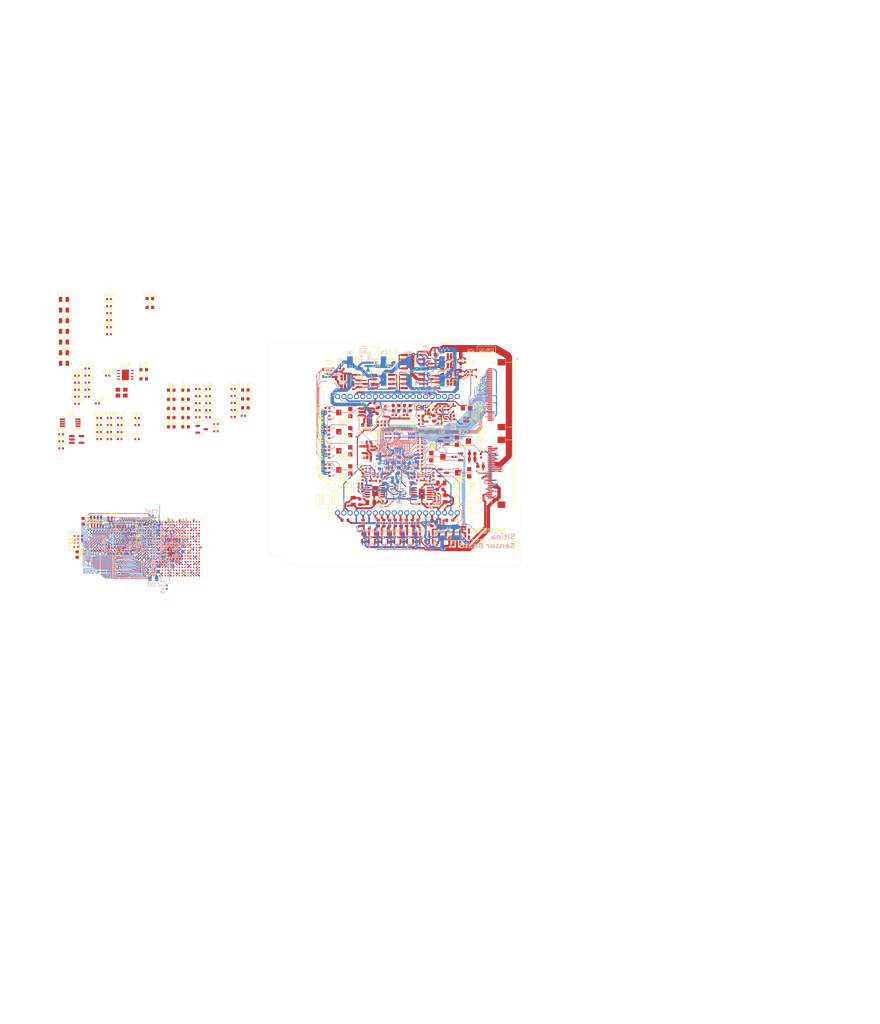
<source format=kicad_pcb>
(kicad_pcb (version 20240108) (generator "pcbnew") (generator_version "8.0")
  (title_block (title "Sitina 1") (date "2023-03-15") (rev "R0.6") (company "Copyright 2022 Wenting Zhang") (comment 2 "MERCHANTABILITY, SATISFACTORY QUALITY AND FITNESS FOR A PARTICULAR PURPOSE.") (comment 3 "This source is distributed WITHOUT ANY EXPRESS OR IMPLIED WARRANTY, INCLUDING OF") (comment 4 "This source describes Open Hardware and is licensed under the CERN-OHL-S v2."))
  (layers (0 "F.Cu" signal) (1 "In1.Cu" power) (2 "In2.Cu" mixed) (31 "B.Cu" signal) (34 "B.Paste" user) (35 "F.Paste" user) (36 "B.SilkS" user "B.Silkscreen") (37 "F.SilkS" user "F.Silkscreen") (38 "B.Mask" user) (39 "F.Mask" user) (44 "Edge.Cuts" user))
  (net 0 "")
  (net 1 "GND")
  (net 2 "+15VL")
  (net 3 "+5V")
  (net 4 "+3V3")
  (net 5 "+15VR")
  (net 6 "/afe/AVSSA")
  (net 7 "/afe/AVSSB")
  (net 8 "+1V5")
  (net 9 "/afe/AVSS")
  (net 10 "+1V8")
  (net 11 "/ccd/VDDL")
  (net 12 "/ccd/VRDL")
  (net 13 "/ccd/VRDR")
  (net 14 "/ccd/VOGL")
  (net 15 "/ccd/VOGR")
  (net 16 "/ccd/VDDR")
  (net 17 "-3V5")
  (net 18 "AFE_STROBE")
  (net 19 "-15V")
  (net 20 "VSUB_CCD")
  (net 21 "+2V")
  (net 22 "-4V")
  (net 23 "-9V")
  (net 24 "+8V")
  (net 25 "/ccd/VOD")
  (net 26 "/ccd_driver_v/V23")
  (net 27 "/afe/CLI")
  (net 28 "+3V3A")
  (net 29 "/ccd_driver_v/V2S")
  (net 30 "/afe/AVDDA")
  (net 31 "/afe/AVDDB")
  (net 32 "+16V")
  (net 33 "CCDIN_R")
  (net 34 "CCDIN_L")
  (net 35 "+VAB")
  (net 36 "CSI_D2")
  (net 37 "CSI_D3")
  (net 38 "CSI_D4")
  (net 39 "CSI_D5")
  (net 40 "AFE_SL")
  (net 41 "CSI_D9")
  (net 42 "CSI_D8")
  (net 43 "CSI_D7")
  (net 44 "CSI_D6")
  (net 45 "AFE_SCK")
  (net 46 "AFE_RST")
  (net 47 "CSI_D12")
  (net 48 "CSI_D11")
  (net 49 "CSI_D10")
  (net 50 "AFE_SDATA")
  (net 51 "AFE_SYNC")
  (net 52 "CSI_D14")
  (net 53 "CSI_D13")
  (net 54 "CSI_VSYNC")
  (net 55 "CSI_D15")
  (net 56 "CSI_PIXCLK")
  (net 57 "CSI_HSYNC")
  (net 58 "AFE_H2")
  (net 59 "AFE_H1")
  (net 60 "AFE_RG")
  (net 61 "AFE_FDG")
  (net 62 "AFE_V2")
  (net 63 "AFE_V1")
  (net 64 "AFE_V23")
  (net 65 "/ccd_driver/RGS")
  (net 66 "/ccd_driver/H2S")
  (net 67 "/ccd_driver/H1S")
  (net 68 "/ccd_driver/RR")
  (net 69 "/ccd_driver/RL")
  (net 70 "/ccd_driver/H1BINR")
  (net 71 "/ccd_driver/H1BINL")
  (net 72 "/ccd_driver/H1SL")
  (net 73 "/ccd_driver/H2SL")
  (net 74 "/ccd_driver/H1BL")
  (net 75 "/ccd_driver/H2BL")
  (net 76 "/ccd_driver/H1BR")
  (net 77 "/ccd_driver/H2BR")
  (net 78 "/ccd_driver/H1SR")
  (net 79 "/ccd_driver/H2SR")
  (net 80 "V2_CCD")
  (net 81 "V1_CCD")
  (net 82 "FDG_CCD")
  (net 83 "RL_CCD")
  (net 84 "RR_CCD")
  (net 85 "H1BINL_CCD")
  (net 86 "H1BINR_CCD")
  (net 87 "H2SL_CCD")
  (net 88 "H1SL_CCD")
  (net 89 "H2BL_CCD")
  (net 90 "H1BL_CCD")
  (net 91 "H2BR_CCD")
  (net 92 "H1BR_CCD")
  (net 93 "H2SR_CCD")
  (net 94 "H1SR_CCD")
  (net 95 "/fpga_config/VCCPLL")
  (net 96 "+1V0")
  (net 97 "I2C_SDA")
  (net 98 "I2C_SCL")
  (net 99 "+1V35")
  (net 100 "+DRAM_VREF")
  (net 101 "+3V0")
  (net 102 "/afe/CSI_D2_pre")
  (net 103 "/afe/CSI_D9_pre")
  (net 104 "/afe/CSI_D3_pre")
  (net 105 "/afe/CSI_D8_pre")
  (net 106 "/afe/CSI_D12_pre")
  (net 107 "/afe/CSI_D4_pre")
  (net 108 "/afe/CSI_D7_pre")
  (net 109 "/afe/CSI_D11_pre")
  (net 110 "/afe/CSI_D14_pre")
  (net 111 "/afe/CSI_D15_pre")
  (net 112 "/afe/CSI_D5_pre")
  (net 113 "/afe/CSI_D6_pre")
  (net 114 "/afe/CSI_D10_pre")
  (net 115 "/afe/CSI_D13_pre")
  (net 116 "/afe/CSI_VD_pre")
  (net 117 "/afe/CSI_HD_pre")
  (net 118 "/afe/CSI_DCLK_pre")
  (net 119 "+16VD")
  (net 120 "-9VA")
  (net 121 "/ccd_driver_v/V1S")
  (net 122 "/fpga_config/FPGA_DONE")
  (net 123 "CCD_PULSE_SYNC")
  (net 124 "CCD_AFE_SYNC")
  (net 125 "QSPI_DATA3")
  (net 126 "QSPI_DATA1")
  (net 127 "QSPI_DATA2")
  (net 128 "QSPI_DATA0")
  (net 129 "QSPI_SCLK")
  (net 130 "/fpga_config/FPGA_INIT_B")
  (net 131 "/fpga_config/LED")
  (net 132 "QSPI_SS0")
  (net 133 "/fpga_config/PS_CLK")
  (net 134 "/fpga_io/PS_SRST_B")
  (net 135 "/fpga_ddr/DRAM_CKP")
  (net 136 "/fpga_ddr/DRAM_CKN")
  (net 137 "DSI_LP_CKP")
  (net 138 "MIPI_CKP")
  (net 139 "DSI_HS_CKP")
  (net 140 "DSI_HS_CKN")
  (net 141 "MIPI_CKN")
  (net 142 "DSI_LP_CKN")
  (net 143 "DSI_LP_D0P")
  (net 144 "MIPI_D0P")
  (net 145 "DSI_HS_D0P")
  (net 146 "DSI_HS_D0N")
  (net 147 "MIPI_D0N")
  (net 148 "DSI_LP_D0N")
  (net 149 "AFE_XCLK")
  (net 150 "/fpga_ddr/DRAM_DATA0")
  (net 151 "I2C0_SCL")
  (net 152 "SDIO_DAT2")
  (net 153 "/fpga_ddr/DRAM_CKE")
  (net 154 "SPI1_SCLK")
  (net 155 "/fpga_ddr/DRAM_DATA1")
  (net 156 "/fpga_ddr/DRAM_ADDR13")
  (net 157 "PS_UART_TX")
  (net 158 "FPGA_TDO")
  (net 159 "/fpga_ddr/DRAM_ADDR1")
  (net 160 "USB0_DATA0")
  (net 161 "SDIO_DAT3")
  (net 162 "/fpga_ddr/DRAM_ADDR3")
  (net 163 "/fpga_ddr/DRAM_DATA11")
  (net 164 "/fpga_ddr/DRAM_DQM1")
  (net 165 "USB0_DATA2")
  (net 166 "/fpga_ddr/DRAM_DATA15")
  (net 167 "/fpga_ddr/DRAM_ADDR7")
  (net 168 "/fpga_ddr/DRAM_SDQSN_0")
  (net 169 "/fpga_ddr/DRAM_SDQSP_0")
  (net 170 "/fpga_ddr/DRAM_DATA7")
  (net 171 "USB0_DATA5")
  (net 172 "FPGA_TDI")
  (net 173 "/fpga_ddr/DRAM_RASB")
  (net 174 "/fpga_ddr/DRAM_BA1")
  (net 175 "/fpga_ddr/DRAM_DATA5")
  (net 176 "/fpga_ddr/DRAM_DATA10")
  (net 177 "/fpga_ddr/DRAM_ADDR4")
  (net 178 "/fpga_ddr/DRAM_SDQSP_1")
  (net 179 "USB0_CLKOUT")
  (net 180 "/fpga_ddr/DRAM_DATA14")
  (net 181 "/fpga_ddr/DRAM_DATA13")
  (net 182 "SDIO_CLK")
  (net 183 "SPI1_SS0")
  (net 184 "/fpga_ddr/DRAM_WEB")
  (net 185 "CSI_D0")
  (net 186 "/fpga_ddr/DRAM_CSB")
  (net 187 "/fpga_ddr/DRAM_BA2")
  (net 188 "SDIO_CMD")
  (net 189 "/fpga_ddr/DRAM_CASB")
  (net 190 "/fpga_ddr/DRAM_DQM0")
  (net 191 "/fpga_ddr/DRAM_ADDR10")
  (net 192 "/fpga_ddr/DRAM_RST")
  (net 193 "SDIO_DET")
  (net 194 "/fpga_ddr/DRAM_ADDR11")
  (net 195 "USB0_NXT")
  (net 196 "/fpga_ddr/DRAM_ADDR6")
  (net 197 "USB0_DIR")
  (net 198 "/fpga_ddr/DRAM_ADDR12")
  (net 199 "PS_UART_RX")
  (net 200 "SPI1_MOSI")
  (net 201 "USB0_STP")
  (net 202 "PS_POR_B")
  (net 203 "I2C0_SDA")
  (net 204 "USB0_DATA3")
  (net 205 "/fpga_ddr/DRAM_ADDR9")
  (net 206 "/fpga_ddr/DRAM_ADDR8")
  (net 207 "/fpga_ddr/DRAM_ODT")
  (net 208 "FPGA_TCK")
  (net 209 "/fpga_ddr/DRAM_ADDR14")
  (net 210 "/fpga_ddr/DRAM_DATA6")
  (net 211 "/fpga_ddr/DRAM_ADDR5")
  (net 212 "EXT_SYNC")
  (net 213 "USB0_DATA4")
  (net 214 "CSI_D1")
  (net 215 "FPGA_TMS")
  (net 216 "/fpga_ddr/DRAM_DATA3")
  (net 217 "LAN_RESET")
  (net 218 "/fpga_ddr/DRAM_DATA8")
  (net 219 "SPI1_MISO")
  (net 220 "/fpga_ddr/DRAM_DATA9")
  (net 221 "/fpga_ddr/DRAM_ADDR2")
  (net 222 "USB0_DATA6")
  (net 223 "/fpga_ddr/DRAM_DATA2")
  (net 224 "/fpga_ddr/DRAM_BA0")
  (net 225 "SDIO_DAT1")
  (net 226 "SDIO_DAT0")
  (net 227 "/fpga_ddr/DRAM_ADDR0")
  (net 228 "/fpga_ddr/DRAM_SDQSN_1")
  (net 229 "USB0_DATA7")
  (net 230 "/fpga_ddr/DRAM_DATA12")
  (net 231 "USB0_DATA1")
  (net 232 "/fpga_ddr/DRAM_DATA4")
  (net 233 "Net-(U2-SET)")
  (net 234 "Net-(U3-SET)")
  (net 235 "Net-(U5-ISF)")
  (net 236 "Net-(U6-ISF)")
  (net 237 "Net-(U5-IDRV)")
  (net 238 "Net-(U6-IDRV)")
  (net 239 "Net-(U7-REFT_A)")
  (net 240 "Net-(U7-REFB_A)")
  (net 241 "Net-(U7-REFT_B)")
  (net 242 "Net-(U7-REFB_B)")
  (net 243 "Net-(U5-OUT)")
  (net 244 "Net-(U7-CCDIN_A)")
  (net 245 "Net-(U7-CCDIN_B)")
  (net 246 "Net-(U6-OUT)")
  (net 247 "Net-(U7-TCVDD)")
  (net 248 "Net-(U7-CLIVDD)")
  (net 249 "Net-(U7-LDOIN_A)")
  (net 250 "Net-(U7-LDOIN_B)")
  (net 251 "Net-(C43-Pad1)")
  (net 252 "Net-(U13-FB)")
  (net 253 "Net-(Q1B-B2)")
  (net 254 "Net-(D14-K)")
  (net 255 "Net-(Q1A-C1)")
  (net 256 "Net-(U21-IN-)")
  (net 257 "Net-(U22-IN-)")
  (net 258 "Net-(U20-IN-)")
  (net 259 "Net-(U23-IN-)")
  (net 260 "Net-(D18-K)")
  (net 261 "Net-(U25-SP)")
  (net 262 "Net-(D18-A)")
  (net 263 "Net-(D19-K)")
  (net 264 "Net-(D19-A)")
  (net 265 "Net-(D20-K)")
  (net 266 "Net-(D20-A)")
  (net 267 "Net-(D1-A)")
  (net 268 "Net-(D2-A)")
  (net 269 "Net-(D3-K)")
  (net 270 "Net-(D4-K)")
  (net 271 "Net-(D5-K)")
  (net 272 "Net-(D6-A)")
  (net 273 "Net-(D7-A)")
  (net 274 "Net-(D8-A)")
  (net 275 "Net-(D9-K)")
  (net 276 "Net-(D10-A)")
  (net 277 "Net-(D16-K)")
  (net 278 "Net-(D17-K)")
  (net 279 "Net-(D22-A)")
  (net 289 "unconnected-(J2-Pin_5-Pad5)")
  (net 292 "unconnected-(J2-Pin_4-Pad4)")
  (net 297 "Net-(Q1A-E1)")
  (net 298 "Net-(U2-ILIM)")
  (net 299 "Net-(U3-ILIM)")
  (net 300 "Net-(U2-PGFB)")
  (net 301 "Net-(U3-PGFB)")
  (net 302 "Net-(U7-SYNC)")
  (net 303 "Net-(U8-EN)")
  (net 304 "Net-(U8-NR{slash}FB)")
  (net 305 "Net-(U10-ESD)")
  (net 306 "Net-(U11-EN)")
  (net 307 "Net-(U11-NR{slash}FB)")
  (net 308 "Net-(U21-IN+)")
  (net 309 "Net-(U22-IN+)")
  (net 310 "Net-(U20-IN+)")
  (net 311 "Net-(U23-IN+)")
  (net 312 "Net-(R81-Pad1)")
  (net 313 "Net-(R82-Pad2)")
  (net 314 "Net-(U23-OUT_SNK)")
  (net 315 "Net-(X1-OUT)")
  (net 316 "Net-(U27G-PS_DDR_VRP_502)")
  (net 317 "Net-(U27G-PS_DDR_VRN_502)")
  (net 318 "Net-(U29-ZQ)")
  (net 507 "DSI_LP_D1P")
  (net 508 "DSI_HS_D1P")
  (net 509 "DSI_HS_D1N")
  (net 510 "DSI_LP_D1N")
  (net 511 "Net-(R56-Pad2)")
  (net 512 "Net-(R83-Pad1)")
  (net 513 "Net-(R84-Pad2)")
  (net 514 "Net-(R85-Pad1)")
  (net 515 "Net-(R86-Pad2)")
  (net 516 "Net-(R87-Pad1)")
  (net 517 "Net-(R88-Pad2)")
  (footprint "Capacitor_SMD:C_0402_1005Metric" (layer "F.Cu") (at 145.7906 102.3262 90)
    (property "Reference" "C86")
    (property "Value" "100nF")
  )
  (footprint "Capacitor_SMD:C_0402_1005Metric" (layer "F.Cu") (at 151 128.9 -90)
    (property "Reference" "C51")
    (property "Value" "100nF")
  )
  (footprint "Diode_SMD:D_0603_1608Metric" (layer "F.Cu") (at 101.09 101.95)
    (property "Reference" "D3")
    (property "Value" "LED")
  )
  (footprint "Capacitor_SMD:C_0603_1608Metric" (layer "F.Cu") (at 76.175 133.8 -90)
    (property "Reference" "C149")
    (property "Value" "22uF")
  )
  (footprint "Package_TO_SOT_SMD:SOT-363_SC-70-6" (layer "F.Cu") (at 177.85 104.25 180)
    (property "Reference" "Q1")
    (property "Value" "BC847BPN")
  )
  (footprint "Capacitor_SMD:C_0603_1608Metric" (layer "F.Cu") (at 122.04 101.75)
    (property "Reference" "C163")
    (property "Value" "4.7uF")
  )
  (footprint "Resistor_SMD:R_0402_1005Metric" (layer "F.Cu") (at 155.15715 121.6632 -90)
    (property "Reference" "R20")
    (property "Value" "49.9K 1%")
  )
  (footprint "Capacitor_SMD:C_0402_1005Metric" (layer "F.Cu") (at 75.88 138.4 90)
    (property "Reference" "C135")
    (property "Value" "100nF")
  )
  (footprint "Resistor_SMD:R_0402_1005Metric" (layer "F.Cu") (at 145.8 104.5162 90)
    (property "Reference" "R87")
    (property "Value" "5.1K")
  )
  (footprint "Resistor_SMD:R_0603_1608Metric" (layer "F.Cu") (at 179.8 133.5)
    (property "Reference" "R62")
    (property "Value" "0.1")
  )
  (footprint "Package_SO:SC-74-6_1.5x2.9mm_P0.95mm" (layer "F.Cu") (at 159.6 138.3 90)
    (property "Reference" "U19")
    (property "Value" "74HC2G17")
  )
  (footprint "Resistor_SMD:R_0402_1005Metric" (layer "F.Cu") (at 111.51 104.43)
    (property "Reference" "R15")
    (property "Value" "5.1K")
  )
  (footprint "Inductor_SMD:L_0603_1608Metric" (layer "F.Cu") (at 177.1 124.8)
    (property "Reference" "FB5")
    (property "Value" "FerriteBead")
  )
  (footprint "Resistor_SMD:R_0402_1005Metric" (layer "F.Cu") (at 91.44 104.63)
    (property "Reference" "R24")
    (property "Value" "10K")
  )
  (footprint "Resistor_SMD:R_0603_1608Metric" (layer "F.Cu") (at 150.2 133.5 180)
    (property "Reference" "R61")
    (property "Value" "0.1")
  )
  (footprint "Capacitor_SMD:C_0402_1005Metric" (layer "F.Cu") (at 74.8 140.5 90)
    (property "Reference" "C153")
    (property "Value" "100nF")
  )
  (footprint "Capacitor_SMD:C_0805_2012Metric" (layer "F.Cu") (at 152.5 128.1 -90)
    (property "Reference" "C52")
    (property "Value" "22uF 25V")
  )
  (footprint "Resistor_SMD:R_0402_1005Metric" (layer "F.Cu") (at 160.02 106.7)
    (property "Reference" "R30")
    (property "Value" "82K 1%")
  )
  (footprint "Capacitor_SMD:C_0805_2012Metric" (layer "F.Cu") (at 177.4 123 180)
    (property "Reference" "C10")
    (property "Value" "22uF 25V")
  )
  (footprint "Resistor_SMD:R_0402_1005Metric" (layer "F.Cu") (at 177.8635 90.305 90)
    (property "Reference" "R91")
    (property "Value" "220")
  )
  (footprint "Resistor_SMD:R_0402_1005Metric" (layer "F.Cu") (at 77.35 94.67)
    (property "Reference" "R103")
    (property "Value" "1K")
  )
  (footprint "Capacitor_SMD:C_0402_1005Metric" (layer "F.Cu") (at 160.9884 120.3004 180)
    (property "Reference" "C19")
    (property "Value" "1uF")
  )
  (footprint "Potentiometer_SMD:Potentiometer_Bourns_TC33X_Vertical" (layer "F.Cu") (at 149.9 108.5 180)
    (property "Reference" "RV7")
    (property "Value" "10K")
  )
  (footprint "Capacitor_SMD:C_0402_1005Metric" (layer "F.Cu") (at 177 106.2 180)
    (property "Reference" "C60")
    (property "Value" "100nF")
  )
  (footprint "Package_SO:MSOP-12-1EP_3x4mm_P0.65mm_EP1.65x2.85mm" (layer "F.Cu") (at 171.9 126)
    (property "Reference" "U3")
    (property "Value" "LT3045xMSE")
  )
  (footprint "Capacitor_SMD:C_0402_1005Metric" (layer "F.Cu") (at 118.6 98.43)
    (property "Reference" "C156")
    (property "Value" "470nF")
  )
  (footprint "Package_BGA:BGA-96_9.0x13.0mm_Layout2x3x16_P0.8mm" (layer "F.Cu") (at 84.6 138.79 -90)
    (property "Reference" "U29")
    (property "Value" "MT41K256M16HA")
  )
  (footprint "footprints:DFN-6-1EP_1.6x1.6mm_P0.5mm_EP0.5x1.05mm" (layer "F.Cu") (at 157.37955 120.6177 180)
    (property "Reference" "U6")
    (property "Value" "ADA4800")
  )
  (footprint "Potentiometer_SMD:Potentiometer_Bourns_TC33X_Vertical" (layer "F.Cu") (at 183.5 120.1 180)
    (property "Reference" "RV3")
    (property "Value" "50K")
  )
  (footprint "Resistor_SMD:R_0402_1005Metric" (layer "F.Cu") (at 173.932 128.921 180)
    (property "Reference" "R8")
    (property "Value" "22K 1%")
  )
  (footprint "Capacitor_SMD:C_0805_2012Metric" (layer "F.Cu") (at 70.76 71.15)
    (property "Reference" "C112")
    (property "Value" "100uF")
  )
  (footprint "Resistor_SMD:R_0402_1005Metric" (layer "F.Cu") (at 83.62 108.61)
    (property "Reference" "R41")
    (property "Value" "150R")
  )
  (footprint "Package_TO_SOT_SMD:SOT-23-6_Handsoldering" (layer "F.Cu") (at 180.2 88.5 90)
    (property "Reference" "U20")
    (property "Value" "1EDN7550B")
  )
  (footprint "Resistor_SMD:R_0402_1005Metric" (layer "F.Cu") (at 69.99 111.23)
    (property "Reference" "R32")
    (property "Value" "22K 1%")
  )
  (footprint "MountingHole:MountingHole_2.2mm_M2_DIN965" (layer "F.Cu") (at 146 95)
    (property "Reference" "H1" (hide yes))
    (property "Value" "MountingHole")
  )
  (footprint "Resistor_SMD:R_0402_1005Metric" (layer "F.Cu") (at 180.5 105)
    (property "Reference" "R58")
    (property "Value" "10K")
  )
  (footprint "Capacitor_SMD:C_0603_1608Metric" (layer "F.Cu") (at 182.9 88.4 90)
    (property "Reference" "C91")
    (property "Value" "10uF")
  )
  (footprint "Resistor_SMD:R_0402_1005Metric" (layer "F.Cu") (at 145.3 91.7 -90)
    (property "Reference" "R76")
    (property "Value" "5.1K")
  )
  (footprint "Resistor_SMD:R_0402_1005Metric" (layer "F.Cu") (at 154.52755 125.3207 180)
    (property "Reference" "R5")
    (property "Value" "270K 1%")
  )
  (footprint "Resistor_SMD:R_0402_1005Metric" (layer "F.Cu") (at 69.99 113.22)
    (property "Reference" "R33")
    (property "Value" "20K")
  )
  (footprint "Resistor_SMD:R_0603_1608Metric" (layer "F.Cu") (at 159.6 134.3 90)
    (property "Reference" "R71")
    (property "Value" "0.1")
  )
  (footprint "Resistor_SMD:R_0402_1005Metric" (layer "F.Cu") (at 145.8 120.5 90)
    (property "Reference" "R81")
    (property "Value" "5.1K")
  )
  (footprint "Resistor_SMD:R_0402_1005Metric" (layer "F.Cu") (at 155.15715 119.682 90)
    (property "Reference" "R22")
    (property "Value" "200K 1%")
  )
  (footprint "Capacitor_SMD:C_0402_1005Metric" (layer "F.Cu") (at 171.4 116.9)
    (property "Reference" "C59")
    (property "Value" "100nF")
  )
  (footprint "Resistor_SMD:R_0402_1005Metric" (layer "F.Cu") (at 80.71 104.63)
    (property "Reference" "R35")
    (property "Value" "60R")
  )
  (footprint "Resistor_SMD:R_0402_1005Metric" (layer "F.Cu") (at 69.99 109.24)
    (property "Reference" "R29")
    (property "Value" "0")
  )
  (footprint "Resistor_SMD:R_0402_1005Metric" (layer "F.Cu") (at 83.49 75.03)
    (property "Reference" "R45")
    (property "Value" "150R")
  )
  (footprint "Capacitor_SMD:C_0402_1005Metric" (layer "F.Cu") (at 83.11 92.65)
    (property "Reference" "C120")
    (property "Value" "470nF")
  )
  (footprint "Resistor_SMD:R_0402_1005Metric" (layer "F.Cu") (at 108.6 96.47)
    (property "Reference" "R9")
    (property "Value" "10K")
  )
  (footprint "Package_BGA:Xilinx_CLG400" (layer "F.Cu") (at 101.4 141.6)
    (property "Reference" "U27" (hide yes))
    (property "Value" "XC7Z010-CLG400")
  )
  (footprint "Resistor_SMD:R_0402_1005Metric" (layer "F.Cu") (at 144.639952 113.247 90)
    (property "Reference" "R84")
    (property "Value" "5.1K")
  )
  (footprint "Capacitor_SMD:C_0603_1608Metric" (layer "F.Cu") (at 147.6 92.3 -90)
    (property "Reference" "C93")
    (property "Value" "10uF")
  )
  (footprint "Capacitor_SMD:C_0402_1005Metric" (layer "F.Cu") (at 167.7875 104.3 -90)
    (property "Reference" "C46")
    (property "Value" "100nF")
  )
  (footprint "Resistor_SMD:R_0402_1005Metric" (layer "F.Cu") (at 111.51 102.44)
    (property "Reference" "R13")
    (property "Value" "5.1K")
  )
  (footprint "Capacitor_SMD:C_0603_1608Metric" (layer "F.Cu") (at 122.04 99.24)
    (property "Reference" "C160")
    (property "Value" "4.7uF")
  )
  (footprint "Resistor_SMD:R_0402_1005Metric" (layer "F.Cu") (at 77.35 92.68)
    (property "Reference" "R102")
    (property "Value" "4.7K")
  )
  (footprint "Capacitor_SMD:C_0805_2012Metric" (layer "F.Cu") (at 70.76 89.21)
    (property "Reference" "C133")
    (property "Value" "100uF")
  )
  (footprint "Capacitor_SMD:C_0603_1608Metric" (layer "F.Cu") (at 95.04 70.9)
    (property "Reference" "C111")
    (property "Value" "4.7uF")
  )
  (footprint "Capacitor_SMD:C_0402_1005Metric" (layer "F.Cu") (at 156.8 111.3 180)
    (property "Reference" "C1")
    (property "Value" "1uF")
  )
  (footprint "Capacitor_SMD:C_0603_1608Metric" (layer "F.Cu") (at 155.9906 106.6262)
    (property "Reference" "C94")
    (property "Value" "10uF")
  )
  (footprint "Diode_SMD:D_SOD-323" (layer "F.Cu") (at 187.3 92 90)
    (property "Reference" "D16")
    (property "Value" "B0540W")
  )
  (footprint "Diode_SMD:D_SOD-323" (layer "F.Cu") (at 180.8 101.8 90)
    (property "Reference" "D14")
    (property "Value" "B0540W")
  )
  (footprint "Package_TO_SOT_SMD:SOT-23-3" (layer "F.Cu") (at 109.72 107.825)
    (property "Reference" "U4")
    (property "Value" "XC6206P302MR")
  )
  (footprint "Resistor_SMD:R_0402_1005Metric" (layer "F.Cu") (at 111.51 100.45)
    (property "Reference" "R18")
    (property "Value" "500")
  )
  (footprint "Resistor_SMD:R_0402_1005Metric" (layer "F.Cu") (at 108.6 98.46)
    (property "Reference" "R10")
    (property "Value" "10K")
  )
  (footprint "Capacitor_SMD:C_0402_1005Metric" (layer "F.Cu") (at 156.68115 118.8692)
    (property "Reference" "C14")
    (property "Value" "100nF")
  )
  (footprint "Package_TO_SOT_SMD:SOT-23-6_Handsoldering" (layer "F.Cu") (at 156.1006 102.9262)
    (property "Reference" "U23")
    (property "Value" "1EDN7550B")
  )
  (footprint "Package_TO_SOT_SMD:SOT-23-6_Handsoldering" (layer "F.Cu") (at 180.2 93.4 90)
    (property "Reference" "U21")
    (property "Value" "1EDN7550B")
  )
  (footprint "Package_TO_SOT_SMD:SOT-23-5_HandSoldering" (layer "F.Cu") (at 74.35 110.695)
    (property "Reference" "U8")
    (property "Value" "TPS72301")
  )
  (footprint "Resistor_SMD:R_0402_1005Metric" (layer "F.Cu") (at 174.5 102.3)
    (property "Reference" "R60")
    (property "Value" "10K")
  )
  (footprint "Resistor_SMD:R_0603_1608Metric" (layer "F.Cu") (at 174.8 134.3 90)
    (property "Reference" "R64")
    (property "Value" "0.1")
  )
  (footprint "Resistor_SMD:R_0402_1005Metric" (layer "F.Cu") (at 171.4 115.8)
    (property "Reference" "R79")
    (property "Value" "22")
  )
  (footprint "Capacitor_SMD:C_0402_1005Metric" (layer "F.Cu") (at 179.3 101.81 90)
    (property "Reference" "C63")
    (property "Value" "100nF")
  )
  (footprint "Capacitor_SMD:C_0402_1005Metric" (layer "F.Cu") (at 78.9 132.7 180)
    (property "Reference" "C134")
    (property "Value" "220nF")
  )
  (footprint "Resistor_SMD:R_0402_1005Metric" (layer "F.Cu") (at 144.6906 102.3262 90)
    (property "Reference" "R88")
    (property "Value" "5.1K")
  )
  (footprint "Resistor_SMD:R_0402_1005Metric" (layer "F.Cu") (at 184.71 138.1)
    (property "Reference" "R55")
    (property "Value" "10K")
  )
  (footprint "Potentiometer_SMD:Potentiometer_Bourns_TC33X_Vertical" (layer "F.Cu") (at 149.9 113.9 180)
    (property "Reference" "RV6")
    (property "Value" "10K")
  )
  (footprint "Resistor_SMD:R_0603_1608Metric" (layer "F.Cu") (at 166 134.3 90)
    (property "Reference" "R67")
    (property "Value" "0.1")
  )
  (footprint "Resistor_SMD:R_Array_Convex_4x0402" (layer "F.Cu") (at 171.4 111 180)
    (property "Reference" "RN1")
    (property "Value" "49.9")
  )
  (footprint "Package_TO_SOT_SMD:SOT-23" (layer "F.Cu") (at 175.352 93.66 180)
    (property "Reference" "D19")
    (property "Value" "BAT54S")
  )
  (footprint "Resistor_SMD:R_0402_1005Metric" (layer "F.Cu") (at 184.6 140.6 180)
    (property "Reference" "R53")
    (property "Value" "0")
  )
  (footprint "Resistor_SMD:R_0402_1005Metric" (layer "F.Cu") (at 83.49 81)
    (property "Reference" "R52")
    (property "Value" "120R")
  )
  (footprint "Package_TO_SOT_SMD:SOT-23" (layer "F.Cu") (at 181.9625 115.6 180)
    (property "Reference" "D13")
    (property "Value" "BAT54S")
  )
  (footprint "Capacitor_SMD:C_0402_1005Metric" (layer "F.Cu") (at 171.4 117.9)
    (property "Reference" "C58")
    (property "Value" "100nF")
  )
  (footprint "Capacitor_SMD:C_0402_1005Metric" (layer "F.Cu") (at 180.52 103.9604)
    (property "Reference" "C61")
    (property "Value" "100nF")
  )
  (footprint "Capacitor_SMD:C_0402_1005Metric" (layer "F.Cu") (at 170.8944 120.8084 -90)
    (property "Reference" "C21")
    (property "Value" "100nF")
  )
  (footprint "Capacitor_SMD:C_0603_1608Metric" (layer "F.Cu") (at 186.125 116.24)
    (property "Reference" "C30")
    (property "Value" "10uF")
  )
  (footprint "Package_TO_SOT_SMD:SOT-23" (layer "F.Cu") (at 177.975 120.1)
    (property "Reference" "D12")
    (property "Value" "BAT54S")
  )
  (footprint "Diode_SMD:D_0603_1608Metric" (layer "F.Cu") (at 101.09 107.13)
    (property "Reference" "D6")
    (property "Value" "LED")
  )
  (footprint "Capacitor_SMD:C_0805_2012Metric" (layer "F.Cu") (at 70.76 74.16)
    (property "Reference" "C114")
    (property "Value" "47uF")
  )
  (footprint "Diode_SMD:D_0603_1608Metric" (layer "F.Cu") (at 101.09 104.54)
    (property "Reference" "D4")
    (property "Value" "LED")
  )
  (footprint "Package_SO:SC-74-6_1.5x2.9mm_P0.95mm" (layer "F.Cu") (at 163.2 138.3 90)
    (property "Reference" "U18")
    (property "Value" "74HC2G17")
  )
  (footprint "Resistor_SMD:R_0402_1005Metric" (layer "F.Cu") (at 83.62 106.62)
    (property "Reference" "R40")
    (property "Value" "150R")
  )
  (footprint "Capacitor_SMD:C_0402_1005Metric" (layer "F.Cu") (at 169.3704 120.3004)
    (property "Reference" "C17")
    (property "Value" "1uF")
  )
  (footprint "Capacitor_SMD:C_0402_1005Metric" (layer "F.Cu") (at 171.6 105.2)
    (property "Reference" "C55")
    (property "Value" "DNP/1nF")
  )
  (footprint "footprints:DFN-6-1EP_1.6x1.6mm_P0.5mm_EP0.5x1.05mm" (layer "F.Cu") (at 172.96255 120.56895)
    (property "Reference" "U5")
    (property "Value" "ADA4800")
  )
  (footprint "Capacitor_SMD:C_0402_1005Metric" (layer "F.Cu") (at 159.45 120.8084 -90)
    (property "Reference" "C22")
    (property "Value" "100nF")
  )
  (footprint "Resistor_SMD:R_0402_1005Metric" (layer "F.Cu") (at 159.50055 122.3957)
    (property "Reference" "R26")
    (property "Value" "0")
  )
  (footprint "Capacitor_SMD:C_0402_1005Metric" (layer "F.Cu") (at 80.8 132.7 180)
    (property "Reference" "C139")
    (property "Value" "220nF")
  )
  (footprint "Connector_FFC-FPC:Hirose_FH12-30S-0.5SH_1x30-1MP_P0.50mm_Horizontal" (layer "F.Cu") (at 193 119.962 90)
    (property "Reference" "J1")
    (property "Value" "FPC 0.5mm Bottom Contact")
  )
  (footprint "Resistor_SMD:R_0402_1005Metric" (layer "F.Cu") (at 152.5035 96.006 -90)
    (property "Reference" "R94")
    (property "Value" "220")
  )
  (footprint "Capacitor_SMD:C_0402_1005Metric" (layer "F.Cu") (at 145.7 107.7 90)
    (property "Reference" "C85")
    (property "Value" "100nF")
  )
  (footprint "Capacitor_SMD:C_0603_1608Metric" (layer "F.Cu") (at 174.9 86.7 180)
    (property "Reference" "C107")
    (property "Value" "10uF")
  )
  (footprint "Resistor_SMD:R_0402_1005Metric" (layer "F.Cu") (at 121.49 104)
    (property "Reference" "R112")
    (property "Value" "10K")
  )
  (footprint "Capacitor_SMD:C_0805_2012Metric" (layer "F.Cu") (at 70.76 83.19)
    (property "Reference" "C131")
    (property "Value" "100uF")
  )
  (footprint "Capacitor_SMD:C_0402_1005Metric" (layer "F.Cu") (at 80.24 100.53)
    (property "Reference" "C118")
    (property "Value" "470nF")
  )
  (footprint "Resistor_SMD:R_0603_1608Metric" (layer "F.Cu") (at 164.4 134.3 90)
    (property "Reference" "R70")
    (property "Value" "0.1")
  )
  (footprint "Capacitor_SMD:C_0402_1005Metric" (layer "F.Cu") (at 176.091 128.159)
    (property "Reference" "C5")
    (property "Value" "4.7uF")
  )
  (footprint "Resistor_SMD:R_0402_1005Metric" (layer "F.Cu") (at 171.773 128.921)
    (property "Reference" "R2")
    (property "Value" "249R")
  )
  (footprint "Diode_SMD:D_0603_1608Metric" (layer "F.Cu") (at 105.14 96.77)
    (property "Reference" "D8")
    (property "Value" "LED")
  )
  (footprint "Package_TO_SOT_SMD:SOT-23" (layer "F.Cu") (at 178.0329 111.1204 180)
    (property "Reference" "D11")
    (property "Value" "BAT54S")
  )
  (footprint "Capacitor_SMD:C_0402_1005Metric" (layer "F.Cu") (at 166.7875 104.3 -90)
    (property "Reference" "C47")
    (property "Value" "100nF")
  )
  (footprint "Resistor_SMD:R_0402_1005Metric" (layer "F.Cu") (at 74.44 92.68)
    (property "Reference" "R96")
    (property "Value" "20K")
  )
  (footprint "Package_SON:WSON-8-1EP_4x4mm_P0.8mm_EP1.98x3mm" (layer "F.Cu") (at 88.125 92.47)
    (property "Reference" "U28")
    (property "Value" "W25Q128JVP")
  )
  (footprint "Capacitor_SMD:C_0402_1005Metric" (layer "F.Cu") (at 184.1 88.4 90)
    (property "Reference" "C87")
    (property "Value" "100nF")
  )
  (footprint "Package_SON:WSON-6-1EP_2x2mm_P0.65mm_EP1x1.6mm_ThermalVias" (layer "F.Cu") (at 172 101.7 180)
    (property "Reference" "U13")
    (property "Value" "TLV76701DRVx")
  )
  (footprint "Package_SO:SOIC-8_3.9x4.9mm_P1.27mm" (layer "F.Cu") (at 169.499 88.736 180)
    (property "Reference" "U24")
    (property "Value" "IRF9389/7309")
  )
  (footprint "Resistor_SMD:R_0402_1005Metric" (layer "F.Cu") (at 185 92.1 -90)
    (property "Reference" "R77")
    (property "Value" "5.1K")
  )
  (footprint "Package_SO:SOIC-8_3.9x4.9mm_P1.27mm" (layer "F.Cu") (at 160.8235 94.355)
    (property "Reference" "U26")
    (property "Value" "IRF9389/7309")
  )
  (footprint "Capacitor_SMD:C_0402_1005Metric" (layer "F.Cu") (at 156.68115 122.3744)
    (property "Reference" "C12")
    (property "Value" "100nF")
  )
  (footprint "Inductor_SMD:L_0603_1608Metric" (layer "F.Cu") (at 164.6 101.1)
    (property "Reference" "FB6")
    (property "Value" "FerriteBead")
  )
  (footprint "Capacitor_SMD:C_0603_1608Metric" (layer "F.Cu") (at 95.04 73.41)
    (property "Reference" "C121")
    (property "Value" "4.7uF")
  )
  (footprint "Capacitor_SMD:C_0603_1608Metric" (layer "F.Cu") (at 182.8 92.2 90)
    (property "Reference" "C92")
    (property "Value" "10uF")
  )
  (footprint "Capacitor_SMD:C_0603_1608Metric" (layer "F.Cu") (at 122.04 96.73)
    (property "Reference" "C157")
    (property "Value" "4.7uF")
  )
  (footprint "Diode_SMD:D_0603_1608Metric" (layer "F.Cu") (at 101.09 96.77)
    (property "Reference" "D1")
    (property "Value" "LED")
  )
  (footprint "Connector_FFC-FPC:Hirose_FH12-30S-0.5SH_1x30-1MP_P0.50mm_Horizontal" (layer "F.Cu") (at 193 98.05 90)
    (property "Reference" "J2")
    (property "Value" "FPC 0.5mm Bottom Contact")
  )
  (footprint "Resistor_SMD:R_0402_1005Metric" (layer "F.Cu") (at 160.38955 128.1107 180)
    (property "Reference" "R1")
    (property "Value" "249R")
  )
  (footprint "Potentiometer_SMD:Potentiometer_Bourns_TC33X_Vertical" (layer "F.Cu") (at 184.5 103.7 -90)
    (property "Reference" "RV1")
    (property "Value" "10K")
  )
  (footprint "Capacitor_SMD:C_0402_1005Metric" (layer "F.Cu") (at 145.739952 113.247 90)
    (property "Reference" "C84")
    (property "Value" "100nF")
  )
  (footprint "Resistor_SMD:R_0402_1005Metric" (layer "F.Cu") (at 108.6 100.45)
    (property "Reference" "R11")
    (property "Value" "10K")
  )
  (footprint "Package_TO_SOT_SMD:SOT-23-3" (layer "F.Cu") (at 156.7 113.6)
    (property "Reference" "U1")
    (property "Value" "XC6206P152MR")
  )
  (footprint "Resistor_SMD:R_0402_1005Metric" (layer "F.Cu") (at 111.51 96.47)
    (property "Reference" "R16")
    (property "Value" "3.3K")
  )
  (footprint "Capacitor_SMD:C_0402_1005Metric" (layer "F.Cu") (at 173.67375 122.34695 180)
    (property "Reference" "C13")
    (property "Value" "100nF")
  )
  (footprint "Resistor_SMD:R_0402_1005Metric" (layer "F.Cu") (at 83.49 71.05)
    (property "Reference" "R43")
    (property "Value" "60R")
  )
  (footprint "Resistor_SMD:R_0402_1005Metric" (layer "F.Cu") (at 111.51 98.46)
    (property "Reference" "R17")
    (property "Value" "3.3K")
  )
  (footprint "Capacitor_SMD:C_0402_1005Metric" (layer "F.Cu") (at 175.08 85.5 180)
    (property "Reference" "C101")
    (property "Value" "100nF")
  )
  (footprint "Capacitor_SMD:C_0402_1005Metric" (layer "F.Cu") (at 118.6 104.34)
    (property "Reference" "C161")
    (property "Value" "470nF")
  )
  (footprint "Package_TO_SOT_SMD:SOT-23" (layer "F.Cu") (at 175.3235 89.289 180)
    (property "Reference" "D18")
    (property "Value" "BAT54S")
  )
  (footprint "Resistor_SMD:R_0402_1005Metric" (layer "F.Cu") (at 86.53 104.63)
    (property "Reference" "R47")
    (property "Value" "120R")
  )
  (footprint "Package_SO:VSSOP-8_3.0x3.0mm_P0.65mm" (layer "F.Cu") (at 72.54 105.975)
    (property "Reference" "U9")
    (property "Value" "TMP1075DGK")
  )
  (footprint "Capacitor_SMD:C_0402_1005Metric" (layer "F.Cu") (at 74.82 138.4 90)
    (property "Reference" "C154")
    (property "Value" "100nF")
  )
  (footprint "Resistor_SMD:R_0402_1005Metric" (layer "F.Cu") (at 74.44 96.66)
    (property "Reference" "R98")
    (property "Value" "20K")
  )
  (footprint "Resistor_SMD:R_0402_1005Metric" (layer "F.Cu") (at 108.6 102.44)
    (property "Reference" "R12")
    (property "Value" "5.1K")
  )
  (footprint "Diode_SMD:D_SOD-323" (layer "F.Cu") (at 144 92 -90)
    (property "Reference" "D17")
    (property "Value" "B0540W")
  )
  (footprint "Resistor_SMD:R_0402_1005Metric" (layer "F.Cu") (at 74.44 98.65)
    (property "Reference" "R99")
    (property "Value" "20K")
  )
  (footprint "Resistor_SMD:R_0402_1005Metric" (layer "F.Cu") (at 86.53 106.62)
    (property "Reference" "R48")
    (property "Value" "120R")
  )
  (footprint "Resistor_SMD:R_0402_1005Metric" (layer "F.Cu") (at 175.19775 121.53415 -90)
    (property "Reference" "R21")
    (property "Value" "200K 1%")
  )
  (footprint "Resistor_SMD:R_0402_1005Metric" (layer "F.Cu") (at 162.02 106.7)
    (property "Reference" "R31")
    (property "Value" "270K 1%")
  )
  (footprint "Package_TO_SOT_SMD:SOT-23-3" (layer "F.Cu") (at 177.7 138.8 -90)
    (property "Reference" "U12")
    (property "Value" "XC6206P152MR")
  )
  (footprint "Resistor_SMD:R_0402_1005Metric" (layer "F.Cu") (at 171.4 114.8)
    (property "Reference" "R73")
    (property "Value" "22")
  )
  (footprint "Resistor_SMD:R_0402_1005Metric" (layer "F.Cu") (at 176.091 127.143)
    (property "Reference" "R4")
    (property "Value" "30.1K")
  )
  (footprint "Capacitor_SMD:C_0402_1005Metric" (layer "F.Cu") (at 118.6 102.37)
    (property "Reference" "C159")
    (property "Value" "470nF")
  )
  (footprint "Resistor_SMD:R_0402_1005Metric" (layer "F.Cu") (at 152.5035 93.974 -90)
    (property "Reference" "R95")
    (property "Value" "220")
  )
  (footprint "Inductor_SMD:L_0603_1608Metric" (layer "F.Cu") (at 154.4 128.3 90)
    (property "Reference" "FB10")
    (property "Value" "FerriteBead")
  )
  (footprint "Resistor_SMD:R_0603_1608Metric" (layer "F.Cu") (at 167.6 134.3 90)
    (property "Reference" "R68")
    (property "Value" "0.1")
  )
  (footprint "Resistor_SMD:R_Array_Convex_4x0402" (layer "F.Cu") (at 162.35 109.7 -90)
    (property "Reference" "RN4")
    (property "Value" "49.9")
  )
  (footprint "Resistor_SMD:R_0402_1005Metric" (layer "F.Cu") (at 171.4 113.8)
    (property "Reference" "R74")
    (property "Value" "22")
  )
  (footprint "Capacitor_SMD:C_0402_1005Metric" (layer "F.Cu") (at 91.42 110.6)
    (property "Reference" "C77")
    (property "Value" "DNP")
  )
  (footprint "MountingHole:MountingHole_2.2mm_M2_DIN965" (layer "F.Cu") (at 146 135)
    (property "Reference" "H3" (hide yes))
    (property "Value" "MountingHole")
  )
  (footprint "Resistor_SMD:R_0402_1005Metric" (layer "F.Cu") (at 160.2 115.2 90)
    (property "Reference" "R28")
    (property "Value" "49.9")
  )
  (footprint "Resistor_SMD:R_0402_1005Metric" (layer "F.Cu") (at 77.35 90.69)
    (property "Reference" "R101")
    (property "Value" "1K")
  )
  (footprint "Resistor_SMD:R_0402_1005Metric" (layer "F.Cu") (at 73.7 138.4 90)
    (property "Reference" "R110")
    (property "Value" "1.5K/0.5%")
  )
  (footprint "Capacitor_SMD:C_0805_2012Metric" (layer "F.Cu") (at 70.76 80.18)
    (property "Reference" "C124")
    (property "Value" "100uF")
  )
  (footprint "Resistor_SMD:R_0402_1005Metric" (layer "F.Cu") (at 177.8635 88.273 90)
    (property "Reference" "R90")
    (property "Value" "220")
  )
  (footprint "Package_SO:MSOP-12-1EP_3x4mm_P0.65mm_EP1.65x2.85mm" (layer "F.Cu") (at 158.70955 125.2647 180)
    (property "Reference" "U2")
    (property "Value" "LT3045xMSE")
  )
  (footprint "Resistor_SMD:R_0402_1005Metric" (layer "F.Cu") (at 73.7 140.5 90)
    (property "Reference" "R109")
    (property "Value" "1.5K/0.5%")
  )
  (footprint "Resistor_SMD:R_0402_1005Metric" (layer "F.Cu") (at 171.6 106.3 180)
    (property "Reference" "R56")
    (property "Value" "82K 1%")
  )
  (footprint "Resistor_SMD:R_0603_1608Metric" (layer "F.Cu") (at 170.8 134.3 90)
    (property "Reference" "R66")
    (property "Value" "0.1")
  )
  (footprint "Capacitor_SMD:C_0402_1005Metric" (layer "F.Cu") (at 156.0906 105.3262)
    (property "Reference" "C90")
    (property "Value" "100nF")
  )
  (footprint "Capacitor_SMD:C_0805_2012Metric" (layer "F.Cu") (at 157.5 128.5)
    (property "Reference" "C9")
    (property "Value" "22uF 25V")
  )
  (footprint "Resistor_SMD:R_0402_1005Metric" (layer "F.Cu") (at 145.7 109.8 90)
    (property "Reference" "R85")
    (property "Value" "5.1K")
  )
  (footprint "Capacitor_SMD:C_0402_1005Metric" (layer "F.Cu") (at 113.73 108.38)
    (property "Reference" "C8")
    (property "Value" "1uF")
  )
  (footprint "Resistor_SMD:R_0402_1005Metric" (layer "F.Cu") (at 83.62 104.63)
    (property "Reference" "R39")
    (property "Value" "60R")
  )
  (footprint "Capacitor_SMD:C_0603_1608Metric" (layer "F.Cu") (at 188.5 118.3 180)
    (property "Reference" "C35")
    (property "Value" "10uF")
  )
  (footprint "Diode_SMD:D_0603_1608Metric" (layer "F.Cu") (at 105.14 104.54)
    (property "Reference" "D5")
    (property "Value" "LED")
  )
  (footprint "Resistor_SMD:R_0402_1005Metric" (layer "F.Cu") (at 144.6 107.7 90)
    (property "Reference" "R86")
    (property "Value" "5.1K")
  )
  (footprint "Diode_SMD:D_SOD-323" (layer "F.Cu") (at 173.5472 104.6 -90)
    (property "Reference" "D15")
    (property "Value" "B0540W")
  )
  (footprint "Resistor_SMD:R_0402_1005Metric" (layer "F.Cu") (at 80.71 110.6)
    (property "Reference" "R38")
    (property "Value" "60R")
  )
  (footprint "Package_SO:SC-74-6_1.5x2.9mm_P0.95mm" (layer "F.Cu") (at 170.4 138.3 90)
    (property "Reference" "U16")
    (property "Value" "74HC2G17")
  )
  (footprint "Capacitor_SMD:C_0402_1005Metric" (layer "F.Cu") (at 113.73 106.41)
    (property "Reference" "C7")
    (property "Value" "1uF")
  )
  (footprint "Resistor_SMD:R_0603_1608Metric" (layer "F.Cu") (at 159.3 102.6 -90)
    (property "Reference" "R89")
    (property "Value" "0")
  )
  (footprint "Capacitor_SMD:C_0603_1608Metric" (layer "F.Cu") (at 175.3 104.751593 -90)
    (property "Reference" "C64")
    (property "Value" "1uF 25V")
  )
  (footprint "Potentiometer_SMD:Potentiometer_Bourns_TC33X_Vertical" (layer "F.Cu") (at 183.6061 111.1746)
    (property "Reference" "RV2")
    (property "Value" "50K")
  )
  (footprint "Capacitor_SMD:C_0402_1005Metric" (layer "F.Cu") (at 171.6 104)
    (property "Reference" "C56")
    (property "Value" "100nF")
  )
  (footprint "Capacitor_SMD:C_0402_1005Metric" (layer "F.Cu") (at 163.6 104.3 -90)
    (property "Reference" "C50")
    (property "Value" "100nF")
  )
  (footprint "Package_TO_SOT_SMD:SOT-23" (layer "F.Cu") (at 155.0435 94.99)
    (property "Reference" "D20")
    (property "Value" "BAT54S")
  )
  (footprint "Capacitor_SMD:C_0402_1005Metric" (layer "F.Cu") (at 118.6 96.46)
    (property "Reference" "C155")
    (property "Value" "470nF")
  )
  (footprint "Potentiometer_SMD:Potentiometer_Bourns_TC33X_Vertical" (layer "F.Cu") (at 176.4 115.6)
    (property "Reference" "RV4")
    (property "Value" "50K")
  )
  (footprint "Capacitor_SMD:C_0603_1608Metric" (layer "F.Cu") (at 74.5 143.2 -90)
    (property "Reference" "C152")
    (property "Value" "4.7uF")
  )
  (footprint "Resistor_SMD:R_0402_1005Metric" (layer "F.Cu") (at 177 101.8 -90)
    (property "Reference" "R57")
    (property "Value" "10K")
  )
  (footprint "Oscillator:Oscillator_SMD_Abracon_ASE-4Pin_3.2x2.5mm" (layer "F.Cu") (at 87.07 97.47)
    (property "Reference" "X1")
    (property "Value" "33.33MHz")
  )
  (footprint "Resistor_SMD:R_0402_1005Metric" (layer "F.Cu") (at 86.53 110.6)
    (property "Reference" "R50")
    (property "Value" "120R")
  )
  (footprint "Capacitor_SMD:C_0402_1005Metric" (layer "F.Cu") (at 161.6 101.78 -90)
    (property "Reference" "C44")
    (property "Value" "4.7uF")
  )
  (footprint "Resistor_SMD:R_Array_Convex_4x0402" (layer "F.Cu") (at 169 109.7 -90)
    (property "Reference" "RN2")
    (property "Value" "49.9")
  )
  (footprint "Resistor_SMD:R_0603_1608Metric" (layer "F.Cu") (at 169.2 134.3 90)
    (property "Reference" "R65")
    (property "Value" "0.1")
  )
  (footprint "Resistor_SMD:R_0402_1005Metric" (layer "F.Cu") (at 146.3 91.7 90)
    (property "Reference" "R78")
    (property "Value" "5.1K")
  )
  (footprint "Resistor_SMD:R_0402_1005Metric" (layer "F.Cu") (at 171.05755 122.2687 180)
    (property "Reference" "R25")
    (property "Value" "0")
  )
  (footprint "Capacitor_SMD:C_0402_1005Metric" (layer "F.Cu") (at 164.6 104.3 -90)
    (property "Reference" "C49")
    (property "Value" "100nF")
  )
  (footprint "Capacitor_SMD:C_0402_1005Metric" (layer "F.Cu") (at 188.6 115.3 -90)
    (property "Reference" "C79")
    (property "Value" "DNP")
  )
  (footprint "Potentiometer_SMD:Potentiometer_Bourns_TC33X_Vertical" (layer "F.Cu") (at 149.9 103.1 180)
    (property "Reference" "RV8")
    (property "Value" "10K")
  )
  (footprint "Package_TO_SOT_SMD:SOT-23-5_HandSoldering" (layer "F.Cu") (at 181.8 138.65 90)
    (property "Reference" "U11")
    (property "Value" "TPS72301")
  )
  (footprint "Resistor_SMD:R_0402_1005Metric" (layer "F.Cu") (at 83.62 110.6)
    (property "Reference" "R42")
    (property "Value" "60R")
  )
  (footprint "Capacitor_SMD:C_0402_1005Metric" (layer "F.Cu") (at 169.3704 121.3164)
    (property "Reference" "C18")
    (property "Value" "1uF")
  )
  (footprint "Capacitor_SMD:C_0402_1005Metric" (layer "F.Cu") (at 171.42 118.9)
    (property "Reference" "C57")
    (property "Value" "100nF")
  )
  (footprint "Resistor_SMD:R_0402_1005Metric" (layer "F.Cu") (at 80.71 108.61)
    (property "Reference" "R37")
    (property "Value" "150R")
  )
  (footprint "Capacitor_SMD:C_0603_1608Metric" (layer "F.Cu") (at 186.125 114.7)
    (property "Reference" "C29")
    (property "Value" "10uF")
  )
  (footprint "Package_SO:SC-74-6_1.5x2.9mm_P0.95mm" (layer "F.Cu") (at 156 138.3 90)
    (property "Reference" "U15")
    (property "Value" "74HC2G17")
  )
  (footprint "Resistor_SMD:R_0402_1005Metric" (layer "F.Cu") (at 177.892 94.803 90)
    (property "Reference" "R93")
    (property "Value" "220")
  )
  (footprint "Resistor_SMD:R_0402_1005Metric" (layer "F.Cu") (at 83.49 77.02)
    (property "Reference" "R46")
    (property "Value" "60R")
  )
  (footprint "Diode_SMD:D_0603_1608Metric" (layer "F.Cu") (at 105.14 101.95)
    (property "Reference" "D10")
    (property "Value" "LED")
  )
  (footprint "footprints:BGA-112_11x11_8.0x8.0mm" (layer "F.Cu") (at 165.1528 115.464 180)
    (property "Reference" "U7")
    (property "Value" "AD9990")
  )
  (footprint "Resistor_SMD:R_0402_1005Metric" (layer "F.Cu") (at 77.35 98.65)
    (property "Reference" "R105")
    (property "Value" "33R")
  )
  (footprint "LED_SMD:LED_0603_1608Metric" (layer "F.Cu") (at 93.32 90.99)
    (property "Reference" "D21")
    (property "Value" "LED")
  )
  (footprint "Diode_SMD:D_0603_1608Metric" (layer "F.Cu") (at 105.14 99.36)
    (property "Reference" "D9")
    (property "Value" "LED")
  )
  (footprint "Resistor_SMD:R_0402_1005Metric" (layer "F.Cu") (at 171.4 112.8)
    (property "Reference" "R80")
    (property "Value" "22")
  )
  (footprint "Capacitor_SMD:C_0402_1005Metric" (layer "F.Cu") (at 149.3 90.7 180)
    (property "Reference" "C89")
    (property "Value" "100nF")
  )
  (footprint "Capacitor_SMD:C_0805_2012Metric" (layer "F.Cu") (at 70.76 86.2)
    (property "Reference" "C132")
    (property "Value" "100uF")
  )
  (footprint "Package_TO_SOT_SMD:SOT-23-6_Handsoldering" (layer "F.Cu") (at 150.2035 94.584 -90)
    (property "Reference" "U22")
    (property "Value" "1EDN7550B")
  )
  (footprint "Capacitor_SMD:C_0402_1005Metric" (layer "F.Cu") (at 83.8 132.7)
    (property "Reference" "C146")
    (property "Value" "220nF")
  )
  (footprint "Capacitor_SMD:C_0402_1005Metric" (layer "F.Cu") (at 154.52755 123.1617 180)
    (property "Reference" "C4")
    (property "Value" "4.7uF")
  )
  (footprint "Resistor_SMD:R_0402_1005Metric" (layer "F.Cu") (at 83.49 79.01)
    (property "Reference" "R51")
    (property "Value" "120R")
  )
  (footprint "Inductor_SMD:L_0603_1608Metric" (layer "F.Cu") (at 167.7875 102.6)
    (property "Reference" "FB9")
    (property "Value" "FerriteBead")
  )
  (footprint "Capacitor_SMD:C_0402_1005Metric" (layer "F.Cu") (at 160.9884 121.3164 180)
    (property "Reference" "C20")
    (property "Value" "1uF")
  )
  (footprint "Resistor_SMD:R_0603_1608Metric" (layer "F.Cu") (at 162.8 134.3 90)
    (property "Reference" "R69")
    (property "Value" "0.1")
  )
  (footprint "Resistor_SMD:R_0402_1005Metric" (layer "F.Cu") (at 77.35 96.66)
    (property "Reference" "R104")
    (property "Value" "100K")
  )
  (footprint "Resistor_SMD:R_0603_1608Metric" (layer "F.Cu") (at 155.3 134.275 90)
    (property "Reference" "R63")
    (property "Value" "0.1")
  )
  (footprint "Package_SO:SOIC-8_3.9x4.9mm_P1.27mm" (layer "F.Cu") (at 169.51 94.295 180)
    (property "Reference" "U25")
    (property "Value" "IRF9389/7309")
  )
  (footprint "Inductor_SMD:L_0603_1608Metric" (layer "F.Cu") (at 167.7875 101.1)
    (property "Reference" "FB8")
    (property "Value" "FerriteBead")
  )
  (footprint "Resistor_SMD:R_0402_1005Metric" (layer "F.Cu") (at 145.739952 115.347 90)
    (property "Reference" "R83")
    (property "Value" "5.1K")
  )
  (footprint "Capacitor_SMD:C_0402_1005Metric" (layer "F.Cu") (at 145.8 118.3 90)
    (property "Reference" "C83")
    (property "Value" "100nF")
  )
  (footprint "Resistor_SMD:R_0402_1005Metric" (layer "F.Cu") (at 157.99 100.4)
    (property "Reference" "R34")
    (property "Value" "7.5")
  )
  (footprint "Resistor_SMD:R_0402_1005Metric" (layer "F.Cu") (at 175.19775 119.55295 90)
    (property "Reference" "R19")
    (property "Value" "49.9K 1%")
  )
  (footprint "Capacitor_SMD:C_0805_2012Metric" (layer "F.Cu") (at 178.5 127.4 -90)
    (property "Reference" "C45")
    (property "Value" "22uF 25V")
  )
  (footprint "Resistor_SMD:R_0402_1005Metric" (layer "F.Cu") (at 184.7 136.1)
    (property "Reference" "R54")
    (property "Value" "20K")
  )
  (footprint "Resistor_SMD:R_0603_1608Metric" (layer "F.Cu") (at 161.2 134.3 90)
    (property "Reference" "R72")
    (property "Value" "0.1")
  )
  (footprint "Resistor_SMD:R_0402_1005Metric" (layer "F.Cu") (at 154.52755 124.1777 180)
    (property "Reference" "R3")
    (property "Value" "30.1K")
  )
  (footprint "Resistor_SMD:R_0402_1005Metric" (layer "F.Cu") (at 177.892 92.644 90)
    (property "Reference" "R92")
    (property "Value" "220")
  )
  (footprint "MountingHole:MountingHole_2.2mm_M2_DIN965" (layer "F.Cu") (at 184 95)
    (property "Reference" "H2" (hide yes))
    (property "Value" "MountingHole")
  )
  (footprint "Resistor_SMD:R_0402_1005Metric" (layer "F.Cu") (at 86.53 108.61)
    (property "Reference" "R49")
    (property "Value" "120R")
  )
  (footprint "Capacitor_SMD:C_0402_1005Metric" (layer "F.Cu") (at 157 115.9)
    (property "Reference" "C6")
    (property "Value" "1uF")
  )
  (footprint "Capacitor_SMD:C_0402_1005Metric" (layer "F.Cu") (at 160.02 105.7)
    (property "Reference" "C42")
    (property "Value" "100nF")
  )
  (footprint "Resistor_SMD:R_0402_1005Metric" (layer "F.Cu") (at 74.44 100.64)
    (property "Reference" "R100")
    (property "Value" "20K")
  )
  (footprint "Package_SO:SC-74-6_1.5x2.9mm_P0.95mm" (layer "F.Cu") (at 166.8 138.3 90)
    (property "Reference" "U17")
    (property "Value" "74HC2G17")
  )
  (footprint "Capacitor_SMD:C_0402_1005Metric" (layer "F.Cu") (at 184 92.1 90)
    (property "Reference" "C88")
    (property "Value" "100nF")
  )
  (footprint "Inductor_SMD:L_0603_1608Metric" (layer "F.Cu") (at 164.6 102.6)
    (property "Reference" "FB7")
    (property "Value" "FerriteBead")
  )
  (footprint "Resistor_SMD:R_0402_1005Metric" (layer "F.Cu") (at 178.3 101.81 -90)
    (property "Reference" "R59")
    (property "Value" "0")
  )
  (footprint "Package_SO:SC-74-6_1.5x2.9mm_P0.95mm" (layer "F.Cu") (at 174 138.3 90)
    (property "Reference" "U14")
    (property "Value" "74HC2G17")
  )
  (footprint "Capacitor_SMD:C_0402_1005Metric" (layer "F.Cu") (at 176 101.8 -90)
    (property "Reference" "C62")
    (property "Value" "100nF")
  )
  (footprint "Capacitor_SMD:C_0402_1005Metric" (layer "F.Cu") (at 180.1 127.5 -90)
    (property "Reference" "C48")
    (property "Value" "100nF")
  )
  (footprint "Capacitor_SMD:C_0805_2012Metric" (layer "F.Cu") (at 70.76 77.17)
    (property "Reference" "C123")
    (property "Value" "100uF")
  )
  (footprint "Resistor_SMD:R_0402_1005Metric" (layer "F.Cu") (at 91.44 106.62)
    (property "Reference" "R23")
    (property "Value" "49.9")
  )
  (footprint "Resistor_SMD:R_0402_1005Metric" (layer "F.Cu") (at 176.091 126)
    (property "Reference" "R7")
    (property "Value" "270K 1%")
  )
  (footprint "LED_SMD:LED_0603_1608Metric" (layer "F.Cu") (at 93.32 93.58)
    (property "Reference" "D22")
    (property "Value" "LED")
  )
  (footprint "Capacitor_SMD:C_0603_1608Metric" (layer "F.Cu") (at 174.9 96.2)
    (property "Reference" "C108")
    (property "Value" "10uF")
  )
  (footprint "Diode_SMD:D_0603_1608Metric" (layer "F.Cu") (at 101.09 99.36)
    (property "Reference" "D2")
    (property "Value" "LED")
  )
  (footprint "Potentiometer_SMD:Potentiometer_Bourns_TC33X_Vertical" (layer "F.Cu") (at 149.909 119.3 180)
    (property "Reference" "RV5")
    (property "Value" "10K")
  )
  (footprint "Capacitor_SMD:C_0402_1005Metric" (layer "F.Cu") (at 118.6 100.4)
    (property "Reference" "C158")
    (property "Value" "470nF")
  )
  (footprint "Capacitor_SMD:C_0402_1005Metric" (layer "F.Cu") (at 173.67375 118.84175 180)
    (property "Reference" "C11")
    (property "Value" "100nF")
  )
  (footprint "Resistor_SMD:R_Array_Convex_4x0402" (layer "F.Cu") (at 164.9 109.7 -90)
    (property "Reference" "RN3")
    (property "Value" "49.9")
  )
  (footprint "Resistor_SMD:R_0402_1005Metric" (layer "F.Cu") (at 108.6 104.43)
    (property "Reference" "R14")
    (property "Value" "5.1K")
  )
  (footprint "Resistor_SMD:R_0402_1005Metric" (layer "F.Cu") (at 80.71 106.62)
    (property "Reference" "R36")
    (property "Value" "150R")
  )
  (footprint "Resistor_SMD:R_0402_1005Metric" (layer "F.Cu") (at 74.44 94.67)
    (property "Reference" "R97")
    (property "Value" "20K")
  )
  (footprint "Resistor_SMD:R_0402_1005Metric" (layer "F.Cu") (at 83.49 73.04)
    (property "Reference" "R44")
    (property "Value" "150R")
  )
  (footprint "Capacitor_SMD:C_0402_1005Metric" (layer "F.Cu") (at 162.02 105.7)
    (property "Reference" "C43")
    (property "Value" "4.7uF")
  )
  (footprint "Diode_SMD:D_0603_1608Metric" (layer "F.Cu") (at 105.14 107.13)
    (property "Reference" "D7")
    (property "Value" "LED")
  )
  (footprint "Resistor_SMD:R_0402_1005Metric" (layer "F.Cu") (at 144.7 118.3 90)
    (property "Reference" "R82")
    (property "Value" "5.1K")
  )
  (footprint "Resistor_SMD:R_0402_1005Metric" (layer "F.Cu") (at 186 92.1 90)
    (property "Reference" "R75")
    (property "Value" "5.1K")
  )
  (footprint "Inductor_SMD:L_0603_1608Metric" (layer "B.Cu") (at 159.88155 118.2047 -90)
    (property "Reference" "FB2")
    (property "Value" "FerriteBead")
  )
  (footprint "Resistor_SMD:R_0402_1005Metric" (layer "B.Cu") (at 85.39 143.1 180)
    (property "Reference" "R111")
    (property "Value" "240R 1%")
  )
  (footprint "Capacitor_SMD:C_0402_1005Metric" (layer "B.Cu") (at 90.28 142.1 180)
    (property "Reference" "C140")
    (property "Value" "220nF")
  )
  (footprint "Capacitor_SMD:C_Elec_6.3x7.7" (layer "B.Cu") (at 161.1 91.4 90)
    (property "Reference" "C78")
    (property "Value" "470uF")
  )
  (footprint "Capacitor_SMD:C_0402_1005Metric" (layer "B.Cu") (at 100.2 140.8)
    (property "Reference" "C126")
    (property "Value" "470nF")
  )
  (footprint "Capacitor_SMD:C_0603_1608Metric" (layer "B.Cu") (at 164.3 122.7 180)
    (property "Reference" "C37")
    (property "Value" "10uF")
  )
  (footprint "Capacitor_SMD:C_0603_1608Metric" (layer "B.Cu") (at 97.4 147.225 -90)
    (property "Reference" "C148")
    (property "Value" "4.7uF")
  )
  (footprint "Capacitor_SMD:C_0402_1005Metric" (layer "B.Cu") (at 99.8 152.4 -90)
    (property "Reference" "C145")
    (property "Value" "470nF")
  )
  (footprint "Capacitor_SMD:C_0402_1005Metric" (layer "B.Cu") (at 102.6 140.8 180)
    (property "Reference" "C116")
    (property "Value" "470nF")
  )
  (footprint "Capacitor_SMD:C_0402_1005Metric" (layer "B.Cu") (at 95.4 132.2 180)
    (property "Reference" "C141")
    (property "Value" "100nF")
  )
  (footprint "Capacitor_SMD:C_0402_1005Metric" (layer "B.Cu") (at 163.0018 118.6395 180)
    (property "Reference" "C26")
    (property "Value" "100nF")
  )
  (footprint "Capacitor_SMD:C_0402_1005Metric" (layer "B.Cu") (at 164.3 113.8)
    (property "Reference" "C28")
    (property "Value" "100nF")
  )
  (footprint "Capacitor_SMD:C_0402_1005Metric" (layer "B.Cu") (at 156.65835 119.7836)
    (property "Reference" "C16")
    (property "Value" "100nF")
  )
  (footprint "Resistor_SMD:R_0402_1005Metric" (layer "B.Cu") (at 83.4 140.4 -90)
    (property "Reference" "R106")
    (property "Value" "100R")
  )
  (footprint "Capacitor_SMD:C_0402_1005Metric" (layer "B.Cu") (at 156.01 138.383154 180)
    (property "Reference" "C67")
    (property "Value" "100nF")
  )
  (footprint "Capacitor_SMD:C_0402_1005Metric" (layer "B.Cu") (at 168.77155 121.6337 180)
    (property "Reference" "C38")
    (property "Value" "100nF")
  )
  (footprint "Capacitor_SMD:C_0402_1005Metric" (layer "B.Cu") (at 173.3 139.3 180)
    (property "Reference" "C76")
    (property "Value" "100nF")
  )
  (footprint "Capacitor_SMD:C_0402_1005Metric" (layer "B.Cu") (at 163.2 139.573154 180)
    (property "Reference" "C73")
    (property "Value" "100nF")
  )
  (footprint "Inductor_SMD:L_0603_1608Metric" (layer "B.Cu") (at 165.3158 119.3761 -90)
    (property "Reference" "FB4")
    (property "Value" "FerriteBead")
  )
  (footprint "Capacitor_Tantalum_SMD:CP_EIA-3528-15_AVX-H" (layer "B.Cu") (at 181.35 136.9 90)
    (property "Reference" "C53")
    (property "Value" "220uF / 6V")
  )
  (footprint "Capacitor_SMD:C_0402_1005Metric" (layer "B.Cu") (at 173 88.736 180)
    (property "Reference" "C96")
    (property "Value" "1nF")
  )
  (footprint "footprints:sb_heatsink" (layer "B.Cu") (at 165 115 180)
    (property "Reference" "HS1" (hide yes))
    (property "Value" "Heatsink")
  )
  (footprint "Capacitor_SMD:C_0402_1005Metric" (layer "B.Cu") (at 87 135.2)
    (property "Reference" "C150")
    (property "Value" "220nF")
  )
  (footprint "Capacitor_SMD:C_0402_1005Metric" (layer "B.Cu") (at 95 144.39)
    (property "Reference" "C142")
    (property "Value" "470nF")
  )
  (footprint "Capacitor_SMD:C_0402_1005Metric" (layer "B.Cu") (at 160.2 115.8 -90)
    (property "Reference" "C31")
    (property "Value" "100nF")
  )
  (footprint "Capacitor_SMD:C_0402_1005Metric" (layer "B.Cu") (at 159.2 115.8 -90)
    (property "Reference" "C34")
    (property "Value" "100nF")
  )
  (footprint "Capacitor_SMD:C_0402_1005Metric" (layer "B.Cu") (at 171.2 115.5 -90)
    (property "Reference" "C33")
    (property "Value" "100nF")
  )
  (footprint "Capacitor_SMD:C_0402_1005Metric" (layer "B.Cu") (at 167.7288 118.6141)
    (property "Reference" "C24")
    (property "Value" "100nF")
  )
  (footprint "Capacitor_SMD:C_0603_1608Metric" (layer "B.Cu") (at 168.74355 120.35656 180)
    (property "Reference" "C39")
    (property "Value" "10uF")
  )
  (footprint "Capacitor_SMD:C_0402_1005Metric" (layer "B.Cu") (at 99.1 139.2)
    (property "Reference" "C119")
    (property "Value" "470nF")
  )
  (footprint "Capacitor_SMD:C_0805_2012Metric" (layer "B.Cu") (at 169.1 123.9 -90)
    (property "Reference" "C3")
    (property "Value" "10uF")
  )
  (footprint "Capacitor_Tantalum_SMD:CP_EIA-3528-15_AVX-H" (layer "B.Cu") (at 177.65 136.95 -90)
    (property "Reference" "C54")
    (property "Value" "220uF / 6V")
  )
  (footprint "Capacitor_SMD:C_0402_1005Metric" (layer "B.Cu") (at 97.4 143.5 -90)
    (property "Reference" "C110")
    (property "Value" "470nF")
  )
  (footprint "Capacitor_SMD:C_0402_1005Metric" (layer "B.Cu") (at 156 89.5 -90)
    (property "Reference" "C103")
    (property "Value" "100nF")
  )
  (footprint "Capacitor_SMD:C_0402_1005Metric" (layer "B.Cu") (at 161.53255 121.7607)
    (property "Reference" "C40")
    (property "Value" "100nF")
  )
  (footprint "Capacitor_SMD:C_0402_1005Metric" (layer "B.Cu") (at 173 87.8)
    (property "Reference" "C95")
    (property "Value" "1nF")
  )
  (footprint "Capacitor_SMD:C_0603_1608Metric" (layer "B.Cu") (at 167.7172 117.3441)
    (property "Reference" "C23")
    (property "Value" "10uF")
  )
  (footprint "Capacitor_SMD:C_0402_1005Metric" (layer "B.Cu") (at 172.465 94.6 -90)
    (property "Reference" "C102")
    (property "Value" "100nF")
  )
  (footprint "Capacitor_SMD:C_0402_1005Metric" (layer "B.Cu") (at 163.2 138.373154 180)
    (property "Reference" "C69")
    (property "Value" "100nF")
  )
  (footprint "Resistor_SMD:R_0402_1005Metric" (layer "B.Cu") (at 97.41 141.08 90)
    (property "Reference" "R107")
    (property "Value" "80R")
  )
  (footprint "Capacitor_SMD:C_0402_1005Metric" (layer "B.Cu") (at 100.6 142.8 -90)
    (property "Reference" "C127")
    (property "Value" "470nF")
  )
  (footprint "Capacitor_SMD:C_0402_1005Metric" (layer "B.Cu") (at 99.7 146 90)
    (property "Reference" "C162")
    (property "Value" "470nF")
  )
  (footprint "Capacitor_SMD:C_0402_1005Metric" (layer "B.Cu") (at 170.2 115.5 -90)
    (property "Reference" "C32")
    (property "Value" "100nF")
  )
  (footprint "Capacitor_SMD:C_0402_1005Metric" (layer "B.Cu") (at 102.6 142.4 180)
    (property "Reference" "C117")
    (property "Value" "470nF")
  )
  (footprint "Capacitor_SMD:C_0603_1608Metric" (layer "B.Cu") (at 101.6 139.2)
    (property "Reference" "C129")
    (property "Value" "4.7uF")
  )
  (footprint "Capacitor_SMD:C_0603_1608Metric" (layer "B.Cu") (at 156.7 92 -90)
    (property "Reference" "C109")
    (property "Value" "10uF")
  )
  (footprint "Capacitor_SMD:C_0402_1005Metric" (layer "B.Cu") (at 164.239 121.438 180)
    (property "Reference" "C36")
    (property "Value" "100nF")
  )
  (footprint "Capacitor_SMD:C_0402_1005Metric" (layer "B.Cu") (at 170.4 139.526846 180)
    (property "Reference" "C72")
    (property "Value" "100nF")
  )
  (footprint "Inductor_SMD:L_0603_1608Metric" (layer "B.Cu") (at 170.54955 117.9507 -90)
    (property "Reference" "FB3")
    (property "Value" "FerriteBead")
  )
  (footprint "Capacitor_SMD:C_0402_1005Metric" (layer "B.Cu") (at 104.1 139.2 180)
    (property "Reference" "C125")
    (property "Value" "470nF")
  )
  (footprint "Capacitor_SMD:C_0402_1005Metric" (layer "B.Cu") (at 166.8 139.526846 180)
    (property "Reference" "C71")
    (property "Value" "100nF")
  )
  (footprint "Capacitor_SMD:C_0402_1005Metric" (layer "B.Cu") (at 173.79135 121.40305 180)
    (property "Reference" "C15")
    (property "Value" "100nF")
  )
  (footprint "Capacitor_SMD:C_0402_1005Metric" (layer "B.Cu") (at 159.6 139.626846 180)
    (property "Reference" "C74")
    (property "Value" "100nF")
  )
  (footprint "Capacitor_SMD:C_0603_1608Metric" (layer "B.Cu") (at 163.0298 117.3441 180)
    (property "Reference" "C25")
    (property "Value" "10uF")
  )
  (footprint "Capacitor_SMD:C_0402_1005Metric" (layer "B.Cu") (at 103.7 145.1 -90)
    (property "Reference" "C115")
    (property "Value" "470nF")
  )
  (footprint "Capacitor_SMD:C_0402_1005Metric" (layer "B.Cu") (at 156.9 96.02 -90)
    (property "Reference" "C100")
    (property "Value" "1nF")
  )
  (footprint "Capacitor_SMD:C_0402_1005Metric" (layer "B.Cu") (at 172.953 89.8 180)
    (property "Reference" "C104")
    (property "Value" "1uF")
  )
  (footprint "Capacitor_SMD:C_0402_1005Metric" (layer "B.Cu") (at 173.053 92)
    (property "Reference" "C97")
    (property "Value" "1nF")
  )
  (footprint "Resistor_SMD:R_0402_1005Metric" (layer "B.Cu") (at 165.72355 125.9517 -90)
    (property "Reference" "R27")
    (property "Value" "0")
  )
  (footprint "Resistor_SMD:R_0402_1005Metric" (layer "B.Cu") (at 97.53 138.19 -90)
    (property "Reference" "R108")
    (property "Value" "80R")
  )
  (footprint "Capacitor_SMD:C_0402_1005Metric" (layer "B.Cu") (at 87.52 143.1 180)
    (property "Reference" "C137")
    (property "Value" "220nF")
  )
  (footprint "Capacitor_SMD:C_Elec_6.3x7.7" (layer "B.Cu") (at 177.6 91.4 90)
    (property "Reference" "C81")
    (property "Value" "470uF")
  )
  (footprint "Capacitor_SMD:C_0402_1005Metric" (layer "B.Cu") (at 173.053 93 180)
    (property "Reference" "C98")
    (property "Value" "1nF")
  )
  (footprint "Capacitor_SMD:C_0402_1005Metric" (layer "B.Cu") (at 170.4 138.326846 180)
    (property "Reference" "C68")
    (property "Value" "100nF")
  )
  (footprint "Capacitor_SMD:C_0402_1005Metric" (layer "B.Cu") (at 155.99 139.583154 180)
    (property "Reference" "C75")
    (property "Value" "100nF")
  )
  (footprint "Capacitor_SMD:C_0603_1608Metric" (layer "B.Cu") (at 161.53255 120.4907)
    (property "Reference" "C41")
    (property "Value" "10uF")
  )
  (footprint "Capacitor_SMD:C_0603_1608Metric" (layer "B.Cu") (at 101.4 145.6 -90)
    (property "Reference" "C130")
    (property "Value" "4.7uF")
  )
  (footprint "Capacitor_SMD:C_0402_1005Metric" (layer "B.Cu") (at 159.6 138.426846 180)
    (property "Reference" "C70")
    (property "Value" "100nF")
  )
  (footprint "Capacitor_SMD:C_0402_1005Metric" (layer "B.Cu") (at 89.48 135.2)
    (property "Reference" "C143")
    (property "Value" "220nF")
  )
  (footprint "Capacitor_SMD:C_0402_1005Metric" (layer "B.Cu") (at 157.9 96 90)
    (property "Reference" "C99")
    (property "Value" "1nF")
  )
  (footprint "Capacitor_SMD:C_0402_1005Metric" (layer "B.Cu") (at 166.2 113.8 180)
    (property "Reference" "C27")
    (property "Value" "100nF")
  )
  (footprint "Capacitor_SMD:C_0402_1005Metric" (layer "B.Cu") (at 89.42 143.1)
    (property "Reference" "C147")
    (property "Value" "220nF")
  )
  (footprint "Capacitor_SMD:C_0402_1005Metric" (layer "B.Cu") (at 97.57 135.66 90)
    (property "Reference" "C138")
    (property "Value" "470nF")
  )
  (footprint "Capacitor_SMD:C_Elec_6.3x7.7" (layer "B.Cu") (at 168.3 91.4 -90)
    (property "Reference" "C80")
    (property "Value" "470uF")
  )
  (footprint "Capacitor_SMD:C_0402_1005Metric" (layer "B.Cu") (at 99.78 137.2 -90)
    (property "Reference" "C113")
    (property "Value" "470nF")
  )
  (footprint "Capacitor_SMD:C_0805_2012Metric" (layer "B.Cu") (at 96.02 149.98)
    (property "Reference" "C151")
    (property "Value" "47uF")
  )
  (footprint "Capacitor_SMD:C_0805_2012Metric" (layer "B.Cu") (at 161.3 124.05 -90)
    (property "Reference" "C2")
    (property "Value" "10uF")
  )
  (footprint "Capacitor_SMD:C_0402_1005Metric" (layer "B.Cu") (at 173.3 138.1 180)
    (property "Reference" "C65")
    (property "Value" "100nF")
  )
  (footprint "footprints:KAI-1100X" (layer "B.Cu") (at 164.999999 115 180)
    (property "Reference" "U10")
    (property "Value" "KAI-1100x")
  )
  (footprint "Inductor_SMD:L_0603_1608Metric" (layer "B.Cu") (at 165.4428 116.5 90)
    (property "Reference" "FB1")
    (property "Value" "FerriteBead")
  )
  (footprint "Resistor_SMD:R_0402_1005Metric" (layer "B.Cu") (at 101.3 136.8)
    (property "Reference" "FB11")
    (property "Value" "120R")
  )
  (footprint "Capacitor_SMD:C_Elec_6.3x7.7" (layer "B.Cu") (at 151.6 91.4 90)
    (property "Reference" "C82")
    (property "Value" "470uF")
  )
  (footprint "Capacitor_SMD:C_0402_1005Metric" (layer "B.Cu") (at 166.8 138.326846 180)
    (property "Reference" "C66")
    (property "Value" "100nF")
  )
  (footprint "Capacitor_SMD:C_0402_1005Metric" (layer "B.Cu") (at 173.453 94.6 90)
    (property "Reference" "C105")
    (property "Value" "1uF")
  )
  (footprint "Capacitor_SMD:C_0603_1608Metric" (layer "B.Cu") (at 99 143.175 -90)
    (property "Reference" "C128")
    (property "Value" "4.7uF")
  )
  (footprint "Capacitor_SMD:C_0402_1005Metric" (layer "B.Cu") (at 157 89.5 90)
    (property "Reference" "C106")
    (property "Value" "1uF")
  )
  (footprint "Capacitor_SMD:C_0603_1608Metric" (layer "B.Cu") (at 104.325 141.6 90)
    (property "Reference" "C122")
    (property "Value" "4.7uF")
  )
  (footprint "Capacitor_SMD:C_0402_1005Metric" (layer "B.Cu") (at 84.4 135.2)
    (property "Reference" "C144")
    (property "Value" "220nF")
  )
  (footprint "Resistor_SMD:R_0402_1005Metric" (layer "B.Cu") (at 157.59555 124.3197 -90)
    (property "Reference" "R6")
    (property "Value" "22K 1%")
  )
  (footprint "Capacitor_SMD:C_0402_1005Metric" (layer "B.Cu") (at 94.92 147.2 45)
    (property "Reference" "C136")
    (property "Value" "470nF")
  )
  (gr_line (start 183 138.3) (end 183.6 138.3) (stroke (width 0.12)) (layer "B.SilkS"))
  (gr_line (start 179.2 95.8) (end 179.2 95.2) (stroke (width 0.12)) (layer "B.SilkS"))
  (gr_line (start 178.9 95.5) (end 179.5 95.5) (stroke (width 0.12)) (layer "B.SilkS"))
  (gr_line (start 152.9 95.5) (end 153.5 95.5) (stroke (width 0.12)) (layer "B.SilkS"))
  (gr_line (start 175.5 135.6) (end 175.5 135) (stroke (width 0.12)) (layer "B.SilkS"))
  (gr_line (start 166.7 87.5) (end 166.7 86.9) (stroke (width 0.12)) (layer "B.SilkS"))
  (gr_line (start 183.3 138.6) (end 183.3 138) (stroke (width 0.12)) (layer "B.SilkS"))
  (gr_line (start 162.5 95.4) (end 163.1 95.4) (stroke (width 0.12)) (layer "B.SilkS"))
  (gr_line (start 153.2 95.8) (end 153.2 95.2) (stroke (width 0.12)) (layer "B.SilkS"))
  (gr_line (start 162.8 95.7) (end 162.8 95.1) (stroke (width 0.12)) (layer "B.SilkS"))
  (gr_line (start 175.2 135.3) (end 175.8 135.3) (stroke (width 0.12)) (layer "B.SilkS"))
  (gr_line (start 166.4 87.2) (end 167 87.2) (stroke (width 0.12)) (layer "B.SilkS"))
  (gr_rect (start 187.4 101.7) (end 190 109.1) (stroke (width 0.1)) (fill none) (layer "F.SilkS"))
  (gr_rect (start 141.8 95.7) (end 144.3 100.9) (stroke (width 0.12)) (fill none) (layer "F.SilkS"))
  (gr_rect (start 141.95 126.5) (end 148.3 129.05) (stroke (width 0.12)) (fill none) (layer "F.SilkS"))
  (gr_rect (start 179.85 122.9) (end 182.9 125.2) (stroke (width 0.12)) (fill none) (layer "F.SilkS"))
  (gr_rect (start 144.05 122.35) (end 151.1 126.15) (stroke (width 0.12)) (fill none) (layer "F.SilkS"))
  (gr_rect (start 187.5 84.35) (end 192.7 87.15) (stroke (width 0.12)) (fill none) (layer "F.SilkS"))
  (gr_rect (start 184.1 128.2) (end 186.8 131.8) (stroke (width 0.12)) (fill none) (layer "F.SilkS"))
  (gr_line (start 199.3 107) (end 200 107.7) (stroke (width 0.05)) (layer "Edge.Cuts"))
  (gr_line (start 200 88.4) (end 200 87.5) (stroke (width 0.05)) (layer "Edge.Cuts"))
  (gr_line (start 198.5 89.1) (end 198.3 89.3) (stroke (width 0.05)) (layer "Edge.Cuts"))
  (gr_line (start 198.5 128.9) (end 198.3 128.7) (stroke (width 0.05)) (layer "Edge.Cuts"))
  (gr_line (start 128.5 142.4) (end 135.4 146.4) (stroke (width 0.05)) (layer "Edge.Cuts"))
  (gr_line (start 199.3 111) (end 200 110.3) (stroke (width 0.05)) (layer "Edge.Cuts"))
  (gr_line (start 200 129.6) (end 200 145.4) (stroke (width 0.05)) (layer "Edge.Cuts"))
  (gr_line (start 198.5 89.1) (end 199.3 89.1) (stroke (width 0.05)) (layer "Edge.Cuts"))
  (gr_line (start 199.3 128.9) (end 200 129.6) (stroke (width 0.05)) (layer "Edge.Cuts"))
  (gr_line (start 193 83.5) (end 129.507107 83.4) (stroke (width 0.05)) (layer "Edge.Cuts"))
  (gr_line (start 193 83.5) (end 200 87.5) (stroke (width 0.05)) (layer "Edge.Cuts"))
  (gr_arc (start 200 145.4) (mid 199.707107 146.107107) (end 199 146.4) (stroke (width 0.05)) (layer "Edge.Cuts"))
  (gr_line (start 198.5 111) (end 198.3 111.2) (stroke (width 0.05)) (layer "Edge.Cuts"))
  (gr_line (start 198.3 128.7) (end 198.3 111.2) (stroke (width 0.05)) (layer "Edge.Cuts"))
  (gr_line (start 128.5 142.4) (end 128.507107 84.4) (stroke (width 0.05)) (layer "Edge.Cuts"))
  (gr_line (start 198.3 89.3) (end 198.3 106.8) (stroke (width 0.05)) (layer "Edge.Cuts"))
  (gr_line (start 198.5 107) (end 198.3 106.8) (stroke (width 0.05)) (layer "Edge.Cuts"))
  (gr_line (start 198.5 107) (end 199.3 107) (stroke (width 0.05)) (layer "Edge.Cuts"))
  (gr_line (start 198.5 111) (end 199.3 111) (stroke (width 0.05)) (layer "Edge.Cuts"))
  (gr_line (start 199.3 89.1) (end 200 88.4) (stroke (width 0.05)) (layer "Edge.Cuts"))
  (gr_line (start 199 146.4) (end 135.4 146.4) (stroke (width 0.05)) (layer "Edge.Cuts"))
  (gr_arc (start 128.507107 84.4) (mid 128.8 83.692893) (end 129.507107 83.4) (stroke (width 0.05)) (layer "Edge.Cuts"))
  (gr_line (start 200 107.7) (end 200 110.3) (stroke (width 0.05)) (layer "Edge.Cuts"))
  (gr_line (start 198.5 128.9) (end 199.3 128.9) (stroke (width 0.05)) (layer "Edge.Cuts"))
  (gr_text "Sitina\nSensor Board" (at 198.3 141.7 0) (layer "B.SilkS") (effects (font (size 1.5 1.5) (thickness 0.3) (bold yes)) (justify left bottom mirror)))
  (gr_text "(c) 2023 Wenting, Anhang" (at 174.3 137.1 0) (layer "B.SilkS") (effects (font (size 1 1) (thickness 0.25) (bold yes)) (justify left bottom mirror)))
  (gr_text "V23\nTIMING" (at 148.35 110.3 0) (layer "F.SilkS") (effects (font (size 0.7 0.7) (thickness 0.1) (bold yes)) (justify left bottom)))
  (gr_text "RG\nBias" (at 182.05 121.85 0) (layer "F.SilkS") (effects (font (size 0.7 0.7) (thickness 0.1) (bold yes)) (justify left bottom)))
  (gr_text "H2\nBias" (at 182.5 112.7 0) (layer "F.SilkS") (effects (font (size 0.7 0.7) (thickness 0.1) (bold yes)) (justify left bottom)))
  (gr_text "V1\nTIMING" (at 148.35 115.5 0) (layer "F.SilkS") (effects (font (size 0.7 0.7) (thickness 0.1) (bold yes)) (justify left bottom)))
  (gr_text "FDG" (at 143.9 106.65 90) (layer "F.SilkS" knockout) (effects (font (size 1 1) (thickness 0.2) (bold yes)) (justify left bottom)))
  (gr_text "V2\nTIMING" (at 148.35 120.95 0) (layer "F.SilkS") (effects (font (size 0.7 0.7) (thickness 0.1) (bold yes)) (justify left bottom)))
  (gr_text "RG" (at 184.85 124.15 0) (layer "F.SilkS" knockout) (effects (font (size 1 1) (thickness 0.2) (bold yes)) (justify left bottom)))
  (gr_text "H1\nBias" (at 174.9 117.1 0) (layer "F.SilkS") (effects (font (size 0.7 0.7) (thickness 0.1) (bold yes)) (justify left bottom)))
  (gr_text "VAB\nAdjust" (at 183.1 105.3 0) (layer "F.SilkS") (effects (font (size 0.7 0.7) (thickness 0.1) (bold yes)) (justify left bottom)))
  (gr_text "V23" (at 143.9 111.95 90) (layer "F.SilkS" knockout) (effects (font (size 1 1) (thickness 0.2) (bold yes)) (justify left bottom)))
  (gr_text "VAB" (at 187.02 101.28 0) (layer "F.SilkS" knockout) (effects (font (size 1 1) (thickness 0.2) (bold yes)) (justify left bottom)))
  (gr_text "V2" (at 143.9 121.8 90) (layer "F.SilkS" knockout) (effects (font (size 1 1) (thickness 0.2) (bold yes)) (justify left bottom)))
  (gr_text "V1" (at 143.9 116.5 90) (layer "F.SilkS" knockout) (effects (font (size 1 1) (thickness 0.2) (bold yes)) (justify left bottom)))
  (gr_text "FDG\nTIMING" (at 148.35 104.45 0) (layer "F.SilkS") (effects (font (size 0.7 0.7) (thickness 0.1) (bold yes)) (justify left bottom)))
  (gr_text "H1" (at 173.55 112.8 0) (layer "F.SilkS" knockout) (effects (font (size 1 1) (thickness 0.2) (bold yes)) (justify left bottom)))
  (gr_text "H2" (at 187.1 111.05 0) (layer "F.SilkS" knockout) (effects (font (size 1 1) (thickness 0.2) (bold yes)) (justify left bottom)))
  (segment (start 145.19 91.3) (end 145.3 91.19) (width 0.11) (layer "F.Cu") (net 0))
  (segment (start 142.2 114.6) (end 142.2 92.314508) (width 0.11) (layer "F.Cu") (net 0))
  (segment (start 143.511492 91.3) (end 142.955746 91.855746) (width 0.11) (layer "F.Cu") (net 0))
  (segment (start 163.01555 125.1977) (end 164.402566 125.1977) (width 0.11) (layer "F.Cu") (net 0))
  (segment (start 164.19955 125.6977) (end 163.01555 125.6977) (width 0.11) (layer "F.Cu") (net 0))
  (segment (start 144.6 117) (end 142.2 114.6) (width 0.11) (layer "F.Cu") (net 0))
  (segment (start 146.9 119.3) (end 148.6 119.3) (width 0.11) (layer "F.Cu") (net 0))
  (segment (start 171.91 113.8) (end 172.1 113.8) (width 0.11) (layer "F.Cu") (net 0))
  (segment (start 166.254 121.203) (end 165.21555 122.24145) (width 0.11) (layer "F.Cu") (net 0))
  (segment (start 142.41 94.29) (end 142.41 110.21) (width 0.11) (layer "F.Cu") (net 0))
  (segment (start 144 91.3) (end 143.511492 91.3) (width 0.11) (layer "F.Cu") (net 0))
  (segment (start 162.9078 122.903) (end 164.054 122.903) (width 0.11) (layer "F.Cu") (net 0))
  (segment (start 143.951054 90.563454) (end 147.063454 90.563454) (width 0.11) (layer "F.Cu") (net 0))
  (segment (start 146.504 118.904) (end 146.9 119.3) (width 0.11) (layer "F.Cu") (net 0))
  (segment (start 144 91.3) (end 145.19 91.3) (width 0.11) (layer "F.Cu") (net 0))
  (segment (start 163.92955 124.6977) (end 163.01555 124.6977) (width 0.3) (layer "F.Cu") (net 0))
  (segment (start 148.6 119.3) (end 148.6 117.831) (width 0.11) (layer "F.Cu") (net 0))
  (segment (start 164.19955 124.4277) (end 163.92955 124.6977) (width 0.3) (layer "F.Cu") (net 0))
  (segment (start 167.694 121.4968) (end 167.4002 121.203) (width 0.11) (layer "F.Cu") (net 0))
  (segment (start 171.91 113.8) (end 172 113.8) (width 0.11) (layer "F.Cu") (net 0))
  (segment (start 145.8 117.82) (end 146.504 118.524) (width 0.11) (layer "F.Cu") (net 0))
  (segment (start 167.4002 121.203) (end 166.0508 121.203) (width 0.11) (layer "F.Cu") (net 0))
  (segment (start 165.00555 123.7097) (end 164.19885 122.903) (width 0.11) (layer "F.Cu") (net 0))
  (segment (start 142.2 92.314508) (end 143.951054 90.563454) (width 0.11) (layer "F.Cu") (net 0))
  (segment (start 179.25 93.874204) (end 179.25 94.75) (width 0.11) (layer "F.Cu") (net 0))
  (segment (start 162.4616 122.4568) (end 162.9078 122.903) (width 0.11) (layer "F.Cu") (net 0))
  (segment (start 164.19955 124.1482) (end 164.19955 124.4277) (width 0.3) (layer "F.Cu") (net 0))
  (segment (start 164.19885 122.903) (end 164.054 122.903) (width 0.11) (layer "F.Cu") (net 0))
  (segment (start 165.21555 124.6817) (end 164.19955 125.6977) (width 0.11) (layer "F.Cu") (net 0))
  (segment (start 165.00555 124.594716) (end 165.00555 123.7097) (width 0.11) (layer "F.Cu") (net 0))
  (segment (start 165.21555 122.24145) (end 165.21555 124.6817) (width 0.11) (layer "F.Cu") (net 0))
  (segment (start 148.6 119.3) (end 152.509 119.3) (width 0.11) (layer "F.Cu") (net 0))
  (segment (start 143.2 111) (end 143.2 111.2) (width 0.11) (layer "F.Cu") (net 0))
  (segment (start 146.504 118.524) (end 146.504 118.904) (width 0.11) (layer "F.Cu") (net 0))
  (segment (start 166.36805 126.6) (end 166.77035 126.1977) (width 0.11) (layer "F.Cu") (net 0))
  (segment (start 142.955746 91.855746) (end 142.9 91.911492) (width 0.11) (layer "F.Cu") (net 0))
  (segment (start 166.77035 126.1977) (end 167.41555 126.1977) (width 0.11) (layer "F.Cu") (net 0))
  (segment (start 172 113.8) (end 172.5 113.3) (width 0.11) (layer "F.Cu") (net 0))
  (segment (start 142.9 91.911492) (end 142.9 93.8) (width 0.11) (layer "F.Cu") (net 0))
  (segment (start 148.6 117.831) (end 147.769 117) (width 0.11) (layer "F.Cu") (net 0))
  (segment (start 163.94555 123.8942) (end 164.19955 124.1482) (width 0.3) (layer "F.Cu") (net 0))
  (segment (start 147.769 117) (end 144.6 117) (width 0.11) (layer "F.Cu") (net 0))
  (segment (start 142.9 93.8) (end 142.41 94.29) (width 0.11) (layer "F.Cu") (net 0))
  (segment (start 179.055296 93.6795) (end 179.25 93.874204) (width 0.11) (layer "F.Cu") (net 0))
  (segment (start 164.402566 125.1977) (end 165.00555 124.594716) (width 0.11) (layer "F.Cu") (net 0))
  (segment (start 142.41 110.21) (end 143.2 111) (width 0.11) (layer "F.Cu") (net 0))
  (via (at 172.5 113.4) (size 0.45) (drill 0.3) (layers "F.Cu" "B.Cu") (net 0))
  (via (at 143.1455 111.2) (size 0.46) (drill 0.3) (layers "F.Cu" "B.Cu") (net 0))
  (via (at 166.36805 126.6) (size 0.45) (drill 0.3) (layers "F.Cu" "B.Cu") (net 0))
  (via (at 147.063454 90.563454) (size 0.46) (drill 0.3) (layers "F.Cu" "B.Cu") (net 0))
  (via (at 155 111.6) (size 0.45) (drill 0.3) (layers "F.Cu" "B.Cu") (net 0))
  (via (at 163.94555 123.8942) (size 0.45) (drill 0.3) (layers "F.Cu" "B.Cu") (net 0))
  (via (at 179.055296 93.6795) (size 0.46) (drill 0.3) (layers "F.Cu" "B.Cu") (net 0))
  (segment (start 166.76805 126.2) (end 167.2 126.2) (width 0.3) (layer "B.Cu") (net 0))
  (segment (start 166.011052 125.9517) (end 165.1 125.9517) (width 0.2) (layer "B.Cu") (net 0))
  (segment (start 167.4 126) (end 167.4 125.5875) (width 0.3) (layer "B.Cu") (net 0))
  (segment (start 164.833 126.2187) (end 165.1 125.9517) (width 0.3) (layer "B.Cu") (net 0))
  (segment (start 162.90155 125.6697) (end 162.42155 125.1897) (width 0.3) (layer "B.Cu") (net 0))
  (segment (start 166.24355 126.184198) (end 166.011052 125.9517) (width 0.2) (layer "B.Cu") (net 0))
  (segment (start 163.73255 126.2187) (end 163.18355 125.6697) (width 0.3) (layer "B.Cu") (net 0))
  (segment (start 166.36805 126.6) (end 166.24355 126.4755) (width 0.2) (layer "B.Cu") (net 0))
  (segment (start 163.94555 123.8942) (end 164.000564 123.949214) (width 0.3) (layer "B.Cu") (net 0))
  (segment (start 167.2 126.2) (end 167.4 126) (width 0.3) (layer "B.Cu") (net 0))
  (segment (start 164.45355 126.2187) (end 163.73255 126.2187) (width 0.3) (layer "B.Cu") (net 0))
  (segment (start 166.36805 126.6) (end 166.76805 126.2) (width 0.3) (layer "B.Cu") (net 0))
  (segment (start 162.42155 125.1897) (end 162.42155 124.1737) (width 0.3) (layer "B.Cu") (net 0))
  (segment (start 162.42155 124.1737) (end 162.67555 123.9197) (width 0.3) (layer "B.Cu") (net 0))
  (segment (start 163.18355 125.6697) (end 162.90155 125.6697) (width 0.3) (layer "B.Cu") (net 0))
  (segment (start 166.24355 126.4755) (end 166.24355 126.184198) (width 0.2) (layer "B.Cu") (net 0))
  (segment (start 164.45355 126.2187) (end 164.833 126.2187) (width 0.3) (layer "B.Cu") (net 0))
  (segment (start 164.000564 123.949214) (end 164.000564 123.9687) (width 0.3) (layer "B.Cu") (net 0))
  (segment (start 163.92005 123.9197) (end 163.94555 123.8942) (width 0.3) (layer "B.Cu") (net 0))
  (segment (start 162.67555 123.9197) (end 163.92005 123.9197) (width 0.3) (layer "B.Cu") (net 0))
  (segment (start 179.3 101.33) (end 179.3 101.050001) (width 0.5) (layer "F.Cu") (net 1))
  (segment (start 175.675 85.615) (end 175.56 85.5) (width 0.3) (layer "F.Cu") (net 1))
  (segment (start 172.225 126.325) (end 171.9 126) (width 0.2) (layer "F.Cu") (net 1))
  (segment (start 173.35 101.05) (end 173.5 100.9) (width 0.11) (layer "F.Cu") (net 1))
  (segment (start 100.604644 140.795355) (end 101.404644 141.595355) (width 0.4) (layer "F.Cu") (net 1))
  (segment (start 185.35 116.24) (end 185.35 117.25) (width 0.5) (layer "F.Cu") (net 1))
  (segment (start 188.612064 100.2) (end 191.05 100.2) (width 0.11) (layer "F.Cu") (net 1))
  (segment (start 87.804644 141.595355) (end 87.404644 141.595355) (width 0.2) (layer "F.Cu") (net 1))
  (segment (start 163.2028 117.197) (end 163.6358 116.764) (width 0.11) (layer "F.Cu") (net 1))
  (segment (start 100.204644 139.595355) (end 100.604644 139.995355) (width 0.4) (layer "F.Cu") (net 1))
  (segment (start 160.54955 128.7807) (end 161.6193 128.7807) (width 0.5) (layer "F.Cu") (net 1))
  (segment (start 189.275 119.375) (end 189.3 119.4) (width 0.5) (layer "F.Cu") (net 1))
  (segment (start 107.404644 133.995355) (end 107.404644 133.195355) (width 0.4) (layer "F.Cu") (net 1))
  (segment (start 179.3 101.050001) (end 178.919999 100.67) (width 0.5) (layer "F.Cu") (net 1))
  (segment (start 170.559 90.641) (end 170.5 90.7) (width 0.3) (layer "F.Cu") (net 1))
  (segment (start 164.8238 113.814) (end 164.8238 114.433) (width 0.11) (layer "F.Cu") (net 1))
  (segment (start 100.204644 139.595355) (end 100.604644 139.195355) (width 0.4) (layer "F.Cu") (net 1))
  (segment (start 102.204644 143.195355) (end 102.604644 143.595355) (width 0.4) (layer "F.Cu") (net 1))
  (segment (start 181.15 91.55) (end 181.7 91) (width 0.5) (layer "F.Cu") (net 1))
  (segment (start 194.388 119.712) (end 191.15 119.712) (width 0.3) (layer "F.Cu") (net 1))
  (segment (start 100.204644 141.995355) (end 100.604644 142.395355) (width 0.4) (layer "F.Cu") (net 1))
  (segment (start 191.05 100.2) (end 191.15 100.3) (width 0.11) (layer "F.Cu") (net 1))
  (segment (start 100.204644 141.195355) (end 101.804644 141.195355) (width 0.4) (layer "F.Cu") (net 1))
  (segment (start 163.7 104.78) (end 163.11 104.78) (width 0.11) (layer "F.Cu") (net 1))
  (segment (start 181.85 88.6) (end 180.6 88.6) (width 0.3) (layer "F.Cu") (net 1))
  (segment (start 163.7 104.78) (end 164.7 104.78) (width 0.11) (layer "F.Cu") (net 1))
  (segment (start 101.004644 141.995355) (end 101.004644 142.795355) (width 0.4) (layer "F.Cu") (net 1))
  (segment (start 100.204644 135.595355) (end 99.799999 136) (width 0.4) (layer "F.Cu") (net 1))
  (segment (start 161.135 103.111985) (end 161.135 103.775) (width 0.11) (layer "F.Cu") (net 1))
  (segment (start 85.804644 141.995355) (end 86.204644 142.395355) (width 0.4) (layer "F.Cu") (net 1))
  (segment (start 172.8875 101.05) (end 173.35 101.05) (width 0.11) (layer "F.Cu") (net 1))
  (segment (start 80.32 132.12) (end 80.3 132.1) (width 0.4) (layer "F.Cu") (net 1))
  (segment (start 145.7906 102.8062) (end 144.7206 102.8062) (width 0.11) (layer "F.Cu") (net 1))
  (segment (start 87.004644 142.395355) (end 87.004644 141.995355) (width 0.15) (layer "F.Cu") (net 1))
  (segment (start 154.53755 124.6977) (end 154.01755 124.1777) (width 0.2) (layer "F.Cu") (net 1))
  (segment (start 156.6 113.806974) (end 157.48 114.686974) (width 0.6) (layer "F.Cu") (net 1))
  (segment (start 165.9508 116.262) (end 165.9508 116.1) (width 0.11) (layer "F.Cu") (net 1))
  (segment (start 163.11 104.78) (end 162.6 104.27) (width 0.5) (layer "F.Cu") (net 1))
  (segment (start 178.5 128.35) (end 176.569999 130.280001) (width 0.5) (layer "F.Cu") (net 1))
  (segment (start 185.35 113.65) (end 185.4 113.6) (width 0.5) (layer "F.Cu") (net 1))
  (segment (start 176.601 127.018) (end 176.107881 126.524881) (width 0.2) (layer "F.Cu") (net 1))
  (segment (start 185.22 138.1) (end 185.22 138.88) (width 0.5) (layer "F.Cu") (net 1))
  (segment (start 104.204644 143.595355) (end 103.804644 143.995355) (width 0.4) (layer "F.Cu") (net 1))
  (segment (start 191.15 90.8) (end 192.3 90.8) (width 0.11) (layer "F.Cu") (net 1))
  (segment (start 158.45 128.5) (end 159.49025 128.5) (width 0.5) (layer "F.Cu") (net 1))
  (segment (start 189.275 117.375) (end 189.2 117.3) (width 0.5) (layer "F.Cu") (net 1))
  (segment (start 156.32 111.92) (end 156.32 111.3) (width 0.6) (layer "F.Cu") (net 1))
  (segment (start 99.404644 143.595355) (end 99.804644 143.195355) (width 0.4) (layer "F.Cu") (net 1))
  (segment (start 191.15 104.3) (end 190 104.3) (width 0.11) (layer "F.Cu") (net 1))
  (segment (start 102.604644 141.995355) (end 102.204644 142.395355) (width 0.4) (layer "F.Cu") (net 1))
  (segment (start 101.804644 144.395355) (end 102.604644 145.195355) (width 0.4) (layer "F.Cu") (net 1))
  (segment (start 172.641 90.641) (end 173.2 91.2) (width 0.3) (layer "F.Cu") (net 1))
  (segment (start 161.9028 112.864) (end 161.6028 112.564) (width 0.11) (layer "F.Cu") (net 1))
  (segment (start 98.604644 142.795355) (end 99.004644 143.195355) (width 0.4) (layer "F.Cu") (net 1))
  (segment (start 180.6 88.6) (end 180.2 89) (width 0.3) (layer "F.Cu") (net 1))
  (segment (start 144.7206 102.8062) (end 144.6906 102.8362) (width 0.11) (layer "F.Cu") (net 1))
  (segment (start 176 101.32) (end 175.468407 101.32) (width 0.3) (layer "F.Cu") (net 1))
  (segment (start 160.96 104.24) (end 162.17 104.24) (width 0.5) (layer "F.Cu") (net 1))
  (segment (start 89.804644 134.804644) (end 89.804644 135.595355) (width 0.4) (layer "F.Cu") (net 1))
  (segment (start 105.4 140.799999) (end 105.4 140.795355) (width 0.4) (layer "F.Cu") (net 1))
  (segment (start 194.588437 118.711563) (end 194.088 119.212) (width 0.3) (layer "F.Cu") (net 1))
  (segment (start 165.431551 113.814) (end 164.8238 113.814) (width 0.11) (layer "F.Cu") (net 1))
  (segment (start 78.42 133.62) (end 78.42 132.7) (width 0.4) (layer "F.Cu") (net 1))
  (segment (start 97.004644 149.195355) (end 96.604644 148.795355) (width 0.4) (layer "F.Cu") (net 1))
  (segment (start 84.646065 141.595355) (end 85.804644 141.595355) (width 0.15) (layer "F.Cu") (net 1))
  (segment (start 101.004644 140.395355) (end 101.004644 141.995355) (width 0.4) (layer "F.Cu") (net 1))
  (segment (start 189.275 118.3) (end 189.275 117.375) (width 0.5) (layer "F.Cu") (net 1))
  (segment (start 167.4 104.78) (end 165.6 104.78) (width 0.5) (layer "F.Cu") (net 1))
  (segment (start 99.404644 143.595355) (end 99.004644 143.195355) (width 0.4) (layer "F.Cu") (net 1))
  (segment (start 178.919999 100.67) (end 176.370001 100.67) (width 0.5) (layer "F.Cu") (net 1))
  (segment (start 163.2028 117.414) (end 163.2028 117.197) (width 0.11) (layer "F.Cu") (net 1))
  (segment (start 80.204644 135.595355) (end 80.204644 134.795355) (width 0.4) (layer "F.Cu") (net 1))
  (segment (start 86.604644 141.995355) (end 87.004644 141.995355) (width 0.15) (layer "F.Cu") (net 1))
  (segment (start 101.004644 141.995355) (end 100.604644 141.595355) (width 0.4) (layer "F.Cu") (net 1))
  (segment (start 171.9 128.538) (end 173.262 129.9) (width 0.5) (layer "F.Cu") (net 1))
  (segment (start 101.804644 142.795355) (end 101.404644 143.195355) (width 0.4) (layer "F.Cu") (net 1))
  (segment (start 144.7 103.3094) (end 144.6906 103.3) (width 0.11) (layer "F.Cu") (net 1))
  (segment (start 87.004644 141.595355) (end 87.404644 141.195355) (width 0.4) (layer "F.Cu") (net 1))
  (segment (start 101.004644 137.195355) (end 101.404644 137.595355) (width 0.4) (layer "F.Cu") (net 1))
  (segment (start 78.42 132.7) (end 78.42 132.12) (width 0.4) (layer "F.Cu") (net 1))
  (segment (start 98.604644 144.395355) (end 99.404644 145.195355) (width 0.4) (layer "F.Cu") (net 1))
  (segment (start 84.204644 136.395355) (end 84.575355 136.024644) (width 0.15) (layer "F.Cu") (net 1))
  (segment (start 175.675 86.7) (end 175.675 85.615) (width 0.3) (layer "F.Cu") (net 1))
  (segment (start 99.4 136.4) (end 99 136.8) (width 0.4) (layer "F.Cu") (net 1))
  (segment (start 86.604644 141.995355) (end 87.004644 141.595355) (width 0.4) (layer "F.Cu") (net 1))
  (segment (start 100.604644 143.195355) (end 101.004644 143.595355) (width 0.4) (layer "F.Cu") (net 1))
  (segment (start 176.5 86.7) (end 175.675 86.7) (width 0.6) (layer "F.Cu") (net 1))
  (segment (start 89.804644 137.195355) (end 89.804644 137.995355) (width 0.4) (layer "F.Cu") (net 1))
  (segment (start 166.4528 116.764) (end 167.1028 117.414) (width 0.11) (layer "F.Cu") (net 1))
  (segment (start 99.804644 143.195355) (end 100.204644 142.795355) (width 0.4) (layer "F.Cu") (net 1))
  (segment (start 193.5 114.975) (end 193.263 115.212) (width 0.3) (layer "F.Cu") (net 1))
  (segment (start 162.5 106.67) (end 162.53 106.7) (width 0.11) (layer "F.Cu") (net 1))
  (segment (start 148.2985 94.979) (end 148.2985 94.4) (width 0.5) (layer "F.Cu") (net 1))
  (segment (start 165.1528 117.414) (end 165.1528 116.9476) (width 0.11) (layer "F.Cu") (net 1))
  (segment (start 162.5 105.4) (end 162.5 105.7) (width 0.3) (layer "F.Cu") (net 1))
  (segment (start 151 129.38) (end 152.17 129.38) (width 0.5) (layer "F.Cu") (net 1))
  (segment (start 102.204644 139.995355) (end 102.604644 140.395355) (width 0.4) (layer "F.Cu") (net 1))
  (segment (start 99.404644 143.595355) (end 99.004644 143.995355) (width 0.4) (layer "F.Cu") (net 1))
  (segment (start 103.004644 141.595355) (end 103.404644 141.195355) (width 0.4) (layer "F.Cu") (net 1))
  (segment (start 159.81 94.99) (end 160.9725 93.8275) (width 0.5) (layer "F.Cu") (net 1))
  (segment (start 89.804644 141.995355) (end 90.604644 141.995355) (width 0.4) (layer "F.Cu") (net 1))
  (segment (start 166.0508 115.8) (end 166.7888 115.8) (width 0.11) (layer "F.Cu") (net 1))
  (segment (start 188.6 115.78) (end 188.64 115.78) (width 0.3) (layer "F.Cu") (net 1))
  (segment (start 101.004644 142.795355) (end 101.404644 143.195355) (width 0.4) (layer "F.Cu") (net 1))
  (segment (start 85.804644 141.595355) (end 85.804644 141.995355) (width 0.4) (layer "F.Cu") (net 1))
  (segment (start 107.404644 141.995355) (end 107.004644 141.595355) (width 0.4) (layer "F.Cu") (net 1))
  (segment (start 97.004644 136.395355) (end 97.404644 135.995355) (width 0.15) (layer "F.Cu") (net 1))
  (segment (start 100.204644 147.595355) (end 100.604644 147.995355) (width 0.4) (layer "F.Cu") (net 1))
  (segment (start 86.604644 141.995355) (end 87.004644 142.395355) (width 0.4) (layer "F.Cu") (net 1))
  (segment (start 157.48 115.1) (end 157.48 115.5) (width 0.6) (layer "F.Cu") (net 1))
  (segment (start 164.6 104.78) (end 164.72 104.78) (width 0.5) (layer "F.Cu") (net 1))
  (segment (start 94.604644 148.395355) (end 94.204644 147.995355) (width 0.4) (layer "F.Cu") (net 1))
  (segment (start 166.7888 115.8) (end 167.1028 116.114) (width 0.11) (layer "F.Cu") (net 1))
  (segment (start 161.6028 111.7972) (end 161.8 111.6) (width 0.11) (layer "F.Cu") (net 1))
  (segment (start 179.3 101.33) (end 179.605234 101.33) (width 0.15) (layer "F.Cu") (net 1))
  (segment (start 101.004644 143.595355) (end 101.404644 143.995355) (width 0.4) (layer "F.Cu") (net 1))
  (segment (start 99.4 136.4) (end 99.799999 136) (width 0.4) (layer "F.Cu") (net 1))
  (segment (start 80.32 132.7) (end 80.32 132.12) (width 0.4) (layer "F.Cu") (net 1))
  (segment (start 160.965 105.235) (end 162.035 105.235) (width 0.11) (layer "F.Cu") (net 1))
  (segment (start 85.804644 141.195355) (end 86.204644 141.595355) (width 0.4) (layer "F.Cu") (net 1))
  (segment (start 100.204644 141.195355) (end 100.204644 141.995355) (width 0.4) (layer "F.Cu") (net 1))
  (segment (start 155.79755 124.9397) (end 155.54355 124.6857) (width 0.2) (layer "F.Cu") (net 1))
  (segment (start 154.35 112.65) (end 154.3 112.7) (width 0.6) (layer "F.Cu") (net 1))
  (segment (start 85.804644 141.195355) (end 85.804644 141.595355) (width 0.4) (layer "F.Cu") (net 1))
  (segment (start 160.925 102.901985) (end 161.135 103.111985) (width 0.11) (layer "F.Cu") (net 1))
  (segment (start 102.604644 138.795355) (end 102.204644 139.195355) (width 0.4) (layer "F.Cu") (net 1))
  (segment (start 184.55 91.07) (end 187.07 91.07) (width 0.3) (layer "F.Cu") (net 1))
  (segment (start 86.204644 142.395355) (end 86.604644 141.995355) (width 0.4) (layer "F.Cu") (net 1))
  (segment (start 176.107881 126.524881) (end 175.185119 126.524881) (width 0.2) (layer "F.Cu") (net 1))
  (segment (start 162.1 128.3) (end 162.1 127.5) (width 0.5) (layer "F.Cu") (net 1))
  (segment (start 144.6906 103.3) (end 144.6906 102.8362) (width 0.11) (layer "F.Cu") (net 1))
  (segment (start 81.804644 135.595355) (end 81.804644 134.795355) (width 0.4) (layer "F.Cu") (net 1))
  (segment (start 157.6 130.1) (end 153.429999 130.1) (width 0.5) (layer "F.Cu") (net 1))
  (segment (start 171.9 124.3) (end 171.9 126) (width 0.5) (layer "F.Cu") (net 1))
  (segment (start 94.604644 140.395355) (end 95.004644 140.795355) (width 0.4) (layer "F.Cu") (net 1))
  (segment (start 192.8 114.975) (end 192.537 114.712) (width 0.3) (layer "F.Cu") (net 1))
  (segment (start 100.204644 141.995355) (end 101.004644 141.995355) (width 0.4) (layer "F.Cu") (net 1))
  (segment (start 163.8528 116.764) (end 163.8528 116.538265) (width 0.11) (layer "F.Cu") (net 1))
  (segment (start 87.804644 141.595355) (end 87.404644 141.195355) (width 0.4) (layer "F.Cu") (net 1))
  (segment (start 176 101.040001) (end 176 101.32) (width 0.5) (layer "F.Cu") (net 1))
  (segment (start 163.8528 116.538265) (end 164.1528 116.238265) (width 0.11) (layer "F.Cu") (net 1))
  (segment (start 155.5625 112.65) (end 154.35 112.65) (width 0.6) (layer "F.Cu") (net 1))
  (segment (start 180.85 140.15) (end 180.85 140) (width 0.5) (layer "F.Cu") (net 1))
  (segment (start 190.012 124.712) (end 190 124.7) (width 0.3) (layer "F.Cu") (net 1))
  (segment (start 176.45 123) (end 176.05 123.4) (width 0.5) (layer "F.Cu") (net 1))
  (segment (start 154.01755 124.1777) (end 154.02155 124.1777) (width 0.2) (layer "F.Cu") (net 1))
  (segment (start 176.86553 96.2) (end 177.146105 96.480575) (width 0.5) (layer "F.Cu") (net 1))
  (segment (start 98.604644 139.595355) (end 99.004644 139.995355) (width 0.4) (layer "F.Cu") (net 1))
  (segment (start 106.604644 136.395355) (end 107.004644 135.995355) (width 0.4) (layer "F.Cu") (net 1))
  (segment (start 101.004644 140.395355) (end 100.604644 139.995355) (width 0.4) (layer "F.Cu") (net 1))
  (segment (start 100.204644 141.195355) (end 99.804644 141.595355) (width 0.4) (layer "F.Cu") (net 1))
  (segment (start 97 141.2) (end 97.39 141.59) (width 0.15) (layer "F.Cu") (net 1))
  (segment (start 164.8238 113.814) (end 163.5028 113.814) (width 0.11) (layer "F.Cu") (net 1))
  (segment (start 191.15 124.712) (end 190.012 124.712) (width 0.3) (layer "F.Cu") (net 1))
  (segment (start 165.9508 116.262) (end 166.4528 116.764) (width 0.11) (layer "F.Cu") (net 1))
  (segment (start 191.15 126.712) (end 190.1255 126.712) (width 0.3) (layer "F.Cu") (net 1))
  (segment (start 85.804644 141.195355) (end 86.204644 141.195355) (width 0.2) (layer "F.Cu") (net 1))
  (segment (start 101.004644 138.795355) (end 100.604644 139.195355) (width 0.4) (layer "F.Cu") (net 1))
  (segment (start 165.9508 116.1) (end 165.9508 115.9) (width 0.11) (layer "F.Cu") (net 1))
  (segment (start 181.4 105) (end 181.7 105.3) (width 0.15) (layer "F.Cu") (net 1))
  (segment (start 161.531942 101.3) (end 160.925 101.906942) (width 0.11) (layer "F.Cu") (net 1))
  (segment (start 194.588437 118.711563) (end 194.588 118.712) (width 0.3) (layer "F.Cu") (net 1))
  (segment (start 145.8 119.99) (end 145.51 119.99) (width 0.11) (layer "F.Cu") (net 1))
  (segment (start 171.974 90.641) (end 172.641 90.641) (width 0.3) (layer "F.Cu") (net 1))
  (segment (start 165.9508 116.1) (end 165.9508 115.656173) (width 0.11) (layer "F.Cu") (net 1))
  (segment (start 180.2 89) (end 180.2 89.85) (width 0.3) (layer "F.Cu") (net 1))
  (segment (start 167.7875 104.78) (end 167.4 104.78) (width 0.5) (layer "F.Cu") (net 1))
  (segment (start 183.805 89.175) (end 184.1 88.88) (width 0.3) (layer "F.Cu") (net 1))
  (segment (start 101.004644 142.795355) (end 101.404644 142.395355) (width 0.4) (layer "F.Cu") (net 1))
  (segment (start 155.311312 124.6977) (end 154.53755 124.6977) (width 0.2) (layer "F.Cu") (net 1))
  (segment (start 175.468407 101.32) (end 175.3 101.151593) (width 0.3) (layer "F.Cu") (net 1))
  (segment (start 144.6 108.7) (end 144.7 108.8) (width 0.11) (layer "F.Cu") (net 1))
  (segment (start 161.6193 128.7807) (end 162.1 128.3) (width 0.5) (layer "F.Cu") (net 1))
  (segment (start 101.404644 140.795355) (end 101.804644 141.195355) (width 0.4) (layer "F.Cu") (net 1))
  (segment (start 181.01 105) (end 181.688007 105) (width 0.15) (layer "F.Cu") (net 1))
  (segment (start 163.6358 116.764) (end 163.8528 116.764) (width 0.11) (layer "F.Cu") (net 1))
  (segment (start 103.804644 143.995355) (end 103.404644 144.395355) (width 0.4) (layer "F.Cu") (net 1))
  (segment (start 166.0684 115.538573) (end 166.0684 115.081685) (width 0.11) (layer "F.Cu") (net 1))
  (segment (start 101.004644 141.995355) (end 101.404644 142.395355) (width 0.4) (layer "F.Cu") (net 1))
  (segment (start 182.93 90.57) (end 182.9 90.6) (width 0.3) (layer "F.Cu") (net 1))
  (segment (start 101.804644 139.595355) (end 102.204644 139.195355) (width 0.4) (layer "F.Cu") (net 1))
  (segment (start 182.7 106.3) (end 181.7 105.3) (width 0.3) (layer "F.Cu") (net 1))
  (segment (start 166.047555 115.06084) (end 165.536815 114.5501) (width 0.11) (layer "F.Cu") (net 1))
  (segment (start 99.004644 139.995355) (end 99.404644 140.395355) (width 0.4) (layer "F.Cu") (net 1))
  (segment (start 176.189998 129.9) (end 176.569999 130.280001) (width 0.5) (layer "F.Cu") (net 1))
  (segment (start 191.15 104.3) (end 192.4 104.3) (width 0.11) (layer "F.Cu") (net 1))
  (segment (start 87.004644 141.995355) (end 87.004644 141.595355) (width 0.15) (layer "F.Cu") (net 1))
  (segment (start 182.425 89.175) (end 181.85 88.6) (width 0.3) (layer "F.Cu") (net 1))
  (segment (start 165.536815 114.5501) (end 164.9409 114.5501) (width 0.11) (layer "F.Cu") (net 1))
  (segment (start 101.004644 143.595355) (end 101.404644 143.195355) (width 0.4) (layer "F.Cu") (net 1))
  (segment (start 178.65 137.05) (end 178.65 137.6625) (width 0.5) (layer "F.Cu") (net 1))
  (segment (start 100.604644 141.595355) (end 100.604644 142.395355) (width 0.4) (layer "F.Cu") (net 1))
  (segment (start 100.204644 142.795355) (end 100.604644 142.395355) (width 0.4) (layer "F.Cu") (net 1))
  (segment (start 164.9409 114.5501) (end 164.8238 114.433) (width 0.11) (layer "F.Cu") (net 1))
  (segment (start 108.204644 147.595355) (end 108.604644 147.195355) (width 0.4) (layer "F.Cu") (net 1))
  (segment (start 105.004644 141.195355) (end 105.4 140.799999) (width 0.4) (layer "F.Cu") (net 1))
  (segment (start 183.35 106.3) (end 182.7 106.3) (width 0.3) (layer "F.Cu") (net 1))
  (segment (start 85.804644 141.995355) (end 86.604644 141.995355) (width 0.4) (layer "F.Cu") (net 1))
  (segment (start 192.788 114.712) (end 193.1 114.4) (width 0.3) (layer "F.Cu") (net 1))
  (segment (start 100.604644 142.395355) (end 100.604644 143.195355) (width 0.4) (layer "F.Cu") (net 1))
  (segment (start 161.6028 112.564) (end 161.6028 111.7972) (width 0.11) (layer "F.Cu") (net 1))
  (segment (start 172.65 101.05) (end 172 101.7) (width 0.11) (layer "F.Cu") (net 1))
  (segment (start 165.364 116.5821) (end 165.7097 116.2364) (width 0.11) (layer "F.Cu") (net 1))
  (segment (start 89.8 134.8) (end 89.804644 134.804644) (width 0.4) (layer "F.Cu") (net 1))
  (segment (start 176.571 127.173) (end 176.601 127.143) (width 0.2) (layer "F.Cu") (net 1))
  (segment (start 194.5 119.6) (end 194.388 119.712) (width 0.3) (layer "F.Cu") (net 1))
  (segment (start 103.004644 143.195355) (end 103.404644 142.795355) (width 0.4) (layer "F.Cu") (net 1))
  (segment (start 101.404644 143.995355) (end 101.804644 144.395355) (width 0.4) (layer "F.Cu") (net 1))
  (segment (start 81.804644 141.995355) (end 81.804644 142.395355) (width 0.4) (layer "F.Cu") (net 1))
  (segment (start 101.804644 141.195355) (end 101.404644 141.595355) (width 0.4) (layer "F.Cu") (net 1))
  (segment (start 95.404644 137.995355) (end 95.004644 137.595355) (width 0.4) (layer "F.Cu") (net 1))
  (segment (start 103.804644 143.195355) (end 104.204644 143.595355) (width 0.4) (layer "F.Cu") (net 1))
  (segment (start 183.805 91.425) (end 184 91.62) (width 0.3) (layer "F.Cu") (net 1))
  (segment (start 98.604644 144.395355) (end 99.004644 143.995355) (width 0.4) (layer "F.Cu") (net 1))
  (segment (start 84.204644 141.195355) (end 84.575355 141.566066) (width 0.15) (layer "F.Cu") (net 1))
  (segment (start 78.6 135.59) (end 78.6 133.8) (width 0.4) (layer "F.Cu") (net 1))
  (segment (start 108.204644 139.595355) (end 107.804644 139.195355) (width 0.4) (layer "F.Cu") (net 1))
  (segment (start 192.537 114.712) (end 191.15 114.712) (width 0.3) (layer "F.Cu") (net 1))
  (segment (start 87.404644 141.195355) (end 88.204644 141.195355) (width 0.4) (layer "F.Cu") (net 1))
  (segment (start 102.6 138.8) (end 103 138.4) (width 0.4) (layer "F.Cu") (net 1))
  (segment (start 103.404644 145.995355) (end 103.004644 145.595355) (width 0.4) (layer "F.Cu") (net 1))
  (segment (start 182.9 89.175) (end 182.425 89.175) (width 0.3) (layer "F.Cu") (net 1))
  (segment (start 86.604644 141.595355) (end 87.004644 141.595355) (width 0.15) (layer "F.Cu") (net 1))
  (segment (start 97.39 141.59) (end 97.39 142.15) (width 0.15) (layer "F.Cu") (net 1))
  (segment (start 101.804644 142.795355) (end 102.204644 143.195355) (width 0.4) (layer "F.Cu") (net 1))
  (segment (start 147.6 93.075) (end 144.375 93.075) (width 0.5) (layer "F.Cu") (net 1))
  (segment (start 102.604644 141.995355) (end 103.004644 141.595355) (width 0.4) (layer "F.Cu") (net 1))
  (segment (start 101.804644 141.195355) (end 102.204644 140.795355) (width 0.4) (layer "F.Cu") (net 1))
  (segment (start 176.601 127.143) (end 176.601 127.018) (width 0.2) (layer "F.Cu") (net 1))
  (segment (start 162.2528 113.214) (end 161.9028 112.864) (width 0.11) (layer "F.Cu") (net 1))
  (segment (start 86.204644 141.595355) (end 86.604644 141.595355) (width 0.15) (layer "F.Cu") (net 1))
  (segment (start 179.605234 101.33) (end 179.993197 100.942037) (width 0.15) (layer "F.Cu") (net 1))
  (segment (start 97.39 142.38) (end 97.4 142.39) (width 0.15) (layer "F.Cu") (net 1))
  (segment (start 190.1255 125.712) (end 190.1 125.7375) (width 0.3) (layer "F.Cu") (net 1))
  (segment (start 165.1528 116.9476) (end 165.1528 116.764) (width 0.11) (layer "F.Cu") (net 1))
  (segment (start 86.204644 141.595355) (end 86.604644 141.995355) (width 0.4) (layer "F.Cu") (net 1))
  (segment (start 86.604644 141.995355) (end 86.604644 141.595355) (width 0.15) (layer "F.Cu") (net 1))
  (segment (start 100.204644 141.195355) (end 100.604644 140.795355) (width 0.4) (layer "F.Cu") (net 1))
  (segment (start 145.7 108.18) (end 144.63 108.18) (width 0.11) (layer "F.Cu") (net 1))
  (segment (start 194.088 119.212) (end 191.15 119.212) (width 0.3) (layer "F.Cu") (net 1))
  (segment (start 84.28 133.88) (end 84.604644 134.204644) (width 0.4) (layer "F.Cu") (net 1))
  (segment (start 163.6 104.78) (end 163.11 104.78) (width 0.5) (layer "F.Cu") (net 1))
  (segment (start 102.604644 143.595355) (end 103.004644 143.195355) (width 0.4) (layer "F.Cu") (net 1))
  (segment (start 87.404644 141.595355) (end 87.004644 141.595355) (width 0.2) (layer "F.Cu") (net 1))
  (segment (start 148.2985 94.4) (end 147.6 93.7015) (width 0.5) (layer "F.Cu") (net 1))
  (segment (start 105.804644 146.795355) (end 106.204644 146.395355) (width 0.4) (layer "F.Cu") (net 1))
  (segment (start 98.604644 141.195355) (end 99.004644 141.595355) (width 0.4) (layer "F.Cu") (net 1))
  (segment (start 103.404644 142.795355) (end 103.804644 143.195355) (width 0.4) (layer "F.Cu") (net 1))
  (segment (start 87.404644 141.195355) (end 87.404644 141.595355) (width 0.2) (layer "F.Cu") (net 1))
  (segment (start 157.48 115.1) (end 157.48 116.88) (width 0.6) (layer "F.Cu") (net 1))
  (segment (start 176.571 128.159) (end 176.571 127.173) (width 0.2) (layer "F.Cu") (net 1))
  (segment (start 189.275 118.3) (end 189.275 119.375) (width 0.5) (layer "F.Cu") (net 1))
  (segment (start 163.11 104.78) (end 163.11 104.79) (width 0.3) (layer "F.Cu") (net 1))
  (segment (start 153.429999 130.1) (end 153.429999 129.979999) (width 0.5) (layer "F.Cu") (net 1))
  (segment (start 103.404644 139.595355) (end 103.004644 139.995355) (width 0.4) (layer "F.Cu") (net 1))
  (segment (start 98.604644 145.995355) (end 98.204644 146.395355) (width 0.4) (layer "F.Cu") (net 1))
  (segment (start 101.404644 143.195355) (end 101.404644 142.395355) (width 0.4) (layer "F.Cu") (net 1))
  (segment (start 97.39 142.15) (end 97.39 142.38) (width 0.15) (layer "F.Cu") (net 1))
  (segment (start 165.6 104.78) (end 164.6 104.78) (width 0.5) (layer "F.Cu") (net 1))
  (segment (start 157.48 114.686974) (end 157.48 115.1) (width 0.6) (layer "F.Cu") (net 1))
  (segment (start 87.404644 136.395355) (end 87.404644 134.795355) (width 0.4) (layer "F.Cu") (net 1))
  (segment (start 147.6 93.7015) (end 147.6 93.075) (width 0.5) (layer "F.Cu") (net 1))
  (segment (start 99.404644 141.995355) (end 99.004644 141.595355) (width 0.4) (layer "F.Cu") (net 1))
  (segment (start 99.404644 133.995355) (end 99.804644 134.395355) (width 0.4) (layer "F.Cu") (net 1))
  (segment (start 157.48 116.88) (end 157.5 116.9) (width 0.6) (layer "F.Cu") (net 1))
  (segment (start 181.15 92.05) (end 181.15 91.55) (width 0.5) (layer "F.Cu") (net 1))
  (segment (start 96.204644 143.595355) (end 95.804644 143.995355) (width 0.4) (layer "F.Cu") (net 1))
  (segment (start 171.12 104) (end 170.6 104) (width 0.11) (layer "F.Cu") (net 1))
  (segment (start 164.1528 114.8472) (end 164.536 114.464) (width 0.11) (layer "F.Cu") (net 1))
  (segment (start 162.2 104.27) (end 161.63 104.27) (width 0.5) (layer "F.Cu") (net 1))
  (segment (start 109.004644 137.195355) (end 108.604644 137.595355) (width 0.4) (layer "F.Cu") (net 1))
  (segment (start 163.5028 113.814) (end 163.2028 113.514) (width 0.11) (layer "F.Cu") (net 1))
  (segment (start 165.731551 113.514) (end 165.431551 113.814) (width 0.11) (layer "F.Cu") (net 1))
  (segment (start 156.6 112.65) (end 156.6 113.806974) (width 0.6) (layer "F.Cu") (net 1))
  (segment (start 182.475 91) (end 182.9 91.425) (width 0.5) (layer "F.Cu") (net 1))
  (segment (start 160.01055 122.3957) (end 160.543161 122.3957) (width 0.3) (layer "F.Cu") (net 1))
  (segment (start 80.204644 134.795355) (end 80.32 134.679999) (width 0.4) (layer "F.Cu") (net 1))
  (segment (start 185.22 138.88) (end 185 139.1) (width 0.5) (layer "F.Cu") (net 1))
  (segment (start 144.63 108.18) (end 144.6 108.21) (width 0.11) (layer "F.Cu") (net 1))
  (segment (start 181.688007 105) (end 181.7 105.011993) (width 0.15) (layer "F.Cu") (net 1))
  (segment (start 165.9508 115.656173) (end 166.0684 115.538573) (width 0.11) (layer "F.Cu") (net 1))
  (segment (start 106.604644 144.395355) (end 106.204644 143.995355) (width 0.4) (layer "F.Cu") (net 1))
  (segment (start 171.974 90.641) (end 170.559 90.641) (width 0.3) (layer "F.Cu") (net 1))
  (segment (start 158.45 129.25) (end 157.6 130.1) (width 0.5) (layer "F.Cu") (net 1))
  (segment (start 84.604644 135.953934) (end 84.604644 134.795355) (width 0.15) (layer "F.Cu") (net 1))
  (segment (start 89.804644 141.995355) (end 89.404644 142.395355) (width 0.4) (layer "F.Cu") (net 1))
  (segment (start 185.35 114.7) (end 185.35 113.65) (width 0.5) (layer "F.Cu") (net 1))
  (segment (start 78.604644 141.995355) (end 78.604644 142.395355) (width 0.4) (layer "F.Cu") (net 1))
  (segment (start 102.604644 145.195355) (end 102.204644 145.595355) (width 0.4) (layer "F.Cu") (net 1))
  (segment (start 158.3485 94.99) (end 159.81 94.99) (width 0.5) (layer "F.Cu") (net 1))
  (segment (start 148.82 90.42) (end 148.6 90.2) (width 0.3) (layer "F.Cu") (net 1))
  (segment (start 189.778269 122.212) (end 191.15 122.212) (width 0.3) (layer "F.Cu") (net 1))
  (segment (start 78.6 133.8) (end 78.42 133.62) (width 0.4) (layer "F.Cu") (net 1))
  (segment (start 158.45 128.5) (end 158.45 129.25) (width 0.5) (layer "F.Cu") (net 1))
  (segment (start 144.375 93.075) (end 144 92.7) (width 0.5) (layer "F.Cu") (net 1))
  (segment (start 158.45 125.52425) (end 158.70955 125.2647) (width 0.5) (layer "F.Cu") (net 1))
  (segment (start 100.604644 143.195355) (end 101.404644 143.195355) (width 0.4) (layer "F.Cu") (net 1))
  (segment (start 102.604644 140.395355) (end 103.004644 139.995355) (width 0.4) (layer "F.Cu") (net 1))
  (segment (start 88.204644 141.195355) (end 87.804644 141.595355) (width 0.4) (layer "F.Cu") (net 1))
  (segment (start 157.48 115.5) (end 157.48 115.9) (width 0.6) (layer "F.Cu") (net 1))
  (segment (start 144.6 108.21) (end 144.6 108.7) (width 0.11) (layer "F.Cu") (net 1))
  (segment (start 97.375354 134.366065) (end 97.380262 134.370973) (width 0.1) (layer "F.Cu") (net 1))
  (segment (start 102.604644 140.395355) (end 102.204644 140.795355) (width 0.4) (layer "F.Cu") (net 1))
  (segment (start 78.42 132.12) (end 78.4 132.1) (width 0.4) (layer "F.Cu") (net 1))
  (segment (start 189.692777 122.126508) (end 189.778269 122.212) (width 0.3) (layer "F.Cu") (net 1))
  (segment (start 173.262 129.9) (end 176.189998 129.9) (width 0.5) (layer "F.Cu") (net 1))
  (segment (start 102.604644 145.195355) (end 103.004644 145.595355) (width 0.4) (layer "F.Cu") (net 1))
  (segment (start 165.9508 115.9) (end 165.9508 115.656173) (width 0.11) (layer "F.Cu") (net 1))
  (segment (start 165.364 116.5821) (end 165.364 116.636) (width 0.11) (layer "F.Cu") (net 1))
  (segment (start 101.804644 142.795355) (end 102.204644 142.395355) (width 0.4) (layer "F.Cu") (net 1))
  (segment (start 88.204644 134.8) (end 88.204644 135.595355) (width 0.4) (layer "F.Cu") (net 1))
  (segment (start 101 138) (end 101.404644 137.595355) (width 0.4) (layer "F.Cu") (net 1))
  (segment (start 194.588 118.712) (end 191.15 118.712) (width 0.3) (layer "F.Cu") (net 1))
  (segment (start 158.38455 124.9397) (end 158.70955 125.2647) (width 0.2) (layer "F.Cu") (net 1))
  (segment (start 96.204644 135.595355) (end 95.804644 135.195355) (width 0.4) (layer "F.Cu") (net 1))
  (segment (start 165.8028 113.514) (end 165.731551 113.514) (width 0.11) (layer "F.Cu") (net 1))
  (segment (start 176.05 123.4) (end 172.8 123.4) (width 0.5) (layer "F.Cu") (net 1))
  (segment (start 148.82 90.7) (end 148.82 90.42) (width 0.3) (layer "F.Cu") (net 1))
  (segment (start 93.804644 142.795355) (end 93.404644 142.795355) (width 0.4) (layer "F.Cu") (net 1))
  (segment (start 80.32 134.679999) (end 80.32 132.7) (width 0.4) (layer "F.Cu") (net 1))
  (segment (start 179.45 136.25) (end 178.65 137.05) (width 0.5) (layer "F.Cu") (net 1))
  (segment (start 174.985238 126.325) (end 175.185119 126.524881) (width 0.2) (layer "F.Cu") (net 1))
  (segment (start 186.8405 101.1) (end 187.712064 101.1) (width 0.11) (layer "F.Cu") (net 1))
  (segment (start 191.15 125.712) (end 190.1255 125.712) (width 0.3) (layer "F.Cu") (net 1))
  (segment (start 105.004644 149.195355) (end 104.604644 148.795355) (width 0.4) (layer "F.Cu") (net 1))
  (segment (start 100.204644 141.195355) (end 100.604644 141.595355) (width 0.4) (layer "F.Cu") (net 1))
  (segment (start 182.9 91.425) (end 182.9 90.1) (width 0.5) (layer "F.Cu") (net 1))
  (segment (start 95.404644 145.995355) (end 95.004644 146.395355) (width 0.4) (layer "F.Cu") (net 1))
  (segment (start 162.17 104.24) (end 162.2 104.27) (width 0.5) (layer "F.Cu") (net 1))
  (segment (start 174.05 126.325) (end 174.985238 126.325) (width 0.2) (layer "F.Cu") (net 1))
  (segment (start 190.1255 126.712) (end 190.1 126.6865) (width 0.3) (layer "F.Cu") (net 1))
  (segment (start 165.6 104.3) (end 165.7 104.2) (width 0.5) (layer "F.Cu") (net 1))
  (segment (start 101.004644 140.395355) (end 100.604644 140.795355) (width 0.4) (layer "F.Cu") (net 1))
  (segment (start 145.739952 114.837) (end 145.263 114.837) (width 0.11) (layer "F.Cu") (net 1))
  (segment (start 155.5625 112.65) (end 156.6 112.65) (width 0.6) (layer "F.Cu") (net 1))
  (segment (start 175.02 102.3) (end 176 101.32) (width 0.3) (layer "F.Cu") (net 1))
  (segment (start 97.380262 134.370973) (end 97.392422 134.370973) (width 0.1) (layer "F.Cu") (net 1))
  (segment (start 101 138.8) (end 101.4 138.4) (width 0.4) (layer "F.Cu") (net 1))
  (segment (start 192.988 122.212) (end 191.15 122.212) (width 0.3) (layer "F.Cu") (net 1))
  (segment (start 160.01055 122.3957) (end 160.01055 122.98945) (width 0.3) (layer "F.Cu") (net 1))
  (segment (start 182.9 90.1) (end 182.9 89.175) (width 0.5) (layer "F.Cu") (net 1))
  (segment (start 180.2 140.8) (end 180.85 140.15) (width 0.5) (layer "F.Cu") (net 1))
  (segment (start 99.404644 136.395355) (end 100.204644 135.595355) (width 0.15) (layer "F.Cu") (net 1))
  (segment (start 184 91.62) (end 184.55 91.07) (width 0.3) (layer "F.Cu") (net 1))
  (segment (start 174.05 126.325) (end 172.225 126.325) (width 0.2) (layer "F.Cu") (net 1))
  (segment (start 162.9028 113.214) (end 162.2528 113.214) (width 0.11) (layer "F.Cu") (net 1))
  (segment (start 101.804644 134.795355) (end 102.204644 135.195355) (width 0.4) (layer "F.Cu") (net 1))
  (segment (start 100.204644 144.395355) (end 99.804644 144.795355) (width 0.4) (layer "F.Cu") (net 1))
  (segment (start 160.9 104.3) (end 160.96 104.24) (width 0.5) (layer "F.Cu") (net 1))
  (segment (start 162.035 105.235) (end 162.5 105.7) (width 0.11) (layer "F.Cu") (net 1))
  (segment (start 156.6 112.2) (end 156.32 111.92) (width 0.6) (layer "F.Cu") (net 1))
  (segment (start 176.370001 100.67) (end 176 101.040001) (width 0.5) (layer "F.Cu") (net 1))
  (segment (start 145.51 119.99) (end 145.2 120.3) (width 0.11) (layer "F.Cu") (net 1))
  (segment (start 149.2535 95.934) (end 148.2985 94.979) (width 0.5) (layer "F.Cu") (net 1))
  (segment (start 152.17 129.38) (end 152.5 129.05) (width 0.5) (layer "F.Cu") (net 1))
  (segment (start 176.569999 130.280001) (end 176.569999 131.445) (width 0.5) (layer "F.Cu") (net 1))
  (segment (start 182.8 91.425) (end 183.805 91.425) (width 0.3) (layer "F.Cu") (net 1))
  (segment (start 165.7097 116.2364) (end 165.907973 116.2364) (width 0.11) (layer "F.Cu") (net 1))
  (segment (start 185.35 114.7) (end 185.35 116.24) (width 0.5) (layer "F.Cu") (net 1))
  (segment (start 187.07 91.07) (end 187.3 91.3) (width 0.3) (layer "F.Cu") (net 1))
  (segment (start 162.6 104.27) (end 162.2 104.27) (width 0.5) (layer "F.Cu") (net 1))
  (segment (start 154.01755 124.1777) (end 154.01755 123.1917) (width 0.2) (layer "F.Cu") (net 1))
  (segment (start 101.404644 142.395355) (end 101.804644 142.795355) (width 0.4) (layer "F.Cu") (net 1))
  (segment (start 168.62 104.78) (end 167.7875 104.78) (width 0.5) (layer "F.Cu") (net 1))
  (segment (start 97.804644 136.395355) (end 97.404644 135.995355) (width 0.15) (layer "F.Cu") (net 1))
  (segment (start 165.364 116.636) (end 165.236 116.764) (width 0.11) (layer "F.Cu") (net 1))
  (segment (start 86.204644 141.595355) (end 87.004644 141.595355) (width 0.2) (layer "F.Cu") (net 1))
  (segment (start 154.01755 123.1917) (end 154.04755 123.1617) (width 0.2) (layer "F.Cu") (net 1))
  (segment (start 162.5 105.7) (end 162.5 106.67) (width 0.11) (layer "F.Cu") (net 1))
  (segment (start 86.204644 141.595355) (end 86.204644 142.395355) (width 0.4) (layer "F.Cu") (net 1))
  (segment (start 85.804644 135.595355) (end 85.804644 134.795355) (width 0.4) (layer "F.Cu") (net 1))
  (segment (start 104.204644 135.595355) (end 104.604644 135.195355) (width 0.4) (layer "F.Cu") (net 1))
  (segment (start 161.135 103.775) (end 161.6 104.24) (width 0.11) (layer "F.Cu") (net 1))
  (segment (start 102.604644 148.395355) (end 103.004644 148.795355) (width 0.4) (layer "F.Cu") (net 1))
  (segment (start 164.7928 114.464) (end 164.8238 114.433) (width 0.11) (layer "F.Cu") (net 1))
  (segment (start 101.404644 140.795355) (end 100.604644 141.595355) (width 0.4) (layer "F.Cu") (net 1))
  (segment (start 165.9508 115.9) (end 166.0508 115.8) (width 0.11) (layer "F.Cu") (net 1))
  (segment (start 181.7 91) (end 182.475 91) (width 0.5) (layer "F.Cu") (net 1))
  (segment (start 162 111.6) (end 162.180145 111.419855) (width 0.11) (layer "F.Cu") (net 1))
  (segment (start 86.204644 140.795355) (end 86.204644 141.195355) (width 0.2) (layer "F.Cu") (net 1))
  (segment (start 166.047555 115.06084) (end 165.959454 115.148941) (width 0.11) (layer "F.Cu") (net 1))
  (segment (start 164.72 104.78) (end 165.02 104.78) (width 0.5) (layer "F.Cu") (net 1))
  (segment (start 164.72 104.78) (end 163.6 104.78) (width 0.5) (layer "F.Cu") (net 1))
  (segment (start 85.804644 141.995355) (end 86.204644 141.595355) (width 0.4) (layer "F.Cu") (net 1))
  (segment (start 179.73 128.35) (end 180.1 127.98) (width 0.5) (layer "F.Cu") (net 1))
  (segment (start 101.004644 141.995355) (end 101.404644 141.595355) (width 0.4) (layer "F.Cu") (net 1))
  (segment (start 174.91 102.3) (end 175.02 102.3) (width 0.3) (layer "F.Cu") (net 1))
  (segment (start 156.55955 124.9397) (end 158.38455 124.9397) (width 0.2) (layer "F.Cu") (net 1))
  (segment (start 192.537 114.712) (end 192.788 114.712) (width 0.3) (layer "F.Cu") (net 1))
  (segment (start 163.11 104.79) (end 162.5 105.4) (width 0.3) (layer "F.Cu") (net 1))
  (segment (start 185.35 117.25) (end 185.3 117.3) (width 0.5) (layer "F.Cu") (net 1))
  (segment (start 160.925 101.906942) (end 160.925 102.901985) (width 0.11) (layer "F.Cu") (net 1))
  (segment (start 100.204644 142.795355) (end 101.004644 142.795355) (width 0.4) (layer "F.Cu") (net 1))
  (segment (start 193 122.2) (end 192.988 122.212) (width 0.3) (layer "F.Cu") (net 1))
  (segment (start 84.604644 134.204644) (end 84.604644 134.795355) (width 0.4) (layer "F.Cu") (net 1))
  (segment (start 181.01 105) (end 181.4 105) (width 0.15) (layer "F.Cu") (net 1))
  (segment (start 161.63 104.27) (end 161.6 104.24) (width 0.5) (layer "F.Cu") (net 1))
  (segment (start 153.429999 129.979999) (end 152.5 129.05) (width 0.5) (layer "F.Cu") (net 1))
  (segment (start 191.15 98.3) (end 192.3 98.3) (width 0.11) (layer "F.Cu") (net 1))
  (segment (start 157.48 115.5) (end 157.48 116.090001) (width 0.6) (layer "F.Cu") (net 1))
  (segment (start 171.9 128.538) (end 172.283 128.921) (width 0.5) (layer "F.Cu") (net 1))
  (segment (start 101.004644 142.795355) (end 101.004644 143.595355) (width 0.4) (layer "F.Cu") (net 1))
  (segment (start 160.543161 122.3957) (end 160.634978 122.303883) (width 0.3) (layer "F.Cu") (net 1))
  (segment (start 93.804644 134.795355) (end 93.004644 134.795355) (width 0.4) (layer "F.Cu") (net 1))
  (segment (start 160.5 105.7) (end 160.965 105.235) (width 0.11) (layer "F.Cu") (net 1))
  (segment (start 193.263 115.212) (end 191.15 115.212) (width 0.3) (layer "F.Cu") (net 1))
  (segment (start 191.15 100.3) (end 192.3 100.3) (width 0.11) (layer "F.Cu") (net 1))
  (segment (start 168.7 104.7) (end 168.62 104.78) (width 0.5) (layer "F.Cu") (net 1))
  (segment (start 101.004644 142.795355) (end 100.604644 142.395355) (width 0.4) (layer "F.Cu") (net 1))
  (segment (start 156.6 112.65) (end 156.6 112.2) (width 0.6) (layer "F.Cu") (net 1))
  (segment (start 158.45 128.5) (end 158.45 125.52425) (width 0.5) (layer "F.Cu") (net 1))
  (segment (start 161.8 111.6) (end 162 111.6) (width 0.11) (layer "F.Cu") (net 1))
  (segment (start 159.87955 128.1107) (end 160.54955 128.7807) (width 0.5) (layer "F.Cu") (net 1))
  (segment (start 187.712064 101.1) (end 188.612064 100.2) (width 0.11) (layer "F.Cu") (net 1))
  (segment (start 99.804644 141.595355) (end 99.404644 141.995355) (width 0.4) (layer "F.Cu") (net 1))
  (segment (start 97.375354 134.366065) (end 97.004644 133.995355) (width 0.1) (layer "F.Cu") (net 1))
  (segment (start 172.8 123.4) (end 171.9 124.3) (width 0.5) (layer "F.Cu") (net 1))
  (segment (start 155.323312 124.6857) (end 155.311312 124.6977) (width 0.2) (layer "F.Cu") (net 1))
  (segment (start 86.204644 142.395355) (end 87.004644 142.395355) (width 0.4) (layer "F.Cu") (net 1))
  (segment (start 171.9 126) (end 171.9 128.538) (width 0.5) (layer "F.Cu") (net 1))
  (segment (start 156.55955 124.9397) (end 155.79755 124.9397) (width 0.2) (layer "F.Cu") (net 1))
  (segment (start 167.4 104.78) (end 166.7875 104.78) (width 0.5) (layer "F.Cu") (net 1))
  (segment (start 97.404644 135.995355) (end 97.404644 134.436776) (width 0.1) (layer "F.Cu") (net 1))
  (segment (start 172.283 128.921) (end 173.422 128.921) (width 0.2) (layer "F.Cu") (net 1))
  (segment (start 163.2028 113.514) (end 162.9028 113.214) (width 0.11) (layer "F.Cu") (net 1))
  (segment (start 170.6 104) (end 170.5 103.9) (width 0.11) (layer "F.Cu") (net 1))
  (segment (start 160.01055 122.98945) (end 159.9 123.1) (width 0.3) (layer "F.Cu") (net 1))
  (segment (start 100.204644 142.795355) (end 100.604644 143.195355) (width 0.4) (layer "F.Cu") (net 1))
  (segment (start 166.7875 104.78) (end 166.7875 104.7) (width 0.13) (layer "F.Cu") (net 1))
  (segment (start 105.804644 138.795355) (end 105.404644 139.195355) (width 0.4) (layer "F.Cu") (net 1))
  (segment (start 166.0684 115.081685) (end 166.047555 115.06084) (width 0.11) (layer "F.Cu") (net 1))
  (segment (start 99.404644 134.795355) (end 99.804644 134.395355) (width 0.1) (layer "F.Cu") (net 1))
  (segment (start 164.536 114.464) (end 164.7928 114.464) (width 0.11) (layer "F.Cu") (net 1))
  (segment (start 165.6 104.78) (end 165.6 104.3) (width 0.5) (layer "F.Cu") (net 1))
  (segment (start 109.004644 145.195355) (end 108.604644 145.595355) (width 0.4) (layer "F.Cu") (net 1))
  (segment (start 175.675 96.2) (end 176.86553 96.2) (width 0.5) (layer "F.Cu") (net 1))
  (segment (start 86.204644 141.195355) (end 86.204644 141.595355) (width 0.2) (layer "F.Cu") (net 1))
  (segment (start 101 138) (end 101.4 138.4) (width 0.4) (layer "F.Cu") (net 1))
  (segment (start 165.236 116.764) (end 165.1528 116.764) (width 0.11) (layer "F.Cu") (net 1))
  (segment (start 171.1125 101.7) (end 172 101.7) (width 0.11) (layer "F.Cu") (net 1))
  (segment (start 159.49025 128.5) (end 159.87955 128.1107) (width 0.5) (layer "F.Cu") (net 1))
  (segment (start 98.604644 137.995355) (end 99.004644 137.595355) (width 0.4) (layer "F.Cu") (net 1))
  (segment (start 84.28 132.7) (end 84.28 133.88) (width 0.4) (layer "F.Cu") (net 1))
  (segment (start 101.804644 139.595355) (end 102.204644 139.995355) (width 0.4) (layer "F.Cu") (net 1))
  (segment (start 155.54355 124.6857) (end 155.323312 124.6857) (width 0.2) (layer "F.Cu") (net 1))
  (segment (start 80.204644 141.995355) (end 80.204644 142.395355) (width 0.4) (layer "F.Cu") (net 1))
  (segment (start 153.429999 131.445) (end 153.429999 130.1) (width 0.5) (layer "F.Cu") (net 1))
  (segment (start 97.804644 146.795355) (end 98.204644 146.395355) (width 0.4) (layer "F.Cu") (net 1))
  (segment (start 85.804644 141.195355) (end 86.204644 140.795355) (width 0.4) (layer "F.Cu") (net 1))
  (segment (start 162.180145 111.419855) (end 162.219855 111.419855) (width 0.11) (layer "F.Cu") (net 1))
  (segment (start 178.5 128.35) (end 179.73 128.35) (width 0.5) (layer "F.Cu") (net 1))
  (segment (start 99.804644 144.795355) (end 99.404644 145.195355) (width 0.4) (layer "F.Cu") (net 1))
  (segment (start 172.8875 101.05) (end 172.65 101.05) (width 0.11) (layer "F.Cu") (net 1))
  (segment (start 164.1528 116.238265) (end 164.1528 114.8472) (width 0.11) (layer "F.Cu") (net 1))
  (segment (start 100.204644 141.995355) (end 100.604644 141.595355) (width 0.4) (layer "F.Cu") (net 1))
  (segment (start 101.004644 140.395355) (end 101.404644 140.795355) (width 0.4) (layer "F.Cu") (net 1))
  (segment (start 182.9 89.175) (end 183.805 89.175) (width 0.3) (layer "F.Cu") (net 1))
  (segment (start 145.263 114.837) (end 145.1 115) (width 0.11) (layer "F.Cu") (net 1))
  (segment (start 99.804644 141.595355) (end 100.204644 141.995355) (width 0.4) (layer "F.Cu") (net 1))
  (via (at 101.404644 141.595355) (size 0.4) (drill 0.2) (layers "F.Cu" "B.Cu") (net 1))
  (via (at 179.993197 100.942037) (size 0.45) (drill 0.3) (layers "F.Cu" "B.Cu") (net 1))
  (via (at 182.9 90) (size 0.45) (drill 0.3) (layers "F.Cu" "B.Cu") (net 1))
  (via (at 159.9 123.1) (size 0.45) (drill 0.3) (layers "F.Cu" "B.Cu") (net 1))
  (via (at 145.1 115) (size 0.45) (drill 0.3) (layers "F.Cu" "B.Cu") (net 1))
  (via (at 103.004644 148.795355) (size 0.4) (drill 0.2) (layers "F.Cu" "B.Cu") (net 1))
  (via (at 100.604644 141.595355) (size 0.4) (drill 0.2) (layers "F.Cu" "B.Cu") (net 1))
  (via (at 96.604644 148.795355) (size 0.4) (drill 0.2) (layers "F.Cu" "B.Cu") (net 1))
  (via (at 193.1 114.4) (size 0.45) (drill 0.3) (layers "F.Cu" "B.Cu") (net 1))
  (via (at 185.4 113.6) (size 0.45) (drill 0.3) (layers "F.Cu" "B.Cu") (net 1))
  (via (at 176.5 86.7) (size 0.45) (drill 0.3) (layers "F.Cu" "B.Cu") (net 1))
  (via (at 159.2 89) (size 0.45) (drill 0.3) (layers "F.Cu" "B.Cu") (net 1))
  (via (at 89.8 134.8) (size 0.4) (drill 0.2) (layers "F.Cu" "B.Cu") (net 1))
  (via (at 99.004644 144.795355) (size 0.4) (drill 0.2) (layers "F.Cu" "B.Cu") (net 1))
  (via (at 99.804644 143.195355) (size 0.4) (drill 0.2) (layers "F.Cu" "B.Cu") (net 1))
  (via (at 107.004644 141.595355) (size 0.4) (drill 0.2) (layers "F.Cu" "B.Cu") (net 1))
  (via (at 104.604644 135.195355) (size 0.4) (drill 0.2) (layers "F.Cu" "B.Cu") (net 1))
  (via (at 158.5 89) (size 0.45) (drill 0.3) (layers "F.Cu" "B.Cu") (net 1))
  (via (at 102.204644 143.195355) (size 0.4) (drill 0.2) (layers "F.Cu" "B.Cu") (net 1))
  (via (at 87.004644 142.395355) (size 0.4) (drill 0.2) (layers "F.Cu" "B.Cu") (net 1))
  (via (at 101.404644 137.595355) (size 0.4) (drill 0.2) (layers "F.Cu" "B.Cu") (net 1))
  (via (at 192.3 90.8) (size 0.45) (drill 0.3) (layers "F.Cu" "B.Cu") (net 1))
  (via (at 93.404644 142.795355) (size 0.4) (drill 0.2) (layers "F.Cu" "B.Cu") (net 1))
  (via (at 190.1 125.7375) (size 0.45) (drill 0.3) (layers "F.Cu" "B.Cu") (net 1))
  (via (at 198.9 87.9) (size 0.45) (drill 0.3) (layers "F.Cu" "B.Cu") (net 1))
  (via (at 95.804644 135.195355) (size 0.4) (drill 0.2) (layers "F.Cu" "B.Cu") (net 1))
  (via (at 148.6 90.2) (size 0.45) (drill 0.3) (layers "F.Cu" "B.Cu") (net 1))
  (via (at 160.9 104.3) (size 0.45) (drill 0.3) (layers "F.Cu" "B.Cu") (net 1))
  (via (at 108.604644 147.195355) (size 0.4) (drill 0.2) (layers "F.Cu" "B.Cu") (net 1))
  (via (at 171.9 126) (size 0.7) (drill 0.3) (layers "F.Cu" "B.Cu") (net 1))
  (via (at 144.7 108.8) (size 0.45) (drill 0.3) (layers "F.Cu" "B.Cu") (net 1))
  (via (at 99.804644 134.395355) (size 0.4) (drill 0.2) (layers "F.Cu" "B.Cu") (net 1))
  (via (at 189.692777 122.126508) (size 0.45) (drill 0.3) (layers "F.Cu" "B.Cu") (net 1))
  (via (at 162.1 127.5) (size 0.7) (drill 0.3) (layers "F.Cu" "B.Cu") (net 1))
  (via (at 103.004644 141.595355) (size 0.4) (drill 0.2) (layers "F.Cu" "B.Cu") (net 1))
  (via (at 86.204644 142.395355) (size 0.4) (drill 0.2) (layers "F.Cu" "B.Cu") (net 1))
  (via (at 101.4 138.4) (size 0.45) (drill 0.3) (layers "F.Cu" "B.Cu") (net 1))
  (via (at 170.5 90.7) (size 0.45) (drill 0.3) (layers "F.Cu" "B.Cu") (net 1))
  (via (at 190 104.3) (size 0.45) (drill 0.3) (layers "F.Cu" "B.Cu") (net 1))
  (via (at 154.3 112.7) (size 0.45) (drill 0.3) (layers "F.Cu" "B.Cu") (net 1))
  (via (at 194.5 119.6) (size 0.45) (drill 0.3) (layers "F.Cu" "B.Cu") (net 1))
  (via (at 80.204644 142.395355) (size 0.4) (drill 0.2) (layers "F.Cu" "B.Cu") (net 1))
  (via (at 170.1 94.4) (size 0.45) (drill 0.3) (layers "F.Cu" "B.Cu") (net 1))
  (via (at 95.804644 143.995355) (size 0.4) (drill 0.2) (layers "F.Cu" "B.Cu") (net 1))
  (via (at 103 138.4) (size 0.45) (drill 0.3) (layers "F.Cu" "B.Cu") (net 1))
  (via (at 193.5 114.975) (size 0.45) (drill 0.3) (layers "F.Cu" "B.Cu") (net 1))
  (via (at 99.804644 144.795355) (size 0.4) (drill 0.2) (layers "F.Cu" "B.Cu") (net 1))
  (via (at 89.804644 137.995355) (size 0.4) (drill 0.2) (layers "F.Cu" "B.Cu") (net 1))
  (via (at 173.2 91.2) (size 0.45) (drill 0.3) (layers "F.Cu" "B.Cu") (net 1))
  (via (at 99.004644 137.595355) (size 0.4) (drill 0.2) (layers "F.Cu" "B.Cu") (net 1))
  (via (at 99.004644 139.995355) (size 0.4) (drill 0.2) (layers "F.Cu" "B.Cu") (net 1))
  (via (at 145.2 120.3) (size 0.45) (drill 0.3) (layers "F.Cu" "B.Cu") (net 1))
  (via (at 162.219855 111.419855) (size 0.45) (drill 0.3) (layers "F.Cu" "B.Cu") (net 1))
  (via (at 182.9 90.6) (size 0.45) (drill 0.3) (layers "F.Cu" "B.Cu") (net 1))
  (via (at 160.9725 93.8275) (size 0.45) (drill 0.3) (layers "F.Cu" "B.Cu") (net 1))
  (via (at 168.7 104.7) (size 0.45) (drill 0.3) (layers "F.Cu" "B.Cu") (net 1))
  (via (at 104.604644 148.795355) (size 0.4) (drill 0.2) (layers "F.Cu" "B.Cu") (net 1))
  (via (at 173.5 100.9) (size 0.45) (drill 0.3) (layers "F.Cu" "B.Cu") (net 1))
  (via (at 103.804644 143.995355) (size 0.4) (drill 0.2) (layers "F.Cu" "B.Cu") (net 1))
  (via (at 190 124.7) (size 0.45) (drill 0.3) (layers "F.Cu" "B.Cu") (net 1))
  (via (at 189.3 119.4) (size 0.45) (drill 0.3) (layers "F.Cu" "B.Cu") (net 1))
  (via (at 159.7 92.7) (size 0.45) (drill 0.3) (layers "F.Cu" "B.Cu") (net 1))
  (via (at 100.604644 147.995355) (size 0.4) (drill 0.2) (layers "F.Cu" "B.Cu") (net 1))
  (via (at 105.404644 139.195355) (size 0.4) (drill 0.2) (layers "F.Cu" "B.Cu") (net 1))
  (via (at 175.3 101.151593) (size 0.45) (drill 0.3) (layers "F.Cu" "B.Cu") (net 1))
  (via (at 192.4 104.3) (size 0.45) (drill 0.3) (layers "F.Cu" "B.Cu") (net 1))
  (via (at 181.7 105.3) (size 0.45) (drill 0.3) (layers "F.Cu" "B.Cu") (net 1))
  (via (at 97.4 142.39) (size 0.45) (drill 0.3) (layers "F.Cu" "B.Cu") (net 1))
  (via (at 157.5 116.9) (size 0.46) (drill 0.3) (layers "F.Cu" "B.Cu") (net 1))
  (via (at 107.804644 139.195355) (size 0.4) (drill 0.2) (layers "F.Cu" "B.Cu") (net 1))
  (via (at 189.2 117.3) (size 0.45) (drill 0.3) (layers "F.Cu" "B.Cu") (net 1))
  (via (at 160.634978 122.303883) (size 0.45) (drill 0.3) (layers "F.Cu" "B.Cu") (net 1))
  (via (at 99.004644 143.195355) (size 0.45) (drill 0.3) (layers "F.Cu" "B.Cu") (net 1))
  (via (at 177.146105 96.480575) (size 0.45) (drill 0.3) (layers "F.Cu" "B.Cu") (net 1))
  (via (at 192.3 100.3) (size 0.45) (drill 0.3) (layers "F.Cu" "B.Cu") (net 1))
  (via (at 102.204644 145.595355) (size 0.4) (drill 0.2) (layers "F.Cu" "B.Cu") (net 1))
  (via (at 102.204644 139.995355) (size 0.4) (drill 0.2) (layers "F.Cu" "B.Cu") (net 1))
  (via (at 88.204644 134.8) (size 0.4) (drill 0.2) (layers "F.Cu" "B.Cu") (net 1))
  (via (at 185 139.1) (size 0.45) (drill 0.3) (layers "F.Cu" "B.Cu") (net 1))
  (via (at 78.604644 142.395355) (size 0.4) (drill 0.2) (layers "F.Cu" "B.Cu") (net 1))
  (via (at 190.1 126.6865) (size 0.45) (drill 0.3) (layers "F.Cu" "B.Cu") (net 1))
  (via (at 85.804644 134.795355) (size 0.4) (drill 0.2) (layers "F.Cu" "B.Cu") (net 1))
  (via (at 186.8405 101.1) (size 0.45) (drill 0.3) (layers "F.Cu" "B.Cu") (net 1))
  (via (at 99.004644 141.595355) (size 0.4) (drill 0.2) (layers "F.Cu" "B.Cu") (net 1))
  (via (at 100.604644 139.995355) (size 0.4) (drill 0.2) (layers "F.Cu" "B.Cu") (net 1))
  (via (at 87.404644 134.795355) (size 0.4) (drill 0.2) (layers "F.Cu" "B.Cu") (net 1))
  (via (at 101.404644 143.195355) (size 0.4) (drill 0.2) (layers "F.Cu" "B.Cu") (net 1))
  (via (at 97.41 134.4) (size 0.45) (drill 0.3) (layers "F.Cu" "B.Cu") (net 1))
  (via (at 108.604644 137.595355) (size 0.4) (drill 0.2) (layers "F.Cu" "B.Cu") (net 1))
  (via (at 102.204644 135.195355) (size 0.4) (drill 0.2) (layers "F.Cu" "B.Cu") (net 1))
  (via (at 170 91.1) (size 0.45) (drill 0.3) (layers "F.Cu" "B.Cu") (net 1))
  (via (at 103.004644 139.995355) (size 0.4) (drill 0.2) (layers "F.Cu" "B.Cu") (net 1))
  (via (at 179.45 136.25) (size 0.45) (drill 0.3) (layers "F.Cu" "B.Cu") (net 1))
  (via (at 185.3 117.3) (size 0.45) (drill 0.3) (layers "F.Cu" "B.Cu") (net 1))
  (via (at 103.804644 143.195355) (size 0.4) (drill 0.2) (layers "F.Cu" "B.Cu") (net 1))
  (via (at 144.6 92.1) (size 0.45) (drill 0.3) (layers "F.Cu" "B.Cu") (net 1))
  (via (at 99.804644 141.595355) (size 0.4) (drill 0.2) (layers "F.Cu" "B.Cu") (net 1))
  (via (at 101.404644 143.995355) (size 0.4) (drill 0.2) (layers "F.Cu" "B.Cu") (net 1))
  (via (at 94.204644 147.995355) (size 0.4) (drill 0.2) (layers "F.Cu" "B.Cu") (net 1))
  (via (at 101.404644 140.795355) (size 0.4) (drill 0.2) (layers "F.Cu" "B.Cu") (net 1))
  (via (at 144.375 93.075) (size 0.45) (drill 0.3) (layers "F.Cu" "B.Cu") (net 1))
  (via (at 158.70955 125.2647) (size 0.7) (drill 0.3) (layers "F.Cu" "B.Cu") (net 1))
  (via (at 80.3 132.1) (size 0.45) (drill 0.3) (layers "F.Cu" "B.Cu") (net 1))
  (via (at 170.5 103.9) (size 0.45) (drill 0.3) (layers "F.Cu" "B.Cu") (net 1))
  (via (at 180.2 140.8) (size 0.45) (drill 0.3) (layers "F.Cu" "B.Cu") (net 1))
  (via (at 95.004644 146.395355) (size 0.4) (drill 0.2) (layers "F.Cu" "B.Cu") (net 1))
  (via (at 101.404644 142.395355) (size 0.4) (drill 0.2) (layers "F.Cu" "B.Cu") (net 1))
  (via (at 193 122.2) (size 0.45) (drill 0.3) (layers "F.Cu" "B.Cu") (net 1))
  (via (at 105.4 140.795355) (size 0.4) (drill 0.2) (layers "F.Cu" "B.Cu") (net 1))
  (via (at 95.004644 137.595355) (size 0.4) (drill 0.2) (layers "F.Cu" "B.Cu") (net 1))
  (via (at 89.404644 142.395355) (size 0.4) (drill 0.2) (layers "F.Cu" "B.Cu") (net 1))
  (via (at 81.804644 134.795355) (size 0.4) (drill 0.2) (layers "F.Cu" "B.Cu") (net 1))
  (via (at 103.004644 143.195355) (size 0.4) (drill 0.2) (layers "F.Cu" "B.Cu") (net 1))
  (via (at 168.181465 127.697246) (size 0.7) (drill 0.3) (layers "F.Cu" "B.Cu") (net 1))
  (via (at 99.799999 136) (size 0.4) (drill 0.2) (layers "F.Cu" "B.Cu") (net 1))
  (via (at 106.204644 143.995355) (size 0.4) (drill 0.2) (layers "F.Cu" "B.Cu") (net 1))
  (via (at 165.7 104.2) (size 0.45) (drill 0.3) (layers "F.Cu" "B.Cu") (net 1))
  (via (at 78.4 132.1) (size 0.45) (drill 0.3) (layers "F.Cu" "B.Cu") (net 1))
  (via (at 102.204644 144.795355) (size 0.4) (drill 0.2) (layers "F.Cu" "B.Cu") (net 1))
  (via (at 93.004644 134.795355) (size 0.4) (drill 0.2) (layers "F.Cu" "B.Cu") (net 1))
  (via (at 107.004644 135.995355) (size 0.4) (drill 0.2) (layers "F.Cu" "B.Cu") (net 1))
  (via (at 194.588437 118.711563) (size 0.45) (drill 0.3) (layers "F.Cu" "B.Cu") (net 1))
  (via (at 108.604644 145.595355) (size 0.4) (drill 0.2) (layers "F.Cu" "B.Cu") (net 1))
  (via (at 98.204644 146.395355) (size 0.4) (drill 0.2) (layers "F.Cu" "B.Cu") (net 1))
  (via (at 107.404644 133.195355) (size 0.4) (drill 0.2) (layers "F.Cu" "B.Cu") (net 1))
  (via (at 144.6906 103.3) (size 0.45) (drill 0.3) (layers "F.Cu" "B.Cu") (net 1))
  (via (at 106.204644 146.395355) (size 0.4) (drill 0.2) (layers "F.Cu" "B.Cu") (net 1))
  (via (at 170.3 95) (size 0.45) (drill 0.3) (layers "F.Cu" "B.Cu") (net 1))
  (via (at 166.047555 115.06084) (size 0.46) (drill 0.3) (layers "F.Cu" "B.Cu") (net 1))
  (via (at 86.204644 140.795355) (size 0.4) (drill 0.2) (layers "F.Cu" "B.Cu") (net 1))
  (via (at 84.604644 134.795355) (size 0.4) (drill 0.2) (layers "F.Cu" "B.Cu") (net 1))
  (via (at 95.004644 140.795355) (size 0.4) (drill 0.2) (layers "F.Cu" "B.Cu") (net 1))
  (via (at 164.96505 127.35) (size 0.7) (drill 0.3) (layers "F.Cu" "B.Cu") (net 1))
  (via (at 99 136.8) (size 0.45) (drill 0.3) (layers "F.Cu" "B.Cu") (net 1))
  (via (at 103.004644 145.595355) (size 0.4) (drill 0.2) (layers "F.Cu" "B.Cu") (net 1))
  (via (at 192.3 98.3) (size 0.45) (drill 0.3) (layers "F.Cu" "B.Cu") (net 1))
  (via (at 81.804644 142.395355) (size 0.4) (drill 0.2) (layers "F.Cu" "B.Cu") (net 1))
  (via (at 170.7 94.4) (size 0.45) (drill 0.3) (layers "F.Cu" "B.Cu") (net 1))
  (arc (start 97.375354 134.366065) (mid 97.397032 134.398507) (end 97.404644 134.436776) (width 0.1) (layer "F.Cu") (net 1))
  (arc (start 84.575355 141.566066) (mid 84.607797 141.587743) (end 84.646065 141.595355) (width 0.15) (layer "F.Cu") (net 1))
  (arc (start 84.575355 136.024644) (mid 84.597032 135.992202) (end 84.604644 135.953934) (width 0.15) (layer "F.Cu") (net 1))
  (segment (start 156.989999 133.710001) (end 157 133.720002) (width 0.5) (layer "B.Cu") (net 1))
  (segment (start 157 89.02) (end 156.6 89.02) (width 0.6) (layer "B.Cu") (net 1))
  (segment (start 149.3 89.5) (end 148.6 90.2) (width 1) (layer "B.Cu") (net 1))
  (segment (start 179.4 135.3625) (end 176.8125 135.3625) (width 1) (layer "B.Cu") (net 1))
  (segment (start 163.68 139.38) (end 162.72 138.42) (width 0.5) (layer "B.Cu") (net 1))
  (segment (start 167.3 115.8) (end 166.7 115.2) (width 0.5) (layer "B.Cu") (net 1))
  (segment (start 158.7 92.775) (end 159.9375 92.775) (width 0.6) (layer "B.Cu") (net 1))
  (segment (start 87.04 143.1) (end 87.04 142.430711) (width 0.4) (layer "B.Cu") (net 1))
  (segment (start 95.004644 146.605822) (end 95.259411 146.860589) (width 0.4) (layer "B.Cu") (net 1))
  (segment (start 156.6 89.02) (end 156 89.02) (width 0.6) (layer "B.Cu") (net 1))
  (segment (start 166.7 113.82) (end 166.68 113.8) (width 0.3) (layer "B.Cu") (net 1))
  (segment (start 169 115.8) (end 167.3 115.8) (width 0.5) (layer "B.Cu") (net 1))
  (segment (start 99.58 139.2) (end 99.58 139.419999) (width 0.4) (layer "B.Cu") (net 1))
  (segment (start 143.975 115.7) (end 143.975 119.775) (width 1) (layer "B.Cu") (net 1))
  (segment (start 193 101.3) (end 193 100.3) (width 0.3) (layer "B.Cu") (net 1))
  (segment (start 163.7 108.5) (end 163.7 108.3) (width 0.11) (layer "B.Cu") (net 1))
  (segment (start 161.3 125) (end 161.3 126.7) (width 0.5) (layer "B.Cu") (net 1))
  (segment (start 158.27455 124.8297) (end 158.422425 124.977575) (width 0.5) (layer "B.Cu") (net 1))
  (segment (start 172.82 138.1) (end 172.82 138.293154) (width 0.5) (layer "B.Cu") (net 1))
  (segment (start 175.7625 87.4375) (end 176.5 86.7) (width 0.6) (layer "B.Cu") (net 1))
  (segment (start 175.7625 90.7) (end 177.6 88.8625) (width 0.6) (layer "B.Cu") (net 1))
  (segment (start 146.7 92.1) (end 146.9 91.9) (width 0.5) (layer "B.Cu") (net 1))
  (segment (start 166.32 134.32) (end 166.3 134.3) (width 0.5) (layer "B.Cu") (net 1))
  (segment (start 144.375 93.075) (end 145.725 93.075) (width 0.5) (layer "B.Cu") (net 1))
  (segment (start 173 137.48) (end 172.82 137.66) (width 0.5) (layer "B.Cu") (net 1))
  (segment (start 144.3453 102.9547) (end 143.975 103.325) (width 1) (layer "B.Cu") (net 1))
  (segment (start 169.92 134.38) (end 170 134.3) (width 0.5) (layer "B.Cu") (net 1))
  (segment (start 186.8405 101.983628) (end 186.46 102.364128) (width 0.11) (layer "B.Cu") (net 1))
  (segment (start 170.88 139.526846) (end 170.88 139.48) (width 0.5) (layer "B.Cu") (net 1))
  (segment (start 169.2 90.8) (end 168.3 89.9) (width 1) (layer "B.Cu") (net 1))
  (segment (start 159.2 115.32) (end 160.2 115.32) (width 0.5) (layer "B.Cu") (net 1))
  (segment (start 156.989999 133.710001) (end 156.989999 131.445) (width 0.5) (layer "B.Cu") (net 1))
  (segment (start 170.98 94.12) (end 170.7 94.4) (width 0.3) (layer "B.Cu") (net 1))
  (segment (start 163.51875 91.51875) (end 163.5 91.5) (width 1) (layer "B.Cu") (net 1))
  (segment (start 171.15 126.75) (end 171.9 126) (width 0.5) (layer "B.Cu") (net 1))
  (segment (start 172.2 134) (end 175.45 134) (width 0.5) (layer "B.Cu") (net 1))
  (segment (start 173.009999 134.190001) (end 173.009999 133.740001) (width 0.5) (layer "B.Cu") (net 1))
  (segment (start 87.04 142.430711) (end 87.004644 142.395355) (width 0.4) (layer "B.Cu") (net 1))
  (segment (start 158 134.3) (end 157 134.3) (width 0.5) (layer "B.Cu") (net 1))
  (segment (start 172.82 137.66) (end 172.82 138.1) (width 0.5) (layer "B.Cu") (net 1))
  (segment (start 146.9 91.9) (end 148.6 90.2) (width 0.5) (layer "B.Cu") (net 1))
  (segment (start 99.58 139.419999) (end 99.004644 139.995355) (width 0.4) (layer "B.Cu") (net 1))
  (segment (start 166.7 115.2) (end 166.56084 115.06084) (width 0.3) (layer "B.Cu") (net 1))
  (segment (start 169.690298 107.890298) (end 164.009702 107.890298) (width 0.11) (layer "B.Cu") (net 1))
  (segment (start 159.9375 92.775) (end 161.1 93.9375) (width 0.6) (layer "B.Cu") (net 1))
  (segment (start 166.32 138.52) (end 166.32 138.326846) (width 0.5) (layer "B.Cu") (net 1))
  (segment (start 95.804644 143.995355) (end 95.404644 144.395355) (width 0.4) (layer "B.Cu") (net 1))
  (segment (start 168.2328 127.7172) (end 168.201419 127.7172) (width 0.5) (layer "B.Cu") (net 1))
  (segment (start 162.219855 113.119855) (end 162.219855 111.419855) (width 0.3) (layer "B.Cu") (net 1))
  (segment (start 143.975 119.775) (end 144.5 120.3) (width 1) (layer "B.Cu") (net 1))
  (segment (start 166.32 138.326846) (end 166.32 134.32) (width 0.5) (layer "B.Cu") (net 1))
  (segment (start 186.46 102.889445) (end 181.93492 107.414525) (width 0.11) (layer "B.Cu") (net 1))
  (segment (start 85.9 143.1) (end 85.9 142.699999) (width 0.4) (layer "B.Cu") (net 1))
  (segment (start 166.7 115.2) (end 166.7 113.82) (width 0.3) (layer "B.Cu") (net 1))
  (segment (start 162.72 134.32) (end 162.7 134.3) (width 0.5) (layer "B.Cu") (net 1))
  (segment (start 95.004644 146.395355) (end 95.004644 146.605822) (width 0.4) (layer "B.Cu") (net 1))
  (segment (start 162.7 134.3) (end 166.3 134.3) (width 0.5) (layer "B.Cu") (net 1))
  (segment (start 179.4 135.3625) (end 177.7 135.3625) (width 1) (layer "B.Cu") (net 1))
  (segment (start 193 103.7) (end 193 101.3) (width 0.3) (layer "B.Cu") (net 1))
  (segment (start 173.387066 90.794577) (end 173.381643 90.8) (width 1) (layer "B.Cu") (net 1))
  (segment (start 169.78 115.02) (end 169 115.8) (width 0.5) (layer "B.Cu") (net 1))
  (segment (start 89.404644 142.395355) (end 89.504645 142.395355) (width 0.4) (layer "B.Cu") (net 1))
  (segment (start 89.9 142.890711) (end 89.404644 142.395355) (width 0.4) (layer "B.Cu") (net 1))
  (segment (start 163.7 108.2) (end 163.7 108.5) (width 0.11) (layer "B.Cu") (net 1))
  (segment (start 155.53 138.383154) (end 155.53 134.35) (width 0.5) (layer "B.Cu") (net 1))
  (segment (start 170.2 115.02) (end 169.78 115.02) (width 0.5) (layer "B.Cu") (net 1))
  (segment (start 170.7 94.6) (end 170.3 95) (width 0.3) (layer "B.Cu") (net 1))
  (segment (start 159.12 138.426846) (end 159.12 134.32) (width 0.5) (layer "B.Cu") (net 1))
  (segment (start 145.725 93.075) (end 146.9 91.9) (width 0.5) (layer "B.Cu") (net 1))
  (segment (start 97.41 135.02) (end 97.41 134.4) (width 0.4) (layer "B.Cu") (net 1))
  (segment (start 97.41 142.38) (end 97.4 142.39) (width 0.4) (layer "B.Cu") (net 1))
  (segment (start 186.8405 101.1) (end 186.8405 101.983628) (width 0.11) (layer "B.Cu") (net 1))
  (segment (start 155.08 89.02) (end 153.41875 90.68125) (width 0.6) (layer "B.Cu") (net 1))
  (segment (start 159.12 138.62) (end 159.12 138.426846) (width 0.5) (layer "B.Cu") (net 1))
  (segment (start 158 134.3) (end 162.7 134.3) (width 0.5) (layer "B.Cu") (net 1))
  (segment (start 166.68 113.68) (end 166.2 113.2) (width 0.3) (layer "B.Cu") (net 1))
  (segment (start 177.7 135.3625) (end 177.65 135.4125) (width 1) (layer "B.Cu") (net 1))
  (segment (start 173.453 94.12) (end 170.98 94.12) (width 0.3) (layer "B.Cu") (net 1))
  (segment (start 172.3 90.7) (end 174.7 90.7) (width 0.6) (layer "B.Cu") (net 1))
  (segment (start 173.387066 90.794577) (end 173.433 90.748643) (width 0.3) (layer "B.Cu") (net 1))
  (segment (start 143.975 108.8) (end 144.545 108.8) (width 1) (layer "B.Cu") (net 1))
  (segment (start 156.7 92.775) (end 158.7 92.775) (width 0.6) (layer "B.Cu") (net 1))
  (segment (start 160.08 139.626846) (end 160.08 139.58) (width 0.5) (layer "B.Cu") (net 1))
  (segment (start 170.88 139.48) (end 169.92 138.52) (width 0.5) (layer "B.Cu") (net 1))
  (segment (start 156.47 139.37) (end 155.53 138.43) (width 0.5) (layer "B.Cu") (net 1))
  (segment (start 193 98.3) (end 192.3 98.3) (width 0.3) (layer "B.Cu") (net 1))
  (segment (start 173.433 90.748643) (end 173.433 89.8) (width 0.3) (layer "B.Cu") (net 1))
  (segment (start 143.975 115.7) (end 144.55 115.125) (width 1) (layer "B.Cu") (net 1))
  (segment (start 165.72155 126.4617) (end 165.72355 126.4617) (width 0.3) (layer "B.Cu") (net 1))
  (segment (start 149.9375 88.8625) (end 149.3 89.5) (width 1) (layer "B.Cu") (net 1))
  (segment (start 157 89.02) (end 155.08 89.02) (width 0.6) (layer "B.Cu") (net 1))
  (segment (start 163.82 113.6) (end 163.82 113.8) (width 0.3) (layer "B.Cu") (net 1))
  (segment (start 170.5 90.7) (end 172.3 90.7) (width 0.6) (layer "B.Cu") (net 1))
  (segment (start 192.4 104.3) (end 193 103.7) (width 0.3) (layer "B.Cu") (net 1))
  (segment (start 161.1 92.1) (end 161.1 93.9375) (width 1) (layer "B.Cu") (net 1))
  (segment (start 157.59555 124.8297) (end 158.27455 124.8297) (width 0.5) (layer "B.Cu") (net 1))
  (segment (start 154.8 90.7) (end 153.4375 90.7) (width 1) (layer "B.Cu") (net 1))
  (segment (start 172.465 94.12) (end 173.453 94.12) (width 0.3) (layer "B.Cu") (net 1))
  (segment (start 164.96505 127.35) (end 165.21555 127.0995) (width 0.3) (layer "B.Cu") (net 1))
  (segment (start 169.2 126.75) (end 168.525 127.425) (width 0.5) (layer "B.Cu") (net 1))
  (segment (start 156.6 89.02) (end 159.18 89.02) (width 0.6) (layer "B.Cu") (net 1))
  (segment (start 158.3 134.3) (end 158 134.3) (width 0.5) (layer "B.Cu") (net 1))
  (segment (start 158.44485 125) (end 158.422425 124.977575) (width 0.5) (layer "B.Cu") (net 1))
  (segment (start 89.504645 142.395355) (end 89.8 142.1) (width 0.4) (layer "B.Cu") (net 1))
  (segment (start 159.12 134.32) (end 159.1 134.3) (width 0.5) (layer "B.Cu") (net 1))
  (segment (start 175.7625 90.7) (end 175.7625 87.4375) (width 0.6) (layer "B.Cu") (net 1))
  (segment (start 171.9 134.3) (end 172.2 134) (width 0.5) (layer "B.Cu") (net 1))
  (segment (start 171.9 134.3) (end 172.9 134.3) (width 0.5) (layer "B.Cu") (net 1))
  (segment (start 193 99.2) (end 193 98.3) (width 0.3) (layer "B.Cu") (net 1))
  (segment (start 159.1 134.3) (end 158.3 134.3) (width 0.5) (layer "B.Cu") (net 1))
  (segment (start 161.3 125) (end 158.44485 125) (width 0.5) (layer "B.Cu") (net 1))
  (segment (start 193 101.3) (end 193 99.2) (width 0.3) (layer "B.Cu") (net 1))
  (segment (start 174.7 90.7) (end 175.7625 90.7) (width 0.6) (layer "B.Cu") (net 1))
  (segment (start 167.28 139.48) (end 166.32 138.52) (width 0.5) (layer "B.Cu") (net 1))
  (segment (start 168.3 88.8625) (end 166.175 88.8625) (width 1) (layer "B.Cu") (net 1))
  (segment (start 172.28 90.68) (end 172.3 90.7) (width 0.6) (layer "B.Cu") (net 1))
  (segment (start 144.55 115.125) (end 145.1 115.125) (width 1) (layer "B.Cu") (net 1))
  (segment (start 163.82 114.58) (end 163.82 113.8) (width 0.5) (layer "B.Cu") (net 1))
  (segment (start 173 133.75) (end 173.009999 133.740001) (width 0.5) (layer "B.Cu") (net 1))
  (segment (start 173.381643 90.8) (end 169.2 90.8) (width 1) (layer "B.Cu") (net 1))
  (segment (start 178.714541 108.621652) (end 170.421652 108.621652) (width 0.11) (layer "B.Cu") (net 1))
  (segment (start 143.975 108.8) (end 143.975 115.7) (width 1) (layer "B.Cu") (net 1))
  (segment (start 170.2 115.02) (end 171.2 115.02) (width 0.5) (layer "B.Cu") (net 1))
  (segment (start 162.72 138.373154) (end 162.72 134.32) (width 0.5) (layer "B.Cu") (net 1))
  (segment (start 158.422425 124.977575) (end 158.70955 125.2647) (width 0.2) (layer "B.Cu") (net 1))
  (segment (start 181.35 135.3625) (end 179.4 135.3625) (width 1) (layer "B.Cu") (net 1))
  (segment (start 97.57 135.18) (end 97.41 135.02) (width 0.4) (layer "B.Cu") (net 1))
  (segment (start 168.525 127.425) (end 168.2328 127.7172) (width 0.5) (layer "B.Cu") (net 1))
  (segment (start 153.4 131.474999) (end 153.429999 131.445) (width 0.5) (layer "B.Cu") (net 1))
  (segment (start 176.569999 132.980001) (end 176.569999 131.445) (width 0.5) (layer "B.Cu") (net 1))
  (segment (start 162.72 138.42) (end 162.72 138.373154) (width 0.5) (layer "B.Cu") (net 1))
  (segment (start 169.1 124.85) (end 169.1 126.65) (width 0.3) (layer "B.Cu") (net 1))
  (segment (start 144.3453 102.9547) (end 144.6906 103.3) (width 1) (layer "B.Cu") (net 1))
  (segment (start 168.3 89.9) (end 168.3 88.8625) (width 1) (layer "B.Cu") (net 1))
  (segment (start 173.78 139.253154) (end 173.78 139.3) (width 0.5) (layer "B.Cu") (net 1))
  (segment (start 160.08 139.58) (end 159.12 138.62) (width 0.5) (layer "B.Cu") (net 1))
  (segment (start 153.4375 90.7) (end 153.41875 90.68125) (width 1) (layer "B.Cu") (net 1))
  (segment (start 186.46 102.364128) (end 186.46 102.889445) (width 0.11) (layer "B.Cu") (net 1))
  (segment (start 143.975 103.325) (end 143.975 102.5844) (width 1) (layer "B.Cu") (net 1))
  (segment (start 163.08 115.32) (end 163.82 114.58) (width 0.5) (layer "B.Cu") (net 1))
  (segment (start 157 133.720002) (end 157 134.3) (width 0.5) (layer "B.Cu") (net 1))
  (segment (start 166.56084 115.06084) (end 166.047555 115.06084) (width 0.3) (layer "B.Cu") (net 1))
  (segment (start 167.28 139.526846) (end 167.28 139.48) (width 0.5) (layer "B.Cu") (net 1))
  (segment (start 166.68 113.8) (end 166.68 113.68) (width 0.3) (layer "B.Cu") (net 1))
  (segment (start 169.92 138.326846) (end 169.92 134.38) (width 0.5) (layer "B.Cu") (net 1))
  (segment (start 193 99.2) (end 193 91.5) (width 0.3) (layer "B.Cu") (net 1))
  (segment (start 165.21555 126.9677) (end 165.72155 126.4617) (width 0.3) (layer "B.Cu") (net 1))
  (segment (start 157 134.3) (end 156.4 134.3) (width 0.5) (layer "B.Cu") (net 1))
  (segment (start 170.7 94.4) (end 170.7 94.6) (width 0.3) (layer "B.Cu") (net 1))
  (segment (start 173.009999 133.740001) (end 173.009999 131.445) (width 0.5) (layer "B.Cu") (net 1))
  (segment (start 163.7 109.93971) (end 163.7 108.5) (width 0.11) (layer "B.Cu") (net 1))
  (segment (start 85.9 142.699999) (end 86.204644 142.395355) (width 0.4) (layer "B.Cu") (net 1))
  (segment (start 144.5 120.3) (end 145.2 120.3) (width 1) (layer "B.Cu") (net 1))
  (segment (start 163.68 139.573154) (end 163.68 139.38) (width 0.5) (layer "B.Cu") (net 1))
  (segment (start 166.175 88.8625) (end 163.51875 91.51875) (width 1) (layer "B.Cu") (net 1))
  (segment (start 169.92 138.52) (end 169.92 138.326846) (width 0.5) (layer "B.Cu") (net 1))
  (segment (start 143.975 103.325) (end 143.975 108.8) (width 1) (layer "B.Cu") (net 1))
  (segment (start 154.8 90.90225) (end 154.8 90.7) (width 0.9) (layer "B.Cu") (net 1))
  (segment (start 175.45 134) (end 175.55 134) (width 0.5) (layer "B.Cu") (net 1))
  (segment (start 153.4 134.3) (end 153.4 131.474999) (width 0.5) (layer "B.Cu") (net 1))
  (segment (start 181.93492 107.414525) (end 179.921669 107.414525) (width 0.11) (layer "B.Cu") (net 1))
  (segment (start 166.3 134.3) (end 170 134.3) (width 0.5) (layer "B.Cu") (net 1))
  (segment (start 163.82 113.8) (end 162.9 113.8) (width 0.3) (layer "B.Cu") (net 1))
  (segment (start 176.8125 135.3625) (end 175.45 134) (width 1) (layer "B.Cu") (net 1))
  (segment (start 162.219855 111.419855) (end 163.7 109.93971) (width 0.11) (layer "B.Cu") (net 1))
  (segment (start 162.9 113.8) (end 162.219855 113.119855) (width 0.3) (layer "B.Cu") (net 1))
  (segment (start 158.3 134.3) (end 153.4 134.3) (width 0.5) (layer "B.Cu") (net 1))
  (segment (start 153.41875 90.68125) (end 151.6 88.8625) (width 1) (layer "B.Cu") (net 1))
  (segment (start 164.009702 107.890298) (end 163.7 108.2) (width 0.11) (layer "B.Cu") (net 1))
  (segment (start 163.5 91.5) (end 161.7 91.5) (width 1) (layer "B.Cu") (net 1))
  (segment (start 175.55 134) (end 176.569999 132.980001) (width 0.5) (layer "B.Cu") (net 1))
  (segment (start 169.1 126.65) (end 169.2 126.75) (width 0.3) (layer "B.Cu") (net 1))
  (segment (start 156.67275 92.775) (end 154.8 90.90225) (width 0.9) (layer "B.Cu") (net 1))
  (segment (start 160.2 115.32) (end 163.08 115.32) (width 0.5) (layer "B.Cu") (net 1))
  (segment (start 159.18 89.02) (end 159.2 89) (width 0.6) (layer "B.Cu") (net 1))
  (segment (start 166.2 113.2) (end 164.22 113.2) (width 0.3) (layer "B.Cu") (net 1))
  (segment (start 156.47 139.583154) (end 156.47 139.37) (width 0.5) (layer "B.Cu") (net 1))
  (segment (start 161.7 91.5) (end 161.1 92.1) (width 1) (layer "B.Cu") (net 1))
  (segment (start 193 100.3) (end 192.3 100.3) (width 0.3) (layer "B.Cu") (net 1))
  (segment (start 193 91.5) (end 192.3 90.8) (width 0.3) (layer "B.Cu") (net 1))
  (segment (start 179.921669 107.414525) (end 178.714541 108.621652) (width 0.11) (layer "B.Cu") (net 1))
  (segment (start 151.6 88.8625) (end 149.9375 88.8625) (width 1) (layer "B.Cu") (net 1))
  (segment (start 173 137.48) (end 173 133.75) (width 0.5) (layer "B.Cu") (net 1))
  (segment (start 170.7 94.4) (end 170.1 94.4) (width 0.3) (layer "B.Cu") (net 1))
  (segment (start 162.025 127.425) (end 168.525 127.425) (width 0.5) (layer "B.Cu") (net 1))
  (segment (start 144.6 92.1) (end 146.7 92.1) (width 0.5) (layer "B.Cu") (net 1))
  (segment (start 169.2 126.75) (end 171.15 126.75) (width 0.5) (layer "B.Cu") (net 1))
  (segment (start 172.82 138.293154) (end 173.78 139.253154) (width 0.5) (layer "B.Cu") (net 1))
  (segment (start 164.22 113.2) (end 163.82 113.6) (width 0.3) (layer "B.Cu") (net 1))
  (segment (start 160.549999 98.555) (end 169.449999 98.555) (width 0.5) (layer "B.Cu") (net 1))
  (segment (start 97.4 143.02) (end 97.4 142.39) (width 0.4) (layer "B.Cu") (net 1))
  (segment (start 170 134.3) (end 171.9 134.3) (width 0.5) (layer "B.Cu") (net 1))
  (segment (start 170.421652 108.621652) (end 169.690298 107.890298) (width 0.11) (layer "B.Cu") (net 1))
  (segment (start 89.9 143.1) (end 89.9 142.890711) (width 0.4) (layer "B.Cu") (net 1))
  (segment (start 165.21555 127.0995) (end 165.21555 126.9677) (width 0.3) (layer "B.Cu") (net 1))
  (segment (start 172.9 134.3) (end 173.009999 134.190001) (width 0.5) (layer "B.Cu") (net 1))
  (segment (start 97.41 141.59) (end 97.41 142.38) (width 0.4) (layer "B.Cu") (net 1))
  (segment (start 168.201419 127.7172) (end 168.181465 127.697246) (width 0.2) (layer "B.Cu") (net 1))
  (segment (start 161.6 127) (end 162.025 127.425) (width 0.5) (layer "B.Cu") (net 1))
  (segment (start 158.7 92.775) (end 156.67275 92.775) (width 0.9) (layer "B.Cu") (net 1))
  (segment (start 155.53 138.43) (end 155.53 138.383154) (width 0.5) (layer "B.Cu") (net 1))
  (segment (start 161.3 126.7) (end 161.6 127) (width 0.5) (layer "B.Cu") (net 1))
  (segment (start 161.6 127) (end 162.1 127.5) (width 0.5) (layer "B.Cu") (net 1))
  (segment (start 155.18665 120.6177) (end 155.74135 120.6177) (width 0.11) (layer "F.Cu") (net 2))
  (segment (start 159.51 105.73) (end 159.54 105.7) (width 0.11) (layer "F.Cu") (net 2))
  (segment (start 156.57955 120.6177) (end 155.74135 120.6177) (width 0.11) (layer "F.Cu") (net 2))
  (segment (start 155.15715 120.6472) (end 155.18665 120.6177) (width 0.11) (layer "F.Cu") (net 2))
  (segment (start 155.15715 120.6472) (end 155.15715 121.1532) (width 0.11) (layer "F.Cu") (net 2))
  (segment (start 155.43715 127.38715) (end 155.43715 126.8897) (width 0.5) (layer "F.Cu") (net 2))
  (segment (start 155.38575 126.7177) (end 155.38575 126.8383) (width 0.2) (layer "F.Cu") (net 2))
  (segment (start 155.74135 120.6177) (end 155.734636 120.6177) (width 0.3) (layer "F.Cu") (net 2))
  (segment (start 155.03755 125.1937) (end 155.09535 125.1937) (width 0.2) (layer "F.Cu") (net 2))
  (segment (start 156.55955 126.8897) (end 155.43715 126.8897) (width 0.2) (layer "F.Cu") (net 2))
  (segment (start 155.09535 125.1937) (end 155.49135 125.5897) (width 0.2) (layer "F.Cu") (net 2))
  (segment (start 155.49135 125.5897) (end 155.38575 125.6953) (width 0.2) (layer "F.Cu") (net 2))
  (segment (start 154.4 129.0875) (end 155.9625 129.0875) (width 0.5) (layer "F.Cu") (net 2))
  (segment (start 155.15715 120.192) (end 155.15715 120.6472) (width 0.11) (layer "F.Cu") (net 2))
  (segment (start 155.38575 126.3303) (end 155.38575 126.7177) (width 0.2) (layer "F.Cu") (net 2))
  (segment (start 153.7 118.583064) (end 153.7 110.1) (width 0.3) (layer "F.Cu") (net 2))
  (segment (start 155.734636 120.6177) (end 153.7 118.583064) (width 0.3) (layer "F.Cu") (net 2))
  (segment (start 156.55955 126.2397) (end 155.47635 126.2397) (width 0.2) (layer "F.Cu") (net 2))
  (segment (start 159.51 106.7) (end 159.51 106.335) (width 0.11) (layer "F.Cu") (net 2))
  (segment (start 155.7 108.1) (end 158.11 108.1) (width 0.3) (layer "F.Cu") (net 2))
  (segment (start 156.55 128.5) (end 155.43715 127.38715) (width 0.5) (layer "F.Cu") (net 2))
  (segment (start 153.7 110.1) (end 155.7 108.1) (width 0.3) (layer "F.Cu") (net 2))
  (segment (start 156.55955 125.5897) (end 155.49135 125.5897) (width 0.2) (layer "F.Cu") (net 2))
  (segment (start 155.47635 126.2397) (end 155.38575 126.3303) (width 0.2) (layer "F.Cu") (net 2))
  (segment (start 158.11 108.1) (end 159.51 106.7) (width 0.3) (layer "F.Cu") (net 2))
  (segment (start 159.51 106.335) (end 159.51 105.73) (width 0.11) (layer "F.Cu") (net 2))
  (segment (start 155.9625 129.0875) (end 156.55 128.5) (width 0.5) (layer "F.Cu") (net 2))
  (segment (start 155.43715 126.8897) (end 155.38575 126.8383) (width 0.2) (layer "F.Cu") (net 2))
  (segment (start 155.38575 125.6953) (end 155.38575 126.3303) (width 0.2) (layer "F.Cu") (net 2))
  (via (at 155.5 126.3) (size 0.45) (drill 0.3) (layers "F.Cu" "B.Cu") (net 2))
  (via (at 155.74135 120.6177) (size 0.45) (drill 0.3) (layers "F.Cu" "B.Cu") (net 2))
  (via (at 155.5 127) (size 0.45) (drill 0.3) (layers "F.Cu" "B.Cu") (net 2))
  (via (at 155.5 125.7) (size 0.45) (drill 0.3) (layers "F.Cu" "B.Cu") (net 2))
  (segment (start 155.74135 121.44135) (end 156.3 122) (width 0.5) (layer "B.Cu") (net 2))
  (segment (start 155.74135 120.6177) (end 155.74135 121.44135) (width 0.5) (layer "B.Cu") (net 2))
  (segment (start 155.5 125.1) (end 155.5 127) (width 0.5) (layer "B.Cu") (net 2))
  (segment (start 156.3 122) (end 156.3 124.3) (width 0.5) (layer "B.Cu") (net 2))
  (segment (start 155.79215 120.5669) (end 155.74135 120.6177) (width 0.11) (layer "B.Cu") (net 2))
  (segment (start 156.3 124.3) (end 155.5 125.1) (width 0.5) (layer "B.Cu") (net 2))
  (segment (start 156.17835 119.7836) (end 155.79215 120.1698) (width 0.11) (layer "B.Cu") (net 2))
  (segment (start 155.79215 120.1698) (end 155.79215 120.5669) (width 0.11) (layer "B.Cu") (net 2))
  (segment (start 192.9 113.6) (end 192.788 113.712) (width 0.3) (layer "F.Cu") (net 3))
  (segment (start 156.5706 104.7) (end 157.4 104.7) (width 0.5) (layer "F.Cu") (net 3))
  (segment (start 156.5706 104.1462) (end 156.5706 104.7) (width 0.5) (layer "F.Cu") (net 3))
  (segment (start 156.5706 105.9062) (end 156.5706 105.3262) (width 0.5) (layer "F.Cu") (net 3))
  (segment (start 192.788 113.212) (end 191.15 113.212) (width 0.3) (layer "F.Cu") (net 3))
  (segment (start 193.1 113.4) (end 193.1 112.9) (width 0.3) (layer "F.Cu") (net 3))
  (segment (start 156.7656 106.6262) (end 156.7656 106.1012) (width 0.5) (layer "F.Cu") (net 3))
  (segment (start 157.6 106.6) (end 156.7918 106.6) (width 1) (layer "F.Cu") (net 3))
  (segment (start 156.7656 106.1012) (end 156.5706 105.9062) (width 0.5) (layer "F.Cu") (net 3))
  (segment (start 156.7918 106.6) (end 156.7656 106.6262) (width 1) (layer "F.Cu") (net 3))
  (segment (start 156.5706 104.7) (end 156.5706 105.3262) (width 0.5) (layer "F.Cu") (net 3))
  (segment (start 192.9 113.6) (end 193.1 113.4) (width 0.3) (layer "F.Cu") (net 3))
  (segment (start 156.8406 103.8762) (end 156.5706 104.1462) (width 0.5) (layer "F.Cu") (net 3))
  (segment (start 193.1 112.9) (end 192.788 113.212) (width 0.3) (layer "F.Cu") (net 3))
  (segment (start 157.4506 103.8762) (end 156.8406 103.8762) (width 0.5) (layer "F.Cu") (net 3))
  (segment (start 192.788 113.712) (end 191.15 113.712) (width 0.3) (layer "F.Cu") (net 3))
  (via (at 193.1 112.9) (size 0.45) (drill 0.3) (layers "F.Cu" "B.Cu") (net 3))
  (via (at 146.8 98.3) (size 0.45) (drill 0.3) (layers "F.Cu" "B.Cu") (net 3))
  (via (at 146.7 97.6) (size 0.45) (drill 0.3) (layers "F.Cu" "B.Cu") (net 3))
  (via (at 157.6 106.6) (size 0.45) (drill 0.3) (layers "F.Cu" "B.Cu") (net 3))
  (via (at 147.4 97.4) (size 0.45) (drill 0.3) (layers "F.Cu" "B.Cu") (net 3))
  (via (at 192.9 113.6) (size 0.45) (drill 0.3) (layers "F.Cu" "B.Cu") (net 3))
  (via (at 157.4 104.7) (size 0.45) (drill 0.3) (layers "F.Cu" "B.Cu") (net 3))
  (via (at 147.7 96.7) (size 0.45) (drill 0.3) (layers "F.Cu" "B.Cu") (net 3))
  (segment (start 157.4 102.8) (end 157.4 106.4) (width 1) (layer "B.Cu") (net 3))
  (segment (start 150.625 96.775) (end 147.825 96.775) (width 1) (layer "B.Cu") (net 3))
  (segment (start 155.4 100.8) (end 157.4 102.8) (width 1) (layer "B.Cu") (net 3))
  (segment (start 151.6 95.8) (end 150.625 96.775) (width 1) (layer "B.Cu") (net 3))
  (segment (start 151.6 93.9375) (end 151.6 95.8) (width 1) (layer "B.Cu") (net 3))
  (segment (start 157.4 106.4) (end 157.6 106.6) (width 1) (layer "B.Cu") (net 3))
  (segment (start 147.2 100.8) (end 155.4 100.8) (width 1) (layer "B.Cu") (net 3))
  (segment (start 146.6 100.2) (end 147.2 100.8) (width 1) (layer "B.Cu") (net 3))
  (segment (start 147.825 96.775) (end 146.6 98) (width 1) (layer "B.Cu") (net 3))
  (segment (start 146.6 98) (end 146.6 100.2) (width 1) (layer "B.Cu") (net 3))
  (segment (start 100.604644 148.795355) (end 100.604644 149.095355) (width 0.1) (layer "F.Cu") (net 4))
  (segment (start 97.804644 145.195355) (end 98.204644 145.595355) (width 0.4) (layer "F.Cu") (net 4))
  (segment (start 100.604644 150.460355) (end 100.604644 149.195355) (width 0.1) (layer "F.Cu") (net 4))
  (segment (start 106.604644 140.395355) (end 106.204644 140.795355) (width 0.4) (layer "F.Cu") (net 4))
  (segment (start 191.15 104.8) (end 192.2 104.8) (width 0.11) (layer "F.Cu") (net 4))
  (segment (start 99.404644 145.995355) (end 99.004644 146.395355) (width 0.4) (layer "F.Cu") (net 4))
  (segment (start 97.804644 145.995355) (end 98.204644 145.595355) (width 0.4) (layer "F.Cu") (net 4))
  (segment (start 192.2 104.8) (end 192.3 104.9) (width 0.11) (layer "F.Cu") (net 4))
  (segment (start 192.3 104.9) (end 192.3 105.2) (width 0.11) (layer "F.Cu") (net 4))
  (segment (start 101.004644 149.195355) (end 100.704644 149.195355) (width 0.1) (layer "F.Cu") (net 4))
  (segment (start 104.604644 140) (end 104.604644 139.995355) (width 0.4) (layer "F.Cu") (net 4))
  (segment (start 105.804644 142.795355) (end 106.204644 142.395355) (width 0.4) (layer "F.Cu") (net 4))
  (segment (start 105.004644 137.195355) (end 104.604644 136.795355) (width 0.4) (layer "F.Cu") (net 4))
  (segment (start 107.404644 137.995355) (end 107.004644 138.395355) (width 0.4) (layer "F.Cu") (net 4))
  (segment (start 98.604644 136.395355) (end 99.004644 135.995355) (width 0.4) (layer "F.Cu") (net 4))
  (segment (start 97.804644 142.795355) (end 98.204644 143.195355) (width 0.4) (layer "F.Cu") (net 4))
  (segment (start 97.804644 141.195355) (end 98.204644 141.595355) (width 0.4) (layer "F.Cu") (net 4))
  (segment (start 100.704644 149.195355) (end 100.604644 149.195355) (width 0.1) (layer "F.Cu") (net 4))
  (segment (start 102.604644 136.395355) (end 102.204644 135.995355) (width 0.4) (layer "F.Cu") (net 4))
  (segment (start 100.704644 149.195355) (end 100.604644 149.095355) (width 0.1) (layer "F.Cu") (net 4))
  (segment (start 109.004644 141.195355) (end 109.604644 141.195355) (width 0.4) (layer "F.Cu") (net 4))
  (segment (start 105.804644 134.795355) (end 105.404644 135.195355) (width 0.4) (layer "F.Cu") (net 4))
  (segment (start 98.604644 148.395355) (end 98.204644 148.795355) (width 0.4) (layer "F.Cu") (net 4))
  (segment (start 98.204644 134.395355) (end 98.604644 134.795355) (width 0.15) (layer "F.Cu") (net 4))
  (segment (start 97.804644 133.995355) (end 98.204644 134.395355) (width 0.15) (layer "F.Cu") (net 4))
  (segment (start 101.004644 149.195355) (end 100.604644 148.795355) (width 0.4) (layer "F.Cu") (net 4))
  (segment (start 192.2 105.3) (end 191.15 105.3) (width 0.11) (layer "F.Cu") (net 4))
  (segment (start 108.204644 135.595355) (end 107.804644 135.995355) (width 0.4) (layer "F.Cu") (net 4))
  (segment (start 101.804644 146.795355) (end 101.404644 147.195355) (width 0.4) (layer "F.Cu") (net 4))
  (segment (start 97.804644 143.595355) (end 98.204644 143.195355) (width 0.4) (layer "F.Cu") (net 4))
  (segment (start 98.204644 150.460355) (end 98.204644 148.795355) (width 0.1) (layer "F.Cu") (net 4))
  (segment (start 103.404644 133.995355) (end 103.404644 133.395355) (width 0.4) (layer "F.Cu") (net 4))
  (segment (start 192.3 105.2) (end 192.2 105.3) (width 0.11) (layer "F.Cu") (net 4))
  (segment (start 104.604644 139.995355) (end 104.204644 139.595355) (width 0.4) (layer "F.Cu") (net 4))
  (segment (start 100.604644 149.095355) (end 100.604644 149.195355) (width 0.1) (layer "F.Cu") (net 4))
  (segment (start 97.804644 134.795355) (end 98.204644 134.395355) (width 0.4) (layer "F.Cu") (net 4))
  (via (at 100.604644 148.795355) (size 0.4) (drill 0.2) (layers "F.Cu" "B.Cu") (net 4))
  (via (at 98.204644 143.195355) (size 0.4) (drill 0.2) (layers "F.Cu" "B.Cu") (net 4))
  (via (at 101.404644 147.195355) (size 0.4) (drill 0.2) (layers "F.Cu" "B.Cu") (net 4))
  (via (at 98.204644 145.595355) (size 0.4) (drill 0.2) (layers "F.Cu" "B.Cu") (net 4))
  (via (at 107.804644 135.995355) (size 0.4) (drill 0.2) (layers "F.Cu" "B.Cu") (net 4))
  (via (at 98.204644 134.395355) (size 0.4) (drill 0.2) (layers "F.Cu" "B.Cu") (net 4))
  (via (at 104.604644 140) (size 0.4) (drill 0.2) (layers "F.Cu" "B.Cu") (net 4))
  (via (at 98.204644 141.595355) (size 0.4) (drill 0.2) (layers "F.Cu" "B.Cu") (net 4))
  (via (at 99.004644 135.995355) (size 0.4) (drill 0.2) (layers "F.Cu" "B.Cu") (net 4))
  (via (at 105.404644 135.195355) (size 0.4) (drill 0.2) (layers "F.Cu" "B.Cu") (net 4))
  (via (at 107.004644 138.395355) (size 0.4) (drill 0.2) (layers "F.Cu" "B.Cu") (net 4))
  (via (at 99.004644 146.395355) (size 0.4) (drill 0.2) (layers "F.Cu" "B.Cu") (net 4))
  (via (at 104.604644 136.795355) (size 0.4) (drill 0.2) (layers "F.Cu" "B.Cu") (net 4))
  (via (at 109.604644 141.195355) (size 0.4) (drill 0.2) (layers "F.Cu" "B.Cu") (net 4))
  (via (at 106.204644 142.395355) (size 0.4) (drill 0.2) (layers "F.Cu" "B.Cu") (net 4))
  (via (at 98.204644 148.795355) (size 0.4) (drill 0.2) (layers "F.Cu" "B.Cu") (net 4))
  (via (at 102.204644 135.995355) (size 0.4) (drill 0.2) (layers "F.Cu" "B.Cu") (net 4))
  (via (at 103.404644 133.395355) (size 0.4) (drill 0.2) (layers "F.Cu" "B.Cu") (net 4))
  (via (at 106.204644 140.795355) (size 0.4) (drill 0.2) (layers "F.Cu" "B.Cu") (net 4))
  (segment (start 98.184645 143.195355) (end 97.4 143.98) (width 0.4) (layer "B.Cu") (net 4))
  (segment (start 98.204644 143.195355) (end 98.184645 143.195355) (width 0.4) (layer "B.Cu") (net 4))
  (segment (start 175.2412 124.4004) (end 175.2926 124.4518) (width 0.2) (layer "F.Cu") (net 5))
  (segment (start 175.3626 124.8) (end 175.2926 124.73) (width 0.5) (layer "F.Cu") (net 5))
  (segment (start 175.2926 125.8386) (end 175.581 126.127) (width 0.2) (layer "F.Cu") (net 5))
  (segment (start 174.1188 125.0504) (end 175.202 125.0504) (width 0.2) (layer "F.Cu") (net 5))
  (segment (start 175.19775 120.56895) (end 174.65495 120.56895) (width 0.11) (layer "F.Cu") (net 5))
  (segment (start 175.187 125.7004) (end 175.2926 125.5948) (width 0.2) (layer "F.Cu") (net 5))
  (segment (start 175.2926 124.9598) (end 175.2926 124.73) (width 0.2) (layer "F.Cu") (net 5))
  (segment (start 175.19775 120.06295) (end 175.19775 120.56895) (width 0.11) (layer "F.Cu") (net 5))
  (segment (start 178.1125 123) (end 176.3125 124.8) (width 0.5) (layer "F.Cu") (net 5))
  (segment (start 174.65495 120.56895) (end 173.76255 120.56895) (width 0.11) (layer "F.Cu") (net 5))
  (segment (start 175.2926 124.73) (end 175.2926 124.4518) (width 0.2) (layer "F.Cu") (net 5))
  (segment (start 175.202 125.0504) (end 175.2926 124.9598) (width 0.2) (layer "F.Cu") (net 5))
  (segment (start 175.2926 125.5948) (end 175.2926 124.9598) (width 0.2) (layer "F.Cu") (net 5))
  (segment (start 174.1188 124.4004) (end 175.2412 124.4004) (width 0.2) (layer "F.Cu") (net 5))
  (segment (start 175.19775 120.56895) (end 175.19775 121.02415) (width 0.11) (layer "F.Cu") (net 5))
  (segment (start 178.35 123) (end 178.1125 123) (width 0.5) (layer "F.Cu") (net 5))
  (segment (start 174.1188 125.7004) (end 175.187 125.7004) (width 0.2) (layer "F.Cu") (net 5))
  (segment (start 176.3125 124.8) (end 175.3626 124.8) (width 0.5) (layer "F.Cu") (net 5))
  (segment (start 175.2926 125.5948) (end 175.2926 125.8386) (width 0.2) (layer "F.Cu") (net 5))
  (via (at 174.65495 120.56895) (size 0.45) (drill 0.3) (layers "F.Cu" "B.Cu") (net 5))
  (via (at 175.3 124.6) (size 0.45) (drill 0.3) (layers "F.Cu" "B.Cu") (net 5))
  (via (at 175.3 125.2) (size 0.45) (drill 0.3) (layers "F.Cu" "B.Cu") (net 5))
  (segment (start 175.3 124.4) (end 175.3 124.6) (width 0.3) (layer "B.Cu") (net 5))
  (segment (start 174.27135 121.40305) (end 174.27135 123.37135) (width 0.3) (layer "B.Cu") (net 5))
  (segment (start 175.3 124.6) (end 175.3 125.4) (width 0.3) (layer "B.Cu") (net 5))
  (segment (start 174.27135 123.37135) (end 175.3 124.4) (width 0.3) (layer "B.Cu") (net 5))
  (segment (start 174.27135 120.95255) (end 174.65495 120.56895) (width 0.3) (layer "B.Cu") (net 5))
  (segment (start 174.27135 121.40305) (end 174.27135 120.95255) (width 0.3) (layer "B.Cu") (net 5))
  (segment (start 166.746983 120.253129) (end 166.992987 120.253129) (width 0.11) (layer "F.Cu") (net 6))
  (segment (start 168.3544 121.7228) (end 168.5576 121.926) (width 0.11) (layer "F.Cu") (net 6))
  (segment (start 172.96255 119.65045) (end 172.96255 119.07295) (width 0.11) (layer "F.Cu") (net 6))
  (segment (start 172.58155 121.7607) (end 172.96255 121.3797) (width 0.3) (layer "F.Cu") (net 6))
  (segment (start 169.726 121.926) (end 169.8504 121.8016) (width 0.11) (layer "F.Cu") (net 6))
  (segment (start 168.4555 119.7924) (end 168.4468 119.8011) (width 0.11) (layer "F.Cu") (net 6))
  (segment (start 172.16255 120.56895) (end 171.6143 120.56895) (width 0.11) (layer "F.Cu") (net 6))
  (segment (start 169.8504 121.8016) (end 169.8504 121.3164) (width 0.11) (layer "F.Cu") (net 6))
  (segment (start 169.8504 121.3164) (end 169.8504 120.3004) (width 0.11) (layer "F.Cu") (net 6))
  (segment (start 165.86325 118.714) (end 165.8028 118.714) (width 0.11) (layer "F.Cu") (net 6))
  (segment (start 172.58155 121.59685) (end 172.72455 121.45385) (width 0.3) (layer "F.Cu") (net 6))
  (segment (start 165.8028 118.714) (end 166.1028 118.414) (width 0.11) (layer "F.Cu") (net 6))
  (segment (start 166.3323 119.18305) (end 165.86325 118.714) (width 0.11) (layer "F.Cu") (net 6))
  (segment (start 169.8504 120.3232) (end 170.3356 120.8084) (width 0.11) (layer "F.Cu") (net 6))
  (segment (start 169.6244 119.7924) (end 168.4555 119.7924) (width 0.11) (layer "F.Cu") (net 6))
  (segment (start 172.96255 119.07295) (end 173.19375 118.84175) (width 0.11) (layer "F.Cu") (net 6))
  (segment (start 173.1155 122.2687) (end 173.19375 122.34695) (width 0.3) (layer "F.Cu") (net 6))
  (segment (start 168.5576 121.926) (end 169.726 121.926) (width 0.11) (layer "F.Cu") (net 6))
  (segment (start 167.2573 119.259) (end 167.1028 119.1045) (width 0.11) (layer "F.Cu") (net 6))
  (segment (start 166.1028 117.714) (end 165.8028 117.414) (width 0.11) (layer "F.Cu") (net 6))
  (segment (start 167.1373 119.4196) (end 167.1373 119.259) (width 0.11) (layer "F.Cu") (net 6))
  (segment (start 171.6143 120.56895) (end 171.43855 120.7447) (width 0.11) (layer "F.Cu") (net 6))
  (segment (start 172.72455 121.45385) (end 172.96255 121.45385) (width 0.11) (layer "F.Cu") (net 6))
  (segment (start 168.4468 119.8011) (end 167.5188 119.8011) (width 0.11) (layer "F.Cu") (net 6))
  (segment (start 169.8504 120.0184) (end 169.6244 119.7924) (width 0.11) (layer "F.Cu") (net 6))
  (segment (start 166.3323 119.592441) (end 166.3323 119.18305) (width 0.11) (layer "F.Cu") (net 6))
  (segment (start 166.746983 120.007124) (end 166.3323 119.592441) (width 0.11) (layer "F.Cu") (net 6))
  (segment (start 171.37485 120.8084) (end 170.3356 120.8084) (width 0.11) (layer "F.Cu") (net 6))
  (segment (start 172.96255 120.56895) (end 172.96255 119.65045) (width 0.11) (layer "F.Cu") (net 6))
  (segment (start 172.96255 120.56895) (end 172.96255 121.45385) (width 0.11) (layer "F.Cu") (net 6))
  (segment (start 167.5188 119.8011) (end 167.1373 119.4196) (width 0.11) (layer "F.Cu") (net 6))
  (segment (start 172.58155 122.2687) (end 172.58155 121.7607) (width 0.3) (layer "F.Cu") (net 6))
  (segment (start 172.96255 122.11575) (end 173.19375 122.34695) (width 0.11) (layer "F.Cu") (net 6))
  (segment (start 172.96255 121.3797) (end 172.96255 120.56895) (width 0.3) (layer "F.Cu") (net 6))
  (segment (start 169.8504 121.2936) (end 170.3356 120.8084) (width 0.11) (layer "F.Cu") (net 6))
  (segment (start 169.8504 120.3004) (end 169.8504 120.0184) (width 0.11) (layer "F.Cu") (net 6))
  (segment (start 166.746983 120.253129) (end 166.746983 120.007124) (width 0.11) (layer "F.Cu") (net 6))
  (segment (start 172.16255 120.56895) (end 172.96255 120.56895) (width 0.11) (layer "F.Cu") (net 6))
  (segment (start 166.1028 118.414) (end 166.1028 117.714) (width 0.11) (layer "F.Cu") (net 6))
  (segment (start 169.8504 121.3164) (end 169.8504 121.2936) (width 0.11) (layer "F.Cu") (net 6))
  (segment (start 167.258958 120.5191) (end 167.7095 120.5191) (width 0.11) (layer "F.Cu") (net 6))
  (segment (start 172.58155 121.7607) (end 172.58155 121.59685) (width 0.3) (layer "F.Cu") (net 6))
  (segment (start 168.3544 121.164) (end 168.3544 121.7228) (width 0.11) (layer "F.Cu") (net 6))
  (segment (start 167.1028 119.1045) (end 167.1028 118.714) (width 0.11) (layer "F.Cu") (net 6))
  (segment (start 171.43855 120.7447) (end 171.37485 120.8084) (width 0.11) (layer "F.Cu") (net 6))
  (segment (start 167.7095 120.5191) (end 168.3544 121.164) (width 0.11) (layer "F.Cu") (net 6))
  (segment (start 169.8504 120.3004) (end 169.8504 120.3232) (width 0.11) (layer "F.Cu") (net 6))
  (segment (start 166.992987 120.253129) (end 167.258958 120.5191) (width 0.11) (layer "F.Cu") (net 6))
  (segment (start 171.56755 122.2687) (end 172.58155 122.2687) (width 0.3) (layer "F.Cu") (net 6))
  (segment (start 172.58155 122.2687) (end 173.1155 122.2687) (width 0.3) (layer "F.Cu") (net 6))
  (via (at 166.746983 120.253129) (size 0.46) (drill 0.3) (layers "F.Cu" "B.Cu") (net 6))
  (via (at 172.96255 120.56895) (size 0.45) (drill 0.3) (layers "F.Cu" "B.Cu") (net 6))
  (via (at 172.72455 121.45385) (size 0.45) (drill 0.3) (layers "F.Cu" "B.Cu") (net 6))
  (via (at 167.1373 119.259) (size 0.46) (drill 0.3) (layers "F.Cu" "B.Cu") (net 6))
  (via (at 170.3356 120.8084) (size 0.45) (drill 0.3) (layers "F.Cu" "B.Cu") (net 6))
  (segment (start 170.3356 120.8084) (end 170.2848 120.8084) (width 0.11) (layer "B.Cu") (net 6))
  (segment (start 167.1218 117.5237) (end 167.1218 118.977) (width 0.2) (layer "B.Cu") (net 6))
  (segment (start 167.96855 120.35656) (end 167.1373 119.52531) (width 0.2) (layer "B.Cu") (net 6))
  (segment (start 167.96855 121.3107) (end 168.29155 121.6337) (width 0.2) (layer "B.Cu") (net 6))
  (segment (start 167.1373 119.52531) (end 167.1373 119.259) (width 0.2) (layer "B.Cu") (net 6))
  (segment (start 166.9422 117.3441) (end 167.1218 117.5237) (width 0.2) (layer "B.Cu") (net 6))
  (segment (start 167.2573 119.259) (end 167.1373 119.259) (width 0.11) (layer "B.Cu") (net 6))
  (segment (start 167.96855 120.35656) (end 167.96855 121.3107) (width 0.2) (layer "B.Cu") (net 6))
  (segment (start 173.31135 121.40305) (end 172.77535 121.40305) (width 0.11) (layer "B.Cu") (net 6))
  (segment (start 167.1373 119.259) (end 166.8398 119.259) (width 0.11) (layer "B.Cu") (net 6))
  (segment (start 172.77535 121.40305) (end 172.72455 121.45385) (width 0.11) (layer "B.Cu") (net 6))
  (segment (start 166.746983 120.253129) (end 166.746983 119.351817) (width 0.11) (layer "B.Cu") (net 6))
  (segment (start 166.746983 119.351817) (end 166.8398 119.259) (width 0.11) (layer "B.Cu") (net 6))
  (segment (start 167.1218 118.977) (end 166.8398 119.259) (width 0.2) (layer "B.Cu") (net 6))
  (segment (start 158.84455 120.0887) (end 158.84455 120.64455) (width 0.11) (layer "F.Cu") (net 7))
  (segment (start 163.2028 119.2255) (end 163.1693 119.259) (width 0.11) (layer "F.Cu") (net 7))
  (segment (start 157.37955 119.6566) (end 157.62095 119.6566) (width 0.11) (layer "F.Cu") (net 7))
  (segment (start 160.4575 121.7762) (end 160.4575 121.2682) (width 0.11) (layer "F.Cu") (net 7))
  (segment (start 162.5218 120.7731) (end 162.319 120.7731) (width 0.11) (layer "F.Cu") (net 7))
  (segment (start 157.59555 122.3957) (end 158.99055 122.3957) (width 0.3) (layer "F.Cu") (net 7))
  (segment (start 163.33285 120.31415) (end 162.8739 120.7731) (width 0.11) (layer "F.Cu") (net 7))
  (segment (start 157.18245 122.3957) (end 157.16115 122.3744) (width 0.3) (layer "F.Cu") (net 7))
  (segment (start 164.2028 117.714) (end 164.5028 117.414) (width 0.11) (layer "F.Cu") (net 7))
  (segment (start 160.9199 119.8354) (end 162.2191 119.8354) (width 0.11) (layer "F.Cu") (net 7))
  (segment (start 164.5028 118.714) (end 164.126417 119.090383) (width 0.11) (layer "F.Cu") (net 7))
  (segment (start 160.5819 121.9006) (end 160.4575 121.7762) (width 0.11) (layer "F.Cu") (net 7))
  (segment (start 161.9535 121.1386) (end 161.9535 121.6974) (width 0.11) (layer "F.Cu") (net 7))
  (segment (start 158.983 120.783) (end 159.9723 120.783) (width 0.11) (layer "F.Cu") (net 7))
  (segment (start 161.9535 121.6974) (end 161.7503 121.9006) (width 0.11) (layer "F.Cu") (net 7))
  (segment (start 157.59555 121.7522) (end 157.37955 121.5362) (width 0.3) (layer "F.Cu") (net 7))
  (segment (start 158.84455 120.64455) (end 158.983 120.783) (width 0.11) (layer "F.Cu") (net 7))
  (segment (start 157.37955 121.5362) (end 157.37955 120.6177) (width 0.3) (layer "F.Cu") (net 7))
  (segment (start 164.2028 118.414) (end 164.2028 117.714) (width 0.11) (layer "F.Cu") (net 7))
  (segment (start 157.62095 119.6566) (end 157.67175 119.7074) (width 0.11) (layer "F.Cu") (net 7))
  (segment (start 164.5028 118.714) (end 164.2028 118.414) (width 0.11) (layer "F.Cu") (net 7))
  (segment (start 163.2028 118.714) (end 163.2028 119.2255) (width 0.11) (layer "F.Cu") (net 7))
  (segment (start 157.16115 118.8692) (end 157.62505 118.8692) (width 0.11) (layer "F.Cu") (net 7))
  (segment (start 157.59555 121.7522) (end 157.59555 122.3957) (width 0.3) (layer "F.Cu") (net 7))
  (segment (start 158.17955 120.6177) (end 157.37955 120.6177) (width 0.11) (layer "F.Cu") (net 7))
  (segment (start 162.2191 119.8354) (end 162.364776 119.981076) (width 0.11) (layer "F.Cu") (net 7))
  (segment (start 162.8739 120.7731) (end 162.5218 120.7731) (width 0.11) (layer "F.Cu") (net 7))
  (segment (start 163.1706 119.585448) (end 163.1706 119.2336) (width 0.11) (layer "F.Cu") (net 7))
  (segment (start 160.4575 121.2682) (end 159.9723 120.783) (width 0.11) (layer "F.Cu") (net 7))
  (segment (start 161.7503 121.9006) (end 160.5819 121.9006) (width 0.11) (layer "F.Cu") (net 7))
  (segment (start 157.16115 118.8692) (end 157.37955 119.0876) (width 0.11) (layer "F.Cu") (net 7))
  (segment (start 157.59555 122.3957) (end 157.18245 122.3957) (width 0.3) (layer "F.Cu") (net 7))
  (segment (start 162.774972 119.981076) (end 163.1706 119.585448) (width 0.11) (layer "F.Cu") (net 7))
  (segment (start 157.62505 118.8692) (end 158.84455 120.0887) (width 0.11) (layer "F.Cu") (net 7))
  (segment (start 162.364776 119.981076) (end 162.774972 119.981076) (width 0.11) (layer "F.Cu") (net 7))
  (segment (start 164.126417 119.090383) (end 164.126417 119.747615) (width 0.11) (layer "F.Cu") (net 7))
  (segment (start 157.37955 119.0876) (end 157.37955 119.6566) (width 0.11) (layer "F.Cu") (net 7))
  (segment (start 163.2028 118.714) (end 163.3368 118.714) (width 0.11) (layer "F.Cu") (net 7))
  (segment (start 164.126417 119.747615) (end 163.899385 119.747615) (width 0.11) (layer "F.Cu") (net 7))
  (segment (start 163.899385 119.747615) (end 163.33285 120.31415) (width 0.11) (layer "F.Cu") (net 7))
  (segment (start 162.319 120.7731) (end 161.9535 121.1386) (width 0.11) (layer "F.Cu") (net 7))
  (segment (start 159.9723 120.783) (end 160.9199 119.8354) (width 0.11) (layer "F.Cu") (net 7))
  (via (at 157.67175 119.7074) (size 0.45) (drill 0.3) (layers "F.Cu" "B.Cu") (net 7))
  (via (at 159.9723 120.783) (size 0.45) (drill 0.3) (layers "F.Cu" "B.Cu") (net 7))
  (via (at 163.1693 119.259) (size 0.46) (drill 0.3) (layers "F.Cu" "B.Cu") (net 7))
  (via (at 164.126417 119.747615) (size 0.46) (drill 0.3) (layers "F.Cu" "B.Cu") (net 7))
  (via (at 157.37955 120.6177) (size 0.45) (drill 0.3) (layers "F.Cu" "B.Cu") (net 7))
  (segment (start 163.5378 119.259) (end 163.637802 119.259) (width 0.11) (layer "B.Cu") (net 7))
  (segment (start 163.4818 118.6395) (end 163.4818 119.203) (width 0.2) (layer "B.Cu") (net 7))
  (segment (start 163.0506 119.2336) (end 163.1706 119.2336) (width 0.11) (layer "B.Cu") (net 7))
  (segment (start 162.80255 120.4907) (end 163.56455 119.7287) (width 0.2) (layer "B.Cu") (net 7))
  (segment (start 162.30755 120.4907) (end 162.30755 121.4657) (width 0.2) (layer "B.Cu") (net 7))
  (segment (start 162.30755 120.4907) (end 162.80255 120.4907) (width 0.2) (layer "B.Cu") (net 7))
  (segment (start 159.9723 120.783) (end 160.0231 120.783) (width 0.11) (layer "B.Cu") (net 7))
  (segment (start 157.67175 119.7074) (end 157.59555 119.7836) (width 0.11) (layer "B.Cu") (net 7))
  (segment (start 163.637802 119.259) (end 164.126417 119.747615) (width 0.11) (layer "B.Cu") (net 7))
  (segment (start 162.30755 121.4657) (end 162.01255 121.7607) (width 0.2) (layer "B.Cu") (net 7))
  (segment (start 163.4818 119.203) (end 163.5378 119.259) (width 0.2) (layer "B.Cu") (net 7))
  (segment (start 163.5378 117.7251) (end 163.5378 118.5835) (width 0.2) (layer "B.Cu") (net 7))
  (segment (start 163.56455 119.7287) (end 163.56455 118.72225) (width 0.2) (layer "B.Cu") (net 7))
  (segment (start 163.8048 117.4581) (end 163.5378 117.7251) (width 0.2) (layer "B.Cu") (net 7))
  (segment (start 163.5378 118.5835) (end 163.4818 118.6395) (width 0.2) (layer "B.Cu") (net 7))
  (segment (start 163.56455 118.72225) (end 163.4818 118.6395) (width 0.2) (layer "B.Cu") (net 7))
  (segment (start 163.1693 119.259) (end 163.5378 119.259) (width 0.11) (layer "B.Cu") (net 7))
  (segment (start 157.59555 119.7836) (end 157.13835 119.7836) (width 0.11) (layer "B.Cu") (net 7))
  (segment (start 163.8048 117.3441) (end 163.8048 117.4581) (width 0.2) (layer "B.Cu") (net 7))
  (segment (start 174 138.2) (end 174 137.1625) (width 0.5) (layer "F.Cu") (net 8))
  (segment (start 176.75 137.6625) (end 176.1125 138.3) (width 0.5) (layer "F.Cu") (net 8))
  (segment (start 174.5 138.375) (end 174.175 138.375) (width 0.5) (layer "F.Cu") (net 8))
  (segment (start 174.575 138.3) (end 174.5 138.375) (width 0.5) (layer "F.Cu") (net 8))
  (segment (start 182.6 123) (end 180.9 121.3) (width 0.11) (layer "F.Cu") (net 8))
  (segment (start 177.0375 121.05) (end 180.7 121.05) (width 0.11) (layer "F.Cu") (net 8))
  (segment (start 178.9125 135.5) (end 181 135.5) (width 0.11) (layer "F.Cu") (net 8))
  (segment (start 182.6 130.3) (end 182.6 123) (width 0.11) (layer "F.Cu") (net 8))
  (segment (start 180.9 121.3) (end 180.9 121.25) (width 0.11) (layer "F.Cu") (net 8))
  (segment (start 176.1125 138.3) (end 174.575 138.3) (width 0.5) (layer "F.Cu") (net 8))
  (segment (start 180.7 121.05) (end 180.9 121.25) (width 0.11) (layer "F.Cu") (net 8))
  (segment (start 183.2 133.3) (end 183.2 130.9) (width 0.11) (layer "F.Cu") (net 8))
  (segment (start 181 135.5) (end 183.2 133.3) (width 0.11) (layer "F.Cu") (net 8))
  (segment (start 174.175 138.375) (end 174 138.2) (width 0.5) (layer "F.Cu") (net 8))
  (segment (start 176.75 137.6625) (end 178.9125 135.5) (width 0.11) (layer "F.Cu") (net 8))
  (segment (start 183.2 130.9) (end 182.6 130.3) (width 0.11) (layer "F.Cu") (net 8))
  (via (at 174.5 138.375) (size 0.7) (drill 0.3) (layers "F.Cu" "B.Cu") (net 8))
  (segment (start 173.78 138.1) (end 174.225 138.1) (width 0.5) (layer "B.Cu") (net 8))
  (segment (start 174.225 138.1) (end 174.5 138.375) (width 0.5) (layer "B.Cu") (net 8))
  (segment (start 168.1028 118.945116) (end 168.287184 119.1295) (width 0.11) (layer "F.Cu") (net 9))
  (segment (start 167.678535 118.414) (end 167.877065 118.414) (width 0.11) (layer "F.Cu") (net 9))
  (segment (start 167.2478 122.903) (end 167.2736 122.8772) (width 0.11) (layer "F.Cu") (net 9))
  (segment (start 164.054 121.203) (end 163.197 121.203) (width 0.11) (layer "F.Cu") (net 9))
  (segment (start 166.254 122.903) (end 167.2478 122.903) (width 0.11) (layer "F.Cu") (net 9))
  (segment (start 167.877065 118.414) (end 168.1028 118.639735) (width 0.11) (layer "F.Cu") (net 9))
  (segment (start 167.1028 118.064) (end 167.328535 118.064) (width 0.11) (layer "F.Cu") (net 9))
  (segment (start 163.0833 121.3167) (end 162.6417 121.3167) (width 0.11) (layer "F.Cu") (net 9))
  (segment (start 167.2478 122.903) (end 166.0508 122.903) (width 0.11) (layer "F.Cu") (net 9))
  (segment (start 162.029882 119.011182) (end 161.795164 119.2459) (width 0.11) (layer "F.Cu") (net 9))
  (segment (start 166.4977 125.6977) (end 166.4 125.6) (width 0.11) (layer "F.Cu") (net 9))
  (segment (start 168.1028 118.639735) (end 168.1028 118.945116) (width 0.11) (layer "F.Cu") (net 9))
  (segment (start 162.2028 118.578001) (end 162.2028 118.7411) (width 0.11) (layer "F.Cu") (net 9))
  (segment (start 162.029882 119.011182) (end 161.966382 119.074682) (width 0.11) (layer "F.Cu") (net 9))
  (segment (start 161.795164 119.2459) (end 161.7598 119.2459) (width 0.11) (layer "F.Cu") (net 9))
  (segment (start 162.2028 118.7411) (end 162.2028 118.838265) (width 0.11) (layer "F.Cu") (net 9))
  (segment (start 167.41555 125.6977) (end 166.4977 125.6977) (width 0.11) (layer "F.Cu") (net 9))
  (segment (start 162.977065 118.064) (end 162.627065 118.414) (width 0.11) (layer "F.Cu") (net 9))
  (segment (start 162.627065 118.414) (end 162.366801 118.414) (width 0.11) (layer "F.Cu") (net 9))
  (segment (start 168.287184 119.1295) (end 169.2459 119.1295) (width 0.11) (layer "F.Cu") (net 9))
  (segment (start 167.328535 118.064) (end 167.678535 118.414) (width 0.11) (layer "F.Cu") (net 9))
  (segment (start 167.694 122.4568) (end 167.2736 122.8772) (width 0.11) (layer "F.Cu") (net 9))
  (segment (start 163.197 121.203) (end 163.0833 121.3167) (width 0.11) (layer "F.Cu") (net 9))
  (segment (start 162.366801 118.414) (end 162.2028 118.578001) (width 0.11) (layer "F.Cu") (net 9))
  (segment (start 169.2459 119.1295) (end 169.3798 118.9956) (width 0.11) (layer "F.Cu") (net 9))
  (segment (start 162.2028 118.838265) (end 162.029882 119.011182) (width 0.11) (layer "F.Cu") (net 9))
  (segment (start 163.2028 118.064) (end 162.977065 118.064) (width 0.11) (layer "F.Cu") (net 9))
  (segment (start 162.6417 121.3167) (end 162.4616 121.4968) (width 0.11) (layer "F.Cu") (net 9))
  (segment (start 162.4616 121.4968) (end 162.4616 121.6212) (width 0.2) (layer "F.Cu") (net 9))
  (via (at 167.2736 122.8772) (size 0.45) (drill 0.3) (layers "F.Cu" "B.Cu") (net 9))
  (via (at 164.62605 123.9197) (size 0.45) (drill 0.3) (layers "F.Cu" "B.Cu") (net 9))
  (via (at 166.4 125.6) (size 0.45) (drill 0.3) (layers "F.Cu" "B.Cu") (net 9))
  (via (at 161.7598 119.2459) (size 0.45) (drill 0.3) (layers "F.Cu" "B.Cu") (net 9))
  (via (at 169.3798 118.9956) (size 0.45) (drill 0.3) (layers "F.Cu" "B.Cu") (net 9))
  (via (at 163.0833 121.3167) (size 0.45) (drill 0.3) (layers "F.Cu" "B.Cu") (net 9))
  (segment (start 163.0833 121.3167) (end 163.525 121.7584) (width 0.5) (layer "B.Cu") (net 9))
  (segment (start 164.45355 124.0922) (end 164.62605 123.9197) (width 0.3) (layer "B.Cu") (net 9))
  (segment (start 164.45355 124.6687) (end 164.45355 124.4277) (width 0.3) (layer "B.Cu") (net 9))
  (segment (start 163.525 122.7) (end 163.564523 122.7) (width 0.5) (layer "B.Cu") (net 9))
  (segment (start 166.4 125.6) (end 165.88185 125.6) (width 0.11) (layer "B.Cu") (net 9))
  (segment (start 163.22455 124.6687) (end 163.18355 124.7097) (width 0.3) (layer "B.Cu") (net 9))
  (segment (start 164.62605 123.761527) (end 164.62605 123.9197) (width 0.5) (layer "B.Cu") (net 9))
  (segment (start 164.45355 124.6687) (end 164.45355 124.0922) (width 0.3) (layer "B.Cu") (net 9))
  (segment (start 163.759 121.438) (end 163.759 122.466) (width 0.5) (layer "B.Cu") (net 9))
  (segment (start 163.759 122.466) (end 163.525 122.7) (width 0.5) (layer "B.Cu") (net 9))
  (segment (start 165.22655 125.4417) (end 164.45355 124.6687) (width 0.3) (layer "B.Cu") (net 9))
  (segment (start 163.525 121.7584) (end 163.525 122.7) (width 0.5) (layer "B.Cu") (net 9))
  (segment (start 164.45355 124.6687) (end 163.22455 124.6687) (width 0.3) (layer "B.Cu") (net 9))
  (segment (start 165.72355 125.4417) (end 165.22655 125.4417) (width 0.3) (layer "B.Cu") (net 9))
  (segment (start 165.88185 125.6) (end 165.72355 125.4417) (width 0.11) (layer "B.Cu") (net 9))
  (segment (start 163.564523 122.7) (end 164.62605 123.761527) (width 0.5) (layer "B.Cu") (net 9))
  (segment (start 99.804644 139.195355) (end 99.404644 139.595355) (width 0.4) (layer "F.Cu") (net 10))
  (segment (start 101.004644 144.395355) (end 100.604644 144.795355) (width 0.4) (layer "F.Cu") (net 10))
  (segment (start 99.404644 137.995355) (end 99.804644 138.395355) (width 0.4) (layer "F.Cu") (net 10))
  (segment (start 109.004644 149.195355) (end 108.604644 148.795355) (width 0.4) (layer "F.Cu") (net 10))
  (segment (start 101.804644 141.995355) (end 102.204644 141.595355) (width 0.4) (layer "F.Cu") (net 10))
  (segment (start 166.102496 114.493938) (end 165.8028 114.194242) (width 0.11) (layer "F.Cu") (net 10))
  (segment (start 99.404644 139.595355) (end 99.804644 139.995355) (width 0.4) (layer "F.Cu") (net 10))
  (segment (start 107.404644 145.995355) (end 107.804644 145.595355) (width 0.4) (layer "F.Cu") (net 10))
  (segment (start 105.004644 145.195355) (end 105.404644 145.595355) (width 0.4) (layer "F.Cu") (net 10))
  (segment (start 100.604644 143.995355) (end 100.204644 143.595355) (width 0.4) (layer "F.Cu") (net 10))
  (segment (start 156.52 115.9) (end 155.3 115.9) (width 0.6) (layer "F.Cu") (net 10))
  (segment (start 100.204644 140.395355) (end 99.804644 140.795355) (width 0.4) (layer "F.Cu") (net 10))
  (segment (start 100.2 138.8) (end 100.6 138.4) (width 0.4) (layer "F.Cu") (net 10))
  (segment (start 156.52 114.82) (end 156.25 114.55) (width 0.6) (layer "F.Cu") (net 10))
  (segment (start 100.204644 145.195355) (end 100.604644 144.795355) (width 0.4) (layer "F.Cu") (net 10))
  (segment (start 155.5625 114.55) (end 156.25 114.55) (width 0.6) (layer "F.Cu") (net 10))
  (segment (start 100.204644 140.395355) (end 99.804644 139.995355) (width 0.4) (layer "F.Cu") (net 10))
  (segment (start 106.604644 148.395355) (end 107.004644 147.995355) (width 0.4) (layer "F.Cu") (net 10))
  (segment (start 104.204644 147.595355) (end 104.604644 147.995355) (width 0.4) (layer "F.Cu") (net 10))
  (segment (start 101.804644 140.395355) (end 101.404644 139.995355) (width 0.4) (layer "F.Cu") (net 10))
  (segment (start 156.52 115.9) (end 156.52 114.82) (width 0.6) (layer "F.Cu") (net 10))
  (segment (start 99.404644 142.795355) (end 99.804644 142.395355) (width 0.4) (layer "F.Cu") (net 10))
  (segment (start 101.004644 144.395355) (end 100.604644 143.995355) (width 0.4) (layer "F.Cu") (net 10))
  (segment (start 100.204644 138.795355) (end 99.804644 138.395355) (width 0.4) (layer "F.Cu") (net 10))
  (segment (start 165.8028 114.194242) (end 165.8028 114.164) (width 0.11) (layer "F.Cu") (net 10))
  (segment (start 156.52 115.9) (end 155.9 115.9) (width 0.6) (layer "F.Cu") (net 10))
  (segment (start 102.199999 137.6) (end 102.2 137.6) (width 0.4) (layer "F.Cu") (net 10))
  (segment (start 99.804644 140.795355) (end 99.404644 141.195355) (width 0.4) (layer "F.Cu") (net 10))
  (segment (start 101.804644 143.595355) (end 102.204644 143.995355) (width 0.4) (layer "F.Cu") (net 10))
  (segment (start 101.804644 137.995355) (end 102.199999 137.6) (width 0.4) (layer "F.Cu") (net 10))
  (segment (start 108.204644 143.595355) (end 107.804644 143.995355) (width 0.4) (layer "F.Cu") (net 10))
  (segment (start 100.204644 138.795355) (end 99.804644 139.195355) (width 0.4) (layer "F.Cu") (net 10))
  (via (at 105.404644 145.595355) (size 0.4) (drill 0.2) (layers "F.Cu" "B.Cu") (net 10))
  (via (at 102.2 137.6) (size 0.4) (drill 0.2) (layers "F.Cu" "B.Cu") (net 10))
  (via (at 100.6 138.4) (size 0.45) (drill 0.3) (layers "F.Cu" "B.Cu") (net 10))
  (via (at 108.604644 148.795355) (size 0.4) (drill 0.2) (layers "F.Cu" "B.Cu") (net 10))
  (via (at 155.9 115.9) (size 0.45) (drill 0.3) (layers "F.Cu" "B.Cu") (net 10))
  (via (at 104.604644 147.995355) (size 0.4) (drill 0.2) (layers "F.Cu" "B.Cu") (net 10))
  (via (at 99.804644 139.995355) (size 0.4) (drill 0.2) (layers "F.Cu" "B.Cu") (net 10))
  (via (at 101.404644 139.995355) (size 0.4) (drill 0.2) (layers "F.Cu" "B.Cu") (net 10))
  (via (at 102.204644 141.595355) (size 0.4) (drill 0.2) (layers "F.Cu" "B.Cu") (net 10))
  (via (at 166.102496 114.493938) (size 0.46) (drill 0.3) (layers "F.Cu" "B.Cu") (net 10))
  (via (at 155.3 115.9) (size 0.45) (drill 0.3) (layers "F.Cu" "B.Cu") (net 10))
  (via (at 107.004644 147.995355) (size 0.4) (drill 0.2) (layers "F.Cu" "B.Cu") (net 10))
  (via (at 99.804644 138.395355) (size 0.4) (drill 0.2) (layers "F.Cu" "B.Cu") (net 10))
  (via (at 107.804644 143.995355) (size 0.4) (drill 0.2) (layers "F.Cu" "B.Cu") (net 10))
  (via (at 107.804644 145.595355) (size 0.4) (drill 0.2) (layers "F.Cu" "B.Cu") (net 10))
  (via (at 99.804644 142.395355) (size 0.4) (drill 0.2) (layers "F.Cu" "B.Cu") (net 10))
  (via (at 102.204644 143.995355) (size 0.4) (drill 0.2) (layers "F.Cu" "B.Cu") (net 10))
  (via (at 100.604644 143.995355) (size 0.4) (drill 0.2) (layers "F.Cu" "B.Cu") (net 10))
  (via (at 100.604644 144.795355) (size 0.4) (drill 0.2) (layers "F.Cu" "B.Cu") (net 10))
  (segment (start 165.625962 114.493938) (end 166.102496 114.493938) (width 0.2) (layer "B.Cu") (net 10))
  (segment (start 165.625962 114.493938) (end 165.72 114.3999) (width 0.2) (layer "B.Cu") (net 10))
  (segment (start 166.0939 114.485342) (end 166.102496 114.493938) (width 0.11) (layer "B.Cu") (net 10))
  (segment (start 165.625962 114.874038) (end 165.625962 114.493938) (width 0.2) (layer "B.Cu") (net 10))
  (segment (start 165.3158 115.5406) (end 165.3158 115.1842) (width 0.2) (layer "B.Cu") (net 10))
  (segment (start 165.72 114.3999) (end 165.72 113.8) (width 0.2) (layer "B.Cu") (net 10))
  (segment (start 165.3158 115.1842) (end 165.625962 114.874038) (width 0.2) (layer "B.Cu") (net 10))
  (segment (start 150.3 130.095001) (end 150.3 128.810001) (width 0.5) (layer "F.Cu") (net 11))
  (segment (start 151.23 128.42) (end 152.5 127.15) (width 0.5) (layer "F.Cu") (net 11))
  (segment (start 151 128.42) (end 151.23 128.42) (width 0.5) (layer "F.Cu") (net 11))
  (segment (start 154.0375 127.15) (end 154.4 127.5125) (width 0.5) (layer "F.Cu") (net 11))
  (segment (start 151.649999 131.445) (end 150.3 130.095001) (width 0.5) (layer "F.Cu") (net 11))
  (segment (start 150.690001 128.42) (end 151 128.42) (width 0.5) (layer "F.Cu") (net 11))
  (segment (start 150.3 128.810001) (end 150.690001 128.42) (width 0.5) (layer "F.Cu") (net 11))
  (segment (start 152.5 127.15) (end 154.0375 127.15) (width 0.5) (layer "F.Cu") (net 11))
  (segment (start 167.7875 103.82) (end 167.7875 103.3875) (width 0.13) (layer "F.Cu") (net 12))
  (segment (start 168.575 102.6) (end 169.1 102.6) (width 0.13) (layer "F.Cu") (net 12))
  (segment (start 169.1 102.6) (end 169.3 102.4) (width 0.13) (layer "F.Cu") (net 12))
  (segment (start 167.7875 103.3875) (end 168.575 102.6) (width 0.13) (layer "F.Cu") (net 12))
  (via (at 169.3 102.4) (size 0.45) (drill 0.3) (layers "F.Cu" "B.Cu") (net 12))
  (segment (start 168.575 101.1) (end 169 101.1) (width 0.13) (layer "F.Cu") (net 13))
  (segment (start 166.9675 103.82) (end 167.7875 103) (width 0.13) (layer "F.Cu") (net 13))
  (segment (start 166.7875 103.82) (end 166.9675 103.82) (width 0.13) (layer "F.Cu") (net 13))
  (segment (start 167.7875 101.8875) (end 168.575 101.1) (width 0.13) (layer "F.Cu") (net 13))
  (segment (start 167.7875 103) (end 167.7875 101.8875) (width 0.13) (layer "F.Cu") (net 13))
  (segment (start 169 101.1) (end 169.4 100.7) (width 0.13) (layer "F.Cu") (net 13))
  (via (at 169.4 100.7) (size 0.45) (drill 0.3) (layers "F.Cu" "B.Cu") (net 13))
  (segment (start 166.81 99.69) (end 180.774999 99.69) (width 0.11) (layer "F.Cu") (net 14))
  (segment (start 165.98 102.0075) (end 165.98 100.52) (width 0.11) (layer "F.Cu") (net 14))
  (segment (start 165.3875 102.6) (end 165.98 102.0075) (width 0.11) (layer "F.Cu") (net 14))
  (segment (start 181.8075 98.657499) (end 181.909999 98.555) (width 0.11) (layer "F.Cu") (net 14))
  (segment (start 165.98 100.52) (end 166.81 99.69) (width 0.11) (layer "F.Cu") (net 14))
  (segment (start 180.774999 99.69) (end 181.909999 98.555) (width 0.11) (layer "F.Cu") (net 14))
  (segment (start 164.6 103.3875) (end 165.3875 102.6) (width 0.11) (layer "F.Cu") (net 14))
  (segment (start 182.38 99.025001) (end 181.909999 98.555) (width 0.11) (layer "F.Cu") (net 14))
  (segment (start 164.6 103.82) (end 164.6 103.3875) (width 0.11) (layer "F.Cu") (net 14))
  (segment (start 158 100.633864) (end 158 100.016136) (width 0.11) (layer "F.Cu") (net 15))
  (segment (start 165.3875 101.1) (end 164.3875 100.1) (width 0.11) (layer "F.Cu") (net 15))
  (segment (start 164.405 102.0825) (end 164.405 103.017124) (width 0.11) (layer "F.Cu") (net 15))
  (segment (start 149.434999 99.9) (end 148.089999 98.555) (width 0.11) (layer "F.Cu") (net 15))
  (segment (start 164.3875 100.1) (end 160 100.1) (width 0.11) (layer "F.Cu") (net 15))
  (segment (start 159.225 100.875) (end 158.241136 100.875) (width 0.11) (layer "F.Cu") (net 15))
  (segment (start 163.602124 103.82) (end 163.6 103.82) (width 0.11) (layer "F.Cu") (net 15))
  (segment (start 160 100.1) (end 159.225 100.875) (width 0.11) (layer "F.Cu") (net 15))
  (segment (start 158 100.016136) (end 157.883864 99.9) (width 0.11) (layer "F.Cu") (net 15))
  (segment (start 165.3875 101.1) (end 164.405 102.0825) (width 0.11) (layer "F.Cu") (net 15))
  (segment (start 164.405 103.017124) (end 163.602124 103.82) (width 0.11) (layer "F.Cu") (net 15))
  (segment (start 157.883864 99.9) (end 149.434999 99.9) (width 0.11) (layer "F.Cu") (net 15))
  (segment (start 158.241136 100.875) (end 158 100.633864) (width 0.11) (layer "F.Cu") (net 15))
  (segment (start 178.349999 130.350001) (end 179.3 129.4) (width 0.5) (layer "F.Cu") (net 16))
  (segment (start 180.76 128.74) (end 180.76 127.370001) (width 0.5) (layer "F.Cu") (net 16))
  (segment (start 178.349999 131.445) (end 178.349999 130.350001) (width 0.5) (layer "F.Cu") (net 16))
  (segment (start 178.5 125.4125) (end 177.8875 124.8) (width 0.5) (layer "F.Cu") (net 16))
  (segment (start 179.53 126.45) (end 180.1 127.02) (width 0.5) (layer "F.Cu") (net 16))
  (segment (start 178.5 126.45) (end 178.5 125.4125) (width 0.5) (layer "F.Cu") (net 16))
  (segment (start 180.76 127.370001) (end 180.409999 127.02) (width 0.5) (layer "F.Cu") (net 16))
  (segment (start 178.5 126.45) (end 179.53 126.45) (width 0.5) (layer "F.Cu") (net 16))
  (segment (start 179.3 129.4) (end 180.1 129.4) (width 0.5) (layer "F.Cu") (net 16))
  (segment (start 180.1 129.4) (end 180.76 128.74) (width 0.5) (layer "F.Cu") (net 16))
  (segment (start 180.409999 127.02) (end 180.1 127.02) (width 0.5) (layer "F.Cu") (net 16))
  (segment (start 180.85 137.65) (end 180.85 137.3) (width 0.5) (layer "F.Cu") (net 17))
  (segment (start 184.19 135.49) (end 184.1 135.4) (width 0.5) (layer "F.Cu") (net 17))
  (segment (start 184.19 136.1) (end 184.19 135.49) (width 0.5) (layer "F.Cu") (net 17))
  (segment (start 175.8 140.7) (end 176.5 140) (width 0.5) (layer "F.Cu") (net 17))
  (segment (start 174 140.4) (end 174 139.4375) (width 0.5) (layer "F.Cu") (net 17))
  (segment (start 176.5 139.6) (end 177.2 138.9) (width 0.5) (layer "F.Cu") (net 17))
  (segment (start 182.05 118.95) (end 180.9 118.95) (width 0.11) (layer "F.Cu") (net 17))
  (segment (start 182.1 118.9) (end 182.05 118.95) (width 0.11) (layer "F.Cu") (net 17))
  (segment (start 179.975761 138.05) (end 180.45 138.05) (width 0.5) (layer "F.Cu") (net 17))
  (segment (start 183.69 135.49) (end 184.19 135.49) (width 0.11) (layer "F.Cu") (net 17))
  (segment (start 177.2 138.9) (end 179.125762 138.9) (width 0.5) (layer "F.Cu") (net 17))
  (segment (start 177.0375 119.15) (end 180.7 119.15) (width 0.11) (layer "F.Cu") (net 17))
  (segment (start 184.1 135.4) (end 181.8 135.4) (width 0.5) (layer "F.Cu") (net 17))
  (segment (start 183.5 135.3) (end 183.69 135.49) (width 0.11) (layer "F.Cu") (net 17))
  (segment (start 176.5 140) (end 176.5 139.6) (width 0.5) (layer "F.Cu") (net 17))
  (segment (start 180.7 119.15) (end 180.9 118.95) (width 0.11) (layer "F.Cu") (net 17))
  (segment (start 181.8 135.4) (end 180.85 136.35) (width 0.5) (layer "F.Cu") (net 17))
  (segment (start 180.85 136.35) (end 180.85 137.3) (width 0.5) (layer "F.Cu") (net 17))
  (segment (start 183.1 129.1) (end 183.5 129.5) (width 0.11) (layer "F.Cu") (net 17))
  (segment (start 183.5 129.5) (end 183.5 135.3) (width 0.11) (layer "F.Cu") (net 17))
  (segment (start 180.45 138.05) (end 180.85 137.65) (width 0.5) (layer "F.Cu") (net 17))
  (segment (start 179.125762 138.9) (end 179.975761 138.05) (width 0.5) (layer "F.Cu") (net 17))
  (via (at 175.8 140.7) (size 0.45) (drill 0.3) (layers "F.Cu" "B.Cu") (net 17))
  (via (at 183.1 129.1) (size 0.45) (drill 0.3) (layers "F.Cu" "B.Cu") (net 17))
  (via (at 174 140.4) (size 0.7) (drill 0.3) (layers "F.Cu" "B.Cu") (net 17))
  (via (at 182.1 118.9) (size 0.45) (drill 0.3) (layers "F.Cu" "B.Cu") (net 17))
  (segment (start 183.28 128.92) (end 183.28 120.08) (width 0.11) (layer "B.Cu") (net 17))
  (segment (start 173.610001 140.4) (end 172.82 139.609999) (width 0.5) (layer "B.Cu") (net 17))
  (segment (start 172.82 139.609999) (end 172.82 139.3) (width 0.5) (layer "B.Cu") (net 17))
  (segment (start 183.1 129.1) (end 183.28 128.92) (width 0.11) (layer "B.Cu") (net 17))
  (segment (start 174.68 141.08) (end 175.42 141.08) (width 0.5) (layer "B.Cu") (net 17))
  (segment (start 174 140.4) (end 173.610001 140.4) (width 0.5) (layer "B.Cu") (net 17))
  (segment (start 174.3 140.7) (end 174.68 141.08) (width 0.5) (layer "B.Cu") (net 17))
  (segment (start 174 140.4) (end 174.3 140.7) (width 0.5) (layer "B.Cu") (net 17))
  (segment (start 175.42 141.08) (end 175.8 140.7) (width 0.5) (layer "B.Cu") (net 17))
  (segment (start 183.28 120.08) (end 182.1 118.9) (width 0.11) (layer "B.Cu") (net 17))
  (segment (start 178.1 105.6) (end 180.3 105.6) (width 0.15) (layer "F.Cu") (net 18))
  (segment (start 180.3 105.6) (end 180.5 105.4) (width 0.15) (layer "F.Cu") (net 18))
  (segment (start 160.7628 112.20479) (end 160.7628 111.1027) (width 0.11) (layer "F.Cu") (net 18))
  (segment (start 180.5 104.4604) (end 181 103.9604) (width 0.15) (layer "F.Cu") (net 18))
  (segment (start 161.723047 114.814) (end 160.506883 113.597836) (width 0.11) (layer "F.Cu") (net 18))
  (segment (start 180.5 105.4) (end 180.5 104.4604) (width 0.15) (layer "F.Cu") (net 18))
  (segment (start 176.42 106.3) (end 176.52 106.2) (width 0.15) (layer "F.Cu") (net 18))
  (segment (start 175.9 106.3) (end 176.42 106.3) (width 0.15) (layer "F.Cu") (net 18))
  (segment (start 160.506883 112.460707) (end 160.7628 112.20479) (width 0.11) (layer "F.Cu") (net 18))
  (segment (start 160.7628 111.1027) (end 160.8655 111) (width 0.11) (layer "F.Cu") (net 18))
  (segment (start 160.506883 113.597836) (end 160.506883 112.460707) (width 0.11) (layer "F.Cu") (net 18))
  (segment (start 161.9028 114.814) (end 161.723047 114.814) (width 0.11) (layer "F.Cu") (net 18))
  (via (at 160.8655 111) (size 0.45) (drill 0.3) (layers "F.Cu" "B.Cu") (net 18))
  (via (at 175.9 106.3) (size 0.45) (drill 0.3) (layers "F.Cu" "B.Cu") (net 18))
  (via (at 178.1 105.6) (size 0.45) (drill 0.3) (layers "F.Cu" "B.Cu") (net 18))
  (segment (start 171.5 107.2) (end 170.9 106.6) (width 0.11) (layer "B.Cu") (net 18))
  (segment (start 175.9 106.6) (end 175.3 107.2) (width 0.11) (layer "B.Cu") (net 18))
  (segment (start 175.3 107.2) (end 171.5 107.2) (width 0.11) (layer "B.Cu") (net 18))
  (segment (start 178.1 105.6) (end 177.4 106.3) (width 0.15) (layer "B.Cu") (net 18))
  (segment (start 162.012064 107.8) (end 161.420614 107.8) (width 0.11) (layer "B.Cu") (net 18))
  (segment (start 160.8655 108.355114) (end 160.8655 111) (width 0.11) (layer "B.Cu") (net 18))
  (segment (start 177.4 106.3) (end 175.9 106.3) (width 0.15) (layer "B.Cu") (net 18))
  (segment (start 161.420614 107.8) (end 160.8655 108.355114) (width 0.11) (layer "B.Cu") (net 18))
  (segment (start 170.9 106.6) (end 163.212064 106.6) (width 0.11) (layer "B.Cu") (net 18))
  (segment (start 175.9 106.3) (end 175.9 106.6) (width 0.11) (layer "B.Cu") (net 18))
  (segment (start 163.212064 106.6) (end 162.012064 107.8) (width 0.11) (layer "B.Cu") (net 18))
  (segment (start 179.27 102.32) (end 179.3 102.29) (width 0.3) (layer "F.Cu") (net 19))
  (segment (start 180.8 101.3) (end 181.35 101.3) (width 0.3) (layer "F.Cu") (net 19))
  (segment (start 180.8 100.75) (end 180.8 101.049999) (width 0.3) (layer "F.Cu") (net 19))
  (segment (start 192.9 126.7) (end 192.422 126.7) (width 0.3) (layer "F.Cu") (net 19))
  (segment (start 181.35 101.3) (end 181.675 100.975) (width 0.3) (layer "F.Cu") (net 19))
  (segment (start 178.3 102.32) (end 179.27 102.32) (width 0.3) (layer "F.Cu") (net 19))
  (segment (start 192.3 126.822) (end 192.3 126.7) (width 0.3) (layer "F.Cu") (net 19))
  (segment (start 180.275 101.575) (end 179.559999 102.29) (width 0.3) (layer "F.Cu") (net 19))
  (segment (start 192.422 126.7) (end 192.011 127.111) (width 0.3) (layer "F.Cu") (net 19))
  (segment (start 192.011 127.111) (end 192.3 126.822) (width 0.3) (layer "F.Cu") (net 19))
  (segment (start 180.675 101.175) (end 180.275 101.575) (width 0.3) (layer "F.Cu") (net 19))
  (segment (start 180.675 101.175) (end 180.8 101.3) (width 0.3) (layer "F.Cu") (net 19))
  (segment (start 191.91 127.212) (end 192.011 127.111) (width 0.3) (layer "F.Cu") (net 19))
  (segment (start 179.559999 102.29) (end 179.3 102.29) (width 0.3) (layer "F.Cu") (net 19))
  (segment (start 180.8 101.049999) (end 180.675 101.175) (width 0.3) (layer "F.Cu") (net 19))
  (segment (start 191.15 127.212) (end 191.91 127.212) (width 0.3) (layer "F.Cu") (net 19))
  (via (at 192.9 126.7) (size 0.45) (drill 0.3) (layers "F.Cu" "B.Cu") (net 19))
  (via (at 181.675 100.975) (size 0.45) (drill 0.3) (layers "F.Cu" "B.Cu") (net 19))
  (via (at 192.3 126.7) (size 0.45) (drill 0.3) (layers "F.Cu" "B.Cu") (net 19))
  (segment (start 173.5472 102.8) (end 173.7 102.8) (width 0.5) (layer "F.Cu") (net 20))
  (segment (start 173.5472 102.7428) (end 173.99 102.3) (width 0.5) (layer "F.Cu") (net 20))
  (segment (start 173.7 102.8) (end 174.15 103.25) (width 0.5) (layer "F.Cu") (net 20))
  (segment (start 174.15 103.25) (end 174.725 103.825) (width 0.5) (layer "F.Cu") (net 20))
  (segment (start 174.1 104.8) (end 174.1 103.3) (width 0.5) (layer "F.Cu") (net 20))
  (segment (start 173.5472 103.55) (end 173.5472 102.8) (width 0.5) (layer "F.Cu") (net 20))
  (segment (start 174.725 103.825) (end 175.3 103.825) (width 0.5) (layer "F.Cu") (net 20))
  (segment (start 173.5472 102.8) (end 173.5472 102.7428) (width 0.5) (layer "F.Cu") (net 20))
  (segment (start 174.1 103.3) (end 174.15 103.25) (width 0.5) (layer "F.Cu") (net 20))
  (via (at 174.1 104.8) (size 0.45) (drill 0.3) (layers "F.Cu" "B.Cu") (net 20))
  (via (at 174.1 104.1) (size 0.45) (drill 0.3) (layers "F.Cu" "B.Cu") (net 20))
  (segment (start 186.0519 109.8704) (end 186.2061 110.0246) (width 0.11) (layer "F.Cu") (net 21))
  (segment (start 179.280762 140.8) (end 179.7 140.380762) (width 0.6) (layer "F.Cu") (net 21))
  (segment (start 166.8 138.1) (end 166.6 138.3) (width 0.5) (layer "F.Cu") (net 21))
  (segment (start 183.8525 139.1975) (end 184.455 139.8) (width 0.6) (layer "F.Cu") (net 21))
  (segment (start 176.867894 141.325) (end 173.36538 141.325) (width 0.3) (layer "F.Cu") (net 21))
  (segment (start 182.9 114.9) (end 183.4 115.4) (width 0.11) (layer "F.Cu") (net 21))
  (segment (start 177.7 140.8) (end 179.280762 140.8) (width 0.6) (layer "F.Cu") (net 21))
  (segment (start 156.332929 138.332929) (end 156 138) (width 0.5) (layer "F.Cu") (net 21))
  (segment (start 163.2 137.1625) (end 163.2 138.2) (width 0.5) (layer "F.Cu") (net 21))
  (segment (start 182.9 114.65) (end 182.9 114.9) (width 0.11) (layer "F.Cu") (net 21))
  (segment (start 180.125 138.82) (end 183.475 138.82) (width 0.6) (layer "F.Cu") (net 21))
  (segment (start 185.4 139.8) (end 187.85 137.35) (width 0.6) (layer "F.Cu") (net 21))
  (segment (start 176.872408 110.1704) (end 178.9704 110.1704) (width 0.11) (layer "F.Cu") (net 21))
  (segment (start 170.4 138.2) (end 170.4 137.1625) (width 0.5) (layer "F.Cu") (net 21))
  (segment (start 156 138) (end 156 137.1625) (width 0.5) (layer "F.Cu") (net 21))
  (segment (start 177.7 139.9375) (end 177.7 140.8) (width 0.5) (layer "F.Cu") (net 21))
  (segment (start 159.6 138.3) (end 163.1 138.3) (width 0.5) (layer "F.Cu") (net 21))
  (segment (start 183.475 138.82) (end 183.8525 139.1975) (width 0.6) (layer "F.Cu") (net 21))
  (segment (start 184.0845 134.7) (end 185.2 134.7) (width 0.11) (layer "F.Cu") (net 21))
  (segment (start 189.8 135.4) (end 189.8 128.3) (width 0.6) (layer "F.Cu") (net 21))
  (segment (start 187.85 137.35) (end 189.8 135.4) (width 0.6) (layer "F.Cu") (net 21))
  (segment (start 163.1 138.3) (end 166.6 138.3) (width 0.5) (layer "F.Cu") (net 21))
  (segment (start 178.95 114.5) (end 179 114.45) (width 0.11) (layer "F.Cu") (net 21))
  (segment (start 178.9704 110.1704) (end 179.2704 109.8704) (width 0.11) (layer "F.Cu") (net 21))
  (segment (start 170.3 138.3) (end 170.4 138.2) (width 0.5) (layer "F.Cu") (net 21))
  (segment (start 173.36538 141.325) (end 171.9 139.85962) (width 0.3) (layer "F.Cu") (net 21))
  (segment (start 175.981652 113.481652) (end 175.981652 111.061156) (width 0.11) (layer "F.Cu") (net 21))
  (segment (start 191.15 126.212) (end 189.488 126.212) (width 0.3) (layer "F.Cu") (net 21))
  (segment (start 171.9 139.85962) (end 171.9 138.3) (width 0.3) (layer "F.Cu") (net 21))
  (segment (start 166.6 138.3) (end 169.7 138.3) (width 0.5) (layer "F.Cu") (net 21))
  (segment (start 157.330152 138.332929) (end 157.363081 138.3) (width 0.5) (layer "F.Cu") (net 21))
  (segment (start 169.7 138.3) (end 170.3 138.3) (width 0.5) (layer "F.Cu") (net 21))
  (segment (start 159.6 137.1625) (end 159.6 138.3) (width 0.5) (layer "F.Cu") (net 21))
  (segment (start 178 114.5) (end 178.95 114.5) (width 0.11) (layer "F.Cu") (net 21))
  (segment (start 189.3 127.8) (end 189.3 126.4) (width 0.6) (layer "F.Cu") (net 21))
  (segment (start 185.2 134.7) (end 187.85 137.35) (width 0.11) (layer "F.Cu") (net 21))
  (segment (start 177.7 140.8) (end 177.392894 140.8) (width 0.3) (layer "F.Cu") (net 21))
  (segment (start 189.8 128.3) (end 189.3 127.8) (width 0.6) (layer "F.Cu") (net 21))
  (segment (start 179.2704 109.8704) (end 186.0519 109.8704) (width 0.11) (layer "F.Cu") (net 21))
  (segment (start 182.9 114.65) (end 179.2 114.65) (width 0.11) (layer "F.Cu") (net 21))
  (segment (start 166.8 137.1625) (end 166.8 138.1) (width 0.5) (layer "F.Cu") (net 21))
  (segment (start 179.7 139.245) (end 180.125 138.82) (width 0.6) (layer "F.Cu") (net 21))
  (segment (start 179.2 114.65) (end 179 114.45) (width 0.11) (layer "F.Cu") (net 21))
  (segment (start 169.7 138.3) (end 171.9 138.3) (width 0.5) (layer "F.Cu") (net 21))
  (segment (start 175.981652 111.061156) (end 176.872408 110.1704) (width 0.11) (layer "F.Cu") (net 21))
  (segment (start 177.392894 140.8) (end 176.867894 141.325) (width 0.3) (layer "F.Cu") (net 21))
  (segment (start 157.330152 138.332929) (end 156.332929 138.332929) (width 0.5) (layer "F.Cu") (net 21))
  (segment (start 163.2 138.2) (end 163.1 138.3) (width 0.5) (layer "F.Cu") (net 21))
  (segment (start 184.455 139.8) (end 185.4 139.8) (width 0.6) (layer "F.Cu") (net 21))
  (segment (start 189.488 126.212) (end 189.4 126.3) (width 0.3) (layer "F.Cu") (net 21))
  (segment (start 189.3 126.4) (end 189.4 126.3) (width 0.6) (layer "F.Cu") (net 21))
  (segment (start 179.7 140.380762) (end 179.7 139.245) (width 0.6) (layer "F.Cu") (net 21))
  (segment (start 157.363081 138.3) (end 159.6 138.3) (width 0.5) (layer "F.Cu") (net 21))
  (via (at 183.8525 139.1975) (size 0.46) (drill 0.3) (layers "F.Cu" "B.Cu") (net 21))
  (via (at 160.955544 138.347112) (size 0.7) (drill 0.3) (layers "F.Cu" "B.Cu") (net 21))
  (via (at 178 114.5) (size 0.45) (drill 0.3) (layers "F.Cu" "B.Cu") (net 21))
  (via (at 184.455 139.8) (size 0.46) (drill 0.3) (layers "F.Cu" "B.Cu") (net 21))
  (via (at 175.981652 113.481652) (size 0.45) (drill 0.3) (layers "F.Cu" "B.Cu") (net 21))
  (via (at 171.9 138.3) (size 0.7) (drill 0.3) (layers "F.Cu" "B.Cu") (net 21))
  (via (at 184.0845 134.7) (size 0.46) (drill 0.3) (layers "F.Cu" "B.Cu") (net 21))
  (via (at 183.4 115.4) (size 0.45) (drill 0.3) (layers "F.Cu" "B.Cu") (net 21))
  (via (at 164.7 138.3) (size 0.7) (drill 0.3) (layers "F.Cu" "B.Cu") (net 21))
  (via (at 168.2 138.326846) (size 0.7) (drill 0.3) (layers "F.Cu" "B.Cu") (net 21))
  (via (at 157.330152 138.332929) (size 0.7) (drill 0.3) (layers "F.Cu" "B.Cu") (net 21))
  (segment (start 160.955544 138.347112) (end 160.87581 138.426846) (width 0.5) (layer "B.Cu") (net 21))
  (segment (start 164.626846 138.373154) (end 163.68 138.373154) (width 0.5) (layer "B.Cu") (net 21))
  (segment (start 177.9 114.4) (end 178 114.5) (width 0.11) (layer "B.Cu") (net 21))
  (segment (start 183.0925 138.4375) (end 184.455 139.8) (width 1) (layer "B.Cu") (net 21))
  (segment (start 183.91 134.5255) (end 183.91 115.81) (width 0.11) (layer "B.Cu") (net 21))
  (segment (start 157.279927 138.383154) (end 156.49 138.383154) (width 0.5) (layer "B.Cu") (net 21))
  (segment (start 184.0845 134.7) (end 183.91 134.5255) (width 0.11) (layer "B.Cu") (net 21))
  (segment (start 175.981652 113.481652) (end 176.9 114.4) (width 0.11) (layer "B.Cu") (net 21))
  (segment (start 181.35 138.4375) (end 183.0925 138.4375) (width 1) (layer "B.Cu") (net 21))
  (segment (start 183.91 115.81) (end 183.5 115.4) (width 0.11) (layer "B.Cu") (net 21))
  (segment (start 183.5 115.4) (end 183.4 115.4) (width 0.11) (layer "B.Cu") (net 21))
  (segment (start 171.9 138.3) (end 170.906846 138.3) (width 0.5) (layer "B.Cu") (net 21))
  (segment (start 160.87581 138.426846) (end 160.08 138.426846) (width 0.5) (layer "B.Cu") (net 21))
  (segment (start 164.7 138.3) (end 164.626846 138.373154) (width 0.5) (layer "B.Cu") (net 21))
  (segment (start 157.330152 138.332929) (end 157.279927 138.383154) (width 0.5) (layer "B.Cu") (net 21))
  (segment (start 183.0925 138.4375) (end 183.8525 139.1975) (width 1) (layer "B.Cu") (net 21))
  (segment (start 168.2 138.326846) (end 167.28 138.326846) (width 0.5) (layer "B.Cu") (net 21))
  (segment (start 176.9 114.4) (end 177.9 114.4) (width 0.11) (layer "B.Cu") (net 21))
  (segment (start 170.906846 138.3) (end 170.88 138.326846) (width 0.5) (layer "B.Cu") (net 21))
  (segment (start 192.7 127.612) (end 193.154727 127.612) (width 1) (layer "F.Cu") (net 22))
  (segment (start 177.5 141.825) (end 177.6 141.725) (width 0.5) (layer "F.Cu") (net 22))
  (segment (start 160.735 100.865) (end 160.604999 100.995001) (width 0.11) (layer "F.Cu") (net 22))
  (segment (start 166.8 139.4375) (end 166.8 141.1) (width 0.5) (layer "F.Cu") (net 22))
  (segment (start 185.2 141.725) (end 185.375 141.725) (width 1) (layer "F.Cu") (net 22))
  (segment (start 169.2 141.1) (end 169.4 141.3) (width 0.5) (layer "F.Cu") (net 22))
  (segment (start 182.8 141.725) (end 185.2 141.725) (width 1) (layer "F.Cu") (net 22))
  (segment (start 160.604999 103.595001) (end 159.085 105.115) (width 0.11) (layer "F.Cu") (net 22))
  (segment (start 160.604999 100.995001) (end 160.604999 103.595001) (width 0.11) (layer "F.Cu") (net 22))
  (segment (start 169.4 141.3) (end 172.492894 141.3) (width 0.5) (layer "F.Cu") (net 22))
  (segment (start 157.9 107.7) (end 155.6 107.7) (width 0.11) (layer "F.Cu") (net 22))
  (segment (start 186.706047 112.3246) (end 188.49498 114.113533) (width 0.11) (layer "F.Cu") (net 22))
  (segment (start 155.6 107.7) (end 153.2 110.1) (width 0.11) (layer "F.Cu") (net 22))
  (segment (start 190.7 136.4) (end 190.7 129.612) (width 1) (layer "F.Cu") (net 22))
  (segment (start 144.7 118.81) (end 144.7 119.3) (width 0.11) (layer "F.Cu") (net 22))
  (segment (start 189.412 114.212) (end 189.3 114.1) (width 0.3) (layer "F.Cu") (net 22))
  (segment (start 192.388 124.212) (end 192.5 124.1) (width 0.3) (layer "F.Cu") (net 22))
  (segment (start 172.492894 141.3) (end 173.017894 141.825) (width 0.5) (layer "F.Cu") (net 22))
  (segment (start 156 140.65) (end 156.45 141.1) (width 0.5) (layer "F.Cu") (net 22))
  (segment (start 185.11 141.635) (end 185.2 141.725) (width 0.5) (layer "F.Cu") (net 22))
  (segment (start 188.6 114.218553) (end 188.49498 114.113533) (width 0.3) (layer "F.Cu") (net 22))
  (segment (start 190.7 129.612) (end 192.7 127.612) (width 1) (layer "F.Cu") (net 22))
  (segment (start 144.7 119.3) (end 144.8 119.4) (width 0.11) (layer "F.Cu") (net 22))
  (segment (start 162.215 100.865) (end 160.735 100.865) (width 0.11) (layer "F.Cu") (net 22))
  (segment (start 161.135 102.815) (end 161.135 101.993926) (width 0.11) (layer "F.Cu") (net 22))
  (segment (start 161.135 101.993926) (end 161.393926 101.735) (width 0.11) (layer "F.Cu") (net 22))
  (segment (start 153.2 110.1) (end 153.2 110.106652) (width 0.11) (layer "F.Cu") (net 22))
  (segment (start 179.2296 112.3296) (end 178.9704 112.0704) (width 0.11) (layer "F.Cu") (net 22))
  (segment (start 159.085 106.515) (end 157.9 107.7) (width 0.11) (layer "F.Cu") (net 22))
  (segment (start 156 139.4375) (end 156 140.65) (width 0.5) (layer "F.Cu") (net 22))
  (segment (start 162.115 101.735) (end 162.6 101.25) (width 0.11) (layer "F.Cu") (net 22))
  (segment (start 189.7 114.212) (end 189.412 114.212) (width 0.3) (layer "F.Cu") (net 22))
  (segment (start 193.725 124.525) (end 193.3 124.1) (width 1) (layer "F.Cu") (net 22))
  (segment (start 191.15 124.212) (end 192.388 124.212) (width 0.3) (layer "F.Cu") (net 22))
  (segment (start 182.9 116.55) (end 179.2 116.55) (width 0.11) (layer "F.Cu") (net 22))
  (segment (start 170.4 140.9) (end 170.4 139.4375) (width 0.5) (layer "F.Cu") (net 22))
  (segment (start 185.375 141.725) (end 190.7 136.4) (width 1) (layer "F.Cu") (net 22))
  (segment (start 162.6 101.25) (end 162.215 100.865) (width 0.11) (layer "F.Cu") (net 22))
  (segment (start 188.593447 114.212) (end 188.49498 114.113533) (width 0.3) (layer "F.Cu") (net 22))
  (segment (start 193.725 127.041727) (end 193.725 124.525) (width 1) (layer "F.Cu") (net 22))
  (segment (start 193.2 123.1) (end 193.2 124) (width 0.3) (layer "F.Cu") (net 22))
  (segment (start 191.15 114.212) (end 189.7 114.212) (width 0.3) (layer "F.Cu") (net 22))
  (segment (start 193.2 124) (end 193.3 124.1) (width 0.3) (layer "F.Cu") (net 22))
  (segment (start 179.2 116.55) (end 179 116.75) (width 0.11) (layer "F.Cu") (net 22))
  (segment (start 144.639952 113.757) (end 144.639952 114.039952) (width 0.11) (layer "F.Cu") (net 22))
  (segment (start 186.2061 112.3246) (end 186.706047 112.3246) (width 0.11) (layer "F.Cu") (net 22))
  (segment (start 177.6 141.725) (end 178.4 141.725) (width 1) (layer "F.Cu") (net 22))
  (segment (start 178 116.6) (end 178.85 116.6) (width 0.11) (layer "F.Cu") (net 22))
  (segment (start 144.73 118.78) (end 144.7 118.81) (width 0.11) (layer "F.Cu") (net 22))
  (segment (start 186.2011 112.3296) (end 179.2296 112.3296) (width 0.11) (layer "F.Cu") (net 22))
  (segment (start 159.6 141.1) (end 159.6 139.4375) (width 0.5) (layer "F.Cu") (net 22))
  (segment (start 163.2 141.1) (end 166.8 141.1) (width 0.5) (layer "F.Cu") (net 22))
  (segment (start 159.085 105.115) (end 159.085 106.515) (width 0.11) (layer "F.Cu") (net 22))
  (segment (start 181.8 141.725) (end 182.8 141.725) (width 1) (layer "F.Cu") (net 22))
  (segment (start 169.2 141.1) (end 169.7 141.1) (width 0.5) (layer "F.Cu") (net 22))
  (segment (start 193.3 124.1) (end 192.5 124.1) (width 1) (layer "F.Cu") (net 22))
  (segment (start 159.2 141.1) (end 159.6 141.1) (width 0.5) (layer "F.Cu") (net 22))
  (segment (start 181.8 141.725) (end 178.4 141.725) (width 1) (layer "F.Cu") (net 22))
  (segment (start 144.669952 113.727) (end 144.639952 113.757) (width 0.11) (layer "F.Cu") (net 22))
  (segment (start 159.2 141.1) (end 163.2 141.1) (width 0.5) (layer "F.Cu") (net 22))
  (segment (start 178.3296 112.0704) (end 178.9704 112.0704) (width 0.11) (layer "F.Cu") (net 22))
  (segment (start 166.8 141.1) (end 169.2 141.1) (width 0.5) (layer "F.Cu") (net 22))
  (segment (start 161.6 103.28) (end 161.135 102.815) (width 0.11) (layer "F.Cu") (net 22))
  (segment (start 161.393926 101.735) (end 162.115 101.735) (width 0.11) (layer "F.Cu") (net 22))
  (segment (start 186.2061 112.3246) (end 186.2011 112.3296) (width 0.11) (layer "F.Cu") (net 22))
  (segment (start 163.2 139.4375) (end 163.2 141.1) (width 0.5) (layer "F.Cu") (net 22))
  (segment (start 193.154727 127.612) (end 193.725 127.041727) (width 1) (layer "F.Cu") (net 22))
  (segment (start 192.112 123.712) (end 192.5 124.1) (width 0.3) (layer "F.Cu") (net 22))
  (segment (start 181.8 140) (end 181.8 141.725) (width 0.5) (layer "F.Cu") (net 22))
  (segment (start 178.85 116.6) (end 179 116.75) (width 0.11) (layer "F.Cu") (net 22))
  (segment (start 191.15 123.712) (end 192.112 123.712) (width 0.3) (layer "F.Cu") (net 22))
  (segment (start 185.11 140.6) (end 185.11 141.635) (width 0.5) (layer "F.Cu") (net 22))
  (segment (start 145.739952 113.727) (end 144.669952 113.727) (width 0.11) (layer "F.Cu") (net 22))
  (segment (start 169.7 141.1) (end 170.2 141.1) (width 0.5) (layer "F.Cu") (net 22))
  (segment (start 173.017894 141.825) (end 177.5 141.825) (width 0.5) (layer "F.Cu") (net 22))
  (segment (start 144.639952 114.039952) (end 144.9 114.3) (width 0.11) (layer "F.Cu") (net 22))
  (segment (start 189.7 114.212) (end 188.593447 114.212) (width 0.3) (layer "F.Cu") (net 22))
  (segment (start 188.6 114.82) (end 188.6 114.218553) (width 0.3) (layer "F.Cu") (net 22))
  (segment (start 170.2 141.1) (end 170.4 140.9) (width 0.5) (layer "F.Cu") (net 22))
  (segment (start 177.8 112.6) (end 178.3296 112.0704) (width 0.11) (layer "F.Cu") (net 22))
  (segment (start 145.8 118.78) (end 144.73 118.78) (width 0.11) (layer "F.Cu") (net 22))
  (segment (start 156.45 141.1) (end 159.2 141.1) (width 0.5) (layer "F.Cu") (net 22))
  (via (at 144.8 119.4) (size 0.45) (drill 0.3) (layers "F.Cu" "B.Cu") (net 22))
  (via (at 170.2 141.1) (size 0.7) (drill 0.3) (layers "F.Cu" "B.Cu") (net 22))
  (via (at 144.9 114.3) (size 0.45) (drill 0.3) (layers "F.Cu" "B.Cu") (net 22))
  (via (at 178 116.6) (size 0.45) (drill 0.3) (layers "F.Cu" "B.Cu") (net 22))
  (via (at 160.6 141.1) (size 0.7) (drill 0.3) (layers "F.Cu" "B.Cu") (net 22))
  (via (at 164.2 141.1) (size 0.7) (drill 0.3) (layers "F.Cu" "B.Cu") (net 22))
  (via (at 189.3 114.1) (size 0.45) (drill 0.3) (layers "F.Cu" "B.Cu") (net 22))
  (via (at 188.49498 114.113533) (size 0.45) (drill 0.3) (layers "F.Cu" "B.Cu") (net 22))
  (via (at 193.2 123.1) (size 0.45) (drill 0.3) (layers "F.Cu" "B.Cu") (net 22))
  (via (at 167.8 141.1) (size 0.7) (drill 0.3) (layers "F.Cu" "B.Cu") (net 22))
  (via (at 178.4 141.725) (size 0.46) (drill 0.3) (layers "F.Cu" "B.Cu") (net 22))
  (via (at 157 141.1) (size 0.7) (drill 0.3) (layers "F.Cu" "B.Cu") (net 22))
  (via (at 177.8 112.6) (size 0.45) (drill 0.3) (layers "F.Cu" "B.Cu") (net 22))
  (via (at 177.6 141.725) (size 0.46) (drill 0.3) (layers "F.Cu" "B.Cu") (net 22))
  (via (at 153.2 110.106652) (size 0.45) (drill 0.3) (layers "F.Cu" "B.Cu") (net 22))
  (segment (start 163.2 140.9) (end 163.2 140.279756) (width 0.5) (layer "B.Cu") (net 22))
  (segment (start 156 140.65) (end 156 140.12) (width 0.5) (layer "B.Cu") (net 22))
  (segment (start 163.4 141.1) (end 163.2 140.9) (width 0.5) (layer "B.Cu") (net 22))
  (segment (start 162.72 139.799756) (end 162.72 139.573154) (width 0.5) (layer "B.Cu") (net 22))
  (segment (start 177.65 141.675) (end 178.35 141.675) (width 1) (layer "B.Cu") (net 22))
  (segment (start 193 123.3) (end 192.1 123.3) (width 0.3) (layer "B.Cu") (net 22))
  (segment (start 167.1 141.1) (end 166.8 140.8) (width 0.5) (layer "B.Cu") (net 22))
  (segment (start 159.6 140.9) (end 159.6 140.279756) (width 0.5) (layer "B.Cu") (net 22))
  (segment (start 156 140.12) (end 155.51 139.63) (width 0.5) (layer "B.Cu") (net 22))
  (segment (start 193.2 123.1) (end 193 123.3) (width 0.3) (layer "B.Cu") (net 22))
  (segment (start 178.8 115.3) (end 178 116.1) (width 0.11) (layer "B.Cu") (net 22))
  (segment (start 159.8 141.1) (end 159.6 140.9) (width 0.5) (layer "B.Cu") (net 22))
  (segment (start 159.12 139.799756) (end 159.12 139.626846) (width 0.5) (layer "B.Cu") (net 22))
  (segment (start 163.2 140.279756) (end 162.72 139.799756) (width 0.5) (layer "B.Cu") (net 22))
  (segment (start 177.8 112.6) (end 177.8 112.8) (width 0.11) (layer "B.Cu") (net 22))
  (segment (start 178.8 113.8) (end 178.8 115.3) (width 0.11) (layer "B.Cu") (net 22))
  (segment (start 178 116.1) (end 178 116.6) (width 0.11) (layer "B.Cu") (net 22))
  (segment (start 191.2 122.4) (end 191.2 115.2) (width 0.3) (layer "B.Cu") (net 22))
  (segment (start 170.4 140.053692) (end 169.92 139.573692) (width 0.5) (layer "B.Cu") (net 22))
  (segment (start 191.2 115.2) (end 190.1 114.1) (width 0.3) (layer "B.Cu") (net 22))
  (segment (start 160.6 141.1) (end 159.8 141.1) (width 0.5) (layer "B.Cu") (net 22))
  (segment (start 170.4 140.8) (end 170.4 140.053692) (width 0.5) (layer "B.Cu") (net 22))
  (segment (start 157 141.1) (end 156.45 141.1) (width 0.5) (layer "B.Cu") (net 22))
  (segment (start 192.1 123.3) (end 191.2 122.4) (width 0.3) (layer "B.Cu") (net 22))
  (segment (start 166.32 139.573692) (end 166.32 139.526846) (width 0.5) (layer "B.Cu") (net 22))
  (segment (start 170.2 141.1) (end 170.2 141) (width 0.5) (layer "B.Cu") (net 22))
  (segment (start 169.92 139.573692) (end 169.92 139.526846) (width 0.5) (layer "B.Cu") (net 22))
  (segment (start 177.8 112.8) (end 178.8 113.8) (width 0.11) (layer "B.Cu") (net 22))
  (segment (start 155.51 139.63) (end 155.51 139.583154) (width 0.5) (layer "B.Cu") (net 22))
  (segment (start 166.8 140.053692) (end 166.32 139.573692) (width 0.5) (layer "B.Cu") (net 22))
  (segment (start 156.45 141.1) (end 156 140.65) (width 0.5) (layer "B.Cu") (net 22))
  (segment (start 177.65 138.4875) (end 177.65 141.675) (width 1) (layer "B.Cu") (net 22))
  (segment (start 190.1 114.1) (end 189.8 114.1) (width 0.3) (layer "B.Cu") (net 22))
  (segment (start 159.6 140.279756) (end 159.12 139.799756) (width 0.5) (layer "B.Cu") (net 22))
  (segment (start 167.8 141.1) (end 167.1 141.1) (width 0.5) (layer "B.Cu") (net 22))
  (segment (start 189.8 114.1) (end 189.3 114.1) (width 0.3) (layer "B.Cu") (net 22))
  (segment (start 189.8 114.1) (end 188.508513 114.1) (width 0.3) (layer "B.Cu") (net 22))
  (segment (start 170.2 141) (end 170.4 140.8) (width 0.5) (layer "B.Cu") (net 22))
  (segment (start 188.508513 114.1) (end 188.49498 114.113533) (width 0.3) (layer "B.Cu") (net 22))
  (segment (start 164.2 141.1) (end 163.4 141.1) (width 0.5) (layer "B.Cu") (net 22))
  (segment (start 166.8 140.8) (end 166.8 140.053692) (width 0.5) (layer "B.Cu") (net 22))
  (segment (start 149.125 91.525) (end 147.6 91.525) (width 0.5) (layer "F.Cu") (net 23))
  (segment (start 149.78 90.87) (end 149.78 90.7) (width 0.5) (layer "F.Cu") (net 23))
  (segment (start 150.8 92.084) (end 151.8085 92.084) (width 0.5) (layer "F.Cu") (net 23))
  (segment (start 146.3 92.21) (end 146.915 92.21) (width 0.11) (layer "F.Cu") (net 23))
  (segment (start 191.15 115.712) (end 192.612 115.712) (width 0.3) (layer "F.Cu") (net 23))
  (segment (start 155.6106 105.3262) (end 155.6106 105.9062) (width 0.5) (layer "F.Cu") (net 23))
  (segment (start 193.436625 116.212) (end 191.15 116.212) (width 0.3) (layer "F.Cu") (net 23))
  (segment (start 149.684 92.084) (end 149.125 91.525) (width 0.5) (layer "F.Cu") (net 23))
  (segment (start 183.605 92.975) (end 184 92.58) (width 0.3) (layer "F.Cu") (net 23))
  (segment (start 155.6106 105.9062) (end 155.2156 106.3012) (width 0.5) (layer "F.Cu") (net 23))
  (segment (start 152.1745 92.45) (end 156.5675 92.45) (width 0.5) (layer "F.Cu") (net 23))
  (segment (start 171.985 96.2) (end 173.701 96.2) (width 0.3) (layer "F.Cu") (net 23))
  (segment (start 180.2 93.7) (end 180.4 93.5) (width 0.5) (layer "F.Cu") (net 23))
  (segment (start 157.2218 100.4) (end 157.48 100.4) (width 0.5) (layer "F.Cu") (net 23))
  (segment (start 155.8906 103.2112) (end 155.8906 101.7312) (width 0.5) (layer "F.Cu") (net 23))
  (segment (start 185 91.59) (end 184.99 91.59) (width 0.3) (layer "F.Cu") (net 23))
  (segment (start 155.8906 101.7312) (end 157.2218 100.4) (width 0.5) (layer "F.Cu") (net 23))
  (segment (start 192.662027 116.712) (end 192.687527 116.7375) (width 0.3) (layer "F.Cu") (net 23))
  (segment (start 151.8085 92.084) (end 152.1745 92.45) (width 0.5) (layer "F.Cu") (net 23))
  (segment (start 184.99 91.59) (end 184 92.58) (width 0.3) (layer "F.Cu") (net 23))
  (segment (start 180.2 94.75) (end 180.2 93.7) (width 0.5) (layer "F.Cu") (net 23))
  (segment (start 155.6056 102.9262) (end 154.7506 102.9262) (width 0.5) (layer "F.Cu") (net 23))
  (segment (start 151.8085 92.084) (end 149.684 92.084) (width 0.5) (layer "F.Cu") (net 23))
  (segment (start 155.8906 103.2112) (end 155.6056 102.9262) (width 0.5) (layer "F.Cu") (net 23))
  (segment (start 191.15 116.712) (end 192.662027 116.712) (width 0.3) (layer "F.Cu") (net 23))
  (segment (start 155.6106 105.0062) (end 155.8906 104.7262) (width 0.5) (layer "F.Cu") (net 23))
  (segment (start 158.2835 92.45) (end 156.5675 92.45) (width 0.3) (layer "F.Cu") (net 23))
  (segment (start 181.9 92.975) (end 181.9 92) (width 0.3) (layer "F.Cu") (net 23))
  (segment (start 155.2156 106.3012) (end 155.2156 106.6262) (width 0.5) (layer "F.Cu") (net 23))
  (segment (start 146.915 92.21) (end 147.6 91.525) (width 0.11) (layer "F.Cu") (net 23))
  (segment (start 155.6106 105.3262) (end 155.6106 105.0062) (width 0.5) (layer "F.Cu") (net 23))
  (segment (start 182.9 92.975) (end 181.9 92.975) (width 0.3) (layer "F.Cu") (net 23))
  (segment (start 182.8 92.975) (end 183.605 92.975) (width 0.3) (layer "F.Cu") (net 23))
  (segment (start 150.4985 92.084) (end 150.8 92.084) (width 0.5) (layer "F.Cu") (net 23))
  (segment (start 181.9 93.5) (end 181.9 93) (width 0.5) (layer "F.Cu") (net 23))
  (segment (start 182.375 93.5) (end 182.9 92.975) (width 0.5) (layer "F.Cu") (net 23))
  (segment (start 150.2035 92.379) (end 150.4985 92.084) (width 0.5) (layer "F.Cu") (net 23))
  (segment (start 192.612 115.712) (end 192.7 115.8) (width 0.3) (layer "F.Cu") (net 23))
  (segment (start 181.9 93.5) (end 182.375 93.5) (width 0.5) (layer "F.Cu") (net 23))
  (segment (start 183.025 92.975) (end 182.9 92.975) (width 0.3) (layer "F.Cu") (net 23))
  (segment (start 149.125 91.525) (end 149.78 90.87) (width 0.5) (layer "F.Cu") (net 23))
  (segment (start 155.8906 104.7262) (end 155.8906 103.2112) (width 0.5) (layer "F.Cu") (net 23))
  (segment (start 150.2035 93.234) (end 150.2035 92.379) (width 0.5) (layer "F.Cu") (net 23))
  (segment (start 180.4 93.5) (end 181.9 93.5) (width 0.5) (layer "F.Cu") (net 23))
  (segment (start 150.2835 92.299) (end 150.4985 92.084) (width 0.11) (layer "F.Cu") (net 23))
  (via (at 181.9 93) (size 0.45) (drill 0.3) (layers "F.Cu" "B.Cu") (net 23))
  (via (at 169.9 96.2) (size 0.45) (drill 0.3) (layers "F.Cu" "B.Cu") (net 23))
  (via (at 155.9 103.6) (size 0.45) (drill 0.3) (layers "F.Cu" "B.Cu") (net 23))
  (via (at 162.3 90) (size 0.45) (drill 0.3) (layers "F.Cu" "B.Cu") (net 23))
  (via (at 163.2 89.4) (size 0.45) (drill 0.3) (layers "F.Cu" "B.Cu") (net 23))
  (via (at 153.9 92.4) (size 0.45) (drill 0.3) (layers "F.Cu" "B.Cu") (net 23))
  (via (at 192.7 115.8) (size 0.45) (drill 0.3) (layers "F.Cu" "B.Cu") (net 23))
  (via (at 163.9 89.4) (size 0.45) (drill 0.3) (layers "F.Cu" "B.Cu") (net 23))
  (via (at 170.4 96.6) (size 0.45) (drill 0.3) (layers "F.Cu" "B.Cu") (net 23))
  (via (at 171 96.2) (size 0.45) (drill 0.3) (layers "F.Cu" "B.Cu") (net 23))
  (via (at 181.9 92) (size 0.45) (drill 0.3) (layers "F.Cu" "B.Cu") (net 23))
  (via (at 154.8 92.4) (size 0.45) (drill 0.3) (layers "F.Cu" "B.Cu") (net 23))
  (via (at 163.1 90.2) (size 0.45) (drill 0.3) (layers "F.Cu" "B.Cu") (net 23))
  (via (at 171.5 96.6) (size 0.45) (drill 0.3) (layers "F.Cu" "B.Cu") (net 23))
  (via (at 192.687527 116.7375) (size 0.45) (drill 0.3) (layers "F.Cu" "B.Cu") (net 23))
  (via (at 156.1006 102.9262) (size 0.45) (drill 0.3) (layers "F.Cu" "B.Cu") (net 23))
  (via (at 193.263437 116.236563) (size 0.45) (drill 0.3) (layers "F.Cu" "B.Cu") (net 23))
  (segment (start 176.7 97.3) (end 175.8 96.4) (width 0.5) (layer "B.Cu") (net 23))
  (segment (start 159 89.98) (end 163.02 89.98) (width 1) (layer "B.Cu") (net 23))
  (segment (start 156 89.98) (end 156.4 89.98) (width 0.3) (layer "B.Cu") (net 23))
  (segment (start 172.465 95.08) (end 172.465 96.165) (width 0.3) (layer "B.Cu") (net 23))
  (segment (start 163.02 89.98) (end 164 89) (width 1) (layer "B.Cu") (net 23))
  (segment (start 168.3 93.9375) (end 168.3 95.5) (width 1) (layer "B.Cu") (net 23))
  (segment (start 181.9 96.4) (end 181.9 92) (width 1) (layer "B.Cu") (net 23))
  (segment (start 169.2 96.4) (end 172.7 96.4) (width 1) (layer "B.Cu") (net 23))
  (segment (start 159 89.98) (end 159.9825 89.98) (width 0.6) (layer "B.Cu") (net 23))
  (segment (start 181.9 96.4) (end 181 97.3) (width 0.5) (layer "B.Cu") (net 23))
  (segment (start 181 97.3) (end 176.7 97.3) (width 0.5) (layer "B.Cu") (net 23))
  (segment (start 173.5 96.4) (end 173.453 96.353) (width 0.3) (layer "B.Cu") (net 23))
  (segment (start 172.7 96.4) (end 175.8 96.4) (width 1) (layer "B.Cu") (net 23))
  (segment (start 173.453 96.353) (end 173.453 95.08) (width 0.3) (layer "B.Cu") (net 23))
  (segment (start 156.7 91.225) (end 156.7 90.28) (width 0.3) (layer "B.Cu") (net 23))
  (segment (start 168.3 95.5) (end 169.2 96.4) (width 1) (layer "B.Cu") (net 23))
  (segment (start 156.7 90.28) (end 157 89.98) (width 0.3) (layer "B.Cu") (net 23))
  (segment (start 156.4 89.98) (end 159 89.98) (width 0.6) (layer "B.Cu") (net 23))
  (segment (start 181.1 97.2) (end 181.9 96.4) (width 1) (layer "B.Cu") (net 23))
  (segment (start 172.465 96.165) (end 172.7 96.4) (width 0.3) (layer "B.Cu") (net 23))
  (segment (start 156.4 89.98) (end 157 89.98) (width 0.3) (layer "B.Cu") (net 23))
  (segment (start 159.9825 89.98) (end 161.1 88.8625) (width 0.6) (layer "B.Cu") (net 23))
  (segment (start 175.8 96.4) (end 173.5 96.4) (width 0.3) (layer "B.Cu") (net 23))
  (segment (start 174.6 85.190001) (end 174.6 85.5) (width 0.5) (layer "F.Cu") (net 24))
  (segment (start 192.727797 85.025) (end 196.009047 86.9) (width 2) (layer "F.Cu") (net 24))
  (segment (start 170.901 88.101) (end 171.974 88.101) (width 0.5) (layer "F.Cu") (net 24))
  (segment (start 181.3 88.2) (end 182.2 88.2) (width 0.3) (layer "F.Cu") (net 24))
  (segment (start 170.649 87.849) (end 170.649 86.251) (width 0.5) (layer "F.Cu") (net 24))
  (segment (start 174.125 86.7) (end 174.125 85.975) (width 0.5) (layer "F.Cu") (net 24))
  (segment (start 191.15 118.212) (end 192.788 118.212) (width 0.3) (layer "F.Cu") (net 24))
  (segment (start 176.9 85.2) (end 176.5 84.8) (width 0.5) (layer "F.Cu") (net 24))
  (segment (start 182.2 88.2) (end 182.775 87.625) (width 0.3) (layer "F.Cu") (net 24))
  (segment (start 182.9 85.9) (end 182.9 87.625) (width 1) (layer "F.Cu") (net 24))
  (segment (start 181.15 88.05) (end 181.3 88.2) (width 0.3) (layer "F.Cu") (net 24))
  (segment (start 171 85.9) (end 173.325 85.9) (width 0.5) (layer "F.Cu") (net 24))
  (segment (start 183.805 87.625) (end 184.1 87.92) (width 0.3) (layer "F.Cu") (net 24))
  (segment (start 181.15 87.15) (end 181.15 88.05) (width 0.3) (layer "F.Cu") (net 24))
  (segment (start 176.5 84.8) (end 174.990001 84.8) (width 0.5) (layer "F.Cu") (net 24))
  (segment (start 177.825 85.27) (end 178.07 85.025) (width 2) (layer "F.Cu") (net 24))
  (segment (start 191.15 117.712) (end 193.288 117.712) (width 0.3) (layer "F.Cu") (net 24))
  (segment (start 177.63 85.27) (end 177.825 85.27) (width 2) (layer "F.Cu") (net 24))
  (segment (start 193.288 117.712) (end 193.3 117.7) (width 0.3) (layer "F.Cu") (net 24))
  (segment (start 191.15 117.212) (end 192.812 117.212) (width 0.3) (layer "F.Cu") (net 24))
  (segment (start 182.9 87.625) (end 183.805 87.625) (width 0.3) (layer "F.Cu") (net 24))
  (segment (start 192.812 117.212) (end 193.3 117.7) (width 0.3) (layer "F.Cu") (net 24))
  (segment (start 182.775 87.625) (end 182.9 87.625) (width 0.3) (layer "F.Cu") (net 24))
  (segment (start 196.5 87.390953) (end 196.5 115) (width 1.8) (layer "F.Cu") (net 24))
  (segment (start 196.009047 86.9) (end 196.5 87.390953) (width 1.8) (layer "F.Cu") (net 24))
  (segment (start 170.649 86.251) (end 171 85.9) (width 0.5) (layer "F.Cu") (net 24))
  (segment (start 178.07 85.025) (end 192.727797 85.025) (width 2) (layer "F.Cu") (net 24))
  (segment (start 177.5 85.4) (end 177.63 85.27) (width 2) (layer "F.Cu") (net 24))
  (segment (start 173.325 85.9) (end 174.125 86.7) (width 0.5) (layer "F.Cu") (net 24))
  (segment (start 174.990001 84.8) (end 174.6 85.190001) (width 0.5) (layer "F.Cu") (net 24))
  (segment (start 176.9 85.2) (end 182.2 85.2) (width 1) (layer "F.Cu") (net 24))
  (segment (start 174.125 85.975) (end 174.6 85.5) (width 0.5) (layer "F.Cu") (net 24))
  (segment (start 194.2 117.7) (end 193.3 117.7) (width 1.5) (layer "F.Cu") (net 24))
  (segment (start 182.2 85.2) (end 182.9 85.9) (width 1) (layer "F.Cu") (net 24))
  (segment (start 192.788 118.212) (end 193.3 117.7) (width 0.3) (layer "F.Cu") (net 24))
  (segment (start 196.5 115.4) (end 194.2 117.7) (width 1.5) (layer "F.Cu") (net 24))
  (segment (start 196.5 115) (end 196.5 115.4) (width 1.5) (layer "F.Cu") (net 24))
  (via (at 170.649 87.849) (size 0.45) (drill 0.3) (layers "F.Cu" "B.Cu") (net 24))
  (via (at 177.5 85.4) (size 0.45) (drill 0.3) (layers "F.Cu" "B.Cu") (net 24))
  (via (at 178.5 85.4) (size 0.45) (drill 0.3) (layers "F.Cu" "B.Cu") (net 24))
  (via (at 177 84.9) (size 0.45) (drill 0.3) (layers "F.Cu" "B.Cu") (net 24))
  (via (at 179.5 85.4) (size 0.45) (drill 0.3) (layers "F.Cu" "B.Cu") (net 24))
  (via (at 179.1 84.9) (size 0.45) (drill 0.3) (layers "F.Cu" "B.Cu") (net 24))
  (via (at 178 84.9) (size 0.45) (drill 0.3) (layers "F.Cu" "B.Cu") (net 24))
  (segment (start 181.2 90.3375) (end 181.2 85.2) (width 1) (layer "B.Cu") (net 24))
  (segment (start 170.649 88.849) (end 171.6 89.8) (width 0.6) (layer "B.Cu") (net 24))
  (segment (start 170.649 87.849) (end 170.649 88.849) (width 0.6) (layer "B.Cu") (net 24))
  (segment (start 181.2 85.2) (end 177 85.2) (width 1) (layer "B.Cu") (net 24))
  (segment (start 177.6 93.9375) (end 181.2 90.3375) (width 1) (layer "B.Cu") (net 24))
  (segment (start 171.6 89.8) (end 172.473 89.8) (width 0.6) (layer "B.Cu") (net 24))
  (segment (start 163.8125 101.1) (end 163.8125 102.6) (width 0.11) (layer "F.Cu") (net 25))
  (segment (start 163.8125 102.6) (end 162.93 102.6) (width 0.11) (layer "F.Cu") (net 25))
  (segment (start 162.6 103.25) (end 162.6 102.27) (width 0.11) (layer "F.Cu") (net 25))
  (segment (start 162.59 102.26) (end 162.6 102.27) (width 0.11) (layer "F.Cu") (net 25))
  (segment (start 162.93 102.6) (end 162.6 102.27) (width 0.11) (layer "F.Cu") (net 25))
  (segment (start 161.6 102.26) (end 162.59 102.26) (width 0.11) (layer "F.Cu") (net 25))
  (segment (start 180 88.2) (end 179.1 88.2) (width 0.3) (layer "F.Cu") (net 26))
  (segment (start 174.386 89.289) (end 177.8635 89.289) (width 0.3) (layer "F.Cu") (net 26))
  (segment (start 178.517 88.783) (end 177.8635 88.783) (width 0.3) (layer "F.Cu") (net 26))
  (segment (start 179.05 88.25) (end 178.517 88.783) (width 0.3) (layer "F.Cu") (net 26))
  (segment (start 177.8635 89.289) (end 177.8635 89.795) (width 0.3) (layer "F.Cu") (net 26))
  (segment (start 179.25 87.15) (end 179.25 88.05) (width 0.3) (layer "F.Cu") (net 26))
  (segment (start 180.2 87.15) (end 180.2 88) (width 0.3) (layer "F.Cu") (net 26))
  (segment (start 179.1 88.2) (end 179.05 88.25) (width 0.3) (layer "F.Cu") (net 26))
  (segment (start 179.25 88.05) (end 179.05 88.25) (width 0.3) (layer "F.Cu") (net 26))
  (segment (start 180.2 88) (end 180 88.2) (width 0.3) (layer "F.Cu") (net 26))
  (segment (start 177.8635 89.795) (end 177.8635 88.783) (width 0.3) (layer "F.Cu") (net 26))
  (segment (start 165.21555 119.879891) (end 165.5433 119.552141) (width 0.11) (layer "F.Cu") (net 27))
  (segment (start 166.24755 124.6977) (end 166.23155 124.6817) (width 0.11) (layer "F.Cu") (net 27))
  (segment (start 165.5433 119.552141) (end 165.5433 118.91345) (width 0.11) (layer "F.Cu") (net 27))
  (segment (start 165.21555 120.9256) (end 165.21555 119.879891) (width 0.11) (layer "F.Cu") (net 27))
  (segment (start 165.5433 118.91345) (end 165.5028 118.87295) (width 0.11) (layer "F.Cu") (net 27))
  (segment (start 165.5028 118.364) (end 165.8028 118.064) (width 0.11) (layer "F.Cu") (net 27))
  (segment (start 165.5028 118.87295) (end 165.5028 118.364) (width 0.11) (layer "F.Cu") (net 27))
  (segment (start 167.41555 124.6977) (end 166.24755 124.6977) (width 0.11) (layer "F.Cu") (net 27))
  (via (at 165.21555 120.9256) (size 0.45) (drill 0.3) (layers "F.Cu" "B.Cu") (net 27))
  (via (at 166.23155 124.6817) (size 0.45) (drill 0.3) (layers "F.Cu" "B.Cu") (net 27))
  (segment (start 165.8 121.51005) (end 165.21555 120.9256) (width 0.11) (layer "B.Cu") (net 27))
  (segment (start 165.8 124.5) (end 165.8 121.51005) (width 0.11) (layer "B.Cu") (net 27))
  (segment (start 166.23155 124.6817) (end 165.9817 124.6817) (width 0.11) (layer "B.Cu") (net 27))
  (segment (start 165.9817 124.6817) (end 165.8 124.5) (width 0.11) (layer "B.Cu") (net 27))
  (segment (start 175.86 93.66) (end 177.892 93.66) (width 0.3) (layer "F.Cu") (net 29))
  (segment (start 177.892 94.293) (end 177.892 93.66) (width 0.3) (layer "F.Cu") (net 29))
  (segment (start 179.9 93.2) (end 178.892 93.2) (width 0.3) (layer "F.Cu") (net 29))
  (segment (start 179.25 92.75) (end 179.25 92.05) (width 0.3) (layer "F.Cu") (net 29))
  (segment (start 178.892 93.2) (end 178.846 93.154) (width 0.3) (layer "F.Cu") (net 29))
  (segment (start 178.846 93.154) (end 179.25 92.75) (width 0.3) (layer "F.Cu") (net 29))
  (segment (start 177.892 93.66) (end 177.892 93.154) (width 0.3) (layer "F.Cu") (net 29))
  (segment (start 177.892 93.154) (end 178.846 93.154) (width 0.3) (layer "F.Cu") (net 29))
  (segment (start 174.4145 93.66) (end 175.86 93.66) (width 0.3) (layer "F.Cu") (net 29))
  (segment (start 180.2 92.9) (end 179.9 93.2) (width 0.3) (layer "F.Cu") (net 29))
  (segment (start 180.2 92.05) (end 180.2 92.9) (width 0.3) (layer "F.Cu") (net 29))
  (segment (start 168.8718 118.7495) (end 168.8363 118.714) (width 0.11) (layer "F.Cu") (net 30))
  (segment (start 166.4528 117.501985) (end 166.4528 117.414) (width 0.11) (layer "F.Cu") (net 30))
  (segment (start 167.4528 118.639735) (end 167.227065 118.414) (width 0.11) (layer "F.Cu") (net 30))
  (segment (start 167.745605 119.4216) (end 167.745605 119.322832) (width 0.11) (layer "F.Cu") (net 30))
  (segment (start 166.8028 117.851985) (end 166.4528 117.501985) (width 0.11) (layer "F.Cu") (net 30))
  (segment (start 168.8363 118.714) (end 168.4028 118.714) (width 0.11) (layer "F.Cu") (net 30))
  (segment (start 166.8028 118.188265) (end 166.8028 117.851985) (width 0.11) (layer "F.Cu") (net 30))
  (segment (start 167.028535 118.414) (end 166.8028 118.188265) (width 0.11) (layer "F.Cu") (net 30))
  (segment (start 167.227065 118.414) (end 167.028535 118.414) (width 0.11) (layer "F.Cu") (net 30))
  (segment (start 167.4528 119.030027) (end 167.4528 118.639735) (width 0.11) (layer "F.Cu") (net 30))
  (segment (start 167.745605 119.322832) (end 167.4528 119.030027) (width 0.11) (layer "F.Cu") (net 30))
  (via (at 168.8718 118.7495) (size 0.45) (drill 0.3) (layers "F.Cu" "B.Cu") (net 30))
  (via (at 167.745605 119.4216) (size 0.45) (drill 0.3) (layers "F.Cu" "B.Cu") (net 30))
  (segment (start 168.1098 117.7933) (end 168.1098 118.5581) (width 0.2) (layer "B.Cu") (net 30))
  (segment (start 168.0818 118.6141) (end 168.7364 118.6141) (width 0.2) (layer "B.Cu") (net 30))
  (segment (start 168.7364 118.6141) (end 168.8718 118.7495) (width 0.2) (layer "B.Cu") (net 30))
  (segment (start 168.0818 118.5861) (end 168.0818 118.6141) (width 0.2) (layer "B.Cu") (net 30))
  (segment (start 168.0122 117.3441) (end 168.0122 117.6957) (width 0.2) (layer "B.Cu") (net 30))
  (segment (start 168.0122 117.6957) (end 168.1098 117.7933) (width 0.2) (layer "B.Cu") (net 30))
  (segment (start 167.745605 119.4216) (end 168.0818 119.085405) (width 0.2) (layer "B.Cu") (net 30))
  (segment (start 168.1098 118.5581) (end 168.0818 118.5861) (width 0.2) (layer "B.Cu") (net 30))
  (segment (start 168.0818 119.085405) (end 168.0818 118.5861) (width 0.2) (layer "B.Cu") (net 30))
  (segment (start 162.6488 119.570552) (end 162.6488 119.1221) (width 0.11) (layer "F.Cu") (net 31))
  (segment (start 163.532308 118.221508) (end 163.532308 117.960227) (width 0.11) (layer "F.Cu") (net 31))
  (segment (start 163.8528 117.639735) (end 163.8528 117.414) (width 0.11) (layer "F.Cu") (net 31))
  (segment (start 163.339816 118.414) (end 163.532308 118.221508) (width 0.11) (layer "F.Cu") (net 31))
  (segment (start 163.078535 118.414) (end 163.339816 118.414) (width 0.11) (layer "F.Cu") (net 31))
  (segment (start 162.8528 118.9181) (end 162.8528 118.639735) (width 0.11) (layer "F.Cu") (net 31))
  (segment (start 161.5058 118.7495) (end 161.5413 118.714) (width 0.11) (layer "F.Cu") (net 31))
  (segment (start 162.6488 119.1221) (end 162.8528 118.9181) (width 0.11) (layer "F.Cu") (net 31))
  (segment (start 163.532308 117.960227) (end 163.8528 117.639735) (width 0.11) (layer "F.Cu") (net 31))
  (segment (start 162.8528 118.639735) (end 163.078535 118.414) (width 0.11) (layer "F.Cu") (net 31))
  (segment (start 161.5413 118.714) (end 161.9028 118.714) (width 0.11) (layer "F.Cu") (net 31))
  (segment (start 162.618276 119.601076) (end 162.6488 119.570552) (width 0.11) (layer "F.Cu") (net 31))
  (via (at 162.618276 119.601076) (size 0.45) (drill 0.3) (layers "F.Cu" "B.Cu") (net 31))
  (via (at 161.5058 118.7495) (size 0.45) (drill 0.3) (layers "F.Cu" "B.Cu") (net 31))
  (segment (start 162.5218 117.8521) (end 162.5218 118.6395) (width 0.2) (layer "B.Cu") (net 31))
  (segment (start 162.2548 117.5851) (end 162.5218 117.8521) (width 0.2) (layer "B.Cu") (net 31))
  (segment (start 161.5058 118.7495) (end 161.6158 118.6395) (width 0.2) (layer "B.Cu") (net 31))
  (segment (start 162.2548 117.3441) (end 162.2548 117.5851) (width 0.2) (layer "B.Cu") (net 31))
  (segment (start 162.5218 118.6395) (end 162.5218 119.5046) (width 0.2) (layer "B.Cu") (net 31))
  (segment (start 162.5218 119.5046) (end 162.618276 119.601076) (width 0.2) (layer "B.Cu") (net 31))
  (segment (start 161.6158 118.6395) (end 162.5218 118.6395) (width 0.2) (layer "B.Cu") (net 31))
  (segment (start 161.93835 126.8897) (end 161.98975 126.8383) (width 0.2) (layer "F.Cu") (net 32))
  (segment (start 161.95335 126.2397) (end 161.98975 126.2033) (width 0.2) (layer "F.Cu") (net 32))
  (segment (start 168.5436 126.3568) (end 168.5436 125.3408) (width 0.2) (layer "F.Cu") (net 32))
  (segment (start 190.088 120.712) (end 191.15 120.712) (width 0.3) (layer "F.Cu") (net 32))
  (segment (start 160.85955 125.5897) (end 161.88415 125.5897) (width 0.2) (layer "F.Cu") (net 32))
  (segment (start 188.9 121.9) (end 188.9 121.3) (width 0.3) (layer "F.Cu") (net 32))
  (segment (start 188.9 121.9) (end 190.088 120.712) (width 0.3) (layer "F.Cu") (net 32))
  (segment (start 160.85955 124.9397) (end 161.98335 124.9397) (width 0.2) (layer "F.Cu") (net 32))
  (segment (start 168.6492 125.7004) (end 168.5436 125.5948) (width 0.2) (layer "F.Cu") (net 32))
  (segment (start 161.98975 125.9493) (end 161.98975 125.6953) (width 0.2) (layer "F.Cu") (net 32))
  (segment (start 161.98975 126.2033) (end 161.98975 125.9493) (width 0.2) (layer "F.Cu") (net 32))
  (segment (start 188.988 121.212) (end 190.012 121.212) (width 0.3) (layer "F.Cu") (net 32))
  (segment (start 168.5436 125.0868) (end 168.5436 125.3408) (width 0.2) (layer "F.Cu") (net 32))
  (segment (start 169.6738 124.4004) (end 168.595 124.4004) (width 0.2) (layer "F.Cu") (net 32))
  (segment (start 188.9 121.3) (end 188.988 121.212) (width 0.3) (layer "F.Cu") (net 32))
  (segment (start 168.595 124.4004) (end 168.5436 124.4518) (width 0.2) (layer "F.Cu") (net 32))
  (segment (start 168.5436 125.3408) (end 168.5436 125.5948) (width 0.2) (layer "F.Cu") (net 32))
  (segment (start 188.9 121.9) (end 189.588 121.212) (width 0.3) (layer "F.Cu") (net 32))
  (segment (start 170.3 123.2) (end 169.4 123.2) (width 0.3) (layer "F.Cu") (net 32))
  (segment (start 168.5436 124.6) (end 168.5436 124.0564) (width 0.2) (layer "F.Cu") (net 32))
  (segment (start 162.04835 124.8747) (end 161.98975 124.9333) (width 0.2) (layer "F.Cu") (net 32))
  (segment (start 168.5436 124.0564) (end 168.75 123.85) (width 0.2) (layer "F.Cu") (net 32))
  (segment (start 161.88415 125.5897) (end 161.98975 125.6953) (width 0.2) (layer "F.Cu") (net 32))
  (segment (start 162.394721 123.390044) (end 162.04835 123.736415) (width 0.3) (layer "F.Cu") (net 32))
  (segment (start 169.4 123.2) (end 168.75 123.85) (width 0.3) (layer "F.Cu") (net 32))
  (segment (start 162.04835 123.736415) (end 162.04835 124.8747) (width 0.3) (layer "F.Cu") (net 32))
  (segment (start 168.5436 124.4518) (end 168.5436 124.6) (width 0.2) (layer "F.Cu") (net 32))
  (segment (start 191.15 121.212) (end 190.012 121.212) (width 0.3) (layer "F.Cu") (net 32))
  (segment (start 168.58 125.0504) (end 168.5436 125.0868) (width 0.2) (layer "F.Cu") (net 32))
  (segment (start 169.6738 125.7004) (end 168.6492 125.7004) (width 0.2) (layer "F.Cu") (net 32))
  (segment (start 160.85955 126.2397) (end 161.95335 126.2397) (width 0.2) (layer "F.Cu") (net 32))
  (segment (start 168.5436 124.6) (end 168.5436 124.73) (width 0.2) (layer "F.Cu") (net 32))
  (segment (start 169.6738 125.0504) (end 168.58 125.0504) (width 0.2) (layer "F.Cu") (net 32))
  (segment (start 189.588 121.212) (end 190.012 121.212) (width 0.3) (layer "F.Cu") (net 32))
  (segment (start 161.98975 124.9333) (end 161.98975 125.9493) (width 0.2) (layer "F.Cu") (net 32))
  (segment (start 168.5436 124.73) (end 168.5436 125.0868) (width 0.2) (layer "F.Cu") (net 32))
  (segment (start 160.85955 126.8897) (end 161.93835 126.8897) (width 0.2) (layer "F.Cu") (net 32))
  (segment (start 161.98335 124.9397) (end 161.98975 124.9333) (width 0.2) (layer "F.Cu") (net 32))
  (segment (start 161.98975 126.8383) (end 161.98975 126.2033) (width 0.2) (layer "F.Cu") (net 32))
  (segment (start 168.55 126.3504) (end 168.5436 126.3568) (width 0.2) (layer "F.Cu") (net 32))
  (segment (start 169.6738 126.3504) (end 168.55 126.3504) (width 0.2) (layer "F.Cu") (net 32))
  (via (at 162.394721 123.390044) (size 0.7) (drill 0.3) (layers "F.Cu" "B.Cu") (net 32))
  (via (at 188.9 121.3) (size 0.45) (drill 0.3) (layers "F.Cu" "B.Cu") (net 32))
  (via (at 170.3 123.2) (size 0.7) (drill 0.3) (layers "F.Cu" "B.Cu") (net 32))
  (via (at 188.9 121.9) (size 0.45) (drill 0.3) (layers "F.Cu" "B.Cu") (net 32))
  (segment (start 169.1 122.95) (end 170.05 122.95) (width 0.3) (layer "B.Cu") (net 32))
  (segment (start 170.05 122.95) (end 170.3 123.2) (width 0.3) (layer "B.Cu") (net 32))
  (segment (start 162.104677 123.1) (end 162.394721 123.390044) (width 0.3) (layer "B.Cu") (net 32))
  (segment (start 161.3 123.1) (end 162.104677 123.1) (width 0.3) (layer "B.Cu") (net 32))
  (segment (start 171.73055 119.67995) (end 172.11955 120.06895) (width 0.11) (layer "F.Cu") (net 33))
  (segment (start 172.11955 120.06895) (end 172.16255 120.06895) (width 0.11) (layer "F.Cu") (net 33))
  (via (at 171.73055 119.67995) (size 0.45) (drill 0.3) (layers "F.Cu" "B.Cu") (net 33))
  (segment (start 180.129999 131.445) (end 180.129999 123.529999) (width 0.3) (layer "B.Cu") (net 33))
  (segment (start 172.6105 118.8) (end 171.73055 119.67995) (width 0.3) (layer "B.Cu") (net 33))
  (segment (start 180.129999 123.529999) (end 175.4 118.8) (width 0.3) (layer "B.Cu") (net 33))
  (segment (start 175.4 118.8) (end 172.6105 118.8) (width 0.3) (layer "B.Cu") (net 33))
  (segment (start 158.61155 121.3797) (end 158.34955 121.1177) (width 0.11) (layer "F.Cu") (net 34))
  (segment (start 158.34955 121.1177) (end 158.17955 121.1177) (width 0.11) (layer "F.Cu") (net 34))
  (via (at 158.61155 121.3797) (size 0.45) (drill 0.3) (layers "F.Cu" "B.Cu") (net 34))
  (segment (start 149.869999 123.230001) (end 155 118.1) (width 0.3) (layer "B.Cu") (net 34))
  (segment (start 155 118.1) (end 157.3 118.1) (width 0.3) (layer "B.Cu") (net 34))
  (segment (start 158.61155 119.41155) (end 158.61155 121.3797) (width 0.3) (layer "B.Cu") (net 34))
  (segment (start 157.3 118.1) (end 158.61155 119.41155) (width 0.3) (layer "B.Cu") (net 34))
  (segment (start 149.869999 131.445) (end 149.869999 123.230001) (width 0.3) (layer "B.Cu") (net 34))
  (segment (start 172.53 105.65) (end 172.08 105.2) (width 0.5) (layer "F.Cu") (net 35))
  (segment (start 172.08 106.27) (end 172.11 106.3) (width 0.15) (layer "F.Cu") (net 35))
  (segment (start 173.5472 105.65) (end 172.53 105.65) (width 0.5) (layer "F.Cu") (net 35))
  (segment (start 172.8875 103.5925) (end 172.8875 102.35) (width 0.5) (layer "F.Cu") (net 35))
  (segment (start 172.08 104.4) (end 172.8875 103.5925) (width 0.5) (layer "F.Cu") (net 35))
  (segment (start 173.448793 105.551593) (end 173.5472 105.65) (width 0.5) (layer "F.Cu") (net 35))
  (segment (start 172.08 104.4) (end 172.08 104) (width 0.5) (layer "F.Cu") (net 35))
  (segment (start 172.08 105.2) (end 172.08 104.4) (width 0.5) (layer "F.Cu") (net 35))
  (segment (start 172.08 104) (end 172.08 106.27) (width 0.15) (layer "F.Cu") (net 35))
  (segment (start 190.2 91.3) (end 191.15 91.3) (width 0.11) (layer "F.Cu") (net 36))
  (segment (start 172.6 112.2) (end 172.15 111.75) (width 0.11) (layer "F.Cu") (net 36))
  (segment (start 172.15 111.75) (end 171.9 111.75) (width 0.11) (layer "F.Cu") (net 36))
  (via (at 190.2 91.3) (size 0.45) (drill 0.3) (layers "F.Cu" "B.Cu") (net 36))
  (via (at 172.6 112.2) (size 0.45) (drill 0.3) (layers "F.Cu" "B.Cu") (net 36))
  (segment (start 190.4 99.893098) (end 189.53 100.763098) (width 0.11) (layer "B.Cu") (net 36))
  (segment (start 189.53 100.763098) (end 189.53 102.886032) (width 0.11) (layer "B.Cu") (net 36))
  (segment (start 190.4 91.5) (end 190.4 99.893098) (width 0.11) (layer "B.Cu") (net 36))
  (segment (start 180.92 109.98) (end 179.758349 111.141652) (width 0.11) (layer "B.Cu") (net 36))
  (segment (start 173.157402 112.2005) (end 172.842598 112.2005) (width 0.11) (layer "B.Cu") (net 36))
  (segment (start 182.933253 109.98) (end 180.92 109.98) (width 0.11) (layer "B.Cu") (net 36))
  (segment (start 174.21625 111.141652) (end 173.157402 112.2005) (width 0.11) (layer "B.Cu") (net 36))
  (segment (start 190.2 91.3) (end 190.4 91.5) (width 0.11) (layer "B.Cu") (net 36))
  (segment (start 189.53 102.886032) (end 188.98 103.436032) (width 0.11) (layer "B.Cu") (net 36))
  (segment (start 172.721049 112.078951) (end 172.6 112.2) (width 0.11) (layer "B.Cu") (net 36))
  (segment (start 172.842598 112.2005) (end 172.721049 112.078951) (width 0.11) (layer "B.Cu") (net 36))
  (segment (start 179.758349 111.141652) (end 174.21625 111.141652) (width 0.11) (layer "B.Cu") (net 36))
  (segment (start 188.98 103.436032) (end 188.98 103.933253) (width 0.11) (layer "B.Cu") (net 36))
  (segment (start 188.98 103.933253) (end 182.933253 109.98) (width 0.11) (layer "B.Cu") (net 36))
  (segment (start 190.0205 91.9205) (end 190.141 91.8) (width 0.11) (layer "F.Cu") (net 37))
  (segment (start 172.305 111.395) (end 172.16 111.25) (width 0.11) (layer "F.Cu") (net 37))
  (segment (start 190.141 91.8) (end 191.15 91.8) (width 0.11) (layer "F.Cu") (net 37))
  (segment (start 172.6205 111.8205) (end 172.305 111.505) (width 0.11) (layer "F.Cu") (net 37))
  (segment (start 172.16 111.25) (end 171.9 111.25) (width 0.11) (layer "F.Cu") (net 37))
  (segment (start 172.305 111.505) (end 172.305 111.395) (width 0.11) (layer "F.Cu") (net 37))
  (segment (start 173 111.8205) (end 172.6205 111.8205) (width 0.11) (layer "F.Cu") (net 37))
  (via (at 190.0205 91.9205) (size 0.45) (drill 0.3) (layers "F.Cu" "B.Cu") (net 37))
  (via (at 173 111.8205) (size 0.45) (drill 0.3) (layers "F.Cu" "B.Cu") (net 37))
  (segment (start 190.0205 91.9205) (end 190.19 92.09) (width 0.11) (layer "B.Cu") (net 37))
  (segment (start 188.77 103.349048) (end 188.77 103.846269) (width 0.11) (layer "B.Cu") (net 37))
  (segment (start 188.77 103.846269) (end 182.846269 109.77) (width 0.11) (layer "B.Cu") (net 37))
  (segment (start 190.19 99.806114) (end 189.32 100.676114) (width 0.11) (layer "B.Cu") (net 37))
  (segment (start 190.19 92.09) (end 190.19 99.806114) (width 0.11) (layer "B.Cu") (net 37))
  (segment (start 180.833016 109.77) (end 179.671365 110.931652) (width 0.11) (layer "B.Cu") (net 37))
  (segment (start 189.32 102.799048) (end 188.77 103.349048) (width 0.11) (layer "B.Cu") (net 37))
  (segment (start 179.671365 110.931652) (end 173.888848 110.931652) (width 0.11) (layer "B.Cu") (net 37))
  (segment (start 182.846269 109.77) (end 180.833016 109.77) (width 0.11) (layer "B.Cu") (net 37))
  (segment (start 173.888848 110.931652) (end 173 111.8205) (width 0.11) (layer "B.Cu") (net 37))
  (segment (start 189.32 100.676114) (end 189.32 102.799048) (width 0.11) (layer "B.Cu") (net 37))
  (segment (start 190.0105 92.3) (end 191.15 92.3) (width 0.11) (layer "F.Cu") (net 38))
  (segment (start 172.718348 110.681652) (end 172.286696 110.25) (width 0.11) (layer "F.Cu") (net 38))
  (segment (start 172.286696 110.25) (end 171.9 110.25) (width 0.11) (layer "F.Cu") (net 38))
  (segment (start 189.8105 92.5) (end 190.0105 92.3) (width 0.11) (layer "F.Cu") (net 38))
  (via (at 172.718348 110.681652) (size 0.45) (drill 0.3) (layers "F.Cu" "B.Cu") (net 38))
  (via (at 189.8105 92.5) (size 0.45) (drill 0.3) (layers "F.Cu" "B.Cu") (net 38))
  (segment (start 172.888348 110.511652) (end 179.497397 110.511652) (width 0.11) (layer "B.Cu") (net 38))
  (segment (start 188.35 103.672301) (end 188.35 103.15) (width 0.11) (layer "B.Cu") (net 38))
  (segment (start 189.77 94.896902) (end 189.4305 94.557402) (width 0.11) (layer "B.Cu") (net 38))
  (segment (start 180.704525 109.304525) (end 182.717777 109.304525) (width 0.11) (layer "B.Cu") (net 38))
  (segment (start 182.717777 109.304525) (end 188.35 103.672301) (width 0.11) (layer "B.Cu") (net 38))
  (segment (start 189.8105 93.8395) (end 189.8105 92.5) (width 0.11) (layer "B.Cu") (net 38))
  (segment (start 188.35 103.15) (end 188.9 102.6) (width 0.11) (layer "B.Cu") (net 38))
  (segment (start 188.9 100.502146) (end 189.77 99.632146) (width 0.11) (layer "B.Cu") (net 38))
  (segment (start 179.497397 110.511652) (end 180.704525 109.304525) (width 0.11) (layer "B.Cu") (net 38))
  (segment (start 189.4305 94.2195) (end 189.8105 93.8395) (width 0.11) (layer "B.Cu") (net 38))
  (segment (start 172.718348 110.681652) (end 172.888348 110.511652) (width 0.11) (layer "B.Cu") (net 38))
  (segment (start 189.77 99.632146) (end 189.77 94.896902) (width 0.11) (layer "B.Cu") (net 38))
  (segment (start 188.9 102.6) (end 188.9 100.502146) (width 0.11) (layer "B.Cu") (net 38))
  (segment (start 189.4305 94.557402) (end 189.4305 94.2195) (width 0.11) (layer "B.Cu") (net 38))
  (segment (start 169.75 108.812152) (end 169.75 109.2) (width 0.11) (layer "F.Cu") (net 39))
  (segment (start 189.4205 92.9305) (end 190.2595 92.9305) (width 0.11) (layer "F.Cu") (net 39))
  (segment (start 169.9 108.662152) (end 169.75 108.812152) (width 0.11) (layer "F.Cu") (net 39))
  (segment (start 190.39 92.8) (end 191.15 92.8) (width 0.11) (layer "F.Cu") (net 39))
  (segment (start 190.2595 92.9305) (end 190.39 92.8) (width 0.11) (layer "F.Cu") (net 39))
  (via (at 189.4205 92.9305) (size 0.45) (drill 0.3) (layers "F.Cu" "B.Cu") (net 39))
  (via (at 169.9 108.662152) (size 0.45) (drill 0.3) (layers "F.Cu" "B.Cu") (net 39))
  (segment (start 187.411 97.511) (end 187.411 96.24813) (width 0.11) (layer "B.Cu") (net 39))
  (segment (start 187.22 101.901112) (end 187.22 99.806274) (width 0.11) (layer "B.Cu") (net 39))
  (segment (start 170.0695 108.831652) (end 178.801525 108.831652) (width 0.11) (layer "B.Cu") (net 39))
  (segment (start 188.461 95.19813) (end 188.461 93.89) (width 0.11) (layer "B.Cu") (net 39))
  (segment (start 187.7505 97.8505) (end 187.411 97.511) (width 0.11) (layer "B.Cu") (net 39))
  (segment (start 186.67 102.976429) (end 186.67 102.451112) (width 0.11) (layer "B.Cu") (net 39))
  (segment (start 178.801525 108.831652) (end 180.008653 107.624525) (width 0.11) (layer "B.Cu") (net 39))
  (segment (start 187.411 96.24813) (end 188.461 95.19813) (width 0.11) (layer "B.Cu") (net 39))
  (segment (start 182.021905 107.624525) (end 186.67 102.976429) (width 0.11) (layer "B.Cu") (net 39))
  (segment (start 188.461 93.89) (end 189.4205 92.9305) (width 0.11) (layer "B.Cu") (net 39))
  (segment (start 180.008653 107.624525) (end 182.021905 107.624525) (width 0.11) (layer "B.Cu") (net 39))
  (segment (start 187.22 99.806274) (end 187.7505 99.275774) (width 0.11) (layer "B.Cu") (net 39))
  (segment (start 187.7505 99.275774) (end 187.7505 97.8505) (width 0.11) (layer "B.Cu") (net 39))
  (segment (start 169.9 108.662152) (end 170.0695 108.831652) (width 0.11) (layer "B.Cu") (net 39))
  (segment (start 186.67 102.451112) (end 187.22 101.901112) (width 0.11) (layer "B.Cu") (net 39))
  (segment (start 189.38 100.986902) (end 189.38 102.632064) (width 0.11) (layer "F.Cu") (net 40))
  (segment (start 188.06 107.249048) (end 187.149048 108.16) (width 0.11) (layer "F.Cu") (net 40))
  (segment (start 160.62 107.38) (end 159.497383 108.502617) (width 0.11) (layer "F.Cu") (net 40))
  (segment (start 188.06 103.952064) (end 188.06 107.249048) (width 0.11) (layer "F.Cu") (net 40))
  (segment (start 191.15 100.8) (end 190.326902 100.8) (width 0.11) (layer "F.Cu") (net 40))
  (segment (start 164.596246 116) (end 164.3628 116.233446) (width 0.11) (layer "F.Cu") (net 40))
  (segment (start 190.326902 100.8) (end 190.113451 100.586549) (width 0.11) (layer "F.Cu") (net 40))
  (segment (start 189.38 102.632064) (end 188.06 103.952064) (width 0.11) (layer "F.Cu") (net 40))
  (segment (start 187.149048 108.16) (end 171.123186 108.16) (width 0.11) (layer "F.Cu") (net 40))
  (segment (start 164.3628 116.624) (end 164.5028 116.764) (width 0.11) (layer "F.Cu") (net 40))
  (segment (start 190.113451 100.586549) (end 189.780353 100.586549) (width 0.11) (layer "F.Cu") (net 40))
  (segment (start 164.596246 116) (end 164.596246 114.94752) (width 0.11) (layer "F.Cu") (net 40))
  (segment (start 171.123186 108.16) (end 170.343186 107.38) (width 0.11) (layer "F.Cu") (net 40))
  (segment (start 164.3628 116.233446) (end 164.3628 116.624) (width 0.11) (layer "F.Cu") (net 40))
  (segment (start 170.343186 107.38) (end 160.62 107.38) (width 0.11) (layer "F.Cu") (net 40))
  (segment (start 189.780353 100.586549) (end 189.38 100.986902) (width 0.11) (layer "F.Cu") (net 40))
  (segment (start 159.497383 108.502617) (end 159.497383 112.4505) (width 0.11) (layer "F.Cu") (net 40))
  (via (at 164.596246 114.94752) (size 0.46) (drill 0.3) (layers "F.Cu" "B.Cu") (net 40))
  (via (at 159.497383 112.4505) (size 0.45) (drill 0.3) (layers "F.Cu" "B.Cu") (net 40))
  (segment (start 189.72 94.88) (end 189.8 94.8) (width 0.11) (layer "F.Cu") (net 41))
  (segment (start 160.2 114.69) (end 160.086883 114.576883) (width 0.11) (layer "F.Cu") (net 41))
  (segment (start 160.2 114.69) (end 160.2 114.2) (width 0.11) (layer "F.Cu") (net 41))
  (segment (start 188.62 94.88) (end 189.72 94.88) (width 0.11) (layer "F.Cu") (net 41))
  (segment (start 188.429533 95.070467) (end 188.62 94.88) (width 0.11) (layer "F.Cu") (net 41))
  (segment (start 160.2 114.2) (end 160.1 114.1) (width 0.11) (layer "F.Cu") (net 41))
  (segment (start 189.8 94.8) (end 191.15 94.8) (width 0.11) (layer "F.Cu") (net 41))
  (segment (start 188.051967 95.070467) (end 188.429533 95.070467) (width 0.11) (layer "F.Cu") (net 41))
  (via (at 188.051967 95.070467) (size 0.45) (drill 0.3) (layers "F.Cu" "B.Cu") (net 41))
  (via (at 160.1 114.1) (size 0.45) (drill 0.3) (layers "F.Cu" "B.Cu") (net 41))
  (segment (start 161.0755 108.442098) (end 161.507598 108.01) (width 0.11) (layer "B.Cu") (net 41))
  (segment (start 163.268749 106.840298) (end 170.125221 106.840298) (width 0.11) (layer "B.Cu") (net 41))
  (segment (start 161.2455 112.1545) (end 161.2455 110.842598) (width 0.11) (layer "B.Cu") (net 41))
  (segment (start 178.279621 107.571652) (end 179.486748 106.364525) (width 0.11) (layer "B.Cu") (net 41))
  (segment (start 161.0755 110.672598) (end 161.0755 108.442098) (width 0.11) (layer "B.Cu") (net 41))
  (segment (start 161.507598 108.01) (end 162.099048 108.01) (width 0.11) (layer "B.Cu") (net 41))
  (segment (start 181.5 106.364525) (end 185.41 102.454525) (width 0.11) (layer "B.Cu") (net 41))
  (segment (start 160.1 113.3) (end 161.2455 112.1545) (width 0.11) (layer "B.Cu") (net 41))
  (segment (start 185.41 99.864015) (end 186.818307 98.455708) (width 0.11) (layer "B.Cu") (net 41))
  (segment (start 162.099048 108.01) (end 163.268749 106.840298) (width 0.11) (layer "B.Cu") (net 41))
  (segment (start 170.125221 106.840298) (end 170.856574 107.571652) (width 0.11) (layer "B.Cu") (net 41))
  (segment (start 186.818307 98.455708) (end 186.818307 96.304127) (width 0.11) (layer "B.Cu") (net 41))
  (segment (start 160.1 114.1) (end 160.1 113.3) (width 0.11) (layer "B.Cu") (net 41))
  (segment (start 161.2455 110.842598) (end 161.0755 110.672598) (width 0.11) (layer "B.Cu") (net 41))
  (segment (start 179.486748 106.364525) (end 181.5 106.364525) (width 0.11) (layer "B.Cu") (net 41))
  (segment (start 170.856574 107.571652) (end 178.279621 107.571652) (width 0.11) (layer "B.Cu") (net 41))
  (segment (start 186.818307 96.304127) (end 188.051967 95.070467) (width 0.11) (layer "B.Cu") (net 41))
  (segment (start 185.41 102.454525) (end 185.41 99.864015) (width 0.11) (layer "B.Cu") (net 41))
  (segment (start 189.8105 94.4) (end 189.9105 94.3) (width 0.11) (layer "F.Cu") (net 42))
  (segment (start 172.25 110.75) (end 171.9 110.75) (width 0.11) (layer "F.Cu") (net 42))
  (segment (start 189.9105 94.3) (end 191.15 94.3) (width 0.11) (layer "F.Cu") (net 42))
  (segment (start 172.8 111.3) (end 172.25 110.75) (width 0.11) (layer "F.Cu") (net 42))
  (via (at 172.8 111.3) (size 0.45) (drill 0.3) (layers "F.Cu" "B.Cu") (net 42))
  (via (at 189.8105 94.4) (size 0.45) (drill 0.3) (layers "F.Cu" "B.Cu") (net 42))
  (segment (start 179.584381 110.721652) (end 173.378348 110.721652) (width 0.11) (layer "B.Cu") (net 42))
  (segment (start 188.56 103.759285) (end 182.759285 109.56) (width 0.11) (layer "B.Cu") (net 42))
  (segment (start 173.378348 110.721652) (end 172.8 111.3) (width 0.11) (layer "B.Cu") (net 42))
  (segment (start 182.759285 109.56) (end 180.746032 109.56) (width 0.11) (layer "B.Cu") (net 42))
  (segment (start 189.11 102.712064) (end 188.56 103.262064) (width 0.11) (layer "B.Cu") (net 42))
  (segment (start 189.11 100.58913) (end 189.11 102.712064) (width 0.11) (layer "B.Cu") (net 42))
  (segment (start 188.56 103.262064) (end 188.56 103.759285) (width 0.11) (layer "B.Cu") (net 42))
  (segment (start 189.98 94.5695) (end 189.98 99.71913) (width 0.11) (layer "B.Cu") (net 42))
  (segment (start 189.8105 94.4) (end 189.98 94.5695) (width 0.11) (layer "B.Cu") (net 42))
  (segment (start 180.746032 109.56) (end 179.584381 110.721652) (width 0.11) (layer "B.Cu") (net 42))
  (segment (start 189.98 99.71913) (end 189.11 100.58913) (width 0.11) (layer "B.Cu") (net 42))
  (segment (start 168.25 108.95) (end 168.25 109.2) (width 0.11) (layer "F.Cu") (net 43))
  (segment (start 190.176985 93.81) (end 190.186985 93.8) (width 0.11) (layer "F.Cu") (net 43))
  (segment (start 190.186985 93.8) (end 191.15 93.8) (width 0.11) (layer "F.Cu") (net 43))
  (segment (start 189.37437 93.6895) (end 189.49487 93.81) (width 0.11) (layer "F.Cu") (net 43))
  (segment (start 168 108.7) (end 168.25 108.95) (width 0.11) (layer "F.Cu") (net 43))
  (segment (start 189.49487 93.81) (end 190.176985 93.81) (width 0.11) (layer "F.Cu") (net 43))
  (via (at 168 108.7) (size 0.45) (drill 0.3) (layers "F.Cu" "B.Cu") (net 43))
  (via (at 189.37437 93.6895) (size 0.45) (drill 0.3) (layers "F.Cu" "B.Cu") (net 43))
  (segment (start 188.3805 99.536726) (end 188.3805 95.872598) (width 0.11) (layer "B.Cu") (net 43))
  (segment (start 187.85 102.162064) (end 187.85 100.067225) (width 0.11) (layer "B.Cu") (net 43))
  (segment (start 168 108.7) (end 168.761652 109.461652) (width 0.11) (layer "B.Cu") (net 43))
  (segment (start 180.269605 108.254525) (end 182.282857 108.254525) (width 0.11) (layer "B.Cu") (net 43))
  (segment (start 187.3 103.237381) (end 187.3 102.712064) (width 0.11) (layer "B.Cu") (net 43))
  (segment (start 189.2205 95.032598) (end 189.2205 93.84337) (width 0.11) (layer "B.Cu") (net 43))
  (segment (start 179.062477 109.461652) (end 180.269605 108.254525) (width 0.11) (layer "B.Cu") (net 43))
  (segment (start 182.282857 108.254525) (end 187.3 103.237381) (width 0.11) (layer "B.Cu") (net 43))
  (segment (start 168.761652 109.461652) (end 179.062477 109.461652) (width 0.11) (layer "B.Cu") (net 43))
  (segment (start 188.3805 95.872598) (end 189.2205 95.032598) (width 0.11) (layer "B.Cu") (net 43))
  (segment (start 189.2205 93.84337) (end 189.37437 93.6895) (width 0.11) (layer "B.Cu") (net 43))
  (segment (start 187.3 102.712064) (end 187.85 102.162064) (width 0.11) (layer "B.Cu") (net 43))
  (segment (start 187.85 100.067225) (end 188.3805 99.536726) (width 0.11) (layer "B.Cu") (net 43))
  (segment (start 191.14 93.31) (end 191.15 93.3) (width 0.11) (layer "F.Cu") (net 44))
  (segment (start 189.216468 93.31) (end 191.14 93.31) (width 0.11) (layer "F.Cu") (net 44))
  (segment (start 188.99437 93.532098) (end 189.216468 93.31) (width 0.11) (layer "F.Cu") (net 44))
  (segment (start 168.75 108.804787) (end 168.75 109.2) (width 0.11) (layer "F.Cu") (net 44))
  (segment (start 168.616955 108.671742) (end 168.75 108.804787) (width 0.11) (layer "F.Cu") (net 44))
  (segment (start 188.99437 93.94663) (end 188.99437 93.532098) (width 0.11) (layer "F.Cu") (net 44))
  (segment (start 188.841 94.1) (end 188.99437 93.94663) (width 0.11) (layer "F.Cu") (net 44))
  (via (at 168.616955 108.671742) (size 0.45) (drill 0.3) (layers "F.Cu" "B.Cu") (net 44))
  (via (at 188.841 94.1) (size 0.45) (drill 0.3) (layers "F.Cu" "B.Cu") (net 44))
  (segment (start 169.051652 109.251652) (end 178.975493 109.251652) (width 0.11) (layer "B.Cu") (net 44))
  (segment (start 168.616955 108.671742) (end 168.616955 108.816955) (width 0.11) (layer "B.Cu") (net 44))
  (segment (start 187.09 103.150397) (end 187.09 102.62508) (width 0.11) (layer "B.Cu") (net 44))
  (segment (start 187.09 102.62508) (end 187.64 102.07508) (width 0.11) (layer "B.Cu") (net 44))
  (segment (start 187.64 102.07508) (end 187.64 99.98024) (width 0.11) (layer "B.Cu") (net 44))
  (segment (start 187.64 99.98024) (end 188.1705 99.449742) (width 0.11) (layer "B.Cu") (net 44))
  (segment (start 188.1705 95.785614) (end 189 94.956114) (width 0.11) (layer "B.Cu") (net 44))
  (segment (start 189 94.259) (end 188.841 94.1) (width 0.11) (layer "B.Cu") (net 44))
  (segment (start 189 94.956114) (end 189 94.259) (width 0.11) (layer "B.Cu") (net 44))
  (segment (start 168.616955 108.816955) (end 169.051652 109.251652) (width 0.11) (layer "B.Cu") (net 44))
  (segment (start 178.975493 109.251652) (end 180.182621 108.044525) (width 0.11) (layer "B.Cu") (net 44))
  (segment (start 182.195873 108.044525) (end 187.09 103.150397) (width 0.11) (layer "B.Cu") (net 44))
  (segment (start 188.1705 99.449742) (end 188.1705 95.785614) (width 0.11) (layer "B.Cu") (net 44))
  (segment (start 180.182621 108.044525) (end 182.195873 108.044525) (width 0.11) (layer "B.Cu") (net 44))
  (segment (start 160.0655 112.011138) (end 159.876883 112.199755) (width 0.11) (layer "F.Cu") (net 45))
  (segment (start 160.816031 107.59) (end 160.0655 108.340532) (width 0.11) (layer "F.Cu") (net 45))
  (segment (start 171.036202 108.37) (end 170.256202 107.59) (width 0.11) (layer "F.Cu") (net 45))
  (segment (start 162.9028 116.607) (end 163.0458 116.464) (width 0.11) (layer "F.Cu") (net 45))
  (segment (start 159.51 113.855614) (end 159.51 116.050848) (width 0.11) (layer "F.Cu") (net 45))
  (segment (start 187.236032 108.37) (end 171.036202 108.37) (width 0.11) (layer "F.Cu") (net 45))
  (segment (start 159.876883 113.488731) (end 159.51 113.855614) (width 0.11) (layer "F.Cu") (net 45))
  (segment (start 163.0458 116.464) (end 163.5028 116.464) (width 0.11) (layer "F.Cu") (net 45))
  (segment (start 161.814535 117.1) (end 162.6648 117.1) (width 0.11) (layer "F.Cu") (net 45))
  (segment (start 159.51 116.050848) (end 160.347417 116.888265) (width 0.11) (layer "F.Cu") (net 45))
  (segment (start 189.963599 100.976291) (end 189.59 101.34989) (width 0.11) (layer "F.Cu") (net 45))
  (segment (start 161.6028 116.888265) (end 161.814535 117.1) (width 0.11) (layer "F.Cu") (net 45))
  (segment (start 160.0655 108.340532) (end 160.0655 112.011138) (width 0.11) (layer "F.Cu") (net 45))
  (segment (start 190.2 101.8) (end 191.15 101.8) (width 0.11) (layer "F.Cu") (net 45))
  (segment (start 162.9028 116.862) (end 162.9028 116.607) (width 0.11) (layer "F.Cu") (net 45))
  (segment (start 188.27 107.336032) (end 187.236032 108.37) (width 0.11) (layer "F.Cu") (net 45))
  (segment (start 163.5028 116.464) (end 163.8528 116.114) (width 0.11) (layer "F.Cu") (net 45))
  (segment (start 162.6648 117.1) (end 162.9028 116.862) (width 0.11) (layer "F.Cu") (net 45))
  (segment (start 159.876883 112.199755) (end 159.876883 113.488731) (width 0.11) (layer "F.Cu") (net 45))
  (segment (start 160.347417 116.888265) (end 161.6028 116.888265) (width 0.11) (layer "F.Cu") (net 45))
  (segment (start 188.27 104.039048) (end 188.27 107.336032) (width 0.11) (layer "F.Cu") (net 45))
  (segment (start 189.59 101.34989) (end 189.59 102.719048) (width 0.11) (layer "F.Cu") (net 45))
  (segment (start 170.256202 107.59) (end 160.816031 107.59) (width 0.11) (layer "F.Cu") (net 45))
  (segment (start 189.59 102.719048) (end 188.27 104.039048) (width 0.11) (layer "F.Cu") (net 45))
  (via (at 190.2 101.8) (size 0.45) (drill 0.3) (layers "F.Cu" "B.Cu") (net 45))
  (via (at 189.963599 100.976291) (size 0.45) (drill 0.3) (layers "F.Cu" "B.Cu") (net 45))
  (segment (start 189.963599 100.976291) (end 189.963599 101.563599) (width 0.11) (layer "B.Cu") (net 45))
  (segment (start 189.963599 101.563599) (end 190.2 101.8) (width 0.11) (layer "B.Cu") (net 45))
  (segment (start 163.277065 114.514) (end 162.9648 114.514) (width 0.11) (layer "F.Cu") (net 46))
  (segment (start 187.41 108.79) (end 188.69 107.51) (width 0.11) (layer "F.Cu") (net 46))
  (segment (start 188.69 104.213016) (end 190.603016 102.3) (width 0.11) (layer "F.Cu") (net 46))
  (segment (start 160.296883 112.373723) (end 160.4855 112.185106) (width 0.11) (layer "F.Cu") (net 46))
  (segment (start 162.9648 114.514) (end 162.9028 114.576) (width 0.11) (layer "F.Cu") (net 46))
  (segment (start 161.726063 115.114) (end 160.296883 113.68482) (width 0.11) (layer "F.Cu") (net 46))
  (segment (start 162.9028 114.576) (end 162.9028 114.888265) (width 0.11) (layer "F.Cu") (net 46))
  (segment (start 190.603016 102.3) (end 191.15 102.3) (width 0.11) (layer "F.Cu") (net 46))
  (segment (start 163.627065 114.164) (end 163.277065 114.514) (width 0.11) (layer "F.Cu") (net 46))
  (segment (start 163.8528 114.164) (end 163.627065 114.164) (width 0.11) (layer "F.Cu") (net 46))
  (segment (start 162.9028 114.888265) (end 162.677065 115.114) (width 0.11) (layer "F.Cu") (net 46))
  (segment (start 161.055614 108.01) (end 170.082234 108.01) (width 0.11) (layer "F.Cu") (net 46))
  (segment (start 160.4855 112.185106) (end 160.4855 108.580114) (width 0.11) (layer "F.Cu") (net 46))
  (segment (start 160.296883 113.68482) (end 160.296883 112.373723) (width 0.11) (layer "F.Cu") (net 46))
  (segment (start 170.082234 108.01) (end 170.862234 108.79) (width 0.11) (layer "F.Cu") (net 46))
  (segment (start 160.4855 108.580114) (end 161.055614 108.01) (width 0.11) (layer "F.Cu") (net 46))
  (segment (start 162.677065 115.114) (end 161.726063 115.114) (width 0.11) (layer "F.Cu") (net 46))
  (segment (start 188.69 107.51) (end 188.69 104.213016) (width 0.11) (layer "F.Cu") (net 46))
  (segment (start 170.862234 108.79) (end 187.41 108.79) (width 0.11) (layer "F.Cu") (net 46))
  (segment (start 190.08 96.72) (end 190.5 96.3) (width 0.11) (layer "F.Cu") (net 47))
  (segment (start 187.791 96.7) (end 189.213098 96.7) (width 0.11) (layer "F.Cu") (net 47))
  (segment (start 190.5 96.3) (end 191.15 96.3) (width 0.11) (layer "F.Cu") (net 47))
  (segment (start 189.233098 96.72) (end 190.08 96.72) (width 0.11) (layer "F.Cu") (net 47))
  (segment (start 189.213098 96.7) (end 189.233098 96.72) (width 0.11) (layer "F.Cu") (net 47))
  (segment (start 169.25 109.2) (end 169.25 108.45) (width 0.11) (layer "F.Cu") (net 47))
  (via (at 187.791 96.7) (size 0.45) (drill 0.3) (layers "F.Cu" "B.Cu") (net 47))
  (via (at 169.25 108.6) (size 0.45) (drill 0.3) (layers "F.Cu" "B.Cu") (net 47))
  (segment (start 180.095637 107.834525) (end 182.108889 107.834525) (width 0.11) (layer "B.Cu") (net 47))
  (segment (start 169.641652 109.041652) (end 178.888509 109.041652) (width 0.11) (layer "B.Cu") (net 47))
  (segment (start 187.9605 96.8695) (end 187.791 96.7) (width 0.11) (layer "B.Cu") (net 47))
  (segment (start 187.43 99.893258) (end 187.9605 99.362758) (width 0.11) (layer "B.Cu") (net 47))
  (segment (start 169.25 108.65) (end 169.641652 109.041652) (width 0.11) (layer "B.Cu") (net 47))
  (segment (start 178.888509 109.041652) (end 180.095637 107.834525) (width 0.11) (layer "B.Cu") (net 47))
  (segment (start 187.43 101.988096) (end 187.43 99.893258) (width 0.11) (layer "B.Cu") (net 47))
  (segment (start 169.25 108.6) (end 169.25 108.65) (width 0.11) (layer "B.Cu") (net 47))
  (segment (start 182.108889 107.834525) (end 186.88 103.063413) (width 0.11) (layer "B.Cu") (net 47))
  (segment (start 186.88 103.063413) (end 186.88 102.538096) (width 0.11) (layer "B.Cu") (net 47))
  (segment (start 186.88 102.538096) (end 187.43 101.988096) (width 0.11) (layer "B.Cu") (net 47))
  (segment (start 187.9605 99.362758) (end 187.9605 96.8695) (width 0.11) (layer "B.Cu") (net 47))
  (segment (start 189.3905 96.2) (end 189.99 96.2) (width 0.11) (layer "F.Cu") (net 48))
  (segment (start 165.15 108.75) (end 165.15 109.2) (width 0.11) (layer "F.Cu") (net 48))
  (segment (start 190.39 95.8) (end 191.15 95.8) (width 0.11) (layer "F.Cu") (net 48))
  (segment (start 165.3 108.6) (end 165.15 108.75) (width 0.11) (layer "F.Cu") (net 48))
  (segment (start 189.99 96.2) (end 190.39 95.8) (width 0.11) (layer "F.Cu") (net 48))
  (via (at 165.3 108.6) (size 0.45) (drill 0.3) (layers "F.Cu" "B.Cu") (net 48))
  (via (at 189.3905 96.2) (size 0.45) (drill 0.3) (layers "F.Cu" "B.Cu") (net 48))
  (segment (start 165.3 108.6) (end 165.3 109.1) (width 0.11) (layer "B.Cu") (net 48))
  (segment (start 166.081652 109.881652) (end 179.236445 109.881652) (width 0.11) (layer "B.Cu") (net 48))
  (segment (start 187.72 103.411349) (end 187.72 102.886032) (width 0.11) (layer "B.Cu") (net 48))
  (segment (start 188.27 100.241192) (end 188.805597 99.705597) (width 0.11) (layer "B.Cu") (net 48))
  (segment (start 188.805597 99.705597) (end 188.8005 99.7005) (width 0.11) (layer "B.Cu") (net 48))
  (segment (start 188.8005 99.7005) (end 188.8005 96.79) (width 0.11) (layer "B.Cu") (net 48))
  (segment (start 188.8005 96.79) (end 189.3905 96.2) (width 0.11) (layer "B.Cu") (net 48))
  (segment (start 180.443573 108.674525) (end 182.456825 108.674525) (width 0.11) (layer "B.Cu") (net 48))
  (segment (start 188.27 102.336032) (end 188.27 100.241192) (width 0.11) (layer "B.Cu") (net 48))
  (segment (start 182.456825 108.674525) (end 187.72 103.411349) (width 0.11) (layer "B.Cu") (net 48))
  (segment (start 187.72 102.886032) (end 188.27 102.336032) (width 0.11) (layer "B.Cu") (net 48))
  (segment (start 165.3 109.1) (end 166.081652 109.881652) (width 0.11) (layer "B.Cu") (net 48))
  (segment (start 179.236445 109.881652) (end 180.443573 108.674525) (width 0.11) (layer "B.Cu") (net 48))
  (segment (start 166.05 108.8) (end 165.65 109.2) (width 0.11) (layer "F.Cu") (net 49))
  (segment (start 189.4905 95.3) (end 191.15 95.3) (width 0.11) (layer "F.Cu") (net 49))
  (segment (start 166.1 108.8) (end 166.05 108.8) (width 0.11) (layer "F.Cu") (net 49))
  (segment (start 189.3905 95.4) (end 189.4905 95.3) (width 0.11) (layer "F.Cu") (net 49))
  (via (at 189.3905 95.4) (size 0.45) (drill 0.3) (layers "F.Cu" "B.Cu") (net 49))
  (via (at 166.1 108.8) (size 0.45) (drill 0.3) (layers "F.Cu" "B.Cu") (net 49))
  (segment (start 182.369841 108.464525) (end 187.51 103.324365) (width 0.11) (layer "B.Cu") (net 49))
  (segment (start 187.51 103.324365) (end 187.51 102.799048) (width 0.11) (layer "B.Cu") (net 49))
  (segment (start 188.06 102.249048) (end 188.06 100.15421) (width 0.11) (layer "B.Cu") (net 49))
  (segment (start 188.5905 96.3095) (end 189.3905 95.5095) (width 0.11) (layer "B.Cu") (net 49))
  (segment (start 180.356589 108.464525) (end 182.369841 108.464525) (width 0.11) (layer "B.Cu") (net 49))
  (segment (start 187.51 102.799048) (end 188.06 102.249048) (width 0.11) (layer "B.Cu") (net 49))
  (segment (start 189.3905 95.5095) (end 189.3905 95.4) (width 0.11) (layer "B.Cu") (net 49))
  (segment (start 188.06 100.15421) (end 188.5905 99.62371) (width 0.11) (layer "B.Cu") (net 49))
  (segment (start 166.971652 109.671652) (end 179.149461 109.671652) (width 0.11) (layer "B.Cu") (net 49))
  (segment (start 179.149461 109.671652) (end 180.356589 108.464525) (width 0.11) (layer "B.Cu") (net 49))
  (segment (start 166.1 108.8) (end 166.971652 109.671652) (width 0.11) (layer "B.Cu") (net 49))
  (segment (start 188.5905 99.62371) (end 188.5905 96.3095) (width 0.11) (layer "B.Cu") (net 49))
  (segment (start 161.062492 116.662492) (end 160.418628 116.662492) (width 0.11) (layer "F.Cu") (net 50))
  (segment (start 160.903016 107.8) (end 170.169218 107.8) (width 0.11) (layer "F.Cu") (net 50))
  (segment (start 162.627065 116.464) (end 161.260984 116.464) (width 0.11) (layer "F.Cu") (net 50))
  (segment (start 163.2028 116.114) (end 162.977065 116.114) (width 0.11) (layer "F.Cu") (net 50))
  (segment (start 160.2755 112.098122) (end 160.2755 108.427516) (width 0.11) (layer "F.Cu") (net 50))
  (segment (start 187.323016 108.58) (end 188.48 107.423016) (width 0.11) (layer "F.Cu") (net 50))
  (segment (start 188.48 104.126032) (end 189.8 102.806032) (width 0.11) (layer "F.Cu") (net 50))
  (segment (start 159.72 113.942598) (end 160.086883 113.575715) (width 0.11) (layer "F.Cu") (net 50))
  (segment (start 170.169218 107.8) (end 170.949218 108.58) (width 0.11) (layer "F.Cu") (net 50))
  (segment (start 161.260984 116.464) (end 161.062492 116.662492) (width 0.11) (layer "F.Cu") (net 50))
  (segment (start 190.162598 101.3) (end 191.15 101.3) (width 0.11) (layer "F.Cu") (net 50))
  (segment (start 170.949218 108.58) (end 187.323016 108.58) (width 0.11) (layer "F.Cu") (net 50))
  (segment (start 162.977065 116.114) (end 162.627065 116.464) (width 0.11) (layer "F.Cu") (net 50))
  (segment (start 160.2755 108.427516) (end 160.903016 107.8) (width 0.11) (layer "F.Cu") (net 50))
  (segment (start 159.72 115.963864) (end 159.72 113.942598) (width 0.11) (layer "F.Cu") (net 50))
  (segment (start 160.086883 113.575715) (end 160.086883 112.286739) (width 0.11) (layer "F.Cu") (net 50))
  (segment (start 189.8 101.662598) (end 190.162598 101.3) (width 0.11) (layer "F.Cu") (net 50))
  (segment (start 160.418628 116.662492) (end 159.72 115.963864) (width 0.11) (layer "F.Cu") (net 50))
  (segment (start 188.48 107.423016) (end 188.48 104.126032) (width 0.11) (layer "F.Cu") (net 50))
  (segment (start 160.086883 112.286739) (end 160.2755 112.098122) (width 0.11) (layer "F.Cu") (net 50))
  (segment (start 189.8 102.806032) (end 189.8 101.662598) (width 0.11) (layer "F.Cu") (net 50))
  (segment (start 170.77525 109) (end 169.99525 108.22) (width 0.11) (layer "F.Cu") (net 51))
  (segment (start 161.297598 108.22) (end 160.9 108.617598) (width 0.11) (layer "F.Cu") (net 51))
  (segment (start 160.9 110.497098) (end 161.2455 110.842598) (width 0.11) (layer "F.Cu") (net 51))
  (segment (start 160.716883 112.547691) (end 160.716883 113.510852) (width 0.11) (layer "F.Cu") (net 51))
  (segment (start 190.4 102.8) (end 188.9 104.3) (width 0.11) (layer "F.Cu") (net 51))
  (segment (start 161.2455 110.842598) (end 161.2455 111.157402) (width 0.11) (layer "F.Cu") (net 51))
  (segment (start 162.64774 114.514) (end 162.99774 114.164) (width 0.11) (layer "F.Cu") (net 51))
  (segment (start 160.9728 111.430102) (end 160.9728 112.291774) (width 0.11) (layer "F.Cu") (net 51))
  (segment (start 162.99774 114.164) (end 163.2028 114.164) (width 0.11) (layer "F.Cu") (net 51))
  (segment (start 160.716883 113.510852) (end 161.720031 114.514) (width 0.11) (layer "F.Cu") (net 51))
  (segment (start 191.15 102.8) (end 190.4 102.8) (width 0.11) (layer "F.Cu") (net 51))
  (segment (start 160.9728 112.291774) (end 160.716883 112.547691) (width 0.11) (layer "F.Cu") (net 51))
  (segment (start 169.99525 108.22) (end 161.297598 108.22) (width 0.11) (layer "F.Cu") (net 51))
  (segment (start 188.9 104.3) (end 188.9 107.596984) (width 0.11) (layer "F.Cu") (net 51))
  (segment (start 161.720031 114.514) (end 162.64774 114.514) (width 0.11) (layer "F.Cu") (net 51))
  (segment (start 187.496984 109) (end 170.77525 109) (width 0.11) (layer "F.Cu") (net 51))
  (segment (start 188.9 107.596984) (end 187.496984 109) (width 0.11) (layer "F.Cu") (net 51))
  (segment (start 161.2455 111.157402) (end 160.9728 111.430102) (width 0.11) (layer "F.Cu") (net 51))
  (segment (start 160.9 108.617598) (end 160.9 110.497098) (width 0.11) (layer "F.Cu") (net 51))
  (segment (start 189.9695 97.7205) (end 190.39 97.3) (width 0.11) (layer "F.Cu") (net 52))
  (segment (start 164.15 108.740218) (end 164.15 109.2) (width 0.11) (layer "F.Cu") (net 52))
  (segment (start 164.0795 108.669718) (end 164.15 108.740218) (width 0.11) (layer "F.Cu") (net 52))
  (segment (start 189.3905 97.7205) (end 189.9695 97.7205) (width 0.11) (layer "F.Cu") (net 52))
  (segment (start 190.39 97.3) (end 191.15 97.3) (width 0.11) (layer "F.Cu") (net 52))
  (via (at 189.3905 97.7205) (size 0.45) (drill 0.3) (layers "F.Cu" "B.Cu") (net 52))
  (via (at 164.0795 108.669718) (size 0.45) (drill 0.3) (layers "F.Cu" "B.Cu") (net 52))
  (segment (start 182.630793 109.094525) (end 188.14 103.585317) (width 0.11) (layer "B.Cu") (net 52))
  (segment (start 188.14 103.06) (end 188.69 102.51) (width 0.11) (layer "B.Cu") (net 52))
  (segment (start 188.14 103.585317) (end 188.14 103.06) (width 0.11) (layer "B.Cu") (net 52))
  (segment (start 179.410413 110.301652) (end 180.617541 109.094525) (width 0.11) (layer "B.Cu") (net 52))
  (segment (start 165.86425 110.301652) (end 179.410413 110.301652) (width 0.11) (layer "B.Cu") (net 52))
  (segment (start 164.232316 108.669718) (end 165.86425 110.301652) (width 0.11) (layer "B.Cu") (net 52))
  (segment (start 180.617541 109.094525) (end 182.630793 109.094525) (width 0.11) (layer "B.Cu") (net 52))
  (segment (start 188.69 100.415162) (end 189.4 99.705162) (width 0.11) (layer "B.Cu") (net 52))
  (segment (start 189.4 97.73) (end 189.3905 97.7205) (width 0.11) (layer "B.Cu") (net 52))
  (segment (start 189.4 99.705162) (end 189.4 97.73) (width 0.11) (layer "B.Cu") (net 52))
  (segment (start 164.0795 108.669718) (end 164.232316 108.669718) (width 0.11) (layer "B.Cu") (net 52))
  (segment (start 188.69 102.51) (end 188.69 100.415162) (width 0.11) (layer "B.Cu") (net 52))
  (segment (start 189.3905 97.1) (end 190.09 97.1) (width 0.11) (layer "F.Cu") (net 53))
  (segment (start 164.7 108.6) (end 164.65 108.65) (width 0.11) (layer "F.Cu") (net 53))
  (segment (start 190.39 96.8) (end 191.15 96.8) (width 0.11) (layer "F.Cu") (net 53))
  (segment (start 164.65 108.65) (end 164.65 109.2) (width 0.11) (layer "F.Cu") (net 53))
  (segment (start 190.09 97.1) (end 190.39 96.8) (width 0.11) (layer "F.Cu") (net 53))
  (via (at 189.3905 97.1) (size 0.45) (drill 0.3) (layers "F.Cu" "B.Cu") (net 53))
  (via (at 164.7 108.6) (size 0.45) (drill 0.3) (layers "F.Cu" "B.Cu") (net 53))
  (segment (start 180.530557 108.884525) (end 182.543809 108.884525) (width 0.11) (layer "B.Cu") (net 53))
  (segment (start 188.48 102.423016) (end 188.48 100.328177) (width 0.11) (layer "B.Cu") (net 53))
  (segment (start 187.93 102.973016) (end 188.48 102.423016) (width 0.11) (layer "B.Cu") (net 53))
  (segment (start 189.015597 97.805097) (end 189.0105 97.8) (width 0.11) (layer "B.Cu") (net 53))
  (segment (start 189.0105 97.8) (end 189.0105 97.48) (width 0.11) (layer "B.Cu") (net 53))
  (segment (start 164.7 108.6) (end 164.7 108.840418) (width 0.11) (layer "B.Cu") (net 53))
  (segment (start 164.7 108.840418) (end 165.951234 110.091652) (width 0.11) (layer "B.Cu") (net 53))
  (segment (start 182.543809 108.884525) (end 187.93 103.498333) (width 0.11) (layer "B.Cu") (net 53))
  (segment (start 188.48 100.328177) (end 189.015597 99.792581) (width 0.11) (layer "B.Cu") (net 53))
  (segment (start 165.951234 110.091652) (end 179.323429 110.091652) (width 0.11) (layer "B.Cu") (net 53))
  (segment (start 187.93 103.498333) (end 187.93 102.973016) (width 0.11) (layer "B.Cu") (net 53))
  (segment (start 179.323429 110.091652) (end 180.530557 108.884525) (width 0.11) (layer "B.Cu") (net 53))
  (segment (start 189.015597 99.792581) (end 189.015597 97.805097) (width 0.11) (layer "B.Cu") (net 53))
  (segment (start 189.0105 97.48) (end 189.3905 97.1) (width 0.11) (layer "B.Cu") (net 53))
  (segment (start 162.1 108.6) (end 162.1 109.2) (width 0.11) (layer "F.Cu") (net 54))
  (segment (start 188.276219 99.276219) (end 188.3 99.3) (width 0.11) (layer "F.Cu") (net 54))
  (segment (start 186.587086 99.276219) (end 188.276219 99.276219) (width 0.11) (layer "F.Cu") (net 54))
  (segment (start 188.3 99.3) (end 191.15 99.3) (width 0.11) (layer "F.Cu") (net 54))
  (via (at 186.587086 99.276219) (size 0.45) (drill 0.3) (layers "F.Cu" "B.Cu") (net 54))
  (via (at 162.1 108.6) (size 0.45) (drill 0.3) (layers "F.Cu" "B.Cu") (net 54))
  (segment (start 186.587086 99.276219) (end 186.587586 99.276719) (width 0.11) (layer "B.Cu") (net 54))
  (segment (start 185.83 102.628493) (end 181.673968 106.784525) (width 0.11) (layer "B.Cu") (net 54))
  (segment (start 169.951251 107.260298) (end 163.442718 107.260298) (width 0.11) (layer "B.Cu") (net 54))
  (segment (start 186.587586 99.276719) (end 186.587586 100.012414) (width 0.11) (layer "B.Cu") (net 54))
  (segment (start 186.587586 100.012414) (end 185.83 100.77) (width 0.11) (layer "B.Cu") (net 54))
  (segment (start 170.682604 107.991652) (end 169.951251 107.260298) (width 0.11) (layer "B.Cu") (net 54))
  (segment (start 162.103016 108.6) (end 162.1 108.6) (width 0.11) (layer "B.Cu") (net 54))
  (segment (start 163.442718 107.260298) (end 162.103016 108.6) (width 0.11) (layer "B.Cu") (net 54))
  (segment (start 178.453589 107.991652) (end 170.682604 107.991652) (width 0.11) (layer "B.Cu") (net 54))
  (segment (start 181.673968 106.784525) (end 179.660717 106.784525) (width 0.11) (layer "B.Cu") (net 54))
  (segment (start 179.660717 106.784525) (end 178.453589 107.991652) (width 0.11) (layer "B.Cu") (net 54))
  (segment (start 185.83 100.77) (end 185.83 102.628493) (width 0.11) (layer "B.Cu") (net 54))
  (segment (start 187.371 98.2) (end 187.471 98.1) (width 0.11) (layer "F.Cu") (net 55))
  (segment (start 162.7 108.6) (end 162.6 108.7) (width 0.11) (layer "F.Cu") (net 55))
  (segment (start 187.471 98.1) (end 190.09 98.1) (width 0.11) (layer "F.Cu") (net 55))
  (segment (start 190.39 97.8) (end 191.15 97.8) (width 0.11) (layer "F.Cu") (net 55))
  (segment (start 190.09 98.1) (end 190.39 97.8) (width 0.11) (layer "F.Cu") (net 55))
  (segment (start 162.6 108.7) (end 162.6 109.2) (width 0.11) (layer "F.Cu") (net 55))
  (via (at 162.7 108.6) (size 0.45) (drill 0.3) (layers "F.Cu" "B.Cu") (net 55))
  (via (at 187.371 98.2) (size 0.45) (drill 0.3) (layers "F.Cu" "B.Cu") (net 55))
  (segment (start 181.760952 106.994525) (end 186.04 102.715477) (width 0.11) (layer "B.Cu") (net 55))
  (segment (start 162.7 108.3) (end 163.529702 107.470298) (width 0.11) (layer "B.Cu") (net 55))
  (segment (start 178.540573 108.201652) (end 179.747701 106.994525) (width 0.11) (layer "B.Cu") (net 55))
  (segment (start 186.04 100.856984) (end 186.797586 100.099398) (width 0.11) (layer "B.Cu") (net 55))
  (segment (start 163.529702 107.470298) (end 169.864266 107.470298) (width 0.11) (layer "B.Cu") (net 55))
  (segment (start 169.864266 107.470298) (end 170.59562 108.201652) (width 0.11) (layer "B.Cu") (net 55))
  (segment (start 186.04 102.715477) (end 186.04 100.856984) (width 0.11) (layer "B.Cu") (net 55))
  (segment (start 186.991 99.441306) (end 186.991 98.58) (width 0.11) (layer "B.Cu") (net 55))
  (segment (start 170.59562 108.201652) (end 178.540573 108.201652) (width 0.11) (layer "B.Cu") (net 55))
  (segment (start 186.797586 100.099398) (end 186.797586 99.63472) (width 0.11) (layer "B.Cu") (net 55))
  (segment (start 186.797586 99.63472) (end 186.991 99.441306) (width 0.11) (layer "B.Cu") (net 55))
  (segment (start 186.991 98.58) (end 187.371 98.2) (width 0.11) (layer "B.Cu") (net 55))
  (segment (start 179.747701 106.994525) (end 181.760952 106.994525) (width 0.11) (layer "B.Cu") (net 55))
  (segment (start 162.7 108.6) (end 162.7 108.3) (width 0.11) (layer "B.Cu") (net 55))
  (segment (start 187.371 98.8) (end 191.15 98.8) (width 0.11) (layer "F.Cu") (net 56))
  (segment (start 163.1 108.8205) (end 163.1 109.2) (width 0.11) (layer "F.Cu") (net 56))
  (segment (start 163.3205 108.6) (end 163.1 108.8205) (width 0.11) (layer "F.Cu") (net 56))
  (via (at 187.371 98.8) (size 0.45) (drill 0.3) (layers "F.Cu" "B.Cu") (net 56))
  (via (at 163.3205 108.6) (size 0.45) (drill 0.3) (layers "F.Cu" "B.Cu") (net 56))
  (segment (start 186.25 100.94397) (end 187.01 100.183969) (width 0.11) (layer "B.Cu") (net 56))
  (segment (start 187.01 99.71929) (end 187.371 99.35829) (width 0.11) (layer "B.Cu") (net 56))
  (segment (start 163.919702 107.680298) (end 169.777282 107.680298) (width 0.11) (layer "B.Cu") (net 56))
  (segment (start 163.3205 108.6) (end 163.3205 108.2795) (width 0.11) (layer "B.Cu") (net 56))
  (segment (start 181.847936 107.204525) (end 186.25 102.802461) (width 0.11) (layer "B.Cu") (net 56))
  (segment (start 178.627557 108.411652) (end 179.834685 107.204525) (width 0.11) (layer "B.Cu") (net 56))
  (segment (start 163.3205 108.2795) (end 163.919702 107.680298) (width 0.11) (layer "B.Cu") (net 56))
  (segment (start 169.777282 107.680298) (end 170.508636 108.411652) (width 0.11) (layer "B.Cu") (net 56))
  (segment (start 170.508636 108.411652) (end 178.627557 108.411652) (width 0.11) (layer "B.Cu") (net 56))
  (segment (start 187.371 99.35829) (end 187.371 98.8) (width 0.11) (layer "B.Cu") (net 56))
  (segment (start 187.01 100.183969) (end 187.01 99.71929) (width 0.11) (layer "B.Cu") (net 56))
  (segment (start 186.25 102.802461) (end 186.25 100.94397) (width 0.11) (layer "B.Cu") (net 56))
  (segment (start 179.834685 107.204525) (end 181.847936 107.204525) (width 0.11) (layer "B.Cu") (net 56))
  (segment (start 161.6 108.745) (end 161.6 109.2) (width 0.11) (layer "F.Cu") (net 57))
  (segment (start 186.228086 99.8) (end 191.15 99.8) (width 0.11) (layer "F.Cu") (net 57))
  (segment (start 161.455 108.6) (end 161.6 108.745) (width 0.11) (layer "F.Cu") (net 57))
  (segment (start 186.207586 99.8205) (end 186.228086 99.8) (width 0.11) (layer "F.Cu") (net 57))
  (via (at 186.207586 99.8205) (size 0.45) (drill 0.3) (layers "F.Cu" "B.Cu") (net 57))
  (via (at 161.455 108.6) (size 0.45) (drill 0.3) (layers "F.Cu" "B.Cu") (net 57))
  (segment (start 162.186032 108.22) (end 163.355734 107.050298) (width 0.11) (layer "B.Cu") (net 57))
  (segment (start 163.355734 107.050298) (end 170.038236 107.050298) (width 0.11) (layer "B.Cu") (net 57))
  (segment (start 185.62 102.541509) (end 185.62 100.683016) (width 0.11) (layer "B.Cu") (net 57))
  (segment (start 161.455 108.6) (end 161.835 108.22) (width 0.11) (layer "B.Cu") (net 57))
  (segment (start 179.573733 106.574525) (end 181.586984 106.574525) (width 0.11) (layer "B.Cu") (net 57))
  (segment (start 170.769589 107.781652) (end 178.366606 107.781652) (width 0.11) (layer "B.Cu") (net 57))
  (segment (start 185.62 100.683016) (end 186.207586 100.09543) (width 0.11) (layer "B.Cu") (net 57))
  (segment (start 186.207586 100.09543) (end 186.207586 99.8205) (width 0.11) (layer "B.Cu") (net 57))
  (segment (start 181.586984 106.574525) (end 185.62 102.541509) (width 0.11) (layer "B.Cu") (net 57))
  (segment (start 178.366606 107.781652) (end 179.573733 106.574525) (width 0.11) (layer "B.Cu") (net 57))
  (segment (start 170.038236 107.050298) (end 170.769589 107.781652) (width 0.11) (layer "B.Cu") (net 57))
  (segment (start 161.835 108.22) (end 162.186032 108.22) (width 0.11) (layer "B.Cu") (net 57))
  (segment (start 169.4 115.8) (end 170.5 116.9) (width 0.11) (layer "F.Cu") (net 58))
  (segment (start 167.7528 116.114) (end 168.0668 115.8) (width 0.11) (layer "F.Cu") (net 58))
  (segment (start 170.5 116.9) (end 170.92 116.9) (width 0.11) (layer "F.Cu") (net 58))
  (segment (start 168.0668 115.8) (end 169.4 115.8) (width 0.11) (layer "F.Cu") (net 58))
  (segment (start 169.314 116.114) (end 170.1 116.9) (width 0.11) (layer "F.Cu") (net 59))
  (segment (start 170.1 116.9) (end 170.1 117.8) (width 0.11) (layer "F.Cu") (net 59))
  (segment (start 168.4028 116.114) (end 169.314 116.114) (width 0.11) (layer "F.Cu") (net 59))
  (segment (start 170.2 117.9) (end 170.92 117.9) (width 0.11) (layer "F.Cu") (net 59))
  (segment (start 170.1 117.8) (end 170.2 117.9) (width 0.11) (layer "F.Cu") (net 59))
  (segment (start 169.8 117.6) (end 169.8 118.1) (width 0.11) (layer "F.Cu") (net 60))
  (segment (start 168.4028 117.414) (end 168.4818 117.335) (width 0.11) (layer "F.Cu") (net 60))
  (segment (start 169.8 118.1) (end 170.6 118.9) (width 0.11) (layer "F.Cu") (net 60))
  (segment (start 169.535 117.335) (end 169.8 117.6) (width 0.11) (layer "F.Cu") (net 60))
  (segment (start 168.4818 117.335) (end 169.535 117.335) (width 0.11) (layer "F.Cu") (net 60))
  (segment (start 170.6 118.9) (end 170.94 118.9) (width 0.11) (layer "F.Cu") (net 60))
  (segment (start 167.028535 113.814) (end 167.0938 113.814) (width 0.11) (layer "F.Cu") (net 61))
  (segment (start 166.4528 114.814) (end 166.4528 114.688107) (width 0.11) (layer "F.Cu") (net 61))
  (segment (start 169.2 113.814) (end 170.214 112.8) (width 0.11) (layer "F.Cu") (net 61))
  (segment (start 166.4528 114.688107) (end 166.7528 114.388107) (width 0.11) (layer "F.Cu") (net 61))
  (segment (start 167.8 113.814) (end 169.2 113.814) (width 0.11) (layer "F.Cu") (net 61))
  (segment (start 170.214 112.8) (end 170.89 112.8) (width 0.11) (layer "F.Cu") (net 61))
  (segment (start 166.7528 114.388107) (end 166.7528 114.089735) (width 0.11) (layer "F.Cu") (net 61))
  (segment (start 167.0938 113.814) (end 167.8 113.814) (width 0.11) (layer "F.Cu") (net 61))
  (segment (start 166.7528 114.089735) (end 167.028535 113.814) (width 0.11) (layer "F.Cu") (net 61))
  (segment (start 168.0528 115.164) (end 169.836 115.164) (width 0.11) (layer "F.Cu") (net 62))
  (segment (start 169.836 115.164) (end 170.2 114.8) (width 0.11) (layer "F.Cu") (net 62))
  (segment (start 167.7528 115.464) (end 168.0528 115.164) (width 0.11) (layer "F.Cu") (net 62))
  (segment (start 170.2 114.8) (end 170.89 114.8) (width 0.11) (layer "F.Cu") (net 62))
  (segment (start 167.4028 114.739735) (end 167.628535 114.514) (width 0.11) (layer "F.Cu") (net 63))
  (segment (start 167.1028 115.464) (end 167.4028 115.164) (width 0.11) (layer "F.Cu") (net 63))
  (segment (start 170.5657 113.8) (end 170.89 113.8) (width 0.11) (layer "F.Cu") (net 63))
  (segment (start 169.8517 114.514) (end 170.5657 113.8) (width 0.11) (layer "F.Cu") (net 63))
  (segment (start 167.4028 115.164) (end 167.4028 114.739735) (width 0.11) (layer "F.Cu") (net 63))
  (segment (start 167.628535 114.514) (end 169.8517 114.514) (width 0.11) (layer "F.Cu") (net 63))
  (segment (start 169.664 115.464) (end 169.7 115.5) (width 0.11) (layer "F.Cu") (net 64))
  (segment (start 170.89 115.8) (end 170 115.8) (width 0.11) (layer "F.Cu") (net 64))
  (segment (start 170 115.8) (end 169.7 115.5) (width 0.11) (layer "F.Cu") (net 64))
  (segment (start 168.4028 115.464) (end 169.664 115.464) (width 0.11) (layer "F.Cu") (net 64))
  (segment (start 175.9 119.6) (end 176.4 120.1) (width 0.11) (layer "F.Cu") (net 65))
  (segment (start 178.9125 120.1) (end 183 120.1) (width 0.11) (layer "F.Cu") (net 65))
  (segment (start 175 140.9) (end 175 140.5) (width 0.15) (layer "F.Cu") (net 65))
  (segment (start 172.3 118.9) (end 171.9 118.9) (width 0.11) (layer "F.Cu") (net 65))
  (segment (start 173.4 117.8) (end 172.3 118.9) (width 0.11) (layer "F.Cu") (net 65))
  (segment (start 173.4 117.8) (end 175.2 117.8) (width 0.11) (layer "F.Cu") (net 65))
  (segment (start 183 119.2) (end 183 120.1) (width 0.11) (layer "F.Cu") (net 65))
  (segment (start 175.9 118.5) (end 175.9 119.6) (width 0.11) (layer "F.Cu") (net 65))
  (segment (start 174.95 139.4375) (end 174.95 140.45) (width 0.15) (layer "F.Cu") (net 65))
  (segment (start 176.4 120.1) (end 178.9125 120.1) (width 0.11) (layer "F.Cu") (net 65))
  (segment (start 174.95 140.45) (end 175 140.5) (width 0.15) (layer "F.Cu") (net 65))
  (segment (start 174.9 141) (end 175 140.9) (width 0.15) (layer "F.Cu") (net 65))
  (segment (start 173.05 140.55) (end 173.5 141) (width 0.15) (layer "F.Cu") (net 65))
  (segment (start 173.5 141) (end 174.9 141) (width 0.15) (layer "F.Cu") (net 65))
  (segment (start 175.2 117.8) (end 175.9 118.5) (width 0.11) (layer "F.Cu") (net 65))
  (segment (start 183 120.1) (end 186.1 120.1) (width 0.11) (layer "F.Cu") (net 65))
  (segment (start 173.05 139.4375) (end 173.05 140.55) (width 0.15) (layer "F.Cu") (net 65))
  (via (at 183 119.2) (size 0.45) (drill 0.3) (layers "F.Cu" "B.Cu") (net 65))
  (via (at 175 140.5) (size 0.46) (drill 0.3) (layers "F.Cu" "B.Cu") (net 65))
  (segment (start 175.342463 137.55) (end 175.342463 140.5) (width 0.11) (layer "B.Cu") (net 65))
  (segment (start 183.2 135.8) (end 182.35 136.65) (width 0.11) (layer "B.Cu") (net 65))
  (segment (start 183.49 119.69) (end 183 119.2) (width 0.11) (layer "B.Cu") (net 65))
  (segment (start 175.342463 140.5) (end 175 140.5) (width 0.11) (layer "B.Cu") (net 65))
  (segment (start 183.2 134.54) (end 183.2 135.8) (width 0.11) (layer "B.Cu") (net 65))
  (segment (start 176.242463 136.65) (end 175.342463 137.55) (width 0.11) (layer "B.Cu") (net 65))
  (segment (start 183.49 134.25) (end 183.2 134.54) (width 0.11) (layer "B.Cu") (net 65))
  (segment (start 183.49 134.31) (end 183.49 134.25) (width 0.11) (layer "B.Cu") (net 65))
  (segment (start 183.49 134.25) (end 183.49 119.69) (width 0.11) (layer "B.Cu") (net 65))
  (segment (start 182.35 136.65) (end 176.242463 136.65) (width 0.11) (layer "B.Cu") (net 65))
  (segment (start 172.8 114.7) (end 172.8 116.3) (width 0.11) (layer "F.Cu") (net 66))
  (segment (start 164.5205 140.5205) (end 164.15 140.15) (width 0.15) (layer "F.Cu") (net 66))
  (segment (start 177.0954 112.9046) (end 176.1 113.9) (width 0.11) (layer "F.Cu") (net 66))
  (segment (start 171.35 140.519621) (end 171.35 139.4375) (width 0.15) (layer "F.Cu") (net 66))
  (segment (start 172.2 116.9) (end 171.88 116.9) (width 0.11) (layer "F.Cu") (net 66))
  (segment (start 173.6 113.9) (end 172.8 114.7) (width 0.11) (layer "F.Cu") (net 66))
  (segment (start 165.4795 140.5205) (end 165.85 140.15) (width 0.15) (layer "F.Cu") (net 66))
  (segment (start 177.0954 111.1204) (end 177.0954 112.9046) (width 0.11) (layer "F.Cu") (net 66))
  (segment (start 158.4 140.5205) (end 158.65 140.2705) (width 0.15) (layer "F.Cu") (net 66))
  (segment (start 182.2 111.1746) (end 182.1458 111.1204) (width 0.11) (layer "F.Cu") (net 66))
  (segment (start 182.1458 111.1204) (end 177.0954 111.1204) (width 0.11) (layer "F.Cu") (net 66))
  (segment (start 165.3 140.5205) (end 165.4795 140.5205) (width 0.15) (layer "F.Cu") (net 66))
  (segment (start 164.15 140.15) (end 164.15 139.4375) (width 0.15) (layer "F.Cu") (net 66))
  (segment (start 176.1 113.9) (end 173.6 113.9) (width 0.11) (layer "F.Cu") (net 66))
  (segment (start 171.1895 140.680121) (end 171.35 140.519621) (width 0.15) (layer "F.Cu") (net 66))
  (segment (start 172.8 116.3) (end 172.2 116.9) (width 0.11) (layer "F.Cu") (net 66))
  (segment (start 165.85 140.15) (end 165.85 139.4375) (width 0.15) (layer "F.Cu") (net 66))
  (segment (start 165.3 140.5205) (end 164.5205 140.5205) (width 0.15) (layer "F.Cu") (net 66))
  (segment (start 158.65 140.2705) (end 158.65 139.4375) (width 0.15) (layer "F.Cu") (net 66))
  (via (at 171.1895 140.680121) (size 0.46) (drill 0.3) (layers "F.Cu" "B.Cu") (net 66))
  (via (at 165.3 140.5205) (size 0.46) (drill 0.3) (layers "F.Cu" "B.Cu") (net 66))
  (via (at 182.2 111.1746) (size 0.46) (drill 0.3) (layers "F.Cu" "B.Cu") (net 66))
  (via (at 158.4 140.5205) (size 0.46) (drill 0.3) (layers "F.Cu" "B.Cu") (net 66))
  (segment (start 184.12 113.0946) (end 182.2 111.1746) (width 0.11) (layer "B.Cu") (net 66))
  (segment (start 158.4 140.5205) (end 158.4 141.2) (width 0.11) (layer "B.Cu") (net 66))
  (segment (start 171.2 140.690621) (end 171.1895 140.680121) (width 0.11) (layer "B.Cu") (net 66))
  (segment (start 176.414999 139.968015) (end 175.762463 139.315479) (width 0.11) (layer "B.Cu") (net 66))
  (segment (start 159.015 141.815) (end 165.1 141.815) (width 0.11) (layer "B.Cu") (net 66))
  (segment (start 182.83 137.07) (end 184.4695 135.4305) (width 0.11) (layer "B.Cu") (net 66))
  (segment (start 165.1 141.815) (end 165.3 141.815) (width 0.11) (layer "B.Cu") (net 66))
  (segment (start 184.12 134.191027) (end 184.12 113.0946) (width 0.11) (layer "B.Cu") (net 66))
  (segment (start 176.416431 137.07) (end 182.83 137.07) (width 0.11) (layer "B.Cu") (net 66))
  (segment (start 184.4695 134.540527) (end 184.12 134.191027) (width 0.11) (layer "B.Cu") (net 66))
  (segment (start 184.4695 135.4305) (end 184.4695 134.540527) (width 0.11) (layer "B.Cu") (net 66))
  (segment (start 165.3 141.815) (end 165.3 140.5205) (width 0.11) (layer "B.Cu") (net 66))
  (segment (start 176.414999 140.954742) (end 176.414999 139.968015) (width 0.11) (layer "B.Cu") (net 66))
  (segment (start 158.4 141.2) (end 159.015 141.815) (width 0.11) (layer "B.Cu") (net 66))
  (segment (start 175.762463 137.723968) (end 176.416431 137.07) (width 0.11) (layer "B.Cu") (net 66))
  (segment (start 175.762463 139.315479) (end 175.762463 137.723968) (width 0.11) (layer "B.Cu") (net 66))
  (segment (start 175.55474 141.815) (end 171.2 141.815) (width 0.11) (layer "B.Cu") (net 66))
  (segment (start 176.03487 141.33487) (end 176.414999 140.954742) (width 0.11) (layer "B.Cu") (net 66))
  (segment (start 176.03487 141.33487) (end 175.55474 141.815) (width 0.11) (layer "B.Cu") (net 66))
  (segment (start 165.1 141.815) (end 171.2 141.815) (width 0.11) (layer "B.Cu") (net 66))
  (segment (start 171.2 141.815) (end 171.2 140.690621) (width 0.11) (layer "B.Cu") (net 66))
  (segment (start 176.11974 141.25) (end 176.03487 141.33487) (width 0.11) (layer "B.Cu") (net 66))
  (segment (start 167.75 140.25) (end 167.75 139.4375) (width 0.15) (layer "F.Cu") (net 67))
  (segment (start 156.95 140.234173) (end 156.95 139.4375) (width 0.15) (layer "F.Cu") (net 67))
  (segment (start 172.9 117.24) (end 172.24 117.9) (width 0.11) (layer "F.Cu") (net 67))
  (segment (start 160.55 140.15) (end 160.55 139.4375) (width 0.15) (layer "F.Cu") (net 67))
  (segment (start 172.24 117.9) (end 171.88 117.9) (width 0.11) (layer "F.Cu") (net 67))
  (segment (start 173.8 115.6) (end 173.8 115.9) (width 0.11) (layer "F.Cu") (net 67))
  (segment (start 173.8 115.9) (end 172.9 116.8) (width 0.11) (layer "F.Cu") (net 67))
  (segment (start 155.3 140.5) (end 155.05 140.25) (width 0.15) (layer "F.Cu") (net 67))
  (segment (start 172.9 116.8) (end 172.9 117.24) (width 0.11) (layer "F.Cu") (net 67))
  (segment (start 156.687609 140.496564) (end 156.95 140.234173) (width 0.15) (layer "F.Cu") (net 67))
  (segment (start 162.25 140.15) (end 162.25 139.4375) (width 0.15) (layer "F.Cu") (net 67))
  (segment (start 169.45 140.15) (end 169.45 139.4375) (width 0.15) (layer "F.Cu") (net 67))
  (segment (start 160.9205 140.5205) (end 160.55 140.15) (width 0.15) (layer "F.Cu") (net 67))
  (segment (start 161.8795 140.5205) (end 162.25 140.15) (width 0.15) (layer "F.Cu") (net 67))
  (segment (start 169.45 139.4375) (end 169.45 140.25) (width 0.15) (layer "F.Cu") (net 67))
  (segment (start 161.4 140.5205) (end 161.8795 140.5205) (width 0.15) (layer "F.Cu") (net 67))
  (segment (start 169.1795 140.5205) (end 168.6 140.5205) (width 0.15) (layer "F.Cu") (net 67))
  (segment (start 173.8 115.6) (end 181.025 115.6) (width 0.11) (layer "F.Cu") (net 67))
  (segment (start 169.45 140.25) (end 169.1795 140.5205) (width 0.15) (layer "F.Cu") (net 67))
  (segment (start 168.0205 140.5205) (end 167.75 140.25) (width 0.15) (layer "F.Cu") (net 67))
  (segment (start 161.4 140.5205) (end 160.9205 140.5205) (width 0.15) (layer "F.Cu") (net 67))
  (segment (start 168.6 140.5205) (end 168.0205 140.5205) (width 0.15) (layer "F.Cu") (net 67))
  (segment (start 155.05 140.25) (end 155.05 139.4375) (width 0.15) (layer "F.Cu") (net 67))
  (via (at 161.4 140.5205) (size 0.46) (drill 0.3) (layers "F.Cu" "B.Cu") (net 67))
  (via (at 156.687609 140.496564) (size 0.46) (drill 0.3) (layers "F.Cu" "B.Cu") (net 67))
  (via (at 155.3 140.5) (size 0.46) (drill 0.3) (layers "F.Cu" "B.Cu") (net 67))
  (via (at 168.6 140.5205) (size 0.46) (drill 0.3) (layers "F.Cu" "B.Cu") (net 67))
  (via (at 181.025 115.6) (size 0.46) (drill 0.3) (layers "F.Cu" "B.Cu") (net 67))
  (segment (start 175.552463 139.402463) (end 175.552463 137.636984) (width 0.11) (layer "B.Cu") (net 67))
  (segment (start 176.204999 140.867757) (end 176.204999 140.054999) (width 0.11) (layer "B.Cu") (net 67))
  (segment (start 176.204999 140.054999) (end 175.552463 139.402463) (width 0.11) (layer "B.Cu") (net 67))
  (segment (start 168.595 141.605) (end 168.6 141.6) (width 0.11) (layer "B.Cu") (net 67))
  (segment (start 168.6 141.6) (end 168.6 140.5205) (width 0.11) (layer "B.Cu") (net 67))
  (segment (start 165 140.1) (end 165.7 140.1) (width 0.11) (layer "B.Cu") (net 67))
  (segment (start 170.805 140.490121) (end 171 140.295121) (width 0.11) (layer "B.Cu") (net 67))
  (segment (start 157.403917 140.496564) (end 157.764981 140.1355) (width 0.11) (layer "B.Cu") (net 67))
  (segment (start 170.409178 141.605) (end 170.8 141.214178) (width 0.11) (layer "B.Cu") (net 67))
  (segment (start 158.8 140.3) (end 158.8 141) (width 0.11) (layer "B.Cu") (net 67))
  (segment (start 182.436985 136.86) (end 183.7 135.596984) (width 0.11) (layer "B.Cu") (net 67))
  (segment (start 156.687609 140.496564) (end 157.403917 140.496564) (width 0.11) (layer "B.Cu") (net 67))
  (segment (start 161.1 141.605) (end 161.305 141.605) (width 0.11) (layer "B.Cu") (net 67))
  (segment (start 161.4 140.5205) (end 161.4 141.605) (width 0.11) (layer "B.Cu") (net 67))
  (segment (start 168.5 141.605) (end 170.1 141.605) (width 0.11) (layer "B.Cu") (net 67))
  (segment (start 157.764981 140.1355) (end 158.6355 140.1355) (width 0.11) (layer "B.Cu") (net 67))
  (segment (start 171 140.295121) (end 171.395121 140.295121) (width 0.11) (layer "B.Cu") (net 67))
  (segment (start 176.329447 136.86) (end 182.436985 136.86) (width 0.11) (layer "B.Cu") (net 67))
  (segment (start 170.805 141.195) (end 170.805 140.490121) (width 0.11) (layer "B.Cu") (net 67))
  (segment (start 159.405 141.605) (end 161.1 141.605) (width 0.11) (layer "B.Cu") (net 67))
  (segment (start 165.7 140.1) (end 165.9 140.3) (width 0.11) (layer "B.Cu") (net 67))
  (segment (start 171.395121 140.295121) (end 171.6 140.5) (width 0.11) (layer "B.Cu") (net 67))
  (segment (start 183.7 135.596984) (end 183.7 117) (width 0.11) (layer "B.Cu") (net 67))
  (segment (start 170.8 141.214178) (end 170.8 141.2) (width 0.11) (layer "B.Cu") (net 67))
  (segment (start 182.3 115.6) (end 181.025 115.6) (width 0.11) (layer "B.Cu") (net 67))
  (segment (start 170.1 141.605) (end 170.295 141.605) (width 0.11) (layer "B.Cu") (net 67))
  (segment (start 161.1 141.605) (end 164.495 141.605) (width 0.11) (layer "B.Cu") (net 67))
  (segment (start 167.1 141.6) (end 167.105 141.605) (width 0.11) (layer "B.Cu") (net 67))
  (segment (start 164.495 141.605) (end 164.8 141.3) (width 0.11) (layer "B.Cu") (net 67))
  (segment (start 170.8 141.2) (end 170.805 141.195) (width 0.11) (layer "B.Cu") (net 67))
  (segment (start 158.8 141) (end 159.405 141.605) (width 0.11) (layer "B.Cu") (net 67))
  (segment (start 168.5 141.605) (end 168.595 141.605) (width 0.11) (layer "B.Cu") (net 67))
  (segment (start 171.6 141.2) (end 172 141.6) (width 0.11) (layer "B.Cu") (net 67))
  (segment (start 165.9 141.1) (end 166.4 141.6) (width 0.11) (layer "B.Cu") (net 67))
  (segment (start 166.4 141.6) (end 167.1 141.6) (width 0.11) (layer "B.Cu") (net 67))
  (segment (start 175.552463 137.636984) (end 176.329447 136.86) (width 0.11) (layer "B.Cu") (net 67))
  (segment (start 158.6355 140.1355) (end 158.8 140.3) (width 0.11) (layer "B.Cu") (net 67))
  (segment (start 170.3 141.6) (end 170.295 141.605) (width 0.11) (layer "B.Cu") (net 67))
  (segment (start 167.105 141.605) (end 168.5 141.605) (width 0.11) (layer "B.Cu") (net 67))
  (segment (start 164.8 140.3) (end 165 140.1) (width 0.11) (layer "B.Cu") (net 67))
  (segment (start 164.8 141.3) (end 164.8 140.3) (width 0.11) (layer "B.Cu") (net 67))
  (segment (start 183.7 117) (end 182.3 115.6) (width 0.11) (layer "B.Cu") (net 67))
  (segment (start 165.9 140.3) (end 165.9 141.1) (width 0.11) (layer "B.Cu") (net 67))
  (segment (start 172 141.6) (end 175.472756 141.6) (width 0.11) (layer "B.Cu") (net 67))
  (segment (start 175.472756 141.6) (end 176.204999 140.867757) (width 0.11) (layer "B.Cu") (net 67))
  (segment (start 171.6 140.5) (end 171.6 141.2) (width 0.11) (layer "B.Cu") (net 67))
  (segment (start 170.1 141.605) (end 170.409178 141.605) (width 0.11) (layer "B.Cu") (net 67))
  (segment (start 171.7 134.3) (end 151.825 134.3) (width 0.5) (layer "F.Cu") (net 68))
  (segment (start 173.05 137.1625) (end 173.05 135.65) (width 0.5) (layer "F.Cu") (net 68))
  (segment (start 173.05 135.65) (end 171.7 134.3) (width 0.5) (layer "F.Cu") (net 68))
  (segment (start 151.825 134.3) (end 151.025 133.5) (width 0.5) (layer "F.Cu") (net 68))
  (segment (start 177.5 136.1) (end 178 135.6) (width 0.5) (layer "F.Cu") (net 69))
  (segment (start 178 135.6) (end 178 133.7) (width 0.5) (layer "F.Cu") (net 69))
  (segment (start 176.2 136.1) (end 176.2 133.2) (width 0.5) (layer "F.Cu") (net 69))
  (segment (start 178.2 133.5) (end 178.975 133.5) (width 0.5) (layer "F.Cu") (net 69))
  (segment (start 175.1 136.1) (end 176.2 136.1) (width 0.5) (layer "F.Cu") (net 69))
  (segment (start 174.95 136.25) (end 175.1 136.1) (width 0.5) (layer "F.Cu") (net 69))
  (segment (start 174.95 137.1625) (end 174.95 136.25) (width 0.5) (layer "F.Cu") (net 69))
  (segment (start 178 133.7) (end 178.2 133.5) (width 0.5) (layer "F.Cu") (net 69))
  (segment (start 177.1 136.1) (end 177.5 136.1) (width 0.5) (layer "F.Cu") (net 69))
  (segment (start 177.1 133.2) (end 177.1 136.1) (width 0.5) (layer "F.Cu") (net 69))
  (segment (start 176.2 133.2) (end 177.1 133.2) (width 0.5) (layer "F.Cu") (net 69))
  (segment (start 155.05 136.55) (end 155 136.5) (width 0.5) (layer "F.Cu") (net 70))
  (segment (start 155 136.5) (end 153.8 136.5) (width 0.5) (layer "F.Cu") (net 70))
  (segment (start 155.05 137.1625) (end 155.05 136.55) (width 0.5) (layer "F.Cu") (net 70))
  (segment (start 153.9 135.5) (end 154.3 135.1) (width 0.5) (layer "F.Cu") (net 70))
  (segment (start 155.3 135.1) (end 154.3 135.1) (width 0.5) (layer "F.Cu") (net 70))
  (segment (start 153.7 135.5) (end 153.9 135.5) (width 0.5) (layer "F.Cu") (net 70))
  (via (at 153.8 136.5) (size 0.7) (drill 0.3) (layers "F.Cu" "B.Cu") (net 70))
  (via (at 153.7 135.5) (size 0.7) (drill 0.3) (layers "F.Cu" "B.Cu") (net 70))
  (segment (start 174.375 134.7) (end 174.8 135.125) (width 0.5) (layer "F.Cu") (net 71))
  (segment (start 156.95 135.75) (end 157.2 135.5) (width 0.5) (layer "F.Cu") (net 71))
  (segment (start 156.95 137.1625) (end 156.95 135.75) (width 0.5) (layer "F.Cu") (net 71))
  (segment (start 173.7 134.7) (end 174.375 134.7) (width 0.5) (layer "F.Cu") (net 71))
  (via (at 173.7 134.7) (size 0.7) (drill 0.3) (layers "F.Cu" "B.Cu") (net 71))
  (via (at 157.2 135.5) (size 0.7) (drill 0.3) (layers "F.Cu" "B.Cu") (net 71))
  (segment (start 169.45 137.1625) (end 169.45 135.375) (width 0.5) (layer "F.Cu") (net 72))
  (segment (start 169.45 135.375) (end 169.2 135.125) (width 0.5) (layer "F.Cu") (net 72))
  (segment (start 171.35 135.675) (end 170.8 135.125) (width 0.5) (layer "F.Cu") (net 73))
  (segment (start 171.35 137.1625) (end 171.35 135.675) (width 0.5) (layer "F.Cu") (net 73))
  (segment (start 167.75 135.275) (end 167.6 135.125) (width 0.5) (layer "F.Cu") (net 74))
  (segment (start 167.75 137.1625) (end 167.75 135.275) (width 0.5) (layer "F.Cu") (net 74))
  (segment (start 165.85 135.275) (end 166 135.125) (width 0.5) (layer "F.Cu") (net 75))
  (segment (start 165.85 137.1625) (end 165.85 135.275) (width 0.5) (layer "F.Cu") (net 75))
  (segment (start 162.25 135.675) (end 162.8 135.125) (width 0.5) (layer "F.Cu") (net 76))
  (segment (start 162.25 137.1625) (end 162.25 135.675) (width 0.5) (layer "F.Cu") (net 76))
  (segment (start 164.15 135.375) (end 164.4 135.125) (width 0.5) (layer "F.Cu") (net 77))
  (segment (start 164.15 137.1625) (end 164.15 135.375) (width 0.5) (layer "F.Cu") (net 77))
  (segment (start 160.55 137.1625) (end 160.55 135.775) (width 0.5) (layer "F.Cu") (net 78))
  (segment (start 160.55 135.775) (end 161.2 135.125) (width 0.5) (layer "F.Cu") (net 78))
  (segment (start 158.65 136.075) (end 159.6 135.125) (width 0.5) (layer "F.Cu") (net 79))
  (segment (start 158.65 137.1625) (end 158.65 136.075) (width 0.5) (layer "F.Cu") (net 79))
  (segment (start 165.7 92.39) (end 167.097 92.39) (width 0.3) (layer "F.Cu") (net 80))
  (segment (start 165.6 97) (end 165.2 97.4) (width 0.6) (layer "F.Cu") (net 80))
  (segment (start 165.573 96.973) (end 165.6 97) (width 0.3) (layer "F.Cu") (net 80))
  (segment (start 165.573 95.7) (end 165.573 96.973) (width 0.3) (layer "F.Cu") (net 80))
  (segment (start 165.573 92.517) (end 165.7 92.39) (width 0.3) (layer "F.Cu") (net 80))
  (segment (start 165.7 96.2) (end 165.573 96.073) (width 0.3) (layer "F.Cu") (net 80))
  (segment (start 173.634999 97.4) (end 174.789999 98.555) (width 0.6) (layer "F.Cu") (net 80))
  (segment (start 153.9 97.4) (end 153.429999 97.870001) (width 0.6) (layer "F.Cu") (net 80))
  (segment (start 165.7 93.66) (end 165.573 93.787) (width 0.3) (layer "F.Cu") (net 80))
  (segment (start 167.097 93.66) (end 165.7 93.66) (width 0.3) (layer "F.Cu") (net 80))
  (segment (start 165.573 95.7) (end 165.573 94.803) (width 0.3) (layer "F.Cu") (net 80))
  (segment (start 165.7 94.93) (end 165.573 94.803) (width 0.3) (layer "F.Cu") (net 80))
  (segment (start 153.429999 97.870001) (end 153.429999 98.555) (width 0.6) (layer "F.Cu") (net 80))
  (segment (start 167.097 94.93) (end 165.7 94.93) (width 0.3) (layer "F.Cu") (net 80))
  (segment (start 165.2 97.4) (end 164.3 97.4) (width 0.6) (layer "F.Cu") (net 80))
  (segment (start 165.573 93.787) (end 165.573 92.517) (width 0.3) (layer "F.Cu") (net 80))
  (segment (start 165.573 95.96) (end 165.573 95.7) (width 0.3) (layer "F.Cu") (net 80))
  (segment (start 165.573 96.073) (end 165.573 95.96) (width 0.3) (layer "F.Cu") (net 80))
  (segment (start 164.3 97.4) (end 173.634999 97.4) (width 0.6) (layer "F.Cu") (net 80))
  (segment (start 167.097 96.2) (end 165.7 96.2) (width 0.3) (layer "F.Cu") (net 80))
  (segment (start 164.3 97.4) (end 153.9 97.4) (width 0.6) (layer "F.Cu") (net 80))
  (segment (start 165.573 94.803) (end 165.573 93.787) (width 0.3) (layer "F.Cu") (net 80))
  (via (at 165.573 92.517) (size 0.45) (drill 0.3) (layers "F.Cu" "B.Cu") (net 80))
  (segment (start 165.6 91.9) (end 165.6 92.49) (width 0.2) (layer "B.Cu") (net 80))
  (segment (start 172.573 92) (end 172.573 93) (width 0.3) (layer "B.Cu") (net 80))
  (segment (start 172.38 93) (end 172.8 93) (width 0.11) (layer "B.Cu") (net 80))
  (segment (start 168.8 92) (end 168.5 91.7) (width 0.3) (layer "B.Cu") (net 80))
  (segment (start 165.6 92.49) (end 165.573 92.517) (width 0.2) (layer "B.Cu") (net 80))
  (segment (start 165.8 91.7) (end 165.6 91.9) (width 0.2) (layer "B.Cu") (net 80))
  (segment (start 172.573 92) (end 168.8 92) (width 0.3) (layer "B.Cu") (net 80))
  (segment (start 168.5 91.7) (end 165.8 91.7) (width 0.2) (layer "B.Cu") (net 80))
  (segment (start 164.8225 96.133) (end 164.6955 96.26) (width 0.3) (layer "F.Cu") (net 81))
  (segment (start 163.2985 93.72) (end 164.6955 93.72) (width 0.3) (layer "F.Cu") (net 81))
  (segment (start 164.8225 92.577) (end 164.8225 93.847) (width 0.3) (layer "F.Cu") (net 81))
  (segment (start 164.6955 92.45) (end 164.8225 92.577) (width 0.3) (layer "F.Cu") (net 81))
  (segment (start 164.8225 94.863) (end 164.8225 95.76) (width 0.3) (layer "F.Cu") (net 81))
  (segment (start 163.2985 92.45) (end 164.6955 92.45) (width 0.3) (layer "F.Cu") (net 81))
  (segment (start 164.8225 93.847) (end 164.8225 94.863) (width 0.3) (layer "F.Cu") (net 81))
  (segment (start 164.8225 96.5) (end 164.8225 95.76) (width 0.3) (layer "F.Cu") (net 81))
  (segment (start 164.6955 96.26) (end 163.2985 96.26) (width 0.3) (layer "F.Cu") (net 81))
  (segment (start 164.6955 94.99) (end 164.8225 94.863) (width 0.3) (layer "F.Cu") (net 81))
  (segment (start 164.6955 93.72) (end 164.8225 93.847) (width 0.3) (layer "F.Cu") (net 81))
  (segment (start 163.2985 94.99) (end 164.6955 94.99) (width 0.3) (layer "F.Cu") (net 81))
  (segment (start 164.8225 95.76) (end 164.8225 96.133) (width 0.3) (layer "F.Cu") (net 81))
  (via (at 164.8225 96.5) (size 0.45) (drill 0.3) (layers "F.Cu" "B.Cu") (net 81))
  (via (at 164.8 95.9) (size 0.45) (drill 0.3) (layers "F.Cu" "B.Cu") (net 81))
  (segment (start 164.8 97) (end 165.2 97.4) (width 0.6) (layer "B.Cu") (net 81))
  (segment (start 165.3 97.4) (end 175.414999 97.4) (width 0.6) (layer "B.Cu") (net 81))
  (segment (start 155.209999 97.890001) (end 155.209999 98.555) (width 0.6) (layer "B.Cu") (net 81))
  (segment (start 175.414999 97.4) (end 176.569999 98.555) (width 0.6) (layer "B.Cu") (net 81))
  (segment (start 164.22 96.48) (end 164.8 95.9) (width 0.3) (layer "B.Cu") (net 81))
  (segment (start 164.4 97.4) (end 155.7 97.4) (width 0.6) (layer "B.Cu") (net 81))
  (segment (start 164.8 97) (end 164.4 97.4) (width 0.6) (layer "B.Cu") (net 81))
  (segment (start 156.92 96.48) (end 156.9 96.5) (width 0.3) (layer "B.Cu") (net 81))
  (segment (start 165.2 97.4) (end 165.3 97.4) (width 0.6) (layer "B.Cu") (net 81))
  (segment (start 164.8 95.9) (end 164.8 97) (width 0.6) (layer "B.Cu") (net 81))
  (segment (start 164.4 97.4) (end 165.3 97.4) (width 0.6) (layer "B.Cu") (net 81))
  (segment (start 155.7 97.4) (end 155.209999 97.890001) (width 0.6) (layer "B.Cu") (net 81))
  (segment (start 157.9 96.48) (end 156.92 96.48) (width 0.3) (layer "B.Cu") (net 81))
  (segment (start 157.9 96.48) (end 164.22 96.48) (width 0.3) (layer "B.Cu") (net 81))
  (segment (start 160.175 101.775) (end 160.2 101.8) (width 0.5) (layer "F.Cu") (net 82))
  (segment (start 159.3 101.775) (end 159.425 101.775) (width 0.5) (layer "F.Cu") (net 82))
  (segment (start 159.425 101.775) (end 160.1 101.1) (width 0.5) (layer "F.Cu") (net 82))
  (segment (start 159.3 101.775) (end 160.175 101.775) (width 0.5) (layer "F.Cu") (net 82))
  (via (at 160.1 101.1) (size 0.45) (drill 0.3) (layers "F.Cu" "B.Cu") (net 82))
  (via (at 160.2 101.8) (size 0.45) (drill 0.3) (layers "F.Cu" "B.Cu") (net 82))
  (segment (start 160.2 101.8) (end 160.2 100) (width 0.5) (layer "B.Cu") (net 82))
  (segment (start 151.214999 99.9) (end 160.3 99.9) (width 0.5) (layer "B.Cu") (net 82))
  (segment (start 160.3 99.9) (end 178.784999 99.9) (width 0.5) (layer "B.Cu") (net 82))
  (segment (start 149.869999 98.555) (end 151.214999 99.9) (width 0.5) (layer "B.Cu") (net 82))
  (segment (start 178.784999 99.9) (end 180.129999 98.555) (width 0.5) (layer "B.Cu") (net 82))
  (segment (start 160.2 100) (end 160.3 99.9) (width 0.5) (layer "B.Cu") (net 82))
  (segment (start 181.935001 132.164999) (end 180.625 133.475) (width 0.5) (layer "F.Cu") (net 83))
  (segment (start 181.935001 131.445) (end 181.935001 132.164999) (width 0.5) (layer "F.Cu") (net 83))
  (segment (start 148.089999 131.445) (end 148.089999 132.164999) (width 0.5) (layer "F.Cu") (net 84))
  (segment (start 148.089999 132.164999) (end 149.4 133.475) (width 0.5) (layer "F.Cu") (net 84))
  (segment (start 174.789999 131.445) (end 174.789999 133.364999) (width 0.5) (layer "F.Cu") (net 85))
  (segment (start 155.3 131.535001) (end 155.209999 131.445) (width 0.5) (layer "F.Cu") (net 86))
  (segment (start 155.3 133.475) (end 155.3 131.535001) (width 0.5) (layer "F.Cu") (net 86))
  (segment (start 171.229999 133.045001) (end 170.8 133.475) (width 0.5) (layer "F.Cu") (net 87))
  (segment (start 171.229999 131.445) (end 171.229999 133.045001) (width 0.5) (layer "F.Cu") (net 87))
  (segment (start 169.449999 131.445) (end 169.449999 133.225001) (width 0.5) (layer "F.Cu") (net 88))
  (segment (start 169.449999 133.225001) (end 169.2 133.475) (width 0.5) (layer "F.Cu") (net 88))
  (segment (start 165.889999 133.364999) (end 166 133.475) (width 0.5) (layer "F.Cu") (net 89))
  (segment (start 165.889999 131.445) (end 165.889999 133.364999) (width 0.5) (layer "F.Cu") (net 89))
  (segment (start 167.669999 131.445) (end 167.669999 133.405001) (width 0.5) (layer "F.Cu") (net 90))
  (segment (start 167.669999 133.405001) (end 167.6 133.475) (width 0.5) (layer "F.Cu") (net 90))
  (segment (start 164.109999 133.184999) (end 164.4 133.475) (width 0.5) (layer "F.Cu") (net 91))
  (segment (start 164.109999 131.445) (end 164.109999 133.184999) (width 0.5) (layer "F.Cu") (net 91))
  (segment (start 162.329999 133.004999) (end 162.8 133.475) (width 0.5) (layer "F.Cu") (net 92))
  (segment (start 162.329999 131.445) (end 162.329999 133.004999) (width 0.5) (layer "F.Cu") (net 92))
  (segment (start 158.8 131.475001) (end 158.769999 131.445) (width 0.5) (layer "F.Cu") (net 93))
  (segment (start 158.769999 131.445) (end 158.769999 132.644999) (width 0.5) (layer "F.Cu") (net 93))
  (segment (start 158.769999 132.644999) (end 159.6 133.475) (width 0.5) (layer "F.Cu") (net 93))
  (segment (start 160.549999 132.824999) (end 161.2 133.475) (width 0.5) (layer "F.Cu") (net 94))
  (segment (start 160.549999 131.445) (end 160.549999 132.824999) (width 0.5) (layer "F.Cu") (net 94))
  (segment (start 99.404644 138.795355) (end 99.009289 138.4) (width 0.4) (layer "F.Cu") (net 95))
  (segment (start 99.009289 138.4) (end 99.004644 138.4) (width 0.4) (layer "F.Cu") (net 95))
  (via (at 99.004644 138.4) (size 0.4) (drill 0.2) (layers "F.Cu" "B.Cu") (net 95))
  (segment (start 103.799999 140) (end 103.8 140) (width 0.4) (layer "F.Cu") (net 96))
  (segment (start 99.404644 144.395355) (end 99.804644 143.995355) (width 0.4) (layer "F.Cu") (net 96))
  (segment (start 102.604644 144.395355) (end 103.004644 144.795355) (width 0.4) (layer "F.Cu") (net 96))
  (segment (start 103.404644 145.195355) (end 103.004644 144.795355) (width 0.4) (layer "F.Cu") (net 96))
  (segment (start 98.604644 143.595355) (end 98.204644 143.995355) (width 0.4) (layer "F.Cu") (net 96))
  (segment (start 102.604644 141.195355) (end 103.799999 140) (width 0.4) (layer "F.Cu") (net 96))
  (segment (start 98.2 142.399999) (end 98.2 142.4) (width 0.4) (layer "F.Cu") (net 96))
  (segment (start 98.6 138.8) (end 98.6 138.804644) (width 0.4) (layer "F.Cu") (net 96))
  (segment (start 103.799999 140) (end 103.404644 140.395355) (width 0.4) (layer "F.Cu") (net 96))
  (segment (start 103.8 141.6) (end 103.799999 141.6) (width 0.4) (layer "F.Cu") (net 96))
  (segment (start 98.604644 140.395355) (end 99.004644 140.795355) (width 0.4) (layer "F.Cu") (net 96))
  (segment (start 103.8 138.4) (end 102.604644 139.595355) (width 0.4) (layer "F.Cu") (net 96))
  (segment (start 98.604644 145.195355) (end 99.004644 145.595355) (width 0.4) (layer "F.Cu") (net 96))
  (segment (start 101.804644 138.795355) (end 102.199999 138.4) (width 0.4) (layer "F.Cu") (net 96))
  (segment (start 103.404644 143.595355) (end 103.004644 143.995355) (width 0.4) (layer "F.Cu") (net 96))
  (segment (start 98.6 138.804644) (end 98.204644 139.2) (width 0.4) (layer "F.Cu") (net 96))
  (segment (start 102.199999 138.4) (end 102.2 138.4) (width 0.4) (layer "F.Cu") (net 96))
  (segment (start 98.604644 141.995355) (end 98.2 142.399999) (width 0.4) (layer "F.Cu") (net 96))
  (segment (start 103.799999 141.6) (end 103.004644 142.395355) (width 0.4) (layer "F.Cu") (net 96))
  (segment (start 103.004644 143.995355) (end 102.604644 144.395355) (width 0.4) (layer "F.Cu") (net 96))
  (segment (start 101.004644 139.595355) (end 102.199999 138.4) (width 0.4) (layer "F.Cu") (net 96))
  (segment (start 103.004644 142.395355) (end 102.604644 142.795355) (width 0.4) (layer "F.Cu") (net 96))
  (via (at 103.8 138.4) (size 0.4) (drill 0.2) (layers "F.Cu" "B.Cu") (net 96))
  (via (at 98.204644 143.995355) (size 0.4) (drill 0.2) (layers "F.Cu" "B.Cu") (net 96))
  (via (at 103.8 141.6) (size 0.4) (drill 0.2) (layers "F.Cu" "B.Cu") (net 96))
  (via (at 99.004644 145.595355) (size 0.4) (drill 0.2) (layers "F.Cu" "B.Cu") (net 96))
  (via (at 103.004644 144.795355) (size 0.4) (drill 0.2) (layers "F.Cu" "B.Cu") (net 96))
  (via (at 103.004644 143.995355) (size 0.4) (drill 0.2) (layers "F.Cu" "B.Cu") (net 96))
  (via (at 98.204644 139.2) (size 0.45) (drill 0.3) (layers "F.Cu" "B.Cu") (net 96))
  (via (at 102.2 138.4) (size 0.4) (drill 0.2) (layers "F.Cu" "B.Cu") (net 96))
  (via (at 103.8 140) (size 0.4) (drill 0.2) (layers "F.Cu" "B.Cu") (net 96))
  (via (at 99.804644 143.995355) (size 0.4) (drill 0.2) (layers "F.Cu" "B.Cu") (net 96))
  (via (at 98.2 142.4) (size 0.4) (drill 0.2) (layers "F.Cu" "B.Cu") (net 96))
  (via (at 99.004644 140.795355) (size 0.4) (drill 0.2) (layers "F.Cu" "B.Cu") (net 96))
  (segment (start 98.62 139.2) (end 98.204644 139.2) (width 0.4) (layer "B.Cu") (net 96))
  (segment (start 89.804644 136.395355) (end 89.004644 135.595355) (width 0.4) (layer "F.Cu") (net 99))
  (segment (start 96.204644 139.595355) (end 96.604644 139.995355) (width 0.4) (layer "F.Cu") (net 99))
  (segment (start 97.004644 145.195355) (end 97.409289 145.6) (width 0.4) (layer "F.Cu") (net 99))
  (segment (start 90.604644 134.8) (end 90.604644 135.595355) (width 0.4) (layer "F.Cu") (net 99))
  (segment (start 88.204644 136.395355) (end 89.004644 135.595355) (width 0.4) (layer "F.Cu") (net 99))
  (segment (start 81.28 132.12) (end 81.3 132.1) (width 0.4) (layer "F.Cu") (net 99))
  (segment (start 95.404644 141.995355) (end 95.804644 142.395355) (width 0.4) (layer "F.Cu") (net 99))
  (segment (start 88.204644 141.995355) (end 87.804644 142.395355) (width 0.4) (layer "F.Cu") (net 99))
  (segment (start 83.404644 141.195355) (end 83.804644 141.595355) (width 0.4) (layer "F.Cu") (net 99))
  (segment (start 94.604644 144.395355) (end 94.204644 144.795355) (width 0.4) (layer "F.Cu") (net 99))
  (segment (start 97.004644 137.195355) (end 97.404644 136.795355) (width 0.4) (layer "F.Cu") (net 99))
  (segment (start 83.32 132.7) (end 83.32 133.62) (width 0.4) (layer "F.Cu") (net 99))
  (segment (start 96.204644 147.595355) (end 96.604644 147.995355) (width 0.4) (layer "F.Cu") (net 99))
  (segment (start 93.804644 146.795355) (end 94.204644 147.195355) (width 0.4) (layer "F.Cu") (net 99))
  (segment (start 97.409289 145.6) (end 97.42 145.6) (width 0.4) (layer "F.Cu") (net 99))
  (segment (start 90.604644 141.195355) (end 91.204644 141.195355) (width 0.4) (layer "F.Cu") (net 99))
  (segment (start 85.004644 136.395355) (end 84.633933 136.766066) (width 0.15) (layer "F.Cu") (net 99))
  (segment (start 87.404644 141.995355) (end 87.804644 142.395355) (width 0.4) (layer "F.Cu") (net 99))
  (segment (start 81.004644 134.795355) (end 81.28 134.519999) (width 0.4) (layer "F.Cu") (net 99))
  (segment (start 81.28 134.519999) (end 81.28 132.7) (width 0.4) (layer "F.Cu") (net 99))
  (segment (start 79.38 132.12) (end 79.4 132.1) (width 0.4) (layer "F.Cu") (net 99))
  (segment (start 89.004644 141.995355) (end 88.604644 142.395355) (width 0.4) (layer "F.Cu") (net 99))
  (segment (start 83.804644 134.104644) (end 83.804644 134.795355) (width 0.4) (layer "F.Cu") (net 99))
  (segment (start 81.28 132.7) (end 81.28 132.12) (width 0.4) (layer "F.Cu") (net 99))
  (segment (start 89.004644 134.804644) (end 89.004644 135.595355) (width 0.4) (layer "F.Cu") (net 99))
  (segment (start 79.4 132.72) (end 79.38 132.7) (width 0.4) (layer "F.Cu") (net 99))
  (segment (start 84.563223 136.795355) (end 83.846065 136.795355) (width 0.15) (layer "F.Cu") (net 99))
  (segment (start 94.604644 136.395355) (end 95.004644 135.995355) (width 0.4) (layer "F.Cu") (net 99))
  (segment (start 81.004644 135.595355) (end 81.004644 134.795355) (width 0.4) (layer "F.Cu") (net 99))
  (segment (start 79.4 135.59) (end 79.4 132.72) (width 0.4) (layer "F.Cu") (net 99))
  (segment (start 83.775354 136.766065) (end 83.404644 136.395355) (width 0.15) (layer "F.Cu") (net 99))
  (segment (start 79.38 132.7) (end 79.38 132.12) (width 0.4) (layer "F.Cu") (net 99))
  (segment (start 88.204644 141.995355) (end 88.604644 142.395355) (width 0.4) (layer "F.Cu") (net 99))
  (segment (start 85.804644 140.395355) (end 85.804644 139.895355) (width 0.4) (layer "F.Cu") (net 99))
  (segment (start 89 134.8) (end 89.004644 134.804644) (width 0.4) (layer "F.Cu") (net 99))
  (segment (start 95.404644 133.995355) (end 95.804644 134.395355) (width 0.4) (layer "F.Cu") (net 99))
  (segment (start 85.004644 141.995355) (end 85.404644 142.395355) (width 0.4) (layer "F.Cu") (net 99))
  (segment (start 83.404644 136.395355) (end 83.775355 136.024644) (width 0.15) (layer "F.Cu") (net 99))
  (segment (start 86.604644 135.595355) (end 86.604644 134.795355) (width 0.4) (layer "F.Cu") (net 99))
  (segment (start 93.804644 138.795355) (end 93.404644 138.795355) (width 0.4) (layer "F.Cu") (net 99))
  (segment (start 90.604644 135.595355) (end 89.804644 136.395355) (width 0.4) (layer "F.Cu") (net 99))
  (segment (start 83.32 133.62) (end 83.804644 134.104644) (width 0.4) (layer "F.Cu") (net 99))
  (segment (start 81.004644 141.995355) (end 81.004644 142.395355) (width 0.4) (layer "F.Cu") (net 99))
  (segment (start 79.404644 141.995355) (end 79.404644 142.395355) (width 0.4) (layer "F.Cu") (net 99))
  (segment (start 83.804644 134.795355) (end 83.804644 135.953934) (width 0.15) (layer "F.Cu") (net 99))
  (via (at 97.404644 136.795355) (size 0.4) (drill 0.2) (layers "F.Cu" "B.Cu") (net 99))
  (via (at 95.804644 142.395355) (size 0.4) (drill 0.2) (layers "F.Cu" "B.Cu") (net 99))
  (via (at 83.804644 141.595355) (size 0.4) (drill 0.2) (layers "F.Cu" "B.Cu") (net 99))
  (via (at 94.204644 147.195355) (size 0.4) (drill 0.2) (layers "F.Cu" "B.Cu") (net 99))
  (via (at 94.204644 144.795355) (size 0.4) (drill 0.2) (layers "F.Cu" "B.Cu") (net 99))
  (via (at 96.604644 147.995355) (size 0.4) (drill 0.2) (layers "F.Cu" "B.Cu") (net 99))
  (via (at 83.804644 134.795355) (size 0.4) (drill 0.2) (layers "F.Cu" "B.Cu") (net 99))
  (via (at 79.4 132.1) (size 0.45) (drill 0.3) (layers "F.Cu" "B.Cu") (net 99))
  (via (at 85.804644 139.895355) (size 0.4) (drill 0.2) (layers "F.Cu" "B.Cu") (net 99))
  (via (at 96.604644 139.995355) (size 0.4) (drill 0.2) (layers "F.Cu" "B.Cu") (net 99))
  (via (at 81.3 132.1) (size 0.45) (drill 0.3) (layers "F.Cu" "B.Cu") (net 99))
  (via (at 86.604644 134.795355) (size 0.4) (drill 0.2) (layers "F.Cu" "B.Cu") (net 99))
  (via (at 93.404644 138.795355) (size 0.4) (drill 0.2) (layers "F.Cu" "B.Cu") (net 99))
  (via (at 89 134.8) (size 0.4) (drill 0.2) (layers "F.Cu" "B.Cu") (net 99))
  (via (at 79.404644 142.395355) (size 0.4) (drill 0.2) (layers "F.Cu" "B.Cu") (net 99))
  (via (at 85.404644 142.395355) (size 0.4) (drill 0.2) (layers "F.Cu" "B.Cu") (net 99))
  (via (at 91.204644 141.195355) (size 0.4) (drill 0.2) (layers "F.Cu" "B.Cu") (net 99))
  (via (at 81.004644 142.395355) (size 0.4) (drill 0.2) (layers "F.Cu" "B.Cu") (net 99))
  (via (at 88.604644 142.395355) (size 0.4) (drill 0.2) (layers "F.Cu" "B.Cu") (net 99))
  (via (at 97.42 145.6) (size 0.4) (drill 0.2) (layers "F.Cu" "B.Cu") (net 99))
  (via (at 87.804644 142.395355) (size 0.4) (drill 0.2) (layers "F.Cu" "B.Cu") (net 99))
  (via (at 95.804644 134.395355) (size 0.4) (drill 0.2) (layers "F.Cu" "B.Cu") (net 99))
  (via (at 90.604644 134.8) (size 0.4) (drill 0.2) (layers "F.Cu" "B.Cu") (net 99))
  (via (at 95.004644 135.995355) (size 0.4) (drill 0.2) (layers "F.Cu" "B.Cu") (net 99))
  (arc (start 83.804644 135.953934) (mid 83.797032 135.992202) (end 83.775355 136.024644) (width 0.15) (layer "F.Cu") (net 99))
  (arc (start 84.633933 136.766066) (mid 84.601491 136.787743) (end 84.563223 136.795355) (width 0.15) (layer "F.Cu") (net 99))
  (arc (start 83.846065 136.795355) (mid 83.807796 136.787743) (end 83.775354 136.766065) (width 0.15) (layer "F.Cu") (net 99))
  (segment (start 88 142.590711) (end 87.804644 142.395355) (width 0.4) (layer "B.Cu") (net 99))
  (segment (start 97.404644 137.275355) (end 97.404644 136.795355) (width 0.2) (layer "B.Cu") (net 99))
  (segment (start 88.604644 142.395355) (end 88.604644 142.764644) (width 0.4) (layer "B.Cu") (net 99))
  (segment (start 91.204644 141.195355) (end 91.204644 141.573934) (width 0.4) (layer "B.Cu") (net 99))
  (segment (start 95.07 149.529999) (end 96.604644 147.995355) (width 0.4) (layer "B.Cu") (net 99))
  (segment (start 94.204644 144.795355) (end 94.604644 144.395355) (width 0.4) (layer "B.Cu") (net 99))
  (segment (start 88.604644 142.764644) (end 88.94 143.1) (width 0.4) (layer "B.Cu") (net 99))
  (segment (start 91.175354 141.644645) (end 90.724644 142.095355) (width 0.4) (layer "B.Cu") (net 99))
  (segment (start 97.57 136.14) (end 97.404644 136.305356) (width 0.4) (layer "B.Cu") (net 99))
  (segment (start 88 143.1) (end 88 142.590711) (width 0.4) (layer "B.Cu") (net 99))
  (segment (start 97.404644 137.275355) (end 97.53 137.400711) (width 0.2) (layer "B.Cu") (net 99))
  (segment (start 94.236533 147.195355) (end 94.580589 147.539411) (width 0.4) (layer "B.Cu") (net 99))
  (segment (start 94.204644 147.195355) (end 94.236533 147.195355) (width 0.4) (layer "B.Cu") (net 99))
  (segment (start 97.53 137.400711) (end 97.53 137.68) (width 0.2) (layer "B.Cu") (net 99))
  (segment (start 95.07 150.1) (end 95.07 149.529999) (width 0.4) (layer "B.Cu") (net 99))
  (segment (start 97.404644 136.305356) (end 97.404644 136.795355) (width 0.4) (layer "B.Cu") (net 99))
  (segment (start 88.94 143.1) (end 88 143.1) (width 0.4) (layer "B.Cu") (net 99))
  (arc (start 91.204644 141.573934) (mid 91.197032 141.612203) (end 91.175354 141.644645) (width 0.4) (layer "B.Cu") (net 99))
  (segment (start 75.88 138.88) (end 75.88 139.55) (width 0.4) (layer "F.Cu") (net 100))
  (segment (start 75.849012 139.599012) (end 75.84 139.59) (width 0.15) (layer "F.Cu") (net 100))
  (segment (start 75.88 139.55) (end 75.84 139.59) (width 0.4) (layer "F.Cu") (net 100))
  (segment (start 97.804644 139.595355) (end 98.204644 139.995355) (width 0.4) (layer "F.Cu") (net 100))
  (segment (start 97.804644 144.395355) (end 98.204644 144.795355) (width 0.4) (layer "F.Cu") (net 100))
  (segment (start 81.404644 139.836776) (end 81.404644 140.753934) (width 0.15) (layer "F.Cu") (net 100))
  (segment (start 85.004644 133.795355) (end 85.004644 132.795355) (width 0.15) (layer "F.Cu") (net 100))
  (segment (start 81.375354 139.766065) (end 81.233933 139.624644) (width 0.15) (layer "F.Cu") (net 100))
  (segment (start 85.004644 135.595355) (end 85.004644 133.795355) (width 0.15) (layer "F.Cu") (net 100))
  (segment (start 81.19 139.599012) (end 75.849012 139.599012) (width 0.15) (layer "F.Cu") (net 100))
  (segment (start 81.433934 140.824645) (end 81.804644 141.195355) (width 0.15) (layer "F.Cu") (net 100))
  (via (at 96.604644 132.795355) (size 0.4) (drill 0.2) (layers "F.Cu" "B.Cu") (net 100))
  (via (at 98.204644 139.995355) (size 0.4) (drill 0.2) (layers "F.Cu" "B.Cu") (net 100))
  (via (at 85.004644 132.795355) (size 0.4) (drill 0.2) (layers "F.Cu" "B.Cu") (net 100))
  (via (at 98.204644 144.795355) (size 0.4) (drill 0.2) (layers "F.Cu" "B.Cu") (net 100))
  (via (at 75.84 139.59) (size 0.45) (drill 0.3) (layers "F.Cu" "B.Cu") (net 100))
  (arc (start 81.433934 140.824645) (mid 81.412256 140.792203) (end 81.404644 140.753934) (width 0.15) (layer "F.Cu") (net 100))
  (arc (start 81.404644 139.836776) (mid 81.397032 139.798507) (end 81.375354 139.766065) (width 0.15) (layer "F.Cu") (net 100))
  (arc (start 81.163223 139.595355) (mid 81.201491 139.602967) (end 81.233933 139.624644) (width 0.15) (layer "F.Cu") (net 100))
  (segment (start 85.004644 132.795355) (end 77.846065 132.795355) (width 0.15) (layer "B.Cu") (net 100))
  (segment (start 85.004644 132.795355) (end 96.604644 132.795355) (width 0.15) (layer "B.Cu") (net 100))
  (segment (start 75.84 134.772133) (end 75.833933 134.766066) (width 0.15) (layer "B.Cu") (net 100))
  (segment (start 77.775354 132.824645) (end 75.833933 134.766066) (width 0.15) (layer "B.Cu") (net 100))
  (segment (start 75.84 139.59) (end 75.84 134.772133) (width 0.15) (layer "B.Cu") (net 100))
  (arc (start 77.846065 132.795355) (mid 77.807796 132.802967) (end 77.775354 132.824645) (width 0.15) (layer "B.Cu") (net 100))
  (segment (start 168.1028 117.764) (end 167.7528 117.414) (width 0.11) (layer "F.Cu") (net 101))
  (segment (start 188.012 120.212) (end 191.15 120.212) (width 0.3) (layer "F.Cu") (net 101))
  (segment (start 157.7 111.72) (end 157.7 112.7) (width 0.6) (layer "F.Cu") (net 101))
  (segment (start 187.725 117.625) (end 187.3 117.2) (width 0.5) (layer "F.Cu") (net 101))
  (segment (start 186.9 116.8) (end 187.3 117.2) (width 0.5) (layer "F.Cu") (net 101))
  (segment (start 162.5528 113.514) (end 161.9028 113.514) (width 0.11) (layer "F.Cu") (net 101))
  (segment (start 167.1028 116.764) (end 166.4528 116.114) (width 0.11) (layer "F.Cu") (net 101))
  (segment (start 161.552774 113.163974) (end 161.9028 113.514) (width 0.11) (layer "F.Cu") (net 101))
  (segment (start 162.2318 117.735) (end 161.6488 117.735) (width 0.11) (layer "F.Cu") (net 101))
  (segment (start 158.7 112.7) (end 159.1 113.1) (width 0.6) (layer "F.Cu") (net 101))
  (segment (start 187.3 119.5) (end 188.012 120.212) (width 0.3) (layer "F.Cu") (net 101))
  (segment (start 161.6488 117.735) (end 161.3948 117.735) (width 0.11) (layer "F.Cu") (net 101))
  (segment (start 145.41 109.29) (end 145 109.7) (width 0.11) (layer "F.Cu") (net 101))
  (segment (start 159.1 113.1) (end 159.1 113.6) (width 0.6) (layer "F.Cu") (net 101))
  (segment (start 145.6938 104.0062) (end 145.8906 104.0062) (width 0.11) (layer "F.Cu") (net 101))
  (segment (start 157.8375 113.6) (end 159.1 113.6) (width 0.6) (layer "F.Cu") (net 101))
  (segment (start 157.28 111.3) (end 157.7 111.72) (width 0.6) (layer "F.Cu") (net 101))
  (segment (start 157.7 112.7) (end 158.7 112.7) (width 0.6) (layer "F.Cu") (net 101))
  (segment (start 145.7 109.29) (end 145.41 109.29) (width 0.11) (layer "F.Cu") (net 101))
  (segment (start 162.688816 117.414) (end 162.5528 117.414) (width 0.11) (layer "F.Cu") (net 101))
  (segment (start 145.3 104.4) (end 145.6938 104.0062) (width 0.11) (layer "F.Cu") (net 101))
  (segment (start 186.9 114.7) (end 186.9 116.8) (width 0.5) (layer "F.Cu") (net 101))
  (segment (start 163.2028 116.764) (end 163.2028 116.900016) (width 0.11) (layer "F.Cu") (net 101))
  (segment (start 167.7528 117.414) (end 167.1028 116.764) (width 0.11) (layer "F.Cu") (net 101))
  (segment (start 161.535148 113.163974) (end 161.552774 113.163974) (width 0.11) (layer "F.Cu") (net 101))
  (segment (start 162.5528 117.414) (end 162.2318 117.735) (width 0.11) (layer "F.Cu") (net 101))
  (segment (start 169.3798 117.9791) (end 169.1647 117.764) (width 0.11) (layer "F.Cu") (net 101))
  (segment (start 169.1647 117.764) (end 168.1028 117.764) (width 0.11) (layer "F.Cu") (net 101))
  (segment (start 187.725 118.3) (end 187.725 117.625) (width 0.5) (layer "F.Cu") (net 101))
  (segment (start 163.2028 116.900016) (end 162.688816 117.414) (width 0.11) (layer "F.Cu") (net 101))
  (via (at 187.3 117.2) (size 0.45) (drill 0.3) (layers "F.Cu" "B.Cu") (net 101))
  (via (at 145.3 104.4) (size 0.45) (drill 0.3) (layers "F.Cu" "B.Cu") (net 101))
  (via (at 159.1 113.6) (size 0.46) (drill 0.3) (layers "F.Cu" "B.Cu") (net 101))
  (via (at 161.3948 117.735) (size 0.46) (drill 0.3) (layers "F.Cu" "B.Cu") (net 101))
  (via (at 145 109.7) (size 0.45) (drill 0.3) (layers "F.Cu" "B.Cu") (net 101))
  (via (at 161.535148 113.163974) (size 0.46) (drill 0.3) (layers "F.Cu" "B.Cu") (net 101))
  (via (at 169.3798 117.9791) (size 0.45) (drill 0.3) (layers "F.Cu" "B.Cu") (net 101))
  (via (at 187.3 119.5) (size 0.45) (drill 0.3) (layers "F.Cu" "B.Cu") (net 101))
  (segment (start 165.3158 118.5886) (end 164.9886 118.5886) (width 0.2) (layer "B.Cu") (net 101))
  (segment (start 161.3948 117.3157) (end 161.3948 117.735) (width 0.2) (layer "B.Cu") (net 101))
  (segment (start 160.2 116.28) (end 160.2 117.09875) (width 0.5) (layer "B.Cu") (net 101))
  (segment (start 166.2922 116.8757) (end 166.2922 118.1078) (width 0.2) (layer "B.Cu") (net 101))
  (segment (start 170.2 115.98) (end 171.2 115.98) (width 0.5) (layer "B.Cu") (net 101))
  (segment (start 161.2933 117.4172) (end 161.3948 117.3157) (width 0.2) (layer "B.Cu") (net 101))
  (segment (start 160.2 117.09875) (end 159.88155 117.4172) (width 0.5) (layer "B.Cu") (net 101))
  (segment (start 170.2 116.81365) (end 170.54955 117.1632) (width 0.5) (layer "B.Cu") (net 101))
  (segment (start 165.8114 118.5886) (end 165.3158 118.5886) (width 0.2) (layer "B.Cu") (net 101))
  (segment (start 164.4548 116.911824) (end 163.998076 116.4551) (width 0.2) (layer "B.Cu") (net 101))
  (segment (start 145.3 104.4) (end 145.2 104.5) (width 0.11) (layer "B.Cu") (net 101))
  (segment (start 166.7128 116.4551) (end 166.2922 116.8757) (width 0.2) (layer "B.Cu") (net 101))
  (segment (start 169.4053 117.1632) (end 169.3798 117.1887) (width 0.2) (layer "B.Cu") (net 101))
  (segment (start 165.3158 118.5886) (end 166.2 119.4728) (width 0.3) (layer "B.Cu") (net 101))
  (segment (start 159.88155 117.4172) (end 161.2933 117.4172) (width 0.2) (layer "B.Cu") (net 101))
  (segment (start 161.7598 116.4551) (end 161.3948 116.8201) (width 0.2) (layer "B.Cu") (net 101))
  (segment (start 164.4548 118.0548) (end 164.4548 116.911824) (width 0.2) (layer "B.Cu") (net 101))
  (segment (start 170.2 115.98) (end 170.2 116.81365) (width 0.5) (layer "B.Cu") (net 101))
  (segment (start 145.2 104.5) (end 145.2 109.5) (width 0.11) (layer "B.Cu") (net 101))
  (segment (start 164.9886 118.5886) (end 164.4548 118.0548) (width 0.2) (layer "B.Cu") (net 101))
  (segment (start 166.2 119.4728) (end 166.2 122.8125) (width 0.3) (layer "B.Cu") (net 101))
  (segment (start 165.1183 118.8116) (end 165.3158 118.6141) (width 0.11) (layer "B.Cu") (net 101))
  (segment (start 161.3948 116.8201) (end 161.3948 117.3157) (width 0.2) (layer "B.Cu") (net 101))
  (segment (start 169.3798 117.9791) (end 169.3798 117.1887) (width 0.2) (layer "B.Cu") (net 101))
  (segment (start 168.9988 116.4551) (end 166.7128 116.4551) (width 0.2) (layer "B.Cu") (net 101))
  (segment (start 159.2 116.28) (end 160.2 116.28) (width 0.5) (layer "B.Cu") (net 101))
  (segment (start 169.3798 117.1887) (end 169.3798 116.8361) (width 0.2) (layer "B.Cu") (net 101))
  (segment (start 166.2 122.8125) (end 167.4 124.0125) (width 0.3) (layer "B.Cu") (net 101))
  (segment (start 170.29555 117.1632) (end 169.4053 117.1632) (width 0.2) (layer "B.Cu") (net 101))
  (segment (start 145.2 109.5) (end 145 109.7) (width 0.11) (layer "B.Cu") (net 101))
  (segment (start 163.998076 116.4551) (end 161.7598 116.4551) (width 0.2) (layer "B.Cu") (net 101))
  (segment (start 166.2922 118.1078) (end 165.8114 118.5886) (width 0.2) (layer "B.Cu") (net 101))
  (segment (start 169.3798 116.8361) (end 168.9988 116.4551) (width 0.2) (layer "B.Cu") (net 101))
  (segment (start 165.678535 113.864) (end 165.9008 113.864) (width 0.11) (layer "F.Cu") (net 102))
  (segment (start 165.1528 114.164) (end 165.378535 114.164) (width 0.11) (layer "F.Cu") (net 102))
  (segment (start 170.246984 111.75) (end 168.812492 113.184492) (width 0.11) (layer "F.Cu") (net 102))
  (segment (start 166.275508 113.184492) (end 168.812492 113.184492) (width 0.11) (layer "F.Cu") (net 102))
  (segment (start 165.9008 113.864) (end 166.1192 113.6456) (width 0.11) (layer "F.Cu") (net 102))
  (segment (start 170.9 111.75) (end 170.246984 111.75) (width 0.11) (layer "F.Cu") (net 102))
  (segment (start 166.1192 113.3408) (end 166.275508 113.184492) (width 0.11) (layer "F.Cu") (net 102))
  (segment (start 165.378535 114.164) (end 165.678535 113.864) (width 0.11) (layer "F.Cu") (net 102))
  (segment (start 166.1192 113.6456) (end 166.1192 113.3408) (width 0.11) (layer "F.Cu") (net 102))
  (segment (start 162.1 115.814) (end 162.627065 115.814) (width 0.11) (layer "F.Cu") (net 103))
  (segment (start 162.1 115.814) (end 161.475519 115.814) (width 0.11) (layer "F.Cu") (net 103))
  (segment (start 163.327065 115.114) (end 163.5028 114.938265) (width 0.11) (layer "F.Cu") (net 103))
  (segment (start 162.8528 115.588265) (end 162.8528 115.261) (width 0.11) (layer "F.Cu") (net 103))
  (segment (start 162.9998 115.114) (end 163.327065 115.114) (width 0.11) (layer "F.Cu") (net 103))
  (segment (start 161.361519 115.7) (end 161.475519 115.814) (width 0.11) (layer "F.Cu") (net 103))
  (segment (start 163.7268 114.514) (end 164.1528 114.514) (width 0.11) (layer "F.Cu") (net 103))
  (segment (start 162.8528 115.261) (end 162.9998 115.114) (width 0.11) (layer "F.Cu") (net 103))
  (segment (start 163.5028 114.938265) (end 163.5028 114.738) (width 0.11) (layer "F.Cu") (net 103))
  (segment (start 164.1528 114.514) (end 164.5028 114.164) (width 0.11) (layer "F.Cu") (net 103))
  (segment (start 160.31 115.7) (end 161.361519 115.7) (width 0.11) (layer "F.Cu") (net 103))
  (segment (start 163.5028 114.738) (end 163.7268 114.514) (width 0.11) (layer "F.Cu") (net 103))
  (segment (start 162.627065 115.814) (end 162.8528 115.588265) (width 0.11) (layer "F.Cu") (net 103))
  (segment (start 170.45 111.25) (end 170.9 111.25) (width 0.11) (layer "F.Cu") (net 104))
  (segment (start 165.2856 113.514) (end 165.6112 113.1884) (width 0.11) (layer "F.Cu") (net 104))
  (segment (start 165.9414 113.1884) (end 166.1028 113.027) (width 0.11) (layer "F.Cu") (net 104))
  (segment (start 169.136 112.564) (end 170.45 111.25) (width 0.11) (layer "F.Cu") (net 104))
  (segment (start 165.1528 113.514) (end 165.2856 113.514) (width 0.11) (layer "F.Cu") (net 104))
  (segment (start 166.1028 113.027) (end 166.1028 112.7476) (width 0.11) (layer "F.Cu") (net 104))
  (segment (start 165.6112 113.1884) (end 165.9414 113.1884) (width 0.11) (layer "F.Cu") (net 104))
  (segment (start 166.2864 112.564) (end 169.136 112.564) (width 0.11) (layer "F.Cu") (net 104))
  (segment (start 166.1028 112.7476) (end 166.2864 112.564) (width 0.11) (layer "F.Cu") (net 104))
  (segment (start 165.714535 112.528) (end 165.9758 112.528) (width 0.11) (layer "F.Cu") (net 105))
  (segment (start 170.653016 110.75) (end 170.9 110.75) (width 0.11) (layer "F.Cu") (net 105))
  (segment (start 165.9758 112.528) (end 166.1028 112.401) (width 0.11) (layer "F.Cu") (net 105))
  (segment (start 166.328535 111.914) (end 169.489016 111.914) (width 0.11) (layer "F.Cu") (net 105))
  (segment (start 169.489016 111.914) (end 170.653016 110.75) (width 0.11) (layer "F.Cu") (net 105))
  (segment (start 164.9564 113.164) (end 165.3308 113.164) (width 0.11) (layer "F.Cu") (net 105))
  (segment (start 166.1028 112.139735) (end 166.328535 111.914) (width 0.11) (layer "F.Cu") (net 105))
  (segment (start 164.6064 113.514) (end 164.9564 113.164) (width 0.11) (layer "F.Cu") (net 105))
  (segment (start 164.5028 113.514) (end 164.6064 113.514) (width 0.11) (layer "F.Cu") (net 105))
  (segment (start 165.4588 113.036) (end 165.4588 112.783735) (width 0.11) (layer "F.Cu") (net 105))
  (segment (start 166.1028 112.401) (end 166.1028 112.139735) (width 0.11) (layer "F.Cu") (net 105))
  (segment (start 165.3308 113.164) (end 165.4588 113.036) (width 0.11) (layer "F.Cu") (net 105))
  (segment (start 165.4588 112.783735) (end 165.714535 112.528) (width 0.11) (layer "F.Cu") (net 105))
  (segment (start 168.916 111.284) (end 169.25 110.95) (width 0.11) (layer "F.Cu") (net 106))
  (segment (start 165.658535 111.284) (end 168.916 111.284) (width 0.11) (layer "F.Cu") (net 106))
  (segment (start 169.25 110.95) (end 169.25 110.2) (width 0.11) (layer "F.Cu") (net 106))
  (segment (start 163.8528 113.514) (end 164.1528 113.214) (width 0.11) (layer "F.Cu") (net 106))
  (segment (start 164.586 113.214) (end 164.8238 112.9762) (width 0.11) (layer "F.Cu") (net 106))
  (segment (start 164.8238 112.118735) (end 165.658535 111.284) (width 0.11) (layer "F.Cu") (net 106))
  (segment (start 164.8238 112.9762) (end 164.8238 112.118735) (width 0.11) (layer "F.Cu") (net 106))
  (segment (start 164.1528 113.214) (end 164.586 113.214) (width 0.11) (layer "F.Cu") (net 106))
  (segment (start 169.236 111.704) (end 168.5 111.704) (width 0.11) (layer "F.Cu") (net 107))
  (segment (start 165.5028 112.089735) (end 165.888535 111.704) (width 0.11) (layer "F.Cu") (net 107))
  (segment (start 165.5028 112.3972) (end 165.1528 112.7472) (width 0.11) (layer "F.Cu") (net 107))
  (segment (start 169.62 111.32) (end 169.236 111.704) (width 0.11) (layer "F.Cu") (net 107))
  (segment (start 165.5028 112.089735) (end 165.5028 112.3972) (width 0.11) (layer "F.Cu") (net 107))
  (segment (start 169.62 111.32) (end 170.69 110.25) (width 0.11) (layer "F.Cu") (net 107))
  (segment (start 168.5 111.704) (end 166.604 111.704) (width 0.11) (layer "F.Cu") (net 107))
  (segment (start 170.69 110.25) (end 170.9 110.25) (width 0.11) (layer "F.Cu") (net 107))
  (segment (start 165.888535 111.704) (end 166.596 111.704) (width 0.11) (layer "F.Cu") (net 107))
  (segment (start 165.1528 112.7472) (end 165.1528 112.864) (width 0.11) (layer "F.Cu") (net 107))
  (segment (start 164.1888 112.55) (end 164.5028 112.864) (width 0.11) (layer "F.Cu") (net 108))
  (segment (start 168.14 110.86) (end 165.34 110.86) (width 0.11) (layer "F.Cu") (net 108))
  (segment (start 168.25 110.2) (end 168.25 110.75) (width 0.11) (layer "F.Cu") (net 108))
  (segment (start 165.34 110.86) (end 164.1888 112.0112) (width 0.11) (layer "F.Cu") (net 108))
  (segment (start 168.25 110.75) (end 168.14 110.86) (width 0.11) (layer "F.Cu") (net 108))
  (segment (start 164.1888 112.0112) (end 164.1888 112.55) (width 0.11) (layer "F.Cu") (net 108))
  (segment (start 163.5528 112.564) (end 163.5528 112.050216) (width 0.11) (layer "F.Cu") (net 109))
  (segment (start 165.15 110.453016) (end 164.3 111.303016) (width 0.11) (layer "F.Cu") (net 109))
  (segment (start 163.5528 112.050216) (end 164.3 111.303016) (width 0.11) (layer "F.Cu") (net 109))
  (segment (start 165.15 110.2) (end 165.15 110.453016) (width 0.11) (layer "F.Cu") (net 109))
  (segment (start 163.8528 112.864) (end 163.5528 112.564) (width 0.11) (layer "F.Cu") (net 109))
  (segment (start 162.946268 112.046268) (end 164.15 110.842536) (width 0.11) (layer "F.Cu") (net 110))
  (segment (start 163.2028 112.864) (end 162.9028 112.564) (width 0.11) (layer "F.Cu") (net 110))
  (segment (start 164.15 110.2) (end 164.15 110.842536) (width 0.11) (layer "F.Cu") (net 110))
  (segment (start 162.9028 112.564) (end 162.9028 112.089735) (width 0.11) (layer "F.Cu") (net 110))
  (segment (start 162.9028 112.089735) (end 162.946268 112.046268) (width 0.11) (layer "F.Cu") (net 110))
  (segment (start 162.671267 110.271267) (end 162.671267 111.671267) (width 0.11) (layer "F.Cu") (net 111))
  (segment (start 162.2168 112.528) (end 162.2168 112.125735) (width 0.11) (layer "F.Cu") (net 111))
  (segment (start 162.2168 112.125735) (end 162.571267 111.771267) (width 0.11) (layer "F.Cu") (net 111))
  (segment (start 162.6 110.2) (end 162.671267 110.271267) (width 0.11) (layer "F.Cu") (net 111))
  (segment (start 162.2168 112.528) (end 162.5528 112.864) (width 0.11) (layer "F.Cu") (net 111))
  (segment (start 162.671267 111.671267) (end 162.571267 111.771267) (width 0.11) (layer "F.Cu") (net 111))
  (segment (start 165.1528 112.142751) (end 165.801551 111.494) (width 0.11) (layer "F.Cu") (net 112))
  (segment (start 169.106 111.494) (end 169.2 111.4) (width 0.11) (layer "F.Cu") (net 112))
  (segment (start 169.2 111.4) (end 169.75 110.85) (width 0.11) (layer "F.Cu") (net 112))
  (segment (start 169.75 110.85) (end 169.75 110.2) (width 0.11) (layer "F.Cu") (net 112))
  (segment (start 165.801551 111.494) (end 169.106 111.494) (width 0.11) (layer "F.Cu") (net 112))
  (segment (start 165.1528 112.214) (end 165.1528 112.142751) (width 0.11) (layer "F.Cu") (net 112))
  (segment (start 168.75 110.2) (end 168.75 110.85) (width 0.11) (layer "F.Cu") (net 113))
  (segment (start 168.53 111.07) (end 168.1 111.07) (width 0.11) (layer "F.Cu") (net 113))
  (segment (start 168.75 110.85) (end 168.53 111.07) (width 0.11) (layer "F.Cu") (net 113))
  (segment (start 165.44174 111.07) (end 166.4 111.07) (width 0.11) (layer "F.Cu") (net 113))
  (segment (start 164.5028 112.214) (end 164.5028 112.00894) (width 0.11) (layer "F.Cu") (net 113))
  (segment (start 164.5028 112.214) (end 164.5028 112.024016) (width 0.11) (layer "F.Cu") (net 113))
  (segment (start 164.5028 112.00894) (end 165.44174 111.07) (width 0.11) (layer "F.Cu") (net 113))
  (segment (start 166.4 111.07) (end 168.1 111.07) (width 0.11) (layer "F.Cu") (net 113))
  (segment (start 165.5 110.35) (end 165.5 110.5) (width 0.11) (layer "F.Cu") (net 114))
  (segment (start 165.65 110.2) (end 165.5 110.35) (width 0.11) (layer "F.Cu") (net 114))
  (segment (start 163.8528 112.214) (end 163.8528 112.0472) (width 0.11) (layer "F.Cu") (net 114))
  (segment (start 165.25 110.65) (end 164.8 111.1) (width 0.11) (layer "F.Cu") (net 114))
  (segment (start 165.35 110.65) (end 165.25 110.65) (width 0.11) (layer "F.Cu") (net 114))
  (segment (start 163.8528 112.0472) (end 164.8 111.1) (width 0.11) (layer "F.Cu") (net 114))
  (segment (start 165.5 110.5) (end 165.35 110.65) (width 0.11) (layer "F.Cu") (net 114))
  (segment (start 163.3428 112.074) (end 163.3428 111.963232) (width 0.11) (layer "F.Cu") (net 115))
  (segment (start 163.2028 112.214) (end 163.3428 112.074) (width 0.11) (layer "F.Cu") (net 115))
  (segment (start 163.2028 112.214) (end 163.2028 112.136079) (width 0.11) (layer "F.Cu") (net 115))
  (segment (start 164.65 110.2) (end 164.65 110.656032) (width 0.11) (layer "F.Cu") (net 115))
  (segment (start 164.65 110.656032) (end 163.653016 111.653016) (width 0.11) (layer "F.Cu") (net 115))
  (segment (start 163.3428 111.963232) (end 163.653016 111.653016) (width 0.11) (layer "F.Cu") (net 115))
  (segment (start 162.1 110.2) (end 162 110.3) (width 0.11) (layer "F.Cu") (net 116))
  (segment (start 162 110.3) (end 162 111.103015) (width 0.11) (layer "F.Cu") (net 116))
  (segment (start 161.136883 112.721659) (end 161.136883 113.336883) (width 0.11) (layer "F.Cu") (net 116))
  (segment (start 161.664 113.864) (end 162.2528 113.864) (width 0.11) (layer "F.Cu") (net 116))
  (segment (start 161.136883 113.336883) (end 161.664 113.864) (width 0.11) (layer "F.Cu") (net 116))
  (segment (start 162.2528 113.864) (end 162.5528 114.164) (width 0.11) (layer "F.Cu") (net 116))
  (segment (start 162 111.103015) (end 161.3928 111.710215) (width 0.11) (layer "F.Cu") (net 116))
  (segment (start 161.3928 111.710215) (end 161.3928 112.465742) (width 0.11) (layer "F.Cu") (net 116))
  (segment (start 161.3928 112.465742) (end 161.136883 112.721659) (width 0.11) (layer "F.Cu") (net 116))
  (segment (start 160.926883 112.634675) (end 160.926883 113.423868) (width 0.11) (layer "F.Cu") (net 117))
  (segment (start 161.6 111.20603) (end 161.1828 111.623231) (width 0.11) (layer "F.Cu") (net 117))
  (segment (start 161.1828 112.378758) (end 160.926883 112.634675) (width 0.11) (layer "F.Cu") (net 117))
  (segment (start 161.6 110.2) (end 161.6 111.20603) (width 0.11) (layer "F.Cu") (net 117))
  (segment (start 161.667015 114.164) (end 161.9028 114.164) (width 0.11) (layer "F.Cu") (net 117))
  (segment (start 160.926883 113.423868) (end 161.667015 114.164) (width 0.11) (layer "F.Cu") (net 117))
  (segment (start 161.1828 111.623231) (end 161.1828 112.378758) (width 0.11) (layer "F.Cu") (net 117))
  (segment (start 163.1 111.595551) (end 163.1 110.2) (width 0.11) (layer "F.Cu") (net 118))
  (segment (start 162.5528 112.214) (end 162.5528 112.142751) (width 0.11) (layer "F.Cu") (net 118))
  (segment (start 162.5528 112.142751) (end 163.1 111.595551) (width 0.11) (layer "F.Cu") (net 118))
  (segment (start 170.5 102.2) (end 170.65 102.35) (width 0.3) (layer "F.Cu") (net 119))
  (segment (start 176 103.1) (end 176.5 103.6) (width 0.3) (layer "F.Cu") (net 119))
  (segment (start 177 101.29) (end 176.99 101.29) (width 0.3) (layer "F.Cu") (net 119))
  (segment (start 170.5 101.1) (end 170.5 102.2) (width 0.3) (layer "F.Cu") (net 119))
  (segment (start 170.55 101.05) (end 170.5 101.1) (width 0.3) (layer "F.Cu") (net 119))
  (segment (start 171.1125 101.05) (end 170.55 101.05) (width 0.3) (layer "F.Cu") (net 119))
  (segment (start 191.15 125.212) (end 192.112 125.212) (width 0.3) (layer "F.Cu") (net 119))
  (segment (start 176.5 103.6) (end 176.9 103.6) (width 0.3) (layer "F.Cu") (net 119))
  (segment (start 192.3 125.4) (end 192.9 125.4) (width 0.3) (layer "F.Cu") (net 119))
  (segment (start 176.99 101.29) (end 176 102.28) (width 0.3) (layer "F.Cu") (net 119))
  (segment (start 175.548407 103.1) (end 175.5 103.051593) (width 0.3) (layer "F.Cu") (net 119))
  (segment (start 176 102.28) (end 176 103.1) (width 0.3) (layer "F.Cu") (net 119))
  (segment (start 170.65 102.35) (end 171.1125 102.35) (width 0.3) (layer "F.Cu") (net 119))
  (segment (start 192.112 125.212) (end 192.3 125.4) (width 0.3) (layer "F.Cu") (net 119))
  (segment (start 176 103.1) (end 175.548407 103.1) (width 0.3) (layer "F.Cu") (net 119))
  (via (at 170.5 101.1) (size 0.45) (drill 0.3) (layers "F.Cu" "B.Cu") (net 119))
  (via (at 192.3 125.4) (size 0.45) (drill 0.3) (layers "F.Cu" "B.Cu") (net 119))
  (via (at 192.9 125.4) (size 0.45) (drill 0.3) (layers "F.Cu" "B.Cu") (net 119))
  (via (at 175.5 103.051593) (size 0.45) (drill 0.3) (layers "F.Cu" "B.Cu") (net 119))
  (segment (start 151.1535 95.934) (end 151.1535 94.734) (width 0.3) (layer "F.Cu") (net 121))
  (segment (start 150.2035 95.934) (end 150.2035 94.884) (width 0.3) (layer "F.Cu") (net 121))
  (segment (start 151.2035 94.684) (end 151.9035 94.684) (width 0.3) (layer "F.Cu") (net 121))
  (segment (start 150.4035 94.684) (end 151.2035 94.684) (width 0.3) (layer "F.Cu") (net 121))
  (segment (start 152.2155 95.496) (end 151.9035 95.184) (width 0.3) (layer "F.Cu") (net 121))
  (segment (start 151.9035 95.184) (end 151.9035 94.684) (width 0.3) (layer "F.Cu") (net 121))
  (segment (start 151.1535 94.734) (end 151.2035 94.684) (width 0.3) (layer "F.Cu") (net 121))
  (segment (start 152.5035 95.496) (end 152.2155 95.496) (width 0.3) (layer "F.Cu") (net 121))
  (segment (start 151.9035 94.684) (end 151.9035 94.484) (width 0.3) (layer "F.Cu") (net 121))
  (segment (start 152.5035 94.484) (end 152.5035 95.496) (width 0.3) (layer "F.Cu") (net 121))
  (segment (start 151.9035 94.484) (end 152.5035 94.484) (width 0.3) (layer "F.Cu") (net 121))
  (segment (start 150.2035 94.884) (end 150.4035 94.684) (width 0.3) (layer "F.Cu") (net 121))
  (segment (start 155.975 94.984) (end 152.5035 94.984) (width 0.3) (layer "F.Cu") (net 121))
  (segment (start 155.981 94.99) (end 155.975 94.984) (width 0.3) (layer "F.Cu") (net 121))
  (segment (start 101.804644 145.195355) (end 101.404644 145.595355) (width 0.1) (layer "F.Cu") (net 122))
  (via (at 101.404644 145.595355) (size 0.4) (drill 0.2) (layers "F.Cu" "B.Cu") (net 122))
  (segment (start 165.8 125.662598) (end 166.264898 125.1977) (width 0.11) (layer "F.Cu") (net 123))
  (segment (start 165.46955 127.23045) (end 165.8 126.9) (width 0.11) (layer "F.Cu") (net 123))
  (segment (start 189.5135 122.712) (end 191.15 122.712) (width 0.11) (layer "F.Cu") (net 123))
  (segment (start 189.5 122.7255) (end 189.5135 122.712) (width 0.11) (layer "F.Cu") (net 123))
  (segment (start 165.46955 128.23045) (end 165.46955 127.23045) (width 0.11) (layer "F.Cu") (net 123))
  (segment (start 166.264898 125.1977) (end 167.41555 125.1977) (width 0.11) (layer "F.Cu") (net 123))
  (segment (start 165.46955 128.23045) (end 165.3 128.4) (width 0.11) (layer "F.Cu") (net 123))
  (segment (start 165.8 126.9) (end 165.8 125.662598) (width 0.11) (layer "F.Cu") (net 123))
  (via (at 165.3 128.4) (size 0.46) (drill 0.3) (layers "F.Cu" "B.Cu") (net 123))
  (via (at 189.5 122.7255) (size 0.45) (drill 0.3) (layers "F.Cu" "B.Cu") (net 123))
  (segment (start 165.72355 128.42355) (end 165.72355 127.27645) (width 0.1) (layer "F.Cu") (net 124))
  (segment (start 189.9 123.2) (end 189.912 123.212) (width 0.1) (layer "F.Cu") (net 124))
  (segment (start 166.74805 126.6977) (end 166.74805 126.757402) (width 0.11) (layer "F.Cu") (net 124))
  (segment (start 189.912 123.212) (end 191.15 123.212) (width 0.1) (layer "F.Cu") (net 124))
  (segment (start 166.02 126.98) (end 165.72355 127.27645) (width 0.11) (layer "F.Cu") (net 124))
  (segment (start 166.525452 126.98) (end 166.02 126.98) (width 0.11) (layer "F.Cu") (net 124))
  (segment (start 166.74805 126.757402) (end 166.525452 126.98) (width 0.11) (layer "F.Cu") (net 124))
  (segment (start 167.41555 126.6977) (end 166.74805 126.6977) (width 0.11) (layer "F.Cu") (net 124))
  (segment (start 165.9 128.6) (end 165.72355 128.42355) (width 0.1) (layer "F.Cu") (net 124))
  (via (at 165.9 128.6) (size 0.46) (drill 0.3) (layers "F.Cu" "B.Cu") (net 124))
  (via (at 189.9 123.2) (size 0.45) (drill 0.3) (layers "F.Cu" "B.Cu") (net 124))
  (segment (start 101.004644 145.195355) (end 100.604644 145.595355) (width 0.1) (layer "F.Cu") (net 130))
  (via (at 100.604644 145.595355) (size 0.4) (drill 0.2) (layers "F.Cu" "B.Cu") (net 130))
  (segment (start 98.604644 137.195355) (end 98.204644 136.795355) (width 0.15) (layer "F.Cu") (net 133))
  (via (at 98.204644 136.795355) (size 0.4) (drill 0.2) (layers "F.Cu" "B.Cu") (net 133))
  (segment (start 101.004644 134.795355) (end 100.604644 135.195355) (width 0.1) (layer "F.Cu") (net 134))
  (via (at 100.604644 135.195355) (size 0.4) (drill 0.2) (layers "F.Cu" "B.Cu") (net 134))
  (segment (start 84.204644 140.395355) (end 83.804644 139.995355) (width 0.15) (layer "F.Cu") (net 135))
  (segment (start 94.604644 141.995355) (end 94.204644 141.595355) (width 0.15) (layer "F.Cu") (net 135))
  (via (at 94.204644 141.595355) (size 0.4) (drill 0.2) (layers "F.Cu" "B.Cu") (net 135))
  (via (at 83.804644 139.995355) (size 0.4) (drill 0.2) (layers "F.Cu" "B.Cu") (net 135))
  (segment (start 94.604644 142.795355) (end 94.204644 142.395355) (width 0.15) (layer "F.Cu") (net 136))
  (segment (start 83.404644 140.395355) (end 83.804644 140.795355) (width 0.15) (layer "F.Cu") (net 136))
  (via (at 83.804644 140.795355) (size 0.4) (drill 0.2) (layers "F.Cu" "B.Cu") (net 136))
  (via (at 94.204644 142.395355) (size 0.4) (drill 0.2) (layers "F.Cu" "B.Cu") (net 136))
  (segment (start 108.204644 148.395355) (end 108.604644 147.995355) (width 0.15) (layer "F.Cu") (net 143))
  (via (at 108.604644 147.995355) (size 0.4) (drill 0.2) (layers "F.Cu" "B.Cu") (net 143))
  (segment (start 108.204644 149.195355) (end 107.804644 148.795355) (width 0.15) (layer "F.Cu") (net 145))
  (via (at 107.804644 148.795355) (size 0.4) (drill 0.2) (layers "F.Cu" "B.Cu") (net 145))
  (segment (start 107.404644 149.195355) (end 107.004644 148.795355) (width 0.15) (layer "F.Cu") (net 146))
  (via (at 107.004644 148.795355) (size 0.4) (drill 0.2) (layers "F.Cu" "B.Cu") (net 146))
  (segment (start 85.663223 139.095355) (end 85.546065 139.095355) (width 0.15) (layer "F.Cu") (net 150))
  (segment (start 85.433934 139.566065) (end 85.475355 139.524644) (width 0.15) (layer "F.Cu") (net 150))
  (segment (start 95.404644 135.595355) (end 95.004644 135.195355) (width 0.15) (layer "F.Cu") (net 150))
  (segment (start 85.433934 138.366065) (end 85.804644 137.995355) (width 0.15) (layer "F.Cu") (net 150))
  (segment (start 85.475354 139.066065) (end 85.433933 139.024644) (width 0.15) (layer "F.Cu") (net 150))
  (segment (start 85.404644 140.753934) (end 85.404644 139.636776) (width 0.15) (layer "F.Cu") (net 150))
  (segment (start 85.404644 138.953934) (end 85.404644 138.436776) (width 0.15) (layer "F.Cu") (net 150))
  (segment (start 85.546065 139.495355) (end 85.663223 139.495355) (width 0.15) (layer "F.Cu") (net 150))
  (segment (start 85.733934 139.466065) (end 85.775355 139.424644) (width 0.15) (layer "F.Cu") (net 150))
  (segment (start 85.775354 139.166065) (end 85.733933 139.124644) (width 0.15) (layer "F.Cu") (net 150))
  (segment (start 85.804644 139.353934) (end 85.804644 139.236776) (width 0.15) (layer "F.Cu") (net 150))
  (segment (start 85.004644 141.195355) (end 85.375355 140.824644) (width 0.15) (layer "F.Cu") (net 150))
  (via (at 85.804644 137.995355) (size 0.4) (drill 0.2) (layers "F.Cu" "B.Cu") (net 150))
  (via (at 95.004644 135.195355) (size 0.4) (drill 0.2) (layers "F.Cu" "B.Cu") (net 150))
  (arc (start 85.546065 139.095355) (mid 85.507796 139.087743) (end 85.475354 139.066065) (width 0.15) (layer "F.Cu") (net 150))
  (arc (start 85.775355 139.424644) (mid 85.797032 139.392202) (end 85.804644 139.353934) (width 0.15) (layer "F.Cu") (net 150))
  (arc (start 85.404644 138.953934) (mid 85.412256 138.992202) (end 85.433933 139.024644) (width 0.15) (layer "F.Cu") (net 150))
  (arc (start 85.404644 139.636776) (mid 85.412256 139.598507) (end 85.433934 139.566065) (width 0.15) (layer "F.Cu") (net 150))
  (arc (start 85.404644 138.436776) (mid 85.412256 138.398507) (end 85.433934 138.366065) (width 0.15) (layer "F.Cu") (net 150))
  (arc (start 85.663223 139.095355) (mid 85.701491 139.102967) (end 85.733933 139.124644) (width 0.15) (layer "F.Cu") (net 150))
  (arc (start 85.375355 140.824644) (mid 85.397032 140.792202) (end 85.404644 140.753934) (width 0.15) (layer "F.Cu") (net 150))
  (arc (start 85.733934 139.466065) (mid 85.701492 139.487743) (end 85.663223 139.495355) (width 0.15) (layer "F.Cu") (net 150))
  (arc (start 85.804644 139.236776) (mid 85.797032 139.198507) (end 85.775354 139.166065) (width 0.15) (layer "F.Cu") (net 150))
  (arc (start 85.546065 139.495355) (mid 85.507797 139.502967) (end 85.475355 139.524644) (width 0.15) (layer "F.Cu") (net 150))
  (segment (start 91.446065 135.595355) (end 94.563223 135.595355) (width 0.15) (layer "B.Cu") (net 150))
  (segment (start 94.633934 135.566065) (end 95.004644 135.195355) (width 0.15) (layer "B.Cu") (net 150))
  (segment (start 85.833934 136.366065) (end 86.175355 136.024644) (width 0.15) (layer "B.Cu") (net 150))
  (segment (start 86.246065 135.995355) (end 90.963223 135.995355) (width 0.15) (layer "B.Cu") (net 150))
  (segment (start 91.033934 135.966065) (end 91.375355 135.624644) (width 0.15) (layer "B.Cu") (net 150))
  (segment (start 85.804644 137.995355) (end 85.804644 136.436776) (width 0.15) (layer "B.Cu") (net 150))
  (arc (start 94.633934 135.566065) (mid 94.601492 135.587743) (end 94.563223 135.595355) (width 0.15) (layer "B.Cu") (net 150))
  (arc (start 91.375355 135.624644) (mid 91.407797 135.602967) (end 91.446065 135.595355) (width 0.15) (layer "B.Cu") (net 150))
  (arc (start 85.804644 136.436776) (mid 85.812256 136.398507) (end 85.833934 136.366065) (width 0.15) (layer "B.Cu") (net 150))
  (arc (start 86.175355 136.024644) (mid 86.207797 136.002967) (end 86.246065 135.995355) (width 0.15) (layer "B.Cu") (net 150))
  (arc (start 91.033934 135.966065) (mid 91.001492 135.987743) (end 90.963223 135.995355) (width 0.15) (layer "B.Cu") (net 150))
  (segment (start 103.804644 134.353934) (end 103.804644 133.036776) (width 0.15) (layer "F.Cu") (net 151))
  (segment (start 103.404644 134.795355) (end 103.775355 134.424644) (width 0.15) (layer "F.Cu") (net 151))
  (arc (start 103.804644 134.353934) (mid 103.797032 134.392202) (end 103.775355 134.424644) (width 0.15) (layer "F.Cu") (net 151))
  (segment (start 103.804644 137.553934) (end 103.804644 135.995355) (width 0.15) (layer "F.Cu") (net 152))
  (segment (start 103.404644 137.995355) (end 103.775355 137.624644) (width 0.15) (layer "F.Cu") (net 152))
  (via (at 103.804644 135.995355) (size 0.4) (drill 0.2) (layers "F.Cu" "B.Cu") (net 152))
  (arc (start 103.804644 137.553934) (mid 103.797032 137.592202) (end 103.775355 137.624644) (width 0.15) (layer "F.Cu") (net 152))
  (segment (start 92.504644 148.253934) (end 92.504644 147.836776) (width 0.15) (layer "F.Cu") (net 153))
  (segment (start 92.175354 147.724645) (end 92.133933 147.766066) (width 0.15) (layer "F.Cu") (net 153))
  (segment (start 95.404644 143.595355) (end 95.033933 143.966066) (width 0.15) (layer "F.Cu") (net 153))
  (segment (start 92.075354 148.324645) (end 92.033933 148.366066) (width 0.15) (layer "F.Cu") (net 153))
  (segment (start 92.363223 147.695355) (end 92.246065 147.695355) (width 0.15) (layer "F.Cu") (net 153))
  (segment (start 92.104644 147.836776) (end 92.104644 148.253934) (width 0.15) (layer "F.Cu") (net 153))
  (segment (start 85.575354 147.966065) (end 85.233933 147.624644) (width 0.15) (layer "F.Cu") (net 153))
  (segment (start 93.575354 144.024645) (end 93.033933 144.566066) (width 0.15) (layer "F.Cu") (net 153))
  (segment (start 92.975354 148.224645) (end 92.833933 148.366066) (width 0.15) (layer "F.Cu") (net 153))
  (segment (start 93.004644 144.636776) (end 93.004644 148.153934) (width 0.15) (layer "F.Cu") (net 153))
  (segment (start 89.263223 147.995355) (end 85.646065 147.995355) (width 0.15) (layer "F.Cu") (net 153))
  (segment (start 92.763223 148.395355) (end 92.646065 148.395355) (width 0.15) (layer "F.Cu") (net 153))
  (segment (start 83.404644 141.995355) (end 83.404644 142.395355) (width 0.15) (layer "F.Cu") (net 153))
  (segment (start 89.675354 148.366065) (end 89.333933 148.024644) (width 0.15) (layer "F.Cu") (net 153))
  (segment (start 92.575354 148.366065) (end 92.533933 148.324644) (width 0.15) (layer "F.Cu") (net 153))
  (segment (start 91.963223 148.395355) (end 89.746065 148.395355) (width 0.15) (layer "F.Cu") (net 153))
  (segment (start 94.963223 143.995355) (end 93.646065 143.995355) (width 0.15) (layer "F.Cu") (net 153))
  (segment (start 85.163223 147.595355) (end 83.404644 147.595355) (width 0.15) (layer "F.Cu") (net 153))
  (segment (start 92.475354 147.766065) (end 92.433933 147.724644) (width 0.15) (layer "F.Cu") (net 153))
  (via (at 83.404644 142.395355) (size 0.4) (drill 0.2) (layers "F.Cu" "B.Cu") (net 153))
  (via (at 83.404644 147.595355) (size 0.4) (drill 0.2) (layers "F.Cu" "B.Cu") (net 153))
  (arc (start 92.363223 147.695355) (mid 92.401491 147.702967) (end 92.433933 147.724644) (width 0.15) (layer "F.Cu") (net 153))
  (arc (start 92.133933 147.766066) (mid 92.112256 147.798508) (end 92.104644 147.836776) (width 0.15) (layer "F.Cu") (net 153))
  (arc (start 92.833933 148.366066) (mid 92.801491 148.387743) (end 92.763223 148.395355) (width 0.15) (layer "F.Cu") (net 153))
  (arc (start 92.175354 147.724645) (mid 92.207796 147.702967) (end 92.246065 147.695355) (width 0.15) (layer "F.Cu") (net 153))
  (arc (start 92.475354 147.766065) (mid 92.497032 147.798507) (end 92.504644 147.836776) (width 0.15) (layer "F.Cu") (net 153))
  (arc (start 93.646065 143.995355) (mid 93.607796 144.002967) (end 93.575354 144.024645) (width 0.15) (layer "F.Cu") (net 153))
  (arc (start 93.004644 148.153934) (mid 92.997032 148.192203) (end 92.975354 148.224645) (width 0.15) (layer "F.Cu") (net 153))
  (arc (start 89.746065 148.395355) (mid 89.707796 148.387743) (end 89.675354 148.366065) (width 0.15) (layer "F.Cu") (net 153))
  (arc (start 92.104644 148.253934) (mid 92.097032 148.292203) (end 92.075354 148.324645) (width 0.15) (layer "F.Cu") (net 153))
  (arc (start 92.575354 148.366065) (mid 92.607796 148.387743) (end 92.646065 148.395355) (width 0.15) (layer "F.Cu") (net 153))
  (arc (start 85.575354 147.966065) (mid 85.607796 147.987743) (end 85.646065 147.995355) (width 0.15) (layer "F.Cu") (net 153))
  (arc (start 85.163223 147.595355) (mid 85.201491 147.602967) (end 85.233933 147.624644) (width 0.15) (layer "F.Cu") (net 153))
  (arc (start 89.263223 147.995355) (mid 89.301491 148.002967) (end 89.333933 148.024644) (width 0.15) (layer "F.Cu") (net 153))
  (arc (start 95.033933 143.966066) (mid 95.001491 143.987743) (end 94.963223 143.995355) (width 0.15) (layer "F.Cu") (net 153))
  (arc (start 91.963223 148.395355) (mid 92.001491 148.387743) (end 92.033933 148.366066) (width 0.15) (layer "F.Cu") (net 153))
  (arc (start 92.533933 148.324644) (mid 92.512256 148.292202) (end 92.504644 148.253934) (width 0.15) (layer "F.Cu") (net 153))
  (arc (start 93.004644 144.636776) (mid 93.012256 144.598508) (end 93.033933 144.566066) (width 0.15) (layer "F.Cu") (net 153))
  (segment (start 83.146065 148.795355) (end 83.563223 148.795355) (width 0.15) (layer "B.Cu") (net 153))
  (segment (start 83.404644 147.595355) (end 83.404644 143.036776) (width 0.15) (layer "B.Cu") (net 153))
  (segment (start 83.004644 149.336776) (end 83.004644 149.453934) (width 0.15) (layer "B.Cu") (net 153))
  (segment (start 83.633934 149.624645) (end 83.675355 149.666066) (width 0.15) (layer "B.Cu") (net 153))
  (segment (start 83.633934 148.824645) (end 83.675355 148.866066) (width 0.15) (layer "B.Cu") (net 153))
  (segment (start 83.263223 142.895355) (end 83.146065 142.895355) (width 0.15) (layer "B.Cu") (net 153))
  (segment (start 82.746065 142.395355) (end 83.404644 142.395355) (width 0.15) (layer "B.Cu") (net 153))
  (segment (start 83.263223 148.395355) (end 83.146065 148.395355) (width 0.15) (layer "B.Cu") (net 153))
  (segment (start 83.675354 149.924645) (end 83.633933 149.966066) (width 0.15) (layer "B.Cu") (net 153))
  (segment (start 82.633934 142.466065) (end 82.675355 142.424644) (width 0.15) (layer "B.Cu") (net 153))
  (segment (start 83.563223 149.195355) (end 83.146065 149.195355) (width 0.15) (layer "B.Cu") (net 153))
  (segment (start 82.604644 149.853934) (end 82.604644 142.536776) (width 0.15) (layer "B.Cu") (net 153))
  (segment (start 83.075354 142.924645) (end 83.033933 142.966066) (width 0.15) (layer "B.Cu") (net 153))
  (segment (start 82.675354 149.966065) (end 82.633933 149.924644) (width 0.15) (layer "B.Cu") (net 153))
  (segment (start 83.075354 148.424645) (end 83.033933 148.466066) (width 0.15) (layer "B.Cu") (net 153))
  (segment (start 83.146065 147.995355) (end 83.263223 147.995355) (width 0.15) (layer "B.Cu") (net 153))
  (segment (start 83.375354 148.324645) (end 83.333933 148.366066) (width 0.15) (layer "B.Cu") (net 153))
  (segment (start 83.004644 143.036776) (end 83.004644 147.853934) (width 0.15) (layer "B.Cu") (net 153))
  (segment (start 83.146065 149.595355) (end 83.563223 149.595355) (width 0.15) (layer "B.Cu") (net 153))
  (segment (start 83.075354 149.224645) (end 83.033933 149.266066) (width 0.15) (layer "B.Cu") (net 153))
  (segment (start 83.033934 147.924645) (end 83.075355 147.966066) (width 0.15) (layer "B.Cu") (net 153))
  (segment (start 83.404644 148.136776) (end 83.404644 148.253934) (width 0.15) (layer "B.Cu") (net 153))
  (segment (start 83.675354 149.124645) (end 83.633933 149.166066) (width 0.15) (layer "B.Cu") (net 153))
  (segment (start 83.033934 149.524645) (end 83.075355 149.566066) (width 0.15) (layer "B.Cu") (net 153))
  (segment (start 83.333934 148.024645) (end 83.375355 148.066066) (width 0.15) (layer "B.Cu") (net 153))
  (segment (start 83.704644 148.936776) (end 83.704644 149.053934) (width 0.15) (layer "B.Cu") (net 153))
  (segment (start 83.004644 148.536776) (end 83.004644 148.653934) (width 0.15) (layer "B.Cu") (net 153))
  (segment (start 83.033934 148.724645) (end 83.075355 148.766066) (width 0.15) (layer "B.Cu") (net 153))
  (segment (start 83.563223 149.995355) (end 82.746065 149.995355) (width 0.15) (layer "B.Cu") (net 153))
  (segment (start 83.704644 149.736776) (end 83.704644 149.853934) (width 0.15) (layer "B.Cu") (net 153))
  (segment (start 83.375354 142.966065) (end 83.333933 142.924644) (width 0.15) (layer "B.Cu") (net 153))
  (arc (start 83.563223 149.595355) (mid 83.601492 149.602967) (end 83.633934 149.624645) (width 0.15) (layer "B.Cu") (net 153))
  (arc (start 83.375354 148.324645) (mid 83.397032 148.292203) (end 83.404644 148.253934) (width 0.15) (layer "B.Cu") (net 153))
  (arc (start 83.563223 149.995355) (mid 83.601491 149.987743) (end 83.633933 149.966066) (width 0.15) (layer "B.Cu") (net 153))
  (arc (start 83.563223 148.795355) (mid 83.601492 148.802967) (end 83.633934 148.824645) (width 0.15) (layer "B.Cu") (net 153))
  (arc (start 83.033934 148.724645) (mid 83.012256 148.692203) (end 83.004644 148.653934) (width 0.15) (layer "B.Cu") (net 153))
  (arc (start 83.004644 149.336776) (mid 83.012256 149.298508) (end 83.033933 149.266066) (width 0.15) (layer "B.Cu") (net 153))
  (arc (start 83.375355 148.066066) (mid 83.397032 148.098508) (end 83.404644 148.136776) (width 0.15) (layer "B.Cu") (net 153))
  (arc (start 82.604644 149.853934) (mid 82.612256 149.892202) (end 82.633933 149.924644) (width 0.15) (layer "B.Cu") (net 153))
  (arc (start 83.033933 148.466066) (mid 83.012256 148.498508) (end 83.004644 148.536776) (width 0.15) (layer "B.Cu") (net 153))
  (arc (start 83.146065 142.895355) (mid 83.107796 142.902967) (end 83.075354 142.924645) (width 0.15) (layer "B.Cu") (net 153))
  (arc (start 83.075355 148.766066) (mid 83.107797 148.787743) (end 83.146065 148.795355) (width 0.15) (layer "B.Cu") (net 153))
  (arc (start 83.075354 148.424645) (mid 83.107796 148.402967) (end 83.146065 148.395355) (width 0.15) (layer "B.Cu") (net 153))
  (arc (start 82.746065 149.995355) (mid 82.707796 149.987743) (end 82.675354 149.966065) (width 0.15) (layer "B.Cu") (net 153))
  (arc (start 83.375354 142.966065) (mid 83.397032 142.998507) (end 83.404644 143.036776) (width 0.15) (layer "B.Cu") (net 153))
  (arc (start 83.704644 149.736776) (mid 83.697032 149.698508) (end 83.675355 149.666066) (width 0.15) (layer "B.Cu") (net 153))
  (arc (start 83.704644 148.936776) (mid 83.697032 148.898508) (end 83.675355 148.866066) (width 0.15) (layer "B.Cu") (net 153))
  (arc (start 83.004644 147.853934) (mid 83.012256 147.892203) (end 83.033934 147.924645) (width 0.15) (layer "B.Cu") (net 153))
  (arc (start 82.675355 142.424644) (mid 82.707797 142.402967) (end 82.746065 142.395355) (width 0.15) (layer "B.Cu") (net 153))
  (arc (start 82.633934 142.466065) (mid 82.612256 142.498507) (end 82.604644 142.536776) (width 0.15) (layer "B.Cu") (net 153))
  (arc (start 83.075355 147.966066) (mid 83.107797 147.987743) (end 83.146065 147.995355) (width 0.15) (layer "B.Cu") (net 153))
  (arc (start 83.675354 149.124645) (mid 83.697032 149.092203) (end 83.704644 149.053934) (width 0.15) (layer "B.Cu") (net 153))
  (arc (start 83.563223 149.195355) (mid 83.601491 149.187743) (end 83.633933 149.166066) (width 0.15) (layer "B.Cu") (net 153))
  (arc (start 83.075355 149.566066) (mid 83.107797 149.587743) (end 83.146065 149.595355) (width 0.15) (layer "B.Cu") (net 153))
  (arc (start 83.004644 149.453934) (mid 83.012256 149.492203) (end 83.033934 149.524645) (width 0.15) (layer "B.Cu") (net 153))
  (arc (start 83.333934 148.024645) (mid 83.301492 148.002967) (end 83.263223 147.995355) (width 0.15) (layer "B.Cu") (net 153))
  (arc (start 83.004644 143.036776) (mid 83.012256 142.998508) (end 83.033933 142.966066) (width 0.15) (layer "B.Cu") (net 153))
  (arc (start 83.704644 149.853934) (mid 83.697032 149.892203) (end 83.675354 149.924645) (width 0.15) (layer "B.Cu") (net 153))
  (arc (start 83.146065 149.195355) (mid 83.107796 149.202967) (end 83.075354 149.224645) (width 0.15) (layer "B.Cu") (net 153))
  (arc (start 83.333933 142.924644) (mid 83.301491 142.902967) (end 83.263223 142.895355) (width 0.15) (layer "B.Cu") (net 153))
  (arc (start 83.333933 148.366066) (mid 83.301491 148.387743) (end 83.263223 148.395355) (width 0.15) (layer "B.Cu") (net 153))
  (segment (start 92.533934 133.924645) (end 92.575355 133.966066) (width 0.15) (layer "F.Cu") (net 155))
  (segment (start 91.604644 133.853934) (end 91.604644 133.636776) (width 0.15) (layer "F.Cu") (net 155))
  (segment (start 90.933934 133.966065) (end 90.975355 133.924644) (width 0.15) (layer "F.Cu") (net 155))
  (segment (start 93.133934 133.924645) (end 93.175355 133.966066) (width 0.15) (layer "F.Cu") (net 155))
  (segment (start 91.746065 133.495355) (end 91.763223 133.495355) (width 0.15) (layer "F.Cu") (net 155))
  (segment (start 91.233934 133.524645) (end 91.275355 133.566066) (width 0.15) (layer "F.Cu") (net 155))
  (segment (start 87.604644 134.253934) (end 87.604644 134.136776) (width 0.15) (layer "F.Cu") (net 155))
  (segment (start 94.446065 134.395355) (end 94.963223 134.395355) (width 0.15) (layer "F.Cu") (net 155))
  (segment (start 92.346065 133.495355) (end 92.363223 133.495355) (width 0.15) (layer "F.Cu") (net 155))
  (segment (start 92.433934 133.524645) (end 92.475355 133.566066) (width 0.15) (layer "F.Cu") (net 155))
  (segment (start 86.604644 136.395355) (end 86.863223 136.395355) (width 0.15) (layer "F.Cu") (net 155))
  (segment (start 92.233934 133.566065) (end 92.275355 133.524644) (width 0.15) (layer "F.Cu") (net 155))
  (segment (start 92.733934 133.966065) (end 92.775355 133.924644) (width 0.15) (layer "F.Cu") (net 155))
  (segment (start 94.204644 133.736776) (end 94.204644 134.153934) (width 0.15) (layer "F.Cu") (net 155))
  (segment (start 91.033934 133.566065) (end 91.075355 133.524644) (width 0.15) (layer "F.Cu") (net 155))
  (segment (start 87.033934 134.066065) (end 87.075355 134.024644) (width 0.15) (layer "F.Cu") (net 155))
  (segment (start 92.046065 133.995355) (end 92.063223 133.995355) (width 0.15) (layer "F.Cu") (net 155))
  (segment (start 92.133934 133.966065) (end 92.175355 133.924644) (width 0.15) (layer "F.Cu") (net 155))
  (segment (start 90.546065 133.795355) (end 90.563223 133.795355) (width 0.15) (layer "F.Cu") (net 155))
  (segment (start 93.433934 133.666065) (end 93.575355 133.524644) (width 0.15) (layer "F.Cu") (net 155))
  (segment (start 91.304644 133.636776) (end 91.304644 133.853934) (width 0.15) (layer "F.Cu") (net 155))
  (segment (start 93.404644 133.853934) (end 93.404644 133.736776) (width 0.15) (layer "F.Cu") (net 155))
  (segment (start 91.333934 133.924645) (end 91.375355 133.966066) (width 0.15) (layer "F.Cu") (net 155))
  (segment (start 92.646065 133.995355) (end 92.663223 133.995355) (width 0.15) (layer "F.Cu") (net 155))
  (segment (start 92.804644 133.853934) (end 92.804644 133.636776) (width 0.15) (layer "F.Cu") (net 155))
  (segment (start 92.946065 133.495355) (end 92.963223 133.495355) (width 0.15) (layer "F.Cu") (net 155))
  (segment (start 91.904644 133.636776) (end 91.904644 133.853934) (width 0.15) (layer "F.Cu") (net 155))
  (segment (start 87.533934 134.366065) (end 87.575355 134.324644) (width 0.15) (layer "F.Cu") (net 155))
  (segment (start 91.146065 133.495355) (end 91.163223 133.495355) (width 0.15) (layer "F.Cu") (net 155))
  (segment (start 91.004644 133.853934) (end 91.004644 133.636776) (width 0.15) (layer "F.Cu") (net 155))
  (segment (start 92.833934 133.566065) (end 92.875355 133.524644) (width 0.15) (layer "F.Cu") (net 155))
  (segment (start 94.233934 134.224645) (end 94.375355 134.366066) (width 0.15) (layer "F.Cu") (net 155))
  (segment (start 87.746065 133.995355) (end 90.263223 133.995355) (width 0.15) (layer "F.Cu") (net 155))
  (segment (start 93.104644 133.636776) (end 93.104644 133.853934) (width 0.15) (layer "F.Cu") (net 155))
  (segment (start 87.333934 134.324645) (end 87.375355 134.366066) (width 0.15) (layer "F.Cu") (net 155))
  (segment (start 90.633934 133.824645) (end 90.775355 133.966066) (width 0.15) (layer "F.Cu") (net 155))
  (segment (start 87.633934 134.066065) (end 87.675355 134.024644) (width 0.15) (layer "F.Cu") (net 155))
  (segment (start 93.646065 133.495355) (end 93.963223 133.495355) (width 0.15) (layer "F.Cu") (net 155))
  (segment (start 87.233934 134.024645) (end 87.275355 134.066066) (width 0.15) (layer "F.Cu") (net 155))
  (segment (start 91.633934 133.566065) (end 91.675355 133.524644) (width 0.15) (layer "F.Cu") (net 155))
  (segment (start 93.333934 133.966065) (end 93.375355 133.924644) (width 0.15) (layer "F.Cu") (net 155))
  (segment (start 93.033934 133.524645) (end 93.075355 133.566066) (width 0.15) (layer "F.Cu") (net 155))
  (segment (start 90.333934 133.966065) (end 90.475355 133.824644) (width 0.15) (layer "F.Cu") (net 155))
  (segment (start 87.146065 133.995355) (end 87.163223 133.995355) (width 0.15) (layer "F.Cu") (net 155))
  (segment (start 91.833934 133.524645) (end 91.875355 133.566066) (width 0.15) (layer "F.Cu") (net 155))
  (segment (start 87.446065 134.395355) (end 87.463223 134.395355) (width 0.15) (layer "F.Cu") (net 155))
  (segment (start 95.033934 134.424645) (end 95.404644 134.795355) (width 0.15) (layer "F.Cu") (net 155))
  (segment (start 94.033934 133.524645) (end 94.175355 133.666066) (width 0.15) (layer "F.Cu") (net 155))
  (segment (start 90.846065 133.995355) (end 90.863223 133.995355) (width 0.15) (layer "F.Cu") (net 155))
  (segment (start 92.204644 133.853934) (end 92.204644 133.636776) (width 0.15) (layer "F.Cu") (net 155))
  (segment (start 91.533934 133.966065) (end 91.575355 133.924644) (width 0.15) (layer "F.Cu") (net 155))
  (segment (start 87.004644 136.253934) (end 87.004644 134.136776) (width 0.15) (layer "F.Cu") (net 155))
  (segment (start 86.933934 136.366065) (end 86.975355 136.324644) (width 0.15) (layer "F.Cu") (net 155))
  (segment (start 91.446065 133.995355) (end 91.463223 133.995355) (width 0.15) (layer "F.Cu") (net 155))
  (segment (start 93.246065 133.995355) (end 93.263223 133.995355) (width 0.15) (layer "F.Cu") (net 155))
  (segment (start 91.933934 133.924645) (end 91.975355 133.966066) (width 0.15) (layer "F.Cu") (net 155))
  (segment (start 87.304644 134.136776) (end 87.304644 134.253934) (width 0.15) (layer "F.Cu") (net 155))
  (segment (start 92.504644 133.636776) (end 92.504644 133.853934) (width 0.15) (layer "F.Cu") (net 155))
  (arc (start 93.175355 133.966066) (mid 93.207797 133.987743) (end 93.246065 133.995355) (width 0.15) (layer "F.Cu") (net 155))
  (arc (start 93.075355 133.566066) (mid 93.097032 133.598508) (end 93.104644 133.636776) (width 0.15) (layer "F.Cu") (net 155))
  (arc (start 86.933934 136.366065) (mid 86.901492 136.387743) (end 86.863223 136.395355) (width 0.15) (layer "F.Cu") (net 155))
  (arc (start 95.033934 134.424645) (mid 95.001492 134.402967) (end 94.963223 134.395355) (width 0.15) (layer "F.Cu") (net 155))
  (arc (start 91.633934 133.566065) (mid 91.612256 133.598507) (end 91.604644 133.636776) (width 0.15) (layer "F.Cu") (net 155))
  (arc (start 93.033934 133.524645) (mid 93.001492 133.502967) (end 92.963223 133.495355) (width 0.15) (layer "F.Cu") (net 155))
  (arc (start 92.046065 133.995355) (mid 92.007797 133.987743) (end 91.975355 133.966066) (width 0.15) (layer "F.Cu") (net 155))
  (arc (start 92.475355 133.566066) (mid 92.497032 133.598508) (end 92.504644 133.636776) (width 0.15) (layer "F.Cu") (net 155))
  (arc (start 91.075355 133.524644) (mid 91.107797 133.502967) (end 91.146065 133.495355) (width 0.15) (layer "F.Cu") (net 155))
  (arc (start 91.163223 133.495355) (mid 91.201492 133.502967) (end 91.233934 133.524645) (width 0.15) (layer "F.Cu") (net 155))
  (arc (start 90.563223 133.795355) (mid 90.601492 133.802967) (end 90.633934 133.824645) (width 0.15) (layer "F.Cu") (net 155))
  (arc (start 87.746065 133.995355) (mid 87.707797 134.002967) (end 87.675355 134.024644) (width 0.15) (layer "F.Cu") (net 155))
  (arc (start 87.633934 134.066065) (mid 87.612256 134.098507) (end 87.604644 134.136776) (width 0.15) (layer "F.Cu") (net 155))
  (arc (start 92.275355 133.524644) (mid 92.307797 133.502967) (end 92.346065 133.495355) (width 0.15) (layer "F.Cu") (net 155))
  (arc (start 93.404644 133.736776) (mid 93.412256 133.698507) (end 93.433934 133.666065) (width 0.15) (layer "F.Cu") (net 155))
  (arc (start 92.204644 133.853934) (mid 92.197032 133.892202) (end 92.175355 133.924644) (width 0.15) (layer "F.Cu") (net 155))
  (arc (start 91.333934 133.924645) (mid 91.312256 133.892203) (end 91.304644 133.853934) (width 0.15) (layer "F.Cu") (net 155))
  (arc (start 93.404644 133.853934) (mid 93.397032 133.892202) (end 93.375355 133.924644) (width 0.15) (layer "F.Cu") (net 155))
  (arc (start 90.863223 133.995355) (mid 90.901492 133.987743) (end 90.933934 133.966065) (width 0.15) (layer "F.Cu") (net 155))
  (arc (start 93.333934 133.966065) (mid 93.301492 133.987743) (end 93.263223 133.995355) (width 0.15) (layer "F.Cu") (net 155))
  (arc (start 87.575355 134.324644) (mid 87.597032 134.292202) (end 87.604644 134.253934) (width 0.15) (layer "F.Cu") (net 155))
  (arc (start 91.533934 133.966065) (mid 91.501492 133.987743) (end 91.463223 133.995355) (width 0.15) (layer "F.Cu") (net 155))
  (arc (start 92.433934 133.524645) (mid 92.401492 133.502967) (end 92.363223 133.495355) (width 0.15) (layer "F.Cu") (net 155))
  (arc (start 91.304644 133.636776) (mid 91.297032 133.598508) (end 91.275355 133.566066) (width 0.15) (layer "F.Cu") (net 155))
  (arc (start 91.004644 133.636776) (mid 91.012256 133.598507) (end 91.033934 133.566065) (width 0.15) (layer "F.Cu") (net 155))
  (arc (start 90.475355 133.824644) (mid 90.507797 133.802967) (end 90.546065 133.795355) (width 0.15) (layer "F.Cu") (net 155))
  (arc (start 91.575355 133.924644) (mid 91.597032 133.892202) (end 91.604644 133.853934) (width 0.15) (layer "F.Cu") (net 155))
  (arc (start 91.446065 133.995355) (mid 91.407797 133.987743) (end 91.375355 133.966066) (width 0.15) (layer "F.Cu") (net 155))
  (arc (start 87.146065 133.995355) (mid 87.107797 134.002967) (end 87.075355 134.024644) (width 0.15) (layer "F.Cu") (net 155))
  (arc (start 91.675355 133.524644) (mid 91.707797 133.502967) (end 91.746065 133.495355) (width 0.15) (layer "F.Cu") (net 155))
  (arc (start 92.833934 133.566065) (mid 92.812256 133.598507) (end 92.804644 133.636776) (width 0.15) (layer "F.Cu") (net 155))
  (arc (start 91.875355 133.566066) (mid 91.897032 133.598508) (end 91.904644 133.636776) (width 0.15) (layer "F.Cu") (net 155))
  (arc (start 94.375355 134.366066) (mid 94.407797 134.387743) (end 94.446065 134.395355) (width 0.15) (layer "F.Cu") (net 155))
  (arc (start 87.304644 134.136776) (mid 87.297032 134.098508) (end 87.275355 134.066066) (width 0.15) (layer "F.Cu") (net 155))
  (arc (start 87.163223 133.995355) (mid 87.201492 134.002967) (end 87.233934 134.024645) (width 0.15) (layer "F.Cu") (net 155))
  (arc (start 92.575355 133.966066) (mid 92.607797 133.987743) (end 92.646065 133.995355) (width 0.15) (layer "F.Cu") (net 155))
  (arc (start 94.233934 134.224645) (mid 94.212256 134.192203) (end 94.204644 134.153934) (width 0.15) (layer "F.Cu") (net 155))
  (arc (start 92.663223 133.995355) (mid 92.701492 133.987743) (end 92.733934 133.966065) (width 0.15) (layer "F.Cu") (net 155))
  (arc (start 91.833934 133.524645) (mid 91.801492 133.502967) (end 91.763223 133.495355) (width 0.15) (layer "F.Cu") (net 155))
  (arc (start 87.004644 136.253934) (mid 86.997032 136.292202) (end 86.975355 136.324644) (width 0.15) (layer "F.Cu") (net 155))
  (arc (start 90.333934 133.966065) (mid 90.301492 133.987743) (end 90.263223 133.995355) (width 0.15) (layer "F.Cu") (net 155))
  (arc (start 92.204644 133.636776) (mid 92.212256 133.598507) (end 92.233934 133.566065) (width 0.15) (layer "F.Cu") (net 155))
  (arc (start 91.004644 133.853934) (mid 90.997032 133.892202) (end 90.975355 133.924644) (width 0.15) (layer "F.Cu") (net 155))
  (arc (start 92.875355 133.524644) (mid 92.907797 133.502967) (end 92.946065 133.495355) (width 0.15) (layer "F.Cu") (net 155))
  (arc (start 87.004644 134.136776) (mid 87.012256 134.098507) (end 87.033934 134.066065) (width 0.15) (layer "F.Cu") (net 155))
  (arc (start 93.133934 133.924645) (mid 93.112256 133.892203) (end 93.104644 133.853934) (width 0.15) (layer "F.Cu") (net 155))
  (arc (start 94.204644 133.736776) (mid 94.197032 133.698508) (end 94.175355 133.666066) (width 0.15) (layer "F.Cu") (net 155))
  (arc (start 92.804644 133.853934) (mid 92.797032 133.892202) (end 92.775355 133.924644) (width 0.15) (layer "F.Cu") (net 155))
  (arc (start 92.063223 133.995355) (mid 92.101492 133.987743) (end 92.133934 133.966065) (width 0.15) (layer "F.Cu") (net 155))
  (arc (start 87.304644 134.253934) (mid 87.312256 134.292203) (end 87.333934 134.324645) (width 0.15) (layer "F.Cu") (net 155))
  (arc (start 92.533934 133.924645) (mid 92.512256 133.892203) (end 92.504644 133.853934) (width 0.15) (layer "F.Cu") (net 155))
  (arc (start 93.963223 133.495355) (mid 94.001492 133.502967) (end 94.033934 133.524645) (width 0.15) (layer "F.Cu") (net 155))
  (arc (start 93.575355 133.524644) (mid 93.607797 133.502967) (end 93.646065 133.495355) (width 0.15) (layer "F.Cu") (net 155))
  (arc (start 91.933934 133.924645) (mid 91.912256 133.892203) (end 91.904644 133.853934) (width 0.15) (layer "F.Cu") (net 155))
  (arc (start 87.463223 134.395355) (mid 87.501492 134.387743) (end 87.533934 134.366065) (width 0.15) (layer "F.Cu") (net 155))
  (arc (start 87.446065 134.395355) (mid 87.407797 134.387743) (end 87.375355 134.366066) (width 0.15) (layer "F.Cu") (net 155))
  (arc (start 90.846065 133.995355) (mid 90.807797 133.987743) (end 90.775355 133.966066) (width 0.15) (layer "F.Cu") (net 155))
  (segment (start 96.204644 136.395355) (end 95.804644 135.995355) (width 0.15) (layer "F.Cu") (net 156))
  (segment (start 77.404644 135.995355) (end 78.604644 137.195355) (width 0.15) (layer "F.Cu") (net 156))
  (via (at 77.404644 135.995355) (size 0.4) (drill 0.2) (layers "F.Cu" "B.Cu") (net 156))
  (via (at 95.804644 135.995355) (size 0.4) (drill 0.2) (layers "F.Cu" "B.Cu") (net 156))
  (segment (start 77.833934 135.966065) (end 77.875355 135.924644) (width 0.15) (layer "B.Cu") (net 156))
  (segment (start 82.733934 135.166065) (end 82.775355 135.124644) (width 0.15) (layer "B.Cu") (net 156))
  (segment (start 82.346065 134.395355) (end 82.363223 134.395355) (width 0.15) (layer "B.Cu") (net 156))
  (segment (start 77.575354 135.566065) (end 77.533933 135.524644) (width 0.15) (layer "B.Cu") (net 156))
  (segment (start 83.433934 134.466065) (end 83.475355 134.424644) (width 0.15) (layer "B.Cu") (net 156))
  (segment (start 94.033934 134.724645) (end 94.075355 134.766066) (width 0.15) (layer "B.Cu") (net 156))
  (segment (start 82.504644 134.536776) (end 82.504644 135.053934) (width 0.15) (layer "B.Cu") (net 156))
  (segment (start 83.133934 135.124645) (end 83.175355 135.166066) (width 0.15) (layer "B.Cu") (net 156))
  (segment (start 77.533934 135.266065) (end 78.375355 134.424644) (width 0.15) (layer "B.Cu") (net 156))
  (segment (start 77.763223 135.595355) (end 77.646065 135.595355) (width 0.15) (layer "B.Cu") (net 156))
  (segment (start 93.504644 135.053934) (end 93.504644 134.536776) (width 0.15) (layer "B.Cu") (net 156))
  (segment (start 82.646065 135.195355) (end 82.663223 135.195355) (width 0.15) (layer "B.Cu") (net 156))
  (segment (start 91.733934 135.124645) (end 91.775355 135.166066) (width 0.15) (layer "B.Cu") (net 156))
  (segment (start 92.504644 134.536776) (end 92.504644 135.053934) (width 0.15) (layer "B.Cu") (net 156))
  (segment (start 92.433934 134.424645) (end 92.475355 134.466066) (width 0.15) (layer "B.Cu") (net 156))
  (segment (start 82.233934 134.466065) (end 82.275355 134.424644) (width 0.15) (layer "B.Cu") (net 156))
  (segment (start 81.404644 134.536776) (end 81.404644 135.053934) (width 0.15) (layer "B.Cu") (net 156))
  (segment (start 94.004644 134.536776) (end 94.004644 134.653934) (width 0.15) (layer "B.Cu") (net 156))
  (segment (start 82.204644 135.053934) (end 82.204644 134.536776) (width 0.15) (layer "B.Cu") (net 156))
  (segment (start 83.404644 135.053934) (end 83.404644 134.536776) (width 0.15) (layer "B.Cu") (net 156))
  (segment (start 94.404644 134.653934) (end 94.404644 134.536776) (width 0.15) (layer "B.Cu") (net 156))
  (segment (start 92.646065 135.195355) (end 93.363223 135.195355) (width 0.15) (layer "B.Cu") (net 156))
  (segment (start 95.433934 135.624645) (end 95.804644 135.995355) (width 0.15) (layer "B.Cu") (net 156))
  (segment (start 83.333934 135.166065) (end 83.375355 135.124644) (width 0.15) (layer "B.Cu") (net 156))
  (segment (start 81.546065 135.195355) (end 82.063223 135.195355) (width 0.15) (layer "B.Cu") (net 156))
  (segment (start 77.504644 135.453934) (end 77.504644 135.336776) (width 0.15) (layer "B.Cu") (net 156))
  (segment (start 93.646065 134.395355) (end 93.863223 134.395355) (width 0.15) (layer "B.Cu") (net 156))
  (segment (start 94.546065 134.395355) (end 95.263223 134.395355) (width 0.15) (layer "B.Cu") (net 156))
  (segment (start 82.133934 135.166065) (end 82.175355 135.124644) (width 0.15) (layer "B.Cu") (net 156))
  (segment (start 91.704644 134.536776) (end 91.704644 135.053934) (width 0.15) (layer "B.Cu") (net 156))
  (segment (start 92.246065 134.395355) (end 92.363223 134.395355) (width 0.15) (layer "B.Cu") (net 156))
  (segment (start 95.333934 134.424645) (end 95.375355 134.466066) (width 0.15) (layer "B.Cu") (net 156))
  (segment (start 94.333934 134.766065) (end 94.375355 134.724644) (width 0.15) (layer "B.Cu") (net 156))
  (segment (start 94.146065 134.795355) (end 94.263223 134.795355) (width 0.15) (layer "B.Cu") (net 156))
  (segment (start 91.633934 134.424645) (end 91.675355 134.466066) (width 0.15) (layer "B.Cu") (net 156))
  (segment (start 83.246065 135.195355) (end 83.263223 135.195355) (width 0.15) (layer "B.Cu") (net 156))
  (segment (start 78.446065 134.395355) (end 81.263223 134.395355) (width 0.15) (layer "B.Cu") (net 156))
  (segment (start 83.546065 134.395355) (end 91.563223 134.395355) (width 0.15) (layer "B.Cu") (net 156))
  (segment (start 77.875354 135.666065) (end 77.833933 135.624644) (width 0.15) (layer "B.Cu") (net 156))
  (segment (start 82.946065 134.395355) (end 82.963223 134.395355) (width 0.15) (layer "B.Cu") (net 156))
  (segment (start 82.804644 135.053934) (end 82.804644 134.536776) (width 0.15) (layer "B.Cu") (net 156))
  (segment (start 92.533934 135.124645) (end 92.575355 135.166066) (width 0.15) (layer "B.Cu") (net 156))
  (segment (start 81.333934 134.424645) (end 81.375355 134.466066) (width 0.15) (layer "B.Cu") (net 156))
  (segment (start 93.933934 134.424645) (end 93.975355 134.466066) (width 0.15) (layer "B.Cu") (net 156))
  (segment (start 93.433934 135.166065) (end 93.475355 135.124644) (width 0.15) (layer "B.Cu") (net 156))
  (segment (start 77.904644 135.853934) (end 77.904644 135.736776) (width 0.15) (layer "B.Cu") (net 156))
  (segment (start 82.833934 134.466065) (end 82.875355 134.424644) (width 0.15) (layer "B.Cu") (net 156))
  (segment (start 92.033934 135.166065) (end 92.075355 135.124644) (width 0.15) (layer "B.Cu") (net 156))
  (segment (start 83.104644 134.536776) (end 83.104644 135.053934) (width 0.15) (layer "B.Cu") (net 156))
  (segment (start 82.533934 135.124645) (end 82.575355 135.166066) (width 0.15) (layer "B.Cu") (net 156))
  (segment (start 93.533934 134.466065) (end 93.575355 134.424644) (width 0.15) (layer "B.Cu") (net 156))
  (segment (start 95.404644 134.536776) (end 95.404644 135.553934) (width 0.15) (layer "B.Cu") (net 156))
  (segment (start 82.433934 134.424645) (end 82.475355 134.466066) (width 0.15) (layer "B.Cu") (net 156))
  (segment (start 94.433934 134.466065) (end 94.475355 134.424644) (width 0.15) (layer "B.Cu") (net 156))
  (segment (start 91.846065 135.195355) (end 91.963223 135.195355) (width 0.15) (layer "B.Cu") (net 156))
  (segment (start 83.033934 134.424645) (end 83.075355 134.466066) (width 0.15) (layer "B.Cu") (net 156))
  (segment (start 81.433934 135.124645) (end 81.475355 135.166066) (width 0.15) (layer "B.Cu") (net 156))
  (segment (start 92.104644 135.053934) (end 92.104644 134.536776) (width 0.15) (layer "B.Cu") (net 156))
  (segment (start 92.133934 134.466065) (end 92.175355 134.424644) (width 0.15) (layer "B.Cu") (net 156))
  (segment (start 77.404644 135.995355) (end 77.763223 135.995355) (width 0.15) (layer "B.Cu") (net 156))
  (arc (start 83.263223 135.195355) (mid 83.301492 135.187743) (end 83.333934 135.166065) (width 0.15) (layer "B.Cu") (net 156))
  (arc (start 83.104644 135.053934) (mid 83.112256 135.092203) (end 83.133934 135.124645) (width 0.15) (layer "B.Cu") (net 156))
  (arc (start 83.175355 135.166066) (mid 83.207797 135.187743) (end 83.246065 135.195355) (width 0.15) (layer "B.Cu") (net 156))
  (arc (start 93.504644 134.536776) (mid 93.512256 134.498507) (end 93.533934 134.466065) (width 0.15) (layer "B.Cu") (net 156))
  (arc (start 82.775355 135.124644) (mid 82.797032 135.092202) (end 82.804644 135.053934) (width 0.15) (layer "B.Cu") (net 156))
  (arc (start 83.404644 134.536776) (mid 83.412256 134.498507) (end 83.433934 134.466065) (width 0.15) (layer "B.Cu") (net 156))
  (arc (start 82.363223 134.395355) (mid 82.401492 134.402967) (end 82.433934 134.424645) (width 0.15) (layer "B.Cu") (net 156))
  (arc (start 92.075355 135.124644) (mid 92.097032 135.092202) (end 92.104644 135.053934) (width 0.15) (layer "B.Cu") (net 156))
  (arc (start 82.475355 134.466066) (mid 82.497032 134.498508) (end 82.504644 134.536776) (width 0.15) (layer "B.Cu") (net 156))
  (arc (start 93.575355 134.424644) (mid 93.607797 134.402967) (end 93.646065 134.395355) (width 0.15) (layer "B.Cu") (net 156))
  (arc (start 78.375355 134.424644) (mid 78.407797 134.402967) (end 78.446065 134.395355) (width 0.15) (layer "B.Cu") (net 156))
  (arc (start 77.833933 135.624644) (mid 77.801491 135.602967) (end 77.763223 135.595355) (width 0.15) (layer "B.Cu") (net 156))
  (arc (start 82.204644 134.536776) (mid 82.212256 134.498507) (end 82.233934 134.466065) (width 0.15) (layer "B.Cu") (net 156))
  (arc (start 92.104644 134.536776) (mid 92.112256 134.498507) (end 92.133934 134.466065) (width 0.15) (layer "B.Cu") (net 156))
  (arc (start 95.404644 135.553934) (mid 95.412256 135.592203) (end 95.433934 135.624645) (width 0.15) (layer "B.Cu") (net 156))
  (arc (start 91.775355 135.166066) (mid 91.807797 135.187743) (end 91.846065 135.195355) (width 0.15) (layer "B.Cu") (net 156))
  (arc (start 81.375355 134.466066) (mid 81.397032 134.498508) (end 81.404644 134.536776) (width 0.15) (layer "B.Cu") (net 156))
  (arc (start 91.704644 135.053934) (mid 91.712256 135.092203) (end 91.733934 135.124645) (width 0.15) (layer "B.Cu") (net 156))
  (arc (start 82.875355 134.424644) (mid 82.907797 134.402967) (end 82.946065 134.395355) (width 0.15) (layer "B.Cu") (net 156))
  (arc (start 91.675355 134.466066) (mid 91.697032 134.498508) (end 91.704644 134.536776) (width 0.15) (layer "B.Cu") (net 156))
  (arc (start 83.475355 134.424644) (mid 83.507797 134.402967) (end 83.546065 134.395355) (width 0.15) (layer "B.Cu") (net 156))
  (arc (start 81.263223 134.395355) (mid 81.301492 134.402967) (end 81.333934 134.424645) (width 0.15) (layer "B.Cu") (net 156))
  (arc (start 93.975355 134.466066) (mid 93.997032 134.498508) (end 94.004644 134.536776) (width 0.15) (layer "B.Cu") (net 156))
  (arc (start 92.504644 135.053934) (mid 92.512256 135.092203) (end 92.533934 135.124645) (width 0.15) (layer "B.Cu") (net 156))
  (arc (start 83.075355 134.466066) (mid 83.097032 134.498508) (end 83.104644 134.536776) (width 0.15) (layer "B.Cu") (net 156))
  (arc (start 95.263223 134.395355) (mid 95.301492 134.402967) (end 95.333934 134.424645) (width 0.15) (layer "B.Cu") (net 156))
  (arc (start 92.475355 134.466066) (mid 92.497032 134.498508) (end 92.504644 134.536776) (width 0.15) (layer "B.Cu") (net 156))
  (arc (start 95.375355 134.466066) (mid 95.397032 134.498508) (end 95.404644 134.536776) (width 0.15) (layer "B.Cu") (net 156))
  (arc (start 94.404644 134.536776) (mid 94.412256 134.498507) (end 94.433934 134.466065) (width 0.15) (layer "B.Cu") (net 156))
  (arc (start 91.563223 134.395355) (mid 91.601492 134.402967) (end 91.633934 134.424645) (width 0.15) (layer "B.Cu") (net 156))
  (arc (start 82.504644 135.053934) (mid 82.512256 135.092203) (end 82.533934 135.124645) (width 0.15) (layer "B.Cu") (net 156))
  (arc (start 93.475355 135.124644) (mid 93.497032 135.092202) (end 93.504644 135.053934) (width 0.15) (layer "B.Cu") (net 156))
  (arc (start 92.175355 134.424644) (mid 92.207797 134.402967) (end 92.246065 134.395355) (width 0.15) (layer "B.Cu") (net 156))
  (arc (start 82.175355 135.124644) (mid 82.197032 135.092202) (end 82.204644 135.053934) (width 0.15) (layer "B.Cu") (net 156))
  (arc (start 77.875355 135.924644) (mid 77.897032 135.892202) (end 77.904644 135.853934) (width 0.15) (layer "B.Cu") (net 156))
  (arc (start 91.963223 135.195355) (mid 92.001492 135.187743) (end 92.033934 135.166065) (width 0.15) (layer "B.Cu") (net 156))
  (arc (start 94.263223 134.795355) (mid 94.301492 134.787743) (end 94.333934 134.766065) (width 0.15) (layer "B.Cu") (net 156))
  (arc (start 82.275355 134.424644) (mid 82.307797 134.402967) (end 82.346065 134.395355) (width 0.15) (layer "B.Cu") (net 156))
  (arc (start 81.404644 135.053934) (mid 81.412256 135.092203) (end 81.433934 135.124645) (width 0.15) (layer "B.Cu") (net 156))
  (arc (start 77.904644 135.736776) (mid 77.897032 135.698507) (end 77.875354 135.666065) (width 0.15) (layer "B.Cu") (net 156))
  (arc (start 94.375355 134.724644) (mid 94.397032 134.692202) (end 94.404644 134.653934) (width 0.15) (layer "B.Cu") (net 156))
  (arc (start 92.363223 134.395355) (mid 92.401492 134.402967) (end 92.433934 134.424645) (width 0.15) (layer "B.Cu") (net 156))
  (arc (start 77.646065 135.595355) (mid 77.607796 135.587743) (end 77.575354 135.566065) (width 0.15) (layer "B.Cu") (net 156))
  (arc (start 94.075355 134.766066) (mid 94.107797 134.787743) (end 94.146065 134.795355) (width 0.15) (layer "B.Cu") (net 156))
  (arc (start 83.375355 135.124644) (mid 83.397032 135.092202) (end 83.404644 135.053934) (width 0.15) (layer "B.Cu") (net 156))
  (arc (start 82.575355 135.166066) (mid 82.607797 135.187743) (end 82.646065 135.195355) (width 0.15) (layer "B.Cu") (net 156))
  (arc (start 81.475355 135.166066) (mid 81.507797 135.187743) (end 81.546065 135.195355) (width 0.15) (layer "B.Cu") (net 156))
  (arc (start 92.575355 135.166066) (mid 92.607797 135.187743) (end 92.646065 135.195355) (width 0.15) (layer "B.Cu") (net 156))
  (arc (start 93.363223 135.195355) (mid 93.401492 135.187743) (end 93.433934 135.166065) (width 0.15) (layer "B.Cu") (net 156))
  (arc (start 82.804644 134.536776) (mid 82.812256 134.498507) (end 82.833934 134.466065) (width 0.15) (layer "B.Cu") (net 156))
  (arc (start 94.004644 134.653934) (mid 94.012256 134.692203) (end 94.033934 134.724645) (width 0.15) (layer "B.Cu") (net 156))
  (arc (start 77.504644 135.336776) (mid 77.512256 135.298507) (end 77.533934 135.266065) (width 0.15) (layer "B.Cu") (net 156))
  (arc (start 82.963223 134.395355) (mid 83.001492 134.402967) (end 83.033934 134.424645) (width 0.15) (layer "B.Cu") (net 156))
  (arc (start 82.663223 135.195355) (mid 82.701492 135.187743) (end 82.733934 135.166065) (width 0.15) (layer "B.Cu") (net 156))
  (arc (start 82.063223 135.195355) (mid 82.101492 135.187743) (end 82.133934 135.166065) (width 0.15) (layer "B.Cu") (net 156))
  (arc (start 77.533933 135.524644) (mid 77.512256 135.492202) (end 77.504644 135.453934) (width 0.15) (layer "B.Cu") (net 156))
  (arc (start 94.475355 134.424644) (mid 94.507797 134.402967) (end 94.546065 134.395355) (width 0.15) (layer "B.Cu") (net 156))
  (arc (start 93.863223 134.395355) (mid 93.901492 134.402967) (end 93.933934 134.424645) (width 0.15) (layer "B.Cu") (net 156))
  (arc (start 77.763223 135.995355) (mid 77.801492 135.987743) (end 77.833934 135.966065) (width 0.15) (layer "B.Cu") (net 156))
  (segment (start 97.804644 137.995355) (end 98.204644 137.595355) (width 0.15) (layer "F.Cu") (net 158))
  (via (at 98.204644 137.595355) (size 0.4) (drill 0.2) (layers "F.Cu" "B.Cu") (net 158))
  (segment (start 97.899479 134.620521) (end 97.829644 134.550686) (width 0.12) (layer "B.Cu") (net 158))
  (segment (start 98.21 135.43) (end 98.21 134.931042) (width 0.12) (layer "B.Cu") (net 158))
  (segment (start 98.204644 137.592496) (end 97.8 137.187852) (width 0.12) (layer "B.Cu") (net 158))
  (segment (start 98.204644 137.595355) (end 98.204644 137.592496) (width 0.12) (layer "B.Cu") (net 158))
  (segment (start 97.55 133.52) (end 97.55 131.87) (width 0.12) (layer "B.Cu") (net 158))
  (segment (start 97.63 133.6) (end 97.55 133.52) (width 0.12) (layer "B.Cu") (net 158))
  (segment (start 97.8 136.78) (end 97.8 136.669358) (width 0.12) (layer "B.Cu") (net 158))
  (segment (start 97.8 136.669358) (end 98.21 136.259358) (width 0.12) (layer "B.Cu") (net 158))
  (segment (start 97.829644 134.550686) (end 97.829644 133.799644) (width 0.12) (layer "B.Cu") (net 158))
  (segment (start 97.829644 133.799644) (end 97.63 133.6) (width 0.12) (layer "B.Cu") (net 158))
  (segment (start 98.21 136.259358) (end 98.21 135.43) (width 0.12) (layer "B.Cu") (net 158))
  (segment (start 97.8 137.187852) (end 97.8 136.78) (width 0.12) (layer "B.Cu") (net 158))
  (segment (start 98.21 134.931042) (end 97.899479 134.620521) (width 0.12) (layer "B.Cu") (net 158))
  (segment (start 85.563223 143.595355) (end 83.746065 143.595355) (width 0.15) (layer "F.Cu") (net 159))
  (segment (start 83.275354 143.124645) (end 83.233933 143.166066) (width 0.15) (layer "F.Cu") (net 159))
  (segment (start 86.075354 144.324645) (end 86.033933 144.366066) (width 0.15) (layer "F.Cu") (net 159))
  (segment (start 86.904644 143.736776) (end 86.904644 144.253934) (width 0.15) (layer "F.Cu") (net 159))
  (segment (start 83.063223 143.595355) (end 82.746065 143.595355) (width 0.15) (layer "F.Cu") (net 159))
  (segment (start 86.475354 143.666065) (end 86.433933 143.624644) (width 0.15) (layer "F.Cu") (net 159))
  (segment (start 83.204644 143.236776) (end 83.204644 143.453934) (width 0.15) (layer "F.Cu") (net 159))
  (segment (start 79.804644 143.353934) (end 79.804644 140.836776) (width 0.15) (layer "F.Cu") (net 159))
  (segment (start 82.463223 142.495355) (end 82.346065 142.495355) (width 0.15) (layer "F.Cu") (net 159))
  (segment (start 90.363223 143.595355) (end 87.046065 143.595355) (width 0.15) (layer "F.Cu") (net 159))
  (segment (start 85.675354 143.666065) (end 85.633933 143.624644) (width 0.15) (layer "F.Cu") (net 159))
  (segment (start 82.063223 143.595355) (end 81.404644 143.595355) (width 0.15) (layer "F.Cu") (net 159))
  (segment (start 90.504644 143.336776) (end 90.504644 143.453934) (width 0.15) (layer "F.Cu") (net 159))
  (segment (start 90.433934 143.224645) (end 90.475355 143.266066) (width 0.15) (layer "F.Cu") (net 159))
  (segment (start 86.875354 144.324645) (end 86.833933 144.366066) (width 0.15) (layer "F.Cu") (net 159))
  (segment (start 83.175354 143.524645) (end 83.133933 143.566066) (width 0.15) (layer "F.Cu") (net 159))
  (segment (start 82.175354 143.524645) (end 82.133933 143.566066) (width 0.15) (layer "F.Cu") (net 159))
  (segment (start 84.075354 142.824645) (end 84.033933 142.866066) (width 0.15) (layer "F.Cu") (net 159))
  (segment (start 90.763223 142.795355) (end 84.146065 142.795355) (width 0.15) (layer "F.Cu") (net 159))
  (segment (start 86.104644 143.736776) (end 86.104644 144.253934) (width 0.15) (layer "F.Cu") (net 159))
  (segment (start 85.775354 144.366065) (end 85.733933 144.324644) (width 0.15) (layer "F.Cu") (net 159))
  (segment (start 86.975354 143.624645) (end 86.933933 143.666066) (width 0.15) (layer "F.Cu") (net 159))
  (segment (start 86.175354 143.624645) (end 86.133933 143.666066) (width 0.15) (layer "F.Cu") (net 159))
  (segment (start 85.963223 144.395355) (end 85.846065 144.395355) (width 0.15) (layer "F.Cu") (net 159))
  (segment (start 83.604644 143.453934) (end 83.604644 143.236776) (width 0.15) (layer "F.Cu") (net 159))
  (segment (start 91.104644 143.095355) (end 90.833933 142.824644) (width 0.15) (layer "F.Cu") (net 159))
  (segment (start 84.146065 143.195355) (end 90.363223 143.195355) (width 0.15) (layer "F.Cu") (net 159))
  (segment (start 82.204644 142.636776) (end 82.204644 143.453934) (width 0.15) (layer "F.Cu") (net 159))
  (segment (start 84.033934 143.124645) (end 84.075355 143.166066) (width 0.15) (layer "F.Cu") (net 159))
  (segment (start 83.463223 143.095355) (end 83.346065 143.095355) (width 0.15) (layer "F.Cu") (net 159))
  (segment (start 82.575354 142.566065) (end 82.533933 142.524644) (width 0.15) (layer "F.Cu") (net 159))
  (segment (start 84.004644 142.936776) (end 84.004644 143.053934) (width 0.15) (layer "F.Cu") (net 159))
  (segment (start 79.833934 140.766065) (end 80.204644 140.395355) (width 0.15) (layer "F.Cu") (net 159))
  (segment (start 79.975354 143.566065) (end 79.833933 143.424644) (width 0.15) (layer "F.Cu") (net 159))
  (segment (start 82.275354 142.524645) (end 82.233933 142.566066) (width 0.15) (layer "F.Cu") (net 159))
  (segment (start 81.404644 143.595355) (end 80.046065 143.595355) (width 0.15) (layer "F.Cu") (net 159))
  (segment (start 85.704644 144.253934) (end 85.704644 143.736776) (width 0.15) (layer "F.Cu") (net 159))
  (segment (start 83.575354 143.166065) (end 83.533933 143.124644) (width 0.15) (layer "F.Cu") (net 159))
  (segment (start 90.475354 143.524645) (end 90.433933 143.566066) (width 0.15) (layer "F.Cu") (net 159))
  (segment (start 86.763223 144.395355) (end 86.646065 144.395355) (width 0.15) (layer "F.Cu") (net 159))
  (segment (start 82.604644 143.453934) (end 82.604644 142.636776) (width 0.15) (layer "F.Cu") (net 159))
  (segment (start 86.504644 144.253934) (end 86.504644 143.736776) (width 0.15) (layer "F.Cu") (net 159))
  (segment (start 82.675354 143.566065) (end 82.633933 143.524644) (width 0.15) (layer "F.Cu") (net 159))
  (segment (start 86.363223 143.595355) (end 86.246065 143.595355) (width 0.15) (layer "F.Cu") (net 159))
  (segment (start 83.675354 143.566065) (end 83.633933 143.524644) (width 0.15) (layer "F.Cu") (net 159))
  (segment (start 86.575354 144.366065) (end 86.533933 144.324644) (width 0.15) (layer "F.Cu") (net 159))
  (segment (start 94.604644 141.195355) (end 94.204644 140.795355) (width 0.15) (layer "F.Cu") (net 159))
  (via (at 91.104644 143.095355) (size 0.4) (drill 0.2) (layers "F.Cu" "B.Cu") (net 159))
  (via (at 94.204644 140.795355) (size 0.4) (drill 0.2) (layers "F.Cu" "B.Cu") (net 159))
  (arc (start 90.433933 143.566066) (mid 90.401491 143.587743) (end 90.363223 143.595355) (width 0.15) (layer "F.Cu") (net 159))
  (arc (start 86.904644 144.253934) (mid 86.897032 144.292203) (end 86.875354 144.324645) (width 0.15) (layer "F.Cu") (net 159))
  (arc (start 86.646065 144.395355) (mid 86.607796 144.387743) (end 86.575354 144.366065) (width 0.15) (layer "F.Cu") (net 159))
  (arc (start 85.704644 143.736776) (mid 85.697032 143.698507) (end 85.675354 143.666065) (width 0.15) (layer "F.Cu") (net 159))
  (arc (start 86.833933 144.366066) (mid 86.801491 144.387743) (end 86.763223 144.395355) (width 0.15) (layer "F.Cu") (net 159))
  (arc (start 87.046065 143.595355) (mid 87.007796 143.602967) (end 86.975354 143.624645) (width 0.15) (layer "F.Cu") (net 159))
  (arc (start 84.033933 142.866066) (mid 84.012256 142.898508) (end 84.004644 142.936776) (width 0.15) (layer "F.Cu") (net 159))
  (arc (start 83.604644 143.236776) (mid 83.597032 143.198507) (end 83.575354 143.166065) (width 0.15) (layer "F.Cu") (net 159))
  (arc (start 86.033933 144.366066) (mid 86.001491 144.387743) (end 85.963223 144.395355) (width 0.15) (layer "F.Cu") (net 159))
  (arc (start 82.633933 143.524644) (mid 82.612256 143.492202) (end 82.604644 143.453934) (width 0.15) (layer "F.Cu") (net 159))
  (arc (start 84.146065 142.795355) (mid 84.107796 142.802967) (end 84.075354 142.824645) (width 0.15) (layer "F.Cu") (net 159))
  (arc (start 86.133933 143.666066) (mid 86.112256 143.698508) (end 86.104644 143.736776) (width 0.15) (layer "F.Cu") (net 159))
  (arc (start 83.204644 143.453934) (mid 83.197032 143.492203) (end 83.175354 143.524645) (width 0.15) (layer "F.Cu") (net 159))
  (arc (start 86.246065 143.595355) (mid 86.207796 143.602967) (end 86.175354 143.624645) (width 0.15) (layer "F.Cu") (net 159))
  (arc (start 83.633933 143.524644) (mid 83.612256 143.492202) (end 83.604644 143.453934) (width 0.15) (layer "F.Cu") (net 159))
  (arc (start 86.933933 143.666066) (mid 86.912256 143.698508) (end 86.904644 143.736776) (width 0.15) (layer "F.Cu") (net 159))
  (arc (start 82.233933 142.566066) (mid 82.212256 142.598508) (end 82.204644 142.636776) (width 0.15) (layer "F.Cu") (net 159))
  (arc (start 83.746065 143.595355) (mid 83.707796 143.587743) (end 83.675354 143.566065) (width 0.15) (layer "F.Cu") (net 159))
  (arc (start 86.504644 143.736776) (mid 86.497032 143.698507) (end 86.475354 143.666065) (width 0.15) (layer "F.Cu") (net 159))
  (arc (start 80.046065 143.595355) (mid 80.007796 143.587743) (end 79.975354 143.566065) (width 0.15) (layer "F.Cu") (net 159))
  (arc (start 83.233933 143.166066) (mid 83.212256 143.198508) (end 83.204644 143.236776) (width 0.15) (layer "F.Cu") (net 159))
  (arc (start 90.833933 142.824644) (mid 90.801491 142.802967) (end 90.763223 142.795355) (width 0.15) (layer "F.Cu") (net 159))
  (arc (start 90.504644 143.453934) (mid 90.497032 143.492203) (end 90.475354 143.524645) (width 0.15) (layer "F.Cu") (net 159))
  (arc (start 84.004644 143.053934) (mid 84.012256 143.092203) (end 84.033934 143.124645) (width 0.15) (layer "F.Cu") (net 159))
  (arc (start 82.533933 142.524644) (mid 82.501491 142.502967) (end 82.463223 142.495355) (width 0.15) (layer "F.Cu") (net 159))
  (arc (start 86.533933 144.324644) (mid 86.512256 144.292202) (end 86.504644 144.253934) (width 0.15) (layer "F.Cu") (net 159))
  (arc (start 90.475355 143.266066) (mid 90.497032 143.298508) (end 90.504644 143.336776) (width 0.15) (layer "F.Cu") (net 159))
  (arc (start 85.633933 143.624644) (mid 85.601491 143.602967) (end 85.563223 143.595355) (width 0.15) (layer "F.Cu") (net 159))
  (arc (start 82.746065 143.595355) (mid 82.707796 143.587743) (end 82.675354 143.566065) (width 0.15) (layer "F.Cu") (net 159))
  (arc (start 85.846065 144.395355) (mid 85.807796 144.387743) (end 85.775354 144.366065) (width 0.15) (layer "F.Cu") (net 159))
  (arc (start 84.075355 143.166066) (mid 84.107797 143.187743) (end 84.146065 143.195355) (width 0.15) (layer "F.Cu") (net 159))
  (arc (start 79.833933 143.424644) (mid 79.812256 143.392202) (end 79.804644 143.353934) (width 0.15) (layer "F.Cu") (net 159))
  (arc (start 82.133933 143.566066) (mid 82.101491 143.587743) (end 82.063223 143.595355) (width 0.15) (layer "F.Cu") (net 159))
  (arc (start 82.604644 142.636776) (mid 82.597032 142.598507) (end 82.575354 142.566065) (width 0.15) (layer "F.Cu") (net 159))
  (arc (start 86.433933 143.624644) (mid 86.401491 143.602967) (end 86.363223 143.595355) (width 0.15) (layer "F.Cu") (net 159))
  (arc (start 79.804644 140.836776) (mid 79.812256 140.798507) (end 79.833934 140.766065) (width 0.15) (layer "F.Cu") (net 159))
  (arc (start 83.133933 143.566066) (mid 83.101491 143.587743) (end 83.063223 143.595355) (width 0.15) (layer "F.Cu") (net 159))
  (arc (start 83.533933 143.124644) (mid 83.501491 143.102967) (end 83.463223 143.095355) (width 0.15) (layer "F.Cu") (net 159))
  (arc (start 82.204644 143.453934) (mid 82.197032 143.492203) (end 82.175354 143.524645) (width 0.15) (layer "F.Cu") (net 159))
  (arc (start 86.104644 144.253934) (mid 86.097032 144.292203) (end 86.075354 144.324645) (width 0.15) (layer "F.Cu") (net 159))
  (arc (start 85.733933 144.324644) (mid 85.712256 144.292202) (end 85.704644 144.253934) (width 0.15) (layer "F.Cu") (net 159))
  (arc (start 83.346065 143.095355) (mid 83.307796 143.102967) (end 83.275354 143.124645) (width 0.15) (layer "F.Cu") (net 159))
  (arc (start 90.363223 143.195355) (mid 90.401492 143.202967) (end 90.433934 143.224645) (width 0.15) (layer "F.Cu") (net 159))
  (arc (start 82.346065 142.495355) (mid 82.307796 142.502967) (end 82.275354 142.524645) (width 0.15) (layer "F.Cu") (net 159))
  (segment (start 94.204644 140.795355) (end 93.446065 140.795355) (width 0.15) (layer "B.Cu") (net 159))
  (segment (start 93.375354 140.824645) (end 91.104644 143.095355) (width 0.15) (layer "B.Cu") (net 159))
  (arc (start 93.375354 140.824645) (mid 93.407796 140.802967) (end 93.446065 140.795355) (width 0.15) (layer "B.Cu") (net 159))
  (segment (start 105.004644 134.795355) (end 105.375355 134.424644) (width 0.15) (layer "F.Cu") (net 161))
  (segment (start 105.404644 134.353934) (end 105.404644 132.995355) (width 0.15) (layer "F.Cu") (net 161))
  (arc (start 105.375355 134.424644) (mid 105.397032 134.392202) (end 105.404644 134.353934) (width 0.15) (layer "F.Cu") (net 161))
  (segment (start 81.004644 136.395355) (end 80.633933 136.766066) (width 0.15) (layer "F.Cu") (net 162))
  (segment (start 78.204644 143.995355) (end 85.004644 143.995355) (width 0.15) (layer "F.Cu") (net 162))
  (segment (start 80.604644 136.836776) (end 80.604644 138.395355) (width 0.15) (layer "F.Cu") (net 162))
  (segment (start 95.404644 141.195355) (end 95.804644 140.795355) (width 0.15) (layer "F.Cu") (net 162))
  (via (at 80.604644 138.395355) (size 0.4) (drill 0.2) (layers "F.Cu" "B.Cu") (net 162))
  (via (at 78.204644 143.995355) (size 0.4) (drill 0.2) (layers "F.Cu" "B.Cu") (net 162))
  (via (at 95.804644 140.795355) (size 0.4) (drill 0.2) (layers "F.Cu" "B.Cu") (net 162))
  (via (at 85.004644 143.995355) (size 0.4) (drill 0.2) (layers "F.Cu" "B.Cu") (net 162))
  (arc (start 80.604644 136.836776) (mid 80.612256 136.798508) (end 80.633933 136.766066) (width 0.15) (layer "F.Cu") (net 162))
  (segment (start 91.034358 142.585) (end 91.3 142.319358) (width 0.15) (layer "B.Cu") (net 162))
  (segment (start 90.604644 143.853934) (end 90.604644 143.736776) (width 0.15) (layer "B.Cu") (net 162))
  (segment (start 90.575354 143.666065) (end 90.433934 143.524645) (width 0.15) (layer "B.Cu") (net 162))
  (segment (start 95.646065 140.795355) (end 95.804644 140.795355) (width 0.15) (layer "B.Cu") (net 162))
  (segment (start 90.433934 143.524645) (end 90.433934 143.166065) (width 0.15) (layer "B.Cu") (net 162))
  (segment (start 90.433934 143.166065) (end 91.015 142.585) (width 0.15) (layer "B.Cu") (net 162))
  (segment (start 91.3 142.319358) (end 91.3 142.3) (width 0.15) (layer "B.Cu") (net 162))
  (segment (start 78.204644 141.836776) (end 78.204644 143.995355) (width 0.15) (layer "B.Cu") (net 162))
  (segment (start 85.004644 143.995355) (end 90.463223 143.995355) (width 0.15) (layer "B.Cu") (net 162))
  (segment (start 90.533934 143.966065) (end 90.575355 143.924644) (width 0.15) (layer "B.Cu") (net 162))
  (segment (start 91.3 142.3) (end 93.175355 140.424644) (width 0.15) (layer "B.Cu") (net 162))
  (segment (start 80.575354 139.424645) (end 78.233933 141.766066) (width 0.15) (layer "B.Cu") (net 162))
  (segment (start 80.604644 138.395355) (end 80.604644 139.353934) (width 0.15) (layer "B.Cu") (net 162))
  (segment (start 93.246065 140.395355) (end 95.163223 140.395355) (width 0.15) (layer "B.Cu") (net 162))
  (segment (start 95.233934 140.424645) (end 95.575355 140.766066) (width 0.15) (layer "B.Cu") (net 162))
  (segment (start 91.015 142.585) (end 91.034358 142.585) (width 0.15) (layer "B.Cu") (net 162))
  (arc (start 95.163223 140.395355) (mid 95.201492 140.402967) (end 95.233934 140.424645) (width 0.15) (layer "B.Cu") (net 162))
  (arc (start 93.175355 140.424644) (mid 93.207797 140.402967) (end 93.246065 140.395355) (width 0.15) (layer "B.Cu") (net 162))
  (arc (start 80.604644 139.353934) (mid 80.597032 139.392203) (end 80.575354 139.424645) (width 0.15) (layer "B.Cu") (net 162))
  (arc (start 78.204644 141.836776) (mid 78.212256 141.798508) (end 78.233933 141.766066) (width 0.15) (layer "B.Cu") (net 162))
  (arc (start 95.575355 140.766066) (mid 95.607797 140.787743) (end 95.646065 140.795355) (width 0.15) (layer "B.Cu") (net 162))
  (arc (start 90.604644 143.736776) (mid 90.597032 143.698507) (end 90.575354 143.666065) (width 0.15) (layer "B.Cu") (net 162))
  (arc (start 90.463223 143.995355) (mid 90.501492 143.987743) (end 90.533934 143.966065) (width 0.15) (layer "B.Cu") (net 162))
  (arc (start 90.575355 143.924644) (mid 90.597032 143.892202) (end 90.604644 143.853934) (width 0.15) (layer "B.Cu") (net 162))
  (segment (start 88.704644 136.953934) (end 88.704644 136.936776) (width 0.15) (layer "F.Cu") (net 163))
  (segment (start 89.404644 137.036776) (end 89.404644 137.453934) (width 0.15) (layer "F.Cu") (net 163))
  (segment (start 89.263223 137.595355) (end 89.146065 137.595355) (width 0.15) (layer "F.Cu") (net 163))
  (segment (start 89.033934 137.666065) (end 89.075355 137.624644) (width 0.15) (layer "F.Cu") (net 163))
  (segment (start 89.004644 137.736776) (end 89.004644 137.995355) (width 0.15) (layer "F.Cu") (net 163))
  (segment (start 95.404644 139.595355) (end 95.033933 139.224644) (width 0.15) (layer "F.Cu") (net 163))
  (segment (start 89.375354 137.524645) (end 89.333933 137.566066) (width 0.15) (layer "F.Cu") (net 163))
  (segment (start 89.233934 136.824645) (end 89.375355 136.966066) (width 0.15) (layer "F.Cu") (net 163))
  (segment (start 88.733934 136.866065) (end 88.775355 136.824644) (width 0.15) (layer "F.Cu") (net 163))
  (segment (start 95.004644 139.153934) (end 95.004644 138.395355) (width 0.15) (layer "F.Cu") (net 163))
  (segment (start 88.846065 136.795355) (end 89.163223 136.795355) (width 0.15) (layer "F.Cu") (net 163))
  (segment (start 88.904644 137.195355) (end 88.733933 137.024644) (width 0.15) (layer "F.Cu") (net 163))
  (via (at 95.004644 138.395355) (size 0.4) (drill 0.2) (layers "F.Cu" "B.Cu") (net 163))
  (via (at 89.004644 137.995355) (size 0.4) (drill 0.2) (layers "F.Cu" "B.Cu") (net 163))
  (arc (start 95.033933 139.224644) (mid 95.012256 139.192202) (end 95.004644 139.153934) (width 0.15) (layer "F.Cu") (net 163))
  (arc (start 88.846065 136.795355) (mid 88.807797 136.802967) (end 88.775355 136.824644) (width 0.15) (layer "F.Cu") (net 163))
  (arc (start 89.375354 137.524645) (mid 89.397032 137.492203) (end 89.404644 137.453934) (width 0.15) (layer "F.Cu") (net 163))
  (arc (start 88.704644 136.953934) (mid 88.712256 136.992202) (end 88.733933 137.024644) (width 0.15) (layer "F.Cu") (net 163))
  (arc (start 88.704644 136.936776) (mid 88.712256 136.898507) (end 88.733934 136.866065) (width 0.15) (layer "F.Cu") (net 163))
  (arc (start 89.163223 136.795355) (mid 89.201492 136.802967) (end 89.233934 136.824645) (width 0.15) (layer "F.Cu") (net 163))
  (arc (start 89.004644 137.736776) (mid 89.012256 137.698507) (end 89.033934 137.666065) (width 0.15) (layer "F.Cu") (net 163))
  (arc (start 89.333933 137.566066) (mid 89.301491 137.587743) (end 89.263223 137.595355) (width 0.15) (layer "F.Cu") (net 163))
  (arc (start 89.404644 137.036776) (mid 89.397032 136.998508) (end 89.375355 136.966066) (width 0.15) (layer "F.Cu") (net 163))
  (arc (start 89.075355 137.624644) (mid 89.107797 137.602967) (end 89.146065 137.595355) (width 0.15) (layer "F.Cu") (net 163))
  (segment (start 92.563223 138.395355) (end 89.446065 138.395355) (width 0.15) (layer "B.Cu") (net 163))
  (segment (start 94.563223 137.995355) (end 93.046065 137.995355) (width 0.15) (layer "B.Cu") (net 163))
  (segment (start 92.975354 138.024645) (end 92.633933 138.366066) (width 0.15) (layer "B.Cu") (net 163))
  (segment (start 95.004644 138.395355) (end 94.633933 138.024644) (width 0.15) (layer "B.Cu") (net 163))
  (segment (start 89.375354 138.366065) (end 89.004644 137.995355) (width 0.15) (layer "B.Cu") (net 163))
  (arc (start 94.563223 137.995355) (mid 94.601491 138.002967) (end 94.633933 138.024644) (width 0.15) (layer "B.Cu") (net 163))
  (arc (start 93.046065 137.995355) (mid 93.007796 138.002967) (end 92.975354 138.024645) (width 0.15) (layer "B.Cu") (net 163))
  (arc (start 89.375354 138.366065) (mid 89.407796 138.387743) (end 89.446065 138.395355) (width 0.15) (layer "B.Cu") (net 163))
  (arc (start 92.633933 138.366066) (mid 92.601491 138.387743) (end 92.563223 138.395355) (width 0.15) (layer "B.Cu") (net 163))
  (segment (start 88.204644 137.736776) (end 88.204644 137.753934) (width 0.15) (layer "F.Cu") (net 164))
  (segment (start 88.633934 138.466065) (end 88.675355 138.424644) (width 0.15) (layer "F.Cu") (net 164))
  (segment (start 88.233934 138.924645) (end 88.275355 138.966066) (width 0.15) (layer "F.Cu") (net 164))
  (segment (start 93.233934 138.066065) (end 93.275355 138.024644) (width 0.15) (layer "F.Cu") (net 164))
  (segment (start 88.204644 137.195355) (end 88.463223 137.195355) (width 0.15) (layer "F.Cu") (net 164))
  (segment (start 93.204644 138.136776) (end 93.204644 138.253934) (width 0.15) (layer "F.Cu") (net 164))
  (segment (start 88.463223 137.595355) (end 88.346065 137.595355) (width 0.15) (layer "F.Cu") (net 164))
  (segment (start 89.133934 138.966065) (end 89.175355 138.924644) (width 0.15) (layer "F.Cu") (net 164))
  (segment (start 88.204644 138.336776) (end 88.204644 138.853934) (width 0.15) (layer "F.Cu") (net 164))
  (segment (start 88.604644 137.336776) (end 88.604644 137.453934) (width 0.15) (layer "F.Cu") (net 164))
  (segment (start 88.575354 137.524645) (end 88.533933 137.566066) (width 0.15) (layer "F.Cu") (net 164))
  (segment (start 88.533934 137.224645) (end 88.575355 137.266066) (width 0.15) (layer "F.Cu") (net 164))
  (segment (start 88.346065 138.995355) (end 89.063223 138.995355) (width 0.15) (layer "F.Cu") (net 164))
  (segment (start 88.346065 137.895355) (end 88.463223 137.895355) (width 0.15) (layer "F.Cu") (net 164))
  (segment (start 89.063223 138.695355) (end 88.746065 138.695355) (width 0.15) (layer "F.Cu") (net 164))
  (segment (start 88.275354 138.224645) (end 88.233933 138.266066) (width 0.15) (layer "F.Cu") (net 164))
  (segment (start 88.604644 138.553934) (end 88.604644 138.536776) (width 0.15) (layer "F.Cu") (net 164))
  (segment (start 88.604644 138.036776) (end 88.604644 138.053934) (width 0.15) (layer "F.Cu") (net 164))
  (segment (start 88.575354 138.124645) (end 88.533933 138.166066) (width 0.15) (layer "F.Cu") (net 164))
  (segment (start 88.233934 137.824645) (end 88.275355 137.866066) (width 0.15) (layer "F.Cu") (net 164))
  (segment (start 93.175354 138.324645) (end 93.133933 138.366066) (width 0.15) (layer "F.Cu") (net 164))
  (segment (start 89.175354 138.766065) (end 89.133933 138.724644) (width 0.15) (layer "F.Cu") (net 164))
  (segment (start 88.746065 138.395355) (end 93.063223 138.395355) (width 0.15) (layer "F.Cu") (net 164))
  (segment (start 88.675354 138.666065) (end 88.633933 138.624644) (width 0.15) (layer "F.Cu") (net 164))
  (segment (start 88.533934 137.924645) (end 88.575355 137.966066) (width 0.15) (layer "F.Cu") (net 164))
  (segment (start 88.275354 137.624645) (end 88.233933 137.666066) (width 0.15) (layer "F.Cu") (net 164))
  (segment (start 93.804644 137.995355) (end 93.346065 137.995355) (width 0.15) (layer "F.Cu") (net 164))
  (segment (start 88.463223 138.195355) (end 88.346065 138.195355) (width 0.15) (layer "F.Cu") (net 164))
  (segment (start 89.204644 138.853934) (end 89.204644 138.836776) (width 0.15) (layer "F.Cu") (net 164))
  (arc (start 88.204644 137.753934) (mid 88.212256 137.792203) (end 88.233934 137.824645) (width 0.15) (layer "F.Cu") (net 164))
  (arc (start 88.604644 137.336776) (mid 88.597032 137.298508) (end 88.575355 137.266066) (width 0.15) (layer "F.Cu") (net 164))
  (arc (start 88.746065 138.395355) (mid 88.707797 138.402967) (end 88.675355 138.424644) (width 0.15) (layer "F.Cu") (net 164))
  (arc (start 89.133934 138.966065) (mid 89.101492 138.987743) (end 89.063223 138.995355) (width 0.15) (layer "F.Cu") (net 164))
  (arc (start 89.204644 138.836776) (mid 89.197032 138.798507) (end 89.175354 138.766065) (width 0.15) (layer "F.Cu") (net 164))
  (arc (start 93.204644 138.136776) (mid 93.212256 138.098507) (end 93.233934 138.066065) (width 0.15) (layer "F.Cu") (net 164))
  (arc (start 88.604644 137.453934) (mid 88.597032 137.492203) (end 88.575354 137.524645) (width 0.15) (layer "F.Cu") (net 164))
  (arc (start 88.533934 137.224645) (mid 88.501492 137.202967) (end 88.463223 137.195355) (width 0.15) (layer "F.Cu") (net 164))
  (arc (start 88.604644 138.036776) (mid 88.597032 137.998508) (end 88.575355 137.966066) (width 0.15) (layer "F.Cu") (net 164))
  (arc (start 88.463223 137.895355) (mid 88.501492 137.902967) (end 88.533934 137.924645) (width 0.15) (layer "F.Cu") (net 164))
  (arc (start 88.275355 138.966066) (mid 88.307797 138.987743) (end 88.346065 138.995355) (width 0.15) (layer "F.Cu") (net 164))
  (arc (start 93.204644 138.253934) (mid 93.197032 138.292203) (end 93.175354 138.324645) (width 0.15) (layer "F.Cu") (net 164))
  (arc (start 88.233933 137.666066) (mid 88.212256 137.698508) (end 88.204644 137.736776) (width 0.15) (layer "F.Cu") (net 164))
  (arc (start 89.133933 138.724644) (mid 89.101491 138.702967) (end 89.063223 138.695355) (width 0.15) (layer "F.Cu") (net 164))
  (arc (start 88.275354 138.224645) (mid 88.307796 138.202967) (end 88.346065 138.195355) (width 0.15) (layer "F.Cu") (net 164))
  (arc (start 89.204644 138.853934) (mid 89.197032 138.892202) (end 89.175355 138.924644) (width 0.15) (layer "F.Cu") (net 164))
  (arc (start 88.575354 138.124645) (mid 88.597032 138.092203) (end 88.604644 138.053934) (width 0.15) (layer "F.Cu") (net 164))
  (arc (start 88.675354 138.666065) (mid 88.707796 138.687743) (end 88.746065 138.695355) (width 0.15) (layer "F.Cu") (net 164))
  (arc (start 88.463223 138.195355) (mid 88.501491 138.187743) (end 88.533933 138.166066) (width 0.15) (layer "F.Cu") (net 164))
  (arc (start 88.204644 138.853934) (mid 88.212256 138.892203) (end 88.233934 138.924645) (width 0.15) (layer "F.Cu") (net 164))
  (arc (start 93.063223 138.395355) (mid 93.101491 138.387743) (end 93.133933 138.366066) (width 0.15) (layer "F.Cu") (net 164))
  (arc (start 88.633933 138.624644) (mid 88.612256 138.592202) (end 88.604644 138.553934) (width 0.15) (layer "F.Cu") (net 164))
  (arc (start 88.346065 137.595355) (mid 88.307796 137.602967) (end 88.275354 137.624645) (width 0.15) (layer "F.Cu") (net 164))
  (arc (start 88.346065 137.895355) (mid 88.307797 137.887743) (end 88.275355 137.866066) (width 0.15) (layer "F.Cu") (net 164))
  (arc (start 88.604644 138.536776) (mid 88.612256 138.498507) (end 88.633934 138.466065) (width 0.15) (layer "F.Cu") (net 164))
  (arc (start 93.346065 137.995355) (mid 93.307797 138.002967) (end 93.275355 138.024644) (width 0.15) (layer "F.Cu") (net 164))
  (arc (start 88.463223 137.595355) (mid 88.501491 137.587743) (end 88.533933 137.566066) (width 0.15) (layer "F.Cu") (net 164))
  (arc (start 88.233933 138.266066) (mid 88.212256 138.298508) (end 88.204644 138.336776) (width 0.15) (layer "F.Cu") (net 164))
  (segment (start 93.333934 141.266065) (end 93.375355 141.224644) (width 0.15) (layer "F.Cu") (net 166))
  (segment (start 93.133934 141.224645) (end 93.175355 141.266066) (width 0.15) (layer "F.Cu") (net 166))
  (segment (start 92.946065 140.995355) (end 92.963223 140.995355) (width 0.15) (layer "F.Cu") (net 166))
  (segment (start 91.633934 141.566065) (end 91.675355 141.524644) (width 0.15) (layer "F.Cu") (net 166))
  (segment (start 92.646065 141.795355) (end 92.663223 141.795355) (width 0.15) (layer "F.Cu") (net 166))
  (segment (start 92.233934 141.266065) (end 92.275355 141.224644) (width 0.15) (layer "F.Cu") (net 166))
  (segment (start 91.304644 141.736776) (end 91.304644 142.653934) (width 0.15) (layer "F.Cu") (net 166))
  (segment (start 92.046065 142.295355) (end 92.063223 142.295355) (width 0.15) (layer "F.Cu") (net 166))
  (segment (start 92.346065 141.195355) (end 92.363223 141.195355) (width 0.15) (layer "F.Cu") (net 166))
  (segment (start 93.404644 141.153934) (end 93.404644 140.536776) (width 0.15) (layer "F.Cu") (net 166))
  (segment (start 92.133934 142.266065) (end 92.175355 142.224644) (width 0.15) (layer "F.Cu") (net 166))
  (segment (start 93.433934 140.466065) (end 93.475355 140.424644) (width 0.15) (layer "F.Cu") (net 166))
  (segment (start 88.775354 140.824645) (end 88.633933 140.966066) (width 0.15) (layer "F.Cu") (net 166))
  (segment (start 91.533934 142.766065) (end 91.575355 142.724644) (width 0.15) (layer "F.Cu") (net 166))
  (segment (start 92.204644 142.153934) (end 92.204644 141.336776) (width 0.15) (layer "F.Cu") (net 166))
  (segment (start 92.504644 141.336776) (end 92.504644 141.653934) (width 0.15) (layer "F.Cu") (net 166))
  (segment (start 91.604644 142.653934) (end 91.604644 141.636776) (width 0.15) (layer "F.Cu") (net 166))
  (segment (start 92.733934 141.766065) (end 92.775355 141.724644) (width 0.15) (layer "F.Cu") (net 166))
  (segment (start 93.033934 141.024645) (end 93.075355 141.066066) (width 0.15) (layer "F.Cu") (net 166))
  (segment (start 91.933934 142.224645) (end 91.975355 142.266066) (width 0.15) (layer "F.Cu") (net 166))
  (segment (start 93.104644 141.136776) (end 93.104644 141.153934) (width 0.15) (layer "F.Cu") (net 166))
  (segment (start 88.975354 140.866065) (end 88.933933 140.824644) (width 0.15) (layer "F.Cu") (net 166))
  (segment (start 91.833934 141.524645) (end 91.875355 141.566066) (width 0.15) (layer "F.Cu") (net 166))
  (segment (start 92.804644 141.653934) (end 92.804644 141.136776) (width 0.15) (layer "F.Cu") (net 166))
  (segment (start 89.004644 141.195355) (end 89.004644 140.936776) (width 0.15) (layer "F.Cu") (net 166))
  (segment (start 91.904644 141.636776) (end 91.904644 142.153934) (width 0.15) (layer "F.Cu") (net 166))
  (segment (start 88.633934 141.524645) (end 88.675355 141.566066) (width 0.15) (layer "F.Cu") (net 166))
  (segment (start 93.546065 140.395355) (end 93.804644 140.395355) (width 0.15) (layer "F.Cu") (net 166))
  (segment (start 93.246065 141.295355) (end 93.263223 141.295355) (width 0.15) (layer "F.Cu") (net 166))
  (segment (start 92.833934 141.066065) (end 92.875355 141.024644) (width 0.15) (layer "F.Cu") (net 166))
  (segment (start 88.746065 141.595355) (end 91.163223 141.595355) (width 0.15) (layer "F.Cu") (net 166))
  (segment (start 88.604644 141.036776) (end 88.604644 141.453934) (width 0.15) (layer "F.Cu") (net 166))
  (segment (start 92.433934 141.224645) (end 92.475355 141.266066) (width 0.15) (layer "F.Cu") (net 166))
  (segment (start 91.746065 141.495355) (end 91.763223 141.495355) (width 0.15) (layer "F.Cu") (net 166))
  (segment (start 88.863223 140.795355) (end 88.846065 140.795355) (width 0.15) (layer "F.Cu") (net 166))
  (segment (start 91.446065 142.795355) (end 91.463223 142.795355) (width 0.15) (layer "F.Cu") (net 166))
  (segment (start 91.333934 142.724645) (end 91.375355 142.766066) (width 0.15) (layer "F.Cu") (net 166))
  (segment (start 91.233934 141.624645) (end 91.275355 141.666066) (width 0.15) (layer "F.Cu") (net 166))
  (segment (start 92.533934 141.724645) (end 92.575355 141.766066) (width 0.15) (layer "F.Cu") (net 166))
  (arc (start 93.075355 141.066066) (mid 93.097032 141.098508) (end 93.104644 141.136776) (width 0.15) (layer "F.Cu") (net 166))
  (arc (start 92.363223 141.195355) (mid 92.401492 141.202967) (end 92.433934 141.224645) (width 0.15) (layer "F.Cu") (net 166))
  (arc (start 88.604644 141.036776) (mid 88.612256 140.998508) (end 88.633933 140.966066) (width 0.15) (layer "F.Cu") (net 166))
  (arc (start 91.875355 141.566066) (mid 91.897032 141.598508) (end 91.904644 141.636776) (width 0.15) (layer "F.Cu") (net 166))
  (arc (start 88.604644 141.453934) (mid 88.612256 141.492203) (end 88.633934 141.524645) (width 0.15) (layer "F.Cu") (net 166))
  (arc (start 92.804644 141.136776) (mid 92.812256 141.098507) (end 92.833934 141.066065) (width 0.15) (layer "F.Cu") (net 166))
  (arc (start 91.904644 142.153934) (mid 91.912256 142.192203) (end 91.933934 142.224645) (width 0.15) (layer "F.Cu") (net 166))
  (arc (start 91.304644 142.653934) (mid 91.312256 142.692203) (end 91.333934 142.724645) (width 0.15) (layer "F.Cu") (net 166))
  (arc (start 92.733934 141.766065) (mid 92.701492 141.787743) (end 92.663223 141.795355) (width 0.15) (layer "F.Cu") (net 166))
  (arc (start 91.675355 141.524644) (mid 91.707797 141.502967) (end 91.746065 141.495355) (width 0.15) (layer "F.Cu") (net 166))
  (arc (start 93.333934 141.266065) (mid 93.301492 141.287743) (end 93.263223 141.295355) (width 0.15) (layer "F.Cu") (net 166))
  (arc (start 92.875355 141.024644) (mid 92.907797 141.002967) (end 92.946065 140.995355) (width 0.15) (layer "F.Cu") (net 166))
  (arc (start 91.233934 141.624645) (mid 91.201492 141.602967) (end 91.163223 141.595355) (width 0.15) (layer "F.Cu") (net 166))
  (arc (start 92.504644 141.653934) (mid 92.512256 141.692203) (end 92.533934 141.724645) (width 0.15) (layer "F.Cu") (net 166))
  (arc (start 88.775354 140.824645) (mid 88.807796 140.802967) (end 88.846065 140.795355) (width 0.15) (layer "F.Cu") (net 166))
  (arc (start 91.633934 141.566065) (mid 91.612256 141.598507) (end 91.604644 141.636776) (width 0.15) (layer "F.Cu") (net 166))
  (arc (start 93.546065 140.395355) (mid 93.507797 140.402967) (end 93.475355 140.424644) (width 0.15) (layer "F.Cu") (net 166))
  (arc (start 92.346065 141.195355) (mid 92.307797 141.202967) (end 92.275355 141.224644) (width 0.15) (layer "F.Cu") (net 166))
  (arc (start 93.375355 141.224644) (mid 93.397032 141.192202) (end 93.404644 141.153934) (width 0.15) (layer "F.Cu") (net 166))
  (arc (start 92.063223 142.295355) (mid 92.101492 142.287743) (end 92.133934 142.266065) (width 0.15) (layer "F.Cu") (net 166))
  (arc (start 88.933933 140.824644) (mid 88.901491 140.802967) (end 88.863223 140.795355) (width 0.15) (layer "F.Cu") (net 166))
  (arc (start 91.833934 141.524645) (mid 91.801492 141.502967) (end 91.763223 141.495355) (width 0.15) (layer "F.Cu") (net 166))
  (arc (start 93.033934 141.024645) (mid 93.001492 141.002967) (end 92.963223 140.995355) (width 0.15) (layer "F.Cu") (net 166))
  (arc (start 93.104644 141.153934) (mid 93.112256 141.192203) (end 93.133934 141.224645) (width 0.15) (layer "F.Cu") (net 166))
  (arc (start 91.463223 142.795355) (mid 91.501492 142.787743) (end 91.533934 142.766065) (width 0.15) (layer "F.Cu") (net 166))
  (arc (start 91.604644 142.653934) (mid 91.597032 142.692202) (end 91.575355 142.724644) (width 0.15) (layer "F.Cu") (net 166))
  (arc (start 92.046065 142.295355) (mid 92.007797 142.287743) (end 91.975355 142.266066) (width 0.15) (layer "F.Cu") (net 166))
  (arc (start 92.804644 141.653934) (mid 92.797032 141.692202) (end 92.775355 141.724644) (width 0.15) (layer "F.Cu") (net 166))
  (arc (start 92.475355 141.266066) (mid 92.497032 141.298508) (end 92.504644 141.336776) (width 0.15) (layer "F.Cu") (net 166))
  (arc (start 92.233934 141.266065) (mid 92.212256 141.298507) (end 92.204644 141.336776) (width 0.15) (layer "F.Cu") (net 166))
  (arc (start 91.375355 142.766066) (mid 91.407797 142.787743) (end 91.446065 142.795355) (width 0.15) (layer "F.Cu") (net 166))
  (arc (start 92.204644 142.153934) (mid 92.197032 142.192202) (end 92.175355 142.224644) (width 0.15) (layer "F.Cu") (net 166))
  (arc (start 89.004644 140.936776) (mid 88.997032 140.898507) (end 88.975354 140.866065) (width 0.15) (layer "F.Cu") (net 166))
  (arc (start 92.646065 141.795355) (mid 92.607797 141.787743) (end 92.575355 141.766066) (width 0.15) (layer "F.Cu") (net 166))
  (arc (start 93.246065 141.295355) (mid 93.207797 141.287743) (end 93.175355 141.266066) (width 0.15) (layer "F.Cu") (net 166))
  (arc (start 88.746065 141.595355) (mid 88.707797 141.587743) (end 88.675355 141.566066) (width 0.15) (layer "F.Cu") (net 166))
  (arc (start 91.304644 141.736776) (mid 91.297032 141.698508) (end 91.275355 141.666066) (width 0.15) (layer "F.Cu") (net 166))
  (arc (start 93.433934 140.466065) (mid 93.412256 140.498507) (end 93.404644 140.536776) (width 0.15) (layer "F.Cu") (net 166))
  (segment (start 77.004644 144.795355) (end 85.004644 144.795355) (width 0.15) (layer "F.Cu") (net 167))
  (segment (start 79.404644 136.395355) (end 79.033933 136.766066) (width 0.15) (layer "F.Cu") (net 167))
  (segment (start 96.604644 141.595355) (end 96.204644 141.195355) (width 0.15) (layer "F.Cu") (net 167))
  (segment (start 79.004644 136.836776) (end 79.004644 137.995355) (width 0.15) (layer "F.Cu") (net 167))
  (via (at 85.004644 144.795355) (size 0.4) (drill 0.2) (layers "F.Cu" "B.Cu") (net 167))
  (via (at 79.004644 137.995355) (size 0.4) (drill 0.2) (layers "F.Cu" "B.Cu") (net 167))
  (via (at 96.604644 141.595355) (size 0.4) (drill 0.2) (layers "F.Cu" "B.Cu") (net 167))
  (via (at 77.004644 144.795355) (size 0.4) (drill 0.2) (layers "F.Cu" "B.Cu") (net 167))
  (arc (start 79.033933 136.766066) (mid 79.012256 136.798508) (end 79.004644 136.836776) (width 0.15) (layer "F.Cu") (net 167))
  (segment (start 77 140.64) (end 77 144.798579) (width 0.15) (layer "B.Cu") (net 167))
  (segment (start 93.263223 142.395355) (end 93.146065 142.395355) (width 0.15) (layer "B.Cu") (net 167))
  (segment (start 93.004644 142.253934) (end 93.004644 142.136776) (width 0.15) (layer "B.Cu") (net 167))
  (segment (start 93.375354 142.324645) (end 93.333933 142.366066) (width 0.15) (layer "B.Cu") (net 167))
  (segment (start 92.675354 142.024645) (end 92.633933 142.066066) (width 0.15) (layer "B.Cu") (net 167))
  (segment (start 93.404644 141.636776) (end 93.404644 142.253934) (width 0.15) (layer "B.Cu") (net 167))
  (segment (start 91.875354 142.824645) (end 91.833933 142.866066) (width 0.15) (layer "B.Cu") (net 167))
  (segment (start 91.004644 143.736776) (end 91.004644 144.253934) (width 0.15) (layer "B.Cu") (net 167))
  (segment (start 91.475354 144.366065) (end 91.433933 144.324644) (width 0.15) (layer "B.Cu") (net 167))
  (segment (start 92.575354 143.324645) (end 92.533933 143.366066) (width 0.15) (layer "B.Cu") (net 167))
  (segment (start 86.775354 145.124645) (end 86.733933 145.166066) (width 0.15) (layer "B.Cu") (net 167))
  (segment (start 90.863223 144.395355) (end 85.546065 144.395355) (width 0.15) (layer "B.Cu") (net 167))
  (segment (start 93.075354 142.366065) (end 93.033933 142.324644) (width 0.15) (layer "B.Cu") (net 167))
  (segment (start 78.975354 138.624645) (end 77.033933 140.566066) (width 0.15) (layer "B.Cu") (net 167))
  (segment (start 96.163223 141.195355) (end 93.846065 141.195355) (width 0.15) (layer "B.Cu") (net 167))
  (segment (start 92.275354 143.366065) (end 92.233933 143.324644) (width 0.15) (layer "B.Cu") (net 167))
  (segment (start 91.663223 144.395355) (end 91.546065 144.395355) (width 0.15) (layer "B.Cu") (net 167))
  (segment (start 85.475354 144.424645) (end 85.433933 144.466066) (width 0.15) (layer "B.Cu") (net 167))
  (segment (start 92.175354 142.866065) (end 92.133933 142.824644) (width 0.15) (layer "B.Cu") (net 167))
  (segment (start 91.075354 143.624645) (end 91.033933 143.666066) (width 0.15) (layer "B.Cu") (net 167))
  (segment (start 92.863223 141.995355) (end 92.746065 141.995355) (width 0.15) (layer "B.Cu") (net 167))
  (segment (start 86.804644 144.936776) (end 86.804644 145.053934) (width 0.15) (layer "B.Cu") (net 167))
  (segment (start 92.975354 142.066065) (end 92.933933 142.024644) (width 0.15) (layer "B.Cu") (net 167))
  (segment (start 96.604644 141.595355) (end 96.233933 141.224644) (width 0.15) (layer "B.Cu") (net 167))
  (segment (start 90.975354 144.324645) (end 90.933933 144.366066) (width 0.15) (layer "B.Cu") (net 167))
  (segment (start 93.775354 141.224645) (end 93.433933 141.566066) (width 0.15) (layer "B.Cu") (net 167))
  (segment (start 86.663223 145.195355) (end 85.446065 145.195355) (width 0.15) (layer "B.Cu") (net 167))
  (segment (start 92.063223 142.795355) (end 91.946065 142.795355) (width 0.15) (layer "B.Cu") (net 167))
  (segment (start 91.404644 144.253934) (end 91.404644 143.736776) (width 0.15) (layer "B.Cu") (net 167))
  (segment (start 91.263223 143.595355) (end 91.146065 143.595355) (width 0.15) (layer "B.Cu") (net 167))
  (segment (start 85.546065 144.795355) (end 86.663223 144.795355) (width 0.15) (layer "B.Cu") (net 167))
  (segment (start 85.404644 144.536776) (end 85.404644 144.653934) (width 0.15) (layer "B.Cu") (net 167))
  (segment (start 92.604644 142.136776) (end 92.604644 143.253934) (width 0.15) (layer "B.Cu") (net 167))
  (segment (start 91.804644 142.936776) (end 91.804644 144.253934) (width 0.15) (layer "B.Cu") (net 167))
  (segment (start 79.004644 137.995355) (end 79.004644 138.553934) (width 0.15) (layer "B.Cu") (net 167))
  (segment (start 85.375354 145.166065) (end 85.004644 144.795355) (width 0.15) (layer "B.Cu") (net 167))
  (segment (start 85.433934 144.724645) (end 85.475355 144.766066) (width 0.15) (layer "B.Cu") (net 167))
  (segment (start 91.375354 143.666065) (end 91.333933 143.624644) (width 0.15) (layer "B.Cu") (net 167))
  (segment (start 91.775354 144.324645) (end 91.733933 144.366066) (width 0.15) (layer "B.Cu") (net 167))
  (segment (start 86.733934 144.824645) (end 86.775355 144.866066) (width 0.15) (layer "B.Cu") (net 167))
  (segment (start 92.463223 143.395355) (end 92.346065 143.395355) (width 0.15) (layer "B.Cu") (net 167))
  (segment (start 92.204644 143.253934) (end 92.204644 142.936776) (width 0.15) (layer "B.Cu") (net 167))
  (arc (start 93.433933 141.566066) (mid 93.412256 141.598508) (end 93.404644 141.636776) (width 0.15) (layer "B.Cu") (net 167))
  (arc (start 93.075354 142.366065) (mid 93.107796 142.387743) (end 93.146065 142.395355) (width 0.15) (layer "B.Cu") (net 167))
  (arc (start 92.975354 142.066065) (mid 92.997032 142.098507) (end 93.004644 142.136776) (width 0.15) (layer "B.Cu") (net 167))
  (arc (start 85.475355 144.766066) (mid 85.507797 144.787743) (end 85.546065 144.795355) (width 0.15) (layer "B.Cu") (net 167))
  (arc (start 91.875354 142.824645) (mid 91.907796 142.802967) (end 91.946065 142.795355) (width 0.15) (layer "B.Cu") (net 167))
  (arc (start 91.004644 144.253934) (mid 90.997032 144.292203) (end 90.975354 144.324645) (width 0.15) (layer "B.Cu") (net 167))
  (arc (start 85.475354 144.424645) (mid 85.507796 144.402967) (end 85.546065 144.395355) (width 0.15) (layer "B.Cu") (net 167))
  (arc (start 91.433933 144.324644) (mid 91.412256 144.292202) (end 91.404644 144.253934) (width 0.15) (layer "B.Cu") (net 167))
  (arc (start 93.263223 142.395355) (mid 93.301491 142.387743) (end 93.333933 142.366066) (width 0.15) (layer "B.Cu") (net 167))
  (arc (start 92.633933 142.066066) (mid 92.612256 142.098508) (end 92.604644 142.136776) (width 0.15) (layer "B.Cu") (net 167))
  (arc (start 85.433934 144.724645) (mid 85.412256 144.692203) (end 85.404644 144.653934) (width 0.15) (layer "B.Cu") (net 167))
  (arc (start 92.346065 143.395355) (mid 92.307796 143.387743) (end 92.275354 143.366065) (width 0.15) (layer "B.Cu") (net 167))
  (arc (start 91.733933 144.366066) (mid 91.701491 144.387743) (end 91.663223 144.395355) (width 0.15) (layer "B.Cu") (net 167))
  (arc (start 91.475354 144.366065) (mid 91.507796 144.387743) (end 91.546065 144.395355) (width 0.15) (layer "B.Cu") (net 167))
  (arc (start 93.033933 142.324644) (mid 93.012256 142.292202) (end 93.004644 142.253934) (width 0.15) (layer "B.Cu") (net 167))
  (arc (start 77.004644 140.636776) (mid 77.012256 140.598508) (end 77.033933 140.566066) (width 0.15) (layer "B.Cu") (net 167))
  (arc (start 92.575354 143.324645) (mid 92.597032 143.292203) (end 92.604644 143.253934) (width 0.15) (layer "B.Cu") (net 167))
  (arc (start 92.175354 142.866065) (mid 92.197032 142.898507) (end 92.204644 142.936776) (width 0.15) (layer "B.Cu") (net 167))
  (arc (start 90.933933 144.366066) (mid 90.901491 144.387743) (end 90.863223 144.395355) (width 0.15) (layer "B.Cu") (net 167))
  (arc (start 93.375354 142.324645) (mid 93.397032 142.292203) (end 93.404644 142.253934) (width 0.15) (layer "B.Cu") (net 167))
  (arc (start 91.804644 142.936776) (mid 91.812256 142.898508) (end 91.833933 142.866066) (width 0.15) (layer "B.Cu") (net 167))
  (arc (start 91.263223 143.595355) (mid 91.301491 143.602967) (end 91.333933 143.624644) (width 0.15) (layer "B.Cu") (net 167))
  (arc (start 92.204644 143.253934) (mid 92.212256 143.292202) (end 92.233933 143.324644) (width 0.15) (layer "B.Cu") (net 167))
  (arc (start 92.133933 142.824644) (mid 92.101491 142.802967) (end 92.063223 142.795355) (width 0.15) (layer "B.Cu") (net 167))
  (arc (start 86.733933 145.166066) (mid 86.701491 145.187743) (end 86.663223 145.195355) (width 0.15) (layer "B.Cu") (net 167))
  (arc (start 92.463223 143.395355) (mid 92.501491 143.387743) (end 92.533933 143.366066) (width 0.15) (layer "B.Cu") (net 167))
  (arc (start 85.446065 145.195355) (mid 85.407796 145.187743) (end 85.375354 145.166065) (width 0.15) (layer "B.Cu") (net 167))
  (arc (start 96.233933 141.224644) (mid 96.201491 141.202967) (end 96.163223 141.195355) (width 0.15) (layer "B.Cu") (net 167))
  (arc (start 92.863223 141.995355) (mid 92.901491 142.002967) (end 92.933933 142.024644) (width 0.15) (layer "B.Cu") (net 167))
  (arc (start 78.975354 138.624645) (mid 78.997032 138.592203) (end 79.004644 138.553934) (width 0.15) (layer "B.Cu") (net 167))
  (arc (start 91.375354 143.666065) (mid 91.397032 143.698507) (end 91.404644 143.736776) (width 0.15) (layer "B.Cu") (net 167))
  (arc (start 85.433933 144.466066) (mid 85.412256 144.498508) (end 85.404644 144.536776) (width 0.15) (layer "B.Cu") (net 167))
  (arc (start 91.146065 143.595355) (mid 91.107796 143.602967) (end 91.075354 143.624645) (width 0.15) (layer "B.Cu") (net 167))
  (arc (start 93.775354 141.224645) (mid 93.807796 141.202967) (end 93.846065 141.195355) (width 0.15) (layer "B.Cu") (net 167))
  (arc (start 91.804644 144.253934) (mid 91.797032 144.292203) (end 91.775354 144.324645) (width 0.15) (layer "B.Cu") (net 167))
  (arc (start 86.663223 144.795355) (mid 86.701492 144.802967) (end 86.733934 144.824645) (width 0.15) (layer "B.Cu") (net 167))
  (arc (start 86.775355 144.866066) (mid 86.797032 144.898508) (end 86.804644 144.936776) (width 0.15) (layer "B.Cu") (net 167))
  (arc (start 92.675354 142.024645) (mid 92.707796 142.002967) (end 92.746065 141.995355) (width 0.15) (layer "B.Cu") (net 167))
  (arc (start 86.775354 145.124645) (mid 86.797032 145.092203) (end 86.804644 145.053934) (width 0.15) (layer "B.Cu") (net 167))
  (arc (start 91.004644 143.736776) (mid 91.012256 143.698508) (end 91.033933 143.666066) (width 0.15) (layer "B.Cu") (net 167))
  (segment (start 94.604644 134.795355) (end 94.204644 135.195355) (width 0.15) (layer "F.Cu") (net 168))
  (segment (start 85.804644 137.195355) (end 86.204644 136.795355) (width 0.15) (layer "F.Cu") (net 168))
  (via (at 86.204644 136.795355) (size 0.4) (drill 0.2) (layers "F.Cu" "B.Cu") (net 168))
  (via (at 94.204644 135.195355) (size 0.4) (drill 0.2) (layers "F.Cu" "B.Cu") (net 168))
  (segment (start 86.604644 137.195355) (end 86.204644 137.595355) (width 0.15) (layer "F.Cu") (net 169))
  (segment (start 94.604644 135.595355) (end 94.204644 135.995355) (width 0.15) (layer "F.Cu") (net 169))
  (via (at 94.204644 135.995355) (size 0.4) (drill 0.2) (layers "F.Cu" "B.Cu") (net 169))
  (via (at 86.204644 137.595355) (size 0.4) (drill 0.2) (layers "F.Cu" "B.Cu") (net 169))
  (segment (start 86.975354 139.524645) (end 86.933933 139.566066) (width 0.15) (layer "F.Cu") (net 170))
  (segment (start 86.863223 139.995355) (end 86.746065 139.995355) (width 0.15) (layer "F.Cu") (net 170))
  (segment (start 86.633934 139.666065) (end 86.675355 139.624644) (width 0.15) (layer "F.Cu") (net 170))
  (segment (start 87.404644 137.995355) (end 87.404644 138.653934) (width 0.15) (layer "F.Cu") (net 170))
  (segment (start 86.675354 139.966065) (end 86.633933 139.924644) (width 0.15) (layer "F.Cu") (net 170))
  (segment (start 93.804644 137.195355) (end 93.204644 137.195355) (width 0.15) (layer "F.Cu") (net 170))
  (segment (start 86.604644 139.853934) (end 86.604644 139.736776) (width 0.15) (layer "F.Cu") (net 170))
  (segment (start 87.375354 138.724645) (end 87.033933 139.066066) (width 0.15) (layer "F.Cu") (net 170))
  (segment (start 87.004644 140.753934) (end 87.004644 140.136776) (width 0.15) (layer "F.Cu") (net 170))
  (segment (start 86.746065 139.595355) (end 86.863223 139.595355) (width 0.15) (layer "F.Cu") (net 170))
  (segment (start 87.004644 139.136776) (end 87.004644 139.453934) (width 0.15) (layer "F.Cu") (net 170))
  (segment (start 86.604644 141.195355) (end 86.975355 140.824644) (width 0.15) (layer "F.Cu") (net 170))
  (segment (start 86.975354 140.066065) (end 86.933933 140.024644) (width 0.15) (layer "F.Cu") (net 170))
  (via (at 87.404644 137.995355) (size 0.4) (drill 0.2) (layers "F.Cu" "B.Cu") (net 170))
  (via (at 93.204644 137.195355) (size 0.4) (drill 0.2) (layers "F.Cu" "B.Cu") (net 170))
  (arc (start 86.746065 139.595355) (mid 86.707797 139.602967) (end 86.675355 139.624644) (width 0.15) (layer "F.Cu") (net 170))
  (arc (start 87.004644 139.453934) (mid 86.997032 139.492203) (end 86.975354 139.524645) (width 0.15) (layer "F.Cu") (net 170))
  (arc (start 86.975354 140.066065) (mid 86.997032 140.098507) (end 87.004644 140.136776) (width 0.15) (layer "F.Cu") (net 170))
  (arc (start 87.004644 139.136776) (mid 87.012256 139.098508) (end 87.033933 139.066066) (width 0.15) (layer "F.Cu") (net 170))
  (arc (start 86.933933 140.024644) (mid 86.901491 140.002967) (end 86.863223 139.995355) (width 0.15) (layer "F.Cu") (net 170))
  (arc (start 86.604644 139.736776) (mid 86.612256 139.698507) (end 86.633934 139.666065) (width 0.15) (layer "F.Cu") (net 170))
  (arc (start 87.404644 138.653934) (mid 87.397032 138.692203) (end 87.375354 138.724645) (width 0.15) (layer "F.Cu") (net 170))
  (arc (start 86.675354 139.966065) (mid 86.707796 139.987743) (end 86.746065 139.995355) (width 0.15) (layer "F.Cu") (net 170))
  (arc (start 86.863223 139.595355) (mid 86.901491 139.587743) (end 86.933933 139.566066) (width 0.15) (layer "F.Cu") (net 170))
  (arc (start 87.004644 140.753934) (mid 86.997032 140.792202) (end 86.975355 140.824644) (width 0.15) (layer "F.Cu") (net 170))
  (arc (start 86.633933 139.924644) (mid 86.612256 139.892202) (end 86.604644 139.853934) (width 0.15) (layer "F.Cu") (net 170))
  (segment (start 90.763223 137.095355) (end 90.746065 137.095355) (width 0.15) (layer "B.Cu") (net 170))
  (segment (start 90.875354 137.166065) (end 90.833933 137.124644) (width 0.15) (layer "B.Cu") (net 170))
  (segment (start 91.775354 137.624645) (end 91.733933 137.666066) (width 0.15) (layer "B.Cu") (net 170))
  (segment (start 87.475354 138.466065) (end 87.433933 138.424644) (width 0.15) (layer "B.Cu") (net 170))
  (segment (start 88.363223 138.495355) (end 88.346065 138.495355) (width 0.15) (layer "B.Cu") (net 170))
  (segment (start 90.004644 137.236776) (end 90.004644 137.453934) (width 0.15) (layer "B.Cu") (net 170))
  (segment (start 90.304644 137.453934) (end 90.304644 137.236776) (width 0.15) (layer "B.Cu") (net 170))
  (segment (start 87.404644 138.353934) (end 87.404644 137.995355) (width 0.15) (layer "B.Cu") (net 170))
  (segment (start 91.363223 137.095355) (end 91.346065 137.095355) (width 0.15) (layer "B.Cu") (net 170))
  (segment (start 91.275354 137.124645) (end 91.233933 137.166066) (width 0.15) (layer "B.Cu") (net 170))
  (segment (start 90.275354 137.166065) (end 90.233933 137.124644) (width 0.15) (layer "B.Cu") (net 170))
  (segment (start 90.604644 137.236776) (end 90.604644 137.453934) (width 0.15) (layer "B.Cu") (net 170))
  (segment (start 87.904644 138.036776) (end 87.904644 138.353934) (width 0.15) (layer "B.Cu") (net 170))
  (segment (start 87.975354 137.924645) (end 87.933933 137.966066) (width 0.15) (layer "B.Cu") (net 170))
  (segment (start 91.475354 137.166065) (end 91.433933 137.124644) (width 0.15) (layer "B.Cu") (net 170))
  (segment (start 90.463223 137.595355) (end 90.446065 137.595355) (width 0.15) (layer "B.Cu") (net 170))
  (segment (start 91.204644 137.236776) (end 91.204644 137.553934) (width 0.15) (layer "B.Cu") (net 170))
  (segment (start 89.975354 137.524645) (end 89.933933 137.566066) (width 0.15) (layer "B.Cu") (net 170))
  (segment (start 91.804644 137.336776) (end 91.804644 137.553934) (width 0.15) (layer "B.Cu") (net 170))
  (segment (start 88.675354 137.624645) (end 88.533933 137.766066) (width 0.15) (layer "B.Cu") (net 170))
  (segment (start 89.863223 137.595355) (end 88.746065 137.595355) (width 0.15) (layer "B.Cu") (net 170))
  (segment (start 88.275354 138.466065) (end 88.233933 138.424644) (width 0.15) (layer "B.Cu") (net 170))
  (segment (start 90.904644 137.553934) (end 90.904644 137.236776) (width 0.15) (layer "B.Cu") (net 170))
  (segment (start 88.204644 138.353934) (end 88.204644 138.036776) (width 0.15) (layer "B.Cu") (net 170))
  (segment (start 91.063223 137.695355) (end 91.046065 137.695355) (width 0.15) (layer "B.Cu") (net 170))
  (segment (start 90.975354 137.666065) (end 90.933933 137.624644) (width 0.15) (layer "B.Cu") (net 170))
  (segment (start 93.204644 137.195355) (end 91.946065 137.195355) (width 0.15) (layer "B.Cu") (net 170))
  (segment (start 90.375354 137.566065) (end 90.333933 137.524644) (width 0.15) (layer "B.Cu") (net 170))
  (segment (start 90.675354 137.124645) (end 90.633933 137.166066) (width 0.15) (layer "B.Cu") (net 170))
  (segment (start 91.575354 137.666065) (end 91.533933 137.624644) (width 0.15) (layer "B.Cu") (net 170))
  (segment (start 91.504644 137.553934) (end 91.504644 137.236776) (width 0.15) (layer "B.Cu") (net 170))
  (segment (start 88.475354 138.424645) (end 88.433933 138.466066) (width 0.15) (layer "B.Cu") (net 170))
  (segment (start 88.504644 137.836776) (end 88.504644 138.353934) (width 0.15) (layer "B.Cu") (net 170))
  (segment (start 90.163223 137.095355) (end 90.146065 137.095355) (width 0.15) (layer "B.Cu") (net 170))
  (segment (start 90.075354 137.124645) (end 90.033933 137.166066) (width 0.15) (layer "B.Cu") (net 170))
  (segment (start 87.875354 138.424645) (end 87.833933 138.466066) (width 0.15) (layer "B.Cu") (net 170))
  (segment (start 91.875354 137.224645) (end 91.833933 137.266066) (width 0.15) (layer "B.Cu") (net 170))
  (segment (start 88.175354 137.966065) (end 88.133933 137.924644) (width 0.15) (layer "B.Cu") (net 170))
  (segment (start 87.763223 138.495355) (end 87.546065 138.495355) (width 0.15) (layer "B.Cu") (net 170))
  (segment (start 91.663223 137.695355) (end 91.646065 137.695355) (width 0.15) (layer "B.Cu") (net 170))
  (segment (start 88.063223 137.895355) (end 88.046065 137.895355) (width 0.15) (layer "B.Cu") (net 170))
  (segment (start 90.575354 137.524645) (end 90.533933 137.566066) (width 0.15) (layer "B.Cu") (net 170))
  (segment (start 91.175354 137.624645) (end 91.133933 137.666066) (width 0.15) (layer "B.Cu") (net 170))
  (arc (start 87.904644 138.036776) (mid 87.912256 137.998508) (end 87.933933 137.966066) (width 0.15) (layer "B.Cu") (net 170))
  (arc (start 91.204644 137.553934) (mid 91.197032 137.592203) (end 91.175354 137.624645) (width 0.15) (layer "B.Cu") (net 170))
  (arc (start 89.933933 137.566066) (mid 89.901491 137.587743) (end 89.863223 137.595355) (width 0.15) (layer "B.Cu") (net 170))
  (arc (start 88.046065 137.895355) (mid 88.007796 137.902967) (end 87.975354 137.924645) (width 0.15) (layer "B.Cu") (net 170))
  (arc (start 88.363223 138.495355) (mid 88.401491 138.487743) (end 88.433933 138.466066) (width 0.15) (layer "B.Cu") (net 170))
  (arc (start 91.733933 137.666066) (mid 91.701491 137.687743) (end 91.663223 137.695355) (width 0.15) (layer "B.Cu") (net 170))
  (arc (start 88.504644 137.836776) (mid 88.512256 137.798508) (end 88.533933 137.766066) (width 0.15) (layer "B.Cu") (net 170))
  (arc (start 90.446065 137.595355) (mid 90.407796 137.587743) (end 90.375354 137.566065) (width 0.15) (layer "B.Cu") (net 170))
  (arc (start 88.504644 138.353934) (mid 88.497032 138.392203) (end 88.475354 138.424645) (width 0.15) (layer "B.Cu") (net 170))
  (arc (start 90.675354 137.124645) (mid 90.707796 137.102967) (end 90.746065 137.095355) (width 0.15) (layer "B.Cu") (net 170))
  (arc (start 91.946065 137.195355) (mid 91.907796 137.202967) (end 91.875354 137.224645) (width 0.15) (layer "B.Cu") (net 170))
  (arc (start 91.575354 137.666065) (mid 91.607796 137.687743) (end 91.646065 137.695355) (width 0.15) (layer "B.Cu") (net 170))
  (arc (start 90.833933 137.124644) (mid 90.801491 137.102967) (end 90.763223 137.095355) (width 0.15) (layer "B.Cu") (net 170))
  (arc (start 90.633933 137.166066) (mid 90.612256 137.198508) (end 90.604644 137.236776) (width 0.15) (layer "B.Cu") (net 170))
  (arc (start 89.975354 137.524645) (mid 89.997032 137.492203) (end 90.004644 137.453934) (width 0.15) (layer "B.Cu") (net 170))
  (arc (start 88.133933 137.924644) (mid 88.101491 137.902967) (end 88.063223 137.895355) (width 0.15) (layer "B.Cu") (net 170))
  (arc (start 91.804644 137.553934) (mid 91.797032 137.592203) (end 91.775354 137.624645) (width 0.15) (layer "B.Cu") (net 170))
  (arc (start 87.433933 138.424644) (mid 87.412256 138.392202) (end 87.404644 138.353934) (width 0.15) (layer "B.Cu") (net 170))
  (arc (start 90.463223 137.595355) (mid 90.501491 137.587743) (end 90.533933 137.566066) (width 0.15) (layer "B.Cu") (net 170))
  (arc (start 90.033933 137.166066) (mid 90.012256 137.198508) (end 90.004644 137.236776) (width 0.15) (layer "B.Cu") (net 170))
  (arc (start 90.304644 137.453934) (mid 90.312256 137.492202) (end 90.333933 137.524644) (width 0.15) (layer "B.Cu") (net 170))
  (arc (start 91.363223 137.095355) (mid 91.401491 137.102967) (end 91.433933 137.124644) (width 0.15) (layer "B.Cu") (net 170))
  (arc (start 87.875354 138.424645) (mid 87.897032 138.392203) (end 87.904644 138.353934) (width 0.15) (layer "B.Cu") (net 170))
  (arc (start 90.604644 137.453934) (mid 90.597032 137.492203) (end 90.575354 137.524645) (width 0.15) (layer "B.Cu") (net 170))
  (arc (start 91.204644 137.236776) (mid 91.212256 137.198508) (end 91.233933 137.166066) (width 0.15) (layer "B.Cu") (net 170))
  (arc (start 90.304644 137.236776) (mid 90.297032 137.198507) (end 90.275354 137.166065) (width 0.15) (layer "B.Cu") (net 170))
  (arc (start 90.875354 137.166065) (mid 90.897032 137.198507) (end 90.904644 137.236776) (width 0.15) (layer "B.Cu") (net 170))
  (arc (start 88.746065 137.595355) (mid 88.707796 137.602967) (end 88.675354 137.624645) (width 0.15) (layer "B.Cu") (net 170))
  (arc (start 90.075354 137.124645) (mid 90.107796 137.102967) (end 90.146065 137.095355) (width 0.15) (layer "B.Cu") (net 170))
  (arc (start 91.504644 137.236776) (mid 91.497032 137.198507) (end 91.475354 137.166065) (width 0.15) (layer "B.Cu") (net 170))
  (arc (start 88.175354 137.966065) (mid 88.197032 137.998507) (end 88.204644 138.036776) (width 0.15) (layer "B.Cu") (net 170))
  (arc (start 91.063223 137.695355) (mid 91.101491 137.687743) (end 91.133933 137.666066) (width 0.15) (layer "B.Cu") (net 170))
  (arc (start 91.046065 137.695355) (mid 91.007796 137.687743) (end 90.975354 137.666065) (width 0.15) (layer "B.Cu") (net 170))
  (arc (start 88.233933 138.424644) (mid 88.212256 138.392202) (end 88.204644 138.353934) (width 0.15) (layer "B.Cu") (net 170))
  (arc (start 87.475354 138.466065) (mid 87.507796 138.487743) (end 87.546065 138.495355) (width 0.15) (layer "B.Cu") (net 170))
  (arc (start 91.804644 137.336776) (mid 91.812256 137.298508) (end 91.833933 137.266066) (width 0.15) (layer "B.Cu") (net 170))
  (arc (start 90.904644 137.553934) (mid 90.912256 137.592202) (end 90.933933 137.624644) (width 0.15) (layer "B.Cu") (net 170))
  (arc (start 87.833933 138.466066) (mid 87.801491 138.487743) (end 87.763223 138.495355) (width 0.15) (layer "B.Cu") (net 170))
  (arc (start 91.346065 137.095355) (mid 91.307796 137.102967) (end 91.275354 137.124645) (width 0.15) (layer "B.Cu") (net 170))
  (arc (start 88.275354 138.466065) (mid 88.307796 138.487743) (end 88.346065 138.495355) (width 0.15) (layer "B.Cu") (net 170))
  (arc (start 90.163223 137.095355) (mid 90.201491 137.102967) (end 90.233933 137.124644) (width 0.15) (layer "B.Cu") (net 170))
  (arc (start 91.504644 137.553934) (mid 91.512256 137.592202) (end 91.533933 137.624644) (width 0.15) (layer "B.Cu") (net 170))
  (segment (start 97.804644 138.795355) (end 98.204644 138.395355) (width 0.15) (layer "F.Cu") (net 172))
  (via (at 98.204644 138.395355) (size 0.4) (drill 0.2) (layers "F.Cu" "B.Cu") (net 172))
  (segment (start 98.604644 137.953934) (end 98.604644 134.236776) (width 0.12) (layer "B.Cu") (net 172))
  (segment (start 98.575354 134.166065) (end 97.833933 133.424644) (width 0.12) (layer "B.Cu") (net 172))
  (segment (start 97.804644 133.353934) (end 97.804644 129.436776) (width 0.12) (layer "B.Cu") (net 172))
  (segment (start 98.204644 138.395355) (end 98.575355 138.024644) (width 0.12) (layer "B.Cu") (net 172))
  (arc (start 97.804644 133.353934) (mid 97.812256 133.392202) (end 97.833933 133.424644) (width 0.12) (layer "B.Cu") (net 172))
  (arc (start 98.604644 134.236776) (mid 98.597032 134.198507) (end 98.575354 134.166065) (width 0.12) (layer "B.Cu") (net 172))
  (arc (start 98.575355 138.024644) (mid 98.597032 137.992202) (end 98.604644 137.953934) (width 0.12) (layer "B.Cu") (net 172))
  (segment (start 84.204644 138.553934) (end 84.204644 137.195355) (width 0.15) (layer "F.Cu") (net 173))
  (segment (start 86.746065 149.595355) (end 86.863223 149.595355) (width 0.15) (layer "F.Cu") (net 173))
  (segment (start 88.533934 149.566065) (end 88.575355 149.524644) (width 0.15) (layer "F.Cu") (net 173))
  (segment (start 88.233934 149.524645) (end 88.275355 149.566066) (width 0.15) (layer "F.Cu") (net 173))
  (segment (start 93.033934 148.766065) (end 93.375355 148.424644) (width 0.15) (layer "F.Cu") (net 173))
  (segment (start 89.146065 149.295355) (end 89.263223 149.295355) (width 0.15) (layer "F.Cu") (net 173))
  (segment (start 87.146065 148.395355) (end 87.263223 148.395355) (width 0.15) (layer "F.Cu") (net 173))
  (segment (start 93.646065 145.595355) (end 94.763223 145.595355) (width 0.15) (layer "F.Cu") (net 173))
  (segment (start 87.804644 149.453934) (end 87.804644 148.536776) (width 0.15) (layer "F.Cu") (net 173))
  (segment (start 83.404644 139.3) (end 83.499644 139.3) (width 0.15) (layer "F.Cu") (net 173))
  (segment (start 86.933934 149.566065) (end 86.975355 149.524644) (width 0.15) (layer "F.Cu") (net 173))
  (segment (start 85.833934 149.524645) (end 85.875355 149.566066) (width 0.15) (layer "F.Cu") (net 173))
  (segment (start 89.333934 149.266065) (end 89.375355 149.224644) (width 0.15) (layer "F.Cu") (net 173))
  (segment (start 86.633934 149.524645) (end 86.675355 149.566066) (width 0.15) (layer "F.Cu") (net 173))
  (segment (start 89.404644 149.153934) (end 89.404644 148.936776) (width 0.15) (layer "F.Cu") (net 173))
  (segment (start 95.833934 144.766065) (end 96.204644 144.395355) (width 0.15) (layer "F.Cu") (net 173))
  (segment (start 87.004644 149.453934) (end 87.004644 148.536776) (width 0.15) (layer "F.Cu") (net 173))
  (segment (start 86.604644 148.536776) (end 86.604644 149.453934) (width 0.15) (layer "F.Cu") (net 173))
  (segment (start 89.433934 148.866065) (end 89.475355 148.824644) (width 0.15) (layer "F.Cu") (net 173))
  (segment (start 88.933934 148.424645) (end 88.975355 148.466066) (width 0.15) (layer "F.Cu") (net 173))
  (segment (start 94.833934 145.566065) (end 94.975355 145.424644) (width 0.15) (layer "F.Cu") (net 173))
  (segment (start 87.433934 149.524645) (end 87.475355 149.566066) (width 0.15) (layer "F.Cu") (net 173))
  (segment (start 87.833934 148.466065) (end 87.875355 148.424644) (width 0.15) (layer "F.Cu") (net 173))
  (segment (start 86.204644 149.453934) (end 86.204644 148.536776) (width 0.15) (layer "F.Cu") (net 173))
  (segment (start 87.946065 148.395355) (end 88.063223 148.395355) (width 0.15) (layer "F.Cu") (net 173))
  (segment (start 85.804644 148.536776) (end 85.804644 149.453934) (width 0.15) (layer "F.Cu") (net 173))
  (segment (start 95.246065 144.795355) (end 95.763223 144.795355) (width 0.15) (layer "F.Cu") (net 173))
  (segment (start 95.004644 145.353934) (end 95.004644 145.036776) (width 0.15) (layer "F.Cu") (net 173))
  (segment (start 86.346065 148.395355) (end 86.463223 148.395355) (width 0.15) (layer "F.Cu") (net 173))
  (segment (start 83.499644 139.3) (end 84.189207 138.610437) (width 0.15) (layer "F.Cu") (net 173))
  (segment (start 88.633934 148.466065) (end 88.675355 148.424644) (width 0.15) (layer "F.Cu") (net 173))
  (segment (start 88.133934 148.424645) (end 88.175355 148.466066) (width 0.15) (layer "F.Cu") (net 173))
  (segment (start 89.546065 148.795355) (end 92.963223 148.795355) (width 0.15) (layer "F.Cu") (net 173))
  (segment (start 87.333934 148.424645) (end 87.375355 148.466066) (width 0.15) (layer "F.Cu") (net 173))
  (segment (start 86.133934 149.566065) (end 86.175355 149.524644) (width 0.15) (layer "F.Cu") (net 173))
  (segment (start 88.746065 148.395355) (end 88.863223 148.395355) (width 0.15) (layer "F.Cu") (net 173))
  (segment (start 85.946065 149.595355) (end 86.063223 149.595355) (width 0.15) (layer "F.Cu") (net 173))
  (segment (start 87.546065 149.595355) (end 87.663223 149.595355) (width 0.15) (layer "F.Cu") (net 173))
  (segment (start 87.404644 148.536776) (end 87.404644 149.453934) (width 0.15) (layer "F.Cu") (net 173))
  (segment (start 93.433934 145.766065) (end 93.575355 145.624644) (width 0.15) (layer "F.Cu") (net 173))
  (segment (start 87.733934 149.566065) (end 87.775355 149.524644) (width 0.15) (layer "F.Cu") (net 173))
  (segment (start 95.033934 144.966065) (end 95.175355 144.824644) (width 0.15) (layer "F.Cu") (net 173))
  (segment (start 93.404644 148.353934) (end 93.404644 145.836776) (width 0.15) (layer "F.Cu") (net 173))
  (segment (start 88.346065 149.595355) (end 88.463223 149.595355) (width 0.15) (layer "F.Cu") (net 173))
  (segment (start 88.604644 149.453934) (end 88.604644 148.536776) (width 0.15) (layer "F.Cu") (net 173))
  (segment (start 87.033934 148.466065) (end 87.075355 148.424644) (width 0.15) (layer "F.Cu") (net 173))
  (segment (start 86.533934 148.424645) (end 86.575355 148.466066) (width 0.15) (layer "F.Cu") (net 173))
  (segment (start 89.004644 148.536776) (end 89.004644 149.153934) (width 0.15) (layer "F.Cu") (net 173))
  (segment (start 85.733934 148.424645) (end 85.775355 148.466066) (width 0.15) (layer "F.Cu") (net 173))
  (segment (start 83.804644 148.395355) (end 85.663223 148.395355) (width 0.15) (layer "F.Cu") (net 173))
  (segment (start 89.033934 149.224645) (end 89.075355 149.266066) (width 0.15) (layer "F.Cu") (net 173))
  (segment (start 88.204644 148.536776) (end 88.204644 149.453934) (width 0.15) (layer "F.Cu") (net 173))
  (segment (start 86.233934 148.466065) (end 86.275355 148.424644) (width 0.15) (layer "F.Cu") (net 173))
  (via (at 83.404644 139.3) (size 0.4) (drill 0.2) (layers "F.Cu" "B.Cu") (net 173))
  (via (at 83.804644 148.395355) (size 0.4) (drill 0.2) (layers "F.Cu" "B.Cu") (net 173))
  (arc (start 86.275355 148.424644) (mid 86.307797 148.402967) (end 86.346065 148.395355) (width 0.15) (layer "F.Cu") (net 173))
  (arc (start 88.604644 149.453934) (mid 88.597032 149.492202) (end 88.575355 149.524644) (width 0.15) (layer "F.Cu") (net 173))
  (arc (start 89.263223 149.295355) (mid 89.301492 149.287743) (end 89.333934 149.266065) (width 0.15) (layer "F.Cu") (net 173))
  (arc (start 89.404644 149.153934) (mid 89.397032 149.192202) (end 89.375355 149.224644) (width 0.15) (layer "F.Cu") (net 173))
  (arc (start 95.833934 144.766065) (mid 95.801492 144.787743) (end 95.763223 144.795355) (width 0.15) (layer "F.Cu") (net 173))
  (arc (start 89.146065 149.295355) (mid 89.107797 149.287743) (end 89.075355 149.266066) (width 0.15) (layer "F.Cu") (net 173))
  (arc (start 88.975355 148.466066) (mid 88.997032 148.498508) (end 89.004644 148.536776) (width 0.15) (layer "F.Cu") (net 173))
  (arc (start 86.204644 148.536776) (mid 86.212256 148.498507) (end 86.233934 148.466065) (width 0.15) (layer "F.Cu") (net 173))
  (arc (start 85.875355 149.566066) (mid 85.907797 149.587743) (end 85.946065 149.595355) (width 0.15) (layer "F.Cu") (net 173))
  (arc (start 88.746065 148.395355) (mid 88.707797 148.402967) (end 88.675355 148.424644) (width 0.15) (layer "F.Cu") (net 173))
  (arc (start 87.075355 148.424644) (mid 87.107797 148.402967) (end 87.146065 148.395355) (width 0.15) (layer "F.Cu") (net 173))
  (arc (start 93.375355 148.424644) (mid 93.397032 148.392202) (end 93.404644 148.353934) (width 0.15) (layer "F.Cu") (net 173))
  (arc (start 87.833934 148.466065) (mid 87.812256 148.498507) (end 87.804644 148.536776) (width 0.15) (layer "F.Cu") (net 173))
  (arc (start 86.933934 149.566065) (mid 86.901492 149.587743) (end 86.863223 149.595355) (width 0.15) (layer "F.Cu") (net 173))
  (arc (start 86.975355 149.524644) (mid 86.997032 149.492202) (end 87.004644 149.453934) (width 0.15) (layer "F.Cu") (net 173))
  (arc (start 86.604644 149.453934) (mid 86.612256 149.492203) (end 86.633934 149.524645) (width 0.15) (layer "F.Cu") (net 173))
  (arc (start 95.175355 144.824644) (mid 95.207797 144.802967) (end 95.246065 144.795355) (width 0.15) (layer "F.Cu") (net 173))
  (arc (start 88.063223 148.395355) (mid 88.101492 148.402967) (end 88.133934 148.424645) (width 0.15) (layer "F.Cu") (net 173))
  (arc (start 88.463223 149.595355) (mid 88.501492 149.587743) (end 88.533934 149.566065) (width 0.15) (layer "F.Cu") (net 173))
  (arc (start 89.475355 148.824644) (mid 89.507797 148.802967) (end 89.546065 148.795355) (width 0.15) (layer "F.Cu") (net 173))
  (arc (start 86.175355 149.524644) (mid 86.197032 149.492202) (end 86.204644 149.453934) (width 0.15) (layer "F.Cu") (net 173))
  (arc (start 88.863223 148.395355) (mid 88.901492 148.402967) (end 88.933934 148.424645) (width 0.15) (layer "F.Cu") (net 173))
  (arc (start 87.404644 148.536776) (mid 87.397032 148.498508) (end 87.375355 148.466066) (width 0.15) (layer "F.Cu") (net 173))
  (arc (start 89.033934 149.224645) (mid 89.012256 149.192203) (end 89.004644 149.153934) (width 0.15) (layer "F.Cu") (net 173))
  (arc (start 88.604644 148.536776) (mid 88.612256 148.498507) (end 88.633934 148.466065) (width 0.15) (layer "F.Cu") (net 173))
  (arc (start 87.546065 149.595355) (mid 87.507797 149.587743) (end 87.475355 149.566066) (width 0.15) (layer "F.Cu") (net 173))
  (arc (start 88.346065 149.595355) (mid 88.307797 149.587743) (end 88.275355 149.566066) (width 0.15) (layer "F.Cu") (net 173))
  (arc (start 84.189207 138.610437) (mid 84.200331 138.582959) (end 84.204644 138.553934) (width 0.15) (layer "F.Cu") (net 173))
  (arc (start 87.804644 149.453934) (mid 87.797032 149.492202) (end 87.775355 149.524644) (width 0.15) (layer "F.Cu") (net 173))
  (arc (start 86.604644 148.536776) (mid 86.597032 148.498508) (end 86.575355 148.466066) (width 0.15) (layer "F.Cu") (net 173))
  (arc (start 85.663223 148.395355) (mid 85.701492 148.402967) (end 85.733934 148.424645) (width 0.15) (layer "F.Cu") (net 173))
  (arc (start 89.404644 148.936776) (mid 89.412256 148.898507) (end 89.433934 148.866065) (width 0.15) (layer "F.Cu") (net 173))
  (arc (start 86.675355 149.566066) (mid 86.707797 149.587743) (end 86.746065 149.595355) (width 0.15) (layer "F.Cu") (net 173))
  (arc (start 94.833934 145.566065) (mid 94.801492 145.587743) (end 94.763223 145.595355) (width 0.15) (layer "F.Cu") (net 173))
  (arc (start 93.575355 145.624644) (mid 93.607797 145.602967) (end 93.646065 145.595355) (width 0.15) (layer "F.Cu") (net 173))
  (arc (start 86.533934 148.424645) (mid 86.501492 148.402967) (end 86.463223 148.395355) (width 0.15) (layer "F.Cu") (net 173))
  (arc (start 95.004644 145.353934) (mid 94.997032 145.392202) (end 94.975355 145.424644) (width 0.15) (layer "F.Cu") (net 173))
  (arc (start 93.433934 145.766065) (mid 93.412256 145.798507) (end 93.404644 145.836776) (width 0.15) (layer "F.Cu") (net 173))
  (arc (start 88.204644 149.453934) (mid 88.212256 149.492203) (end 88.233934 149.524645) (width 0.15) (layer "F.Cu") (net 173))
  (arc (start 86.133934 149.566065) (mid 86.101492 149.587743) (end 86.063223 149.595355) (width 0.15) (layer "F.Cu") (net 173))
  (arc (start 85.804644 148.536776) (mid 85.797032 148.498508) (end 85.775355 148.466066) (width 0.15) (layer "F.Cu") (net 173))
  (arc (start 85.804644 149.453934) (mid 85.812256 149.492203) (end 85.833934 149.524645) (width 0.15) (layer "F.Cu") (net 173))
  (arc (start 87.663223 149.595355) (mid 87.701492 149.587743) (end 87.733934 149.566065) (width 0.15) (layer "F.Cu") (net 173))
  (arc (start 87.033934 148.466065) (mid 87.012256 148.498507) (end 87.004644 148.536776) (width 0.15) (layer "F.Cu") (net 173))
  (arc (start 87.404644 149.453934) (mid 87.412256 149.492203) (end 87.433934 149.524645) (width 0.15) (layer "F.Cu") (net 173))
  (arc (start 88.204644 148.536776) (mid 88.197032 148.498508) (end 88.175355 148.466066) (width 0.15) (layer "F.Cu") (net 173))
  (arc (start 87.875355 148.424644) (mid 87.907797 148.402967) (end 87.946065 148.395355) (width 0.15) (layer "F.Cu") (net 173))
  (arc (start 87.333934 148.424645) (mid 87.301492 148.402967) (end 87.263223 148.395355) (width 0.15) (layer "F.Cu") (net 173))
  (arc (start 95.033934 144.966065) (mid 95.012256 144.998507) (end 95.004644 145.036776) (width 0.15) (layer "F.Cu") (net 173))
  (arc (start 93.033934 148.766065) (mid 93.001492 148.787743) (end 92.963223 148.795355) (width 0.15) (layer "F.Cu") (net 173))
  (segment (start 82.854644 139.645356) (end 82.854644 141.254644) (width 0.15) (layer "B.Cu") (net 173))
  (segment (start 83.2 139.3) (end 82.854644 139.645356) (width 0.15) (layer "B.Cu") (net 173))
  (segment (start 83.404644 139.3) (end 83.2 139.3) (width 0.15) (layer "B.Cu") (net 173))
  (segment (start 83.804644 142.236776) (end 83.804644 148.395355) (width 0.15) (layer "B.Cu") (net 173))
  (segment (start 83.154645 141.545355) (end 83.775355 142.166066) (width 0.15) (layer "B.Cu") (net 173))
  (segment (start 82.854644 141.254644) (end 83.145355 141.545355) (width 0.15) (layer "B.Cu") (net 173))
  (segment (start 83.145355 141.545355) (end 83.154645 141.545355) (width 0.15) (layer "B.Cu") (net 173))
  (arc (start 83.775355 142.166066) (mid 83.797032 142.198508) (end 83.804644 142.236776) (width 0.15) (layer "B.Cu") (net 173))
  (segment (start 81.004644 141.195355) (end 81.375355 141.566066) (width 0.15) (layer "F.Cu") (net 174))
  (segment (start 96.204644 145.195355) (end 95.804644 145.595355) (width 0.15) (layer "F.Cu") (net 174))
  (segment (start 81.404644 141.636776) (end 81.404644 142.753934) (width 0.15) (layer "F.Cu") (net 174))
  (segment (start 81.804644 149.195355) (end 85.404644 149.195355) (width 0.15) (layer "F.Cu") (net 174))
  (segment (start 81.433934 142.824645) (end 81.804644 143.195355) (width 0.15) (layer "F.Cu") (net 174))
  (via (at 81.804644 149.195355) (size 0.4) (drill 0.2) (layers "F.Cu" "B.Cu") (net 174))
  (via (at 95.804644 145.595355) (size 0.4) (drill 0.2) (layers "F.Cu" "B.Cu") (net 174))
  (via (at 81.804644 143.195355) (size 0.4) (drill 0.2) (layers "F.Cu" "B.Cu") (net 174))
  (via (at 85.404644 149.195355) (size 0.4) (drill 0.2) (layers "F.Cu" "B.Cu") (net 174))
  (arc (start 81.404644 142.753934) (mid 81.412256 142.792203) (end 81.433934 142.824645) (width 0.15) (layer "F.Cu") (net 174))
  (arc (start 81.404644 141.636776) (mid 81.397032 141.598508) (end 81.375355 141.566066) (width 0.15) (layer "F.Cu") (net 174))
  (segment (start 85.404644 149.195355) (end 90.463223 149.195355) (width 0.15) (layer "B.Cu") (net 174))
  (segment (start 87.346065 148.395355) (end 94.563223 148.395355) (width 0.15) (layer "B.Cu") (net 174))
  (segment (start 90.533934 149.166065) (end 90.575355 149.124644) (width 0.15) (layer "B.Cu") (net 174))
  (segment (start 87.275354 148.766065) (end 87.233933 148.724644) (width 0.15) (layer "B.Cu") (net 174))
  (segment (start 90.575354 148.866065) (end 90.533933 148.824644) (width 0.15) (layer "B.Cu") (net 174))
  (segment (start 81.804644 149.195355) (end 81.804644 143.195355) (width 0.15) (layer "B.Cu") (net 174))
  (segment (start 87.233934 148.466065) (end 87.275355 148.424644) (width 0.15) (layer "B.Cu") (net 174))
  (segment (start 95.804644 147.153934) (end 95.804644 145.595355) (width 0.15) (layer "B.Cu") (net 174))
  (segment (start 87.204644 148.653934) (end 87.204644 148.536776) (width 0.15) (layer "B.Cu") (net 174))
  (segment (start 90.463223 148.795355) (end 87.346065 148.795355) (width 0.15) (layer "B.Cu") (net 174))
  (segment (start 90.604644 149.053934) (end 90.604644 148.936776) (width 0.15) (layer "B.Cu") (net 174))
  (segment (start 94.633934 148.366065) (end 95.775355 147.224644) (width 0.15) (layer "B.Cu") (net 174))
  (arc (start 90.604644 149.053934) (mid 90.597032 149.092202) (end 90.575355 149.124644) (width 0.15) (layer "B.Cu") (net 174))
  (arc (start 87.233934 148.466065) (mid 87.212256 148.498507) (end 87.204644 148.536776) (width 0.15) (layer "B.Cu") (net 174))
  (arc (start 94.563223 148.395355) (mid 94.601492 148.387743) (end 94.633934 148.366065) (width 0.15) (layer "B.Cu") (net 174))
  (arc (start 87.233933 148.724644) (mid 87.212256 148.692202) (end 87.204644 148.653934) (width 0.15) (layer "B.Cu") (net 174))
  (arc (start 87.275354 148.766065) (mid 87.307796 148.787743) (end 87.346065 148.795355) (width 0.15) (layer "B.Cu") (net 174))
  (arc (start 95.775355 147.224644) (mid 95.797032 147.192202) (end 95.804644 147.153934) (width 0.15) (layer "B.Cu") (net 174))
  (arc (start 90.533933 148.824644) (mid 90.501491 148.802967) (end 90.463223 148.795355) (width 0.15) (layer "B.Cu") (net 174))
  (arc (start 90.463223 149.195355) (mid 90.501492 149.187743) (end 90.533934 149.166065) (width 0.15) (layer "B.Cu") (net 174))
  (arc (start 90.604644 148.936776) (mid 90.597032 148.898507) (end 90.575354 148.866065) (width 0.15) (layer "B.Cu") (net 174))
  (arc (start 87.346065 148.395355) (mid 87.307797 148.402967) (end 87.275355 148.424644) (width 0.15) (layer "B.Cu") (net 174))
  (segment (start 92.946065 135.995355) (end 92.963223 135.995355) (width 0.15) (layer "F.Cu") (net 175))
  (segment (start 92.133934 136.366065) (end 92.175355 136.324644) (width 0.15) (layer "F.Cu") (net 175))
  (segment (start 92.733934 136.366065) (end 92.775355 136.324644) (width 0.15) (layer "F.Cu") (net 175))
  (segment (start 92.833934 136.066065) (end 92.875355 136.024644) (width 0.15) (layer "F.Cu") (net 175))
  (segment (start 93.246065 136.395355) (end 93.804644 136.395355) (width 0.15) (layer "F.Cu") (net 175))
  (segment (start 93.033934 136.024645) (end 93.075355 136.066066) (width 0.15) (layer "F.Cu") (net 175))
  (segment (start 87.004644 137.636776) (end 87.004644 138.395355) (width 0.15) (layer "F.Cu") (net 175))
  (segment (start 92.804644 136.253934) (end 92.804644 136.136776) (width 0.15) (layer "F.Cu") (net 175))
  (segment (start 93.133934 136.324645) (end 93.175355 136.366066) (width 0.15) (layer "F.Cu") (net 175))
  (segment (start 92.533934 136.324645) (end 92.575355 136.366066) (width 0.15) (layer "F.Cu") (net 175))
  (segment (start 93.104644 136.136776) (end 93.104644 136.253934) (width 0.15) (layer "F.Cu") (net 175))
  (segment (start 92.433934 136.024645) (end 92.475355 136.066066) (width 0.15) (layer "F.Cu") (net 175))
  (segment (start 92.504644 136.136776) (end 92.504644 136.253934) (width 0.15) (layer "F.Cu") (net 175))
  (segment (start 92.646065 136.395355) (end 92.663223 136.395355) (width 0.15) (layer "F.Cu") (net 175))
  (segment (start 92.204644 136.253934) (end 92.204644 136.136776) (width 0.15) (layer "F.Cu") (net 175))
  (segment (start 87.404644 137.195355) (end 87.033933 137.566066) (width 0.15) (layer "F.Cu") (net 175))
  (segment (start 92.233934 136.066065) (end 92.275355 136.024644) (width 0.15) (layer "F.Cu") (net 175))
  (segment (start 91.804644 136.395355) (end 92.063223 136.395355) (width 0.15) (layer "F.Cu") (net 175))
  (segment (start 92.346065 135.995355) (end 92.363223 135.995355) (width 0.15) (layer "F.Cu") (net 175))
  (via (at 87.004644 138.395355) (size 0.4) (drill 0.2) (layers "F.Cu" "B.Cu") (net 175))
  (via (at 91.804644 136.395355) (size 0.4) (drill 0.2) (layers "F.Cu" "B.Cu") (net 175))
  (arc (start 92.733934 136.366065) (mid 92.701492 136.387743) (end 92.663223 136.395355) (width 0.15) (layer "F.Cu") (net 175))
  (arc (start 93.246065 136.395355) (mid 93.207797 136.387743) (end 93.175355 136.366066) (width 0.15) (layer "F.Cu") (net 175))
  (arc (start 92.504644 136.253934) (mid 92.512256 136.292203) (end 92.533934 136.324645) (width 0.15) (layer "F.Cu") (net 175))
  (arc (start 92.804644 136.136776) (mid 92.812256 136.098507) (end 92.833934 136.066065) (width 0.15) (layer "F.Cu") (net 175))
  (arc (start 92.275355 136.024644) (mid 92.307797 136.002967) (end 92.346065 135.995355) (width 0.15) (layer "F.Cu") (net 175))
  (arc (start 93.104644 136.136776) (mid 93.097032 136.098508) (end 93.075355 136.066066) (width 0.15) (layer "F.Cu") (net 175))
  (arc (start 92.963223 135.995355) (mid 93.001492 136.002967) (end 93.033934 136.024645) (width 0.15) (layer "F.Cu") (net 175))
  (arc (start 93.104644 136.253934) (mid 93.112256 136.292203) (end 93.133934 136.324645) (width 0.15) (layer "F.Cu") (net 175))
  (arc (start 87.004644 137.636776) (mid 87.012256 137.598508) (end 87.033933 137.566066) (width 0.15) (layer "F.Cu") (net 175))
  (arc (start 92.646065 136.395355) (mid 92.607797 136.387743) (end 92.575355 136.366066) (width 0.15) (layer "F.Cu") (net 175))
  (arc (start 92.804644 136.253934) (mid 92.797032 136.292202) (end 92.775355 136.324644) (width 0.15) (layer "F.Cu") (net 175))
  (arc (start 92.063223 136.395355) (mid 92.101492 136.387743) (end 92.133934 136.366065) (width 0.15) (layer "F.Cu") (net 175))
  (arc (start 92.433934 136.024645) (mid 92.401492 136.002967) (end 92.363223 135.995355) (width 0.15) (layer "F.Cu") (net 175))
  (arc (start 92.504644 136.136776) (mid 92.497032 136.098508) (end 92.475355 136.066066) (width 0.15) (layer "F.Cu") (net 175))
  (arc (start 92.204644 136.136776) (mid 92.212256 136.098507) (end 92.233934 136.066065) (width 0.15) (layer "F.Cu") (net 175))
  (arc (start 92.204644 136.253934) (mid 92.197032 136.292202) (end 92.175355 136.324644) (width 0.15) (layer "F.Cu") (net 175))
  (arc (start 92.946065 135.995355) (mid 92.907797 136.002967) (end 92.875355 136.024644) (width 0.15) (layer "F.Cu") (net 175))
  (segment (start 87.333934 137.524645) (end 87.375355 137.566066) (width 0.15) (layer "B.Cu") (net 175))
  (segment (start 88.204644 137.453934) (end 88.204644 136.836776) (width 0.15) (layer "B.Cu") (net 175))
  (segment (start 88.433934 136.724645) (end 88.475355 136.766066) (width 0.15) (layer "B.Cu") (net 175))
  (segment (start 88.504644 136.836776) (end 88.504644 137.153934) (width 0.15) (layer "B.Cu") (net 175))
  (segment (start 88.733934 137.266065) (end 88.775355 137.224644) (width 0.15) (layer "B.Cu") (net 175))
  (segment (start 87.604644 137.453934) (end 87.604644 136.836776) (width 0.15) (layer "B.Cu") (net 175))
  (segment (start 89.333934 137.266065) (end 89.375355 137.224644) (width 0.15) (layer "B.Cu") (net 175))
  (segment (start 88.046065 137.595355) (end 88.063223 137.595355) (width 0.15) (layer "B.Cu") (net 175))
  (segment (start 87.004644 138.395355) (end 87.004644 136.836776) (width 0.15) (layer "B.Cu") (net 175))
  (segment (start 88.346065 136.695355) (end 88.363223 136.695355) (width 0.15) (layer "B.Cu") (net 175))
  (segment (start 89.133934 137.224645) (end 89.175355 137.266066) (width 0.15) (layer "B.Cu") (net 175))
  (segment (start 88.646065 137.295355) (end 88.663223 137.295355) (width 0.15) (layer "B.Cu") (net 175))
  (segment (start 87.746065 136.695355) (end 87.763223 136.695355) (width 0.15) (layer "B.Cu") (net 175))
  (segment (start 91.433934 136.766065) (end 91.804644 136.395355) (width 0.15) (layer "B.Cu") (net 175))
  (segment (start 87.533934 137.566065) (end 87.575355 137.524644) (width 0.15) (layer "B.Cu") (net 175))
  (segment (start 89.404644 137.153934) (end 89.404644 136.936776) (width 0.15) (layer "B.Cu") (net 175))
  (segment (start 87.904644 136.836776) (end 87.904644 137.453934) (width 0.15) (layer "B.Cu") (net 175))
  (segment (start 88.946065 136.695355) (end 88.963223 136.695355) (width 0.15) (layer "B.Cu") (net 175))
  (segment (start 89.433934 136.866065) (end 89.475355 136.824644) (width 0.15) (layer "B.Cu") (net 175))
  (segment (start 87.633934 136.766065) (end 87.675355 136.724644) (width 0.15) (layer "B.Cu") (net 175))
  (segment (start 87.933934 137.524645) (end 87.975355 137.566066) (width 0.15) (layer "B.Cu") (net 175))
  (segment (start 89.104644 136.836776) (end 89.104644 137.153934) (width 0.15) (layer "B.Cu") (net 175))
  (segment (start 89.033934 136.724645) (end 89.075355 136.766066) (width 0.15) (layer "B.Cu") (net 175))
  (segment (start 88.133934 137.566065) (end 88.175355 137.524644) (width 0.15) (layer "B.Cu") (net 175))
  (segment (start 88.804644 137.153934) (end 88.804644 136.836776) (width 0.15) (layer "B.Cu") (net 175))
  (segment (start 87.833934 136.724645) (end 87.875355 136.766066) (width 0.15) (layer "B.Cu") (net 175))
  (segment (start 89.246065 137.295355) (end 89.263223 137.295355) (width 0.15) (layer "B.Cu") (net 175))
  (segment (start 87.146065 136.695355) (end 87.163223 136.695355) (width 0.15) (layer "B.Cu") (net 175))
  (segment (start 87.304644 136.836776) (end 87.304644 137.453934) (width 0.15) (layer "B.Cu") (net 175))
  (segment (start 88.833934 136.766065) (end 88.875355 136.724644) (width 0.15) (layer "B.Cu") (net 175))
  (segment (start 87.446065 137.595355) (end 87.463223 137.595355) (width 0.15) (layer "B.Cu") (net 175))
  (segment (start 89.546065 136.795355) (end 91.363223 136.795355) (width 0.15) (layer "B.Cu") (net 175))
  (segment (start 87.033934 136.766065) (end 87.075355 136.724644) (width 0.15) (layer "B.Cu") (net 175))
  (segment (start 87.233934 136.724645) (end 87.275355 136.766066) (width 0.15) (layer "B.Cu") (net 175))
  (segment (start 88.533934 137.224645) (end 88.575355 137.266066) (width 0.15) (layer "B.Cu") (net 175))
  (segment (start 88.233934 136.766065) (end 88.275355 136.724644) (width 0.15) (layer "B.Cu") (net 175))
  (arc (start 87.033934 136.766065) (mid 87.012256 136.798507) (end 87.004644 136.836776) (width 0.15) (layer "B.Cu") (net 175))
  (arc (start 87.333934 137.524645) (mid 87.312256 137.492203) (end 87.304644 137.453934) (width 0.15) (layer "B.Cu") (net 175))
  (arc (start 87.075355 136.724644) (mid 87.107797 136.702967) (end 87.146065 136.695355) (width 0.15) (layer "B.Cu") (net 175))
  (arc (start 88.533934 137.224645) (mid 88.512256 137.192203) (end 88.504644 137.153934) (width 0.15) (layer "B.Cu") (net 175))
  (arc (start 88.875355 136.724644) (mid 88.907797 136.702967) (end 88.946065 136.695355) (width 0.15) (layer "B.Cu") (net 175))
  (arc (start 88.475355 136.766066) (mid 88.497032 136.798508) (end 88.504644 136.836776) (width 0.15) (layer "B.Cu") (net 175))
  (arc (start 87.533934 137.566065) (mid 87.501492 137.587743) (end 87.463223 137.595355) (width 0.15) (layer "B.Cu") (net 175))
  (arc (start 91.433934 136.766065) (mid 91.401492 136.787743) (end 91.363223 136.795355) (width 0.15) (layer "B.Cu") (net 175))
  (arc (start 88.733934 137.266065) (mid 88.701492 137.287743) (end 88.663223 137.295355) (width 0.15) (layer "B.Cu") (net 175))
  (arc (start 87.375355 137.566066) (mid 87.407797 137.587743) (end 87.446065 137.595355) (width 0.15) (layer "B.Cu") (net 175))
  (arc (start 88.275355 136.724644) (mid 88.307797 136.702967) (end 88.346065 136.695355) (width 0.15) (layer "B.Cu") (net 175))
  (arc (start 88.063223 137.595355) (mid 88.101492 137.587743) (end 88.133934 137.566065) (width 0.15) (layer "B.Cu") (net 175))
  (arc (start 89.475355 136.824644) (mid 89.507797 136.802967) (end 89.546065 136.795355) (width 0.15) (layer "B.Cu") (net 175))
  (arc (start 87.675355 136.724644) (mid 87.707797 136.702967) (end 87.746065 136.695355) (width 0.15) (layer "B.Cu") (net 175))
  (arc (start 87.604644 137.453934) (mid 87.597032 137.492202) (end 87.575355 137.524644) (width 0.15) (layer "B.Cu") (net 175))
  (arc (start 89.433934 136.866065) (mid 89.412256 136.898507) (end 89.404644 136.936776) (width 0.15) (layer "B.Cu") (net 175))
  (arc (start 89.175355 137.266066) (mid 89.207797 137.287743) (end 89.246065 137.295355) (width 0.15) (layer "B.Cu") (net 175))
  (arc (start 87.163223 136.695355) (mid 87.201492 136.702967) (end 87.233934 136.724645) (width 0.15) (layer "B.Cu") (net 175))
  (arc (start 89.375355 137.224644) (mid 89.397032 137.192202) (end 89.404644 137.153934) (width 0.15) (layer "B.Cu") (net 175))
  (arc (start 88.433934 136.724645) (mid 88.401492 136.702967) (end 88.363223 136.695355) (width 0.15) (layer "B.Cu") (net 175))
  (arc (start 88.204644 136.836776) (mid 88.212256 136.798507) (end 88.233934 136.766065) (width 0.15) (layer "B.Cu") (net 175))
  (arc (start 87.975355 137.566066) (mid 88.007797 137.587743) (end 88.046065 137.595355) (width 0.15) (layer "B.Cu") (net 175))
  (arc (start 89.333934 137.266065) (mid 89.301492 137.287743) (end 89.263223 137.295355) (width 0.15) (layer "B.Cu") (net 175))
  (arc (start 87.875355 136.766066) (mid 87.897032 136.798508) (end 87.904644 136.836776) (width 0.15) (layer "B.Cu") (net 175))
  (arc (start 88.963223 136.695355) (mid 89.001492 136.702967) (end 89.033934 136.724645) (width 0.15) (layer "B.Cu") (net 175))
  (arc (start 88.775355 137.224644) (mid 88.797032 137.192202) (end 88.804644 137.153934) (width 0.15) (layer "B.Cu") (net 175))
  (arc (start 87.604644 136.836776) (mid 87.612256 136.798507) (end 87.633934 136.766065) (width 0.15) (layer "B.Cu") (net 175))
  (arc (start 88.646065 137.295355) (mid 88.607797 137.287743) (end 88.575355 137.266066) (width 0.15) (layer "B.Cu") (net 175))
  (arc (start 89.104644 137.153934) (mid 89.112256 137.192203) (end 89.133934 137.224645) (width 0.15) (layer "B.Cu") (net 175))
  (arc (start 87.763223 136.695355) (mid 87.801492 136.702967) (end 87.833934 136.724645) (width 0.15) (layer "B.Cu") (net 175))
  (arc (start 87.304644 136.836776) (mid 87.297032 136.798508) (end 87.275355 136.766066) (width 0.15) (layer "B.Cu") (net 175))
  (arc (start 88.204644 137.453934) (mid 88.197032 137.492202) (end 88.175355 137.524644) (width 0.15) (layer "B.Cu") (net 175))
  (arc (start 89.104644 136.836776) (mid 89.097032 136.798508) (end 89.075355 136.766066) (width 0.15) (layer "B.Cu") (net 175))
  (arc (start 88.833934 136.766065) (mid 88.812256 136.798507) (end 88.804644 136.836776) (width 0.15) (layer "B.Cu") (net 175))
  (arc (start 87.933934 137.524645) (mid 87.912256 137.492203) (end 87.904644 137.453934) (width 0.15) (layer "B.Cu") (net 175))
  (segment (start 90.233934 137.924645) (end 90.275355 137.966066) (width 0.15) (layer "F.Cu") (net 176))
  (segment (start 95.804644 138.395355) (end 95.404644 138.795355) (width 0.15) (layer "F.Cu") (net 176))
  (segment (start 90.233934 137.266065) (end 90.275355 137.224644) (width 0.15) (layer "F.Cu") (net 176))
  (segment (start 90.346065 137.995355) (end 90.604644 137.995355) (width 0.15) (layer "F.Cu") (net 176))
  (segment (start 90.204644 137.336776) (end 90.204644 137.853934) (width 0.15) (layer "F.Cu") (net 176))
  (segment (start 90.604644 137.195355) (end 90.346065 137.195355) (width 0.15) (layer "F.Cu") (net 176))
  (via (at 90.604644 137.995355) (size 0.4) (drill 0.2) (layers "F.Cu" "B.Cu") (net 176))
  (via (at 95.804644 138.395355) (size 0.4) (drill 0.2) (layers "F.Cu" "B.Cu") (net 176))
  (arc (start 90.233934 137.924645) (mid 90.212256 137.892203) (end 90.204644 137.853934) (width 0.15) (layer "F.Cu") (net 176))
  (arc (start 90.346065 137.995355) (mid 90.307797 137.987743) (end 90.275355 137.966066) (width 0.15) (layer "F.Cu") (net 176))
  (arc (start 90.204644 137.336776) (mid 90.212256 137.298507) (end 90.233934 137.266065) (width 0.15) (layer "F.Cu") (net 176))
  (arc (start 90.275355 137.224644) (mid 90.307797 137.202967) (end 90.346065 137.195355) (width 0.15) (layer "F.Cu") (net 176))
  (segment (start 92.846065 137.595355) (end 93.563223 137.595355) (width 0.15) (layer "B.Cu") (net 176))
  (segment (start 92.704644 137.853934) (end 92.704644 137.736776) (width 0.15) (layer "B.Cu") (net 176))
  (segment (start 93.633934 137.566065) (end 93.675355 137.524644) (width 0.15) (layer "B.Cu") (net 176))
  (segment (start 92.333934 137.524645) (end 92.375355 137.566066) (width 0.15) (layer "B.Cu") (net 176))
  (segment (start 93.846065 137.195355) (end 95.163223 137.195355) (width 0.15) (layer "B.Cu") (net 176))
  (segment (start 90.604644 137.995355) (end 91.963223 137.995355) (width 0.15) (layer "B.Cu") (net 176))
  (segment (start 95.804644 138.395355) (end 95.804644 138.136776) (width 0.15) (layer "B.Cu") (net 176))
  (segment (start 92.133934 137.566065) (end 92.175355 137.524644) (width 0.15) (layer "B.Cu") (net 176))
  (segment (start 92.433934 137.924645) (end 92.475355 137.966066) (width 0.15) (layer "B.Cu") (net 176))
  (segment (start 95.775354 138.066065) (end 95.733933 138.024644) (width 0.15) (layer "B.Cu") (net 176))
  (segment (start 92.033934 137.966065) (end 92.075355 137.924644) (width 0.15) (layer "B.Cu") (net 176))
  (segment (start 95.475354 137.966065) (end 95.433933 137.924644) (width 0.15) (layer "B.Cu") (net 176))
  (segment (start 93.733934 137.266065) (end 93.775355 137.224644) (width 0.15) (layer "B.Cu") (net 176))
  (segment (start 93.704644 137.453934) (end 93.704644 137.336776) (width 0.15) (layer "B.Cu") (net 176))
  (segment (start 92.733934 137.666065) (end 92.775355 137.624644) (width 0.15) (layer "B.Cu") (net 176))
  (segment (start 92.546065 137.995355) (end 92.563223 137.995355) (width 0.15) (layer "B.Cu") (net 176))
  (segment (start 92.633934 137.966065) (end 92.675355 137.924644) (width 0.15) (layer "B.Cu") (net 176))
  (segment (start 92.246065 137.495355) (end 92.263223 137.495355) (width 0.15) (layer "B.Cu") (net 176))
  (segment (start 95.375354 137.366065) (end 95.233933 137.224644) (width 0.15) (layer "B.Cu") (net 176))
  (segment (start 95.404644 137.853934) (end 95.404644 137.436776) (width 0.15) (layer "B.Cu") (net 176))
  (segment (start 92.404644 137.636776) (end 92.404644 137.853934) (width 0.15) (layer "B.Cu") (net 176))
  (segment (start 92.104644 137.853934) (end 92.104644 137.636776) (width 0.15) (layer "B.Cu") (net 176))
  (segment (start 95.663223 137.995355) (end 95.546065 137.995355) (width 0.15) (layer "B.Cu") (net 176))
  (arc (start 93.704644 137.336776) (mid 93.712256 137.298507) (end 93.733934 137.266065) (width 0.15) (layer "B.Cu") (net 176))
  (arc (start 92.263223 137.495355) (mid 92.301492 137.502967) (end 92.333934 137.524645) (width 0.15) (layer "B.Cu") (net 176))
  (arc (start 92.404644 137.636776) (mid 92.397032 137.598508) (end 92.375355 137.566066) (width 0.15) (layer "B.Cu") (net 176))
  (arc (start 95.804644 138.136776) (mid 95.797032 138.098507) (end 95.775354 138.066065) (width 0.15) (layer "B.Cu") (net 176))
  (arc (start 92.246065 137.495355) (mid 92.207797 137.502967) (end 92.175355 137.524644) (width 0.15) (layer "B.Cu") (net 176))
  (arc (start 92.104644 137.853934) (mid 92.097032 137.892202) (end 92.075355 137.924644) (width 0.15) (layer "B.Cu") (net 176))
  (arc (start 95.375354 137.366065) (mid 95.397032 137.398507) (end 95.404644 137.436776) (width 0.15) (layer "B.Cu") (net 176))
  (arc (start 92.433934 137.924645) (mid 92.412256 137.892203) (end 92.404644 137.853934) (width 0.15) (layer "B.Cu") (net 176))
  (arc (start 92.775355 137.624644) (mid 92.807797 137.602967) (end 92.846065 137.595355) (width 0.15) (layer "B.Cu") (net 176))
  (arc (start 92.733934 137.666065) (mid 92.712256 137.698507) (end 92.704644 137.736776) (width 0.15) (layer "B.Cu") (net 176))
  (arc (start 92.675355 137.924644) (mid 92.697032 137.892202) (end 92.704644 137.853934) (width 0.15) (layer "B.Cu") (net 176))
  (arc (start 91.963223 137.995355) (mid 92.001492 137.987743) (end 92.033934 137.966065) (width 0.15) (layer "B.Cu") (net 176))
  (arc (start 92.475355 137.966066) (mid 92.507797 137.987743) (end 92.546065 137.995355) (width 0.15) (layer "B.Cu") (net 176))
  (arc (start 95.404644 137.853934) (mid 95.412256 137.892202) (end 95.433933 137.924644) (width 0.15) (layer "B.Cu") (net 176))
  (arc (start 95.663223 137.995355) (mid 95.701491 138.002967) (end 95.733933 138.024644) (width 0.15) (layer "B.Cu") (net 176))
  (arc (start 93.675355 137.524644) (mid 93.697032 137.492202) (end 93.704644 137.453934) (width 0.15) (layer "B.Cu") (net 176))
  (arc (start 95.546065 137.995355) (mid 95.507796 137.987743) (end 95.475354 137.966065) (width 0.15) (layer "B.Cu") (net 176))
  (arc (start 92.104644 137.636776) (mid 92.112256 137.598507) (end 92.133934 137.566065) (width 0.15) (layer "B.Cu") (net 176))
  (arc (start 93.633934 137.566065) (mid 93.601492 137.587743) (end 93.563223 137.595355) (width 0.15) (layer "B.Cu") (net 176))
  (arc (start 93.775355 137.224644) (mid 93.807797 137.202967) (end 93.846065 137.195355) (width 0.15) (layer "B.Cu") (net 176))
  (arc (start 92.633934 137.966065) (mid 92.601492 137.987743) (end 92.563223 137.995355) (width 0.15) (layer "B.Cu") (net 176))
  (arc (start 95.233933 137.224644) (mid 95.201491 137.202967) (end 95.163223 137.195355) (width 0.15) (layer "B.Cu") (net 176))
  (segment (start 80.204644 141.195355) (end 80.575355 141.566066) (width 0.15) (layer "F.Cu") (net 177))
  (segment (start 80.604644 141.636776) (end 80.604644 142.753934) (width 0.15) (layer "F.Cu") (net 177))
  (segment (start 80.575354 142.824645) (end 80.204644 143.195355) (width 0.15) (layer "F.Cu") (net 177))
  (segment (start 96.204644 142.795355) (end 95.804644 143.195355) (width 0.15) (layer "F.Cu") (net 177))
  (segment (start 80.204644 147.995355) (end 85.004644 147.995355) (width 0.15) (layer "F.Cu") (net 177))
  (via (at 85.004644 147.995355) (size 0.4) (drill 0.2) (layers "F.Cu" "B.Cu") (net 177))
  (via (at 80.204644 147.995355) (size 0.4) (drill 0.2) (layers "F.Cu" "B.Cu") (net 177))
  (via (at 95.804644 143.195355) (size 0.4) (drill 0.2) (layers "F.Cu" "B.Cu") (net 177))
  (via (at 80.204644 143.195355) (size 0.4) (drill 0.2) (layers "F.Cu" "B.Cu") (net 177))
  (arc (start 80.575354 142.824645) (mid 80.597032 142.792203) (end 80.604644 142.753934) (width 0.15) (layer "F.Cu") (net 177))
  (arc (start 80.604644 141.636776) (mid 80.597032 141.598508) (end 80.575355 141.566066) (width 0.15) (layer "F.Cu") (net 177))
  (segment (start 86.233934 147.966065) (end 86.575355 147.624644) (width 0.15) (layer "B.Cu") (net 177))
  (segment (start 93.033934 146.766065) (end 94.975355 144.824644) (width 0.15) (layer "B.Cu") (net 177))
  (segment (start 80.204644 143.195355) (end 80.204644 147.995355) (width 0.15) (layer "B.Cu") (net 177))
  (segment (start 86.904644 147.053934) (end 86.904644 146.936776) (width 0.15) (layer "B.Cu") (net 177))
  (segment (start 91.104644 147.453934) (end 91.104644 147.336776) (width 0.15) (layer "B.Cu") (net 177))
  (segment (start 86.975354 147.166065) (end 86.933933 147.124644) (width 0.15) (layer "B.Cu") (net 177))
  (segment (start 85.004644 147.995355) (end 86.163223 147.995355) (width 0.15) (layer "B.Cu") (net 177))
  (segment (start 87.046065 146.795355) (end 92.963223 146.795355) (width 0.15) (layer "B.Cu") (net 177))
  (segment (start 95.004644 144.753934) (end 95.004644 144.036776) (width 0.15) (layer "B.Cu") (net 177))
  (segment (start 95.033934 143.966065) (end 95.804644 143.195355) (width 0.15) (layer "B.Cu") (net 177))
  (segment (start 90.963223 147.195355) (end 87.046065 147.195355) (width 0.15) (layer "B.Cu") (net 177))
  (segment (start 86.646065 147.595355) (end 90.963223 147.595355) (width 0.15) (layer "B.Cu") (net 177))
  (segment (start 91.075354 147.266065) (end 91.033933 147.224644) (width 0.15) (layer "B.Cu") (net 177))
  (segment (start 86.933934 146.866065) (end 86.975355 146.824644) (width 0.15) (layer "B.Cu") (net 177))
  (segment (start 91.033934 147.566065) (end 91.075355 147.524644) (width 0.15) (layer "B.Cu") (net 177))
  (arc (start 91.104644 147.453934) (mid 91.097032 147.492202) (end 91.075355 147.524644) (width 0.15) (layer "B.Cu") (net 177))
  (arc (start 86.933934 146.866065) (mid 86.912256 146.898507) (end 86.904644 146.936776) (width 0.15) (layer "B.Cu") (net 177))
  (arc (start 95.033934 143.966065) (mid 95.012256 143.998507) (end 95.004644 144.036776) (width 0.15) (layer "B.Cu") (net 177))
  (arc (start 91.033933 147.224644) (mid 91.001491 147.202967) (end 90.963223 147.195355) (width 0.15) (layer "B.Cu") (net 177))
  (arc (start 86.646065 147.595355) (mid 86.607797 147.602967) (end 86.575355 147.624644) (width 0.15) (layer "B.Cu") (net 177))
  (arc (start 93.033934 146.766065) (mid 93.001492 146.787743) (end 92.963223 146.795355) (width 0.15) (layer "B.Cu") (net 177))
  (arc (start 91.104644 147.336776) (mid 91.097032 147.298507) (end 91.075354 147.266065) (width 0.15) (layer "B.Cu") (net 177))
  (arc (start 86.975355 146.824644) (mid 87.007797 146.802967) (end 87.046065 146.795355) (width 0.15) (layer "B.Cu") (net 177))
  (arc (start 86.933933 147.124644) (mid 86.912256 147.092202) (end 86.904644 147.053934) (width 0.15) (layer "B.Cu") (net 177))
  (arc (start 86.975354 147.166065) (mid 87.007796 147.187743) (end 87.046065 147.195355) (width 0.15) (layer "B.Cu") (net 177))
  (arc (start 91.033934 147.566065) (mid 91.001492 147.587743) (end 90.963223 147.595355) (width 0.15) (layer "B.Cu") (net 177))
  (arc (start 86.163223 147.995355) (mid 86.201492 147.987743) (end 86.233934 147.966065) (width 0.15) (layer "B.Cu") (net 177))
  (arc (start 94.975355 144.824644) (mid 94.997032 144.792202) (end 95.004644 144.753934) (width 0.15) (layer "B.Cu") (net 177))
  (segment (start 94.604644 138.795355) (end 94.204644 138.395355) (width 0.15) (layer "F.Cu") (net 178))
  (segment (start 89.004644 140.395355) (end 89.404644 140.795355) (width 0.15) (layer "F.Cu") (net 178))
  (via (at 89.404644 140.795355) (size 0.4) (drill 0.2) (layers "F.Cu" "B.Cu") (net 178))
  (via (at 94.204644 138.395355) (size 0.4) (drill 0.2) (layers "F.Cu" "B.Cu") (net 178))
  (segment (start 90.175354 141.124645) (end 90.133933 141.166066) (width 0.15) (layer "F.Cu") (net 180))
  (segment (start 90.504644 139.436776) (end 90.504644 139.453934) (width 0.15) (layer "F.Cu") (net 180))
  (segment (start 92.633934 139.024645) (end 92.675355 139.066066) (width 0.15) (layer "F.Cu") (net 180))
  (segment (start 90.533934 139.524645) (end 90.575355 139.566066) (width 0.15) (layer "F.Cu") (net 180))
  (segment (start 92.563223 139.295355) (end 90.646065 139.295355) (width 0.15) (layer "F.Cu") (net 180))
  (segment (start 93.033934 139.524645) (end 93.175355 139.666066) (width 0.15) (layer "F.Cu") (net 180))
  (segment (start 93.246065 139.695355) (end 93.363223 139.695355) (width 0.15) (layer "F.Cu") (net 180))
  (segment (start 92.675354 139.224645) (end 92.633933 139.266066) (width 0.15) (layer "F.Cu") (net 180))
  (segment (start 90.133934 139.666065) (end 90.175355 139.624644) (width 0.15) (layer "F.Cu") (net 180))
  (segment (start 90.175354 140.066065) (end 90.133933 140.024644) (width 0.15) (layer "F.Cu") (net 180))
  (segment (start 90.204644 139.553934) (end 90.204644 139.236776) (width 0.15) (layer "F.Cu") (net 180))
  (segment (start 89.933934 139.766065) (end 89.975355 139.724644) (width 0.15) (layer "F.Cu") (net 180))
  (segment (start 92.704644 139.136776) (end 92.704644 139.153934) (width 0.15) (layer "F.Cu") (net 180))
  (segment (start 93.546065 139.595355) (end 93.804644 139.595355) (width 0.15) (layer "F.Cu") (net 180))
  (segment (start 90.204644 140.136776) (end 90.204644 141.053934) (width 0.15) (layer "F.Cu") (net 180))
  (segment (start 90.446065 138.995355) (end 92.563223 138.995355) (width 0.15) (layer "F.Cu") (net 180))
  (segment (start 93.433934 139.666065) (end 93.475355 139.624644) (width 0.15) (layer "F.Cu") (net 180))
  (segment (start 92.733934 139.566065) (end 92.775355 139.524644) (width 0.15) (layer "F.Cu") (net 180))
  (segment (start 90.233934 139.166065) (end 90.375355 139.024644) (width 0.15) (layer "F.Cu") (net 180))
  (segment (start 90.063223 141.195355) (end 89.804644 141.195355) (width 0.15) (layer "F.Cu") (net 180))
  (segment (start 90.046065 139.695355) (end 90.063223 139.695355) (width 0.15) (layer "F.Cu") (net 180))
  (segment (start 89.975354 139.966065) (end 89.933933 139.924644) (width 0.15) (layer "F.Cu") (net 180))
  (segment (start 90.646065 139.595355) (end 92.663223 139.595355) (width 0.15) (layer "F.Cu") (net 180))
  (segment (start 90.575354 139.324645) (end 90.533933 139.366066) (width 0.15) (layer "F.Cu") (net 180))
  (segment (start 89.904644 139.853934) (end 89.904644 139.836776) (width 0.15) (layer "F.Cu") (net 180))
  (segment (start 92.846065 139.495355) (end 92.963223 139.495355) (width 0.15) (layer "F.Cu") (net 180))
  (segment (start 90.063223 139.995355) (end 90.046065 139.995355) (width 0.15) (layer "F.Cu") (net 180))
  (arc (start 90.646065 139.595355) (mid 90.607797 139.587743) (end 90.575355 139.566066) (width 0.15) (layer "F.Cu") (net 180))
  (arc (start 89.904644 139.853934) (mid 89.912256 139.892202) (end 89.933933 139.924644) (width 0.15) (layer "F.Cu") (net 180))
  (arc (start 89.904644 139.836776) (mid 89.912256 139.798507) (end 89.933934 139.766065) (width 0.15) (layer "F.Cu") (net 180))
  (arc (start 93.433934 139.666065) (mid 93.401492 139.687743) (end 93.363223 139.695355) (width 0.15) (layer "F.Cu") (net 180))
  (arc (start 92.704644 139.136776) (mid 92.697032 139.098508) (end 92.675355 139.066066) (width 0.15) (layer "F.Cu") (net 180))
  (arc (start 90.046065 139.995355) (mid 90.007796 139.987743) (end 89.975354 139.966065) (width 0.15) (layer "F.Cu") (net 180))
  (arc (start 90.133933 141.166066) (mid 90.101491 141.187743) (end 90.063223 141.195355) (width 0.15) (layer "F.Cu") (net 180))
  (arc (start 93.033934 139.524645) (mid 93.001492 139.502967) (end 92.963223 139.495355) (width 0.15) (layer "F.Cu") (net 180))
  (arc (start 90.063223 139.695355) (mid 90.101492 139.687743) (end 90.133934 139.666065) (width 0.15) (layer "F.Cu") (net 180))
  (arc (start 90.046065 139.695355) (mid 90.007797 139.702967) (end 89.975355 139.724644) (width 0.15) (layer "F.Cu") (net 180))
  (arc (start 93.475355 139.624644) (mid 93.507797 139.602967) (end 93.546065 139.595355) (width 0.15) (layer "F.Cu") (net 180))
  (arc (start 92.663223 139.595355) (mid 92.701492 139.587743) (end 92.733934 139.566065) (width 0.15) (layer "F.Cu") (net 180))
  (arc (start 92.563223 138.995355) (mid 92.601492 139.002967) (end 92.633934 139.024645) (width 0.15) (layer "F.Cu") (net 180))
  (arc (start 90.375355 139.024644) (mid 90.407797 139.002967) (end 90.446065 138.995355) (width 0.15) (layer "F.Cu") (net 180))
  (arc (start 93.246065 139.695355) (mid 93.207797 139.687743) (end 93.175355 139.666066) (width 0.15) (layer "F.Cu") (net 180))
  (arc (start 90.204644 139.553934) (mid 90.197032 139.592202) (end 90.175355 139.624644) (width 0.15) (layer "F.Cu") (net 180))
  (arc (start 90.646065 139.295355) (mid 90.607796 139.302967) (end 90.575354 139.324645) (width 0.15) (layer "F.Cu") (net 180))
  (arc (start 90.133933 140.024644) (mid 90.101491 140.002967) (end 90.063223 139.995355) (width 0.15) (layer "F.Cu") (net 180))
  (arc (start 92.846065 139.495355) (mid 92.807797 139.502967) (end 92.775355 139.524644) (width 0.15) (layer "F.Cu") (net 180))
  (arc (start 92.675354 139.224645) (mid 92.697032 139.192203) (end 92.704644 139.153934) (width 0.15) (layer "F.Cu") (net 180))
  (arc (start 90.175354 140.066065) (mid 90.197032 140.098507) (end 90.204644 140.136776) (width 0.15) (layer "F.Cu") (net 180))
  (arc (start 92.563223 139.295355) (mid 92.601491 139.287743) (end 92.633933 139.266066) (width 0.15) (layer "F.Cu") (net 180))
  (arc (start 90.175354 141.124645) (mid 90.197032 141.092203) (end 90.204644 141.053934) (width 0.15) (layer "F.Cu") (net 180))
  (arc (start 90.533934 139.524645) (mid 90.512256 139.492203) (end 90.504644 139.453934) (width 0.15) (layer "F.Cu") (net 180))
  (arc (start 90.233934 139.166065) (mid 90.212256 139.198507) (end 90.204644 139.236776) (width 0.15) (layer "F.Cu") (net 180))
  (arc (start 90.533933 139.366066) (mid 90.512256 139.398508) (end 90.504644 139.436776) (width 0.15) (layer "F.Cu") (net 180))
  (segment (start 88.575354 140.624645) (end 88.433933 140.766066) (width 0.15) (layer "F.Cu") (net 181))
  (segment (start 94.604644 139.595355) (end 94.604644 139.336776) (width 0.15) (layer "F.Cu") (net 181))
  (segment (start 88.463223 139.295355) (end 88.346065 139.295355) (width 0.15) (layer "F.Cu") (net 181))
  (segment (start 88.346065 139.995355) (end 88.463223 139.995355) (width 0.15) (layer "F.Cu") (net 181))
  (segment (start 88.275354 139.324645) (end 88.233933 139.366066) (width 0.15) (layer "F.Cu") (net 181))
  (segment (start 89.533934 139.024645) (end 89.575355 139.066066) (width 0.15) (layer "F.Cu") (net 181))
  (segment (start 93.075354 139.166065) (end 93.033933 139.124644) (width 0.15) (layer "F.Cu") (net 181))
  (segment (start 88.004644 140.653934) (end 88.004644 140.636776) (width 0.15) (layer "F.Cu") (net 181))
  (segment (start 89.904644 139.236776) (end 89.904644 139.353934) (width 0.15) (layer "F.Cu") (net 181))
  (segment (start 89.404644 139.453934) (end 89.404644 139.436776) (width 0.15) (layer "F.Cu") (net 181))
  (segment (start 88.204644 139.436776) (end 88.204644 139.853934) (width 0.15) (layer "F.Cu") (net 181))
  (segment (start 88.863223 139.895355) (end 88.846065 139.895355) (width 0.15) (layer "F.Cu") (net 181))
  (segment (start 90.075355 138.824644) (end 90.175355 138.724644) (width 0.15) (layer "F.Cu") (net 181))
  (segment (start 89.263223 139.295355) (end 89.146065 139.295355) (width 0.15) (layer "F.Cu") (net 181))
  (segment (start 89.875354 139.424645) (end 89.733933 139.566066) (width 0.15) (layer "F.Cu") (net 181))
  (segment (start 93.004644 139.053934) (end 93.004644 138.836776) (width 0.15) (layer "F.Cu") (net 181))
  (segment (start 88.575354 139.366065) (end 88.533933 139.324644) (width 0.15) (layer "F.Cu") (net 181))
  (segment (start 90.246065 138.695355) (end 92.863223 138.695355) (width 0.15) (layer "F.Cu") (net 181))
  (segment (start 88.604644 139.653934) (end 88.604644 139.436776) (width 0.15) (layer "F.Cu") (net 181))
  (segment (start 89.504644 138.836776) (end 89.504644 138.953934) (width 0.15) (layer "F.Cu") (net 181))
  (segment (start 89.004644 139.436776) (end 89.004644 139.753934) (width 0.15) (layer "F.Cu") (net 181))
  (segment (start 88.775354 139.866065) (end 88.633933 139.724644) (width 0.15) (layer "F.Cu") (net 181))
  (segment (start 88.233934 139.924645) (end 88.275355 139.966066) (width 0.15) (layer "F.Cu") (net 181))
  (segment (start 94.463223 139.195355) (end 93.146065 139.195355) (width 0.15) (layer "F.Cu") (net 181))
  (segment (start 89.933933 138.824644) (end 89.833933 138.724644) (width 0.15) (layer "F.Cu") (net 181))
  (segment (start 89.375354 139.366065) (end 89.333933 139.324644) (width 0.15) (layer "F.Cu") (net 181))
  (segment (start 89.763223 138.695355) (end 89.646065 138.695355) (width 0.15) (layer "F.Cu") (net 181))
  (segment (start 88.363223 140.795355) (end 88.146065 140.795355) (width 0.15) (layer "F.Cu") (net 181))
  (segment (start 89.475354 139.566065) (end 89.433933 139.524644) (width 0.15) (layer "F.Cu") (net 181))
  (segment (start 89.646065 139.095355) (end 89.763223 139.095355) (width 0.15) (layer "F.Cu") (net 181))
  (segment (start 88.604644 140.136776) (end 88.604644 140.553934) (width 0.15) (layer "F.Cu") (net 181))
  (segment (start 88.033934 140.724645) (end 88.075355 140.766066) (width 0.15) (layer "F.Cu") (net 181))
  (segment (start 88.975354 139.824645) (end 88.933933 139.866066) (width 0.15) (layer "F.Cu") (net 181))
  (segment (start 92.975354 138.766065) (end 92.933933 138.724644) (width 0.15) (layer "F.Cu") (net 181))
  (segment (start 88.033934 140.566065) (end 88.204644 140.395355) (width 0.15) (layer "F.Cu") (net 181))
  (segment (start 88.533934 140.024645) (end 88.575355 140.066066) (width 0.15) (layer "F.Cu") (net 181))
  (segment (start 94.575354 139.266065) (end 94.533933 139.224644) (width 0.15) (layer "F.Cu") (net 181))
  (segment (start 89.075354 139.324645) (end 89.033933 139.366066) (width 0.15) (layer "F.Cu") (net 181))
  (segment (start 89.663223 139.595355) (end 89.546065 139.595355) (width 0.15) (layer "F.Cu") (net 181))
  (segment (start 89.575354 138.724645) (end 89.533933 138.766066) (width 0.15) (layer "F.Cu") (net 181))
  (segment (start 89.833934 139.124645) (end 89.875355 139.166066) (width 0.15) (layer "F.Cu") (net 181))
  (arc (start 88.346065 139.295355) (mid 88.307796 139.302967) (end 88.275354 139.324645) (width 0.15) (layer "F.Cu") (net 181))
  (arc (start 94.533933 139.224644) (mid 94.501491 139.202967) (end 94.463223 139.195355) (width 0.15) (layer "F.Cu") (net 181))
  (arc (start 89.646065 139.095355) (mid 89.607797 139.087743) (end 89.575355 139.066066) (width 0.15) (layer "F.Cu") (net 181))
  (arc (start 88.533934 140.024645) (mid 88.501492 140.002967) (end 88.463223 139.995355) (width 0.15) (layer "F.Cu") (net 181))
  (arc (start 88.033934 140.566065) (mid 88.012256 140.598507) (end 88.004644 140.636776) (width 0.15) (layer "F.Cu") (net 181))
  (arc (start 89.504644 138.836776) (mid 89.512256 138.798508) (end 89.533933 138.766066) (width 0.15) (layer "F.Cu") (net 181))
  (arc (start 89.075354 139.324645) (mid 89.107796 139.302967) (end 89.146065 139.295355) (width 0.15) (layer "F.Cu") (net 181))
  (arc (start 88.975354 139.824645) (mid 88.997032 139.792203) (end 89.004644 139.753934) (width 0.15) (layer "F.Cu") (net 181))
  (arc (start 93.033933 139.124644) (mid 93.012256 139.092202) (end 93.004644 139.053934) (width 0.15) (layer "F.Cu") (net 181))
  (arc (start 88.433933 140.766066) (mid 88.401491 140.787743) (end 88.363223 140.795355) (width 0.15) (layer "F.Cu") (net 181))
  (arc (start 89.733933 139.566066) (mid 89.701491 139.587743) (end 89.663223 139.595355) (width 0.15) (layer "F.Cu") (net 181))
  (arc (start 94.575354 139.266065) (mid 94.597032 139.298507) (end 94.604644 139.336776) (width 0.15) (layer "F.Cu") (net 181))
  (arc (start 88.004644 140.653934) (mid 88.012256 140.692203) (end 88.033934 140.724645) (width 0.15) (layer "F.Cu") (net 181))
  (arc (start 89.475354 139.566065) (mid 89.507796 139.587743) (end 89.546065 139.595355) (width 0.15) (layer "F.Cu") (net 181))
  (arc (start 88.604644 140.136776) (mid 88.597032 140.098508) (end 88.575355 140.066066) (width 0.15) (layer "F.Cu") (net 181))
  (arc (start 89.333933 139.324644) (mid 89.301491 139.302967) (end 89.263223 139.295355) (width 0.15) (layer "F.Cu") (net 181))
  (arc (start 89.575354 138.724645) (mid 89.607796 138.702967) (end 89.646065 138.695355) (width 0.15) (layer "F.Cu") (net 181))
  (arc (start 88.775354 139.866065) (mid 88.807796 139.887743) (end 88.846065 139.895355) (width 0.15) (layer "F.Cu") (net 181))
  (arc (start 88.204644 139.436776) (mid 88.212256 139.398508) (end 88.233933 139.366066) (width 0.15) (layer "F.Cu") (net 181))
  (arc (start 93.146065 139.195355) (mid 93.107796 139.187743) (end 93.075354 139.166065) (width 0.15) (layer "F.Cu") (net 181))
  (arc (start 88.463223 139.295355) (mid 88.501491 139.302967) (end 88.533933 139.324644) (width 0.15) (layer "F.Cu") (net 181))
  (arc (start 88.933933 139.866066) (mid 88.901491 139.887743) (end 88.863223 139.895355) (width 0.15) (layer "F.Cu") (net 181))
  (arc (start 92.933933 138.724644) (mid 92.901491 138.702967) (end 92.863223 138.695355) (width 0.15) (layer "F.Cu") (net 181))
  (arc (start 88.146065 140.795355) (mid 88.107797 140.787743) (end 88.075355 140.766066) (width 0.15) (layer "F.Cu") (net 181))
  (arc (start 88.575354 139.366065) (mid 88.597032 139.398507) (end 88.604644 139.436776) (width 0.15) (layer "F.Cu") (net 181))
  (arc (start 89.404644 139.436776) (mid 89.397032 139.398507) (end 89.375354 139.366065) (width 0.15) (layer "F.Cu") (net 181))
  (arc (start 89.933933 138.824644) (mid 90.004644 138.853934) (end 90.075355 138.824644) (width 0.15) (layer "F.Cu") (net 181))
  (arc (start 89.763223 139.095355) (mid 89.801492 139.102967) (end 89.833934 139.124645) (width 0.15) (layer "F.Cu") (net 181))
  (arc (start 89.833933 138.724644) (mid 89.801491 138.702967) (end 89.763223 138.695355) (width 0.15) (layer "F.Cu") (net 181))
  (arc (start 89.404644 139.453934) (mid 89.412256 139.492202) (end 89.433933 139.524644) (width 0.15) (layer "F.Cu") (net 181))
  (arc (start 88.575354 140.624645) (mid 88.597032 140.592203) (end 88.604644 140.553934) (width 0.15) (layer "F.Cu") (net 181))
  (arc (start 90.175355 138.724644) (mid 90.207797 138.702967) (end 90.246065 138.695355) (width 0.15) (layer "F.Cu") (net 181))
  (arc (start 88.633933 139.724644) (mid 88.612256 139.692202) (end 88.604644 139.653934) (width 0.15) (layer "F.Cu") (net 181))
  (arc (start 89.504644 138.953934) (mid 89.512256 138.992203) (end 89.533934 139.024645) (width 0.15) (layer "F.Cu") (net 181))
  (arc (start 92.975354 138.766065) (mid 92.997032 138.798507) (end 93.004644 138.836776) (width 0.15) (layer "F.Cu") (net 181))
  (arc (start 88.346065 139.995355) (mid 88.307797 139.987743) (end 88.275355 139.966066) (width 0.15) (layer "F.Cu") (net 181))
  (arc (start 89.875354 139.424645) (mid 89.897032 139.392203) (end 89.904644 139.353934) (width 0.15) (layer "F.Cu") (net 181))
  (arc (start 89.033933 139.366066) (mid 89.012256 139.398508) (end 89.004644 139.436776) (width 0.15) (layer "F.Cu") (net 181))
  (arc (start 89.875355 139.166066) (mid 89.897032 139.198508) (end 89.904644 139.236776) (width 0.15) (layer "F.Cu") (net 181))
  (arc (start 88.204644 139.853934) (mid 88.212256 139.892203) (end 88.233934 139.924645) (width 0.15) (layer "F.Cu") (net 181))
  (segment (start 104.204644 136.395355) (end 104.604644 135.995355) (width 0.15) (layer "F.Cu") (net 182))
  (via (at 104.604644 135.995355) (size 0.4) (drill 0.2) (layers "F.Cu" "B.Cu") (net 182))
  (segment (start 97.004644 142.795355) (end 96.604644 143.195355) (width 0.15) (layer "F.Cu") (net 184))
  (segment (start 82.604644 137.195355) (end 82.604644 137.995355) (width 0.15) (layer "F.Cu") (net 184))
  (segment (start 81.404644 148.795355) (end 85.004644 148.795355) (width 0.15) (layer "F.Cu") (net 184))
  (via (at 81.404644 148.795355) (size 0.4) (drill 0.2) (layers "F.Cu" "B.Cu") (net 184))
  (via (at 96.604644 143.195355) (size 0.4) (drill 0.2) (layers "F.Cu" "B.Cu") (net 184))
  (via (at 85.004644 148.795355) (size 0.4) (drill 0.2) (layers "F.Cu" "B.Cu") (net 184))
  (via (at 82.604644 137.995355) (size 0.4) (drill 0.2) (layers "F.Cu" "B.Cu") (net 184))
  (segment (start 93.075354 147.666065) (end 93.033933 147.624644) (width 0.15) (layer "B.Cu") (net 184))
  (segment (start 93.104644 147.853934) (end 93.104644 147.736776) (width 0.15) (layer "B.Cu") (net 184))
  (segment (start 92.963223 147.595355) (end 91.646065 147.595355) (width 0.15) (layer "B.Cu") (net 184))
  (segment (start 81.404644 148.795355) (end 81.404644 142.036776) (width 0.15) (layer "B.Cu") (net 184))
  (segment (start 82.204644 141.153934) (end 82.204644 139.036776) (width 0.15) (layer "B.Cu") (net 184))
  (segment (start 96.204644 144.475356) (end 96.204644 143.636776) (width 0.15) (layer "B.Cu") (net 184))
  (segment (start 93.484645 147.195355) (end 96.204644 144.475356) (width 0.15) (layer "B.Cu") (net 184))
  (segment (start 82.233934 138.966065) (end 82.575355 138.624644) (width 0.15) (layer "B.Cu") (net 184))
  (segment (start 91.533934 147.266065) (end 91.575355 147.224644) (width 0.15) (layer "B.Cu") (net 184))
  (segment (start 81.433934 141.966065) (end 82.175355 141.224644) (width 0.15) (layer "B.Cu") (net 184))
  (segment (start 96.233934 143.566065) (end 96.604644 143.195355) (width 0.15) (layer "B.Cu") (net 184))
  (segment (start 82.604644 138.553934) (end 82.604644 137.995355) (width 0.15) (layer "B.Cu") (net 184))
  (segment (start 91.504644 147.453934) (end 91.504644 147.336776) (width 0.15) (layer "B.Cu") (net 184))
  (segment (start 93.033934 147.966065) (end 93.075355 147.924644) (width 0.15) (layer "B.Cu") (net 184))
  (segment (start 91.646065 147.195355) (end 93.484645 147.195355) (width 0.15) (layer "B.Cu") (net 184))
  (segment (start 91.575354 147.566065) (end 91.533933 147.524644) (width 0.15) (layer "B.Cu") (net 184))
  (segment (start 85.004644 148.795355) (end 86.163223 148.795355) (width 0.15) (layer "B.Cu") (net 184))
  (segment (start 87.046065 147.995355) (end 92.963223 147.995355) (width 0.15) (layer "B.Cu") (net 184))
  (segment (start 86.233934 148.766065) (end 86.975355 148.024644) (width 0.15) (layer "B.Cu") (net 184))
  (arc (start 93.104644 147.736776) (mid 93.097032 147.698507) (end 93.075354 147.666065) (width 0.15) (layer "B.Cu") (net 184))
  (arc (start 96.204644 143.636776) (mid 96.212256 143.598507) (end 96.233934 143.566065) (width 0.15) (layer "B.Cu") (net 184))
  (arc (start 91.646065 147.595355) (mid 91.607796 147.587743) (end 91.575354 147.566065) (width 0.15) (layer "B.Cu") (net 184))
  (arc (start 82.204644 141.153934) (mid 82.197032 141.192202) (end 82.175355 141.224644) (width 0.15) (layer "B.Cu") (net 184))
  (arc (start 81.404644 142.036776) (mid 81.412256 141.998507) (end 81.433934 141.966065) (width 0.15) (layer "B.Cu") (net 184))
  (arc (start 86.163223 148.795355) (mid 86.201492 148.787743) (end 86.233934 148.766065) (width 0.15) (layer "B.Cu") (net 184))
  (arc (start 82.233934 138.966065) (mid 82.212256 138.998507) (end 82.204644 139.036776) (width 0.15) (layer "B.Cu") (net 184))
  (arc (start 86.975355 148.024644) (mid 87.007797 148.002967) (end 87.046065 147.995355) (width 0.15) (layer "B.Cu") (net 184))
  (arc (start 93.033933 147.624644) (mid 93.001491 147.602967) (end 92.963223 147.595355) (width 0.15) (layer "B.Cu") (net 184))
  (arc (start 93.075355 147.924644) (mid 93.097032 147.892202) (end 93.104644 147.853934) (width 0.15) (layer "B.Cu") (net 184))
  (arc (start 92.963223 147.995355) (mid 93.001492 147.987743) (end 93.033934 147.966065) (width 0.15) (layer "B.Cu") (net 184))
  (arc (start 82.575355 138.624644) (mid 82.597032 138.592202) (end 82.604644 138.553934) (width 0.15) (layer "B.Cu") (net 184))
  (arc (start 91.504644 147.336776) (mid 91.512256 147.298507) (end 91.533934 147.266065) (width 0.15) (layer "B.Cu") (net 184))
  (arc (start 91.533933 147.524644) (mid 91.512256 147.492202) (end 91.504644 147.453934) (width 0.15) (layer "B.Cu") (net 184))
  (arc (start 91.575355 147.224644) (mid 91.607797 147.202967) (end 91.646065 147.195355) (width 0.15) (layer "B.Cu") (net 184))
  (segment (start 91.275354 147.666065) (end 91.233933 147.624644) (width 0.15) (layer "F.Cu") (net 186))
  (segment (start 91.675354 147.924645) (end 91.633933 147.966066) (width 0.15) (layer "F.Cu") (net 186))
  (segment (start 89.463223 147.595355) (end 85.946065 147.595355) (width 0.15) (layer "F.Cu") (net 186))
  (segment (start 92.475354 147.224645) (end 92.433933 147.266066) (width 0.15) (layer "F.Cu") (net 186))
  (segment (start 90.975354 147.624645) (end 90.933933 147.666066) (width 0.15) (layer "F.Cu") (net 186))
  (segment (start 90.763223 147.995355) (end 89.946065 147.995355) (width 0.15) (layer "F.Cu") (net 186))
  (segment (start 82.604644 136.395355) (end 82.233933 136.766066) (width 0.15) (layer "F.Cu") (net 186))
  (segment (start 91.375354 147.966065) (end 91.333933 147.924644) (width 0.15) (layer "F.Cu") (net 186))
  (segment (start 90.904644 147.736776) (end 90.904644 147.853934) (width 0.15) (layer "F.Cu") (net 186))
  (segment (start 92.075354 145.266065) (end 92.033933 145.224644) (width 0.15) (layer "F.Cu") (net 186))
  (segment (start 85.675354 146.966065) (end 85.533933 146.824644) (width 0.15) (layer "F.Cu") (net 186))
  (segment (start 85.704644 147.353934) (end 85.704644 147.036776) (width 0.15) (layer "F.Cu") (net 186))
  (segment (start 85.875354 147.566065) (end 85.733933 147.424644) (width 0.15) (layer "F.Cu") (net 186))
  (segment (start 93.375354 143.624645) (end 92.533933 144.466066) (width 0.15) (layer "F.Cu") (net 186))
  (segment (start 82.204644 136.836776) (end 82.204644 138.395355) (width 0.15) (layer "F.Cu") (net 186))
  (segment (start 91.304644 147.853934) (end 91.304644 147.736776) (width 0.15) (layer "F.Cu") (net 186))
  (segment (start 92.175354 147.266065) (end 92.133933 147.224644) (width 0.15) (layer "F.Cu") (net 186))
  (segment (start 92.104644 147.153934) (end 92.104644 145.336776) (width 0.15) (layer "F.Cu") (net 186))
  (segment (start 91.775354 145.224645) (end 91.733933 145.266066) (width 0.15) (layer "F.Cu") (net 186))
  (segment (start 91.163223 147.595355) (end 91.046065 147.595355) (width 0.15) (layer "F.Cu") (net 186))
  (segment (start 90.875354 147.924645) (end 90.833933 147.966066) (width 0.15) (layer "F.Cu") (net 186))
  (segment (start 92.363223 147.295355) (end 92.246065 147.295355) (width 0.15) (layer "F.Cu") (net 186))
  (segment (start 91.704644 145.336776) (end 91.704644 147.853934) (width 0.15) (layer "F.Cu") (net 186))
  (segment (start 85.463223 146.795355) (end 79.404644 146.795355) (width 0.15) (layer "F.Cu") (net 186))
  (segment (start 91.963223 145.195355) (end 91.846065 145.195355) (width 0.15) (layer "F.Cu") (net 186))
  (segment (start 93.804644 143.595355) (end 93.446065 143.595355) (width 0.15) (layer "F.Cu") (net 186))
  (segment (start 91.563223 147.995355) (end 91.446065 147.995355) (width 0.15) (layer "F.Cu") (net 186))
  (segment (start 92.504644 144.536776) (end 92.504644 147.153934) (width 0.15) (layer "F.Cu") (net 186))
  (segment (start 89.875354 147.966065) (end 89.533933 147.624644) (width 0.15) (layer "F.Cu") (net 186))
  (via (at 82.204644 138.395355) (size 0.4) (drill 0.2) (layers "F.Cu" "B.Cu") (net 186))
  (via (at 79.404644 146.795355) (size 0.4) (drill 0.2) (layers "F.Cu" "B.Cu") (net 186))
  (arc (start 93.375354 143.624645) (mid 93.407796 143.602967) (end 93.446065 143.595355) (width 0.15) (layer "F.Cu") (net 186))
  (arc (start 92.433933 147.266066) (mid 92.401491 147.287743) (end 92.363223 147.295355) (width 0.15) (layer "F.Cu") (net 186))
  (arc (start 91.163223 147.595355) (mid 91.201491 147.602967) (end 91.233933 147.624644) (width 0.15) (layer "F.Cu") (net 186))
  (arc (start 91.563223 147.995355) (mid 91.601491 147.987743) (end 91.633933 147.966066) (width 0.15) (layer "F.Cu") (net 186))
  (arc (start 85.463223 146.795355) (mid 85.501491 146.802967) (end 85.533933 146.824644) (width 0.15) (layer "F.Cu") (net 186))
  (arc (start 91.704644 145.336776) (mid 91.712256 145.298508) (end 91.733933 145.266066) (width 0.15) (layer "F.Cu") (net 186))
  (arc (start 92.033933 145.224644) (mid 92.001491 145.202967) (end 91.963223 145.195355) (width 0.15) (layer "F.Cu") (net 186))
  (arc (start 82.204644 136.836776) (mid 82.212256 136.798508) (end 82.233933 136.766066) (width 0.15) (layer "F.Cu") (net 186))
  (arc (start 92.504644 147.153934) (mid 92.497032 147.192203) (end 92.475354 147.224645) (width 0.15) (layer "F.Cu") (net 186))
  (arc (start 91.046065 147.595355) (mid 91.007796 147.602967) (end 90.975354 147.624645) (width 0.15) (layer "F.Cu") (net 186))
  (arc (start 90.833933 147.966066) (mid 90.801491 147.987743) (end 90.763223 147.995355) (width 0.15) (layer "F.Cu") (net 186))
  (arc (start 91.304644 147.853934) (mid 91.312256 147.892202) (end 91.333933 147.924644) (width 0.15) (layer "F.Cu") (net 186))
  (arc (start 85.946065 147.595355) (mid 85.907796 147.587743) (end 85.875354 147.566065) (width 0.15) (layer "F.Cu") (net 186))
  (arc (start 85.675354 146.966065) (mid 85.697032 146.998507) (end 85.704644 147.036776) (width 0.15) (layer "F.Cu") (net 186))
  (arc (start 91.704644 147.853934) (mid 91.697032 147.892203) (end 91.675354 147.924645) (width 0.15) (layer "F.Cu") (net 186))
  (arc (start 91.275354 147.666065) (mid 91.297032 147.698507) (end 91.304644 147.736776) (width 0.15) (layer "F.Cu") (net 186))
  (arc (start 89.533933 147.624644) (mid 89.501491 147.602967) (end 89.463223 147.595355) (width 0.15) (layer "F.Cu") (net 186))
  (arc (start 85.704644 147.353934) (mid 85.712256 147.392202) (end 85.733933 147.424644) (width 0.15) (layer "F.Cu") (net 186))
  (arc (start 92.104644 145.336776) (mid 92.097032 145.298507) (end 92.075354 145.266065) (width 0.15) (layer "F.Cu") (net 186))
  (arc (start 92.504644 144.536776) (mid 92.512256 144.498508) (end 92.533933 144.466066) (width 0.15) (layer "F.Cu") (net 186))
  (arc (start 91.775354 145.224645) (mid 91.807796 145.202967) (end 91.846065 145.195355) (width 0.15) (layer "F.Cu") (net 186))
  (arc (start 90.875354 147.924645) (mid 90.897032 147.892203) (end 90.904644 147.853934) (width 0.15) (layer "F.Cu") (net 186))
  (arc (start 89.875354 147.966065) (mid 89.907796 147.987743) (end 89.946065 147.995355) (width 0.15) (layer "F.Cu") (net 186))
  (arc (start 92.133933 147.224644) (mid 92.112256 147.192202) (end 92.104644 147.153934) (width 0.15) (layer "F.Cu") (net 186))
  (arc (start 90.904644 147.736776) (mid 90.912256 147.698508) (end 90.933933 147.666066) (width 0.15) (layer "F.Cu") (net 186))
  (arc (start 91.446065 147.995355) (mid 91.407796 147.987743) (end 91.375354 147.966065) (width 0.15) (layer "F.Cu") (net 186))
  (arc (start 92.175354 147.266065) (mid 92.207796 147.287743) (end 92.246065 147.295355) (width 0.15) (layer "F.Cu") (net 186))
  (segment (start 80.633934 141.766065) (end 81.775355 140.624644) (width 0.15) (layer "B.Cu") (net 186))
  (segment (start 80.604644 141.836776) (end 80.604644 148.153934) (width 0.15) (layer "B.Cu") (net 186))
  (segment (start 80.363223 148.395355) (end 79.946065 148.395355) (width 0.15) (layer "B.Cu") (net 186))
  (segment (start 81.833934 138.766065) (end 82.204644 138.395355) (width 0.15) (layer "B.Cu") (net 186))
  (segment (start 80.433934 148.366065) (end 80.575355 148.224644) (width 0.15) (layer "B.Cu") (net 186))
  (segment (start 79.404644 146.795355) (end 79.404644 147.853934) (width 0.15) (layer "B.Cu") (net 186))
  (segment (start 79.433934 147.924645) (end 79.875355 148.366066) (width 0.15) (layer "B.Cu") (net 186))
  (segment (start 81.804644 140.553934) (end 81.804644 138.836776) (width 0.15) (layer "B.Cu") (net 186))
  (arc (start 79.404644 147.853934) (mid 79.412256 147.892203) (end 79.433934 147.924645) (width 0.15) (layer "B.Cu") (net 186))
  (arc (start 80.604644 141.836776) (mid 80.612256 141.798507) (end 80.633934 141.766065) (width 0.15) (layer "B.Cu") (net 186))
  (arc (start 80.604644 148.153934) (mid 80.597032 148.192202) (end 80.575355 148.224644) (width 0.15) (layer "B.Cu") (net 186))
  (arc (start 79.875355 148.366066) (mid 79.907797 148.387743) (end 79.946065 148.395355) (width 0.15) (layer "B.Cu") (net 186))
  (arc (start 81.804644 140.553934) (mid 81.797032 140.592202) (end 81.775355 140.624644) (width 0.15) (layer "B.Cu") (net 186))
  (arc (start 81.833934 138.766065) (mid 81.812256 138.798507) (end 81.804644 138.836776) (width 0.15) (layer "B.Cu") (net 186))
  (arc (start 80.363223 148.395355) (mid 80.401492 148.387743) (end 80.433934 148.366065) (width 0.15) (layer "B.Cu") (net 186))
  (segment (start 81.775354 138.624645) (end 81.633933 138.766066) (width 0.15) (layer "F.Cu") (net 187))
  (segment (start 81.563223 138.795355) (end 78.204644 138.795355) (width 0.15) (layer "F.Cu") (net 187))
  (segment (start 81.804644 137.195355) (end 81.804644 138.553934) (width 0.15) (layer "F.Cu") (net 187))
  (segment (start 97.004644 140.395355) (end 96.604644 140.795355) (width 0.15) (layer "F.Cu") (net 187))
  (via (at 96.604644 140.795355) (size 0.4) (drill 0.2) (layers "F.Cu" "B.Cu") (net 187))
  (via (at 78.204644 138.795355) (size 0.4) (drill 0.2) (layers "F.Cu" "B.Cu") (net 187))
  (arc (start 81.804644 138.553934) (mid 81.797032 138.592203) (end 81.775354 138.624645) (width 0.15) (layer "F.Cu") (net 187))
  (arc (start 81.633933 138.766066) (mid 81.601491 138.787743) (end 81.563223 138.795355) (width 0.15) (layer "F.Cu") (net 187))
  (segment (start 91.546065 139.995355) (end 95.163223 139.995355) (width 0.15) (layer "B.Cu") (net 187))
  (segment (start 89.146065 141.595355) (end 89.663223 141.595355) (width 0.15) (layer "B.Cu") (net 187))
  (segment (start 91.404644 140.553934) (end 91.404644 140.136776) (width 0.15) (layer "B.Cu") (net 187))
  (segment (start 89.033934 141.524645) (end 89.075355 141.566066) (width 0.15) (layer "B.Cu") (net 187))
  (segment (start 86.604644 141.053934) (end 86.604644 140.936776) (width 0.15) (layer "B.Cu") (net 187))
  (segment (start 84.933934 141.566065) (end 84.975355 141.524644) (width 0.15) (layer "B.Cu") (net 187))
  (segment (start 85.333934 140.824645) (end 85.375355 140.866066) (width 0.15) (layer "B.Cu") (net 187))
  (segment (start 95.646065 140.395355) (end 96.163223 140.395355) (width 0.15) (layer "B.Cu") (net 187))
  (segment (start 86.746065 140.795355) (end 88.863223 140.795355) (width 0.15) (layer "B.Cu") (net 187))
  (segment (start 78.204644 138.795355) (end 78.204644 138.236776) (width 0.15) (layer "B.Cu") (net 187))
  (segment (start 88.463223 141.195355) (end 86.746065 141.195355) (width 0.15) (layer "B.Cu") (net 187))
  (segment (start 85.033934 140.866065) (end 85.075355 140.824644) (width 0.15) (layer "B.Cu") (net 187))
  (segment (start 89.733934 141.566065) (end 89.775355 141.524644) (width 0.15) (layer "B.Cu") (net 187))
  (segment (start 78.846065 137.595355) (end 82.763223 137.595355) (width 0.15) (layer "B.Cu") (net 187))
  (segment (start 89.004644 140.936776) (end 89.004644 141.453934) (width 0.15) (layer "B.Cu") (net 187))
  (segment (start 95.233934 140.024645) (end 95.575355 140.366066) (width 0.15) (layer "B.Cu") (net 187))
  (segment (start 91.004644 140.136776) (end 91.004644 140.553934) (width 0.15) (layer "B.Cu") (net 187))
  (segment (start 85.004644 141.453934) (end 85.004644 140.936776) (width 0.15) (layer "B.Cu") (net 187))
  (segment (start 91.433934 140.066065) (end 91.475355 140.024644) (width 0.15) (layer "B.Cu") (net 187))
  (segment (start 89.804644 141.453934) (end 89.804644 140.836776) (width 0.15) (layer "B.Cu") (net 187))
  (segment (start 89.946065 140.695355) (end 90.063223 140.695355) (width 0.15) (layer "B.Cu") (net 187))
  (segment (start 88.533934 141.566065) (end 88.575355 141.524644) (width 0.15) (layer "B.Cu") (net 187))
  (segment (start 86.675354 141.166065) (end 86.633933 141.124644) (width 0.15) (layer "B.Cu") (net 187))
  (segment (start 84.604644 139.436776) (end 84.604644 141.453934) (width 0.15) (layer "B.Cu") (net 187))
  (segment (start 78.233934 138.166065) (end 78.775355 137.624644) (width 0.15) (layer "B.Cu") (net 187))
  (segment (start 90.933934 140.024645) (end 90.975355 140.066066) (width 0.15) (layer "B.Cu") (net 187))
  (segment (start 90.133934 140.724645) (end 90.175355 140.766066) (width 0.15) (layer "B.Cu") (net 187))
  (segment (start 88.933934 140.824645) (end 88.975355 140.866066) (width 0.15) (layer "B.Cu") (net 187))
  (segment (start 90.204644 140.836776) (end 90.204644 141.153934) (width 0.15) (layer "B.Cu") (net 187))
  (segment (start 96.233934 140.424645) (end 96.604644 140.795355) (width 0.15) (layer "B.Cu") (net 187))
  (segment (start 90.633934 140.066065) (end 90.675355 140.024644) (width 0.15) (layer "B.Cu") (net 187))
  (segment (start 85.404644 140.936776) (end 85.404644 141.453934) (width 0.15) (layer "B.Cu") (net 187))
  (segment (start 88.604644 141.453934) (end 88.604644 141.336776) (width 0.15) (layer "B.Cu") (net 187))
  (segment (start 90.233934 141.224645) (end 90.275355 141.266066) (width 0.15) (layer "B.Cu") (net 187))
  (segment (start 89.833934 140.766065) (end 89.875355 140.724644) (width 0.15) (layer "B.Cu") (net 187))
  (segment (start 84.746065 141.595355) (end 84.863223 141.595355) (width 0.15) (layer "B.Cu") (net 187))
  (segment (start 90.346065 141.295355) (end 90.463223 141.295355) (width 0.15) (layer "B.Cu") (net 187))
  (segment (start 90.746065 139.995355) (end 90.863223 139.995355) (width 0.15) (layer "B.Cu") (net 187))
  (segment (start 91.033934 140.624645) (end 91.075355 140.666066) (width 0.15) (layer "B.Cu") (net 187))
  (segment (start 86.633934 140.866065) (end 86.675355 140.824644) (width 0.15) (layer "B.Cu") (net 187))
  (segment (start 85.146065 140.795355) (end 85.263223 140.795355) (width 0.15) (layer "B.Cu") (net 187))
  (segment (start 85.546065 141.595355) (end 88.463223 141.595355) (width 0.15) (layer "B.Cu") (net 187))
  (segment (start 90.604644 141.153934) (end 90.604644 140.136776) (width 0.15) (layer "B.Cu") (net 187))
  (segment (start 88.575354 141.266065) (end 88.533933 141.224644) (width 0.15) (layer "B.Cu") (net 187))
  (segment (start 90.533934 141.266065) (end 90.575355 141.224644) (width 0.15) (layer "B.Cu") (net 187))
  (segment (start 84.633934 141.524645) (end 84.675355 141.566066) (width 0.15) (layer "B.Cu") (net 187))
  (segment (start 85.433934 141.524645) (end 85.475355 141.566066) (width 0.15) (layer "B.Cu") (net 187))
  (segment (start 91.146065 140.695355) (end 91.263223 140.695355) (width 0.15) (layer "B.Cu") (net 187))
  (segment (start 91.333934 140.666065) (end 91.375355 140.624644) (width 0.15) (layer "B.Cu") (net 187))
  (segment (start 82.833934 137.624645) (end 84.575355 139.366066) (width 0.15) (layer "B.Cu") (net 187))
  (arc (start 90.204644 140.836776) (mid 90.197032 140.798508) (end 90.175355 140.766066) (width 0.15) (layer "B.Cu") (net 187))
  (arc (start 85.263223 140.795355) (mid 85.301492 140.802967) (end 85.333934 140.824645) (width 0.15) (layer "B.Cu") (net 187))
  (arc (start 90.063223 140.695355) (mid 90.101492 140.702967) (end 90.133934 140.724645) (width 0.15) (layer "B.Cu") (net 187))
  (arc (start 82.763223 137.595355) (mid 82.801492 137.602967) (end 82.833934 137.624645) (width 0.15) (layer "B.Cu") (net 187))
  (arc (start 88.863223 140.795355) (mid 88.901492 140.802967) (end 88.933934 140.824645) (width 0.15) (layer "B.Cu") (net 187))
  (arc (start 85.546065 141.595355) (mid 85.507797 141.587743) (end 85.475355 141.566066) (width 0.15) (layer "B.Cu") (net 187))
  (arc (start 85.404644 141.453934) (mid 85.412256 141.492203) (end 85.433934 141.524645) (width 0.15) (layer "B.Cu") (net 187))
  (arc (start 90.533934 141.266065) (mid 90.501492 141.287743) (end 90.463223 141.295355) (width 0.15) (layer "B.Cu") (net 187))
  (arc (start 90.575355 141.224644) (mid 90.597032 141.192202) (end 90.604644 141.153934) (width 0.15) (layer "B.Cu") (net 187))
  (arc (start 90.933934 140.024645) (mid 90.901492 140.002967) (end 90.863223 139.995355) (width 0.15) (layer "B.Cu") (net 187))
  (arc (start 95.646065 140.395355) (mid 95.607797 140.387743) (end 95.575355 140.366066) (width 0.15) (layer "B.Cu") (net 187))
  (arc (start 96.233934 140.424645) (mid 96.201492 140.402967) (end 96.163223 140.395355) (width 0.15) (layer "B.Cu") (net 187))
  (arc (start 89.146065 141.595355) (mid 89.107797 141.587743) (end 89.075355 141.566066) (width 0.15) (layer "B.Cu") (net 187))
  (arc (start 89.033934 141.524645) (mid 89.012256 141.492203) (end 89.004644 141.453934) (width 0.15) (layer "B.Cu") (net 187))
  (arc (start 89.875355 140.724644) (mid 89.907797 140.702967) (end 89.946065 140.695355) (width 0.15) (layer "B.Cu") (net 187))
  (arc (start 91.004644 140.553934) (mid 91.012256 140.592203) (end 91.033934 140.624645) (width 0.15) (layer "B.Cu") (net 187))
  (arc (start 84.975355 141.524644) (mid 84.997032 141.492202) (end 85.004644 141.453934) (width 0.15) (layer "B.Cu") (net 187))
  (arc (start 91.404644 140.553934) (mid 91.397032 140.592202) (end 91.375355 140.624644) (width 0.15) (layer "B.Cu") (net 187))
  (arc (start 84.933934 141.566065) (mid 84.901492 141.587743) (end 84.863223 141.595355) (width 0.15) (layer "B.Cu") (net 187))
  (arc (start 91.146065 140.695355) (mid 91.107797 140.687743) (end 91.075355 140.666066) (width 0.15) (layer "B.Cu") (net 187))
  (arc (start 86.604644 141.053934) (mid 86.612256 141.092202) (end 86.633933 141.124644) (width 0.15) (layer "B.Cu") (net 187))
  (arc (start 89.833934 140.766065) (mid 89.812256 140.798507) (end 89.804644 140.836776) (width 0.15) (layer "B.Cu") (net 187))
  (arc (start 86.746065 141.195355) (mid 86.707796 141.187743) (end 86.675354 141.166065) (width 0.15) (layer "B.Cu") (net 187))
  (arc (start 90.604644 140.136776) (mid 90.612256 140.098507) (end 90.633934 140.066065) (width 0.15) (layer "B.Cu") (net 187))
  (arc (start 89.004644 140.936776) (mid 88.997032 140.898508) (end 88.975355 140.866066) (width 0.15) (layer "B.Cu") (net 187))
  (arc (start 91.004644 140.136776) (mid 90.997032 140.098508) (end 90.975355 140.066066) (width 0.15) (layer "B.Cu") (net 187))
  (arc (start 86.633934 140.866065) (mid 86.612256 140.898507) (end 86.604644 140.936776) (width 0.15) (layer "B.Cu") (net 187))
  (arc (start 88.533933 141.224644) (mid 88.501491 141.202967) (end 88.463223 141.195355) (width 0.15) (layer "B.Cu") (net 187))
  (arc (start 84.575355 139.366066) (mid 84.597032 139.398508) (end 84.604644 139.436776) (width 0.15) (layer "B.Cu") (net 187))
  (arc (start 91.433934 140.066065) (mid 91.412256 140.098507) (end 91.404644 140.136776) (width 0.15) (layer "B.Cu") (net 187))
  (arc (start 86.675355 140.824644) (mid 86.707797 140.802967) (end 86.746065 140.795355) (width 0.15) (layer "B.Cu") (net 187))
  (arc (start 84.633934 141.524645) (mid 84.612256 141.492203) (end 84.604644 141.453934) (width 0.15) (layer "B.Cu") (net 187))
  (arc (start 89.663223 141.595355) (mid 89.701492 141.587743) (end 89.733934 141.566065) (width 0.15) (layer "B.Cu") (net 187))
  (arc (start 85.146065 140.795355) (mid 85.107797 140.802967) (end 85.075355 140.824644) (width 0.15) (layer "B.Cu") (net 187))
  (arc (start 78.233934 138.166065) (mid 78.212256 138.198507) (end 78.204644 138.236776) (width 0.15) (layer "B.Cu") (net 187))
  (arc (start 91.475355 140.024644) (mid 91.507797 140.002967) (end 91.546065 139.995355) (width 0.15) (layer "B.Cu") (net 187))
  (arc (start 85.404644 140.936776) (mid 85.397032 140.898508) (end 85.375355 140.866066) (width 0.15) (layer "B.Cu") (net 187))
  (arc (start 90.346065 141.295355) (mid 90.307797 141.287743) (end 90.275355 141.266066) (width 0.15) (layer "B.Cu") (net 187))
  (arc (start 88.463223 141.595355) (mid 88.501492 141.587743) (end 88.533934 141.566065) (width 0.15) (layer "B.Cu") (net 187))
  (arc (start 88.604644 141.336776) (mid 88.597032 141.298507) (end 88.575354 141.266065) (width 0.15) (layer "B.Cu") (net 187))
  (arc (start 89.804644 141.453934) (mid 89.797032 141.492202) (end 89.775355 141.524644) (width 0.15) (layer "B.Cu") (net 187))
  (arc (start 84.675355 141.566066) (mid 84.707797 141.587743) (end 84.746065 141.595355) (width 0.15) (layer "B.Cu") (net 187))
  (arc (start 88.604644 141.453934) (mid 88.597032 141.492202) (end 88.575355 141.524644) (width 0.15) (layer "B.Cu") (net 187))
  (arc (start 95.163223 139.995355) (mid 95.201492 140.002967) (end 95.233934 140.024645) (width 0.15) (layer "B.Cu") (net 187))
  (arc (start 91.263223 140.695355) (mid 91.301492 140.687743) (end 91.333934 140.666065) (width 0.15) (layer "B.Cu") (net 187))
  (arc (start 90.204644 141.153934) (mid 90.212256 141.192203) (end 90.233934 141.224645) (width 0.15) (layer "B.Cu") (net 187))
  (arc (start 90.675355 140.024644) (mid 90.707797 140.002967) (end 90.746065 139.995355) (width 0.15) (layer "B.Cu") (net 187))
  (arc (start 78.846065 137.595355) (mid 78.807797 137.602967) (end 78.775355 137.624644) (width 0.15) (layer "B.Cu") (net 187))
  (arc (start 85.033934 140.866065) (mid 85.012256 140.898507) (end 85.004644 140.936776) (width 0.15) (layer "B.Cu") (net 187))
  (segment (start 89.833934 149.266065) (end 89.875355 149.224644) (width 0.15) (layer "F.Cu") (net 189))
  (segment (start 95.804644 148.553934) (end 95.804644 147.436776) (width 0.15) (layer "F.Cu") (net 189))
  (segment (start 95.004644 149.853934) (end 95.004644 149.736776) (width 0.15) (layer "F.Cu") (net 189))
  (segment (start 95.833934 147.366065) (end 95.975355 147.224644) (width 0.15) (layer "F.Cu") (net 189))
  (segment (start 96.046065 147.195355) (end 96.363223 147.195355) (width 0.15) (layer "F.Cu") (net 189))
  (segment (start 94.975354 149.666065) (end 94.933933 149.624644) (width 0.15) (layer "F.Cu") (net 189))
  (segment (start 95.633934 148.766065) (end 95.775355 148.624644) (width 0.15) (layer "F.Cu") (net 189))
  (segment (start 85.404644 149.995355) (end 94.863223 149.995355) (width 0.15) (layer "F.Cu") (net 189))
  (segment (start 89.804644 149.453934) (end 89.804644 149.336776) (width 0.15) (layer "F.Cu") (net 189))
  (segment (start 96.433934 147.166065) (end 96.575355 147.024644) (width 0.15) (layer "F.Cu") (net 189))
  (segment (start 83.404644 137.195355) (end 83.404644 138.795355) (width 0.15) (layer "F.Cu") (net 189))
  (segment (start 94.933934 149.966065) (end 94.975355 149.924644) (width 0.15) (layer "F.Cu") (net 189))
  (segment (start 93.546065 148.795355) (end 95.563223 148.795355) (width 0.15) (layer "F.Cu") (net 189))
  (segment (start 89.946065 149.195355) (end 93.063223 149.195355) (width 0.15) (layer "F.Cu") (net 189))
  (segment (start 89.875354 149.566065) (end 89.833933 149.524644) (width 0.15) (layer "F.Cu") (net 189))
  (segment (start 96.633934 144.766065) (end 97.004644 144.395355) (width 0.15) (layer "F.Cu") (net 189))
  (segment (start 96.604644 146.953934) (end 96.604644 144.836776) (width 0.15) (layer "F.Cu") (net 189))
  (segment (start 93.133934 149.166065) (end 93.475355 148.824644) (width 0.15) (layer "F.Cu") (net 189))
  (segment (start 94.863223 149.595355) (end 89.946065 149.595355) (width 0.15) (layer "F.Cu") (net 189))
  (via (at 85.404644 149.995355) (size 0.4) (drill 0.2) (layers "F.Cu" "B.Cu") (net 189))
  (via (at 83.404644 138.795355) (size 0.4) (drill 0.2) (layers "F.Cu" "B.Cu") (net 189))
  (arc (start 95.975355 147.224644) (mid 96.007797 147.202967) (end 96.046065 147.195355) (width 0.15) (layer "F.Cu") (net 189))
  (arc (start 89.946065 149.595355) (mid 89.907796 149.587743) (end 89.875354 149.566065) (width 0.15) (layer "F.Cu") (net 189))
  (arc (start 94.933933 149.624644) (mid 94.901491 149.602967) (end 94.863223 149.595355) (width 0.15) (layer "F.Cu") (net 189))
  (arc (start 93.475355 148.824644) (mid 93.507797 148.802967) (end 93.546065 148.795355) (width 0.15) (layer "F.Cu") (net 189))
  (arc (start 96.604644 146.953934) (mid 96.597032 146.992202) (end 96.575355 147.024644) (width 0.15) (layer "F.Cu") (net 189))
  (arc (start 94.975355 149.924644) (mid 94.997032 149.892202) (end 95.004644 149.853934) (width 0.15) (layer "F.Cu") (net 189))
  (arc (start 89.804644 149.336776) (mid 89.812256 149.298507) (end 89.833934 149.266065) (width 0.15) (layer "F.Cu") (net 189))
  (arc (start 94.975354 149.666065) (mid 94.997032 149.698507) (end 95.004644 149.736776) (width 0.15) (layer "F.Cu") (net 189))
  (arc (start 95.563223 148.795355) (mid 95.601492 148.787743) (end 95.633934 148.766065) (width 0.15) (layer "F.Cu") (net 189))
  (arc (start 95.804644 148.553934) (mid 95.797032 148.592202) (end 95.775355 148.624644) (width 0.15) (layer "F.Cu") (net 189))
  (arc (start 89.875355 149.224644) (mid 89.907797 149.202967) (end 89.946065 149.195355) (width 0.15) (layer "F.Cu") (net 189))
  (arc (start 89.804644 149.453934) (mid 89.812256 149.492202) (end 89.833933 149.524644) (width 0.15) (layer "F.Cu") (net 189))
  (arc (start 94.933934 149.966065) (mid 94.901492 149.987743) (end 94.863223 149.995355) (width 0.15) (layer "F.Cu") (net 189))
  (arc (start 96.363223 147.195355) (mid 96.401492 147.187743) (end 96.433934 147.166065) (width 0.15) (layer "F.Cu") (net 189))
  (arc (start 93.133934 149.166065) (mid 93.101492 149.187743) (end 93.063223 149.195355) (width 0.15) (layer "F.Cu") (net 189))
  (arc (start 96.633934 144.766065) (mid 96.612256 144.798507) (end 96.604644 144.836776) (width 0.15) (layer "F.Cu") (net 189))
  (arc (start 95.833934 147.366065) (mid 95.812256 147.398507) (end 95.804644 147.436776) (width 0.15) (layer "F.Cu") (net 189))
  (segment (start 84.275354 149.966065) (end 84.233933 149.924644) (width 0.15) (layer "B.Cu") (net 189))
  (segment (start 85.404644 149.995355) (end 84.346065 149.995355) (width 0.15) (layer "B.Cu") (net 189))
  (segment (start 83.5 138.795355) (end 83.404644 138.795355) (width 0.15) (layer "B.Cu") (net 189))
  (segment (start 84.204644 139.499999) (end 83.5 138.795355) (width 0.15) (layer "B.Cu") (net 189))
  (segment (start 84.204644 149.853934) (end 84.204644 139.499999) (width 0.15) (layer "B.Cu") (net 189))
  (arc (start 84.233933 149.924644) (mid 84.212256 149.892202) (end 84.204644 149.853934) (width 0.15) (layer "B.Cu") (net 189))
  (arc (start 84.346065 149.995355) (mid 84.307796 149.987743) (end 84.275354 149.966065) (width 0.15) (layer "B.Cu") (net 189))
  (segment (start 87.446065 139.095355) (end 87.663223 139.095355) (width 0.15) (layer "F.Cu") (net 190))
  (segment (start 92.533934 135.266065) (end 92.575355 135.224644) (width 0.15) (layer "F.Cu") (net 190))
  (segment (start 92.146065 134.295355) (end 92.163223 134.295355) (width 0.15) (layer "F.Cu") (net 190))
  (segment (start 91.404644 134.453934) (end 91.404644 134.436776) (width 0.15) (layer "F.Cu") (net 190))
  (segment (start 87.975355 134.424644) (end 87.989965 134.411393) (width 0.15) (layer "F.Cu") (net 190))
  (segment (start 87.833934 139.666065) (end 87.875355 139.624644) (width 0.15) (layer "F.Cu") (net 190))
  (segment (start 92.633934 134.366065) (end 92.675355 134.324644) (width 0.15) (layer "F.Cu") (net 190))
  (segment (start 91.146065 134.595355) (end 91.263223 134.595355) (width 0.15) (layer "F.Cu") (net 190))
  (segment (start 87.804644 140.253934) (end 87.804644 140.136776) (width 0.15) (layer "F.Cu") (net 190))
  (segment (start 87.333934 139.766065) (end 87.375355 139.724644) (width 0.15) (layer "F.Cu") (net 190))
  (segment (start 93.733934 134.366065) (end 93.775355 134.324644) (width 0.15) (layer "F.Cu") (net 190))
  (segment (start 87.833934 134.566065) (end 87.975355 134.424644) (width 0.15) (layer "F.Cu") (net 190))
  (segment (start 93.046065 134.395355) (end 93.663223 134.395355) (width 0.15) (layer "F.Cu") (net 190))
  (segment (start 88.001358 134.4) (end 90.879134 134.4) (width 0.15) (layer "F.Cu") (net 190))
  (segment (start 91.846065 135.295355) (end 91.863223 135.295355) (width 0.15) (layer "F.Cu") (net 190))
  (segment (start 87.875354 139.466065) (end 87.833933 139.424644) (width 0.15) (layer "F.Cu") (net 190))
  (segment (start 87.775354 140.066065) (end 87.733933 140.024644) (width 0.15) (layer "F.Cu") (net 190))
  (segment (start 91.704644 134.436776) (end 91.704644 135.153934) (width 0.15) (layer "F.Cu") (net 190))
  (segment (start 90.933934 134.424645) (end 91.075355 134.566066) (width 0.15) (layer "F.Cu") (net 190))
  (segment (start 91.933934 135.266065) (end 91.975355 135.224644) (width 0.15) (layer "F.Cu") (net 190))
  (segment (start 92.746065 134.295355) (end 92.863223 134.295355) (width 0.15) (layer "F.Cu") (net 190))
  (segment (start 91.433934 134.366065) (end 91.475355 134.324644) (width 0.15) (layer "F.Cu") (net 190))
  (segment (start 87.446065 139.695355) (end 87.763223 139.695355) (width 0.15) (layer "F.Cu") (net 190))
  (segment (start 92.233934 134.324645) (end 92.275355 134.366066) (width 0.15) (layer "F.Cu") (net 190))
  (segment (start 92.333934 135.224645) (end 92.375355 135.266066) (width 0.15) (layer "F.Cu") (net 190))
  (segment (start 90.879134 134.4) (end 90.882947 134.396187) (width 0.15) (layer "F.Cu") (net 190))
  (segment (start 92.446065 135.295355) (end 92.463223 135.295355) (width 0.15) (layer "F.Cu") (net 190))
  (segment (start 92.604644 135.153934) (end 92.604644 134.436776) (width 0.15) (layer "F.Cu") (net 190))
  (segment (start 87.733934 139.066065) (end 87.775355 139.024644) (width 0.15) (layer "F.Cu") (net 190))
  (segment (start 92.033934 134.366065) (end 92.075355 134.324644) (width 0.15) (layer "F.Cu") (net 190))
  (segment (start 87.375354 139.966065) (end 87.333933 139.924644) (width 0.15) (layer "F.Cu") (net 190))
  (segment (start 87.304644 139.253934) (end 87.304644 139.236776) (width 0.15) (layer "F.Cu") (net 190))
  (segment (start 87.333934 139.166065) (end 87.375355 139.124644) (width 0.15) (layer "F.Cu") (net 190))
  (segment (start 91.733934 135.224645) (end 91.775355 135.266066) (width 0.15) (layer "F.Cu") (net 190))
  (segment (start 93.804644 134.253934) (end 93.804644 133.995355) (width 0.15) (layer "F.Cu") (net 190))
  (segment (start 92.933934 134.324645) (end 92.975355 134.366066) (width 0.15) (layer "F.Cu") (net 190))
  (segment (start 87.733934 140.366065) (end 87.775355 140.324644) (width 0.15) (layer "F.Cu") (net 190))
  (segment (start 87.375354 139.366065) (end 87.333933 139.324644) (width 0.15) (layer "F.Cu") (net 190))
  (segment (start 92.004644 135.153934) (end 92.004644 134.436776) (width 0.15) (layer "F.Cu") (net 190))
  (segment (start 91.333933 134.566066) (end 91.375354 134.524645) (width 0.15) (layer "F.Cu") (net 190))
  (segment (start 87.404644 140.395355) (end 87.663223 140.395355) (width 0.15) (layer "F.Cu") (net 190))
  (segment (start 91.633934 134.324645) (end 91.675355 134.366066) (width 0.15) (layer "F.Cu") (net 190))
  (segment (start 87.904644 139.553934) (end 87.904644 139.536776) (width 0.15) (layer "F.Cu") (net 190))
  (segment (start 87.763223 139.395355) (end 87.446065 139.395355) (width 0.15) (layer "F.Cu") (net 190))
  (segment (start 91.546065 134.295355) (end 91.563223 134.295355) (width 0.15) (layer "F.Cu") (net 190))
  (segment (start 92.304644 134.436776) (end 92.304644 135.153934) (width 0.15) (layer "F.Cu") (net 190))
  (segment (start 87.804644 138.953934) (end 87.804644 134.636776) (width 0.15) (layer "F.Cu") (net 190))
  (segment (start 87.304644 139.853934) (end 87.304644 139.836776) (width 0.15) (layer "F.Cu") (net 190))
  (segment (start 87.663223 139.995355) (end 87.446065 139.995355) (width 0.15) (layer "F.Cu") (net 190))
  (segment (start 87.989965 134.411393) (end 88.001358 134.4) (width 0.15) (layer "F.Cu") (net 190))
  (arc (start 93.775355 134.324644) (mid 93.797032 134.292202) (end 93.804644 134.253934) (width 0.15) (layer "F.Cu") (net 190))
  (arc (start 91.863223 135.295355) (mid 91.901492 135.287743) (end 91.933934 135.266065) (width 0.15) (layer "F.Cu") (net 190))
  (arc (start 92.575355 135.224644) (mid 92.597032 135.192202) (end 92.604644 135.153934) (width 0.15) (layer "F.Cu") (net 190))
  (arc (start 87.375355 139.724644) (mid 87.407797 139.702967) (end 87.446065 139.695355) (width 0.15) (layer "F.Cu") (net 190))
  (arc (start 90.882947 134.396187) (mid 90.910367 134.407149) (end 90.933934 134.424645) (width 0.15) (layer "F.Cu") (net 190))
  (arc (start 92.163223 134.295355) (mid 92.201492 134.302967) (end 92.233934 134.324645) (width 0.15) (layer "F.Cu") (net 190))
  (arc (start 87.875355 139.624644) (mid 87.897032 139.592202) (end 87.904644 139.553934) (width 0.15) (layer "F.Cu") (net 190))
  (arc (start 87.804644 140.136776) (mid 87.797032 140.098507) (end 87.775354 140.066065) (width 0.15) (layer "F.Cu") (net 190))
  (arc (start 91.675355 134.366066) (mid 91.697032 134.398508) (end 91.704644 134.436776) (width 0.15) (layer "F.Cu") (net 190))
  (arc (start 87.333933 139.324644) (mid 87.312256 139.292202) (end 87.304644 139.253934) (width 0.15) (layer "F.Cu") (net 190))
  (arc (start 87.663223 140.395355) (mid 87.701492 140.387743) (end 87.733934 140.366065) (width 0.15) (layer "F.Cu") (net 190))
  (arc (start 91.375354 134.524645) (mid 91.397032 134.492203) (end 91.404644 134.453934) (width 0.15) (layer "F.Cu") (net 190))
  (arc (start 87.775355 140.324644) (mid 87.797032 140.292202) (end 87.804644 140.253934) (width 0.15) (layer "F.Cu") (net 190))
  (arc (start 87.375355 139.124644) (mid 87.407797 139.102967) (end 87.446065 139.095355) (width 0.15) (layer "F.Cu") (net 190))
  (arc (start 92.375355 135.266066) (mid 92.407797 135.287743) (end 92.446065 135.295355) (width 0.15) (layer "F.Cu") (net 190))
  (arc (start 91.775355 135.266066) (mid 91.807797 135.287743) (end 91.846065 135.295355) (width 0.15) (layer "F.Cu") (net 190))
  (arc (start 87.733933 140.024644) (mid 87.701491 140.002967) (end 87.663223 139.995355) (width 0.15) (layer "F.Cu") (net 190))
  (arc (start 93.663223 134.395355) (mid 93.701492 134.387743) (end 93.733934 134.366065) (width 0.15) (layer "F.Cu") (net 190))
  (arc (start 92.004644 134.436776) (mid 92.012256 134.398507) (end 92.033934 134.366065) (width 0.15) (layer "F.Cu") (net 190))
  (arc (start 87.833933 139.424644) (mid 87.801491 139.402967) (end 87.763223 139.395355) (width 0.15) (layer "F.Cu") (net 190))
  (arc (start 87.663223 139.095355) (mid 87.701492 139.087743) (end 87.733934 139.066065) (width 0.15) (layer "F.Cu") (net 190))
  (arc (start 91.704644 135.153934) (mid 91.712256 135.192203) (end 91.733934 135.224645) (width 0.15) (layer "F.Cu") (net 190))
  (arc (start 91.563223 134.295355) (mid 91.601492 134.302967) (end 91.633934 134.324645) (width 0.15) (layer "F.Cu") (net 190))
  (arc (start 91.263223 134.595355) (mid 91.301491 134.587743) (end 91.333933 134.566066) (width 0.15) (layer "F.Cu") (net 190))
  (arc (start 87.333933 139.924644) (mid 87.312256 139.892202) (end 87.304644 139.853934) (width 0.15) (layer "F.Cu") (net 190))
  (arc (start 91.404644 134.436776) (mid 91.412256 134.398507) (end 91.433934 134.366065) (width 0.15) (layer "F.Cu") (net 190))
  (arc (start 87.304644 139.836776) (mid 87.312256 139.798507) (end 87.333934 139.766065) (width 0.15) (layer "F.Cu") (net 190))
  (arc (start 92.275355 134.366066) (mid 92.297032 134.398508) (end 92.304644 134.436776) (width 0.15) (layer "F.Cu") (net 190))
  (arc (start 92.075355 134.324644) (mid 92.107797 134.302967) (end 92.146065 134.295355) (width 0.15) (layer "F.Cu") (net 190))
  (arc (start 91.075355 134.566066) (mid 91.107797 134.587743) (end 91.146065 134.595355) (width 0.15) (layer "F.Cu") (net 190))
  (arc (start 92.304644 135.153934) (mid 92.312256 135.192203) (end 92.333934 135.224645) (width 0.15) (layer "F.Cu") (net 190))
  (arc (start 87.775355 139.024644) (mid 87.797032 138.992202) (end 87.804644 138.953934) (width 0.15) (layer "F.Cu") (net 190))
  (arc (start 87.446065 139.995355) (mid 87.407796 139.987743) (end 87.375354 139.966065) (width 0.15) (layer "F.Cu") (net 190))
  (arc (start 87.804644 134.636776) (mid 87.812256 134.598507) (end 87.833934 134.566065) (width 0.15) (layer "F.Cu") (net 190))
  (arc (start 91.975355 135.224644) (mid 91.997032 135.192202) (end 92.004644 135.153934) (width 0.15) (layer "F.Cu") (net 190))
  (arc (start 92.604644 134.436776) (mid 92.612256 134.398507) (end 92.633934 134.366065) (width 0.15) (layer "F.Cu") (net 190))
  (arc (start 87.763223 139.695355) (mid 87.801492 139.687743) (end 87.833934 139.666065) (width 0.15) (layer "F.Cu") (net 190))
  (arc (start 92.463223 135.295355) (mid 92.501492 135.287743) (end 92.533934 135.266065) (width 0.15) (layer "F.Cu") (net 190))
  (arc (start 87.904644 139.536776) (mid 87.897032 139.498507) (end 87.875354 139.466065) (width 0.15) (layer "F.Cu") (net 190))
  (arc (start 92.975355 134.366066) (mid 93.007797 134.387743) (end 93.046065 134.395355) (width 0.15) (layer "F.Cu") (net 190))
  (arc (start 91.475355 134.324644) (mid 91.507797 134.302967) (end 91.546065 134.295355) (width 0.15) (layer "F.Cu") (net 190))
  (arc (start 87.304644 139.236776) (mid 87.312256 139.198507) (end 87.333934 139.166065) (width 0.15) (layer "F.Cu") (net 190))
  (arc (start 92.863223 134.295355) (mid 92.901492 134.302967) (end 92.933934 134.324645) (width 0.15) (layer "F.Cu") (net 190))
  (arc (start 87.446065 139.395355) (mid 87.407796 139.387743) (end 87.375354 139.366065) (width 0.15) (layer "F.Cu") (net 190))
  (arc (start 92.675355 134.324644) (mid 92.707797 134.302967) (end 92.746065 134.295355) (width 0.15) (layer "F.Cu") (net 190))
  (segment (start 77.404644 139.195355) (end 82.363223 139.195355) (width 0.15) (layer "F.Cu") (net 191))
  (segment (start 97.004644 137.995355) (end 96.604644 138.395355) (width 0.15) (layer "F.Cu") (net 191))
  (segment (start 82.575354 139.366065) (end 82.433933 139.224644) (width 0.15) (layer "F.Cu") (net 191))
  (segment (start 82.604644 139.436776) (end 82.604644 140.395355) (width 0.15) (layer "F.Cu") (net 191))
  (via (at 96.604644 138.395355) (size 0.4) (drill 0.2) (layers "F.Cu" "B.Cu") (net 191))
  (via (at 77.404644 139.195355) (size 0.4) (drill 0.2) (layers "F.Cu" "B.Cu") (net 191))
  (arc (start 82.604644 139.436776) (mid 82.597032 139.398507) (end 82.575354 139.366065) (width 0.15) (layer "F.Cu") (net 191))
  (arc (start 82.433933 139.224644) (mid 82.401491 139.202967) (end 82.363223 139.195355) (width 0.15) (layer "F.Cu") (net 191))
  (segment (start 84.575354 136.366065) (end 84.233933 136.024644) (width 0.15) (layer "B.Cu") (net 191))
  (segment (start 86.746065 139.595355) (end 88.863223 139.595355) (width 0.15) (layer "B.Cu") (net 191))
  (segment (start 86.633934 139.524645) (end 86.675355 139.566066) (width 0.15) (layer "B.Cu") (net 191))
  (segment (start 78.975354 136.024645) (end 77.433933 137.566066) (width 0.15) (layer "B.Cu") (net 191))
  (segment (start 86.604644 139.336776) (end 86.604644 139.453934) (width 0.15) (layer "B.Cu") (net 191))
  (segment (start 95.963223 139.195355) (end 86.746065 139.195355) (width 0.15) (layer "B.Cu") (net 191))
  (segment (start 86.204644 139.853934) (end 86.204644 139.536776) (width 0.15) (layer "B.Cu") (net 191))
  (segment (start 96.575354 138.624645) (end 96.033933 139.166066) (width 0.15) (layer "B.Cu") (net 191))
  (segment (start 89.004644 139.736776) (end 89.004644 139.853934) (width 0.15) (layer "B.Cu") (net 191))
  (segment (start 84.604644 138.153934) (end 84.604644 136.436776) (width 0.15) (layer "B.Cu") (net 191))
  (segment (start 88.975354 139.924645) (end 88.933933 139.966066) (width 0.15) (layer "B.Cu") (net 191))
  (segment (start 86.275354 139.966065) (end 86.233933 139.924644) (width 0.15) (layer "B.Cu") (net 191))
  (segment (start 84.163223 135.995355) (end 79.046065 135.995355) (width 0.15) (layer "B.Cu") (net 191))
  (segment (start 77.404644 137.636776) (end 77.404644 139.195355) (width 0.15) (layer "B.Cu") (net 191))
  (segment (start 86.175354 139.466065) (end 85.933933 139.224644) (width 0.15) (layer "B.Cu") (net 191))
  (segment (start 88.933934 139.624645) (end 88.975355 139.666066) (width 0.15) (layer "B.Cu") (net 191))
  (segment (start 96.604644 138.395355) (end 96.604644 138.553934) (width 0.15) (layer "B.Cu") (net 191))
  (segment (start 85.863223 139.195355) (end 85.646065 139.195355) (width 0.15) (layer "B.Cu") (net 191))
  (segment (start 86.675354 139.224645) (end 86.633933 139.266066) (width 0.15) (layer "B.Cu") (net 191))
  (segment (start 85.575354 139.166065) (end 84.633933 138.224644) (width 0.15) (layer "B.Cu") (net 191))
  (segment (start 88.863223 139.995355) (end 86.346065 139.995355) (width 0.15) (layer "B.Cu") (net 191))
  (arc (start 86.746065 139.595355) (mid 86.707797 139.587743) (end 86.675355 139.566066) (width 0.15) (layer "B.Cu") (net 191))
  (arc (start 84.604644 136.436776) (mid 84.597032 136.398507) (end 84.575354 136.366065) (width 0.15) (layer "B.Cu") (net 191))
  (arc (start 96.604644 138.553934) (mid 96.597032 138.592203) (end 96.575354 138.624645) (width 0.15) (layer "B.Cu") (net 191))
  (arc (start 86.604644 139.453934) (mid 86.612256 139.492203) (end 86.633934 139.524645) (width 0.15) (layer "B.Cu") (net 191))
  (arc (start 84.163223 135.995355) (mid 84.201491 136.002967) (end 84.233933 136.024644) (width 0.15) (layer "B.Cu") (net 191))
  (arc (start 86.175354 139.466065) (mid 86.197032 139.498507) (end 86.204644 139.536776) (width 0.15) (layer "B.Cu") (net 191))
  (arc (start 88.863223 139.595355) (mid 88.901492 139.602967) (end 88.933934 139.624645) (width 0.15) (layer "B.Cu") (net 191))
  (arc (start 88.863223 139.995355) (mid 88.901491 139.987743) (end 88.933933 139.966066) (width 0.15) (layer "B.Cu") (net 191))
  (arc (start 77.404644 137.636776) (mid 77.412256 137.598508) (end 77.433933 137.566066) (width 0.15) (layer "B.Cu") (net 191))
  (arc (start 86.233933 139.924644) (mid 86.212256 139.892202) (end 86.204644 139.853934) (width 0.15) (layer "B.Cu") (net 191))
  (arc (start 86.746065 139.195355) (mid 86.707796 139.202967) (end 86.675354 139.224645) (width 0.15) (layer "B.Cu") (net 191))
  (arc (start 88.975354 139.924645) (mid 88.997032 139.892203) (end 89.004644 139.853934) (width 0.15) (layer "B.Cu") (net 191))
  (arc (start 95.963223 139.195355) (mid 96.001491 139.187743) (end 96.033933 139.166066) (width 0.15) (layer "B.Cu") (net 191))
  (arc (start 79.046065 135.995355) (mid 79.007796 136.002967) (end 78.975354 136.024645) (width 0.15) (layer "B.Cu") (net 191))
  (arc (start 85.933933 139.224644) (mid 85.901491 139.202967) (end 85.863223 139.195355) (width 0.15) (layer "B.Cu") (net 191))
  (arc (start 88.975355 139.666066) (mid 88.997032 139.698508) (end 89.004644 139.736776) (width 0.15) (layer "B.Cu") (net 191))
  (arc (start 85.646065 139.195355) (mid 85.607796 139.187743) (end 85.575354 139.166065) (width 0.15) (layer "B.Cu") (net 191))
  (arc (start 86.346065 139.995355) (mid 86.307796 139.987743) (end 86.275354 139.966065) (width 0.15) (layer "B.Cu") (net 191))
  (arc (start 84.604644 138.153934) (mid 84.612256 138.192202) (end 84.633933 138.224644) (width 0.15) (layer "B.Cu") (net 191))
  (arc (start 86.633933 139.266066) (mid 86.612256 139.298508) (end 86.604644 139.336776) (width 0.15) (layer "B.Cu") (net 191))
  (segment (start 94.6 131.6) (end 96.6 133.6) (width 0.15) (layer "F.Cu") (net 192))
  (segment (start 78 131.6) (end 94.6 131.6) (width 0.15) (layer "F.Cu") (net 192))
  (segment (start 96.6 133.6) (end 96.6 134.4) (width 0.15) (layer "F.Cu") (net 192))
  (segment (start 78.6 136.39) (end 77.6 135.39) (width 0.15) (layer "F.Cu") (net 192))
  (segment (start 96.6 134.4) (end 96.2 134.8) (width 0.15) (layer "F.Cu") (net 192))
  (segment (start 77.6 135.39) (end 77.6 132) (width 0.15) (layer "F.Cu") (net 192))
  (segment (start 77.6 132) (end 78 131.6) (width 0.15) (layer "F.Cu") (net 192))
  (segment (start 104.204644 134.795355) (end 104.575355 134.424644) (width 0.15) (layer "F.Cu") (net 193))
  (segment (start 104.604644 134.353934) (end 104.604644 132.995355) (width 0.15) (layer "F.Cu") (net 193))
  (arc (start 104.575355 134.424644) (mid 104.597032 134.392202) (end 104.604644 134.353934) (width 0.15) (layer "F.Cu") (net 193))
  (segment (start 78.963223 140.795355) (end 76.204644 140.795355) (width 0.15) (layer "F.Cu") (net 194))
  (segment (start 96.204644 138.795355) (end 96.604644 139.195355) (width 0.15) (layer "F.Cu") (net 194))
  (segment (start 79.404644 140.395355) (end 79.033933 140.766066) (width 0.15) (layer "F.Cu") (net 194))
  (via (at 96.604644 139.195355) (size 0.4) (drill 0.2) (layers "F.Cu" "B.Cu") (net 194))
  (via (at 76.204644 140.795355) (size 0.45) (drill 0.3) (layers "F.Cu" "B.Cu") (net 194))
  (arc (start 79.033933 140.766066) (mid 79.001491 140.787743) (end 78.963223 140.795355) (width 0.15) (layer "F.Cu") (net 194))
  (segment (start 96.933933 134.366066) (end 96.975354 134.324645) (width 0.15) (layer "B.Cu") (net 194))
  (segment (start 96.533933 135.266066) (end 96.575354 135.224645) (width 0.15) (layer "B.Cu") (net 194))
  (segment (start 96.575355 135.566066) (end 96.533934 135.524645) (width 0.15) (layer "B.Cu") (net 194))
  (segment (start 76.24 140.759999) (end 76.204644 140.795355) (width 0.15) (layer "B.Cu") (net 194))
  (segment (start 83.963223 133.195355) (end 78.346065 133.195355) (width 0.15) (layer "B.Cu") (net 194))
  (segment (start 76.24 135.272131) (end 76.24 140.759999) (width 0.15) (layer "B.Cu") (net 194))
  (segment (start 96.604644 139.195355) (end 96.604644 139.195) (width 0.15) (layer "B.Cu") (net 194))
  (segment (start 96.975355 134.866066) (end 96.933934 134.824645) (width 0.15) (layer "B.Cu") (net 194))
  (segment (start 96.504644 134.653934) (end 96.504644 134.536776) (width 0.15) (layer "B.Cu") (net 194))
  (segment (start 76.233934 135.266065) (end 76.24 135.272131) (width 0.15) (layer "B.Cu") (net 194))
  (segment (start 96.863223 134.795355) (end 96.646065 134.795355) (width 0.15) (layer "B.Cu") (net 194))
  (segment (start 96.575355 134.766066) (end 96.533934 134.724645) (width 0.15) (layer "B.Cu") (net 194))
  (segment (start 97.004644 135.053934) (end 97.004644 134.936776) (width 0.15) (layer "B.Cu") (net 194))
  (segment (start 96.533933 134.466066) (end 96.575354 134.424645) (width 0.15) (layer "B.Cu") (net 194))
  (segment (start 96.863223 135.595355) (end 96.646065 135.595355) (width 0.15) (layer "B.Cu") (net 194))
  (segment (start 96.975355 135.666066) (end 96.933934 135.624645) (width 0.15) (layer "B.Cu") (net 194))
  (segment (start 97.004644 134.253934) (end 97.004644 134.036776) (width 0.15) (layer "B.Cu") (net 194))
  (segment (start 96.604644 139.195) (end 96.989207 138.810437) (width 0.15) (layer "B.Cu") (net 194))
  (segment (start 96.646065 134.395355) (end 96.863223 134.395355) (width 0.15) (layer "B.Cu") (net 194))
  (segment (start 84.375355 133.566066) (end 84.033934 133.224645) (width 0.15) (layer "B.Cu") (net 194))
  (segment (start 96.646065 135.195355) (end 96.863223 135.195355) (width 0.15) (layer "B.Cu") (net 194))
  (segment (start 96.933933 135.166066) (end 96.975354 135.124645) (width 0.15) (layer "B.Cu") (net 194))
  (segment (start 96.563223 133.595355) (end 84.446065 133.595355) (width 0.15) (layer "B.Cu") (net 194))
  (segment (start 97.004644 138.753934) (end 97.004644 135.736776) (width 0.15) (layer "B.Cu") (net 194))
  (segment (start 78.275355 133.224644) (end 76.233934 135.266065) (width 0.15) (layer "B.Cu") (net 194))
  (segment (start 96.504644 135.453934) (end 96.504644 135.336776) (width 0.15) (layer "B.Cu") (net 194))
  (segment (start 96.975355 133.966066) (end 96.633934 133.624645) (width 0.15) (layer "B.Cu") (net 194))
  (arc (start 96.646065 135.595355) (mid 96.607797 135.587743) (end 96.575355 135.566066) (width 0.15) (layer "B.Cu") (net 194))
  (arc (start 96.975354 134.324645) (mid 96.997032 134.292203) (end 97.004644 134.253934) (width 0.15) (layer "B.Cu") (net 194))
  (arc (start 96.504644 135.336776) (mid 96.512256 135.298508) (end 96.533933 135.266066) (width 0.15) (layer "B.Cu") (net 194))
  (arc (start 96.575354 134.424645) (mid 96.607796 134.402967) (end 96.646065 134.395355) (width 0.15) (layer "B.Cu") (net 194))
  (arc (start 97.004644 134.936776) (mid 96.997032 134.898508) (end 96.975355 134.866066) (width 0.15) (layer "B.Cu") (net 194))
  (arc (start 84.446065 133.595355) (mid 84.407797 133.587743) (end 84.375355 133.566066) (width 0.15) (layer "B.Cu") (net 194))
  (arc (start 96.504644 134.536776) (mid 96.512256 134.498508) (end 96.533933 134.466066) (width 0.15) (layer "B.Cu") (net 194))
  (arc (start 96.575354 135.224645) (mid 96.607796 135.202967) (end 96.646065 135.195355) (width 0.15) (layer "B.Cu") (net 194))
  (arc (start 84.033934 133.224645) (mid 84.001492 133.202967) (end 83.963223 133.195355) (width 0.15) (layer "B.Cu") (net 194))
  (arc (start 96.933934 134.824645) (mid 96.901492 134.802967) (end 96.863223 134.795355) (width 0.15) (layer "B.Cu") (net 194))
  (arc (start 96.863223 135.195355) (mid 96.901491 135.187743) (end 96.933933 135.166066) (width 0.15) (layer "B.Cu") (net 194))
  (arc (start 96.863223 134.395355) (mid 96.901491 134.387743) (end 96.933933 134.366066) (width 0.15) (layer "B.Cu") (net 194))
  (arc (start 96.646065 134.795355) (mid 96.607797 134.787743) (end 96.575355 134.766066) (width 0.15) (layer "B.Cu") (net 194))
  (arc (start 96.533934 135.524645) (mid 96.512256 135.492203) (end 96.504644 135.453934) (width 0.15) (layer "B.Cu") (net 194))
  (arc (start 96.975354 135.124645) (mid 96.997032 135.092203) (end 97.004644 135.053934) (width 0.15) (layer "B.Cu") (net 194))
  (arc (start 96.633934 133.624645) (mid 96.601492 133.602967) (end 96.563223 133.595355) (width 0.15) (layer "B.Cu") (net 194))
  (arc (start 96.533934 134.724645) (mid 96.512256 134.692203) (end 96.504644 134.653934) (width 0.15) (layer "B.Cu") (net 194))
  (arc (start 78.346065 133.195355) (mid 78.307797 133.202967) (end 78.275355 133.224644) (width 0.15) (layer "B.Cu") (net 194))
  (arc (start 97.004644 134.036776) (mid 96.997032 133.998508) (end 96.975355 133.966066) (width 0.15) (layer "B.Cu") (net 194))
  (arc (start 97.004644 135.736776) (mid 96.997032 135.698508) (end 96.975355 135.666066) (width 0.15) (layer "B.Cu") (net 194))
  (arc (start 96.989207 138.810437) (mid 97.000331 138.782959) (end 97.004644 138.753934) (width 0.15) (layer "B.Cu") (net 194))
  (arc (start 96.933934 135.624645) (mid 96.901492 135.602967) (end 96.863223 135.595355) (width 0.15) (layer "B.Cu") (net 194))
  (segment (start 79.004644 142.753934) (end 79.004644 141.636776) (width 0.15) (layer "F.Cu") (net 196))
  (segment (start 79.404644 143.195355) (end 79.033933 142.824644) (width 0.15) (layer "F.Cu") (net 196))
  (segment (start 79.033934 141.566065) (end 79.404644 141.195355) (width 0.15) (layer "F.Cu") (net 196))
  (segment (start 96.204644 141.995355) (end 95.804644 141.595355) (width 0.15) (layer "F.Cu") (net 196))
  (segment (start 78.604644 145.595355) (end 85.004644 145.595355) (width 0.15) (layer "F.Cu") (net 196))
  (via (at 85.004644 145.595355) (size 0.4) (drill 0.2) (layers "F.Cu" "B.Cu") (net 196))
  (via (at 95.804644 141.595355) (size 0.4) (drill 0.2) (layers "F.Cu" "B.Cu") (net 196))
  (via (at 78.604644 145.595355) (size 0.4) (drill 0.2) (layers "F.Cu" "B.Cu") (net 196))
  (via (at 79.404644 143.195355) (size 0.4) (drill 0.2) (layers "F.Cu" "B.Cu") (net 196))
  (arc (start 79.004644 142.753934) (mid 79.012256 142.792202) (end 79.033933 142.824644) (width 0.15) (layer "F.Cu") (net 196))
  (arc (start 79.033934 141.566065) (mid 79.012256 141.598507) (end 79.004644 141.636776) (width 0.15) (layer "F.Cu") (net 196))
  (segment (start 76.330711 147.52929) (end 76.372132 147.570711) (width 0.15) (layer "B.Cu") (net 196))
  (segment (start 76.330711 148.07071) (end 76.372132 148.029289) (width 0.15) (layer "B.Cu") (net 196))
  (segment (start 78.46 147.2) (end 76.442842 147.2) (width 0.15) (layer "B.Cu") (net 196))
  (segment (start 78.572131 147.92929) (end 78.53071 147.970711) (width 0.15) (layer "B.Cu") (net 196))
  (segment (start 76.301421 148.141421) (end 76.301421 148.258579) (width 0.15) (layer "B.Cu") (net 196))
  (segment (start 93.833934 142.166065) (end 93.975355 142.024644) (width 0.15) (layer "B.Cu") (net 196))
  (segment (start 76.301421 147.341421) (end 76.301421 147.458579) (width 0.15) (layer "B.Cu") (net 196))
  (segment (start 86.933934 145.566065) (end 87.675355 144.824644) (width 0.15) (layer "B.Cu") (net 196))
  (segment (start 95.433934 141.966065) (end 95.804644 141.595355) (width 0.15) (layer "B.Cu") (net 196))
  (segment (start 78.601421 147.741421) (end 78.601421 147.858579) (width 0.15) (layer "B.Cu") (net 196))
  (segment (start 76.330711 148.32929) (end 76.372132 148.370711) (width 0.15) (layer "B.Cu") (net 196))
  (segment (start 93.633934 143.166065) (end 93.775355 143.024644) (width 0.15) (layer "B.Cu") (net 196))
  (segment (start 78.930711 148.37071) (end 78.972132 148.329289) (width 0.15) (layer "B.Cu") (net 196))
  (segment (start 94.046065 141.995355) (end 95.363223 141.995355) (width 0.15) (layer "B.Cu") (net 196))
  (segment (start 87.746065 144.795355) (end 91.763223 144.795355) (width 0.15) (layer "B.Cu") (net 196))
  (segment (start 85.004644 145.595355) (end 86.863223 145.595355) (width 0.15) (layer "B.Cu") (net 196))
  (segment (start 93.804644 142.953934) (end 93.804644 142.236776) (width 0.15) (layer "B.Cu") (net 196))
  (segment (start 79.001421 148.258579) (end 79.001421 146.641421) (width 0.15) (layer "B.Cu") (net 196))
  (segment (start 78.601421 145.6) (end 78.601421 147.058579) (width 0.15) (layer "B.Cu") (net 196))
  (segment (start 76.372131 147.22929) (end 76.33071 147.270711) (width 0.15) (layer "B.Cu") (net 196))
  (segment (start 78.572131 147.12929) (end 78.53071 147.170711) (width 0.15) (layer "B.Cu") (net 196))
  (segment (start 93.446065 143.195355) (end 93.563223 143.195355) (width 0.15) (layer "B.Cu") (net 196))
  (segment (start 78.530711 147.62929) (end 78.572132 147.670711) (width 0.15) (layer "B.Cu") (net 196))
  (segment (start 91.833934 144.766065) (end 93.375355 143.224644) (width 0.15) (layer "B.Cu") (net 196))
  (segment (start 78.46 148) (end 76.442842 148) (width 0.15) (layer "B.Cu") (net 196))
  (segment (start 79.401421 146.158579) (end 79.401421 143.2) (width 0.15) (layer "B.Cu") (net 196))
  (segment (start 76.442842 148.4) (end 78.86 148.4) (width 0.15) (layer "B.Cu") (net 196))
  (segment (start 79.030711 146.57071) (end 79.372132 146.229289) (width 0.15) (layer "B.Cu") (net 196))
  (segment (start 76.442842 147.6) (end 78.46 147.6) (width 0.15) (layer "B.Cu") (net 196))
  (arc (start 76.301421 147.341421) (mid 76.309033 147.303153) (end 76.33071 147.270711) (width 0.15) (layer "B.Cu") (net 196))
  (arc (start 87.675355 144.824644) (mid 87.707797 144.802967) (end 87.746065 144.795355) (width 0.15) (layer "B.Cu") (net 196))
  (arc (start 78.53071 147.970711) (mid 78.498268 147.992388) (end 78.46 148) (width 0.15) (layer "B.Cu") (net 196))
  (arc (start 76.442842 147.2) (mid 76.404573 147.207612) (end 76.372131 147.22929) (width 0.15) (layer "B.Cu") (net 196))
  (arc (start 93.975355 142.024644) (mid 94.007797 142.002967) (end 94.046065 141.995355) (width 0.15) (layer "B.Cu") (net 196))
  (arc (start 76.442842 147.6) (mid 76.404574 147.592388) (end 76.372132 147.570711) (width 0.15) (layer "B.Cu") (net 196))
  (arc (start 76.301421 147.458579) (mid 76.309033 147.496848) (end 76.330711 147.52929) (width 0.15) (layer "B.Cu") (net 196))
  (arc (start 78.601421 147.741421) (mid 78.593809 147.703153) (end 78.572132 147.670711) (width 0.15) (layer "B.Cu") (net 196))
  (arc (start 78.572131 147.92929) (mid 78.593809 147.896848) (end 78.601421 147.858579) (width 0.15) (layer "B.Cu") (net 196))
  (arc (start 76.372132 148.029289) (mid 76.404574 148.007612) (end 76.442842 148) (width 0.15) (layer "B.Cu") (net 196))
  (arc (start 78.530711 147.62929) (mid 78.498269 147.607612) (end 78.46 147.6) (width 0.15) (layer "B.Cu") (net 196))
  (arc (start 93.833934 142.166065) (mid 93.812256 142.198507) (end 93.804644 142.236776) (width 0.15) (layer "B.Cu") (net 196))
  (arc (start 76.372132 148.370711) (mid 76.404574 148.392388) (end 76.442842 148.4) (width 0.15) (layer "B.Cu") (net 196))
  (arc (start 78.46 147.2) (mid 78.498268 147.192388) (end 78.53071 147.170711) (width 0.15) (layer "B.Cu") (net 196))
  (arc (start 79.401421 146.158579) (mid 79.393809 146.196847) (end 79.372132 146.229289) (width 0.15) (layer "B.Cu") (net 196))
  (arc (start 86.863223 145.595355) (mid 86.901492 145.587743) (end 86.933934 145.566065) (width 0.15) (layer "B.Cu") (net 196))
  (arc (start 78.930711 148.37071) (mid 78.898269 148.392388) (end 78.86 148.4) (width 0.15) (layer "B.Cu") (net 196))
  (arc (start 93.775355 143.024644) (mid 93.797032 142.992202) (end 93.804644 142.953934) (width 0.15) (layer "B.Cu") (net 196))
  (arc (start 76.330711 148.07071) (mid 76.309033 148.103152) (end 76.301421 148.141421) (width 0.15) (layer "B.Cu") (net 196))
  (arc (start 95.433934 141.966065) (mid 95.401492 141.987743) (end 95.363223 141.995355) (width 0.15) (layer "B.Cu") (net 196))
  (arc (start 93.633934 143.166065) (mid 93.601492 143.187743) (end 93.563223 143.195355) (width 0.15) (layer "B.Cu") (net 196))
  (arc (start 76.301421 148.258579) (mid 76.309033 148.296848) (end 76.330711 148.32929) (width 0.15) (layer "B.Cu") (net 196))
  (arc (start 78.572131 147.12929) (mid 78.593809 147.096848) (end 78.601421 147.058579) (width 0.15) (layer "B.Cu") (net 196))
  (arc (start 78.972132 148.329289) (mid 78.993809 148.296847) (end 79.001421 148.258579) (width 0.15) (layer "B.Cu") (net 196))
  (arc (start 91.833934 144.766065) (mid 91.801492 144.787743) (end 91.763223 144.795355) (width 0.15) (layer "B.Cu") (net 196))
  (arc (start 93.375355 143.224644) (mid 93.407797 143.202967) (end 93.446065 143.195355) (width 0.15) (layer "B.Cu") (net 196))
  (arc (start 79.030711 146.57071) (mid 79.009033 146.603152) (end 79.001421 146.641421) (width 0.15) (layer "B.Cu") (net 196))
  (segment (start 81.004644 140.395355) (end 80.633933 140.024644) (width 0.15) (layer "F.Cu") (net 198))
  (segment (start 96.204644 137.195355) (end 96.604644 137.595355) (width 0.15) (layer "F.Cu") (net 198))
  (segment (start 80.563223 139.995355) (end 77.004644 139.995355) (width 0.15) (layer "F.Cu") (net 198))
  (via (at 77.004644 139.995355) (size 0.4) (drill 0.2) (layers "F.Cu" "B.Cu") (net 198))
  (via (at 96.604644 137.595355) (size 0.4) (drill 0.2) (layers "F.Cu" "B.Cu") (net 198))
  (arc (start 80.633933 140.024644) (mid 80.601491 140.002967) (end 80.563223 139.995355) (width 0.15) (layer "F.Cu") (net 198))
  (segment (start 92.833934 138.766065) (end 93.175355 138.424644) (width 0.15) (layer "B.Cu") (net 198))
  (segment (start 78.75071 135.7) (end 84.70929 135.7) (width 0.15) (layer "B.Cu") (net 198))
  (segment (start 94.046065 138.795355) (end 95.963223 138.795355) (width 0.15) (layer "B.Cu") (net 198))
  (segment (start 96.233934 137.966065) (end 96.604644 137.595355) (width 0.15) (layer "B.Cu") (net 198))
  (segment (start 93.633934 138.424645) (end 93.975355 138.766066) (width 0.15) (layer "B.Cu") (net 198))
  (segment (start 85.846065 138.795355) (end 92.763223 138.795355) (width 0.15) (layer "B.Cu") (net 198))
  (segment (start 96.204644 138.553934) (end 96.204644 138.036776) (width 0.15) (layer "B.Cu") (net 198))
  (segment (start 96.033934 138.766065) (end 96.175355 138.624644) (width 0.15) (layer "B.Cu") (net 198))
  (segment (start 78.646065 135.595355) (end 78.75071 135.7) (width 0.15) (layer "B.Cu") (net 198))
  (segment (start 93.246065 138.395355) (end 93.563223 138.395355) (width 0.15) (layer "B.Cu") (net 198))
  (segment (start 84.70929 135.7) (end 84.975355 135.966066) (width 0.15) (layer "B.Cu") (net 198))
  (segment (start 85.004644 136.036776) (end 85.004644 137.953934) (width 0.15) (layer "B.Cu") (net 198))
  (segment (start 77.033934 137.166065) (end 78.575355 135.624644) (width 0.15) (layer "B.Cu") (net 198))
  (segment (start 77.004644 139.995355) (end 77.004644 137.236776) (width 0.15) (layer "B.Cu") (net 198))
  (segment (start 85.033934 138.024645) (end 85.775355 138.766066) (width 0.15) (layer "B.Cu") (net 198))
  (arc (start 96.175355 138.624644) (mid 96.197032 138.592202) (end 96.204644 138.553934) (width 0.15) (layer "B.Cu") (net 198))
  (arc (start 93.175355 138.424644) (mid 93.207797 138.402967) (end 93.246065 138.395355) (width 0.15) (layer "B.Cu") (net 198))
  (arc (start 93.975355 138.766066) (mid 94.007797 138.787743) (end 94.046065 138.795355) (width 0.15) (layer "B.Cu") (net 198))
  (arc (start 96.204644 138.036776) (mid 96.212256 137.998507) (end 96.233934 137.966065) (width 0.15) (layer "B.Cu") (net 198))
  (arc (start 95.963223 138.795355) (mid 96.001492 138.787743) (end 96.033934 138.766065) (width 0.15) (layer "B.Cu") (net 198))
  (arc (start 93.563223 138.395355) (mid 93.601492 138.402967) (end 93.633934 138.424645) (width 0.15) (layer "B.Cu") (net 198))
  (arc (start 78.575355 135.624644) (mid 78.607797 135.602967) (end 78.646065 135.595355) (width 0.15) (layer "B.Cu") (net 198))
  (arc (start 92.763223 138.795355) (mid 92.801492 138.787743) (end 92.833934 138.766065) (width 0.15) (layer "B.Cu") (net 198))
  (arc (start 85.004644 137.953934) (mid 85.012256 137.992203) (end 85.033934 138.024645) (width 0.15) (layer "B.Cu") (net 198))
  (arc (start 85.775355 138.766066) (mid 85.807797 138.787743) (end 85.846065 138.795355) (width 0.15) (layer "B.Cu") (net 198))
  (arc (start 84.975355 135.966066) (mid 84.997032 135.998508) (end 85.004644 136.036776) (width 0.15) (layer "B.Cu") (net 198))
  (arc (start 77.004644 137.236776) (mid 77.012256 137.198507) (end 77.033934 137.166065) (width 0.15) (layer "B.Cu") (net 198))
  (segment (start 100.204644 134.795355) (end 100.575355 134.424644) (width 0.15) (layer "F.Cu") (net 203))
  (segment (start 100.604644 134.353934) (end 100.604644 133.395355) (width 0.15) (layer "F.Cu") (net 203))
  (via (at 100.604644 133.395355) (size 0.4) (drill 0.2) (layers "F.Cu" "B.Cu") (net 203))
  (arc (start 100.604644 134.353934) (mid 100.597032 134.392202) (end 100.575355 134.424644) (width 0.15) (layer "F.Cu") (net 203))
  (segment (start 79.163223 138.395355) (end 77.804644 138.395355) (width 0.15) (layer "F.Cu") (net 205))
  (segment (start 79.375354 138.224645) (end 79.233933 138.366066) (width 0.15) (layer "F.Cu") (net 205))
  (segment (start 96.204644 140.395355) (end 95.804644 139.995355) (width 0.15) (layer "F.Cu") (net 205))
  (segment (start 79.404644 137.195355) (end 79.404644 138.153934) (width 0.15) (layer "F.Cu") (net 205))
  (via (at 95.804644 139.995355) (size 0.4) (drill 0.2) (layers "F.Cu" "B.Cu") (net 205))
  (via (at 77.804644 138.395355) (size 0.4) (drill 0.2) (layers "F.Cu" "B.Cu") (net 205))
  (arc (start 79.375354 138.224645) (mid 79.397032 138.192203) (end 79.404644 138.153934) (width 0.15) (layer "F.Cu") (net 205))
  (arc (start 79.233933 138.366066) (mid 79.201491 138.387743) (end 79.163223 138.395355) (width 0.15) (layer "F.Cu") (net 205))
  (segment (start 85.004644 140.153934) (end 85.004644 139.236776) (width 0.15) (layer "B.Cu") (net 205))
  (segment (start 83.804644 136.936776) (end 83.804644 137.553934) (width 0.15) (layer "B.Cu") (net 205))
  (segment (start 83.375354 137.266065) (end 83.333933 137.224644) (width 0.15) (layer "B.Cu") (net 205))
  (segment (start 83.475354 137.666065) (end 83.433933 137.624644) (width 0.15) (layer "B.Cu") (net 205))
  (segment (start 95.733934 139.624645) (end 95.775355 139.666066) (width 0.15) (layer "B.Cu") (net 205))
  (segment (start 89.763223 140.395355) (end 85.246065 140.395355) (width 0.15) (layer "B.Cu") (net 205))
  (segment (start 83.733934 136.824645) (end 83.775355 136.866066) (width 0.15) (layer "B.Cu") (net 205))
  (segment (start 77.804644 138.036776) (end 77.804644 138.395355) (width 0.15) (layer "B.Cu") (net 205))
  (segment (start 83.775354 137.624645) (end 83.733933 137.666066) (width 0.15) (layer "B.Cu") (net 205))
  (segment (start 79.146065 136.795355) (end 83.663223 136.795355) (width 0.15) (layer "B.Cu") (net 205))
  (segment (start 78.575354 137.224645) (end 77.833933 137.966066) (width 0.15) (layer "B.Cu") (net 205))
  (segment (start 79.004644 136.536776) (end 79.004644 136.653934) (width 0.15) (layer "B.Cu") (net 205))
  (segment (start 95.804644 139.995355) (end 95.804644 139.736776) (width 0.15) (layer "B.Cu") (net 205))
  (segment (start 84.975354 139.166065) (end 84.233933 138.424644) (width 0.15) (layer "B.Cu") (net 205))
  (segment (start 83.663223 137.695355) (end 83.546065 137.695355) (width 0.15) (layer "B.Cu") (net 205))
  (segment (start 79.033934 136.724645) (end 79.075355 136.766066) (width 0.15) (layer "B.Cu") (net 205))
  (segment (start 83.263223 137.195355) (end 78.646065 137.195355) (width 0.15) (layer "B.Cu") (net 205))
  (segment (start 95.663223 139.595355) (end 90.646065 139.595355) (width 0.15) (layer "B.Cu") (net 205))
  (segment (start 79.075354 136.424645) (end 79.033933 136.466066) (width 0.15) (layer "B.Cu") (net 205))
  (segment (start 83.963223 136.395355) (end 79.146065 136.395355) (width 0.15) (layer "B.Cu") (net 205))
  (segment (start 85.175354 140.366065) (end 85.033933 140.224644) (width 0.15) (layer "B.Cu") (net 205))
  (segment (start 90.575354 139.624645) (end 89.833933 140.366066) (width 0.15) (layer "B.Cu") (net 205))
  (segment (start 84.175354 136.566065) (end 84.033933 136.424644) (width 0.15) (layer "B.Cu") (net 205))
  (segment (start 83.404644 137.553934) (end 83.404644 137.336776) (width 0.15) (layer "B.Cu") (net 205))
  (segment (start 84.204644 138.353934) (end 84.204644 136.636776) (width 0.15) (layer "B.Cu") (net 205))
  (arc (start 83.804644 136.936776) (mid 83.797032 136.898508) (end 83.775355 136.866066) (width 0.15) (layer "B.Cu") (net 205))
  (arc (start 79.075354 136.424645) (mid 79.107796 136.402967) (end 79.146065 136.395355) (width 0.15) (layer "B.Cu") (net 205))
  (arc (start 78.646065 137.195355) (mid 78.607796 137.202967) (end 78.575354 137.224645) (width 0.15) (layer "B.Cu") (net 205))
  (arc (start 85.004644 140.153934) (mid 85.012256 140.192202) (end 85.033933 140.224644) (width 0.15) (layer "B.Cu") (net 205))
  (arc (start 95.733934 139.624645) (mid 95.701492 139.602967) (end 95.663223 139.595355) (width 0.15) (layer "B.Cu") (net 205))
  (arc (start 89.833933 140.366066) (mid 89.801491 140.387743) (end 89.763223 140.395355) (width 0.15) (layer "B.Cu") (net 205))
  (arc (start 95.775355 139.666066) (mid 95.797032 139.698508) (end 95.804644 139.736776) (width 0.15) (layer "B.Cu") (net 205))
  (arc (start 83.433933 137.624644) (mid 83.412256 137.592202) (end 83.404644 137.553934) (width 0.15) (layer "B.Cu") (net 205))
  (arc (start 84.233933 138.424644) (mid 84.212256 138.392202) (end 84.204644 138.353934) (width 0.15) (layer "B.Cu") (net 205))
  (arc (start 83.733933 137.666066) (mid 83.701491 137.687743) (end 83.663223 137.695355) (width 0.15) (layer "B.Cu") (net 205))
  (arc (start 83.775354 137.624645) (mid 83.797032 137.592203) (end 83.804644 137.553934) (width 0.15) (layer "B.Cu") (net 205))
  (arc (start 83.663223 136.795355) (mid 83.701492 136.802967) (end 83.733934 136.824645) (width 0.15) (layer "B.Cu") (net 205))
  (arc (start 84.033933 136.424644) (mid 84.001491 136.402967) (end 83.963223 136.395355) (width 0.15) (layer "B.Cu") (net 205))
  (arc (start 84.175354 136.566065) (mid 84.197032 136.598507) (end 84.204644 136.636776) (width 0.15) (layer "B.Cu") (net 205))
  (arc (start 85.175354 140.366065) (mid 85.207796 140.387743) (end 85.246065 140.395355) (width 0.15) (layer "B.Cu") (net 205))
  (arc (start 83.375354 137.266065) (mid 83.397032 137.298507) (end 83.404644 137.336776) (width 0.15) (layer "B.Cu") (net 205))
  (arc (start 79.004644 136.653934) (mid 79.012256 136.692203) (end 79.033934 136.724645) (width 0.15) (layer "B.Cu") (net 205))
  (arc (start 85.004644 139.236776) (mid 84.997032 139.198507) (end 84.975354 139.166065) (width 0.15) (layer "B.Cu") (net 205))
  (arc (start 79.004644 136.536776) (mid 79.012256 136.498508) (end 79.033933 136.466066) (width 0.15) (layer "B.Cu") (net 205))
  (arc (start 90.575354 139.624645) (mid 90.607796 139.602967) (end 90.646065 139.595355) (width 0.15) (layer "B.Cu") (net 205))
  (arc (start 83.475354 137.666065) (mid 83.507796 137.687743) (end 83.546065 137.695355) (width 0.15) (layer "B.Cu") (net 205))
  (arc (start 79.075355 136.766066) (mid 79.107797 136.787743) (end 79.146065 136.795355) (width 0.15) (layer "B.Cu") (net 205))
  (arc (start 83.263223 137.195355) (mid 83.301491 137.202967) (end 83.333933 137.224644) (width 0.15) (layer "B.Cu") (net 205))
  (arc (start 77.804644 138.036776) (mid 77.812256 137.998508) (end 77.833933 137.966066) (width 0.15) (layer "B.Cu") (net 205))
  (segment (start 76.603224 141.195355) (end 76.22929 141.569289) (width 0.15) (layer "F.Cu") (net 206))
  (segment (start 77.946065 143.395355) (end 78.563223 143.395355) (width 0.15) (layer "F.Cu") (net 206))
  (segment (start 77.875354 142.966065) (end 77.833933 142.924644) (width 0.15) (layer "F.Cu") (net 206))
  (segment (start 85.575354 144.766065) (end 85.233933 144.424644) (width 0.15) (layer "F.Cu") (net 206))
  (segment (start 76.2 141.64) (end 76.2 143.057158) (width 0.15) (layer "F.Cu") (net 206))
  (segment (start 78.704644 143.253934) (end 78.704644 143.136776) (width 0.15) (layer "F.Cu") (net 206))
  (segment (start 87.333934 144.324645) (end 87.375355 144.366066) (width 0.15) (layer "F.Cu") (net 206))
  (segment (start 87.304644 144.136776) (end 87.304644 144.253934) (width 0.15) (layer "F.Cu") (net 206))
  (segment (start 89.904644 144.536776) (end 89.904644 144.653934) (width 0.15) (layer "F.Cu") (net 206))
  (segment (start 90.963223 143.995355) (end 87.446065 143.995355) (width 0.15) (layer "F.Cu") (net 206))
  (segment (start 89.833934 144.424645) (end 89.875355 144.466066) (width 0.15) (layer "F.Cu") (net 206))
  (segment (start 76.341421 143.198579) (end 76.458579 143.198579) (width 0.15) (layer "F.Cu") (net 206))
  (segment (start 78.604644 141.195355) (end 76.603224 141.195355) (width 0.15) (layer "F.Cu") (net 206))
  (segment (start 78.675354 143.066065) (end 78.633933 143.024644) (width 0.15) (layer "F.Cu") (net 206))
  (segment (start 85.163223 144.395355) (end 77.946065 144.395355) (width 0.15) (layer "F.Cu") (net 206))
  (segment (start 89.875354 144.724645) (end 89.833933 144.766066) (width 0.15) (layer "F.Cu") (net 206))
  (segment (start 77.404644 141.736776) (end 77.404644 144.053934) (width 0.15) (layer "F.Cu") (net 206))
  (segment (start 87.375354 144.024645) (end 87.333933 144.066066) (width 0.15) (layer "F.Cu") (net 206))
  (segment (start 77.663223 141.595355) (end 77.546065 141.595355) (width 0.15) (layer "F.Cu") (net 206))
  (segment (start 93.804644 141.195355) (end 91.033933 143.966066) (width 0.15) (layer "F.Cu") (net 206))
  (segment (start 77 142.04) (end 77 144.057158) (width 0.15) (layer "F.Cu") (net 206))
  (segment (start 76.6 143.057158) (end 76.6 142.04) (width 0.15) (layer "F.Cu") (net 206))
  (segment (start 77.804644 144.253934) (end 77.804644 143.536776) (width 0.15) (layer "F.Cu") (net 206))
  (segment (start 77.833934 143.466065) (end 77.875355 143.424644) (width 0.15) (layer "F.Cu") (net 206))
  (segment (start 77.263223 144.195355) (end 77.146065 144.195355) (width 0.15) (layer "F.Cu") (net 206))
  (segment (start 87.446065 144.395355) (end 89.763223 144.395355) (width 0.15) (layer "F.Cu") (net 206))
  (segment (start 77.775354 141.666065) (end 77.733933 141.624644) (width 0.15) (layer "F.Cu") (net 206))
  (segment (start 76.529289 143.16929) (end 76.57071 143.127869) (width 0.15) (layer "F.Cu") (net 206))
  (segment (start 89.763223 144.795355) (end 85.646065 144.795355) (width 0.15) (layer "F.Cu") (net 206))
  (segment (start 76.741421 141.898579) (end 76.858579 141.898579) (width 0.15) (layer "F.Cu") (net 206))
  (segment (start 77.375354 144.124645) (end 77.333933 144.166066) (width 0.15) (layer "F.Cu") (net 206))
  (segment (start 76.629289 141.96929) (end 76.67071 141.927869) (width 0.15) (layer "F.Cu") (net 206))
  (segment (start 76.929289 141.927868) (end 76.97071 141.969289) (width 0.15) (layer "F.Cu") (net 206))
  (segment (start 77.804644 142.853934) (end 77.804644 141.736776) (width 0.15) (layer "F.Cu") (net 206))
  (segment (start 77.475354 141.624645) (end 77.433933 141.666066) (width 0.15) (layer "F.Cu") (net 206))
  (segment (start 78.563223 142.995355) (end 77.946065 142.995355) (width 0.15) (layer "F.Cu") (net 206))
  (segment (start 78.633934 143.366065) (end 78.675355 143.324644) (width 0.15) (layer "F.Cu") (net 206))
  (segment (start 77.875354 144.366065) (end 77.833933 144.324644) (width 0.15) (layer "F.Cu") (net 206))
  (segment (start 76.229289 143.127868) (end 76.27071 143.169289) (width 0.15) (layer "F.Cu") (net 206))
  (arc (start 78.704644 143.136776) (mid 78.697032 143.098507) (end 78.675354 143.066065) (width 0.15) (layer "F.Cu") (net 206))
  (arc (start 77.475354 141.624645) (mid 77.507796 141.602967) (end 77.546065 141.595355) (width 0.15) (layer "F.Cu") (net 206))
  (arc (start 77.263223 144.195355) (mid 77.301491 144.187743) (end 77.333933 144.166066) (width 0.15) (layer "F.Cu") (net 206))
  (arc (start 76.22929 141.569289) (mid 76.207612 141.601731) (end 76.2 141.64) (width 0.15) (layer "F.Cu") (net 206))
  (arc (start 89.904644 144.653934) (mid 89.897032 144.692203) (end 89.875354 144.724645) (width 0.15) (layer "F.Cu") (net 206))
  (arc (start 77.433933 141.666066) (mid 77.412256 141.698508) (end 77.404644 141.736776) (width 0.15) (layer "F.Cu") (net 206))
  (arc (start 89.904644 144.536776) (mid 89.897032 144.498508) (end 89.875355 144.466066) (width 0.15) (layer "F.Cu") (net 206))
  (arc (start 76.458579 143.198579) (mid 76.496847 143.190967) (end 76.529289 143.16929) (width 0.15) (layer "F.Cu") (net 206))
  (arc (start 87.333933 144.066066) (mid 87.312256 144.098508) (end 87.304644 144.136776) (width 0.15) (layer "F.Cu") (net 206))
  (arc (start 78.563223 143.395355) (mid 78.601492 143.387743) (end 78.633934 143.366065) (width 0.15) (layer "F.Cu") (net 206))
  (arc (start 76.57071 143.127869) (mid 76.592388 143.095427) (end 76.6 143.057158) (width 0.15) (layer "F.Cu") (net 206))
  (arc (start 76.2 143.057158) (mid 76.207612 143.095426) (end 76.229289 143.127868) (width 0.15) (layer "F.Cu") (net 206))
  (arc (start 78.633933 143.024644) (mid 78.601491 143.002967) (end 78.563223 142.995355) (width 0.15) (layer "F.Cu") (net 206))
  (arc (start 77.875354 144.366065) (mid 77.907796 144.387743) (end 77.946065 144.395355) (width 0.15) (layer "F.Cu") (net 206))
  (arc (start 77.804644 143.536776) (mid 77.812256 143.498507) (end 77.833934 143.466065) (width 0.15) (layer "F.Cu") (net 206))
  (arc (start 76.27071 143.169289) (mid 76.303152 143.190967) (end 76.341421 143.198579) (width 0.15) (layer "F.Cu") (net 206))
  (arc (start 89.833934 144.424645) (mid 89.801492 144.402967) (end 89.763223 144.395355) (width 0.15) (layer "F.Cu") (net 206))
  (arc (start 77.804644 142.853934) (mid 77.812256 142.892202) (end 77.833933 142.924644) (width 0.15) (layer "F.Cu") (net 206))
  (arc (start 77.875354 142.966065) (mid 77.907796 142.987743) (end 77.946065 142.995355) (width 0.15) (layer "F.Cu") (net 206))
  (arc (start 77.833933 144.324644) (mid 77.812256 144.292202) (end 77.804644 144.253934) (width 0.15) (layer "F.Cu") (net 206))
  (arc (start 76.858579 141.898579) (mid 76.896847 141.906191) (end 76.929289 141.927868) (width 0.15) (layer "F.Cu") (net 206))
  (arc (start 76.97071 141.969289) (mid 76.992388 142.001731) (end 77 142.04) (width 0.15) (layer "F.Cu") (net 206))
  (arc (start 87.375355 144.366066) (mid 87.407797 144.387743) (end 87.446065 144.395355) (width 0.15) (layer "F.Cu") (net 206))
  (arc (start 85.163223 144.395355) (mid 85.201491 144.402967) (end 85.233933 144.424644) (width 0.15) (layer "F.Cu") (net 206))
  (arc (start 78.675355 143.324644) (mid 78.697032 143.292202) (end 78.704644 143.253934) (width 0.15) (layer "F.Cu") (net 206))
  (arc (start 91.033933 143.966066) (mid 91.001491 143.987743) (end 90.963223 143.995355) (width 0.15) (layer "F.Cu") (net 206))
  (arc (start 77.663223 141.595355) (mid 77.701491 141.602967) (end 77.733933 141.624644) (width 0.15) (layer "F.Cu") (net 206))
  (arc (start 87.375354 144.024645) (mid 87.407796 144.002967) (end 87.446065 143.995355) (width 0.15) (layer "F.Cu") (net 206))
  (arc (start 76.67071 141.927869) (mid 76.703152 141.906191) (end 76.741421 141.898579) (width 0.15) (layer "F.Cu") (net 206))
  (arc (start 77.404644 144.053934) (mid 77.397032 144.092203) (end 77.375354 144.124645) (width 0.15) (layer "F.Cu") (net 206))
  (arc (start 87.333934 144.324645) (mid 87.312256 144.292203) (end 87.304644 144.253934) (width 0.15) (layer "F.Cu") (net 206))
  (arc (start 85.646065 144.795355) (mid 85.607796 144.787743) (end 85.575354 144.766065) (width 0.15) (layer "F.Cu") (net 206))
  (arc (start 77.946065 143.395355) (mid 77.907797 143.402967) (end 77.875355 143.424644) (width 0.15) (layer "F.Cu") (net 206))
  (arc (start 77.004644 144.053934) (mid 77.012256 144.092202) (end 77.033933 144.124644) (width 0.15) (layer "F.Cu") (net 206))
  (arc (start 77.075354 144.166065) (mid 77.107796 144.187743) (end 77.146065 144.195355) (width 0.15) (layer "F.Cu") (net 206))
  (arc (start 77.804644 141.736776) (mid 77.797032 141.698507) (end 77.775354 141.666065) (width 0.15) (layer "F.Cu") (net 206))
  (arc (start 89.763223 144.795355) (mid 89.801491 144.787743) (end 89.833933 144.766066) (width 0.15) (layer "F.Cu") (net 206))
  (arc (start 76.6 142.04) (mid 76.607612 142.001732) (end 76.629289 141.96929) (width 0.15) (layer "F.Cu") (net 206))
  (segment (start 97.004644 143.595355) (end 96.604644 143.995355) (width 0.15) (layer "F.Cu") (net 207))
  (segment (start 82.204644 149.595355) (end 85.004644 149.595355) (width 0.15) (layer "F.Cu") (net 207))
  (segment (start 83.404644 135.595355) (end 83.033933 135.966066) (width 0.15) (layer "F.Cu") (net 207))
  (segment (start 83.004644 136.036776) (end 83.004644 138.395355) (width 0.15) (layer "F.Cu") (net 207))
  (via (at 85.004644 149.595355) (size 0.4) (drill 0.2) (layers "F.Cu" "B.Cu") (net 207))
  (via (at 82.204644 149.595355) (size 0.4) (drill 0.2) (layers "F.Cu" "B.Cu") (net 207))
  (via (at 83.004644 138.395355) (size 0.4) (drill 0.2) (layers "F.Cu" "B.Cu") (net 207))
  (via (at 96.604644 143.995355) (size 0.4) (drill 0.2) (layers "F.Cu" "B.Cu") (net 207))
  (arc (start 83.004644 136.036776) (mid 83.012256 135.998508) (end 83.033933 135.966066) (width 0.15) (layer "F.Cu") (net 207))
  (segment (start 93.633934 149.566065) (end 93.675355 149.524644) (width 0.15) (layer "B.Cu") (net 207))
  (segment (start 93.675354 149.266065) (end 93.633933 149.224644) (width 0.15) (layer "B.Cu") (net 207))
  (segment (start 95.033934 148.766065) (end 96.575355 147.224644) (width 0.15) (layer "B.Cu") (net 207))
  (segment (start 83.004644 138.395355) (end 83.004644 138.653934) (width 0.15) (layer "B.Cu") (net 207))
  (segment (start 82.54 139.16) (end 82.54 141.659998) (width 0.15) (layer "B.Cu") (net 207))
  (segment (start 91.146065 148.795355) (end 94.963223 148.795355) (width 0.15) (layer "B.Cu") (net 207))
  (segment (start 82.975354 138.724645) (end 82.54 139.16) (width 0.15) (layer "B.Cu") (net 207))
  (segment (start 91.033934 148.866065) (end 91.075355 148.824644) (width 0.15) (layer "B.Cu") (net 207))
  (segment (start 91.004644 149.053934) (end 91.004644 148.936776) (width 0.15) (layer "B.Cu") (net 207))
  (segment (start 93.563223 149.195355) (end 91.146065 149.195355) (width 0.15) (layer "B.Cu") (net 207))
  (segment (start 82.204644 142.036776) (end 82.204644 149.595355) (width 0.15) (layer "B.Cu") (net 207))
  (segment (start 91.075354 149.166065) (end 91.033933 149.124644) (width 0.15) (layer "B.Cu") (net 207))
  (segment (start 82.54 141.659998) (end 82.233933 141.966066) (width 0.15) (layer "B.Cu") (net 207))
  (segment (start 85.004644 149.595355) (end 93.563223 149.595355) (width 0.15) (layer "B.Cu") (net 207))
  (segment (start 93.704644 149.453934) (end 93.704644 149.336776) (width 0.15) (layer "B.Cu") (net 207))
  (segment (start 96.604644 147.153934) (end 96.604644 143.995355) (width 0.15) (layer "B.Cu") (net 207))
  (arc (start 93.704644 149.336776) (mid 93.697032 149.298507) (end 93.675354 149.266065) (width 0.15) (layer "B.Cu") (net 207))
  (arc (start 91.004644 148.936776) (mid 91.012256 148.898507) (end 91.033934 148.866065) (width 0.15) (layer "B.Cu") (net 207))
  (arc (start 93.563223 149.595355) (mid 93.601492 149.587743) (end 93.633934 149.566065) (width 0.15) (layer "B.Cu") (net 207))
  (arc (start 91.004644 149.053934) (mid 91.012256 149.092202) (end 91.033933 149.124644) (width 0.15) (layer "B.Cu") (net 207))
  (arc (start 96.604644 147.153934) (mid 96.597032 147.192202) (end 96.575355 147.224644) (width 0.15) (layer "B.Cu") (net 207))
  (arc (start 95.033934 148.766065) (mid 95.001492 148.787743) (end 94.963223 148.795355) (width 0.15) (layer "B.Cu") (net 207))
  (arc (start 91.075355 148.824644) (mid 91.107797 148.802967) (end 91.146065 148.795355) (width 0.15) (layer "B.Cu") (net 207))
  (arc (start 93.704644 149.453934) (mid 93.697032 149.492202) (end 93.675355 149.524644) (width 0.15) (layer "B.Cu") (net 207))
  (arc (start 93.563223 149.195355) (mid 93.601491 149.202967) (end 93.633933 149.224644) (width 0.15) (layer "B.Cu") (net 207))
  (arc (start 91.146065 149.195355) (mid 91.107796 149.187743) (end 91.075354 149.166065) (width 0.15) (layer "B.Cu") (net 207))
  (arc (start 83.004644 138.653934) (mid 82.997032 138.692203) (end 82.975354 138.724645) (width 0.15) (layer "B.Cu") (net 207))
  (arc (start 82.233933 141.966066) (mid 82.212256 141.998508) (end 82.204644 142.036776) (width 0.15) (layer "B.Cu") (net 207))
  (segment (start 100.204644 137.995355) (end 100.6 137.599999) (width 0.15) (layer "F.Cu") (net 208))
  (segment (start 100.6 137.599999) (end 100.6 137.595355) (width 0.15) (layer "F.Cu") (net 208))
  (via (at 100.6 137.595355) (size 0.4) (drill 0.2) (layers "F.Cu" "B.Cu") (net 208))
  (segment (start 96.204644 137.995355) (end 95.804644 137.595355) (width 0.15) (layer "F.Cu") (net 209))
  (segment (start 78.604644 140.395355) (end 76.604644 140.395355) (width 0.15) (layer "F.Cu") (net 209))
  (via (at 95.804644 137.595355) (size 0.4) (drill 0.2) (layers "F.Cu" "B.Cu") (net 209))
  (via (at 76.64 140.395355) (size 0.45) (drill 0.3) (layers "F.Cu" "B.Cu") (net 209))
  (segment (start 82.861421 133.59) (end 82.978579 133.59) (width 0.15) (layer "B.Cu") (net 209))
  (segment (start 83.04929 133.61929) (end 83.090711 133.660711) (width 0.15) (layer "B.Cu") (net 209))
  (segment (start 96.19071 137.21929) (end 95.82 137.59) (width 0.15) (layer "B.Cu") (net 209))
  (segment (start 81.04929 133.96071) (end 81.090711 133.919289) (width 0.15) (layer "B.Cu") (net 209))
  (segment (start 79.84929 133.61929) (end 79.890711 133.660711) (width 0.15) (layer "B.Cu") (net 209))
  (segment (start 81.52 133.731421) (end 81.52 133.848579) (width 0.15) (layer "B.Cu") (net 209))
  (segment (start 77.090711 136.360711) (end 77.04929 136.31929) (width 0.15) (layer "B.Cu") (net 209))
  (segment (start 82.32 133.731421) (end 82.32 133.848579) (width 0.15) (layer "B.Cu") (net 209))
  (segment (start 96.72 136.131421) (end 96.72 136.248579) (width 0.15) (layer "B.Cu") (net 209))
  (segment (start 79.261421 133.99) (end 79.378579 133.99) (width 0.15) (layer "B.Cu") (net 209))
  (segment (start 96.22 136.531421) (end 96.22 136.648579) (width 0.15) (layer "B.Cu") (net 209))
  (segment (start 96.24929 136.71929) (end 96.290711 136.760711) (width 0.15) (layer "B.Cu") (net 209))
  (segment (start 96.649289 136.019289) (end 96.69071 136.06071) (width 0.15) (layer "B.Cu") (net 209))
  (segment (start 80.64929 133.61929) (end 80.690711 133.660711) (width 0.15) (layer "B.Cu") (net 209))
  (segment (start 79.44929 133.96071) (end 79.490711 133.919289) (width 0.15) (layer "B.Cu") (net 209))
  (segment (start 78.861421 133.59) (end 78.978579 133.59) (width 0.15) (layer "B.Cu") (net 209))
  (segment (start 82.74929 133.66071) (end 82.790711 133.619289) (width 0.15) (layer "B.Cu") (net 209))
  (segment (start 84.061421 133.99) (end 95.978579 133.99) (width 0.15) (layer "B.Cu") (net 209))
  (segment (start 83.94929 133.91929) (end 83.990711 133.960711) (width 0.15) (layer "B.Cu") (net 209))
  (segment (start 81.261421 133.59) (end 81.378579 133.59) (width 0.15) (layer "B.Cu") (net 209))
  (segment (start 82.061421 133.59) (end 82.178579 133.59) (width 0.15) (layer "B.Cu") (net 209))
  (segment (start 76.64929 135.56071) (end 78.190711 134.019289) (width 0.15) (layer "B.Cu") (net 209))
  (segment (start 81.84929 133.96071) (end 81.890711 133.919289) (width 0.15) (layer "B.Cu") (net 209))
  (segment (start 81.54929 133.91929) (end 81.590711 133.960711) (width 0.15) (layer "B.Cu") (net 209))
  (segment (start 81.12 133.848579) (end 81.12 133.731421) (width 0.15) (layer "B.Cu") (net 209))
  (segment (start 79.54929 133.66071) (end 79.590711 133.619289) (width 0.15) (layer "B.Cu") (net 209))
  (segment (start 78.72 133.848579) (end 78.72 133.731421) (width 0.15) (layer "B.Cu") (net 209))
  (segment (start 83.52 133.848579) (end 83.52 133.731421) (width 0.15) (layer "B.Cu") (net 209))
  (segment (start 79.14929 133.91929) (end 79.190711 133.960711) (width 0.15) (layer "B.Cu") (net 209))
  (segment (start 76.64929 136.86071) (end 76.690711 136.819289) (width 0.15) (layer "B.Cu") (net 209))
  (segment (start 81.44929 133.61929) (end 81.490711 133.660711) (width 0.15) (layer "B.Cu") (net 209))
  (segment (start 96.04929 134.01929) (end 96.190711 134.160711) (width 0.15) (layer "B.Cu") (net 209))
  (segment (start 80.861421 133.99) (end 80.978579 133.99) (width 0.15) (layer "B.Cu") (net 209))
  (segment (start 96.72 136.931421) (end 96.72 137.048579) (width 0.15) (layer "B.Cu") (net 209))
  (segment (start 78.74929 133.66071) (end 78.790711 133.619289) (width 0.15) (layer "B.Cu") (net 209))
  (segment (start 83.54929 133.66071) (end 83.590711 133.619289) (width 0.15) (layer "B.Cu") (net 209))
  (segment (start 82.72 133.848579) (end 82.72 133.731421) (width 0.15) (layer "B.Cu") (net 209))
  (segment (start 81.661421 133.99) (end 81.778579 133.99) (width 0.15) (layer "B.Cu") (net 209))
  (segment (start 77.049289 136.760711) (end 77.09071 136.71929) (width 0.15) (layer "B.Cu") (net 209))
  (segment (start 82.24929 133.61929) (end 82.290711 133.660711) (width 0.15) (layer "B.Cu") (net 209))
  (segment (start 96.690711 136.319289) (end 96.64929 136.36071) (width 0.15) (layer "B.Cu") (net 209))
  (segment (start 79.04929 133.61929) (end 79.090711 133.660711) (width 0.15) (layer "B.Cu") (net 209))
  (segment (start 76.62 140.39) (end 76.62 136.931421) (width 0.15) (layer "B.Cu") (net 209))
  (segment (start 83.449289 133.960711) (end 83.49071 133.91929) (width 0.15) (layer "B.Cu") (net 209))
  (segment (start 83.84929 133.61929) (end 83.890711 133.660711) (width 0.15) (layer "B.Cu") (net 209))
  (segment (start 96.690711 137.119289) (end 96.64929 137.16071) (width 0.15) (layer "B.Cu") (net 209))
  (segment (start 83.14929 133.91929) (end 83.190711 133.960711) (width 0.15) (layer "B.Cu") (net 209))
  (segment (start 96.578579 136.39) (end 96.361421 136.39) (width 0.15) (layer "B.Cu") (net 209))
  (segment (start 78.261421 133.99) (end 78.578579 133.99) (width 0.15) (layer "B.Cu") (net 209))
  (segment (start 96.649289 136.819289) (end 96.69071 136.86071) (width 0.15) (layer "B.Cu") (net 209))
  (segment (start 79.92 133.731421) (end 79.92 133.848579) (width 0.15) (layer "B.Cu") (net 209))
  (segment (start 82.34929 133.91929) (end 82.390711 133.960711) (width 0.15) (layer "B.Cu") (net 209))
  (segment (start 80.461421 133.59) (end 80.578579 133.59) (width 0.15) (layer "B.Cu") (net 209))
  (segment (start 80.32 133.848579) (end 80.32 133.731421) (width 0.15) (layer "B.Cu") (net 209))
  (segment (start 81.14929 133.66071) (end 81.190711 133.619289) (width 0.15) (layer "B.Cu") (net 209))
  (segment (start 80.74929 133.91929) (end 80.790711 133.960711) (width 0.15) (layer "B.Cu") (net 209))
  (segment (start 96.361421 136.79) (end 96.578579 136.79) (width 0.15) (layer "B.Cu") (net 209))
  (segment (start 78.64929 133.96071) (end 78.690711 133.919289) (width 0.15) (layer "B.Cu") (net 209))
  (segment (start 80.24929 133.96071) (end 80.290711 133.919289) (width 0.15) (layer "B.Cu") (net 209))
  (segment (start 80.061421 133.99) (end 80.178579 133.99) (width 0.15) (layer "B.Cu") (net 209))
  (segment (start 83.661421 133.59) (end 83.778579 133.59) (width 0.15) (layer "B.Cu") (net 209))
  (segment (start 79.12 133.731421) (end 79.12 133.848579) (width 0.15) (layer "B.Cu") (net 209))
  (segment (start 96.22 134.231421) (end 96.22 135.848579) (width 0.15) (layer "B.Cu") (net 209))
  (segment (start 76.629644 140.384999) (end 76.64 140.395355) (width 0.15) (layer "B.Cu") (net 209))
  (segment (start 81.94929 133.66071) (end 81.990711 133.619289) (width 0.15) (layer "B.Cu") (net 209))
  (segment (start 76.690711 136.260711) (end 76.64929 136.21929) (width 0.15) (layer "B.Cu") (net 209))
  (segment (start 96.249289 135.919289) (end 96.29071 135.96071) (width 0.15) (layer "B.Cu") (net 209))
  (segment (start 79.661421 133.59) (end 79.778579 133.59) (width 0.15) (layer "B.Cu") (net 209))
  (segment (start 76.978579 136.29) (end 76.761421 136.29) (width 0.15) (layer "B.Cu") (net 209))
  (segment (start 83.12 133.731421) (end 83.12 133.848579) (width 0.15) (layer "B.Cu") (net 209))
  (segment (start 83.92 133.731421) (end 83.92 133.848579) (width 0.15) (layer "B.Cu") (net 209))
  (segment (start 77.12 136.648579) (end 77.12 136.431421) (width 0.15) (layer "B.Cu") (net 209))
  (segment (start 79.52 133.848579) (end 79.52 133.731421) (width 0.15) (layer "B.Cu") (net 209))
  (segment (start 96.290711 136.419289) (end 96.24929 136.46071) (width 0.15) (layer "B.Cu") (net 209))
  (segment (start 79.94929 133.91929) (end 79.990711 133.960711) (width 0.15) (layer "B.Cu") (net 209))
  (segment (start 96.361421 135.99) (end 96.578579 135.99) (width 0.15) (layer "B.Cu") (net 209))
  (segment (start 80.34929 133.66071) (end 80.390711 133.619289) (width 0.15) (layer "B.Cu") (net 209))
  (segment (start 81.92 133.848579) (end 81.92 133.731421) (width 0.15) (layer "B.Cu") (net 209))
  (segment (start 82.64929 133.96071) (end 82.690711 133.919289) (width 0.15) (layer "B.Cu") (net 209))
  (segment (start 82.461421 133.99) (end 82.578579 133.99) (width 0.15) (layer "B.Cu") (net 209))
  (segment (start 96.578579 137.19) (end 96.261421 137.19) (width 0.15) (layer "B.Cu") (net 209))
  (segment (start 76.62 136.148579) (end 76.62 135.631421) (width 0.15) (layer "B.Cu") (net 209))
  (segment (start 80.72 133.731421) (end 80.72 133.848579) (width 0.15) (layer "B.Cu") (net 209))
  (segment (start 76.761421 136.79) (end 76.978579 136.79) (width 0.15) (layer "B.Cu") (net 209))
  (segment (start 83.261421 133.99) (end 83.378579 133.99) (width 0.15) (layer "B.Cu") (net 209))
  (arc (start 82.578579 133.99) (mid 82.616848 133.982388) (end 82.64929 133.96071) (width 0.15) (layer "B.Cu") (net 209))
  (arc (start 95.978579 133.99) (mid 96.016848 133.997612) (end 96.04929 134.01929) (width 0.15) (layer "B.Cu") (net 209))
  (arc (start 80.72 133.848579) (mid 80.727612 133.886848) (end 80.74929 133.91929) (width 0.15) (layer "B.Cu") (net 209))
  (arc (start 82.178579 133.59) (mid 82.216848 133.597612) (end 82.24929 133.61929) (width 0.15) (layer "B.Cu") (net 209))
  (arc (start 83.990711 133.960711) (mid 84.023153 133.982388) (end 84.061421 133.99) (width 0.15) (layer "B.Cu") (net 209))
  (arc (start 79.090711 133.660711) (mid 79.112388 133.693153) (end 79.12 133.731421) (width 0.15) (layer "B.Cu") (net 209))
  (arc (start 78.72 133.731421) (mid 78.727612 133.693152) (end 78.74929 133.66071) (width 0.15) (layer "B.Cu") (net 209))
  (arc (start 81.190711 133.619289) (mid 81.223153 133.597612) (end 81.261421 133.59) (width 0.15) (layer "B.Cu") (net 209))
  (arc (start 83.190711 133.960711) (mid 83.223153 133.982388) (end 83.261421 133.99) (width 0.15) (layer "B.Cu") (net 209))
  (arc (start 81.590711 133.960711) (mid 81.623153 133.982388) (end 81.661421 133.99) (width 0.15) (layer "B.Cu") (net 209))
  (arc (start 76.761421 136.29) (mid 76.723153 136.282388) (end 76.690711 136.260711) (width 0.15) (layer "B.Cu") (net 209))
  (arc (start 76.64929 136.21929) (mid 76.627612 136.186848) (end 76.62 136.148579) (width 0.15) (layer "B.Cu") (net 209))
  (arc (start 96.72 136.248579) (mid 96.712388 136.286847) (end 96.690711 136.319289) (width 0.15) (layer "B.Cu") (net 209))
  (arc (start 76.62 135.631421) (mid 76.627612 135.593152) (end 76.64929 135.56071) (width 0.15) (layer "B.Cu") (net 209))
  (arc (start 79.990711 133.960711) (mid 80.023153 133.982388) (end 80.061421 133.99) (width 0.15) (layer "B.Cu") (net 209))
  (arc (start 96.22 135.848579) (mid 96.227612 135.886847) (end 96.249289 135.919289) (width 0.15) (layer "B.Cu") (net 209))
  (arc (start 80.178579 133.99) (mid 80.216848 133.982388) (end 80.24929 133.96071) (width 0.15) (layer "B.Cu") (net 209))
  (arc (start 83.890711 133.660711) (mid 83.912388 133.693153) (end 83.92 133.731421) (width 0.15) (layer "B.Cu") (net 209))
  (arc (start 78.978579 133.59) (mid 79.016848 133.597612) (end 79.04929 133.61929) (width 0.15) (layer "B.Cu") (net 209))
  (arc (start 81.378579 133.59) (mid 81.416848 133.597612) (end 81.44929 133.61929) (width 0.15) (layer "B.Cu") (net 209))
  (arc (start 79.92 133.848579) (mid 79.927612 133.886848) (end 79.94929 133.91929) (width 0.15) (layer "B.Cu") (net 209))
  (arc (start 80.690711 133.660711) (mid 80.712388 133.693153) (end 80.72 133.731421) (width 0.15) (layer "B.Cu") (net 209))
  (arc (start 96.72 137.048579) (mid 96.712388 137.086847) (end 96.690711 137.119289) (width 0.15) (layer "B.Cu") (net 209))
  (arc (start 83.090711 133.660711) (mid 83.112388 133.693153) (end 83.12 133.731421) (width 0.15) (layer "B.Cu") (net 209))
  (arc (start 80.32 133.731421) (mid 80.327612 133.693152) (end 80.34929 133.66071) (width 0.15) (layer "B.Cu") (net 209))
  (arc (start 96.361421 136.39) (mid 96.323153 136.397612) (end 96.290711 136.419289) (width 0.15) (layer "B.Cu") (net 209))
  (arc (start 82.290711 133.660711) (mid 82.312388 133.693153) (end 82.32 133.731421) (width 0.15) (layer "B.Cu") (net 209))
  (arc (start 83.378579 133.99) (mid 83.416847 133.982388) (end 83.449289 133.960711) (width 0.15) (layer "B.Cu") (net 209))
  (arc (start 79.52 133.731421) (mid 79.527612 133.693152) (end 79.54929 133.66071) (width 0.15) (layer "B.Cu") (net 209))
  (arc (start 81.890711 133.919289) (mid 81.912388 133.886847) (end 81.92 133.848579) (width 0.15) (layer "B.Cu") (net 209))
  (arc (start 82.790711 133.619289) (mid 82.823153 133.597612) (end 82.861421 133.59) (width 0.15) (layer "B.Cu") (net 209))
  (arc (start 77.09071 136.71929) (mid 77.112388 136.686848) (end 77.12 136.648579) (width 0.15) (layer "B.Cu") (net 209))
  (arc (start 96.261421 137.19) (mid 96.223152 137.197612) (end 96.19071 137.21929) (width 0.15) (layer "B.Cu") (net 209))
  (arc (start 96.290711 136.760711) (mid 96.323153 136.782388) (end 96.361421 136.79) (width 0.15) (layer "B.Cu") (net 209))
  (arc (start 81.778579 133.99) (mid 81.816848 133.982388) (end 81.84929 133.96071) (width 0.15) (layer "B.Cu") (net 209))
  (arc (start 79.590711 133.619289) (mid 79.623153 133.597612) (end 79.661421 133.59) (width 0.15) (layer "B.Cu") (net 209))
  (arc (start 82.390711 133.960711) (mid 82.423153 133.982388) (end 82.461421 133.99) (width 0.15) (layer "B.Cu") (net 209))
  (arc (start 76.978579 136.79) (mid 77.016847 136.782388) (end 77.049289 136.760711) (width 0.15) (layer "B.Cu") (net 209))
  (arc (start 83.49071 133.91929) (mid 83.512388 133.886848) (end 83.52 133.848579) (width 0.15) (layer "B.Cu") (net 209))
  (arc (start 81.490711 133.660711) (mid 81.512388 133.693153) (end 81.52 133.731421) (width 0.15) (layer "B.Cu") (net 209))
  (arc (start 83.12 133.848579) (mid 83.127612 133.886848) (end 83.14929 133.91929) (width 0.15) (layer "B.Cu") (net 209))
  (arc (start 77.04929 136.31929) (mid 77.016848 136.297612) (end 76.978579 136.29) (width 0.15) (layer "B.Cu") (net 209))
  (arc (start 82.72 133.731421) (mid 82.727612 133.693152) (end 82.74929 133.66071) (width 0.15) (layer "B.Cu") (net 209))
  (arc (start 82.978579 133.59) (mid 83.016848 133.597612) (end 83.04929 133.61929) (width 0.15) (layer "B.Cu") (net 209))
  (arc (start 81.92 133.731421) (mid 81.927612 133.693152) (end 81.94929 133.66071) (width 0.15) (layer "B.Cu") (net 209))
  (arc (start 83.52 133.731421) (mid 83.527612 133.693152) (end 83.54929 133.66071) (width 0.15) (layer "B.Cu") (net 209))
  (arc (start 96.64929 137.16071) (mid 96.616848 137.182388) (end 96.578579 137.19) (width 0.15) (layer "B.Cu") (net 209))
  (arc (start 79.378579 133.99) (mid 79.416848 133.982388) (end 79.44929 133.96071) (width 0.15) (layer "B.Cu") (net 209))
  (arc (start 79.778579 133.59) (mid 79.816848 133.597612) (end 79.84929 133.61929) (width 0.15) (layer "B.Cu") (net 209))
  (arc (start 77.12 136.431421) (mid 77.112388 136.393153) (end 77.090711 136.360711) (width 0.15) (layer "B.Cu") (net 209))
  (arc (start 78.790711 133.619289) (mid 78.823153 133.597612) (end 78.861421 133.59) (width 0.15) (layer "B.Cu") (net 209))
  (arc (start 79.12 133.848579) (mid 79.127612 133.886848) (end 79.14929 133.91929) (width 0.15) (layer "B.Cu") (net 209))
  (arc (start 80.390711 133.619289) (mid 80.423153 133.597612) (end 80.461421 133.59) (width 0.15) (layer "B.Cu") (net 209))
  (arc (start 78.578579 133.99) (mid 78.616848 133.982388) (end 78.64929 133.96071) (width 0.15) (layer "B.Cu") (net 209))
  (arc (start 80.790711 133.960711) (mid 80.823153 133.982388) (end 80.861421 133.99) (width 0.15) (layer "B.Cu") (net 209))
  (arc (start 96.24929 136.46071) (mid 96.227612 136.493152) (end 96.22 136.531421) (width 0.15) (layer "B.Cu") (net 209))
  (arc (start 81.090711 133.919289) (mid 81.112388 133.886847) (end 81.12 133.848579) (width 0.15) (layer "B.Cu") (net 209))
  (arc (start 76.62 136.931421) (mid 76.627612 136.893152) (end 76.64929 136.86071) (width 0.15) (layer "B.Cu") (net 209))
  (arc (start 96.22 136.648579) (mid 96.227612 136.686848) (end 96.24929 136.71929) (width 0.15) (layer "B.Cu") (net 209))
  (arc (start 96.578579 136.79) (mid 96.616847 136.797612) (end 96.649289 136.819289) (width 0.15) (layer "B.Cu") (net 209))
  (arc (start 79.890711 133.660711) (mid 79.912388 133.693153) (end 79.92 133.731421) (width 0.15) (layer "B.Cu") (net 209))
  (arc (start 78.690711 133.919289) (mid 78.712388 133.886847) (end 78.72 133.848579) (width 0.15) (layer "B.Cu") (net 209))
  (arc (start 79.190711 133.960711) (mid 79.223153 133.982388) (end 79.261421 133.99) (width 0.15) (layer "B.Cu") (net 209))
  (arc (start 83.590711 133.619289) (mid 83.623153 133.597612) (end 83.661421 133.59) (width 0.15) (layer "B.Cu") (net 209))
  (arc (start 83.778579 133.59) (mid 83.816848 133.597612) (end 83.84929 133.61929) (width 0.15) (layer "B.Cu") (net 209))
  (arc (start 78.190711 134.019289) (mid 78.223153 133.997612) (end 78.261421 133.99) (width 0.15) (layer "B.Cu") (net 209))
  (arc (start 82.32 133.848579) (mid 82.327612 133.886848) (end 82.34929 133.91929) (width 0.15) (layer "B.Cu") (net 209))
  (arc (start 80.290711 133.919289) (mid 80.312388 133.886847) (end 80.32 133.848579) (width 0.15) (layer "B.Cu") (net 209))
  (arc (start 76.690711 136.819289) (mid 76.723153 136.797612) (end 76.761421 136.79) (width 0.15) (layer "B.Cu") (net 209))
  (arc (start 80.578579 133.59) (mid 80.616848 133.597612) (end 80.64929 133.61929) (width 0.15) (layer "B.Cu") (net 209))
  (arc (start 96.64929 136.36071) (mid 96.616848 136.382388) (end 96.578579 136.39) (width 0.15) (layer "B.Cu") (net 209))
  (arc (start 82.690711 133.919289) (mid 82.712388 133.886847) (end 82.72 133.848579) (width 0.15) (layer "B.Cu") (net 209))
  (arc (start 80.978579 133.99) (mid 81.016848 133.982388) (end 81.04929 133.96071) (width 0.15) (layer "B.Cu") (net 209))
  (arc (start 81.12 133.731421) (mid 81.127612 133.693152) (end 81.14929 133.66071) (width 0.15) (layer "B.Cu") (net 209))
  (arc (start 81.990711 133.619289) (mid 82.023153 133.597612) (end 82.061421 133.59) (width 0.15) (layer "B.Cu") (net 209))
  (arc (start 96.69071 136.86071) (mid 96.712388 136.893152) (end 96.72 136.931421) (width 0.15) (layer "B.Cu") (net 209))
  (arc (start 96.578579 135.99) (mid 96.616847 135.997612) (end 96.649289 136.019289) (width 0.15) (layer "B.Cu") (net 209))
  (arc (start 96.190711 134.160711) (mid 96.212388 134.193153) (end 96.22 134.231421) (width 0.15) (layer "B.Cu") (net 209))
  (arc (start 83.92 133.848579) (mid 83.927612 133.886848) (end 83.94929 133.91929) (width 0.15) (layer "B.Cu") (net 209))
  (arc (start 79.490711 133.919289) (mid 79.512388 133.886847) (end 79.52 133.848579) (width 0.15) (layer "B.Cu") (net 209))
  (arc (start 96.69071 136.06071) (mid 96.712388 136.093152) (end 96.72 136.131421) (width 0.15) (layer "B.Cu") (net 209))
  (arc (start 81.52 133.848579) (mid 81.527612 133.886848) (end 81.54929 133.91929) (width 0.15) (layer "B.Cu") (net 209))
  (arc (start 96.29071 135.96071) (mid 96.323152 135.982388) (end 96.361421 135.99) (width 0.15) (layer "B.Cu") (net 209))
  (segment (start 93.804644 135.595355) (end 91.346065 135.595355) (width 0.15) (layer "F.Cu") (net 210))
  (segment (start 85.033934 137.966065) (end 85.404644 137.595355) (width 0.15) (layer "F.Cu") (net 210))
  (segment (start 91.204644 134.995355) (end 91.204644 135.453934) (width 0.15) (layer "F.Cu") (net 210))
  (segment (start 91.233934 135.524645) (end 91.275355 135.566066) (width 0.15) (layer "F.Cu") (net 210))
  (segment (start 85.004644 140.395355) (end 85.004644 138.036776) (width 0.15) (layer "F.Cu") (net 210))
  (via (at 91.204644 134.995355) (size 0.4) (drill 0.2) (layers "F.Cu" "B.Cu") (net 210))
  (via (at 85.404644 137.595355) (size 0.4) (drill 0.2) (layers "F.Cu" "B.Cu") (net 210))
  (arc (start 85.004644 138.036776) (mid 85.012256 137.998507) (end 85.033934 137.966065) (width 0.15) (layer "F.Cu") (net 210))
  (arc (start 91.346065 135.595355) (mid 91.307797 135.587743) (end 91.275355 135.566066) (width 0.15) (layer "F.Cu") (net 210))
  (arc (start 91.204644 135.453934) (mid 91.212256 135.492203) (end 91.233934 135.524645) (width 0.15) (layer "F.Cu") (net 210))
  (segment (start 91.175354 135.324646) (end 91.175354 135.224645) (width 0.15) (layer "B.Cu") (net 210))
  (segment (start 85.404644 137.595355) (end 85.404644 136.036776) (width 0.15) (layer "B.Cu") (net 210))
  (segment (start 85.433933 135.966066) (end 85.699998 135.7) (width 0.15) (layer "B.Cu") (net 210))
  (segment (start 91.204644 135.153934) (end 91.204644 134.995355) (width 0.15) (layer "B.Cu") (net 210))
  (segment (start 90.8 135.7) (end 91.175354 135.324646) (width 0.15) (layer "B.Cu") (net 210))
  (segment (start 85.699998 135.7) (end 90.8 135.7) (width 0.15) (layer "B.Cu") (net 210))
  (arc (start 85.404644 136.036776) (mid 85.412256 135.998508) (end 85.433933 135.966066) (width 0.15) (layer "B.Cu") (net 210))
  (arc (start 91.175354 135.224645) (mid 91.197032 135.192203) (end 91.204644 135.153934) (width 0.15) (layer "B.Cu") (net 210))
  (segment (start 87.046065 145.595355) (end 90.363223 145.595355) (width 0.15) (layer "F.Cu") (net 211))
  (segment (start 85.575354 145.266065) (end 85.533933 145.224644) (width 0.15) (layer "F.Cu") (net 211))
  (segment (start 90.304644 144.653934) (end 90.304644 144.536776) (width 0.15) (layer "F.Cu") (net 211))
  (segment (start 86.504644 145.753934) (end 86.504644 145.436776) (width 0.15) (layer "F.Cu") (net 211))
  (segment (start 90.446065 144.795355) (end 90.763223 144.795355) (width 0.15) (layer "F.Cu") (net 211))
  (segment (start 85.463223 145.195355) (end 77.404644 145.195355) (width 0.15) (layer "F.Cu") (net 211))
  (segment (start 85.863223 145.595355) (end 85.746065 145.595355) (width 0.15) (layer "F.Cu") (net 211))
  (segment (start 90.504644 145.736776) (end 90.504644 145.853934) (width 0.15) (layer "F.Cu") (net 211))
  (segment (start 90.333934 144.466065) (end 90.375355 144.424644) (width 0.15) (layer "F.Cu") (net 211))
  (segment (start 90.363223 145.995355) (end 86.746065 145.995355) (width 0.15) (layer "F.Cu") (net 211))
  (segment (start 90.475354 145.924645) (end 90.433933 145.966066) (width 0.15) (layer "F.Cu") (net 211))
  (segment (start 93.646065 141.995355) (end 93.804644 141.995355) (width 0.15) (layer "F.Cu") (net 211))
  (segment (start 86.904644 145.336776) (end 86.904644 145.453934) (width 0.15) (layer "F.Cu") (net 211))
  (segment (start 86.475354 145.366065) (end 86.333933 145.224644) (width 0.15) (layer "F.Cu") (net 211))
  (segment (start 85.675354 145.566065) (end 85.633933 145.524644) (width 0.15) (layer "F.Cu") (net 211))
  (segment (start 90.875354 145.124645) (end 90.833933 145.166066) (width 0.15) (layer "F.Cu") (net 211))
  (segment (start 90.833934 144.824645) (end 90.875355 144.866066) (width 0.15) (layer "F.Cu") (net 211))
  (segment (start 86.004644 145.336776) (end 86.004644 145.453934) (width 0.15) (layer "F.Cu") (net 211))
  (segment (start 90.763223 145.195355) (end 87.046065 145.195355) (width 0.15) (layer "F.Cu") (net 211))
  (segment (start 85.604644 145.453934) (end 85.604644 145.336776) (width 0.15) (layer "F.Cu") (net 211))
  (segment (start 91.233934 144.366065) (end 93.575355 142.024644) (width 0.15) (layer "F.Cu") (net 211))
  (segment (start 90.375354 144.766065) (end 90.333933 144.724644) (width 0.15) (layer "F.Cu") (net 211))
  (segment (start 85.975354 145.524645) (end 85.933933 145.566066) (width 0.15) (layer "F.Cu") (net 211))
  (segment (start 90.446065 144.395355) (end 91.163223 144.395355) (width 0.15) (layer "F.Cu") (net 211))
  (segment (start 86.975354 145.224645) (end 86.933933 145.266066) (width 0.15) (layer "F.Cu") (net 211))
  (segment (start 80.204644 136.395355) (end 79.833933 136.766066) (width 0.15) (layer "F.Cu") (net 211))
  (segment (start 90.904644 144.936776) (end 90.904644 145.053934) (width 0.15) (layer "F.Cu") (net 211))
  (segment (start 86.933934 145.524645) (end 86.975355 145.566066) (width 0.15) (layer "F.Cu") (net 211))
  (segment (start 90.433934 145.624645) (end 90.475355 145.666066) (width 0.15) (layer "F.Cu") (net 211))
  (segment (start 86.075354 145.224645) (end 86.033933 145.266066) (width 0.15) (layer "F.Cu") (net 211))
  (segment (start 86.263223 145.195355) (end 86.146065 145.195355) (width 0.15) (layer "F.Cu") (net 211))
  (segment (start 79.804644 136.836776) (end 79.804644 138.395355) (width 0.15) (layer "F.Cu") (net 211))
  (segment (start 86.675354 145.966065) (end 86.533933 145.824644) (width 0.15) (layer "F.Cu") (net 211))
  (via (at 79.804644 138.395355) (size 0.4) (drill 0.2) (layers "F.Cu" "B.Cu") (net 211))
  (via (at 77.404644 145.195355) (size 0.4) (drill 0.2) (layers "F.Cu" "B.Cu") (net 211))
  (arc (start 85.604644 145.336776) (mid 85.597032 145.298507) (end 85.575354 145.266065) (width 0.15) (layer "F.Cu") (net 211))
  (arc (start 85.463223 145.195355) (mid 85.501491 145.202967) (end 85.533933 145.224644) (width 0.15) (layer "F.Cu") (net 211))
  (arc (start 86.004644 145.453934) (mid 85.997032 145.492203) (end 85.975354 145.524645) (width 0.15) (layer "F.Cu") (net 211))
  (arc (start 90.904644 145.053934) (mid 90.897032 145.092203) (end 90.875354 145.124645) (width 0.15) (layer "F.Cu") (net 211))
  (arc (start 90.304644 144.536776) (mid 90.312256 144.498507) (end 90.333934 144.466065) (width 0.15) (layer "F.Cu") (net 211))
  (arc (start 86.075354 145.224645) (mid 86.107796 145.202967) (end 86.146065 145.195355) (width 0.15) (layer "F.Cu") (net 211))
  (arc (start 86.504644 145.436776) (mid 86.497032 145.398507) (end 86.475354 145.366065) (width 0.15) (layer "F.Cu") (net 211))
  (arc (start 90.904644 144.936776) (mid 90.897032 144.898508) (end 90.875355 144.866066) (width 0.15) (layer "F.Cu") (net 211))
  (arc (start 90.763223 144.795355) (mid 90.801492 144.802967) (end 90.833934 144.824645) (width 0.15) (layer "F.Cu") (net 211))
  (arc (start 85.675354 145.566065) (mid 85.707796 145.587743) (end 85.746065 145.595355) (width 0.15) (layer "F.Cu") (net 211))
  (arc (start 85.633933 145.524644) (mid 85.612256 145.492202) (end 85.604644 145.453934) (width 0.15) (layer "F.Cu") (net 211))
  (arc (start 86.904644 145.336776) (mid 86.912256 145.298508) (end 86.933933 145.266066) (width 0.15) (layer "F.Cu") (net 211))
  (arc (start 90.504644 145.736776) (mid 90.497032 145.698508) (end 90.475355 145.666066) (width 0.15) (layer "F.Cu") (net 211))
  (arc (start 87.046065 145.195355) (mid 87.007796 145.202967) (end 86.975354 145.224645) (width 0.15) (layer "F.Cu") (net 211))
  (arc (start 90.446065 144.795355) (mid 90.407796 144.787743) (end 90.375354 144.766065) (width 0.15) (layer "F.Cu") (net 211))
  (arc (start 90.304644 144.653934) (mid 90.312256 144.692202) (end 90.333933 144.724644) (width 0.15) (layer "F.Cu") (net 211))
  (arc (start 86.533933 145.824644) (mid 86.512256 145.792202) (end 86.504644 145.753934) (width 0.15) (layer "F.Cu") (net 211))
  (arc (start 91.233934 144.366065) (mid 91.201492 144.387743) (end 91.163223 144.395355) (width 0.15) (layer "F.Cu") (net 211))
  (arc (start 90.833933 145.166066) (mid 90.801491 145.187743) (end 90.763223 145.195355) (width 0.15) (layer "F.Cu") (net 211))
  (arc (start 90.475354 145.924645) (mid 90.497032 145.892203) (end 90.504644 145.853934) (width 0.15) (layer "F.Cu") (net 211))
  (arc (start 86.933934 145.524645) (mid 86.912256 145.492203) (end 86.904644 145.453934) (width 0.15) (layer "F.Cu") (net 211))
  (arc (start 85.863223 145.595355) (mid 85.901491 145.587743) (end 85.933933 145.566066) (width 0.15) (layer "F.Cu") (net 211))
  (arc (start 90.433933 145.966066) (mid 90.401491 145.987743) (end 90.363223 145.995355) (width 0.15) (layer "F.Cu") (net 211))
  (arc (start 90.375355 144.424644) (mid 90.407797 144.402967) (end 90.446065 144.395355) (width 0.15) (layer "F.Cu") (net 211))
  (arc (start 93.646065 141.995355) (mid 93.607797 142.002967) (end 93.575355 142.024644) (width 0.15) (layer "F.Cu") (net 211))
  (arc (start 90.363223 145.595355) (mid 90.401492 145.602967) (end 90.433934 145.624645) (width 0.15) (layer "F.Cu") (net 211))
  (arc (start 79.804644 136.836776) (mid 79.812256 136.798508) (end 79.833933 136.766066) (width 0.15) (layer "F.Cu") (net 211))
  (arc (start 86.263223 145.195355) (mid 86.301491 145.202967) (end 86.333933 145.224644) (width 0.15) (layer "F.Cu") (net 211))
  (arc (start 86.675354 145.966065) (mid 86.707796 145.987743) (end 86.746065 145.995355) (width 0.15) (layer "F.Cu") (net 211))
  (arc (start 87.046065 145.595355) (mid 87.007797 145.587743) (end 86.975355 145.566066) (width 0.15) (layer "F.Cu") (net 211))
  (arc (start 86.033933 145.266066) (mid 86.012256 145.298508) (end 86.004644 145.336776) (width 0.15) (layer "F.Cu") (net 211))
  (segment (start 79.775354 138.624645) (end 77.433933 140.966066) (width 0.15) (layer "B.Cu") (net 211))
  (segment (start 79.804644 138.395355) (end 79.804644 138.553934) (width 0.15) (layer "B.Cu") (net 211))
  (segment (start 77.404644 141.036776) (end 77.404644 145.195355) (width 0.15) (layer "B.Cu") (net 211))
  (arc (start 77.433933 140.966066) (mid 77.412256 140.998508) (end 77.404644 141.036776) (width 0.15) (layer "B.Cu") (net 211))
  (arc (start 79.775354 138.624645) (mid 79.797032 138.592203) (end 79.804644 138.553934) (width 0.15) (layer "B.Cu") (net 211))
  (segment (start 97.804644 140.395355) (end 98.204644 140.795355) (width 0.15) (layer "F.Cu") (net 215))
  (via (at 98.204644 140.795355) (size 0.4) (drill 0.2) (layers "F.Cu" "B.Cu") (net 215))
  (segment (start 87.046065 132.795355) (end 94.963223 132.795355) (width 0.15) (layer "F.Cu") (net 216))
  (segment (start 85.433934 134.366065) (end 86.975355 132.824644) (width 0.15) (layer "F.Cu") (net 216))
  (segment (start 85.004644 137.195355) (end 85.375355 136.824644) (width 0.15) (layer "F.Cu") (net 216))
  (segment (start 95.033934 132.824645) (end 96.204644 133.995355) (width 0.15) (layer "F.Cu") (net 216))
  (segment (start 85.404644 136.753934) (end 85.404644 134.436776) (width 0.15) (layer "F.Cu") (net 216))
  (arc (start 85.375355 136.824644) (mid 85.397032 136.792202) (end 85.404644 136.753934) (width 0.15) (layer "F.Cu") (net 216))
  (arc (start 87.046065 132.795355) (mid 87.007797 132.802967) (end 86.975355 132.824644) (width 0.15) (layer "F.Cu") (net 216))
  (arc (start 85.433934 134.366065) (mid 85.412256 134.398507) (end 85.404644 134.436776) (width 0.15) (layer "F.Cu") (net 216))
  (arc (start 95.033934 132.824645) (mid 95.001492 132.802967) (end 94.963223 132.795355) (width 0.15) (layer "F.Cu") (net 216))
  (segment (start 90.975354 136.966065) (end 90.833933 136.824644) (width 0.15) (layer "F.Cu") (net 218))
  (segment (start 92.875354 136.824645) (end 92.533933 137.166066) (width 0.15) (layer "F.Cu") (net 218))
  (segment (start 91.404644 137.336776) (end 91.404644 137.453934) (width 0.15) (layer "F.Cu") (net 218))
  (segment (start 92.875354 137.924645) (end 92.833933 137.966066) (width 0.15) (layer "F.Cu") (net 218))
  (segment (start 91.546065 137.595355) (end 92.763223 137.595355) (width 0.15) (layer "F.Cu") (net 218))
  (segment (start 90.763223 136.795355) (end 89.646065 136.795355) (width 0.15) (layer "F.Cu") (net 218))
  (segment (start 92.463223 137.195355) (end 91.546065 137.195355) (width 0.15) (layer "F.Cu") (net 218))
  (segment (start 89.575354 136.766065) (end 89.233933 136.424644) (width 0.15) (layer "F.Cu") (net 218))
  (segment (start 92.833934 137.624645) (end 92.875355 137.666066) (width 0.15) (layer "F.Cu") (net 218))
  (segment (start 91.075354 137.966065) (end 91.033933 137.924644) (width 0.15) (layer "F.Cu") (net 218))
  (segment (start 91.004644 137.853934) (end 91.004644 137.036776) (width 0.15) (layer "F.Cu") (net 218))
  (segment (start 94.575354 136.866065) (end 94.533933 136.824644) (width 0.15) (layer "F.Cu") (net 218))
  (segment (start 91.433934 137.524645) (end 91.475355 137.566066) (width 0.15) (layer "F.Cu") (net 218))
  (segment (start 94.604644 137.195355) (end 94.604644 136.936776) (width 0.15) (layer "F.Cu") (net 218))
  (segment (start 92.904644 137.736776) (end 92.904644 137.853934) (width 0.15) (layer "F.Cu") (net 218))
  (segment (start 92.763223 137.995355) (end 91.146065 137.995355) (width 0.15) (layer "F.Cu") (net 218))
  (segment (start 89.163223 136.395355) (end 89.004644 136.395355) (width 0.15) (layer "F.Cu") (net 218))
  (segment (start 94.463223 136.795355) (end 92.946065 136.795355) (width 0.15) (layer "F.Cu") (net 218))
  (segment (start 91.475354 137.224645) (end 91.433933 137.266066) (width 0.15) (layer "F.Cu") (net 218))
  (arc (start 92.875354 136.824645) (mid 92.907796 136.802967) (end 92.946065 136.795355) (width 0.15) (layer "F.Cu") (net 218))
  (arc (start 90.833933 136.824644) (mid 90.801491 136.802967) (end 90.763223 136.795355) (width 0.15) (layer "F.Cu") (net 218))
  (arc (start 91.404644 137.453934) (mid 91.412256 137.492203) (end 91.433934 137.524645) (width 0.15) (layer "F.Cu") (net 218))
  (arc (start 92.533933 137.166066) (mid 92.501491 137.187743) (end 92.463223 137.195355) (width 0.15) (layer "F.Cu") (net 218))
  (arc (start 92.833934 137.624645) (mid 92.801492 137.602967) (end 92.763223 137.595355) (width 0.15) (layer "F.Cu") (net 218))
  (arc (start 89.575354 136.766065) (mid 89.607796 136.787743) (end 89.646065 136.795355) (width 0.15) (layer "F.Cu") (net 218))
  (arc (start 94.575354 136.866065) (mid 94.597032 136.898507) (end 94.604644 136.936776) (width 0.15) (layer "F.Cu") (net 218))
  (arc (start 94.533933 136.824644) (mid 94.501491 136.802967) (end 94.463223 136.795355) (width 0.15) (layer "F.Cu") (net 218))
  (arc (start 89.233933 136.424644) (mid 89.201491 136.402967) (end 89.163223 136.395355) (width 0.15) (layer "F.Cu") (net 218))
  (arc (start 91.404644 137.336776) (mid 91.412256 137.298508) (end 91.433933 137.266066) (width 0.15) (layer "F.Cu") (net 218))
  (arc (start 91.146065 137.995355) (mid 91.107796 137.987743) (end 91.075354 137.966065) (width 0.15) (layer "F.Cu") (net 218))
  (arc (start 92.875354 137.924645) (mid 92.897032 137.892203) (end 92.904644 137.853934) (width 0.15) (layer "F.Cu") (net 218))
  (arc (start 91.546065 137.595355) (mid 91.507797 137.587743) (end 91.475355 137.566066) (width 0.15) (layer "F.Cu") (net 218))
  (arc (start 90.975354 136.966065) (mid 90.997032 136.998507) (end 91.004644 137.036776) (width 0.15) (layer "F.Cu") (net 218))
  (arc (start 91.004644 137.853934) (mid 91.012256 137.892202) (end 91.033933 137.924644) (width 0.15) (layer "F.Cu") (net 218))
  (arc (start 92.763223 137.995355) (mid 92.801491 137.987743) (end 92.833933 137.966066) (width 0.15) (layer "F.Cu") (net 218))
  (arc (start 91.475354 137.224645) (mid 91.507796 137.202967) (end 91.546065 137.195355) (width 0.15) (layer "F.Cu") (net 218))
  (arc (start 92.875355 137.666066) (mid 92.897032 137.698508) (end 92.904644 137.736776) (width 0.15) (layer "F.Cu") (net 218))
  (segment (start 91.433934 136.724645) (end 91.475355 136.766066) (width 0.15) (layer "F.Cu") (net 220))
  (segment (start 91.546065 136.795355) (end 92.204644 136.795355) (width 0.15) (layer "F.Cu") (net 220))
  (segment (start 95.333934 136.824645) (end 95.375355 136.866066) (width 0.15) (layer "F.Cu") (net 220))
  (segment (start 95.404644 136.936776) (end 95.404644 137.195355) (width 0.15) (layer "F.Cu") (net 220))
  (segment (start 95.004644 136.795355) (end 95.263223 136.795355) (width 0.15) (layer "F.Cu") (net 220))
  (segment (start 91.333934 136.424645) (end 91.375355 136.466066) (width 0.15) (layer "F.Cu") (net 220))
  (segment (start 90.604644 136.395355) (end 91.263223 136.395355) (width 0.15) (layer "F.Cu") (net 220))
  (segment (start 91.404644 136.536776) (end 91.404644 136.653934) (width 0.15) (layer "F.Cu") (net 220))
  (via (at 95.004644 136.795355) (size 0.4) (drill 0.2) (layers "F.Cu" "B.Cu") (net 220))
  (via (at 92.204644 136.795355) (size 0.4) (drill 0.2) (layers "F.Cu" "B.Cu") (net 220))
  (arc (start 91.546065 136.795355) (mid 91.507797 136.787743) (end 91.475355 136.766066) (width 0.15) (layer "F.Cu") (net 220))
  (arc (start 91.404644 136.536776) (mid 91.397032 136.498508) (end 91.375355 136.466066) (width 0.15) (layer "F.Cu") (net 220))
  (arc (start 91.333934 136.424645) (mid 91.301492 136.402967) (end 91.263223 136.395355) (width 0.15) (layer "F.Cu") (net 220))
  (arc (start 95.404644 136.936776) (mid 95.397032 136.898508) (end 95.375355 136.866066) (width 0.15) (layer "F.Cu") (net 220))
  (arc (start 95.333934 136.824645) (mid 95.301492 136.802967) (end 95.263223 136.795355) (width 0.15) (layer "F.Cu") (net 220))
  (arc (start 91.404644 136.653934) (mid 91.412256 136.692203) (end 91.433934 136.724645) (width 0.15) (layer "F.Cu") (net 220))
  (segment (start 92.204644 136.795355) (end 92.204644 136.536776) (width 0.15) (layer "B.Cu") (net 220))
  (segment (start 92.233934 136.466065) (end 92.275355 136.424644) (width 0.15) (layer "B.Cu") (net 220))
  (segment (start 93.446065 136.795355) (end 95.004644 136.795355) (width 0.15) (layer "B.Cu") (net 220))
  (segment (start 92.933934 136.766065) (end 92.975355 136.724644) (width 0.15) (layer "B.Cu") (net 220))
  (segment (start 92.846065 136.795355) (end 92.863223 136.795355) (width 0.15) (layer "B.Cu") (net 220))
  (segment (start 93.333934 136.724645) (end 93.375355 136.766066) (width 0.15) (layer "B.Cu") (net 220))
  (segment (start 92.733934 136.724645) (end 92.775355 136.766066) (width 0.15) (layer "B.Cu") (net 220))
  (segment (start 93.004644 136.653934) (end 93.004644 136.536776) (width 0.15) (layer "B.Cu") (net 220))
  (segment (start 92.633934 136.424645) (end 92.675355 136.466066) (width 0.15) (layer "B.Cu") (net 220))
  (segment (start 93.233934 136.424645) (end 93.275355 136.466066) (width 0.15) (layer "B.Cu") (net 220))
  (segment (start 93.304644 136.536776) (end 93.304644 136.653934) (width 0.15) (layer "B.Cu") (net 220))
  (segment (start 93.146065 136.395355) (end 93.163223 136.395355) (width 0.15) (layer "B.Cu") (net 220))
  (segment (start 92.346065 136.395355) (end 92.563223 136.395355) (width 0.15) (layer "B.Cu") (net 220))
  (segment (start 93.033934 136.466065) (end 93.075355 136.424644) (width 0.15) (layer "B.Cu") (net 220))
  (segment (start 92.704644 136.536776) (end 92.704644 136.653934) (width 0.15) (layer "B.Cu") (net 220))
  (arc (start 92.633934 136.424645) (mid 92.601492 136.402967) (end 92.563223 136.395355) (width 0.15) (layer "B.Cu") (net 220))
  (arc (start 92.233934 136.466065) (mid 92.212256 136.498507) (end 92.204644 136.536776) (width 0.15) (layer "B.Cu") (net 220))
  (arc (start 92.975355 136.724644) (mid 92.997032 136.692202) (end 93.004644 136.653934) (width 0.15) (layer "B.Cu") (net 220))
  (arc (start 93.233934 136.424645) (mid 93.201492 136.402967) (end 93.163223 136.395355) (width 0.15) (layer "B.Cu") (net 220))
  (arc (start 93.304644 136.536776) (mid 93.297032 136.498508) (end 93.275355 136.466066) (width 0.15) (layer "B.Cu") (net 220))
  (arc (start 92.775355 136.766066) (mid 92.807797 136.787743) (end 92.846065 136.795355) (width 0.15) (layer "B.Cu") (net 220))
  (arc (start 92.675355 136.466066) (mid 92.697032 136.498508) (end 92.704644 136.536776) (width 0.15) (layer "B.Cu") (net 220))
  (arc (start 92.933934 136.766065) (mid 92.901492 136.787743) (end 92.863223 136.795355) (width 0.15) (layer "B.Cu") (net 220))
  (arc (start 92.733934 136.724645) (mid 92.712256 136.692203) (end 92.704644 136.653934) (width 0.15) (layer "B.Cu") (net 220))
  (arc (start 93.004644 136.536776) (mid 93.012256 136.498507) (end 93.033934 136.466065) (width 0.15) (layer "B.Cu") (net 220))
  (arc (start 92.275355 136.424644) (mid 92.307797 136.402967) (end 92.346065 136.395355) (width 0.15) (layer "B.Cu") (net 220))
  (arc (start 93.375355 136.766066) (mid 93.407797 136.787743) (end 93.446065 136.795355) (width 0.15) (layer "B.Cu") (net 220))
  (arc (start 93.333934 136.724645) (mid 93.312256 136.692203) (end 93.304644 136.653934) (width 0.15) (layer "B.Cu") (net 220))
  (arc (start 93.075355 136.424644) (mid 93.107797 136.402967) (end 93.146065 136.395355) (width 0.15) (layer "B.Cu") (net 220))
  (segment (start 77.804644 146.395355) (end 85.004644 146.395355) (width 0.15) (layer "F.Cu") (net 221))
  (segment (start 80.204644 137.195355) (end 80.204644 137.995355) (width 0.15) (layer "F.Cu") (net 221))
  (segment (start 95.404644 142.795355) (end 95.004644 142.395355) (width 0.15) (layer "F.Cu") (net 221))
  (via (at 77.804644 146.395355) (size 0.4) (drill 0.2) (layers "F.Cu" "B.Cu") (net 221))
  (via (at 95.004644 142.395355) (size 0.4) (drill 0.2) (layers "F.Cu" "B.Cu") (net 221))
  (via (at 80.204644 137.995355) (size 0.4) (drill 0.2) (layers "F.Cu" "B.Cu") (net 221))
  (via (at 85.004644 146.395355) (size 0.4) (drill 0.2) (layers "F.Cu" "B.Cu") (net 221))
  (segment (start 76.659999 145.97071) (end 76.618578 145.929289) (width 0.15) (layer "B.Cu") (net 221))
  (segment (start 76.189289 143.241421) (end 76.189289 146.258579) (width 0.15) (layer "B.Cu") (net 221))
  (segment (start 76.218579 146.32929) (end 76.26 146.370711) (width 0.15) (layer "B.Cu") (net 221))
  (segment (start 76.447868 143.1) (end 76.33071 143.1) (width 0.15) (layer "B.Cu") (net 221))
  (segment (start 77.759999 145.92929) (end 77.718578 145.970711) (width 0.15) (layer "B.Cu") (net 221))
  (segment (start 85.004644 146.395355) (end 85.463223 146.395355) (width 0.15) (layer "B.Cu") (net 221))
  (segment (start 76.589289 145.858579) (end 76.589289 143.241421) (width 0.15) (layer "B.Cu") (net 221))
  (segment (start 77.647868 146) (end 76.73071 146) (width 0.15) (layer "B.Cu") (net 221))
  (segment (start 92.233934 145.166065) (end 95.004644 142.395355) (width 0.15) (layer "B.Cu") (net 221))
  (segment (start 87.233934 145.966065) (end 87.975355 145.224644) (width 0.15) (layer "B.Cu") (net 221))
  (segment (start 80.159999 139.02929) (end 77.818578 141.370711) (width 0.15) (layer "B.Cu") (net 221))
  (segment (start 80.189289 138) (end 80.189289 138.958579) (width 0.15) (layer "B.Cu") (net 221))
  (segment (start 76.559999 143.17071) (end 76.518578 143.129289) (width 0.15) (layer "B.Cu") (net 221))
  (segment (start 88.046065 145.195355) (end 92.163223 145.195355) (width 0.15) (layer "B.Cu") (net 221))
  (segment (start 76.259999 143.12929) (end 76.218578 143.170711) (width 0.15) (layer "B.Cu") (net 221))
  (segment (start 77.789289 141.441421) (end 77.789289 145.858579) (width 0.15) (layer "B.Cu") (net 221))
  (segment (start 85.533934 146.366065) (end 85.875355 146.024644) (width 0.15) (layer "B.Cu") (net 221))
  (segment (start 85.946065 145.995355) (end 87.163223 145.995355) (width 0.15) (layer "B.Cu") (net 221))
  (segment (start 76.33071 146.4) (end 77.789289 146.4) (width 0.15) (layer "B.Cu") (net 221))
  (arc (start 76.33071 146.4) (mid 76.292442 146.392388) (end 76.26 146.370711) (width 0.15) (layer "B.Cu") (net 221))
  (arc (start 77.789289 141.441421) (mid 77.796901 141.403153) (end 77.818578 141.370711) (width 0.15) (layer "B.Cu") (net 221))
  (arc (start 76.218578 143.170711) (mid 76.196901 143.203153) (end 76.189289 143.241421) (width 0.15) (layer "B.Cu") (net 221))
  (arc (start 76.518578 143.129289) (mid 76.486136 143.107612) (end 76.447868 143.1) (width 0.15) (layer "B.Cu") (net 221))
  (arc (start 77.789289 145.858579) (mid 77.781677 145.896848) (end 77.759999 145.92929) (width 0.15) (layer "B.Cu") (net 221))
  (arc (start 80.159999 139.02929) (mid 80.181677 138.996848) (end 80.189289 138.958579) (width 0.15) (layer "B.Cu") (net 221))
  (arc (start 85.533934 146.366065) (mid 85.501492 146.387743) (end 85.463223 146.395355) (width 0.15) (layer "B.Cu") (net 221))
  (arc (start 87.975355 145.224644) (mid 88.007797 145.202967) (end 88.046065 145.195355) (width 0.15) (layer "B.Cu") (net 221))
  (arc (start 92.233934 145.166065) (mid 92.201492 145.187743) (end 92.163223 145.195355) (width 0.15) (layer "B.Cu") (net 221))
  (arc (start 76.189289 146.258579) (mid 76.196901 146.296848) (end 76.218579 146.32929) (width 0.15) (layer "B.Cu") (net 221))
  (arc (start 76.259999 143.12929) (mid 76.292441 143.107612) (end 76.33071 143.1) (width 0.15) (layer "B.Cu") (net 221))
  (arc (start 76.589289 145.858579) (mid 76.596901 145.896847) (end 76.618578 145.929289) (width 0.15) (layer "B.Cu") (net 221))
  (arc (start 77.718578 145.970711) (mid 77.686136 145.992388) (end 77.647868 146) (width 0.15) (layer "B.Cu") (net 221))
  (arc (start 87.233934 145.966065) (mid 87.201492 145.987743) (end 87.163223 145.995355) (width 0.15) (layer "B.Cu") (net 221))
  (arc (start 76.589289 143.241421) (mid 76.581677 143.203152) (end 76.559999 143.17071) (width 0.15) (layer "B.Cu") (net 221))
  (arc (start 76.659999 145.97071) (mid 76.692441 145.992388) (end 76.73071 146) (width 0.15) (layer "B.Cu") (net 221))
  (arc (start 85.946065 145.995355) (mid 85.907797 146.002967) (end 85.875355 146.024644) (width 0.15) (layer "B.Cu") (net 221))
  (segment (start 103.004644 136.753934) (end 103.004644 135.995355) (width 0.15) (layer "F.Cu") (net 222))
  (segment (start 103.404644 137.195355) (end 103.033933 136.824644) (width 0.15) (layer "F.Cu") (net 222))
  (via (at 103.004644 135.995355) (size 0.4) (drill 0.2) (layers "F.Cu" "B.Cu") (net 222))
  (arc (start 103.004644 136.753934) (mid 103.012256 136.792202) (end 103.033933 136.824644) (width 0.15) (layer "F.Cu") (net 222))
  (segment (start 87.546065 133.695355) (end 87.563223 133.695355) (width 0.15) (layer "F.Cu") (net 223))
  (segment (start 87.333934 133.124645) (end 87.375355 133.166066) (width 0.15) (layer "F.Cu") (net 223))
  (segment (start 87.633934 133.666065) (end 87.675355 133.624644) (width 0.15) (layer "F.Cu") (net 223))
  (segment (start 86.733934 133.566065) (end 86.775355 133.524644) (width 0.15) (layer "F.Cu") (net 223))
  (segment (start 88.233934 133.666065) (end 88.275355 133.624644) (width 0.15) (layer "F.Cu") (net 223))
  (segment (start 89.233934 133.624645) (end 89.275355 133.666066) (width 0.15) (layer "F.Cu") (net 223))
  (segment (start 88.933934 133.166065) (end 88.975355 133.124644) (width 0.15) (layer "F.Cu") (net 223))
  (segment (start 89.504644 133.553934) (end 89.504644 133.236776) (width 0.15) (layer "F.Cu") (net 223))
  (segment (start 89.204644 133.236776) (end 89.204644 133.553934) (width 0.15) (layer "F.Cu") (net 223))
  (segment (start 94.833934 133.224645) (end 94.975355 133.366066) (width 0.15) (layer "F.Cu") (net 223))
  (segment (start 87.104644 133.353934) (end 87.104644 133.236776) (width 0.15) (layer "F.Cu") (net 223))
  (segment (start 86.346065 134.395355) (end 86.563223 134.395355) (width 0.15) (layer "F.Cu") (net 223))
  (segment (start 88.533934 133.124645) (end 88.575355 133.166066) (width 0.15) (layer "F.Cu") (net 223))
  (segment (start 88.604644 133.236776) (end 88.604644 133.553934) (width 0.15) (layer "F.Cu") (net 223))
  (segment (start 88.633934 133.624645) (end 88.675355 133.666066) (width 0.15) (layer "F.Cu") (net 223))
  (segment (start 87.033934 133.466065) (end 87.075355 133.424644) (width 0.15) (layer "F.Cu") (net 223))
  (segment (start 95.004644 133.436776) (end 95.004644 133.553934) (width 0.15) (layer "F.Cu") (net 223))
  (segment (start 90.846065 133.195355) (end 94.763223 133.195355) (width 0.15) (layer "F.Cu") (net 223))
  (segment (start 89.046065 133.095355) (end 89.063223 133.095355) (width 0.15) (layer "F.Cu") (net 223))
  (segment (start 86.704644 133.636776) (end 86.704644 134.253934) (width 0.15) (layer "F.Cu") (net 223))
  (segment (start 90.433934 133.424645) (end 90.475355 133.466066) (width 0.15) (layer "F.Cu") (net 223))
  (segment (start 88.746065 133.695355) (end 88.763223 133.695355) (width 0.15) (layer "F.Cu") (net 223))
  (segment (start 86.633934 134.366065) (end 86.675355 134.324644) (width 0.15) (layer "F.Cu") (net 223))
  (segment (start 89.946065 133.695355) (end 89.963223 133.695355) (width 0.15) (layer "F.Cu") (net 223))
  (segment (start 90.133934 133.166065) (end 90.175355 133.124644) (width 0.15) (layer "F.Cu") (net 223))
  (segment (start 94.975354 133.624645) (end 94.604644 133.995355) (width 0.15) (layer "F.Cu") (net 223))
  (segment (start 88.333934 133.166065) (end 88.375355 133.124644) (width 0.15) (layer "F.Cu") (net 223))
  (segment (start 90.546065 133.495355) (end 90.563223 133.495355) (width 0.15) (layer "F.Cu") (net 223))
  (segment (start 88.004644 133.236776) (end 88.004644 133.553934) (width 0.15) (layer "F.Cu") (net 223))
  (segment (start 87.246065 133.095355) (end 87.263223 133.095355) (width 0.15) (layer "F.Cu") (net 223))
  (segment (start 89.433934 133.666065) (end 89.475355 133.624644) (width 0.15) (layer "F.Cu") (net 223))
  (segment (start 90.404644 133.236776) (end 90.404644 133.353934) (width 0.15) (layer "F.Cu") (net 223))
  (segment (start 88.446065 133.095355) (end 88.463223 133.095355) (width 0.15) (layer "F.Cu") (net 223))
  (segment (start 86.846065 133.495355) (end 86.963223 133.495355) (width 0.15) (layer "F.Cu") (net 223))
  (segment (start 90.246065 133.095355) (end 90.263223 133.095355) (width 0.15) (layer "F.Cu") (net 223))
  (segment (start 90.633934 133.466065) (end 90.675355 133.424644) (width 0.15) (layer "F.Cu") (net 223))
  (segment (start 89.833934 133.624645) (end 89.875355 133.666066) (width 0.15) (layer "F.Cu") (net 223))
  (segment (start 88.033934 133.624645) (end 88.075355 133.666066) (width 0.15) (layer "F.Cu") (net 223))
  (segment (start 89.346065 133.695355) (end 89.363223 133.695355) (width 0.15) (layer "F.Cu") (net 223))
  (segment (start 88.304644 133.553934) (end 88.304644 133.236776) (width 0.15) (layer "F.Cu") (net 223))
  (segment (start 89.804644 133.236776) (end 89.804644 133.553934) (width 0.15) (layer "F.Cu") (net 223))
  (segment (start 87.704644 133.553934) (end 87.704644 133.236776) (width 0.15) (layer "F.Cu") (net 223))
  (segment (start 88.146065 133.695355) (end 88.163223 133.695355) (width 0.15) (layer "F.Cu") (net 223))
  (segment (start 87.846065 133.095355) (end 87.863223 133.095355) (width 0.15) (layer "F.Cu") (net 223))
  (segment (start 89.533934 133.166065) (end 89.575355 133.124644) (width 0.15) (layer "F.Cu") (net 223))
  (segment (start 89.133934 133.124645) (end 89.175355 133.166066) (width 0.15) (layer "F.Cu") (net 223))
  (segment (start 86.233934 134.466065) (end 86.275355 134.424644) (width 0.15) (layer "F.Cu") (net 223))
  (segment (start 87.733934 133.166065) (end 87.775355 133.124644) (width 0.15) (layer "F.Cu") (net 223))
  (segment (start 90.333934 133.124645) (end 90.375355 133.166066) (width 0.15) (layer "F.Cu") (net 223))
  (segment (start 90.104644 133.553934) (end 90.104644 133.236776) (width 0.15) (layer "F.Cu") (net 223))
  (segment (start 88.904644 133.553934) (end 88.904644 133.236776) (width 0.15) (layer "F.Cu") (net 223))
  (segment (start 87.933934 133.124645) (end 87.975355 133.166066) (width 0.15) (layer "F.Cu") (net 223))
  (segment (start 90.733934 133.266065) (end 90.775355 133.224644) (width 0.15) (layer "F.Cu") (net 223))
  (segment (start 90.033934 133.666065) (end 90.075355 133.624644) (width 0.15) (layer "F.Cu") (net 223))
  (segment (start 85.804644 136.395355) (end 86.063223 136.395355) (width 0.15) (layer "F.Cu") (net 223))
  (segment (start 88.833934 133.666065) (end 88.875355 133.624644) (width 0.15) (layer "F.Cu") (net 223))
  (segment (start 86.204644 136.253934) (end 86.204644 134.536776) (width 0.15) (layer "F.Cu") (net 223))
  (segment (start 90.704644 133.353934) (end 90.704644 133.336776) (width 0.15) (layer "F.Cu") (net 223))
  (segment (start 86.133934 136.366065) (end 86.175355 136.324644) (width 0.15) (layer "F.Cu") (net 223))
  (segment (start 87.404644 133.236776) (end 87.404644 133.553934) (width 0.15) (layer "F.Cu") (net 223))
  (segment (start 89.733934 133.124645) (end 89.775355 133.166066) (width 0.15) (layer "F.Cu") (net 223))
  (segment (start 87.133934 133.166065) (end 87.175355 133.124644) (width 0.15) (layer "F.Cu") (net 223))
  (segment (start 89.646065 133.095355) (end 89.663223 133.095355) (width 0.15) (layer "F.Cu") (net 223))
  (segment (start 87.433934 133.624645) (end 87.475355 133.666066) (width 0.15) (layer "F.Cu") (net 223))
  (arc (start 87.975355 133.166066) (mid 87.997032 133.198508) (end 88.004644 133.236776) (width 0.15) (layer "F.Cu") (net 223))
  (arc (start 89.346065 133.695355) (mid 89.307797 133.687743) (end 89.275355 133.666066) (width 0.15) (layer "F.Cu") (net 223))
  (arc (start 89.804644 133.553934) (mid 89.812256 133.592203) (end 89.833934 133.624645) (width 0.15) (layer "F.Cu") (net 223))
  (arc (start 87.404644 133.236776) (mid 87.397032 133.198508) (end 87.375355 133.166066) (width 0.15) (layer "F.Cu") (net 223))
  (arc (start 88.675355 133.666066) (mid 88.707797 133.687743) (end 88.746065 133.695355) (width 0.15) (layer "F.Cu") (net 223))
  (arc (start 90.704644 133.353934) (mid 90.697032 133.392202) (end 90.675355 133.424644) (width 0.15) (layer "F.Cu") (net 223))
  (arc (start 88.933934 133.166065) (mid 88.912256 133.198507) (end 88.904644 133.236776) (width 0.15) (layer "F.Cu") (net 223))
  (arc (start 89.963223 133.695355) (mid 90.001492 133.687743) (end 90.033934 133.666065) (width 0.15) (layer "F.Cu") (net 223))
  (arc (start 87.404644 133.553934) (mid 87.412256 133.592203) (end 87.433934 133.624645) (width 0.15) (layer "F.Cu") (net 223))
  (arc (start 87.033934 133.466065) (mid 87.001492 133.487743) (end 86.963223 133.495355) (width 0.15) (layer "F.Cu") (net 223))
  (arc (start 87.333934 133.124645) (mid 87.301492 133.102967) (end 87.263223 133.095355) (width 0.15) (layer "F.Cu") (net 223))
  (arc (start 89.533934 133.166065) (mid 89.512256 133.198507) (end 89.504644 133.236776) (width 0.15) (layer "F.Cu") (net 223))
  (arc (start 89.133934 133.124645) (mid 89.101492 133.102967) (end 89.063223 133.095355) (width 0.15) (layer "F.Cu") (net 223))
  (arc (start 89.663223 133.095355) (mid 89.701492 133.102967) (end 89.733934 133.124645) (width 0.15) (layer "F.Cu") (net 223))
  (arc (start 89.946065 133.695355) (mid 89.907797 133.687743) (end 89.875355 133.666066) (width 0.15) (layer "F.Cu") (net 223))
  (arc (start 87.775355 133.124644) (mid 87.807797 133.102967) (end 87.846065 133.095355) (width 0.15) (layer "F.Cu") (net 223))
  (arc (start 88.533934 133.124645) (mid 88.501492 133.102967) (end 88.463223 133.095355) (width 0.15) (layer "F.Cu") (net 223))
  (arc (start 88.033934 133.624645) (mid 88.012256 133.592203) (end 88.004644 133.553934) (width 0.15) (layer "F.Cu") (net 223))
  (arc (start 88.604644 133.553934) (mid 88.612256 133.592203) (end 88.633934 133.624645) (width 0.15) (layer "F.Cu") (net 223))
  (arc (start 87.704644 133.553934) (mid 87.697032 133.592202) (end 87.675355 133.624644) (width 0.15) (layer "F.Cu") (net 223))
  (arc (start 94.763223 133.195355) (mid 94.801492 133.202967) (end 94.833934 133.224645) (width 0.15) (layer "F.Cu") (net 223))
  (arc (start 87.733934 133.166065) (mid 87.712256 133.198507) (end 87.704644 133.236776) (width 0.15) (layer "F.Cu") (net 223))
  (arc (start 90.546065 133.495355) (mid 90.507797 133.487743) (end 90.475355 133.466066) (width 0.15) (layer "F.Cu") (net 223))
  (arc (start 90.104644 133.553934) (mid 90.097032 133.592202) (end 90.075355 133.624644) (width 0.15) (layer "F.Cu") (net 223))
  (arc (start 90.404644 133.353934) (mid 90.412256 133.392203) (end 90.433934 133.424645) (width 0.15) (layer "F.Cu") (net 223))
  (arc (start 89.575355 133.124644) (mid 89.607797 133.102967) (end 89.646065 133.095355) (width 0.15) (layer "F.Cu") (net 223))
  (arc (start 89.204644 133.553934) (mid 89.212256 133.592203) (end 89.233934 133.624645) (width 0.15) (layer "F.Cu") (net 223))
  (arc (start 86.563223 134.395355) (mid 86.601492 134.387743) (end 86.633934 134.366065) (width 0.15) (layer "F.Cu") (net 223))
  (arc (start 86.233934 134.466065) (mid 86.212256 134.498507) (end 86.204644 134.536776) (width 0.15) (layer "F.Cu") (net 223))
  (arc (start 90.563223 133.495355) (mid 90.601492 133.487743) (end 90.633934 133.466065) (width 0.15) (layer "F.Cu") (net 223))
  (arc (start 87.546065 133.695355) (mid 87.507797 133.687743) (end 87.475355 133.666066) (width 0.15) (layer "F.Cu") (net 223))
  (arc (start 88.304644 133.553934) (mid 88.297032 133.592202) (end 88.275355 133.624644) (width 0.15) (layer "F.Cu") (net 223))
  (arc (start 86.775355 133.524644) (mid 86.807797 133.502967) (end 86.846065 133.495355) (width 0.15) (layer "F.Cu") (net 223))
  (arc (start 87.933934 133.124645) (mid 87.901492 133.102967) (end 87.863223 133.095355) (width 0.15) (layer "F.Cu") (net 223))
  (arc (start 87.175355 133.124644) (mid 87.207797 133.102967) (end 87.246065 133.095355) (width 0.15) (layer "F.Cu") (net 223))
  (arc (start 90.404644 133.236776) (mid 90.397032 133.198508) (end 90.375355 133.166066) (width 0.15) (layer "F.Cu") (net 223))
  (arc (start 89.046065 133.095355) (mid 89.007797 133.102967) (end 88.975355 133.124644) (width 0.15) (layer "F.Cu") (net 223))
  (arc (start 89.175355 133.166066) (mid 89.197032 133.198508) (end 89.204644 133.236776) (width 0.15) (layer "F.Cu") (net 223))
  (arc (start 94.975355 133.366066) (mid 94.997032 133.398508) (end 95.004644 133.436776) (width 0.15) (layer "F.Cu") (net 223))
  (arc (start 90.246065 133.095355) (mid 90.207797 133.102967) (end 90.175355 133.124644) (width 0.15) (layer "F.Cu") (net 223))
  (arc (start 90.733934 133.266065) (mid 90.712256 133.298507) (end 90.704644 133.336776) (width 0.15) (layer "F.Cu") (net 223))
  (arc (start 87.563223 133.695355) (mid 87.601492 133.687743) (end 87.633934 133.666065) (width 0.15) (layer "F.Cu") (net 223))
  (arc (start 88.833934 133.666065) (mid 88.801492 133.687743) (end 88.763223 133.695355) (width 0.15) (layer "F.Cu") (net 223))
  (arc (start 89.504644 133.553934) (mid 89.497032 133.592202) (end 89.475355 133.624644) (width 0.15) (layer "F.Cu") (net 223))
  (arc (start 90.263223 133.095355) (mid 90.301492 133.102967) (end 90.333934 133.124645) (width 0.15) (layer "F.Cu") (net 223))
  (arc (start 87.104644 133.353934) (mid 87.097032 133.392202) (end 87.075355 133.424644) (width 0.15) (layer "F.Cu") (net 223))
  (arc (start 86.704644 134.253934) (mid 86.697032 134.292202) (end 86.675355 134.324644) (width 0.15) (layer "F.Cu") (net 223))
  (arc (start 89.804644 133.236776) (mid 89.797032 133.198508) (end 89.775355 133.166066) (width 0.15) (layer "F.Cu") (net 223))
  (arc (start 86.733934 133.566065) (mid 86.712256 133.598507) (end 86.704644 133.636776) (width 0.15) (layer "F.Cu") (net 223))
  (arc (start 95.004644 133.553934) (mid 94.997032 133.592203) (end 94.975354 133.624645) (width 0.15) (layer "F.Cu") (net 223))
  (arc (start 88.304644 133.236776) (mid 88.312256 133.198507) (end 88.333934 133.166065) (width 0.15) (layer "F.Cu") (net 223))
  (arc (start 87.104644 133.236776) (mid 87.112256 133.198507) (end 87.133934 133.166065) (width 0.15) (layer "F.Cu") (net 223))
  (arc (start 89.363223 133.695355) (mid 89.401492 133.687743) (end 89.433934 133.666065) (width 0.15) (layer "F.Cu") (net 223))
  (arc (start 88.375355 133.124644) (mid 88.407797 133.102967) (end 88.446065 133.095355) (width 0.15) (layer "F.Cu") (net 223))
  (arc (start 88.075355 133.666066) (mid 88.107797 133.687743) (end 88.146065 133.695355) (width 0.15) (layer "F.Cu") (net 223))
  (arc (start 90.775355 133.224644) (mid 90.807797 133.202967) (end 90.846065 133.195355) (width 0.15) (layer "F.Cu") (net 223))
  (arc (start 88.875355 133.624644) (mid 88.897032 133.592202) (end 88.904644 133.553934) (width 0.15) (layer "F.Cu") (net 223))
  (arc (start 88.233934 133.666065) (mid 88.201492 133.687743) (end 88.163223 133.695355) (width 0.15) (layer "F.Cu") (net 223))
  (arc (start 88.575355 133.166066) (mid 88.597032 133.198508) (end 88.604644 133.236776) (width 0.15) (layer "F.Cu") (net 223))
  (arc (start 86.175355 136.324644) (mid 86.197032 136.292202) (end 86.204644 136.253934) (width 0.15) (layer "F.Cu") (net 223))
  (arc (start 90.104644 133.236776) (mid 90.112256 133.198507) (end 90.133934 133.166065) (width 0.15) (layer "F.Cu") (net 223))
  (arc (start 86.063223 136.395355) (mid 86.101492 136.387743) (end 86.133934 136.366065) (width 0.15) (layer "F.Cu") (net 223))
  (arc (start 86.346065 134.395355) (mid 86.307797 134.402967) (end 86.275355 134.424644) (width 0.15) (layer "F.Cu") (net 223))
  (segment (start 81.404644 136.836776) (end 81.404644 138.395355) (width 0.15) (layer "F.Cu") (net 224))
  (segment (start 96.604644 142.395355) (end 97.004644 141.995355) (width 0.15) (layer "F.Cu") (net 224))
  (segment (start 79.804644 147.195355) (end 85.004644 147.195355) (width 0.15) (layer "F.Cu") (net 224))
  (segment (start 81.804644 136.395355) (end 81.433933 136.766066) (width 0.15) (layer "F.Cu") (net 224))
  (via (at 81.404644 138.395355) (size 0.4) (drill 0.2) (layers "F.Cu" "B.Cu") (net 224))
  (via (at 85.004644 147.195355) (size 0.4) (drill 0.2) (layers "F.Cu" "B.Cu") (net 224))
  (via (at 96.604644 142.395355) (size 0.4) (drill 0.2) (layers "F.Cu" "B.Cu") (net 224))
  (via (at 79.804644 147.195355) (size 0.4) (drill 0.2) (layers "F.Cu" "B.Cu") (net 224))
  (arc (start 81.433933 136.766066) (mid 81.412256 136.798508) (end 81.404644 136.836776) (width 0.15) (layer "F.Cu") (net 224))
  (segment (start 88.275355 145.966066) (end 88.233934 145.924645) (width 0.15) (layer "B.Cu") (net 224))
  (segment (start 81.404644 138.395355) (end 81.404644 140.153934) (width 0.15) (layer "B.Cu") (net 224))
  (segment (start 93.804644 144.315356) (end 95.324645 142.795355) (width 0.15) (layer "B.Cu") (net 224))
  (segment (start 92.833933 146.366066) (end 92.875354 146.324645) (width 0.15) (layer "B.Cu") (net 224))
  (segment (start 96.233933 142.766066) (end 96.604644 142.395355) (width 0.15) (layer "B.Cu") (net 224))
  (segment (start 85.004644 147.195355) (end 85.963223 147.195355) (width 0.15) (layer "B.Cu") (net 224))
  (segment (start 86.246065 146.395355) (end 92.763223 146.395355) (width 0.15) (layer "B.Cu") (net 224))
  (segment (start 86.104644 147.053934) (end 86.104644 146.536776) (width 0.15) (layer "B.Cu") (net 224))
  (segment (start 79.804644 141.836776) (end 79.804644 147.195355) (width 0.15) (layer "B.Cu") (net 224))
  (segment (start 95.324645 142.795355) (end 96.163223 142.795355) (width 0.15) (layer "B.Cu") (net 224))
  (segment (start 92.875355 146.066066) (end 92.833934 146.024645) (width 0.15) (layer "B.Cu") (net 224))
  (segment (start 93.804644 145.153934) (end 93.804644 144.315356) (width 0.15) (layer "B.Cu") (net 224))
  (segment (start 88.233933 145.666066) (end 88.275354 145.624645) (width 0.15) (layer "B.Cu") (net 224))
  (segment (start 86.133933 146.466066) (end 86.175354 146.424645) (width 0.15) (layer "B.Cu") (net 224))
  (segment (start 81.375354 140.224645) (end 79.833933 141.766066) (width 0.15) (layer "B.Cu") (net 224))
  (segment (start 92.904644 146.253934) (end 92.904644 146.136776) (width 0.15) (layer "B.Cu") (net 224))
  (segment (start 93.433933 145.566066) (end 93.775354 145.224645) (width 0.15) (layer "B.Cu") (net 224))
  (segment (start 86.033933 147.166066) (end 86.075354 147.124645) (width 0.15) (layer "B.Cu") (net 224))
  (segment (start 88.346065 145.595355) (end 93.363223 145.595355) (width 0.15) (layer "B.Cu") (net 224))
  (segment (start 88.204644 145.853934) (end 88.204644 145.736776) (width 0.15) (layer "B.Cu") (net 224))
  (segment (start 92.763223 145.995355) (end 88.346065 145.995355) (width 0.15) (layer "B.Cu") (net 224))
  (arc (start 92.875354 146.324645) (mid 92.897032 146.292203) (end 92.904644 146.253934) (width 0.15) (layer "B.Cu") (net 224))
  (arc (start 88.204644 145.736776) (mid 88.212256 145.698508) (end 88.233933 145.666066) (width 0.15) (layer "B.Cu") (net 224))
  (arc (start 93.363223 145.595355) (mid 93.401491 145.587743) (end 93.433933 145.566066) (width 0.15) (layer "B.Cu") (net 224))
  (arc (start 86.075354 147.124645) (mid 86.097032 147.092203) (end 86.104644 147.053934) (width 0.15) (layer "B.Cu") (net 224))
  (arc (start 85.963223 147.195355) (mid 86.001491 147.187743) (end 86.033933 147.166066) (width 0.15) (layer "B.Cu") (net 224))
  (arc (start 96.163223 142.795355) (mid 96.201491 142.787743) (end 96.233933 142.766066) (width 0.15) (layer "B.Cu") (net 224))
  (arc (start 86.104644 146.536776) (mid 86.112256 146.498508) (end 86.133933 146.466066) (width 0.15) (layer "B.Cu") (net 224))
  (arc (start 81.404644 140.153934) (mid 81.397032 140.192203) (end 81.375354 140.224645) (width 0.15) (layer "B.Cu") (net 224))
  (arc (start 86.175354 146.424645) (mid 86.207796 146.402967) (end 86.246065 146.395355) (width 0.15) (layer "B.Cu") (net 224))
  (arc (start 93.775354 145.224645) (mid 93.797032 145.192203) (end 93.804644 145.153934) (width 0.15) (layer "B.Cu") (net 224))
  (arc (start 88.346065 145.995355) (mid 88.307797 145.987743) (end 88.275355 145.966066) (width 0.15) (layer "B.Cu") (net 224))
  (arc (start 92.763223 146.395355) (mid 92.801491 146.387743) (end 92.833933 146.366066) (width 0.15) (layer "B.Cu") (net 224))
  (arc (start 88.275354 145.624645) (mid 88.307796 145.602967) (end 88.346065 145.595355) (width 0.15) (layer "B.Cu") (net 224))
  (arc (start 88.233934 145.924645) (mid 88.212256 145.892203) (end 88.204644 145.853934) (width 0.15) (layer "B.Cu") (net 224))
  (arc (start 79.833933 141.766066) (mid 79.812256 141.798508) (end 79.804644 141.836776) (width 0.15) (layer "B.Cu") (net 224))
  (arc (start 92.833934 146.024645) (mid 92.801492 146.002967) (end 92.763223 145.995355) (width 0.15) (layer "B.Cu") (net 224))
  (arc (start 92.904644 146.136776) (mid 92.897032 146.098508) (end 92.875355 146.066066) (width 0.15) (layer "B.Cu") (net 224))
  (segment (start 100.204644 133.995355) (end 100.204644 132.995355) (width 0.15) (layer "F.Cu") (net 225))
  (via (at 100.204644 132.995355) (size 0.4) (drill 0.2) (layers "F.Cu" "B.Cu") (net 225))
  (segment (start 101.404644 133.395355) (end 101.404644 136.553934) (width 0.15) (layer "F.Cu") (net 226))
  (segment (start 102.604644 137.195355) (end 102.233933 136.824644) (width 0.15) (layer "F.Cu") (net 226))
  (segment (start 101.575354 136.766065) (end 101.433933 136.624644) (width 0.15) (layer "F.Cu") (net 226))
  (segment (start 102.163223 136.795355) (end 101.646065 136.795355) (width 0.15) (layer "F.Cu") (net 226))
  (via (at 101.404644 133.395355) (size 0.4) (drill 0.2) (layers "F.Cu" "B.Cu") (net 226))
  (arc (start 101.433933 136.624644) (mid 101.412256 136.592202) (end 101.404644 136.553934) (width 0.15) (layer "F.Cu") (net 226))
  (arc (start 101.575354 136.766065) (mid 101.607796 136.787743) (end 101.646065 136.795355) (width 0.15) (layer "F.Cu") (net 226))
  (arc (start 102.233933 136.824644) (mid 102.201491 136.802967) (end 102.163223 136.795355) (width 0.15) (layer "F.Cu") (net 226))
  (segment (start 90.533934 147.566065) (end 90.575355 147.524644) (width 0.15) (layer "F.Cu") (net 227))
  (segment (start 86.204644 146.236776) (end 86.204644 147.053934) (width 0.15) (layer "F.Cu") (net 227))
  (segment (start 91.333934 145.066065) (end 93.175355 143.224644) (width 0.15) (layer "F.Cu") (net 227))
  (segment (start 90.233934 147.524645) (end 90.275355 147.566066) (width 0.15) (layer "F.Cu") (net 227))
  (segment (start 86.346065 147.195355) (end 90.063223 147.195355) (width 0.15) (layer "F.Cu") (net 227))
  (segment (start 91.233934 147.166065) (end 91.275355 147.124644) (width 0.15) (layer "F.Cu") (net 227))
  (segment (start 91.304644 147.053934) (end 91.304644 146.936776) (width 0.15) (layer "F.Cu") (net 227))
  (segment (start 86.633934 146.466065) (end 86.675355 146.424644) (width 0.15) (layer "F.Cu") (net 227))
  (segment (start 91.163223 145.995355) (end 91.046065 145.995355) (width 0.15) (layer "F.Cu") (net 227))
  (segment (start 90.933934 145.666065) (end 90.975355 145.624644) (width 0.15) (layer "F.Cu") (net 227))
  (segment (start 91.304644 145.453934) (end 91.304644 145.136776) (width 0.15) (layer "F.Cu") (net 227))
  (segment (start 91.046065 145.595355) (end 91.163223 145.595355) (width 0.15) (layer "F.Cu") (net 227))
  (segment (start 91.275354 146.066065) (end 91.233933 146.024644) (width 0.15) (layer "F.Cu") (net 227))
  (segment (start 90.933934 145.924645) (end 90.975355 145.966066) (width 0.15) (layer "F.Cu") (net 227))
  (segment (start 90.133934 147.224645) (end 90.175355 147.266066) (width 0.15) (layer "F.Cu") (net 227))
  (segment (start 90.204644 147.336776) (end 90.204644 147.453934) (width 0.15) (layer "F.Cu") (net 227))
  (segment (start 91.233934 146.366065) (end 91.275355 146.324644) (width 0.15) (layer "F.Cu") (net 227))
  (segment (start 91.304644 146.253934) (end 91.304644 146.136776) (width 0.15) (layer "F.Cu") (net 227))
  (segment (start 91.233934 145.566065) (end 91.275355 145.524644) (width 0.15) (layer "F.Cu") (net 227))
  (segment (start 91.163223 146.795355) (end 86.746065 146.795355) (width 0.15) (layer "F.Cu") (net 227))
  (segment (start 86.033934 146.024645) (end 86.175355 146.166066) (width 0.15) (layer "F.Cu") (net 227))
  (segment (start 81.004644 137.195355) (end 81.004644 137.995355) (width 0.15) (layer "F.Cu") (net 227))
  (segment (start 90.604644 147.453934) (end 90.604644 147.336776) (width 0.15) (layer "F.Cu") (net 227))
  (segment (start 86.233934 147.124645) (end 86.275355 147.166066) (width 0.15) (layer "F.Cu") (net 227))
  (segment (start 90.746065 147.195355) (end 91.163223 147.195355) (width 0.15) (layer "F.Cu") (net 227))
  (segment (start 90.633934 147.266065) (end 90.675355 147.224644) (width 0.15) (layer "F.Cu") (net 227))
  (segment (start 79.004644 145.995355) (end 85.963223 145.995355) (width 0.15) (layer "F.Cu") (net 227))
  (segment (start 86.604644 146.653934) (end 86.604644 146.536776) (width 0.15) (layer "F.Cu") (net 227))
  (segment (start 90.346065 147.595355) (end 90.463223 147.595355) (width 0.15) (layer "F.Cu") (net 227))
  (segment (start 86.675354 146.766065) (end 86.633933 146.724644) (width 0.15) (layer "F.Cu") (net 227))
  (segment (start 91.275354 146.866065) (end 91.233933 146.824644) (width 0.15) (layer "F.Cu") (net 227))
  (segment (start 90.904644 145.853934) (end 90.904644 145.736776) (width 0.15) (layer "F.Cu") (net 227))
  (segment (start 86.746065 146.395355) (end 91.163223 146.395355) (width 0.15) (layer "F.Cu") (net 227))
  (segment (start 94.233934 143.224645) (end 94.604644 143.595355) (width 0.15) (layer "F.Cu") (net 227))
  (segment (start 93.246065 143.195355) (end 94.163223 143.195355) (width 0.15) (layer "F.Cu") (net 227))
  (via (at 81.004644 137.995355) (size 0.4) (drill 0.2) (layers "F.Cu" "B.Cu") (net 227))
  (via (at 79.004644 145.995355) (size 0.4) (drill 0.2) (layers "F.Cu" "B.Cu") (net 227))
  (arc (start 86.675354 146.766065) (mid 86.707796 146.787743) (end 86.746065 146.795355) (width 0.15) (layer "F.Cu") (net 227))
  (arc (start 91.275355 145.524644) (mid 91.297032 145.492202) (end 91.304644 145.453934) (width 0.15) (layer "F.Cu") (net 227))
  (arc (start 86.346065 147.195355) (mid 86.307797 147.187743) (end 86.275355 147.166066) (width 0.15) (layer "F.Cu") (net 227))
  (arc (start 86.175355 146.166066) (mid 86.197032 146.198508) (end 86.204644 146.236776) (width 0.15) (layer "F.Cu") (net 227))
  (arc (start 91.233934 146.366065) (mid 91.201492 146.387743) (end 91.163223 146.395355) (width 0.15) (layer "F.Cu") (net 227))
  (arc (start 90.604644 147.336776) (mid 90.612256 147.298507) (end 90.633934 147.266065) (width 0.15) (layer "F.Cu") (net 227))
  (arc (start 91.046065 145.995355) (mid 91.007797 145.987743) (end 90.975355 145.966066) (width 0.15) (layer "F.Cu") (net 227))
  (arc (start 90.904644 145.853934) (mid 90.912256 145.892203) (end 90.933934 145.924645) (width 0.15) (layer "F.Cu") (net 227))
  (arc (start 91.304644 145.136776) (mid 91.312256 145.098507) (end 91.333934 145.066065) (width 0.15) (layer "F.Cu") (net 227))
  (arc (start 91.163223 145.995355) (mid 91.201491 146.002967) (end 91.233933 146.024644) (width 0.15) (layer "F.Cu") (net 227))
  (arc (start 91.304644 146.253934) (mid 91.297032 146.292202) (end 91.275355 146.324644) (width 0.15) (layer "F.Cu") (net 227))
  (arc (start 91.304644 147.053934) (mid 91.297032 147.092202) (end 91.275355 147.124644) (width 0.15) (layer "F.Cu") (net 227))
  (arc (start 91.046065 145.595355) (mid 91.007797 145.602967) (end 90.975355 145.624644) (width 0.15) (layer "F.Cu") (net 227))
  (arc (start 90.604644 147.453934) (mid 90.597032 147.492202) (end 90.575355 147.524644) (width 0.15) (layer "F.Cu") (net 227))
  (arc (start 90.533934 147.566065) (mid 90.501492 147.587743) (end 90.463223 147.595355) (width 0.15) (layer "F.Cu") (net 227))
  (arc (start 93.246065 143.195355) (mid 93.207797 143.202967) (end 93.175355 143.224644) (width 0.15) (layer "F.Cu") (net 227))
  (arc (start 91.304644 146.936776) (mid 91.297032 146.898507) (end 91.275354 146.866065) (width 0.15) (layer "F.Cu") (net 227))
  (arc (start 90.746065 147.195355) (mid 90.707797 147.202967) (end 90.675355 147.224644) (width 0.15) (layer "F.Cu") (net 227))
  (arc (start 91.304644 146.136776) (mid 91.297032 146.098507) (end 91.275354 146.066065) (width 0.15) (layer "F.Cu") (net 227))
  (arc (start 86.633933 146.724644) (mid 86.612256 146.692202) (end 86.604644 146.653934) (width 0.15) (layer "F.Cu") (net 227))
  (arc (start 91.233934 145.566065) (mid 91.201492 145.587743) (end 91.163223 145.595355) (width 0.15) (layer "F.Cu") (net 227))
  (arc (start 86.604644 146.536776) (mid 86.612256 146.498507) (end 86.633934 146.466065) (width 0.15) (layer "F.Cu") (net 227))
  (arc (start 90.175355 147.266066) (mid 90.197032 147.298508) (end 90.204644 147.336776) (width 0.15) (layer "F.Cu") (net 227))
  (arc (start 90.233934 147.524645) (mid 90.212256 147.492203) (end 90.204644 147.453934) (width 0.15) (layer "F.Cu") (net 227))
  (arc (start 90.346065 147.595355) (mid 90.307797 147.587743) (end 90.275355 147.566066) (width 0.15) (layer "F.Cu") (net 227))
  (arc (start 91.163223 147.195355) (mid 91.201492 147.187743) (end 91.233934 147.166065) (width 0.15) (layer "F.Cu") (net 227))
  (arc (start 86.746065 146.395355) (mid 86.707797 146.402967) (end 86.675355 146.424644) (width 0.15) (layer "F.Cu") (net 227))
  (arc (start 90.063223 147.195355) (mid 90.101492 147.202967) (end 90.133934 147.224645) (width 0.15) (layer "F.Cu") (net 227))
  (arc (start 86.033934 146.024645) (mid 86.001492 146.002967) (end 85.963223 145.995355) (width 0.15) (layer "F.Cu") (net 227))
  (arc (start 91.233933 146.824644) (mid 91.201491 146.802967) (end 91.163223 146.795355) (width 0.15) (layer "F.Cu") (net 227))
  (arc (start 90.933934 145.666065) (mid 90.912256 145.698507) (end 90.904644 145.736776) (width 0.15) (layer "F.Cu") (net 227))
  (arc (start 94.163223 143.195355) (mid 94.201492 143.202967) (end 94.233934 143.224645) (width 0.15) (layer "F.Cu") (net 227))
  (arc (start 86.204644 147.053934) (mid 86.212256 147.092203) (end 86.233934 147.124645) (width 0.15) (layer "F.Cu") (net 227))
  (segment (start 79.004644 141.836776) (end 79.004644 145.995355) (width 0.15) (layer "B.Cu") (net 227))
  (segment (start 80.975354 139.824645) (end 79.033933 141.766066) (width 0.15) (layer "B.Cu") (net 227))
  (segment (start 81.004644 137.995355) (end 81.004644 139.753934) (width 0.15) (layer "B.Cu") (net 227))
  (arc (start 80.975354 139.824645) (mid 80.997032 139.792203) (end 81.004644 139.753934) (width 0.15) (layer "B.Cu") (net 227))
  (arc (start 79.033933 141.766066) (mid 79.012256 141.798508) (end 79.004644 141.836776) (width 0.15) (layer "B.Cu") (net 227))
  (segment (start 94.275354 137.966065) (end 94.233933 137.924644) (width 0.15) (layer "F.Cu") (net 228))
  (segment (start 94.204644 137.853934) (end 94.204644 137.595355) (width 0.15) (layer "F.Cu") (net 228))
  (segment (start 89.804644 140.395355) (end 89.404644 139.995355) (width 0.15) (layer "F.Cu") (net 228))
  (segment (start 94.604644 137.995355) (end 94.346065 137.995355) (width 0.15) (layer "F.Cu") (net 228))
  (via (at 94.204644 137.595355) (size 0.4) (drill 0.2) (layers "F.Cu" "B.Cu") (net 228))
  (via (at 89.404644 139.995355) (size 0.4) (drill 0.2) (layers "F.Cu" "B.Cu") (net 228))
  (arc (start 94.275354 137.966065) (mid 94.307796 137.987743) (end 94.346065 137.995355) (width 0.15) (layer "F.Cu") (net 228))
  (arc (start 94.204644 137.853934) (mid 94.212256 137.892202) (end 94.233933 137.924644) (width 0.15) (layer "F.Cu") (net 228))
  (segment (start 92.504644 140.036776) (end 92.504644 140.753934) (width 0.15) (layer "F.Cu") (net 230))
  (segment (start 91.275354 140.724645) (end 91.233933 140.766066) (width 0.15) (layer "F.Cu") (net 230))
  (segment (start 93.175354 140.024645) (end 93.133933 140.066066) (width 0.15) (layer "F.Cu") (net 230))
  (segment (start 91.604644 141.053934) (end 91.604644 140.036776) (width 0.15) (layer "F.Cu") (net 230))
  (segment (start 91.075354 140.766065) (end 91.033933 140.724644) (width 0.15) (layer "F.Cu") (net 230))
  (segment (start 92.663223 139.895355) (end 92.646065 139.895355) (width 0.15) (layer "F.Cu") (net 230))
  (segment (start 91.004644 140.653934) (end 91.004644 140.036776) (width 0.15) (layer "F.Cu") (net 230))
  (segment (start 91.463223 139.895355) (end 91.446065 139.895355) (width 0.15) (layer "F.Cu") (net 230))
  (segment (start 91.975354 139.924645) (end 91.933933 139.966066) (width 0.15) (layer "F.Cu") (net 230))
  (segment (start 92.204644 140.753934) (end 92.204644 140.036776) (width 0.15) (layer "F.Cu") (net 230))
  (segment (start 90.675354 139.924645) (end 90.633933 139.966066) (width 0.15) (layer "F.Cu") (net 230))
  (segment (start 91.763223 141.195355) (end 91.746065 141.195355) (width 0.15) (layer "F.Cu") (net 230))
  (segment (start 91.375354 139.924645) (end 91.333933 139.966066) (width 0.15) (layer "F.Cu") (net 230))
  (segment (start 91.163223 140.795355) (end 91.146065 140.795355) (width 0.15) (layer "F.Cu") (net 230))
  (segment (start 91.675354 141.166065) (end 91.633933 141.124644) (width 0.15) (layer "F.Cu") (net 230))
  (segment (start 95.404644 140.395355) (end 95.404644 140.136776) (width 0.15) (layer "F.Cu") (net 230))
  (segment (start 90.604644 140.036776) (end 90.604644 140.395355) (width 0.15) (layer "F.Cu") (net 230))
  (segment (start 92.063223 139.895355) (end 92.046065 139.895355) (width 0.15) (layer "F.Cu") (net 230))
  (segment (start 92.175354 139.966065) (end 92.133933 139.924644) (width 0.15) (layer "F.Cu") (net 230))
  (segment (start 92.804644 140.553934) (end 92.804644 140.036776) (width 0.15) (layer "F.Cu") (net 230))
  (segment (start 91.904644 140.036776) (end 91.904644 141.053934) (width 0.15) (layer "F.Cu") (net 230))
  (segment (start 91.875354 141.124645) (end 91.833933 141.166066) (width 0.15) (layer "F.Cu") (net 230))
  (segment (start 95.375354 140.066065) (end 95.333933 140.024644) (width 0.15) (layer "F.Cu") (net 230))
  (segment (start 92.775354 139.966065) (end 92.733933 139.924644) (width 0.15) (layer "F.Cu") (net 230))
  (segment (start 92.963223 140.695355) (end 92.946065 140.695355) (width 0.15) (layer "F.Cu") (net 230))
  (segment (start 93.104644 140.136776) (end 93.104644 140.553934) (width 0.15) (layer "F.Cu") (net 230))
  (segment (start 90.975354 139.966065) (end 90.933933 139.924644) (width 0.15) (layer "F.Cu") (net 230))
  (segment (start 92.275354 140.866065) (end 92.233933 140.824644) (width 0.15) (layer "F.Cu") (net 230))
  (segment (start 92.575354 139.924645) (end 92.533933 139.966066) (width 0.15) (layer "F.Cu") (net 230))
  (segment (start 95.263223 139.995355) (end 93.246065 139.995355) (width 0.15) (layer "F.Cu") (net 230))
  (segment (start 92.363223 140.895355) (end 92.346065 140.895355) (width 0.15) (layer "F.Cu") (net 230))
  (segment (start 90.863223 139.895355) (end 90.746065 139.895355) (width 0.15) (layer "F.Cu") (net 230))
  (segment (start 91.575354 139.966065) (end 91.533933 139.924644) (width 0.15) (layer "F.Cu") (net 230))
  (segment (start 91.304644 140.036776) (end 91.304644 140.653934) (width 0.15) (layer "F.Cu") (net 230))
  (segment (start 92.875354 140.666065) (end 92.833933 140.624644) (width 0.15) (layer "F.Cu") (net 230))
  (segment (start 92.475354 140.824645) (end 92.433933 140.866066) (width 0.15) (layer "F.Cu") (net 230))
  (segment (start 93.075354 140.624645) (end 93.033933 140.666066) (width 0.15) (layer "F.Cu") (net 230))
  (arc (start 93.033933 140.666066) (mid 93.001491 140.687743) (end 92.963223 140.695355) (width 0.15) (layer "F.Cu") (net 230))
  (arc (start 91.463223 139.895355) (mid 91.501491 139.902967) (end 91.533933 139.924644) (width 0.15) (layer "F.Cu") (net 230))
  (arc (start 92.175354 139.966065) (mid 92.197032 139.998507) (end 92.204644 140.036776) (width 0.15) (layer "F.Cu") (net 230))
  (arc (start 92.275354 140.866065) (mid 92.307796 140.887743) (end 92.346065 140.895355) (width 0.15) (layer "F.Cu") (net 230))
  (arc (start 91.304644 140.653934) (mid 91.297032 140.692203) (end 91.275354 140.724645) (width 0.15) (layer "F.Cu") (net 230))
  (arc (start 92.504644 140.753934) (mid 92.497032 140.792203) (end 92.475354 140.824645) (width 0.15) (layer "F.Cu") (net 230))
  (arc (start 92.133933 139.924644) (mid 92.101491 139.902967) (end 92.063223 139.895355) (width 0.15) (layer "F.Cu") (net 230))
  (arc (start 95.263223 139.995355) (mid 95.301491 140.002967) (end 95.333933 140.024644) (width 0.15) (layer "F.Cu") (net 230))
  (arc (start 91.004644 140.653934) (mid 91.012256 140.692202) (end 91.033933 140.724644) (width 0.15) (layer "F.Cu") (net 230))
  (arc (start 91.304644 140.036776) (mid 91.312256 139.998508) (end 91.333933 139.966066) (width 0.15) (layer "F.Cu") (net 230))
  (arc (start 91.675354 141.166065) (mid 91.707796 141.187743) (end 91.746065 141.195355) (width 0.15) (layer "F.Cu") (net 230))
  (arc (start 90.863223 139.895355) (mid 90.901491 139.902967) (end 90.933933 139.924644) (width 0.15) (layer "F.Cu") (net 230))
  (arc (start 91.875354 141.124645) (mid 91.897032 141.092203) (end 91.904644 141.053934) (width 0.15) (layer "F.Cu") (net 230))
  (arc (start 92.875354 140.666065) (mid 92.907796 140.687743) (end 92.946065 140.695355) (width 0.15) (layer "F.Cu") (net 230))
  (arc (start 92.204644 140.753934) (mid 92.212256 140.792202) (end 92.233933 140.824644) (width 0.15) (layer "F.Cu") (net 230))
  (arc (start 91.146065 140.795355) (mid 91.107796 140.787743) (end 91.075354 140.766065) (width 0.15) (layer "F.Cu") (net 230))
  (arc (start 95.404644 140.136776) (mid 95.397032 140.098507) (end 95.375354 140.066065) (width 0.15) (layer "F.Cu") (net 230))
  (arc (start 91.004644 140.036776) (mid 90.997032 139.998507) (end 90.975354 139.966065) (width 0.15) (layer "F.Cu") (net 230))
  (arc (start 90.746065 139.895355) (mid 90.707796 139.902967) (end 90.675354 139.924645) (width 0.15) (layer "F.Cu") (net 230))
  (arc (start 92.663223 139.895355) (mid 92.701491 139.902967) (end 92.733933 139.924644) (width 0.15) (layer "F.Cu") (net 230))
  (arc (start 93.075354 140.624645) (mid 93.097032 140.592203) (end 93.104644 140.553934) (width 0.15) (layer "F.Cu") (net 230))
  (arc (start 91.163223 140.795355) (mid 91.201491 140.787743) (end 91.233933 140.766066) (width 0.15) (layer "F.Cu") (net 230))
  (arc (start 91.833933 141.166066) (mid 91.801491 141.187743) (end 91.763223 141.195355) (width 0.15) (layer "F.Cu") (net 230))
  (arc (start 92.804644 140.036776) (mid 92.797032 139.998507) (end 92.775354 139.966065) (width 0.15) (layer "F.Cu") (net 230))
  (arc (start 92.504644 140.036776) (mid 92.512256 139.998508) (end 92.533933 139.966066) (width 0.15) (layer "F.Cu") (net 230))
  (arc (start 93.246065 139.995355) (mid 93.207796 140.002967) (end 93.175354 140.024645) (width 0.15) (layer "F.Cu") (net 230))
  (arc (start 91.575354 139.966065) (mid 91.597032 139.998507) (end 91.604644 140.036776) (width 0.15) (layer "F.Cu") (net 230))
  (arc (start 91.633933 141.124644) (mid 91.612256 141.092202) (end 91.604644 141.053934) (width 0.15) (layer "F.Cu") (net 230))
  (arc (start 91.933933 139.966066) (mid 91.912256 139.998508) (end 91.904644 140.036776) (width 0.15) (layer "F.Cu") (net 230))
  (arc (start 92.433933 140.866066) (mid 92.401491 140.887743) (end 92.363223 140.895355) (width 0.15) (layer "F.Cu") (net 230))
  (arc (start 92.575354 139.924645) (mid 92.607796 139.902967) (end 92.646065 139.895355) (width 0.15) (layer "F.Cu") (net 230))
  (arc (start 92.833933 140.624644) (mid 92.812256 140.592202) (end 92.804644 140.553934) (width 0.15) (layer "F.Cu") (net 230))
  (arc (start 90.604644 140.036776) (mid 90.612256 139.998508) (end 90.633933 139.966066) (width 0.15) (layer "F.Cu") (net 230))
  (arc (start 91.975354 139.924645) (mid 92.007796 139.902967) (end 92.046065 139.895355) (width 0.15) (layer "F.Cu") (net 230))
  (arc (start 91.446065 139.895355) (mid 91.407796 139.902967) (end 91.375354 139.924645) (width 0.15) (layer "F.Cu") (net 230))
  (arc (start 93.133933 140.066066) (mid 93.112256 140.098508) (end 93.104644 140.136776) (width 0.15) (layer "F.Cu") (net 230))
  (segment (start 85.933934 138.824645) (end 85.975355 138.866066) (width 0.15) (layer "F.Cu") (net 232))
  (segment (start 86.233934 140.324645) (end 86.275355 140.366066) (width 0.15) (layer "F.Cu") (net 232))
  (segment (start 86.533934 138.924645) (end 86.575355 138.966066) (width 0.15) (layer "F.Cu") (net 232))
  (segment (start 86.575354 139.224645) (end 86.533933 139.266066) (width 0.15) (layer "F.Cu") (net 232))
  (segment (start 86.463223 139.295355) (end 86.346065 139.295355) (width 0.15) (layer "F.Cu") (net 232))
  (segment (start 85.904644 138.636776) (end 85.904644 138.753934) (width 0.15) (layer "F.Cu") (net 232))
  (segment (start 86.346065 140.395355) (end 86.604644 140.395355) (width 0.15) (layer "F.Cu") (net 232))
  (segment (start 86.604644 139.036776) (end 86.604644 139.153934) (width 0.15) (layer "F.Cu") (net 232))
  (segment (start 86.275354 139.324645) (end 86.233933 139.366066) (width 0.15) (layer "F.Cu") (net 232))
  (segment (start 86.046065 138.895355) (end 86.463223 138.895355) (width 0.15) (layer "F.Cu") (net 232))
  (segment (start 85.975354 138.524645) (end 85.933933 138.566066) (width 0.15) (layer "F.Cu") (net 232))
  (segment (start 86.604644 137.995355) (end 86.604644 138.353934) (width 0.15) (layer "F.Cu") (net 232))
  (segment (start 86.575354 138.424645) (end 86.533933 138.466066) (width 0.15) (layer "F.Cu") (net 232))
  (segment (start 86.204644 139.436776) (end 86.204644 140.253934) (width 0.15) (layer "F.Cu") (net 232))
  (segment (start 95.404644 136.395355) (end 95.804644 136.795355) (width 0.15) (layer "F.Cu") (net 232))
  (segment (start 86.463223 138.495355) (end 86.046065 138.495355) (width 0.15) (layer "F.Cu") (net 232))
  (via (at 86.604644 137.995355) (size 0.4) (drill 0.2) (layers "F.Cu" "B.Cu") (net 232))
  (via (at 95.804644 136.795355) (size 0.4) (drill 0.2) (layers "F.Cu" "B.Cu") (net 232))
  (arc (start 86.204644 139.436776) (mid 86.212256 139.398508) (end 86.233933 139.366066) (width 0.15) (layer "F.Cu") (net 232))
  (arc (start 86.346065 139.295355) (mid 86.307796 139.302967) (end 86.275354 139.324645) (width 0.15) (layer "F.Cu") (net 232))
  (arc (start 86.533933 138.466066) (mid 86.501491 138.487743) (end 86.463223 138.495355) (width 0.15) (layer "F.Cu") (net 232))
  (arc (start 86.604644 139.153934) (mid 86.597032 139.192203) (end 86.575354 139.224645) (width 0.15) (layer "F.Cu") (net 232))
  (arc (start 86.604644 139.036776) (mid 86.597032 138.998508) (end 86.575355 138.966066) (width 0.15) (layer "F.Cu") (net 232))
  (arc (start 85.933933 138.566066) (mid 85.912256 138.598508) (end 85.904644 138.636776) (width 0.15) (layer "F.Cu") (net 232))
  (arc (start 86.463223 138.895355) (mid 86.501492 138.902967) (end 86.533934 138.924645) (width 0.15) (layer "F.Cu") (net 232))
  (arc (start 85.904644 138.753934) (mid 85.912256 138.792203) (end 85.933934 138.824645) (width 0.15) (layer "F.Cu") (net 232))
  (arc (start 85.975354 138.524645) (mid 86.007796 138.502967) (end 86.046065 138.495355) (width 0.15) (layer "F.Cu") (net 232))
  (arc (start 86.046065 138.895355) (mid 86.007797 138.887743) (end 85.975355 138.866066) (width 0.15) (layer "F.Cu") (net 232))
  (arc (start 86.346065 140.395355) (mid 86.307797 140.387743) (end 86.275355 140.366066) (width 0.15) (layer "F.Cu") (net 232))
  (arc (start 86.604644 138.353934) (mid 86.597032 138.392203) (end 86.575354 138.424645) (width 0.15) (layer "F.Cu") (net 232))
  (arc (start 86.204644 140.253934) (mid 86.212256 140.292203) (end 86.233934 140.324645) (width 0.15) (layer "F.Cu") (net 232))
  (arc (start 86.463223 139.295355) (mid 86.501491 139.287743) (end 86.533933 139.266066) (width 0.15) (layer "F.Cu") (net 232))
  (segment (start 91.163223 136.395355) (end 87.046065 136.395355) (width 0.15) (layer "B.Cu") (net 232))
  (segment (start 95.363223 136.395355) (end 93.846065 136.395355) (width 0.15) (layer "B.Cu") (net 232))
  (segment (start 86.604644 136.836776) (end 86.604644 137.995355) (width 0.15) (layer "B.Cu") (net 232))
  (segment (start 91.575354 136.024645) (end 91.233933 136.366066) (width 0.15) (layer "B.Cu") (net 232))
  (segment (start 93.775354 136.366065) (end 93.433933 136.024644) (width 0.15) (layer "B.Cu") (net 232))
  (segment (start 95.804644 136.795355) (end 95.433933 136.424644) (width 0.15) (layer "B.Cu") (net 232))
  (segment (start 93.363223 135.995355) (end 91.646065 135.995355) (width 0.15) (layer "B.Cu") (net 232))
  (segment (start 86.975354 136.424645) (end 86.633933 136.766066) (width 0.15) (layer "B.Cu") (net 232))
  (arc (start 95.433933 136.424644) (mid 95.401491 136.402967) (end 95.363223 136.395355) (width 0.15) (layer "B.Cu") (net 232))
  (arc (start 93.775354 136.366065) (mid 93.807796 136.387743) (end 93.846065 136.395355) (width 0.15) (layer "B.Cu") (net 232))
  (arc (start 93.363223 135.995355) (mid 93.401491 136.002967) (end 93.433933 136.024644) (width 0.15) (layer "B.Cu") (net 232))
  (arc (start 86.633933 136.766066) (mid 86.612256 136.798508) (end 86.604644 136.836776) (width 0.15) (layer "B.Cu") (net 232))
  (arc (start 86.975354 136.424645) (mid 87.007796 136.402967) (end 87.046065 136.395355) (width 0.15) (layer "B.Cu") (net 232))
  (arc (start 91.163223 136.395355) (mid 91.201491 136.387743) (end 91.233933 136.366066) (width 0.15) (layer "B.Cu") (net 232))
  (arc (start 91.646065 135.995355) (mid 91.607796 136.002967) (end 91.575354 136.024645) (width 0.15) (layer "B.Cu") (net 232))
  (segment (start 155.14955 124.2897) (end 155.03755 124.1777) (width 0.2) (layer "F.Cu") (net 233))
  (segment (start 155.00755 124.1477) (end 155.03755 124.1777) (width 0.2) (layer "F.Cu") (net 233))
  (segment (start 155.00755 123.1617) (end 155.00755 124.1477) (width 0.2) (layer "F.Cu") (net 233))
  (segment (start 156.55955 124.2897) (end 155.14955 124.2897) (width 0.2) (layer "F.Cu") (net 233))
  (segment (start 174.05 126.975) (end 175.413 126.975) (width 0.2) (layer "F.Cu") (net 234))
  (segment (start 175.413 126.975) (end 175.581 127.143) (width 0.2) (layer "F.Cu") (net 234))
  (segment (start 175.611 128.159) (end 175.611 127.173) (width 0.2) (layer "F.Cu") (net 234))
  (segment (start 175.611 127.173) (end 175.581 127.143) (width 0.2) (layer "F.Cu") (net 234))
  (segment (start 174.17175 120.06895) (end 173.76255 120.06895) (width 0.11) (layer "F.Cu") (net 235))
  (segment (start 174.99655 118.84175) (end 175.19775 119.04295) (width 0.11) (layer "F.Cu") (net 235))
  (segment (start 175.19775 119.04295) (end 174.17175 120.06895) (width 0.11) (layer "F.Cu") (net 235))
  (segment (start 174.15375 118.84175) (end 174.99655 118.84175) (width 0.11) (layer "F.Cu") (net 235))
  (segment (start 156.57955 121.1177) (end 156.21265 121.1177) (width 0.11) (layer "F.Cu") (net 236))
  (segment (start 155.35835 122.3744) (end 156.20115 122.3744) (width 0.11) (layer "F.Cu") (net 236))
  (segment (start 156.21265 121.1177) (end 155.15715 122.1732) (width 0.11) (layer "F.Cu") (net 236))
  (segment (start 155.15715 122.1732) (end 155.35835 122.3744) (width 0.11) (layer "F.Cu") (net 236))
  (segment (start 173.76255 121.06895) (end 174.22255 121.06895) (width 0.11) (layer "F.Cu") (net 237))
  (segment (start 174.15375 122.34695) (end 174.89495 122.34695) (width 0.11) (layer "F.Cu") (net 237))
  (segment (start 174.89495 122.34695) (end 175.19775 122.04415) (width 0.11) (layer "F.Cu") (net 237))
  (segment (start 174.22255 121.06895) (end 175.19775 122.04415) (width 0.11) (layer "F.Cu") (net 237))
  (segment (start 156.10285 120.1177) (end 155.15715 119.172) (width 0.11) (layer "F.Cu") (net 238))
  (segment (start 156.57955 120.1177) (end 156.10285 120.1177) (width 0.11) (layer "F.Cu") (net 238))
  (segment (start 155.15715 119.172) (end 155.45995 118.8692) (width 0.11) (layer "F.Cu") (net 238))
  (segment (start 155.45995 118.8692) (end 156.20115 118.8692) (width 0.11) (layer "F.Cu") (net 238))
  (segment (start 167.883469 120.0991) (end 167.922469 120.1381) (width 0.11) (layer "F.Cu") (net 239))
  (segment (start 167.090927 119.7571) (end 167.0938 119.7571) (width 0.11) (layer "F.Cu") (net 239))
  (segment (start 168.7281 120.1381) (end 168.8904 120.3004) (width 0.11) (layer "F.Cu") (net 239))
  (segment (start 166.812168 118.580368) (end 166.7523 118.640236) (width 0.11) (layer "F.Cu") (net 239))
  (segment (start 166.4528 118.064) (end 166.4528 118.221) (width 0.11) (layer "F.Cu") (net 239))
  (segment (start 167.0938 119.7571) (end 167.4358 120.0991) (width 0.11) (layer "F.Cu") (net 239))
  (segment (start 167.4358 120.0991) (end 167.883469 120.0991) (width 0.11) (layer "F.Cu") (net 239))
  (segment (start 166.7523 118.640236) (end 166.7523 119.418473) (width 0.11) (layer "F.Cu") (net 239))
  (segment (start 166.4528 118.221) (end 166.812168 118.580368) (width 0.11) (layer "F.Cu") (net 239))
  (segment (start 166.7523 119.418473) (end 167.090927 119.7571) (width 0.11) (layer "F.Cu") (net 239))
  (segment (start 167.922469 120.1381) (end 168.7281 120.1381) (width 0.11) (layer "F.Cu") (net 239))
  (segment (start 167.796484 120.3091) (end 167.348816 120.3091) (width 0.11) (layer "F.Cu") (net 240))
  (segment (start 167.348816 120.3091) (end 167.006816 119.9671) (width 0.11) (layer "F.Cu") (net 240))
  (segment (start 166.5423 119.505457) (end 166.5423 118.8035) (width 0.11) (layer "F.Cu") (net 240))
  (segment (start 166.5423 118.8035) (end 166.4528 118.714) (width 0.11) (layer "F.Cu") (net 240))
  (segment (start 167.006816 119.9671) (end 167.003943 119.9671) (width 0.11) (layer "F.Cu") (net 240))
  (segment (start 167.003943 119.9671) (end 166.5423 119.505457) (width 0.11) (layer "F.Cu") (net 240))
  (segment (start 168.71 121.3164) (end 168.5644 121.1708) (width 0.11) (layer "F.Cu") (net 240))
  (segment (start 168.8904 121.3164) (end 168.71 121.3164) (width 0.11) (layer "F.Cu") (net 240))
  (segment (start 168.5644 121.1708) (end 168.5644 121.077015) (width 0.11) (layer "F.Cu") (net 240))
  (segment (start 168.5644 121.077015) (end 167.796484 120.3091) (width 0.11) (layer "F.Cu") (net 240))
  (segment (start 162.861956 120.191076) (end 161.501424 120.191076) (width 0.11) (layer "F.Cu") (net 241))
  (segment (start 161.501424 120.191076) (end 161.4175 120.275) (width 0.11) (layer "F.Cu") (net 241))
  (segment (start 163.5528 118.4979) (end 163.5528 119.098027) (width 0.11) (layer "F.Cu") (net 241))
  (segment (start 163.8551 118.0386) (end 163.8551 118.1956) (width 0.11) (layer "F.Cu") (net 241))
  (segment (start 163.5551 119.100327) (end 163.5551 119.497932) (width 0.11) (layer "F.Cu") (net 241))
  (segment (start 163.5528 119.098027) (end 163.5551 119.100327) (width 0.11) (layer "F.Cu") (net 241))
  (segment (start 163.5551 119.497932) (end 162.861956 120.191076) (width 0.11) (layer "F.Cu") (net 241))
  (segment (start 163.8551 118.1956) (end 163.5528 118.4979) (width 0.11) (layer "F.Cu") (net 241))
  (segment (start 161.4175 121.291) (end 161.5979 121.291) (width 0.11) (layer "F.Cu") (net 242))
  (segment (start 161.7435 121.051616) (end 162.232016 120.5631) (width 0.11) (layer "F.Cu") (net 242))
  (segment (start 161.5979 121.291) (end 161.7435 121.1454) (width 0.11) (layer "F.Cu") (net 242))
  (segment (start 162.786916 120.5631) (end 163.7918 119.558216) (width 0.11) (layer "F.Cu") (net 242))
  (segment (start 163.7918 119.558216) (end 163.7918 118.7519) (width 0.11) (layer "F.Cu") (net 242))
  (segment (start 161.7435 121.1454) (end 161.7435 121.051616) (width 0.11) (layer "F.Cu") (net 242))
  (segment (start 163.7918 118.7519) (end 163.8551 118.6886) (width 0.11) (layer "F.Cu") (net 242))
  (segment (start 162.232016 120.5631) (end 162.786916 120.5631) (width 0.11) (layer "F.Cu") (net 242))
  (segment (start 171.40285 121.2884) (end 170.8944 121.2884) (width 0.11) (layer "F.Cu") (net 243))
  (segment (start 172.16255 121.06895) (end 171.6223 121.06895) (width 0.11) (layer "F.Cu") (net 243))
  (segment (start 170.8944 121.2884) (end 170.8944 121.2905) (width 0.11) (layer "F.Cu") (net 243))
  (segment (start 171.6223 121.06895) (end 171.40285 121.2884) (width 0.11) (layer "F.Cu") (net 243))
  (segment (start 168.2358 119.3751) (end 169.9411 119.3751) (width 0.11) (layer "F.Cu") (net 244))
  (segment (start 167.7528 118.714) (end 167.7528 118.8921) (width 0.11) (layer "F.Cu") (net 244))
  (segment (start 167.7528 118.8921) (end 168.2358 119.3751) (width 0.11) (layer "F.Cu") (net 244))
  (segment (start 169.9411 119.3751) (end 170.8944 120.3284) (width 0.11) (layer "F.Cu") (net 244))
  (segment (start 161.917702 119.6254) (end 160.0746 119.6254) (width 0.11) (layer "F.Cu") (net 245))
  (segment (start 162.1418 119.401302) (end 161.917702 119.6254) (width 0.11) (layer "F.Cu") (net 245))
  (segment (start 159.45 120.25) (end 159.45 120.3284) (width 0.11) (layer "F.Cu") (net 245))
  (segment (start 162.1418 119.332116) (end 162.1418 119.401302) (width 0.11) (layer "F.Cu") (net 245))
  (segment (start 162.5632 118.7256) (end 162.5632 118.910716) (width 0.11) (layer "F.Cu") (net 245))
  (segment (start 160.0746 119.6254) (end 159.45 120.25) (width 0.11) (layer "F.Cu") (net 245))
  (segment (start 162.5632 118.910716) (end 162.1418 119.332116) (width 0.11) (layer "F.Cu") (net 245))
  (segment (start 158.63455 120.83455) (end 159.0884 121.2884) (width 0.11) (layer "F.Cu") (net 246))
  (segment (start 158.17955 120.1177) (end 158.479549 120.1177) (width 0.11) (layer "F.Cu") (net 246))
  (segment (start 158.63455 120.272701) (end 158.63455 120.83455) (width 0.11) (layer "F.Cu") (net 246))
  (segment (start 159.0884 121.2884) (end 159.5152 121.2884) (width 0.11) (layer "F.Cu") (net 246))
  (segment (start 158.479549 120.1177) (end 158.63455 120.272701) (width 0.11) (layer "F.Cu") (net 246))
  (segment (start 164.8318 116.592) (end 164.8318 117.735) (width 0.11) (layer "F.Cu") (net 247))
  (segment (start 164.827936 116.588136) (end 164.8318 116.592) (width 0.11) (layer "F.Cu") (net 247))
  (segment (start 164.8318 117.735) (end 164.5028 118.064) (width 0.11) (layer "F.Cu") (net 247))
  (segment (start 164.827936 116.418145) (end 164.827936 116.588136) (width 0.11) (layer "F.Cu") (net 247))
  (via (at 164.827936 116.418145) (size 0.46) (drill 0.3) (layers "F.Cu" "B.Cu") (net 247))
  (segment (start 164.981246 115.106993) (end 164.981246 114.001246) (width 0.11) (layer "B.Cu") (net 247))
  (segment (start 164.8128 116.403009) (end 164.8128 115.275439) (width 0.11) (layer "B.Cu") (net 247))
  (segment (start 164.981246 114.001246) (end 164.78 113.8) (width 0.11) (layer "B.Cu") (net 247))
  (segment (start 165.3158 117.160315) (end 165.3158 117.1156) (width 0.11) (layer "B.Cu") (net 247))
  (segment (start 164.827936 116.418145) (end 164.827936 116.672637) (width 0.11) (layer "B.Cu") (net 247))
  (segment (start 164.8128 115.275439) (end 164.981246 115.106993) (width 0.11) (layer "B.Cu") (net 247))
  (segment (start 165.315707 117.160408) (end 165.3158 117.160315) (width 0.11) (layer "B.Cu") (net 247))
  (segment (start 164.827936 116.418145) (end 164.8128 116.403009) (width 0.11) (layer "B.Cu") (net 247))
  (segment (start 164.827936 116.672637) (end 165.315707 117.160408) (width 0.11) (layer "B.Cu") (net 247))
  (segment (start 165.1528 119.3416) (end 165.1528 118.714) (width 0.11) (layer "F.Cu") (net 248))
  (segment (start 165.1183 119.3761) (end 165.1528 119.3416) (width 0.11) (layer "F.Cu") (net 248))
  (via (at 165.1183 119.3761) (size 0.46) (drill 0.3) (layers "F.Cu" "B.Cu") (net 248))
  (segment (start 165.1183 119.3761) (end 165.1183 119.9661) (width 0.11) (layer "B.Cu") (net 248))
  (segment (start 165.075 122.7) (end 165.075 122.175) (width 0.5) (layer "B.Cu") (net 248))
  (segment (start 164.719 121.438) (end 164.64055 121.35955) (width 0.5) (layer "B.Cu") (net 248))
  (segment (start 164.64055 121.35955) (end 164.64055 120.363851) (width 0.5) (layer "B.Cu") (net 248))
  (segment (start 165.075 122.175) (end 164.719 121.819) (width 0.5) (layer "B.Cu") (net 248))
  (segment (start 165.1183 119.9661) (end 165.3158 120.1636) (width 0.11) (layer "B.Cu") (net 248))
  (segment (start 164.64055 120.363851) (end 164.840801 120.1636) (width 0.5) (layer "B.Cu") (net 248))
  (segment (start 164.840801 120.1636) (end 165.3158 120.1636) (width 0.5) (layer "B.Cu") (net 248))
  (segment (start 164.719 121.819) (end 164.719 121.438) (width 0.5) (layer "B.Cu") (net 248))
  (segment (start 169.15255 118.37) (end 169.7509 118.37) (width 0.11) (layer "F.Cu") (net 249))
  (segment (start 169.15255 118.37) (end 169.518073 118.37) (width 0.11) (layer "F.Cu") (net 249))
  (segment (start 169.518073 118.37) (end 169.690315 118.542242) (width 0.11) (layer "F.Cu") (net 249))
  (segment (start 168.284535 118.37) (end 169.15255 118.37) (width 0.11) (layer "F.Cu") (net 249))
  (segment (start 167.7528 118.064) (end 167.978535 118.064) (width 0.11) (layer "F.Cu") (net 249))
  (segment (start 167.978535 118.064) (end 168.284535 118.37) (width 0.11) (layer "F.Cu") (net 249))
  (via (at 169.690315 118.542242) (size 0.45) (drill 0.3) (layers "F.Cu" "B.Cu") (net 249))
  (segment (start 169.51855 119.9977) (end 169.91455 119.6017) (width 0.2) (layer "B.Cu") (net 249))
  (segment (start 169.51855 121.3667) (end 169.25155 121.6337) (width 0.2) (layer "B.Cu") (net 249))
  (segment (start 169.91455 118.766477) (end 169.690315 118.542242) (width 0.2) (layer "B.Cu") (net 249))
  (segment (start 169.91455 119.6017) (end 169.91455 118.766477) (width 0.2) (layer "B.Cu") (net 249))
  (segment (start 170.54955 118.7382) (end 169.886273 118.7382) (width 0.2) (layer "B.Cu") (net 249))
  (segment (start 169.886273 118.7382) (end 169.690315 118.542242) (width 0.2) (layer "B.Cu") (net 249))
  (segment (start 169.51855 120.35656) (end 169.51855 119.9977) (width 0.2) (layer "B.Cu") (net 249))
  (segment (start 169.51855 120.35656) (end 169.51855 121.3667) (width 0.2) (layer "B.Cu") (net 249))
  (segment (start 162.419815 118.064) (end 162.113815 118.37) (width 0.11) (layer "F.Cu") (net 250))
  (segment (start 162.5528 118.064) (end 162.419815 118.064) (width 0.11) (layer "F.Cu") (net 250))
  (segment (start 161.11325 118.37) (end 160.89755 118.5857) (width 0.11) (layer "F.Cu") (net 250))
  (segment (start 162.113815 118.37) (end 161.11325 118.37) (width 0.11) (layer "F.Cu") (net 250))
  (via (at 160.89755 118.5857) (size 0.45) (drill 0.3) (layers "F.Cu" "B.Cu") (net 250))
  (segment (start 159.88155 118.9922) (end 160.49105 118.9922) (width 0.2) (layer "B.Cu") (net 250))
  (segment (start 160.75755 120.4907) (end 160.75755 121.4657) (width 0.2) (layer "B.Cu") (net 250))
  (segment (start 160.75755 118.7257) (end 160.89755 118.5857) (width 0.2) (layer "B.Cu") (net 250))
  (segment (start 160.49105 118.9922) (end 160.89755 118.5857) (width 0.2) (layer "B.Cu") (net 250))
  (segment (start 160.75755 120.4907) (end 160.75755 118.7257) (width 0.2) (layer "B.Cu") (net 250))
  (segment (start 160.75755 121.4657) (end 161.05255 121.7607) (width 0.2) (layer "B.Cu") (net 250))
  (segment (start 167 102.6) (end 167 101.9) (width 0.13) (layer "F.Cu") (net 251))
  (segment (start 161.265 106.945) (end 161.51 106.7) (width 0.13) (layer "F.Cu") (net 251))
  (segment (start 161.54 106.67) (end 161.51 106.7) (width 0.11) (layer "F.Cu") (net 251))
  (segment (start 160.53 106.7) (end 161.51 106.7) (width 0.11) (layer "F.Cu") (net 251))
  (segment (start 167 101.9) (end 167 101.1) (width 0.13) (layer "F.Cu") (net 251))
  (segment (start 161.54 105.7) (end 161.54 106.67) (width 0.11) (layer "F.Cu") (net 251))
  (segment (start 161.5 106.7) (end 161 106.2) (width 0.11) (layer "F.Cu") (net 251))
  (segment (start 161.51 106.7) (end 161.5 106.7) (width 0.11) (layer "F.Cu") (net 251))
  (via (at 167 101.9) (size 0.45) (drill 0.3) (layers "F.Cu" "B.Cu") (net 251))
  (via (at 161 106.2) (size 0.45) (drill 0.3) (layers "F.Cu" "B.Cu") (net 251))
  (segment (start 161 106.2) (end 162.2 106.2) (width 0.11) (layer "B.Cu") (net 251))
  (segment (start 166.5 101.9) (end 167 101.9) (width 0.11) (layer "B.Cu") (net 251))
  (segment (start 162.2 106.2) (end 166.5 101.9) (width 0.11) (layer "B.Cu") (net 251))
  (segment (start 170.325 103.509314) (end 170.325 102.48462) (width 0.15) (layer "F.Cu") (net 252))
  (segment (start 169.9 102.05962) (end 169.9 100.8) (width 0.15) (layer "F.Cu") (net 252))
  (segment (start 170.1 104.18) (end 170.1 103.734314) (width 0.15) (layer "F.Cu") (net 252))
  (segment (start 172.8875 101.7) (end 173.371752 101.7) (width 0.3) (layer "F.Cu") (net 252))
  (segment (start 170.2 100.5) (end 169.9 100.8) (width 0.11) (layer "F.Cu") (net 252))
  (segment (start 171.12 105.2) (end 170.1 104.18) (width 0.15) (layer "F.Cu") (net 252))
  (segment (start 173.371752 101.7) (end 175.071752 100) (width 0.3) (layer "F.Cu") (net 252))
  (segment (start 173.237402 101.7) (end 173.88 101.057402) (width 0.11) (layer "F.Cu") (net 252))
  (segment (start 175.071752 100) (end 181.4 100) (width 0.3) (layer "F.Cu") (net 252))
  (segment (start 182.5 101.1) (end 184.5 101.1) (width 0.3) (layer "F.Cu") (net 252))
  (segment (start 173.88 101.057402) (end 173.88 100.68) (width 0.11) (layer "F.Cu") (net 252))
  (segment (start 173.88 100.68) (end 173.7 100.5) (width 0.11) (layer "F.Cu") (net 252))
  (segment (start 181.4 100) (end 182.5 101.1) (width 0.3) (layer "F.Cu") (net 252))
  (segment (start 170.1 103.734314) (end 170.325 103.509314) (width 0.15) (layer "F.Cu") (net 252))
  (segment (start 173.7 100.5) (end 170.2 100.5) (width 0.11) (layer "F.Cu") (net 252))
  (segment (start 172.8875 101.7) (end 173.237402 101.7) (width 0.11) (layer "F.Cu") (net 252))
  (segment (start 170.325 102.48462) (end 169.9 102.05962) (width 0.15) (layer "F.Cu") (net 252))
  (segment (start 177.48 106.2) (end 177.48 104.38) (width 0.3) (layer "F.Cu") (net 253))
  (segment (start 177.6 104) (end 177.6 103.103186) (width 0.3) (layer "F.Cu") (net 253))
  (segment (start 177 102.503186) (end 177 102.31) (width 0.3) (layer "F.Cu") (net 253))
  (segment (start 177.48 104.38) (end 177.35 104.25) (width 0.3) (layer "F.Cu") (net 253))
  (segment (start 177.6 103.103186) (end 177 102.503186) (width 0.3) (layer "F.Cu") (net 253))
  (segment (start 176.9 104.25) (end 177.35 104.25) (width 0.3) (layer "F.Cu") (net 253))
  (segment (start 177.35 104.25) (end 177.6 104) (width 0.3) (layer "F.Cu") (net 253))
  (segment (start 180.04 103.9604) (end 180.04 103.61) (width 0.3) (layer "F.Cu") (net 254))
  (segment (start 178.8 104.25) (end 179.24 104.25) (width 0.3) (layer "F.Cu") (net 254))
  (segment (start 180.04 103.9604) (end 180.04 104.95) (width 0.3) (layer "F.Cu") (net 254))
  (segment (start 179.24 104.25) (end 179.99 105) (width 0.3) (layer "F.Cu") (net 254))
  (segment (start 180.04 103.61) (end 180.8 102.85) (width 0.3) (layer "F.Cu") (net 254))
  (segment (start 179.373928 103.4651) (end 179.502652 103.4651) (width 0.3) (layer "F.Cu") (net 255))
  (segment (start 175.325 105.4) (end 175.3 105.375) (width 0.3) (layer "F.Cu") (net 255))
  (segment (start 179.239028 103.6) (end 179.367752 103.6) (width 0.3) (layer "F.Cu") (net 255))
  (segment (start 176.9 104.9) (end 176.5 104.9) (width 0.3) (layer "F.Cu") (net 255))
  (segment (start 179.239028 103.6) (end 179.373928 103.4651) (width 0.3) (layer "F.Cu") (net 255))
  (segment (start 175.9 105.4) (end 176.4 104.9) (width 0.3) (layer "F.Cu") (net 255))
  (segment (start 179.502652 102.902652) (end 179.5 102.9) (width 0.3) (layer "F.Cu") (net 255))
  (segment (start 176.4 104.9) (end 176.5 104.9) (width 0.3) (layer "F.Cu") (net 255))
  (segment (start 176.5 104.9) (end 176.2 104.9) (width 0.3) (layer "F.Cu") (net 255))
  (segment (start 179.502652 103.4651) (end 179.502652 102.902652) (width 0.3) (layer "F.Cu") (net 255))
  (segment (start 175.9 105.4) (end 175.325 105.4) (width 0.3) (layer "F.Cu") (net 255))
  (segment (start 178.8 103.6) (end 179.239028 103.6) (width 0.3) (layer "F.Cu") (net 255))
  (segment (start 179.367752 103.6) (end 179.502652 103.4651) (width 0.3) (layer "F.Cu") (net 255))
  (via (at 176.2 104.9) (size 0.45) (drill 0.3) (layers "F.Cu" "B.Cu") (net 255))
  (via (at 179.5 102.9) (size 0.45) (drill 0.3) (layers "F.Cu" "B.Cu") (net 255))
  (via (at 179.502652 103.4651) (size 0.45) (drill 0.3) (layers "F.Cu" "B.Cu") (net 255))
  (segment (start 179.502652 103.4651) (end 179.502652 102.902652) (width 0.3) (layer "B.Cu") (net 255))
  (segment (start 177.5 103.6) (end 179.367752 103.6) (width 0.3) (layer "B.Cu") (net 255))
  (segment (start 179.502652 102.902652) (end 179.5 102.9) (width 0.3) (layer "B.Cu") (net 255))
  (segment (start 179.367752 103.6) (end 179.502652 103.4651) (width 0.3) (layer "B.Cu") (net 255))
  (segment (start 176.2 104.9) (end 177.5 103.6) (width 0.3) (layer "B.Cu") (net 255))
  (segment (start 145.739952 112.447) (end 146.439952 111.747) (width 0.11) (layer "F.Cu") (net 257))
  (segment (start 146.8 111.747) (end 150.347 111.747) (width 0.11) (layer "F.Cu") (net 257))
  (segment (start 146.729133 94.329133) (end 143.570867 94.329133) (width 0.11) (layer "F.Cu") (net 257))
  (segment (start 142.62 95.28) (end 142.62 108.92) (width 0.11) (layer "F.Cu") (net 257))
  (segment (start 146.439952 111.747) (end 146.8 111.747) (width 0.11) (layer "F.Cu") (net 257))
  (segment (start 150.347 111.747) (end 152.5 113.9) (width 0.11) (layer "F.Cu") (net 257))
  (segment (start 145.447 111.747) (end 146.8 111.747) (width 0.11) (layer "F.Cu") (net 257))
  (segment (start 145.739952 112.767) (end 145.739952 112.447) (width 0.11) (layer "F.Cu") (net 257))
  (segment (start 151.1535 93.734) (end 151.1535 93.234) (width 0.11) (layer "F.Cu") (net 257))
  (segment (start 142.62 108.92) (end 145.447 111.747) (width 0.11) (layer "F.Cu") (net 257))
  (segment (start 148.873 94.717575) (end 149.306575 94.284) (width 0.11) (layer "F.Cu") (net 257))
  (segment (start 150.6035 94.284) (end 151.1535 93.734) (width 0.11) (layer "F.Cu") (net 257))
  (segment (start 143.570867 94.329133) (end 142.62 95.28) (width 0.11) (layer "F.Cu") (net 257))
  (segment (start 148.3 95.9) (end 146.729133 94.329133) (width 0.11) (layer "F.Cu") (net 257))
  (segment (start 149.306575 94.284) (end 150.6035 94.284) (width 0.11) (layer "F.Cu") (net 257))
  (via (at 148.3 95.9) (size 0.45) (drill 0.3) (layers "F.Cu" "B.Cu") (net 257))
  (via (at 148.873 94.717575) (size 0.45) (drill 0.3) (layers "F.Cu" "B.Cu") (net 257))
  (segment (start 148.3 95.9) (end 148.3 95.290575) (width 0.11) (layer "B.Cu") (net 257))
  (segment (start 148.3 95.290575) (end 148.873 94.717575) (width 0.11) (layer "B.Cu") (net 257))
  (segment (start 177.351164 91.24) (end 178.172364 91.24) (width 0.11) (layer "F.Cu") (net 258))
  (segment (start 175 91.3995) (end 175.3995 91) (width 0.11) (layer "F.Cu") (net 258))
  (segment (start 142.83 96.1745) (end 142.83 104.659999) (width 0.11) (layer "F.Cu") (net 258))
  (segment (start 142.83 104.659999) (end 145.390001 107.22) (width 0.11) (layer "F.Cu") (net 258))
  (segment (start 177.111164 91) (end 177.351164 91.24) (width 0.11) (layer "F.Cu") (net 258))
  (segment (start 150.545 106.545) (end 152.5 108.5) (width 0.11) (layer "F.Cu") (net 258))
  (segment (start 145.7 107.22) (end 146.375 106.545) (width 0.11) (layer "F.Cu") (net 258))
  (segment (start 143.0045 96) (end 142.83 96.1745) (width 0.11) (layer "F.Cu") (net 258))
  (segment (start 145.390001 107.22) (end 145.7 107.22) (width 0.11) (layer "F.Cu") (net 258))
  (segment (start 146.375 106.545) (end 150.545 106.545) (width 0.11) (layer "F.Cu") (net 258))
  (segment (start 178.172364 91.24) (end 179.25 90.162364) (width 0.11) (layer "F.Cu") (net 258))
  (segment (start 179.25 90.162364) (end 179.25 89.85) (width 0.11) (layer "F.Cu") (net 258))
  (segment (start 175.3995 91) (end 177.111164 91) (width 0.11) (layer "F.Cu") (net 258))
  (via (at 154.8 87.2) (size 0.45) (drill 0.3) (layers "F.Cu" "B.Cu") (net 258))
  (via (at 175 91.3995) (size 0.46) (drill 0.3) (layers "F.Cu" "B.Cu") (net 258))
  (via (at 143.0045 96) (size 0.46) (drill 0.3) (layers "F.Cu" "B.Cu") (net 258))
  (segment (start 146.84 103.1) (end 152.5 103.1) (width 0.11) (layer "F.Cu") (net 259))
  (segment (start 145.7906 102.0506) (end 146.84 103.1) (width 0.11) (layer "F.Cu") (net 259))
  (segment (start 154.7506 101.9762) (end 153.6238 101.9762) (width 0.11) (layer "F.Cu") (net 259))
  (segment (start 153.6238 101.9762) (end 152.5 103.1) (width 0.11) (layer "F.Cu") (net 259))
  (segment (start 145.7906 101.8462) (end 145.7906 102.0506) (width 0.11) (layer "F.Cu") (net 259))
  (segment (start 175.589 88.339) (end 176.261 88.339) (width 0.3) (layer "F.Cu") (net 260))
  (segment (start 173.8 87.8) (end 172.831 86.831) (width 0.3) (layer "F.Cu") (net 260))
  (segment (start 172.831 86.831) (end 171.974 86.831) (width 0.3) (layer "F.Cu") (net 260))
  (segment (start 174.7 87.8) (end 175.05 87.8) (width 0.3) (layer "F.Cu") (net 260))
  (segment (start 175.05 87.8) (end 175.589 88.339) (width 0.3) (layer "F.Cu") (net 260))
  (segment (start 176.261 88.339) (end 176.7815 88.339) (width 0.3) (layer "F.Cu") (net 260))
  (segment (start 176.7815 88.339) (end 177.3575 87.763) (width 0.3) (layer "F.Cu") (net 260))
  (segment (start 174.7 87.8) (end 173.8 87.8) (width 0.3) (layer "F.Cu") (net 260))
  (segment (start 177.3575 87.763) (end 177.8635 87.763) (width 0.3) (layer "F.Cu") (net 260))
  (via (at 174.7 87.8) (size 0.45) (drill 0.3) (layers "F.Cu" "B.Cu") (net 260))
  (segment (start 174.653 87.847) (end 173.48 87.847) (width 0.11) (layer "B.Cu") (net 260))
  (segment (start 174.7 87.8) (end 174.653 87.847) (width 0.11) (layer "B.Cu") (net 260))
  (segment (start 169.075 90.758273) (end 169.075 92.138) (width 1) (layer "F.Cu") (net 261))
  (segment (start 165.627 86.831) (end 167.024 86.831) (width 0.3) (layer "F.Cu") (net 261))
  (segment (start 169.6 86.7) (end 169.3 87) (width 1) (layer "F.Cu") (net 261))
  (segment (start 171.985 93.66) (end 170.597 93.66) (width 0.5) (layer "F.Cu") (net 261))
  (segment (start 165.5 90.514) (end 165.5 89.244) (width 0.3) (layer "F.Cu") (net 261))
  (segment (start 165.5 89.244) (end 165.5 88.228) (width 0.3) (layer "F.Cu") (net 261))
  (segment (start 165.627 88.101) (end 165.5 88.228) (width 0.3) (layer "F.Cu") (net 261))
  (segment (start 167.024 88.101) (end 165.627 88.101) (width 0.3) (layer "F.Cu") (net 261))
  (segment (start 165.5 88.228) (end 165.5 86.958) (width 0.3) (layer "F.Cu") (net 261))
  (segment (start 165.627 89.371) (end 165.5 89.244) (width 0.3) (layer "F.Cu") (net 261))
  (segment (start 170.597 93.66) (end 170.397 93.46) (width 0.5) (layer "F.Cu") (net 261))
  (segment (start 167.024 89.371) (end 165.627 89.371) (width 0.3) (layer "F.Cu") (net 261))
  (segment (start 165.627 90.641) (end 165.5 90.514) (width 0.3) (layer "F.Cu") (net 261))
  (segment (start 169.469 86.831) (end 169.6 86.7) (width 0.3) (layer "F.Cu") (net 261))
  (segment (start 169.075 92.138) (end 170.397 93.46) (width 1) (layer "F.Cu") (net 261))
  (segment (start 169.3 87) (end 169.3 90.533273) (width 1) (layer "F.Cu") (net 261))
  (segment (start 167.024 90.641) (end 165.627 90.641) (width 0.3) (layer "F.Cu") (net 261))
  (segment (start 169.3 90.533273) (end 169.075 90.758273) (width 1) (layer "F.Cu") (net 261))
  (segment (start 165.5 86.958) (end 165.627 86.831) (width 0.3) (layer "F.Cu") (net 261))
  (segment (start 167.024 86.831) (end 169.469 86.831) (width 0.3) (layer "F.Cu") (net 261))
  (via (at 169.6 86.7) (size 0.7) (drill 0.3) (layers "F.Cu" "B.Cu") (net 261))
  (segment (start 172.52 87.847) (end 172.52 88.736) (width 0.11) (layer "B.Cu") (net 261))
  (segment (start 172.52 87.731092) (end 172.52 87.847) (width 0.3) (layer "B.Cu") (net 261))
  (segment (start 169.6 86.7) (end 171.488908 86.7) (width 0.3) (layer "B.Cu") (net 261))
  (segment (start 171.488908 86.7) (end 172.52 87.731092) (width 0.3) (layer "B.Cu") (net 261))
  (segment (start 172.932 89.371) (end 171.974 89.371) (width 0.3) (layer "F.Cu") (net 262))
  (segment (start 171.974 89.371) (end 172.829 89.371) (width 0.3) (layer "F.Cu") (net 262))
  (segment (start 173.4305 89.8695) (end 173.8 90.239) (width 0.3) (layer "F.Cu") (net 262))
  (segment (start 177.3575 90.815) (end 177.8635 90.815) (width 0.3) (layer "F.Cu") (net 262))
  (segment (start 173.4305 89.8695) (end 172.932 89.371) (width 0.3) (layer "F.Cu") (net 262))
  (segment (start 172.829 89.371) (end 173.7 88.5) (width 0.3) (layer "F.Cu") (net 262))
  (segment (start 176.261 90.239) (end 176.7815 90.239) (width 0.3) (layer "F.Cu") (net 262))
  (segment (start 173.8 90.239) (end 176.261 90.239) (width 0.3) (layer "F.Cu") (net 262))
  (segment (start 176.7815 90.239) (end 177.3575 90.815) (width 0.3) (layer "F.Cu") (net 262))
  (segment (start 173.7 88.5) (end 174.4 88.5) (width 0.3) (layer "F.Cu") (net 262))
  (via (at 174.4 88.5) (size 0.45) (drill 0.3) (layers "F.Cu" "B.Cu") (net 262))
  (segment (start 173.48 88.736) (end 174.164 88.736) (width 0.11) (layer "B.Cu") (net 262))
  (segment (start 174.164 88.736) (end 174.4 88.5) (width 0.11) (layer "B.Cu") (net 262))
  (segment (start 176.2895 92.71) (end 174.5 92.71) (width 0.3) (layer "F.Cu") (net 263))
  (segment (start 176.81 92.71) (end 177.386 92.134) (width 0.3) (layer "F.Cu") (net 263))
  (segment (start 177.386 92.134) (end 177.892 92.134) (width 0.3) (layer "F.Cu") (net 263))
  (segment (start 173.32 92.39) (end 171.985 92.39) (width 0.3) (layer "F.Cu") (net 263))
  (segment (start 173.64 92.71) (end 173.415 92.485) (width 0.3) (layer "F.Cu") (net 263))
  (segment (start 176.2895 92.71) (end 176.81 92.71) (width 0.3) (layer "F.Cu") (net 263))
  (segment (start 173.415 92.485) (end 173.32 92.39) (width 0.3) (layer "F.Cu") (net 263))
  (segment (start 174.5 92.71) (end 173.64 92.71) (width 0.3) (layer "F.Cu") (net 263))
  (via (at 174.5 92.71) (size 0.45) (drill 0.3) (layers "F.Cu" "B.Cu") (net 263))
  (segment (start 173.533 92) (end 173.79 92) (width 0.3) (layer "B.Cu") (net 263))
  (segment (start 173.79 92) (end 174.5 92.71) (width 0.3) (layer "B.Cu") (net 263))
  (segment (start 174.5 94.61) (end 173.64 94.61) (width 0.3) (layer "F.Cu") (net 264))
  (segment (start 173.475 94.775) (end 173.32 94.93) (width 0.3) (layer "F.Cu") (net 264))
  (segment (start 176.2895 94.61) (end 176.81 94.61) (width 0.3) (layer "F.Cu") (net 264))
  (segment (start 177.513 95.313) (end 177.892 95.313) (width 0.3) (layer "F.Cu") (net 264))
  (segment (start 176.2895 94.61) (end 174.5 94.61) (width 0.3) (layer "F.Cu") (net 264))
  (segment (start 173.64 94.61) (end 173.475 94.775) (width 0.3) (layer "F.Cu") (net 264))
  (segment (start 173.32 94.93) (end 171.985 94.93) (width 0.3) (layer "F.Cu") (net 264))
  (segment (start 176.81 94.61) (end 177.513 95.313) (width 0.3) (layer "F.Cu") (net 264))
  (via (at 174.5 94.61) (size 0.45) (drill 0.3) (layers "F.Cu" "B.Cu") (net 264))
  (segment (start 173.533 93) (end 174.5 93.967) (width 0.3) (layer "B.Cu") (net 264))
  (segment (start 174.5 93.967) (end 174.5 94.61) (width 0.3) (layer "B.Cu") (net 264))
  (segment (start 159.14 96.26) (end 158.3485 96.26) (width 0.3) (layer "F.Cu") (net 265))
  (segment (start 153.4585 95.94) (end 152.8825 96.516) (width 0.3) (layer "F.Cu") (net 265))
  (segment (start 152.8825 96.516) (end 152.5035 96.516) (width 0.3) (layer "F.Cu") (net 265))
  (segment (start 156.6285 95.94) (end 156.9485 96.26) (width 0.3) (layer "F.Cu") (net 265))
  (segment (start 159.8 95.6) (end 159.14 96.26) (width 0.3) (layer "F.Cu") (net 265))
  (segment (start 154.106 95.94) (end 156.6285 95.94) (width 0.3) (layer "F.Cu") (net 265))
  (segment (start 154.106 95.94) (end 153.4585 95.94) (width 0.3) (layer "F.Cu") (net 265))
  (segment (start 156.9485 96.26) (end 158.3485 96.26) (width 0.3) (layer "F.Cu") (net 265))
  (via (at 159.8 95.6) (size 0.45) (drill 0.3) (layers "F.Cu" "B.Cu") (net 265))
  (segment (start 159.8 95.6) (end 159.72 95.52) (width 0.3) (layer "B.Cu") (net 265))
  (segment (start 159.72 95.52) (end 157.9 95.52) (width 0.3) (layer "B.Cu") (net 265))
  (segment (start 156.5 94.04) (end 156.7555 94.04) (width 0.3) (layer "F.Cu") (net 266))
  (segment (start 156.7555 94.04) (end 157.0755 93.72) (width 0.3) (layer "F.Cu") (net 266))
  (segment (start 154.106 94.04) (end 153.4585 94.04) (width 0.3) (layer "F.Cu") (net 266))
  (segment (start 157.0755 93.72) (end 158.3485 93.72) (width 0.3) (layer "F.Cu") (net 266))
  (segment (start 153.4585 94.04) (end 152.8825 93.464) (width 0.3) (layer "F.Cu") (net 266))
  (segment (start 154.106 94.04) (end 156.5 94.04) (width 0.3) (layer "F.Cu") (net 266))
  (segment (start 152.8825 93.464) (end 152.5035 93.464) (width 0.3) (layer "F.Cu") (net 266))
  (via (at 156.5 94.04) (size 0.45) (drill 0.3) (layers "F.Cu" "B.Cu") (net 266))
  (segment (start 156.9 95.54) (end 156.9 94.44) (width 0.3) (layer "B.Cu") (net 266))
  (segment (start 156.9 94.44) (end 156.5 94.04) (width 0.3) (layer "B.Cu") (net 266))
  (segment (start 171.91 114.8) (end 171.91 114.59) (width 0.11) (layer "F.Cu") (net 277))
  (segment (start 185.6 104.5) (end 185.655 104.445) (width 0.11) (layer "F.Cu") (net 277))
  (segment (start 173 113.5) (end 173 113.1) (width 0.11) (layer "F.Cu") (net 277))
  (segment (start 186 92.61) (end 187.21 92.61) (width 0.11) (layer "F.Cu") (net 277))
  (segment (start 185.655 104.445) (end 185.655 92.955) (width 0.11) (layer "F.Cu") (net 277))
  (segment (start 187.571959 106.471959) (end 185.6 104.5) (width 0.11) (layer "F.Cu") (net 277))
  (segment (start 187.21 92.61) (end 187.3 92.7) (width 0.11) (layer "F.Cu") (net 277))
  (segment (start 185.655 92.955) (end 186 92.61) (width 0.11) (layer "F.Cu") (net 277))
  (segment (start 171.91 114.59) (end 173 113.5) (width 0.11) (layer "F.Cu") (net 277))
  (via (at 173 113.1) (size 0.45) (drill 0.3) (layers "F.Cu" "B.Cu") (net 277))
  (via (at 187.571959 106.471959) (size 0.45) (drill 0.3) (layers "F.Cu" "B.Cu") (net 277))
  (segment (start 181.3 110.9) (end 181.59 110.61) (width 0.11) (layer "B.Cu") (net 277))
  (segment (start 175.8 112.8) (end 176.8 111.8) (width 0.11) (layer "B.Cu") (net 277))
  (segment (start 178 111.8) (end 180.4 111.8) (width 0.11) (layer "B.Cu") (net 277))
  (segment (start 183.433918 110.61) (end 187.571959 106.471959) (width 0.11) (layer "B.Cu") (net 277))
  (segment (start 173.3 112.8) (end 175.8 112.8) (width 0.11) (layer "B.Cu") (net 277))
  (segment (start 173 113.1) (end 173.3 112.8) (width 0.11) (layer "B.Cu") (net 277))
  (segment (start 180.4 111.8) (end 181.3 110.9) (width 0.11) (layer "B.Cu") (net 277))
  (segment (start 181.59 110.61) (end 183.433918 110.61) (width 0.11) (layer "B.Cu") (net 277))
  (segment (start 176.8 111.8) (end 178 111.8) (width 0.11) (layer "B.Cu") (net 277))
  (segment (start 164.1 126.7) (end 164.11 126.71) (width 0.11) (layer "F.Cu") (net 289))
  (segment (start 164.11 127.886984) (end 162.286984 129.71) (width 0.11) (layer "F.Cu") (net 289))
  (segment (start 192.4 102.9) (end 192 103.3) (width 0.11) (layer "F.Cu") (net 289))
  (segment (start 162.1 129.71) (end 160.69 129.71) (width 0.11) (layer "F.Cu") (net 289))
  (segment (start 163.01555 126.1977) (end 163.5977 126.1977) (width 0.11) (layer "F.Cu") (net 289))
  (segment (start 192.4 102.8) (end 192.4 102.9) (width 0.11) (layer "F.Cu") (net 289))
  (segment (start 164.11 126.71) (end 164.11 127.886984) (width 0.11) (layer "F.Cu") (net 289))
  (segment (start 162.286984 129.71) (end 162.1 129.71) (width 0.11) (layer "F.Cu") (net 289))
  (segment (start 160.69 129.71) (end 160.3 130.1) (width 0.11) (layer "F.Cu") (net 289))
  (segment (start 192 103.3) (end 191.15 103.3) (width 0.11) (layer "F.Cu") (net 289))
  (segment (start 163.5977 126.1977) (end 164.1 126.7) (width 0.11) (layer "F.Cu") (net 289))
  (via (at 174.8 112.2) (size 0.45) (drill 0.3) (layers "F.Cu" "B.Cu") (net 289))
  (via (at 192.4 102.8) (size 0.45) (drill 0.3) (layers "F.Cu" "B.Cu") (net 289))
  (via (at 160.3 130.1) (size 0.45) (drill 0.3) (layers "F.Cu" "B.Cu") (net 289))
  (segment (start 181.006985 110.19) (end 183.020238 110.19) (width 0.11) (layer "B.Cu") (net 289))
  (segment (start 175.648348 111.351652) (end 179.845333 111.351652) (width 0.11) (layer "B.Cu") (net 289))
  (segment (start 179.845333 111.351652) (end 181.006985 110.19) (width 0.11) (layer "B.Cu") (net 289))
  (segment (start 183.020238 110.19) (end 189.19 104.020237) (width 0.11) (layer "B.Cu") (net 289))
  (segment (start 189.913016 102.8) (end 192.4 102.8) (width 0.11) (layer "B.Cu") (net 289))
  (segment (start 189.19 103.523016) (end 189.913016 102.8) (width 0.11) (layer "B.Cu") (net 289))
  (segment (start 189.19 104.020237) (end 189.19 103.523016) (width 0.11) (layer "B.Cu") (net 289))
  (segment (start 174.8 112.2) (end 175.648348 111.351652) (width 0.11) (layer "B.Cu") (net 289))
  (segment (start 192.418348 103.418348) (end 192.036696 103.8) (width 0.11) (layer "F.Cu") (net 292))
  (segment (start 163.9 127.8) (end 162.2 129.5) (width 0.11) (layer "F.Cu") (net 292))
  (segment (start 192.036696 103.8) (end 191.15 103.8) (width 0.11) (layer "F.Cu") (net 292))
  (segment (start 163.9 126.9) (end 163.9 127.8) (width 0.11) (layer "F.Cu") (net 292))
  (segment (start 163.01555 126.6977) (end 163.6977 126.6977) (width 0.11) (layer "F.Cu") (net 292))
  (segment (start 162.2 129.5) (end 160.2 129.5) (width 0.11) (layer "F.Cu") (net 292))
  (segment (start 163.6977 126.6977) (end 163.9 126.9) (width 0.11) (layer "F.Cu") (net 292))
  (via (at 160.2 129.5) (size 0.45) (drill 0.3) (layers "F.Cu" "B.Cu") (net 292))
  (via (at 192.418348 103.418348) (size 0.45) (drill 0.3) (layers "F.Cu" "B.Cu") (net 292))
  (via (at 175.4 112.3) (size 0.45) (drill 0.3) (layers "F.Cu" "B.Cu") (net 292))
  (segment (start 176.138348 111.561652) (end 179.932317 111.561652) (width 0.11) (layer "B.Cu") (net 292))
  (segment (start 184.653611 108.853611) (end 189.4 104.107221) (width 0.11) (layer "B.Cu") (net 292))
  (segment (start 175.4 112.3) (end 176.138348 111.561652) (width 0.11) (layer "B.Cu") (net 292))
  (segment (start 184.653611 108.853611) (end 183.107222 110.4) (width 0.11) (layer "B.Cu") (net 292))
  (segment (start 189.4 103.61) (end 190 103.01) (width 0.11) (layer "B.Cu") (net 292))
  (segment (start 183.107222 110.4) (end 181.7 110.4) (width 0.11) (layer "B.Cu") (net 292))
  (segment (start 192.01 103.01) (end 192.418348 103.418348) (width 0.11) (layer "B.Cu") (net 292))
  (segment (start 179.932317 111.561652) (end 181.093969 110.4) (width 0.11) (layer "B.Cu") (net 292))
  (segment (start 181.093969 110.4) (end 181.7 110.4) (width 0.11) (layer "B.Cu") (net 292))
  (segment (start 189.4 104.107221) (end 189.4 103.61) (width 0.11) (layer "B.Cu") (net 292))
  (segment (start 190 103.01) (end 192.01 103.01) (width 0.11) (layer "B.Cu") (net 292))
  (segment (start 178.3 101.3) (end 177.73 101.87) (width 0.3) (layer "F.Cu") (net 297))
  (segment (start 177.73 102.6675) (end 178.1 103.0375) (width 0.3) (layer "F.Cu") (net 297))
  (segment (start 178.1 104.575) (end 178.425 104.9) (width 0.3) (layer "F.Cu") (net 297))
  (segment (start 178.425 104.9) (end 178.8 104.9) (width 0.3) (layer "F.Cu") (net 297))
  (segment (start 177.73 101.87) (end 177.73 102.6675) (width 0.3) (layer "F.Cu") (net 297))
  (segment (start 178.1 103.0375) (end 178.1 104.575) (width 0.3) (layer "F.Cu") (net 297))
  (segment (start 159.8 127.01115) (end 159.8 123.974251) (width 0.2) (layer "F.Cu") (net 298))
  (segment (start 160.134551 123.6397) (end 160.85955 123.6397) (width 0.2) (layer "F.Cu") (net 298))
  (segment (start 159.8 123.974251) (end 160.134551 123.6397) (width 0.2) (layer "F.Cu") (net 298))
  (segment (start 160.89955 128.1107) (end 159.8 127.01115) (width 0.2) (layer "F.Cu") (net 298))
  (segment (start 168.725 127.778) (end 168.725 128.667) (width 0.2) (layer "F.Cu") (net 299))
  (segment (start 169.75 127.625) (end 168.878 127.625) (width 0.2) (layer "F.Cu") (net 299))
  (segment (start 168.979 128.921) (end 171.263 128.921) (width 0.2) (layer "F.Cu") (net 299))
  (segment (start 168.725 128.667) (end 168.979 128.921) (width 0.2) (layer "F.Cu") (net 299))
  (segment (start 168.878 127.625) (end 168.725 127.778) (width 0.2) (layer "F.Cu") (net 299))
  (segment (start 157.22155 123.6397) (end 157.55755 123.3037) (width 0.2) (layer "F.Cu") (net 300))
  (segment (start 154.01755 125.1937) (end 153.76555 125.1937) (width 0.2) (layer "F.Cu") (net 300))
  (segment (start 156.55955 123.6397) (end 157.22155 123.6397) (width 0.2) (layer "F.Cu") (net 300))
  (segment (start 156.55955 123.6397) (end 155.76755 123.6397) (width 0.2) (layer "F.Cu") (net 300))
  (segment (start 154.50955 125.8437) (end 154.50955 125.8127) (width 0.2) (layer "F.Cu") (net 300))
  (segment (start 155.76755 123.6397) (end 155.613695 123.6397) (width 0.2) (layer "F.Cu") (net 300))
  (segment (start 155.613695 123.6397) (end 155.54578 123.571785) (width 0.2) (layer "F.Cu") (net 300))
  (segment (start 154.50955 125.8127) (end 154.01755 125.3207) (width 0.2) (layer "F.Cu") (net 300))
  (via (at 154.50955 125.8437) (size 0.45) (drill 0.3) (layers "F.Cu" "B.Cu") (net 300))
  (via (at 155.54578 123.571785) (size 0.45) (drill 0.3) (layers "F.Cu" "B.Cu") (net 300))
  (via (at 157.55755 123.3037) (size 0.45) (drill 0.3) (layers "F.Cu" "B.Cu") (net 300))
  (segment (start 154.00155 124.0657) (end 154.00155 125.3357) (width 0.2) (layer "B.Cu") (net 300))
  (segment (start 154.495465 123.571785) (end 154.00155 124.0657) (width 0.2) (layer "B.Cu") (net 300))
  (segment (start 157.81155 123.8097) (end 157.81155 123.5577) (width 0.2) (layer "B.Cu") (net 300))
  (segment (start 157.81155 123.5577) (end 157.55755 123.3037) (width 0.2) (layer "B.Cu") (net 300))
  (segment (start 155.54578 123.571785) (end 154.495465 123.571785) (width 0.2) (layer "B.Cu") (net 300))
  (segment (start 154.00155 125.3357) (end 154.50955 125.8437) (width 0.2) (layer "B.Cu") (net 300))
  (segment (start 174.442 128.921) (end 176.98 128.921) (width 0.2) (layer "F.Cu") (net 301))
  (segment (start 175.075 127.778) (end 174.922 127.625) (width 0.2) (layer "F.Cu") (net 301))
  (segment (start 174.442 128.921) (end 174.694 128.921) (width 0.2) (layer "F.Cu") (net 301))
  (segment (start 174.922 127.625) (end 174.05 127.625) (width 0.2) (layer "F.Cu") (net 301))
  (segment (start 177.234 128.667) (end 177.234 126.381) (width 0.2) (layer "F.Cu") (net 301))
  (segment (start 177.234 126.381) (end 176.853 126) (width 0.2) (layer "F.Cu") (net 301))
  (segment (start 174.694 128.921) (end 175.075 128.54) (width 0.2) (layer "F.Cu") (net 301))
  (segment (start 176.98 128.921) (end 177.234 128.667) (width 0.2) (layer "F.Cu") (net 301))
  (segment (start 175.075 128.54) (end 175.075 127.778) (width 0.2) (layer "F.Cu") (net 301))
  (segment (start 176.853 126) (end 176.601 126) (width 0.2) (layer "F.Cu") (net 301))
  (segment (start 158.8 100.1) (end 158.8 98.585001) (width 0.5) (layer "F.Cu") (net 305))
  (segment (start 158.8 98.585001) (end 158.769999 98.555) (width 0.5) (layer "F.Cu") (net 305))
  (segment (start 158.5 100.4) (end 158.8 100.1) (width 0.5) (layer "F.Cu") (net 305))
  (segment (start 182.975 140.875) (end 183.815 140.875) (width 0.5) (layer "F.Cu") (net 306))
  (segment (start 183.815 140.875) (end 184.09 140.6) (width 0.5) (layer "F.Cu") (net 306))
  (segment (start 182.75 140) (end 182.75 140.65) (width 0.5) (layer "F.Cu") (net 306))
  (segment (start 182.75 140.65) (end 182.975 140.875) (width 0.5) (layer "F.Cu") (net 306))
  (segment (start 184.19 137.1) (end 184.19 138.09) (width 0.5) (layer "F.Cu") (net 307))
  (segment (start 185.21 136.1) (end 185.21 137.1) (width 0.5) (layer "F.Cu") (net 307))
  (segment (start 183.4 136) (end 183.4 136.8) (width 0.5) (layer "F.Cu") (net 307))
  (segment (start 184.19 138.09) (end 184.2 138.1) (width 0.5) (layer "F.Cu") (net 307))
  (segment (start 182.75 137.3) (end 182.75 136.25) (width 0.5) (layer "F.Cu") (net 307))
  (segment (start 183 136) (end 183.4 136) (width 0.5) (layer "F.Cu") (net 307))
  (segment (start 183.4 136.8) (end 183.7 137.1) (width 0.5) (layer "F.Cu") (net 307))
  (segment (start 182.75 136.25) (end 183 136) (width 0.5) (layer "F.Cu") (net 307))
  (segment (start 183.7 137.1) (end 184.19 137.1) (width 0.5) (layer "F.Cu") (net 307))
  (segment (start 185 92.61) (end 185 92.59) (width 0.11) (layer "F.Cu") (net 308))
  (segment (start 181.15 94.75) (end 181.85 94.75) (width 0.11) (layer "F.Cu") (net 308))
  (segment (start 181.85 94.75) (end 183.02 93.58) (width 0.11) (layer "F.Cu") (net 308))
  (segment (start 184.03 93.58) (end 185 92.61) (width 0.11) (layer "F.Cu") (net 308))
  (segment (start 183.02 93.58) (end 184.03 93.58) (width 0.11) (layer "F.Cu") (net 308))
  (segment (start 185 92.59) (end 186 91.59) (width 0.11) (layer "F.Cu") (net 308))
  (segment (start 148.330492 92.310992) (end 149.2535 93.234) (width 0.11) (layer "F.Cu") (net 309))
  (segment (start 145.3 92.21) (end 145.725 92.635) (width 0.11) (layer "F.Cu") (net 309))
  (segment (start 145.3 92.19) (end 146.3 91.19) (width 0.11) (layer "F.Cu") (net 309))
  (segment (start 147.110993 92.310992) (end 148.330492 92.310992) (width 0.11) (layer "F.Cu") (net 309))
  (segment (start 146.786985 92.635) (end 147.110993 92.310992) (width 0.11) (layer "F.Cu") (net 309))
  (segment (start 145.725 92.635) (end 146.786985 92.635) (width 0.11) (layer "F.Cu") (net 309))
  (segment (start 145.3 92.21) (end 145.3 92.19) (width 0.11) (layer "F.Cu") (net 309))
  (segment (start 177.9 91.5) (end 176.7 91.5) (width 0.11) (layer "F.Cu") (net 310))
  (segment (start 178.809348 90.9) (end 178.209348 91.5) (width 0.11) (layer "F.Cu") (net 310))
  (segment (start 179.7 90.9) (end 178.809348 90.9) (width 0.11) (layer "F.Cu") (net 310))
  (segment (start 172.335 115.375) (end 171.91 115.8) (width 0.11) (layer "F.Cu") (net 310))
  (segment (start 174.9 111.521152) (end 174.42 112.001152) (width 0.11) (layer "F.Cu") (net 310))
  (segment (start 172.335 114.765) (end 172.335 115.375) (width 0.11) (layer "F.Cu") (net 310))
  (segment (start 181.15 89.85) (end 181.15 90.305) (width 0.11) (layer "F.Cu") (net 310))
  (segment (start 180.555 90.9) (end 179.7 90.9) (width 0.11) (layer "F.Cu") (net 310))
  (segment (start 174.42 112.001152) (end 174.42 112.68) (width 0.11) (layer "F.Cu") (net 310))
  (segment (start 178.209348 91.5) (end 177.9 91.5) (width 0.11) (layer "F.Cu") (net 310))
  (segment (start 181.15 90.305) (end 180.555 90.9) (width 0.11) (layer "F.Cu") (net 310))
  (segment (start 174.42 112.68) (end 172.335 114.765) (width 0.11) (layer "F.Cu") (net 310))
  (via (at 178.10729 107.192152) (size 0.45) (drill 0.3) (layers "F.Cu" "B.Cu") (net 310))
  (via (at 176.7 91.5) (size 0.45) (drill 0.3) (layers "F.Cu" "B.Cu") (net 310))
  (via (at 174.9 111.521152) (size 0.45) (drill 0.3) (layers "F.Cu" "B.Cu") (net 310))
  (segment (start 178.362136 107.192152) (end 179.399763 106.154525) (width 0.11) (layer "B.Cu") (net 310))
  (segment (start 176.920316 95.8) (end 176.5 95.379684) (width 0.11) (layer "B.Cu") (net 310))
  (segment (start 185.8 97.9) (end 185.8 92.7) (width 0.11) (layer "B.Cu") (net 310))
  (segment (start 178.10729 107.192152) (end 178.362136 107.192152) (width 0.11) (layer "B.Cu") (net 310))
  (segment (start 179.399763 106.154525) (end 181.382877 106.154525) (width 0.11) (layer "B.Cu") (net 310))
  (segment (start 176.5 95.379684) (end 176.5 91.7) (width 0.11) (layer "B.Cu") (net 310))
  (segment (start 185.2 98.5) (end 185.8 97.9) (width 0.11) (layer "B.Cu") (net 310))
  (segment (start 185.8 92.7) (end 184.445 91.345) (width 0.11) (layer "B.Cu") (net 310))
  (segment (start 176.5 91.7) (end 176.7 91.5) (width 0.11) (layer "B.Cu") (net 310))
  (segment (start 181.245 91.72869) (end 181.245 93.555) (width 0.11) (layer "B.Cu") (net 310))
  (segment (start 181.382877 106.154525) (end 185.2 102.337402) (width 0.11) (layer "B.Cu") (net 310))
  (segment (start 185.2 102.337402) (end 185.2 98.5) (width 0.11) (layer "B.Cu") (net 310))
  (segment (start 181.62869 91.345) (end 181.245 91.72869) (width 0.11) (layer "B.Cu") (net 310))
  (segment (start 181.245 93.555) (end 179 95.8) (width 0.11) (layer "B.Cu") (net 310))
  (segment (start 184.445 91.345) (end 181.62869 91.345) (width 0.11) (layer "B.Cu") (net 310))
  (segment (start 179 95.8) (end 176.920316 95.8) (width 0.11) (layer "B.Cu") (net 310))
  (segment (start 154.2 104.8) (end 153.6 104.2) (width 0.11) (layer "F.Cu") (net 311))
  (segment (start 171.91 112.8) (end 172.5 112.8) (width 0.11) (layer "F.Cu") (net 311))
  (segment (start 154.2 107.9) (end 154.2 104.8) (width 0.11) (layer "F.Cu") (net 311))
  (segment (start 153.9238 103.8762) (end 154.7506 103.8762) (width 0.11) (layer "F.Cu") (net 311))
  (segment (start 153.6 104.2) (end 153.9238 103.8762) (width 0.11) (layer "F.Cu") (net 311))
  (via (at 154.2 107.9) (size 0.46) (drill 0.3) (layers "F.Cu" "B.Cu") (net 311))
  (via (at 172.5 112.8) (size 0.45) (drill 0.3) (layers "F.Cu" "B.Cu") (net 311))
  (via (at 159 111.1) (size 0.45) (drill 0.3) (layers "F.Cu" "B.Cu") (net 311))
  (segment (start 157.4 111.1) (end 159 111.1) (width 0.11) (layer "B.Cu") (net 311))
  (segment (start 154.2 107.9) (end 157.4 111.1) (width 0.11) (layer "B.Cu") (net 311))
  (segment (start 146.749 121.01) (end 147.309 120.45) (width 0.11) (layer "F.Cu") (net 312))
  (segment (start 145.8 121.01) (end 146.749 121.01) (width 0.11) (layer "F.Cu") (net 312))
  (segment (start 145.105 117.385) (end 146.544 117.385) (width 0.11) (layer "F.Cu") (net 313))
  (segment (start 144.7 117.79) (end 145.105 117.385) (width 0.11) (layer "F.Cu") (net 313))
  (segment (start 146.544 117.385) (end 147.309 118.15) (width 0.11) (layer "F.Cu") (net 313))
  (segment (start 157.4506 101.9762) (end 158.2762 101.9762) (width 0.5) (layer "F.Cu") (net 314))
  (segment (start 158.475 102.175) (end 158.475 102.6) (width 0.5) (layer "F.Cu") (net 314))
  (segment (start 158.2762 101.9762) (end 158.475 102.175) (width 0.5) (layer "F.Cu") (net 314))
  (segment (start 158.475 102.6) (end 158.8012 102.9262) (width 0.5) (layer "F.Cu") (net 314))
  (segment (start 158.8012 102.9262) (end 159.3 103.425) (width 0.5) (layer "F.Cu") (net 314))
  (segment (start 157.4506 102.9262) (end 158.8012 102.9262) (width 0.5) (layer "F.Cu") (net 314))
  (segment (start 97.004644 139.595355) (end 97.41 140.000711) (width 0.2) (layer "F.Cu") (net 316))
  (segment (start 97.41 140.000711) (end 97.41 140.04) (width 0.2) (layer "F.Cu") (net 316))
  (via (at 97.41 139.99) (size 0.4) (drill 0.2) (layers "F.Cu" "B.Cu") (net 316))
  (segment (start 97.41 140.57) (end 97.41 140.04) (width 0.4) (layer "B.Cu") (net 316))
  (segment (start 97 138.8) (end 97.4 139.2) (width 0.15) (layer "F.Cu") (net 317))
  (via (at 97.4 139.2) (size 0.45) (drill 0.3) (layers "F.Cu" "B.Cu") (net 317))
  (segment (start 97.53 139.07) (end 97.4 139.2) (width 0.4) (layer "B.Cu") (net 317))
  (segment (start 97.53 138.7) (end 97.53 139.07) (width 0.4) (layer "B.Cu") (net 317))
  (segment (start 83.246065 142.795355) (end 83.563223 142.795355) (width 0.15) (layer "F.Cu") (net 318))
  (segment (start 83.004644 141.636776) (end 83.004644 142.553934) (width 0.15) (layer "F.Cu") (net 318))
  (segment (start 84.604644 142.395355) (end 84.046065 142.395355) (width 0.15) (layer "F.Cu") (net 318))
  (segment (start 83.033934 142.624645) (end 83.175355 142.766066) (width 0.15) (layer "F.Cu") (net 318))
  (segment (start 83.975354 142.424645) (end 83.633933 142.766066) (width 0.15) (layer "F.Cu") (net 318))
  (segment (start 82.604644 141.195355) (end 82.975355 141.566066) (width 0.15) (layer "F.Cu") (net 318))
  (via (at 84.604644 142.395355) (size 0.4) (drill 0.2) (layers "F.Cu" "B.Cu") (net 318))
  (arc (start 83.175355 142.766066) (mid 83.207797 142.787743) (end 83.246065 142.795355) (width 0.15) (layer "F.Cu") (net 318))
  (arc (start 83.033934 142.624645) (mid 83.012256 142.592203) (end 83.004644 142.553934) (width 0.15) (layer "F.Cu") (net 318))
  (arc (start 84.046065 142.395355) (mid 84.007796 142.402967) (end 83.975354 142.424645) (width 0.15) (layer "F.Cu") (net 318))
  (arc (start 82.975355 141.566066) (mid 82.997032 141.598508) (end 83.004644 141.636776) (width 0.15) (layer "F.Cu") (net 318))
  (arc (start 83.563223 142.795355) (mid 83.601491 142.787743) (end 83.633933 142.766066) (width 0.15) (layer "F.Cu") (net 318))
  (segment (start 84.604644 142.395355) (end 84.604644 142.915355) (width 0.15) (layer "B.Cu") (net 318))
  (segment (start 171.6 107) (end 172.7 107) (width 0.11) (layer "F.Cu") (net 511))
  (segment (start 179.9 106.7) (end 180.4 107.2) (width 0.11) (layer "F.Cu") (net 511))
  (segment (start 172.7 107) (end 173 106.7) (width 0.11) (layer "F.Cu") (net 511))
  (segment (start 171.09 106.3) (end 171.09 106.49) (width 0.11) (layer "F.Cu") (net 511))
  (segment (start 180.4 107.2) (end 184.75 107.2) (width 0.11) (layer "F.Cu") (net 511))
  (segment (start 171.09 106.49) (end 171.6 107) (width 0.11) (layer "F.Cu") (net 511))
  (segment (start 173 106.7) (end 179.9 106.7) (width 0.11) (layer "F.Cu") (net 511))
  (segment (start 184.75 107.2) (end 185.65 106.3) (width 0.11) (layer "F.Cu") (net 511))
  (segment (start 146.493 115.857) (end 147.3 115.05) (width 0.11) (layer "F.Cu") (net 512))
  (segment (start 145.739952 115.857) (end 146.493 115.857) (width 0.11) (layer "F.Cu") (net 512))
  (segment (start 145.104952 113.202) (end 146.848 113.202) (width 0.11) (layer "F.Cu") (net 513))
  (segment (start 146.848 113.202) (end 147.3 112.75) (width 0.11) (layer "F.Cu") (net 513))
  (segment (start 144.639952 112.737) (end 145.104952 113.202) (width 0.11) (layer "F.Cu") (net 513))
  (segment (start 146.64 110.31) (end 147.3 109.65) (width 0.11) (layer "F.Cu") (net 514))
  (segment (start 145.7 110.31) (end 146.64 110.31) (width 0.11) (layer "F.Cu") (net 514))
  (segment (start 146.905 107.745) (end 147.3 107.35) (width 0.11) (layer "F.Cu") (net 515))
  (segment (start 144.6 107.19) (end 145.155 107.745) (width 0.11) (layer "F.Cu") (net 515))
  (segment (start 145.155 107.745) (end 146.905 107.745) (width 0.11) (layer "F.Cu") (net 515))
  (segment (start 145.8906 105.0262) (end 146.5238 105.0262) (width 0.11) (layer "F.Cu") (net 516))
  (segment (start 146.5238 105.0262) (end 147.3 104.25) (width 0.11) (layer "F.Cu") (net 516))
  (segment (start 145.0956 101.4112) (end 146.7612 101.4112) (width 0.11) (layer "F.Cu") (net 517))
  (segment (start 146.7612 101.4112) (end 147.3 101.95) (width 0.11) (layer "F.Cu") (net 517))
  (segment (start 144.6906 101.8162) (end 145.0956 101.4112) (width 0.11) (layer "F.Cu") (net 517))
)
</source>
